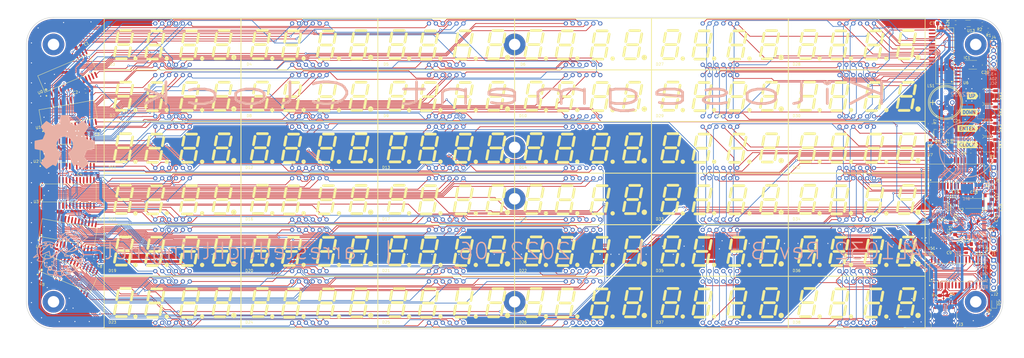
<source format=kicad_pcb>
(kicad_pcb (version 20171130) (host pcbnew 5.1.12-84ad8e8a86~92~ubuntu20.04.1)
  (layers (0 F.Cu signal) (31 B.Cu signal) (34 B.Paste user) (35 F.Paste user) (36 B.SilkS user) (37 F.SilkS user) (38 B.Mask user) (39 F.Mask user) (44 Edge.Cuts user))
  (net 0 "")
  (net 1 /Sheet65B35949/C)
  (net 2 /Sheet65B35949/D)
  (net 3 /Sheet65B35949/DP)
  (net 4 /Sheet65B35949/E)
  (net 5 /Sheet65B35949/G)
  (net 6 /Sheet65B35949/B)
  (net 7 /Sheet65B35949/A)
  (net 8 /Sheet65B35949/F)
  (net 9 /sheet65C5A503/C)
  (net 10 /sheet65C5A503/D)
  (net 11 /sheet65C5A503/DP)
  (net 12 /sheet65C5A503/E)
  (net 13 /sheet65C5A503/G)
  (net 14 /sheet65C5A503/B)
  (net 15 /sheet65C5A503/A)
  (net 16 /sheet65C5A503/F)
  (net 17 "Net-(U0-Pad9)")
  (net 18 "Net-(U1-Pad9)")
  (net 19 GND)
  (net 20 +5V)
  (net 21 /sheet65E77961/C)
  (net 22 /sheet65E77961/D)
  (net 23 /sheet65E77961/DP)
  (net 24 /sheet65E77961/E)
  (net 25 /sheet65E77961/G)
  (net 26 /sheet65E77961/B)
  (net 27 /sheet65E77961/A)
  (net 28 /sheet65E77961/F)
  (net 29 /sheet65E77CCE/C)
  (net 30 /sheet65E77CCE/D)
  (net 31 /sheet65E77CCE/DP)
  (net 32 /sheet65E77CCE/E)
  (net 33 /sheet65E77CCE/G)
  (net 34 /sheet65E77CCE/B)
  (net 35 /sheet65E77CCE/A)
  (net 36 /sheet65E77CCE/F)
  (net 37 /sheet65E79B9E/C)
  (net 38 /sheet65E79B9E/D)
  (net 39 /sheet65E79B9E/DP)
  (net 40 /sheet65E79B9E/E)
  (net 41 /sheet65E79B9E/G)
  (net 42 /sheet65E79B9E/B)
  (net 43 /sheet65E79B9E/A)
  (net 44 /sheet65E79B9E/F)
  (net 45 /sheet65E79BA3/C)
  (net 46 /sheet65E79BA3/D)
  (net 47 /sheet65E79BA3/DP)
  (net 48 /sheet65E79BA3/E)
  (net 49 /sheet65E79BA3/G)
  (net 50 /sheet65E79BA3/B)
  (net 51 /sheet65E79BA3/A)
  (net 52 /sheet65E79BA3/F)
  (net 53 /sheet65E79BB2/C)
  (net 54 /sheet65E79BB2/D)
  (net 55 /sheet65E79BB2/DP)
  (net 56 /sheet65E79BB2/E)
  (net 57 /sheet65E79BB2/G)
  (net 58 /sheet65E79BB2/B)
  (net 59 /sheet65E79BB2/A)
  (net 60 /sheet65E79BB2/F)
  (net 61 /sheet65E79BBC/C)
  (net 62 /sheet65E79BBC/D)
  (net 63 /sheet65E79BBC/DP)
  (net 64 /sheet65E79BBC/E)
  (net 65 /sheet65E79BBC/G)
  (net 66 /sheet65E79BBC/B)
  (net 67 /sheet65E79BBC/A)
  (net 68 /sheet65E79BBC/F)
  (net 69 /sheet65E7B3E1/C)
  (net 70 /sheet65E7B3E1/D)
  (net 71 /sheet65E7B3E1/DP)
  (net 72 /sheet65E7B3E1/E)
  (net 73 /sheet65E7B3E1/G)
  (net 74 /sheet65E7B3E1/B)
  (net 75 /sheet65E7B3E1/A)
  (net 76 /sheet65E7B3E1/F)
  (net 77 /CLK)
  (net 78 /DIN)
  (net 79 "Net-(U2-Pad9)")
  (net 80 "Net-(U3-Pad9)")
  (net 81 "Net-(U4-Pad9)")
  (net 82 "Net-(U5-Pad9)")
  (net 83 "Net-(U6-Pad9)")
  (net 84 "Net-(U7-Pad9)")
  (net 85 "Net-(U8-Pad9)")
  (net 86 +3V3)
  (net 87 "Net-(C16-Pad2)")
  (net 88 "Net-(C17-Pad2)")
  (net 89 "Net-(C18-Pad2)")
  (net 90 "Net-(C19-Pad2)")
  (net 91 "Net-(C22-Pad1)")
  (net 92 "Net-(D1-Pad1)")
  (net 93 "Net-(IC1-Pad3)")
  (net 94 /SCL)
  (net 95 /SDA)
  (net 96 /TXD)
  (net 97 /RXD)
  (net 98 /~RESET)
  (net 99 /SWDIO)
  (net 100 /SWCLK)
  (net 101 "Net-(J3-PadB8)")
  (net 102 "Net-(J3-PadA5)")
  (net 103 /USB-)
  (net 104 /USB+)
  (net 105 "Net-(J3-PadA8)")
  (net 106 "Net-(J3-PadB5)")
  (net 107 "Net-(BT1-Pad1)")
  (net 108 "Net-(R3-Pad1)")
  (net 109 /HB)
  (net 110 /SW_UP)
  (net 111 /SW_DOWN)
  (net 112 /SW_ENTER)
  (net 113 /SW_CLOCK)
  (net 114 /CS0)
  (net 115 /CS1)
  (net 116 /CS2)
  (net 117 /CS3)
  (net 118 /CS4)
  (net 119 /CS5)
  (net 120 /CS6)
  (net 121 /CS7)
  (net 122 /CS8)
  (net 123 "Net-(U10-Pad45)")
  (net 124 /BOOT)
  (net 125 "Net-(U10-Pad41)")
  (net 126 "Net-(U10-Pad40)")
  (net 127 /CS8_3V)
  (net 128 /DIN_3V)
  (net 129 "Net-(U10-Pad27)")
  (net 130 /CLK_3V)
  (net 131 "Net-(U10-Pad25)")
  (net 132 "Net-(U10-Pad22)")
  (net 133 /CS7_3V)
  (net 134 /CS6_3V)
  (net 135 /CS5_3V)
  (net 136 /CS4_3V)
  (net 137 /CS3_3V)
  (net 138 /CS2_3V)
  (net 139 /CS1_3V)
  (net 140 /CS0_3V)
  (net 141 "Net-(U10-Pad2)")
  (net 142 "Net-(U11-Pad9)")
  (net 143 "Net-(U11-Pad7)")
  (net 144 "Net-(U11-Pad5)")
  (net 145 "Net-(U11-Pad3)")
  (net 146 /BUZZER)
  (net 147 "Net-(U11-Pad12)")
  (net 148 "Net-(D2-Pad2)")
  (net 149 "Net-(U13-Pad5)")
  (net 150 "Net-(U13-Pad2)")
  (net 151 /Sheet65B35949/DIG4)
  (net 152 /Sheet65B35949/DIG1)
  (net 153 /Sheet65B35949/DIG3)
  (net 154 /Sheet65B35949/DIG2)
  (net 155 /Sheet65B35949/DIG8)
  (net 156 /Sheet65B35949/DIG5)
  (net 157 /Sheet65B35949/DIG7)
  (net 158 /Sheet65B35949/DIG6)
  (net 159 /Sheet65B35949/DIG12)
  (net 160 /Sheet65B35949/DIG9)
  (net 161 /Sheet65B35949/DIG11)
  (net 162 /Sheet65B35949/DIG10)
  (net 163 /Sheet65B35949/DIG16)
  (net 164 /Sheet65B35949/DIG13)
  (net 165 /Sheet65B35949/DIG15)
  (net 166 /Sheet65B35949/DIG14)
  (net 167 /sheet65C5A503/DIG4)
  (net 168 /sheet65C5A503/DIG1)
  (net 169 /sheet65C5A503/DIG3)
  (net 170 /sheet65C5A503/DIG2)
  (net 171 /sheet65C5A503/DIG8)
  (net 172 /sheet65C5A503/DIG5)
  (net 173 /sheet65C5A503/DIG7)
  (net 174 /sheet65C5A503/DIG6)
  (net 175 /sheet65C5A503/DIG12)
  (net 176 /sheet65C5A503/DIG9)
  (net 177 /sheet65C5A503/DIG11)
  (net 178 /sheet65C5A503/DIG10)
  (net 179 /sheet65C5A503/DIG16)
  (net 180 /sheet65C5A503/DIG13)
  (net 181 /sheet65C5A503/DIG15)
  (net 182 /sheet65C5A503/DIG14)
  (net 183 /sheet65E77961/DIG4)
  (net 184 /sheet65E77961/DIG1)
  (net 185 /sheet65E77961/DIG3)
  (net 186 /sheet65E77961/DIG2)
  (net 187 /sheet65E77961/DIG8)
  (net 188 /sheet65E77961/DIG5)
  (net 189 /sheet65E77961/DIG7)
  (net 190 /sheet65E77961/DIG6)
  (net 191 /sheet65E77961/DIG12)
  (net 192 /sheet65E77961/DIG9)
  (net 193 /sheet65E77961/DIG11)
  (net 194 /sheet65E77961/DIG10)
  (net 195 /sheet65E77961/DIG16)
  (net 196 /sheet65E77961/DIG13)
  (net 197 /sheet65E77961/DIG15)
  (net 198 /sheet65E77961/DIG14)
  (net 199 /sheet65E77CCE/DIG4)
  (net 200 /sheet65E77CCE/DIG1)
  (net 201 /sheet65E77CCE/DIG3)
  (net 202 /sheet65E77CCE/DIG2)
  (net 203 /sheet65E77CCE/DIG8)
  (net 204 /sheet65E77CCE/DIG5)
  (net 205 /sheet65E77CCE/DIG7)
  (net 206 /sheet65E77CCE/DIG6)
  (net 207 /sheet65E77CCE/DIG12)
  (net 208 /sheet65E77CCE/DIG9)
  (net 209 /sheet65E77CCE/DIG11)
  (net 210 /sheet65E77CCE/DIG10)
  (net 211 /sheet65E77CCE/DIG16)
  (net 212 /sheet65E77CCE/DIG13)
  (net 213 /sheet65E77CCE/DIG15)
  (net 214 /sheet65E77CCE/DIG14)
  (net 215 /sheet65E79B9E/DIG4)
  (net 216 /sheet65E79B9E/DIG1)
  (net 217 /sheet65E79B9E/DIG3)
  (net 218 /sheet65E79B9E/DIG2)
  (net 219 /sheet65E79B9E/DIG8)
  (net 220 /sheet65E79B9E/DIG5)
  (net 221 /sheet65E79B9E/DIG7)
  (net 222 /sheet65E79B9E/DIG6)
  (net 223 /sheet65E79B9E/DIG12)
  (net 224 /sheet65E79B9E/DIG9)
  (net 225 /sheet65E79B9E/DIG11)
  (net 226 /sheet65E79B9E/DIG10)
  (net 227 /sheet65E79B9E/DIG16)
  (net 228 /sheet65E79B9E/DIG13)
  (net 229 /sheet65E79B9E/DIG15)
  (net 230 /sheet65E79B9E/DIG14)
  (net 231 /sheet65E79BA3/DIG4)
  (net 232 /sheet65E79BA3/DIG1)
  (net 233 /sheet65E79BA3/DIG3)
  (net 234 /sheet65E79BA3/DIG2)
  (net 235 /sheet65E79BA3/DIG8)
  (net 236 /sheet65E79BA3/DIG5)
  (net 237 /sheet65E79BA3/DIG7)
  (net 238 /sheet65E79BA3/DIG6)
  (net 239 /sheet65E79BA3/DIG12)
  (net 240 /sheet65E79BA3/DIG9)
  (net 241 /sheet65E79BA3/DIG11)
  (net 242 /sheet65E79BA3/DIG10)
  (net 243 /sheet65E79BA3/DIG16)
  (net 244 /sheet65E79BA3/DIG13)
  (net 245 /sheet65E79BA3/DIG15)
  (net 246 /sheet65E79BA3/DIG14)
  (net 247 /sheet65E79BB2/DIG4)
  (net 248 /sheet65E79BB2/DIG1)
  (net 249 /sheet65E79BB2/DIG3)
  (net 250 /sheet65E79BB2/DIG2)
  (net 251 /sheet65E79BB2/DIG8)
  (net 252 /sheet65E79BB2/DIG5)
  (net 253 /sheet65E79BB2/DIG7)
  (net 254 /sheet65E79BB2/DIG6)
  (net 255 /sheet65E79BB2/DIG12)
  (net 256 /sheet65E79BB2/DIG9)
  (net 257 /sheet65E79BB2/DIG11)
  (net 258 /sheet65E79BB2/DIG10)
  (net 259 /sheet65E79BB2/DIG16)
  (net 260 /sheet65E79BB2/DIG13)
  (net 261 /sheet65E79BB2/DIG15)
  (net 262 /sheet65E79BB2/DIG14)
  (net 263 /sheet65E79BBC/DIG4)
  (net 264 /sheet65E79BBC/DIG1)
  (net 265 /sheet65E79BBC/DIG3)
  (net 266 /sheet65E79BBC/DIG2)
  (net 267 /sheet65E79BBC/DIG8)
  (net 268 /sheet65E79BBC/DIG5)
  (net 269 /sheet65E79BBC/DIG7)
  (net 270 /sheet65E79BBC/DIG6)
  (net 271 /sheet65E79BBC/DIG12)
  (net 272 /sheet65E79BBC/DIG9)
  (net 273 /sheet65E79BBC/DIG11)
  (net 274 /sheet65E79BBC/DIG10)
  (net 275 /sheet65E79BBC/DIG16)
  (net 276 /sheet65E79BBC/DIG13)
  (net 277 /sheet65E79BBC/DIG15)
  (net 278 /sheet65E79BBC/DIG14)
  (net 279 /sheet65E7B3E1/DIG4)
  (net 280 /sheet65E7B3E1/DIG1)
  (net 281 /sheet65E7B3E1/DIG3)
  (net 282 /sheet65E7B3E1/DIG2)
  (net 283 /sheet65E7B3E1/DIG8)
  (net 284 /sheet65E7B3E1/DIG5)
  (net 285 /sheet65E7B3E1/DIG7)
  (net 286 /sheet65E7B3E1/DIG6)
  (net 287 /sheet65E7B3E1/DIG12)
  (net 288 /sheet65E7B3E1/DIG9)
  (net 289 /sheet65E7B3E1/DIG11)
  (net 290 /sheet65E7B3E1/DIG10)
  (net 291 /sheet65E7B3E1/DIG16)
  (net 292 /sheet65E7B3E1/DIG13)
  (net 293 /sheet65E7B3E1/DIG15)
  (net 294 /sheet65E7B3E1/DIG14)
  (module AL_Footprints:LED-SEG-TH_FJ5461AH (layer F.Cu) (at 323.33 134.12)
    (fp_text reference D38 (at -22.17 7.43) (layer F.SilkS))
    (fp_text value FJ5461AHred)
    (pad 4 thru_hole circle (at 1.27 7.62 270) (size 1.55 1.55) (drill 0.900024) (layers *.Cu *.Paste *.Mask) (net 69 /sheet65E7B3E1/C))
    (pad 3 thru_hole circle (at -1.27 7.62 270) (size 1.55 1.55) (drill 0.900024) (layers *.Cu *.Paste *.Mask) (net 71 /sheet65E7B3E1/DP))
    (pad 2 thru_hole circle (at -3.81 7.62 270) (size 1.55 1.55) (drill 0.900024) (layers *.Cu *.Paste *.Mask) (net 70 /sheet65E7B3E1/D))
    (pad 5 thru_hole circle (at 3.81 7.62 270) (size 1.55 1.55) (drill 0.900024) (layers *.Cu *.Paste *.Mask) (net 73 /sheet65E7B3E1/G))
    (pad 1 thru_hole circle (at -6.35 7.62 270) (size 1.55 1.55) (drill 0.900024) (layers *.Cu *.Paste *.Mask) (net 72 /sheet65E7B3E1/E))
    (pad 6 thru_hole circle (at 6.35 7.62 270) (size 1.55 1.55) (drill 0.900024) (layers *.Cu *.Paste *.Mask) (net 291 /sheet65E7B3E1/DIG16))
    (pad 12 thru_hole circle (at -6.35 -7.62 270) (size 1.55 1.55) (drill 0.900024) (layers *.Cu *.Paste *.Mask) (net 292 /sheet65E7B3E1/DIG13))
    (pad 7 thru_hole circle (at 6.35 -7.62 270) (size 1.55 1.55) (drill 0.900024) (layers *.Cu *.Paste *.Mask) (net 74 /sheet65E7B3E1/B))
    (pad 8 thru_hole circle (at 3.81 -7.62 270) (size 1.55 1.55) (drill 0.900024) (layers *.Cu *.Paste *.Mask) (net 293 /sheet65E7B3E1/DIG15))
    (pad 9 thru_hole circle (at 1.27 -7.62 270) (size 1.55 1.55) (drill 0.900024) (layers *.Cu *.Paste *.Mask) (net 294 /sheet65E7B3E1/DIG14))
    (pad 11 thru_hole circle (at -3.81 -7.62 270) (size 1.55 1.55) (drill 0.900024) (layers *.Cu *.Paste *.Mask) (net 75 /sheet65E7B3E1/A))
    (pad 10 thru_hole circle (at -1.27 -7.62 270) (size 1.55 1.55) (drill 0.900024) (layers *.Cu *.Paste *.Mask) (net 76 /sheet65E7B3E1/F))
  )
  (module AL_Footprints:LED-SEG-TH_FJ5461AH (layer F.Cu) (at 272.88 134.12)
    (fp_text reference D37 (at -22.17 7.43) (layer F.SilkS))
    (fp_text value FJ5461AHred)
    (pad 4 thru_hole circle (at 1.27 7.62 270) (size 1.55 1.55) (drill 0.900024) (layers *.Cu *.Paste *.Mask) (net 69 /sheet65E7B3E1/C))
    (pad 3 thru_hole circle (at -1.27 7.62 270) (size 1.55 1.55) (drill 0.900024) (layers *.Cu *.Paste *.Mask) (net 71 /sheet65E7B3E1/DP))
    (pad 2 thru_hole circle (at -3.81 7.62 270) (size 1.55 1.55) (drill 0.900024) (layers *.Cu *.Paste *.Mask) (net 70 /sheet65E7B3E1/D))
    (pad 5 thru_hole circle (at 3.81 7.62 270) (size 1.55 1.55) (drill 0.900024) (layers *.Cu *.Paste *.Mask) (net 73 /sheet65E7B3E1/G))
    (pad 1 thru_hole circle (at -6.35 7.62 270) (size 1.55 1.55) (drill 0.900024) (layers *.Cu *.Paste *.Mask) (net 72 /sheet65E7B3E1/E))
    (pad 6 thru_hole circle (at 6.35 7.62 270) (size 1.55 1.55) (drill 0.900024) (layers *.Cu *.Paste *.Mask) (net 287 /sheet65E7B3E1/DIG12))
    (pad 12 thru_hole circle (at -6.35 -7.62 270) (size 1.55 1.55) (drill 0.900024) (layers *.Cu *.Paste *.Mask) (net 288 /sheet65E7B3E1/DIG9))
    (pad 7 thru_hole circle (at 6.35 -7.62 270) (size 1.55 1.55) (drill 0.900024) (layers *.Cu *.Paste *.Mask) (net 74 /sheet65E7B3E1/B))
    (pad 8 thru_hole circle (at 3.81 -7.62 270) (size 1.55 1.55) (drill 0.900024) (layers *.Cu *.Paste *.Mask) (net 289 /sheet65E7B3E1/DIG11))
    (pad 9 thru_hole circle (at 1.27 -7.62 270) (size 1.55 1.55) (drill 0.900024) (layers *.Cu *.Paste *.Mask) (net 290 /sheet65E7B3E1/DIG10))
    (pad 11 thru_hole circle (at -3.81 -7.62 270) (size 1.55 1.55) (drill 0.900024) (layers *.Cu *.Paste *.Mask) (net 75 /sheet65E7B3E1/A))
    (pad 10 thru_hole circle (at -1.27 -7.62 270) (size 1.55 1.55) (drill 0.900024) (layers *.Cu *.Paste *.Mask) (net 76 /sheet65E7B3E1/F))
  )
  (module AL_Footprints:LED-SEG-TH_FJ5461AH (layer F.Cu) (at 323.33 115.07)
    (fp_text reference D36 (at -22.17 7.43) (layer F.SilkS))
    (fp_text value FJ5461AHred)
    (pad 4 thru_hole circle (at 1.27 7.62 270) (size 1.55 1.55) (drill 0.900024) (layers *.Cu *.Paste *.Mask) (net 69 /sheet65E7B3E1/C))
    (pad 3 thru_hole circle (at -1.27 7.62 270) (size 1.55 1.55) (drill 0.900024) (layers *.Cu *.Paste *.Mask) (net 71 /sheet65E7B3E1/DP))
    (pad 2 thru_hole circle (at -3.81 7.62 270) (size 1.55 1.55) (drill 0.900024) (layers *.Cu *.Paste *.Mask) (net 70 /sheet65E7B3E1/D))
    (pad 5 thru_hole circle (at 3.81 7.62 270) (size 1.55 1.55) (drill 0.900024) (layers *.Cu *.Paste *.Mask) (net 73 /sheet65E7B3E1/G))
    (pad 1 thru_hole circle (at -6.35 7.62 270) (size 1.55 1.55) (drill 0.900024) (layers *.Cu *.Paste *.Mask) (net 72 /sheet65E7B3E1/E))
    (pad 6 thru_hole circle (at 6.35 7.62 270) (size 1.55 1.55) (drill 0.900024) (layers *.Cu *.Paste *.Mask) (net 283 /sheet65E7B3E1/DIG8))
    (pad 12 thru_hole circle (at -6.35 -7.62 270) (size 1.55 1.55) (drill 0.900024) (layers *.Cu *.Paste *.Mask) (net 284 /sheet65E7B3E1/DIG5))
    (pad 7 thru_hole circle (at 6.35 -7.62 270) (size 1.55 1.55) (drill 0.900024) (layers *.Cu *.Paste *.Mask) (net 74 /sheet65E7B3E1/B))
    (pad 8 thru_hole circle (at 3.81 -7.62 270) (size 1.55 1.55) (drill 0.900024) (layers *.Cu *.Paste *.Mask) (net 285 /sheet65E7B3E1/DIG7))
    (pad 9 thru_hole circle (at 1.27 -7.62 270) (size 1.55 1.55) (drill 0.900024) (layers *.Cu *.Paste *.Mask) (net 286 /sheet65E7B3E1/DIG6))
    (pad 11 thru_hole circle (at -3.81 -7.62 270) (size 1.55 1.55) (drill 0.900024) (layers *.Cu *.Paste *.Mask) (net 75 /sheet65E7B3E1/A))
    (pad 10 thru_hole circle (at -1.27 -7.62 270) (size 1.55 1.55) (drill 0.900024) (layers *.Cu *.Paste *.Mask) (net 76 /sheet65E7B3E1/F))
  )
  (module AL_Footprints:LED-SEG-TH_FJ5461AH (layer F.Cu) (at 272.88 115.07)
    (fp_text reference D35 (at -22.17 7.43) (layer F.SilkS))
    (fp_text value FJ5461AHred)
    (pad 4 thru_hole circle (at 1.27 7.62 270) (size 1.55 1.55) (drill 0.900024) (layers *.Cu *.Paste *.Mask) (net 69 /sheet65E7B3E1/C))
    (pad 3 thru_hole circle (at -1.27 7.62 270) (size 1.55 1.55) (drill 0.900024) (layers *.Cu *.Paste *.Mask) (net 71 /sheet65E7B3E1/DP))
    (pad 2 thru_hole circle (at -3.81 7.62 270) (size 1.55 1.55) (drill 0.900024) (layers *.Cu *.Paste *.Mask) (net 70 /sheet65E7B3E1/D))
    (pad 5 thru_hole circle (at 3.81 7.62 270) (size 1.55 1.55) (drill 0.900024) (layers *.Cu *.Paste *.Mask) (net 73 /sheet65E7B3E1/G))
    (pad 1 thru_hole circle (at -6.35 7.62 270) (size 1.55 1.55) (drill 0.900024) (layers *.Cu *.Paste *.Mask) (net 72 /sheet65E7B3E1/E))
    (pad 6 thru_hole circle (at 6.35 7.62 270) (size 1.55 1.55) (drill 0.900024) (layers *.Cu *.Paste *.Mask) (net 279 /sheet65E7B3E1/DIG4))
    (pad 12 thru_hole circle (at -6.35 -7.62 270) (size 1.55 1.55) (drill 0.900024) (layers *.Cu *.Paste *.Mask) (net 280 /sheet65E7B3E1/DIG1))
    (pad 7 thru_hole circle (at 6.35 -7.62 270) (size 1.55 1.55) (drill 0.900024) (layers *.Cu *.Paste *.Mask) (net 74 /sheet65E7B3E1/B))
    (pad 8 thru_hole circle (at 3.81 -7.62 270) (size 1.55 1.55) (drill 0.900024) (layers *.Cu *.Paste *.Mask) (net 281 /sheet65E7B3E1/DIG3))
    (pad 9 thru_hole circle (at 1.27 -7.62 270) (size 1.55 1.55) (drill 0.900024) (layers *.Cu *.Paste *.Mask) (net 282 /sheet65E7B3E1/DIG2))
    (pad 11 thru_hole circle (at -3.81 -7.62 270) (size 1.55 1.55) (drill 0.900024) (layers *.Cu *.Paste *.Mask) (net 75 /sheet65E7B3E1/A))
    (pad 10 thru_hole circle (at -1.27 -7.62 270) (size 1.55 1.55) (drill 0.900024) (layers *.Cu *.Paste *.Mask) (net 76 /sheet65E7B3E1/F))
  )
  (module AL_Footprints:LED-SEG-TH_FJ5461AH (layer F.Cu) (at 323.33 96.02)
    (fp_text reference D34 (at -22.17 7.43) (layer F.SilkS))
    (fp_text value FJ5461AHred)
    (pad 4 thru_hole circle (at 1.27 7.62 270) (size 1.55 1.55) (drill 0.900024) (layers *.Cu *.Paste *.Mask) (net 61 /sheet65E79BBC/C))
    (pad 3 thru_hole circle (at -1.27 7.62 270) (size 1.55 1.55) (drill 0.900024) (layers *.Cu *.Paste *.Mask) (net 63 /sheet65E79BBC/DP))
    (pad 2 thru_hole circle (at -3.81 7.62 270) (size 1.55 1.55) (drill 0.900024) (layers *.Cu *.Paste *.Mask) (net 62 /sheet65E79BBC/D))
    (pad 5 thru_hole circle (at 3.81 7.62 270) (size 1.55 1.55) (drill 0.900024) (layers *.Cu *.Paste *.Mask) (net 65 /sheet65E79BBC/G))
    (pad 1 thru_hole circle (at -6.35 7.62 270) (size 1.55 1.55) (drill 0.900024) (layers *.Cu *.Paste *.Mask) (net 64 /sheet65E79BBC/E))
    (pad 6 thru_hole circle (at 6.35 7.62 270) (size 1.55 1.55) (drill 0.900024) (layers *.Cu *.Paste *.Mask) (net 275 /sheet65E79BBC/DIG16))
    (pad 12 thru_hole circle (at -6.35 -7.62 270) (size 1.55 1.55) (drill 0.900024) (layers *.Cu *.Paste *.Mask) (net 276 /sheet65E79BBC/DIG13))
    (pad 7 thru_hole circle (at 6.35 -7.62 270) (size 1.55 1.55) (drill 0.900024) (layers *.Cu *.Paste *.Mask) (net 66 /sheet65E79BBC/B))
    (pad 8 thru_hole circle (at 3.81 -7.62 270) (size 1.55 1.55) (drill 0.900024) (layers *.Cu *.Paste *.Mask) (net 277 /sheet65E79BBC/DIG15))
    (pad 9 thru_hole circle (at 1.27 -7.62 270) (size 1.55 1.55) (drill 0.900024) (layers *.Cu *.Paste *.Mask) (net 278 /sheet65E79BBC/DIG14))
    (pad 11 thru_hole circle (at -3.81 -7.62 270) (size 1.55 1.55) (drill 0.900024) (layers *.Cu *.Paste *.Mask) (net 67 /sheet65E79BBC/A))
    (pad 10 thru_hole circle (at -1.27 -7.62 270) (size 1.55 1.55) (drill 0.900024) (layers *.Cu *.Paste *.Mask) (net 68 /sheet65E79BBC/F))
  )
  (module AL_Footprints:LED-SEG-TH_FJ5461AH (layer F.Cu) (at 272.88 96.02)
    (fp_text reference D33 (at -22.17 7.43) (layer F.SilkS))
    (fp_text value FJ5461AHred)
    (pad 4 thru_hole circle (at 1.27 7.62 270) (size 1.55 1.55) (drill 0.900024) (layers *.Cu *.Paste *.Mask) (net 61 /sheet65E79BBC/C))
    (pad 3 thru_hole circle (at -1.27 7.62 270) (size 1.55 1.55) (drill 0.900024) (layers *.Cu *.Paste *.Mask) (net 63 /sheet65E79BBC/DP))
    (pad 2 thru_hole circle (at -3.81 7.62 270) (size 1.55 1.55) (drill 0.900024) (layers *.Cu *.Paste *.Mask) (net 62 /sheet65E79BBC/D))
    (pad 5 thru_hole circle (at 3.81 7.62 270) (size 1.55 1.55) (drill 0.900024) (layers *.Cu *.Paste *.Mask) (net 65 /sheet65E79BBC/G))
    (pad 1 thru_hole circle (at -6.35 7.62 270) (size 1.55 1.55) (drill 0.900024) (layers *.Cu *.Paste *.Mask) (net 64 /sheet65E79BBC/E))
    (pad 6 thru_hole circle (at 6.35 7.62 270) (size 1.55 1.55) (drill 0.900024) (layers *.Cu *.Paste *.Mask) (net 271 /sheet65E79BBC/DIG12))
    (pad 12 thru_hole circle (at -6.35 -7.62 270) (size 1.55 1.55) (drill 0.900024) (layers *.Cu *.Paste *.Mask) (net 272 /sheet65E79BBC/DIG9))
    (pad 7 thru_hole circle (at 6.35 -7.62 270) (size 1.55 1.55) (drill 0.900024) (layers *.Cu *.Paste *.Mask) (net 66 /sheet65E79BBC/B))
    (pad 8 thru_hole circle (at 3.81 -7.62 270) (size 1.55 1.55) (drill 0.900024) (layers *.Cu *.Paste *.Mask) (net 273 /sheet65E79BBC/DIG11))
    (pad 9 thru_hole circle (at 1.27 -7.62 270) (size 1.55 1.55) (drill 0.900024) (layers *.Cu *.Paste *.Mask) (net 274 /sheet65E79BBC/DIG10))
    (pad 11 thru_hole circle (at -3.81 -7.62 270) (size 1.55 1.55) (drill 0.900024) (layers *.Cu *.Paste *.Mask) (net 67 /sheet65E79BBC/A))
    (pad 10 thru_hole circle (at -1.27 -7.62 270) (size 1.55 1.55) (drill 0.900024) (layers *.Cu *.Paste *.Mask) (net 68 /sheet65E79BBC/F))
  )
  (module AL_Footprints:LED-SEG-TH_FJ5461AH (layer F.Cu) (at 323.33 76.97)
    (fp_text reference D32 (at -22.17 7.43) (layer F.SilkS))
    (fp_text value FJ5461AHred)
    (pad 4 thru_hole circle (at 1.27 7.62 270) (size 1.55 1.55) (drill 0.900024) (layers *.Cu *.Paste *.Mask) (net 61 /sheet65E79BBC/C))
    (pad 3 thru_hole circle (at -1.27 7.62 270) (size 1.55 1.55) (drill 0.900024) (layers *.Cu *.Paste *.Mask) (net 63 /sheet65E79BBC/DP))
    (pad 2 thru_hole circle (at -3.81 7.62 270) (size 1.55 1.55) (drill 0.900024) (layers *.Cu *.Paste *.Mask) (net 62 /sheet65E79BBC/D))
    (pad 5 thru_hole circle (at 3.81 7.62 270) (size 1.55 1.55) (drill 0.900024) (layers *.Cu *.Paste *.Mask) (net 65 /sheet65E79BBC/G))
    (pad 1 thru_hole circle (at -6.35 7.62 270) (size 1.55 1.55) (drill 0.900024) (layers *.Cu *.Paste *.Mask) (net 64 /sheet65E79BBC/E))
    (pad 6 thru_hole circle (at 6.35 7.62 270) (size 1.55 1.55) (drill 0.900024) (layers *.Cu *.Paste *.Mask) (net 267 /sheet65E79BBC/DIG8))
    (pad 12 thru_hole circle (at -6.35 -7.62 270) (size 1.55 1.55) (drill 0.900024) (layers *.Cu *.Paste *.Mask) (net 268 /sheet65E79BBC/DIG5))
    (pad 7 thru_hole circle (at 6.35 -7.62 270) (size 1.55 1.55) (drill 0.900024) (layers *.Cu *.Paste *.Mask) (net 66 /sheet65E79BBC/B))
    (pad 8 thru_hole circle (at 3.81 -7.62 270) (size 1.55 1.55) (drill 0.900024) (layers *.Cu *.Paste *.Mask) (net 269 /sheet65E79BBC/DIG7))
    (pad 9 thru_hole circle (at 1.27 -7.62 270) (size 1.55 1.55) (drill 0.900024) (layers *.Cu *.Paste *.Mask) (net 270 /sheet65E79BBC/DIG6))
    (pad 11 thru_hole circle (at -3.81 -7.62 270) (size 1.55 1.55) (drill 0.900024) (layers *.Cu *.Paste *.Mask) (net 67 /sheet65E79BBC/A))
    (pad 10 thru_hole circle (at -1.27 -7.62 270) (size 1.55 1.55) (drill 0.900024) (layers *.Cu *.Paste *.Mask) (net 68 /sheet65E79BBC/F))
  )
  (module AL_Footprints:LED-SEG-TH_FJ5461AH (layer F.Cu) (at 272.88 76.97)
    (fp_text reference D31 (at 0 -11.62) (layer F.SilkS))
    (fp_text value FJ5461AHred)
    (pad 4 thru_hole circle (at 1.27 7.62 270) (size 1.55 1.55) (drill 0.900024) (layers *.Cu *.Paste *.Mask) (net 61 /sheet65E79BBC/C))
    (pad 3 thru_hole circle (at -1.27 7.62 270) (size 1.55 1.55) (drill 0.900024) (layers *.Cu *.Paste *.Mask) (net 63 /sheet65E79BBC/DP))
    (pad 2 thru_hole circle (at -3.81 7.62 270) (size 1.55 1.55) (drill 0.900024) (layers *.Cu *.Paste *.Mask) (net 62 /sheet65E79BBC/D))
    (pad 5 thru_hole circle (at 3.81 7.62 270) (size 1.55 1.55) (drill 0.900024) (layers *.Cu *.Paste *.Mask) (net 65 /sheet65E79BBC/G))
    (pad 1 thru_hole circle (at -6.35 7.62 270) (size 1.55 1.55) (drill 0.900024) (layers *.Cu *.Paste *.Mask) (net 64 /sheet65E79BBC/E))
    (pad 6 thru_hole circle (at 6.35 7.62 270) (size 1.55 1.55) (drill 0.900024) (layers *.Cu *.Paste *.Mask) (net 263 /sheet65E79BBC/DIG4))
    (pad 12 thru_hole circle (at -6.35 -7.62 270) (size 1.55 1.55) (drill 0.900024) (layers *.Cu *.Paste *.Mask) (net 264 /sheet65E79BBC/DIG1))
    (pad 7 thru_hole circle (at 6.35 -7.62 270) (size 1.55 1.55) (drill 0.900024) (layers *.Cu *.Paste *.Mask) (net 66 /sheet65E79BBC/B))
    (pad 8 thru_hole circle (at 3.81 -7.62 270) (size 1.55 1.55) (drill 0.900024) (layers *.Cu *.Paste *.Mask) (net 265 /sheet65E79BBC/DIG3))
    (pad 9 thru_hole circle (at 1.27 -7.62 270) (size 1.55 1.55) (drill 0.900024) (layers *.Cu *.Paste *.Mask) (net 266 /sheet65E79BBC/DIG2))
    (pad 11 thru_hole circle (at -3.81 -7.62 270) (size 1.55 1.55) (drill 0.900024) (layers *.Cu *.Paste *.Mask) (net 67 /sheet65E79BBC/A))
    (pad 10 thru_hole circle (at -1.27 -7.62 270) (size 1.55 1.55) (drill 0.900024) (layers *.Cu *.Paste *.Mask) (net 68 /sheet65E79BBC/F))
  )
  (module AL_Footprints:LED-SEG-TH_FJ5461AH (layer F.Cu) (at 323.33 57.92)
    (fp_text reference D30 (at -22.17 7.43) (layer F.SilkS))
    (fp_text value FJ5461AHred)
    (pad 4 thru_hole circle (at 1.27 7.62 270) (size 1.55 1.55) (drill 0.900024) (layers *.Cu *.Paste *.Mask) (net 53 /sheet65E79BB2/C))
    (pad 3 thru_hole circle (at -1.27 7.62 270) (size 1.55 1.55) (drill 0.900024) (layers *.Cu *.Paste *.Mask) (net 55 /sheet65E79BB2/DP))
    (pad 2 thru_hole circle (at -3.81 7.62 270) (size 1.55 1.55) (drill 0.900024) (layers *.Cu *.Paste *.Mask) (net 54 /sheet65E79BB2/D))
    (pad 5 thru_hole circle (at 3.81 7.62 270) (size 1.55 1.55) (drill 0.900024) (layers *.Cu *.Paste *.Mask) (net 57 /sheet65E79BB2/G))
    (pad 1 thru_hole circle (at -6.35 7.62 270) (size 1.55 1.55) (drill 0.900024) (layers *.Cu *.Paste *.Mask) (net 56 /sheet65E79BB2/E))
    (pad 6 thru_hole circle (at 6.35 7.62 270) (size 1.55 1.55) (drill 0.900024) (layers *.Cu *.Paste *.Mask) (net 259 /sheet65E79BB2/DIG16))
    (pad 12 thru_hole circle (at -6.35 -7.62 270) (size 1.55 1.55) (drill 0.900024) (layers *.Cu *.Paste *.Mask) (net 260 /sheet65E79BB2/DIG13))
    (pad 7 thru_hole circle (at 6.35 -7.62 270) (size 1.55 1.55) (drill 0.900024) (layers *.Cu *.Paste *.Mask) (net 58 /sheet65E79BB2/B))
    (pad 8 thru_hole circle (at 3.81 -7.62 270) (size 1.55 1.55) (drill 0.900024) (layers *.Cu *.Paste *.Mask) (net 261 /sheet65E79BB2/DIG15))
    (pad 9 thru_hole circle (at 1.27 -7.62 270) (size 1.55 1.55) (drill 0.900024) (layers *.Cu *.Paste *.Mask) (net 262 /sheet65E79BB2/DIG14))
    (pad 11 thru_hole circle (at -3.81 -7.62 270) (size 1.55 1.55) (drill 0.900024) (layers *.Cu *.Paste *.Mask) (net 59 /sheet65E79BB2/A))
    (pad 10 thru_hole circle (at -1.27 -7.62 270) (size 1.55 1.55) (drill 0.900024) (layers *.Cu *.Paste *.Mask) (net 60 /sheet65E79BB2/F))
  )
  (module AL_Footprints:LED-SEG-TH_FJ5461AH (layer F.Cu) (at 272.88 57.92)
    (fp_text reference D29 (at -22.17 7.43) (layer F.SilkS))
    (fp_text value FJ5461AHred)
    (pad 4 thru_hole circle (at 1.27 7.62 270) (size 1.55 1.55) (drill 0.900024) (layers *.Cu *.Paste *.Mask) (net 53 /sheet65E79BB2/C))
    (pad 3 thru_hole circle (at -1.27 7.62 270) (size 1.55 1.55) (drill 0.900024) (layers *.Cu *.Paste *.Mask) (net 55 /sheet65E79BB2/DP))
    (pad 2 thru_hole circle (at -3.81 7.62 270) (size 1.55 1.55) (drill 0.900024) (layers *.Cu *.Paste *.Mask) (net 54 /sheet65E79BB2/D))
    (pad 5 thru_hole circle (at 3.81 7.62 270) (size 1.55 1.55) (drill 0.900024) (layers *.Cu *.Paste *.Mask) (net 57 /sheet65E79BB2/G))
    (pad 1 thru_hole circle (at -6.35 7.62 270) (size 1.55 1.55) (drill 0.900024) (layers *.Cu *.Paste *.Mask) (net 56 /sheet65E79BB2/E))
    (pad 6 thru_hole circle (at 6.35 7.62 270) (size 1.55 1.55) (drill 0.900024) (layers *.Cu *.Paste *.Mask) (net 255 /sheet65E79BB2/DIG12))
    (pad 12 thru_hole circle (at -6.35 -7.62 270) (size 1.55 1.55) (drill 0.900024) (layers *.Cu *.Paste *.Mask) (net 256 /sheet65E79BB2/DIG9))
    (pad 7 thru_hole circle (at 6.35 -7.62 270) (size 1.55 1.55) (drill 0.900024) (layers *.Cu *.Paste *.Mask) (net 58 /sheet65E79BB2/B))
    (pad 8 thru_hole circle (at 3.81 -7.62 270) (size 1.55 1.55) (drill 0.900024) (layers *.Cu *.Paste *.Mask) (net 257 /sheet65E79BB2/DIG11))
    (pad 9 thru_hole circle (at 1.27 -7.62 270) (size 1.55 1.55) (drill 0.900024) (layers *.Cu *.Paste *.Mask) (net 258 /sheet65E79BB2/DIG10))
    (pad 11 thru_hole circle (at -3.81 -7.62 270) (size 1.55 1.55) (drill 0.900024) (layers *.Cu *.Paste *.Mask) (net 59 /sheet65E79BB2/A))
    (pad 10 thru_hole circle (at -1.27 -7.62 270) (size 1.55 1.55) (drill 0.900024) (layers *.Cu *.Paste *.Mask) (net 60 /sheet65E79BB2/F))
  )
  (module AL_Footprints:LED-SEG-TH_FJ5461AH (layer F.Cu) (at 323.33 38.87)
    (fp_text reference D28 (at -22.17 7.43) (layer F.SilkS))
    (fp_text value FJ5461AHred)
    (pad 4 thru_hole circle (at 1.27 7.62 270) (size 1.55 1.55) (drill 0.900024) (layers *.Cu *.Paste *.Mask) (net 53 /sheet65E79BB2/C))
    (pad 3 thru_hole circle (at -1.27 7.62 270) (size 1.55 1.55) (drill 0.900024) (layers *.Cu *.Paste *.Mask) (net 55 /sheet65E79BB2/DP))
    (pad 2 thru_hole circle (at -3.81 7.62 270) (size 1.55 1.55) (drill 0.900024) (layers *.Cu *.Paste *.Mask) (net 54 /sheet65E79BB2/D))
    (pad 5 thru_hole circle (at 3.81 7.62 270) (size 1.55 1.55) (drill 0.900024) (layers *.Cu *.Paste *.Mask) (net 57 /sheet65E79BB2/G))
    (pad 1 thru_hole circle (at -6.35 7.62 270) (size 1.55 1.55) (drill 0.900024) (layers *.Cu *.Paste *.Mask) (net 56 /sheet65E79BB2/E))
    (pad 6 thru_hole circle (at 6.35 7.62 270) (size 1.55 1.55) (drill 0.900024) (layers *.Cu *.Paste *.Mask) (net 251 /sheet65E79BB2/DIG8))
    (pad 12 thru_hole circle (at -6.35 -7.62 270) (size 1.55 1.55) (drill 0.900024) (layers *.Cu *.Paste *.Mask) (net 252 /sheet65E79BB2/DIG5))
    (pad 7 thru_hole circle (at 6.35 -7.62 270) (size 1.55 1.55) (drill 0.900024) (layers *.Cu *.Paste *.Mask) (net 58 /sheet65E79BB2/B))
    (pad 8 thru_hole circle (at 3.81 -7.62 270) (size 1.55 1.55) (drill 0.900024) (layers *.Cu *.Paste *.Mask) (net 253 /sheet65E79BB2/DIG7))
    (pad 9 thru_hole circle (at 1.27 -7.62 270) (size 1.55 1.55) (drill 0.900024) (layers *.Cu *.Paste *.Mask) (net 254 /sheet65E79BB2/DIG6))
    (pad 11 thru_hole circle (at -3.81 -7.62 270) (size 1.55 1.55) (drill 0.900024) (layers *.Cu *.Paste *.Mask) (net 59 /sheet65E79BB2/A))
    (pad 10 thru_hole circle (at -1.27 -7.62 270) (size 1.55 1.55) (drill 0.900024) (layers *.Cu *.Paste *.Mask) (net 60 /sheet65E79BB2/F))
  )
  (module AL_Footprints:LED-SEG-TH_FJ5461AH (layer F.Cu) (at 272.88 38.87)
    (fp_text reference D27 (at -22.17 7.43) (layer F.SilkS))
    (fp_text value FJ5461AHred)
    (pad 4 thru_hole circle (at 1.27 7.62 270) (size 1.55 1.55) (drill 0.900024) (layers *.Cu *.Paste *.Mask) (net 53 /sheet65E79BB2/C))
    (pad 3 thru_hole circle (at -1.27 7.62 270) (size 1.55 1.55) (drill 0.900024) (layers *.Cu *.Paste *.Mask) (net 55 /sheet65E79BB2/DP))
    (pad 2 thru_hole circle (at -3.81 7.62 270) (size 1.55 1.55) (drill 0.900024) (layers *.Cu *.Paste *.Mask) (net 54 /sheet65E79BB2/D))
    (pad 5 thru_hole circle (at 3.81 7.62 270) (size 1.55 1.55) (drill 0.900024) (layers *.Cu *.Paste *.Mask) (net 57 /sheet65E79BB2/G))
    (pad 1 thru_hole circle (at -6.35 7.62 270) (size 1.55 1.55) (drill 0.900024) (layers *.Cu *.Paste *.Mask) (net 56 /sheet65E79BB2/E))
    (pad 6 thru_hole circle (at 6.35 7.62 270) (size 1.55 1.55) (drill 0.900024) (layers *.Cu *.Paste *.Mask) (net 247 /sheet65E79BB2/DIG4))
    (pad 12 thru_hole circle (at -6.35 -7.62 270) (size 1.55 1.55) (drill 0.900024) (layers *.Cu *.Paste *.Mask) (net 248 /sheet65E79BB2/DIG1))
    (pad 7 thru_hole circle (at 6.35 -7.62 270) (size 1.55 1.55) (drill 0.900024) (layers *.Cu *.Paste *.Mask) (net 58 /sheet65E79BB2/B))
    (pad 8 thru_hole circle (at 3.81 -7.62 270) (size 1.55 1.55) (drill 0.900024) (layers *.Cu *.Paste *.Mask) (net 249 /sheet65E79BB2/DIG3))
    (pad 9 thru_hole circle (at 1.27 -7.62 270) (size 1.55 1.55) (drill 0.900024) (layers *.Cu *.Paste *.Mask) (net 250 /sheet65E79BB2/DIG2))
    (pad 11 thru_hole circle (at -3.81 -7.62 270) (size 1.55 1.55) (drill 0.900024) (layers *.Cu *.Paste *.Mask) (net 59 /sheet65E79BB2/A))
    (pad 10 thru_hole circle (at -1.27 -7.62 270) (size 1.55 1.55) (drill 0.900024) (layers *.Cu *.Paste *.Mask) (net 60 /sheet65E79BB2/F))
  )
  (module AL_Footprints:LED-SEG-TH_FJ5461AH (layer F.Cu) (at 222.43 134.12)
    (fp_text reference D26 (at -22.17 7.43) (layer F.SilkS))
    (fp_text value FJ5461AHred)
    (pad 4 thru_hole circle (at 1.27 7.62 270) (size 1.55 1.55) (drill 0.900024) (layers *.Cu *.Paste *.Mask) (net 45 /sheet65E79BA3/C))
    (pad 3 thru_hole circle (at -1.27 7.62 270) (size 1.55 1.55) (drill 0.900024) (layers *.Cu *.Paste *.Mask) (net 47 /sheet65E79BA3/DP))
    (pad 2 thru_hole circle (at -3.81 7.62 270) (size 1.55 1.55) (drill 0.900024) (layers *.Cu *.Paste *.Mask) (net 46 /sheet65E79BA3/D))
    (pad 5 thru_hole circle (at 3.81 7.62 270) (size 1.55 1.55) (drill 0.900024) (layers *.Cu *.Paste *.Mask) (net 49 /sheet65E79BA3/G))
    (pad 1 thru_hole circle (at -6.35 7.62 270) (size 1.55 1.55) (drill 0.900024) (layers *.Cu *.Paste *.Mask) (net 48 /sheet65E79BA3/E))
    (pad 6 thru_hole circle (at 6.35 7.62 270) (size 1.55 1.55) (drill 0.900024) (layers *.Cu *.Paste *.Mask) (net 243 /sheet65E79BA3/DIG16))
    (pad 12 thru_hole circle (at -6.35 -7.62 270) (size 1.55 1.55) (drill 0.900024) (layers *.Cu *.Paste *.Mask) (net 244 /sheet65E79BA3/DIG13))
    (pad 7 thru_hole circle (at 6.35 -7.62 270) (size 1.55 1.55) (drill 0.900024) (layers *.Cu *.Paste *.Mask) (net 50 /sheet65E79BA3/B))
    (pad 8 thru_hole circle (at 3.81 -7.62 270) (size 1.55 1.55) (drill 0.900024) (layers *.Cu *.Paste *.Mask) (net 245 /sheet65E79BA3/DIG15))
    (pad 9 thru_hole circle (at 1.27 -7.62 270) (size 1.55 1.55) (drill 0.900024) (layers *.Cu *.Paste *.Mask) (net 246 /sheet65E79BA3/DIG14))
    (pad 11 thru_hole circle (at -3.81 -7.62 270) (size 1.55 1.55) (drill 0.900024) (layers *.Cu *.Paste *.Mask) (net 51 /sheet65E79BA3/A))
    (pad 10 thru_hole circle (at -1.27 -7.62 270) (size 1.55 1.55) (drill 0.900024) (layers *.Cu *.Paste *.Mask) (net 52 /sheet65E79BA3/F))
  )
  (module AL_Footprints:LED-SEG-TH_FJ5461AH (layer F.Cu) (at 171.98 134.12)
    (fp_text reference D25 (at -22.17 7.43) (layer F.SilkS))
    (fp_text value FJ5461AHred)
    (pad 4 thru_hole circle (at 1.27 7.62 270) (size 1.55 1.55) (drill 0.900024) (layers *.Cu *.Paste *.Mask) (net 45 /sheet65E79BA3/C))
    (pad 3 thru_hole circle (at -1.27 7.62 270) (size 1.55 1.55) (drill 0.900024) (layers *.Cu *.Paste *.Mask) (net 47 /sheet65E79BA3/DP))
    (pad 2 thru_hole circle (at -3.81 7.62 270) (size 1.55 1.55) (drill 0.900024) (layers *.Cu *.Paste *.Mask) (net 46 /sheet65E79BA3/D))
    (pad 5 thru_hole circle (at 3.81 7.62 270) (size 1.55 1.55) (drill 0.900024) (layers *.Cu *.Paste *.Mask) (net 49 /sheet65E79BA3/G))
    (pad 1 thru_hole circle (at -6.35 7.62 270) (size 1.55 1.55) (drill 0.900024) (layers *.Cu *.Paste *.Mask) (net 48 /sheet65E79BA3/E))
    (pad 6 thru_hole circle (at 6.35 7.62 270) (size 1.55 1.55) (drill 0.900024) (layers *.Cu *.Paste *.Mask) (net 239 /sheet65E79BA3/DIG12))
    (pad 12 thru_hole circle (at -6.35 -7.62 270) (size 1.55 1.55) (drill 0.900024) (layers *.Cu *.Paste *.Mask) (net 240 /sheet65E79BA3/DIG9))
    (pad 7 thru_hole circle (at 6.35 -7.62 270) (size 1.55 1.55) (drill 0.900024) (layers *.Cu *.Paste *.Mask) (net 50 /sheet65E79BA3/B))
    (pad 8 thru_hole circle (at 3.81 -7.62 270) (size 1.55 1.55) (drill 0.900024) (layers *.Cu *.Paste *.Mask) (net 241 /sheet65E79BA3/DIG11))
    (pad 9 thru_hole circle (at 1.27 -7.62 270) (size 1.55 1.55) (drill 0.900024) (layers *.Cu *.Paste *.Mask) (net 242 /sheet65E79BA3/DIG10))
    (pad 11 thru_hole circle (at -3.81 -7.62 270) (size 1.55 1.55) (drill 0.900024) (layers *.Cu *.Paste *.Mask) (net 51 /sheet65E79BA3/A))
    (pad 10 thru_hole circle (at -1.27 -7.62 270) (size 1.55 1.55) (drill 0.900024) (layers *.Cu *.Paste *.Mask) (net 52 /sheet65E79BA3/F))
  )
  (module AL_Footprints:LED-SEG-TH_FJ5461AH (layer F.Cu) (at 121.53 134.12)
    (fp_text reference D24 (at -22.17 7.43) (layer F.SilkS))
    (fp_text value FJ5461AHred)
    (pad 4 thru_hole circle (at 1.27 7.62 270) (size 1.55 1.55) (drill 0.900024) (layers *.Cu *.Paste *.Mask) (net 45 /sheet65E79BA3/C))
    (pad 3 thru_hole circle (at -1.27 7.62 270) (size 1.55 1.55) (drill 0.900024) (layers *.Cu *.Paste *.Mask) (net 47 /sheet65E79BA3/DP))
    (pad 2 thru_hole circle (at -3.81 7.62 270) (size 1.55 1.55) (drill 0.900024) (layers *.Cu *.Paste *.Mask) (net 46 /sheet65E79BA3/D))
    (pad 5 thru_hole circle (at 3.81 7.62 270) (size 1.55 1.55) (drill 0.900024) (layers *.Cu *.Paste *.Mask) (net 49 /sheet65E79BA3/G))
    (pad 1 thru_hole circle (at -6.35 7.62 270) (size 1.55 1.55) (drill 0.900024) (layers *.Cu *.Paste *.Mask) (net 48 /sheet65E79BA3/E))
    (pad 6 thru_hole circle (at 6.35 7.62 270) (size 1.55 1.55) (drill 0.900024) (layers *.Cu *.Paste *.Mask) (net 235 /sheet65E79BA3/DIG8))
    (pad 12 thru_hole circle (at -6.35 -7.62 270) (size 1.55 1.55) (drill 0.900024) (layers *.Cu *.Paste *.Mask) (net 236 /sheet65E79BA3/DIG5))
    (pad 7 thru_hole circle (at 6.35 -7.62 270) (size 1.55 1.55) (drill 0.900024) (layers *.Cu *.Paste *.Mask) (net 50 /sheet65E79BA3/B))
    (pad 8 thru_hole circle (at 3.81 -7.62 270) (size 1.55 1.55) (drill 0.900024) (layers *.Cu *.Paste *.Mask) (net 237 /sheet65E79BA3/DIG7))
    (pad 9 thru_hole circle (at 1.27 -7.62 270) (size 1.55 1.55) (drill 0.900024) (layers *.Cu *.Paste *.Mask) (net 238 /sheet65E79BA3/DIG6))
    (pad 11 thru_hole circle (at -3.81 -7.62 270) (size 1.55 1.55) (drill 0.900024) (layers *.Cu *.Paste *.Mask) (net 51 /sheet65E79BA3/A))
    (pad 10 thru_hole circle (at -1.27 -7.62 270) (size 1.55 1.55) (drill 0.900024) (layers *.Cu *.Paste *.Mask) (net 52 /sheet65E79BA3/F))
  )
  (module AL_Footprints:LED-SEG-TH_FJ5461AH (layer F.Cu) (at 71.08 134.12)
    (fp_text reference D23 (at -22.17 7.43) (layer F.SilkS))
    (fp_text value FJ5461AHred)
    (pad 4 thru_hole circle (at 1.27 7.62 270) (size 1.55 1.55) (drill 0.900024) (layers *.Cu *.Paste *.Mask) (net 45 /sheet65E79BA3/C))
    (pad 3 thru_hole circle (at -1.27 7.62 270) (size 1.55 1.55) (drill 0.900024) (layers *.Cu *.Paste *.Mask) (net 47 /sheet65E79BA3/DP))
    (pad 2 thru_hole circle (at -3.81 7.62 270) (size 1.55 1.55) (drill 0.900024) (layers *.Cu *.Paste *.Mask) (net 46 /sheet65E79BA3/D))
    (pad 5 thru_hole circle (at 3.81 7.62 270) (size 1.55 1.55) (drill 0.900024) (layers *.Cu *.Paste *.Mask) (net 49 /sheet65E79BA3/G))
    (pad 1 thru_hole circle (at -6.35 7.62 270) (size 1.55 1.55) (drill 0.900024) (layers *.Cu *.Paste *.Mask) (net 48 /sheet65E79BA3/E))
    (pad 6 thru_hole circle (at 6.35 7.62 270) (size 1.55 1.55) (drill 0.900024) (layers *.Cu *.Paste *.Mask) (net 231 /sheet65E79BA3/DIG4))
    (pad 12 thru_hole circle (at -6.35 -7.62 270) (size 1.55 1.55) (drill 0.900024) (layers *.Cu *.Paste *.Mask) (net 232 /sheet65E79BA3/DIG1))
    (pad 7 thru_hole circle (at 6.35 -7.62 270) (size 1.55 1.55) (drill 0.900024) (layers *.Cu *.Paste *.Mask) (net 50 /sheet65E79BA3/B))
    (pad 8 thru_hole circle (at 3.81 -7.62 270) (size 1.55 1.55) (drill 0.900024) (layers *.Cu *.Paste *.Mask) (net 233 /sheet65E79BA3/DIG3))
    (pad 9 thru_hole circle (at 1.27 -7.62 270) (size 1.55 1.55) (drill 0.900024) (layers *.Cu *.Paste *.Mask) (net 234 /sheet65E79BA3/DIG2))
    (pad 11 thru_hole circle (at -3.81 -7.62 270) (size 1.55 1.55) (drill 0.900024) (layers *.Cu *.Paste *.Mask) (net 51 /sheet65E79BA3/A))
    (pad 10 thru_hole circle (at -1.27 -7.62 270) (size 1.55 1.55) (drill 0.900024) (layers *.Cu *.Paste *.Mask) (net 52 /sheet65E79BA3/F))
  )
  (module AL_Footprints:LED-SEG-TH_FJ5461AH (layer F.Cu) (at 222.43 115.07)
    (fp_text reference D22 (at -22.17 7.43) (layer F.SilkS))
    (fp_text value FJ5461AHred)
    (pad 4 thru_hole circle (at 1.27 7.62 270) (size 1.55 1.55) (drill 0.900024) (layers *.Cu *.Paste *.Mask) (net 37 /sheet65E79B9E/C))
    (pad 3 thru_hole circle (at -1.27 7.62 270) (size 1.55 1.55) (drill 0.900024) (layers *.Cu *.Paste *.Mask) (net 39 /sheet65E79B9E/DP))
    (pad 2 thru_hole circle (at -3.81 7.62 270) (size 1.55 1.55) (drill 0.900024) (layers *.Cu *.Paste *.Mask) (net 38 /sheet65E79B9E/D))
    (pad 5 thru_hole circle (at 3.81 7.62 270) (size 1.55 1.55) (drill 0.900024) (layers *.Cu *.Paste *.Mask) (net 41 /sheet65E79B9E/G))
    (pad 1 thru_hole circle (at -6.35 7.62 270) (size 1.55 1.55) (drill 0.900024) (layers *.Cu *.Paste *.Mask) (net 40 /sheet65E79B9E/E))
    (pad 6 thru_hole circle (at 6.35 7.62 270) (size 1.55 1.55) (drill 0.900024) (layers *.Cu *.Paste *.Mask) (net 227 /sheet65E79B9E/DIG16))
    (pad 12 thru_hole circle (at -6.35 -7.62 270) (size 1.55 1.55) (drill 0.900024) (layers *.Cu *.Paste *.Mask) (net 228 /sheet65E79B9E/DIG13))
    (pad 7 thru_hole circle (at 6.35 -7.62 270) (size 1.55 1.55) (drill 0.900024) (layers *.Cu *.Paste *.Mask) (net 42 /sheet65E79B9E/B))
    (pad 8 thru_hole circle (at 3.81 -7.62 270) (size 1.55 1.55) (drill 0.900024) (layers *.Cu *.Paste *.Mask) (net 229 /sheet65E79B9E/DIG15))
    (pad 9 thru_hole circle (at 1.27 -7.62 270) (size 1.55 1.55) (drill 0.900024) (layers *.Cu *.Paste *.Mask) (net 230 /sheet65E79B9E/DIG14))
    (pad 11 thru_hole circle (at -3.81 -7.62 270) (size 1.55 1.55) (drill 0.900024) (layers *.Cu *.Paste *.Mask) (net 43 /sheet65E79B9E/A))
    (pad 10 thru_hole circle (at -1.27 -7.62 270) (size 1.55 1.55) (drill 0.900024) (layers *.Cu *.Paste *.Mask) (net 44 /sheet65E79B9E/F))
  )
  (module AL_Footprints:LED-SEG-TH_FJ5461AH (layer F.Cu) (at 171.98 115.07)
    (fp_text reference D21 (at -22.17 7.43) (layer F.SilkS))
    (fp_text value FJ5461AHred)
    (pad 4 thru_hole circle (at 1.27 7.62 270) (size 1.55 1.55) (drill 0.900024) (layers *.Cu *.Paste *.Mask) (net 37 /sheet65E79B9E/C))
    (pad 3 thru_hole circle (at -1.27 7.62 270) (size 1.55 1.55) (drill 0.900024) (layers *.Cu *.Paste *.Mask) (net 39 /sheet65E79B9E/DP))
    (pad 2 thru_hole circle (at -3.81 7.62 270) (size 1.55 1.55) (drill 0.900024) (layers *.Cu *.Paste *.Mask) (net 38 /sheet65E79B9E/D))
    (pad 5 thru_hole circle (at 3.81 7.62 270) (size 1.55 1.55) (drill 0.900024) (layers *.Cu *.Paste *.Mask) (net 41 /sheet65E79B9E/G))
    (pad 1 thru_hole circle (at -6.35 7.62 270) (size 1.55 1.55) (drill 0.900024) (layers *.Cu *.Paste *.Mask) (net 40 /sheet65E79B9E/E))
    (pad 6 thru_hole circle (at 6.35 7.62 270) (size 1.55 1.55) (drill 0.900024) (layers *.Cu *.Paste *.Mask) (net 223 /sheet65E79B9E/DIG12))
    (pad 12 thru_hole circle (at -6.35 -7.62 270) (size 1.55 1.55) (drill 0.900024) (layers *.Cu *.Paste *.Mask) (net 224 /sheet65E79B9E/DIG9))
    (pad 7 thru_hole circle (at 6.35 -7.62 270) (size 1.55 1.55) (drill 0.900024) (layers *.Cu *.Paste *.Mask) (net 42 /sheet65E79B9E/B))
    (pad 8 thru_hole circle (at 3.81 -7.62 270) (size 1.55 1.55) (drill 0.900024) (layers *.Cu *.Paste *.Mask) (net 225 /sheet65E79B9E/DIG11))
    (pad 9 thru_hole circle (at 1.27 -7.62 270) (size 1.55 1.55) (drill 0.900024) (layers *.Cu *.Paste *.Mask) (net 226 /sheet65E79B9E/DIG10))
    (pad 11 thru_hole circle (at -3.81 -7.62 270) (size 1.55 1.55) (drill 0.900024) (layers *.Cu *.Paste *.Mask) (net 43 /sheet65E79B9E/A))
    (pad 10 thru_hole circle (at -1.27 -7.62 270) (size 1.55 1.55) (drill 0.900024) (layers *.Cu *.Paste *.Mask) (net 44 /sheet65E79B9E/F))
  )
  (module AL_Footprints:LED-SEG-TH_FJ5461AH (layer F.Cu) (at 121.53 115.07)
    (fp_text reference D20 (at -22.17 7.43) (layer F.SilkS))
    (fp_text value FJ5461AHred)
    (pad 4 thru_hole circle (at 1.27 7.62 270) (size 1.55 1.55) (drill 0.900024) (layers *.Cu *.Paste *.Mask) (net 37 /sheet65E79B9E/C))
    (pad 3 thru_hole circle (at -1.27 7.62 270) (size 1.55 1.55) (drill 0.900024) (layers *.Cu *.Paste *.Mask) (net 39 /sheet65E79B9E/DP))
    (pad 2 thru_hole circle (at -3.81 7.62 270) (size 1.55 1.55) (drill 0.900024) (layers *.Cu *.Paste *.Mask) (net 38 /sheet65E79B9E/D))
    (pad 5 thru_hole circle (at 3.81 7.62 270) (size 1.55 1.55) (drill 0.900024) (layers *.Cu *.Paste *.Mask) (net 41 /sheet65E79B9E/G))
    (pad 1 thru_hole circle (at -6.35 7.62 270) (size 1.55 1.55) (drill 0.900024) (layers *.Cu *.Paste *.Mask) (net 40 /sheet65E79B9E/E))
    (pad 6 thru_hole circle (at 6.35 7.62 270) (size 1.55 1.55) (drill 0.900024) (layers *.Cu *.Paste *.Mask) (net 219 /sheet65E79B9E/DIG8))
    (pad 12 thru_hole circle (at -6.35 -7.62 270) (size 1.55 1.55) (drill 0.900024) (layers *.Cu *.Paste *.Mask) (net 220 /sheet65E79B9E/DIG5))
    (pad 7 thru_hole circle (at 6.35 -7.62 270) (size 1.55 1.55) (drill 0.900024) (layers *.Cu *.Paste *.Mask) (net 42 /sheet65E79B9E/B))
    (pad 8 thru_hole circle (at 3.81 -7.62 270) (size 1.55 1.55) (drill 0.900024) (layers *.Cu *.Paste *.Mask) (net 221 /sheet65E79B9E/DIG7))
    (pad 9 thru_hole circle (at 1.27 -7.62 270) (size 1.55 1.55) (drill 0.900024) (layers *.Cu *.Paste *.Mask) (net 222 /sheet65E79B9E/DIG6))
    (pad 11 thru_hole circle (at -3.81 -7.62 270) (size 1.55 1.55) (drill 0.900024) (layers *.Cu *.Paste *.Mask) (net 43 /sheet65E79B9E/A))
    (pad 10 thru_hole circle (at -1.27 -7.62 270) (size 1.55 1.55) (drill 0.900024) (layers *.Cu *.Paste *.Mask) (net 44 /sheet65E79B9E/F))
  )
  (module AL_Footprints:LED-SEG-TH_FJ5461AH (layer F.Cu) (at 71.08 115.07)
    (fp_text reference D19 (at -22.17 7.43) (layer F.SilkS))
    (fp_text value FJ5461AHred)
    (pad 4 thru_hole circle (at 1.27 7.62 270) (size 1.55 1.55) (drill 0.900024) (layers *.Cu *.Paste *.Mask) (net 37 /sheet65E79B9E/C))
    (pad 3 thru_hole circle (at -1.27 7.62 270) (size 1.55 1.55) (drill 0.900024) (layers *.Cu *.Paste *.Mask) (net 39 /sheet65E79B9E/DP))
    (pad 2 thru_hole circle (at -3.81 7.62 270) (size 1.55 1.55) (drill 0.900024) (layers *.Cu *.Paste *.Mask) (net 38 /sheet65E79B9E/D))
    (pad 5 thru_hole circle (at 3.81 7.62 270) (size 1.55 1.55) (drill 0.900024) (layers *.Cu *.Paste *.Mask) (net 41 /sheet65E79B9E/G))
    (pad 1 thru_hole circle (at -6.35 7.62 270) (size 1.55 1.55) (drill 0.900024) (layers *.Cu *.Paste *.Mask) (net 40 /sheet65E79B9E/E))
    (pad 6 thru_hole circle (at 6.35 7.62 270) (size 1.55 1.55) (drill 0.900024) (layers *.Cu *.Paste *.Mask) (net 215 /sheet65E79B9E/DIG4))
    (pad 12 thru_hole circle (at -6.35 -7.62 270) (size 1.55 1.55) (drill 0.900024) (layers *.Cu *.Paste *.Mask) (net 216 /sheet65E79B9E/DIG1))
    (pad 7 thru_hole circle (at 6.35 -7.62 270) (size 1.55 1.55) (drill 0.900024) (layers *.Cu *.Paste *.Mask) (net 42 /sheet65E79B9E/B))
    (pad 8 thru_hole circle (at 3.81 -7.62 270) (size 1.55 1.55) (drill 0.900024) (layers *.Cu *.Paste *.Mask) (net 217 /sheet65E79B9E/DIG3))
    (pad 9 thru_hole circle (at 1.27 -7.62 270) (size 1.55 1.55) (drill 0.900024) (layers *.Cu *.Paste *.Mask) (net 218 /sheet65E79B9E/DIG2))
    (pad 11 thru_hole circle (at -3.81 -7.62 270) (size 1.55 1.55) (drill 0.900024) (layers *.Cu *.Paste *.Mask) (net 43 /sheet65E79B9E/A))
    (pad 10 thru_hole circle (at -1.27 -7.62 270) (size 1.55 1.55) (drill 0.900024) (layers *.Cu *.Paste *.Mask) (net 44 /sheet65E79B9E/F))
  )
  (module AL_Footprints:LED-SEG-TH_FJ5461AH (layer F.Cu) (at 222.43 96.02)
    (fp_text reference D18 (at -22.17 7.43) (layer F.SilkS))
    (fp_text value FJ5461AHred)
    (pad 4 thru_hole circle (at 1.27 7.62 270) (size 1.55 1.55) (drill 0.900024) (layers *.Cu *.Paste *.Mask) (net 29 /sheet65E77CCE/C))
    (pad 3 thru_hole circle (at -1.27 7.62 270) (size 1.55 1.55) (drill 0.900024) (layers *.Cu *.Paste *.Mask) (net 31 /sheet65E77CCE/DP))
    (pad 2 thru_hole circle (at -3.81 7.62 270) (size 1.55 1.55) (drill 0.900024) (layers *.Cu *.Paste *.Mask) (net 30 /sheet65E77CCE/D))
    (pad 5 thru_hole circle (at 3.81 7.62 270) (size 1.55 1.55) (drill 0.900024) (layers *.Cu *.Paste *.Mask) (net 33 /sheet65E77CCE/G))
    (pad 1 thru_hole circle (at -6.35 7.62 270) (size 1.55 1.55) (drill 0.900024) (layers *.Cu *.Paste *.Mask) (net 32 /sheet65E77CCE/E))
    (pad 6 thru_hole circle (at 6.35 7.62 270) (size 1.55 1.55) (drill 0.900024) (layers *.Cu *.Paste *.Mask) (net 211 /sheet65E77CCE/DIG16))
    (pad 12 thru_hole circle (at -6.35 -7.62 270) (size 1.55 1.55) (drill 0.900024) (layers *.Cu *.Paste *.Mask) (net 212 /sheet65E77CCE/DIG13))
    (pad 7 thru_hole circle (at 6.35 -7.62 270) (size 1.55 1.55) (drill 0.900024) (layers *.Cu *.Paste *.Mask) (net 34 /sheet65E77CCE/B))
    (pad 8 thru_hole circle (at 3.81 -7.62 270) (size 1.55 1.55) (drill 0.900024) (layers *.Cu *.Paste *.Mask) (net 213 /sheet65E77CCE/DIG15))
    (pad 9 thru_hole circle (at 1.27 -7.62 270) (size 1.55 1.55) (drill 0.900024) (layers *.Cu *.Paste *.Mask) (net 214 /sheet65E77CCE/DIG14))
    (pad 11 thru_hole circle (at -3.81 -7.62 270) (size 1.55 1.55) (drill 0.900024) (layers *.Cu *.Paste *.Mask) (net 35 /sheet65E77CCE/A))
    (pad 10 thru_hole circle (at -1.27 -7.62 270) (size 1.55 1.55) (drill 0.900024) (layers *.Cu *.Paste *.Mask) (net 36 /sheet65E77CCE/F))
  )
  (module AL_Footprints:LED-SEG-TH_FJ5461AH (layer F.Cu) (at 171.98 96.02)
    (fp_text reference D17 (at -22.17 7.43) (layer F.SilkS))
    (fp_text value FJ5461AHred)
    (pad 4 thru_hole circle (at 1.27 7.62 270) (size 1.55 1.55) (drill 0.900024) (layers *.Cu *.Paste *.Mask) (net 29 /sheet65E77CCE/C))
    (pad 3 thru_hole circle (at -1.27 7.62 270) (size 1.55 1.55) (drill 0.900024) (layers *.Cu *.Paste *.Mask) (net 31 /sheet65E77CCE/DP))
    (pad 2 thru_hole circle (at -3.81 7.62 270) (size 1.55 1.55) (drill 0.900024) (layers *.Cu *.Paste *.Mask) (net 30 /sheet65E77CCE/D))
    (pad 5 thru_hole circle (at 3.81 7.62 270) (size 1.55 1.55) (drill 0.900024) (layers *.Cu *.Paste *.Mask) (net 33 /sheet65E77CCE/G))
    (pad 1 thru_hole circle (at -6.35 7.62 270) (size 1.55 1.55) (drill 0.900024) (layers *.Cu *.Paste *.Mask) (net 32 /sheet65E77CCE/E))
    (pad 6 thru_hole circle (at 6.35 7.62 270) (size 1.55 1.55) (drill 0.900024) (layers *.Cu *.Paste *.Mask) (net 207 /sheet65E77CCE/DIG12))
    (pad 12 thru_hole circle (at -6.35 -7.62 270) (size 1.55 1.55) (drill 0.900024) (layers *.Cu *.Paste *.Mask) (net 208 /sheet65E77CCE/DIG9))
    (pad 7 thru_hole circle (at 6.35 -7.62 270) (size 1.55 1.55) (drill 0.900024) (layers *.Cu *.Paste *.Mask) (net 34 /sheet65E77CCE/B))
    (pad 8 thru_hole circle (at 3.81 -7.62 270) (size 1.55 1.55) (drill 0.900024) (layers *.Cu *.Paste *.Mask) (net 209 /sheet65E77CCE/DIG11))
    (pad 9 thru_hole circle (at 1.27 -7.62 270) (size 1.55 1.55) (drill 0.900024) (layers *.Cu *.Paste *.Mask) (net 210 /sheet65E77CCE/DIG10))
    (pad 11 thru_hole circle (at -3.81 -7.62 270) (size 1.55 1.55) (drill 0.900024) (layers *.Cu *.Paste *.Mask) (net 35 /sheet65E77CCE/A))
    (pad 10 thru_hole circle (at -1.27 -7.62 270) (size 1.55 1.55) (drill 0.900024) (layers *.Cu *.Paste *.Mask) (net 36 /sheet65E77CCE/F))
  )
  (module AL_Footprints:LED-SEG-TH_FJ5461AH (layer F.Cu) (at 121.53 96.02)
    (fp_text reference D16 (at -22.17 7.43) (layer F.SilkS))
    (fp_text value FJ5461AHred)
    (pad 4 thru_hole circle (at 1.27 7.62 270) (size 1.55 1.55) (drill 0.900024) (layers *.Cu *.Paste *.Mask) (net 29 /sheet65E77CCE/C))
    (pad 3 thru_hole circle (at -1.27 7.62 270) (size 1.55 1.55) (drill 0.900024) (layers *.Cu *.Paste *.Mask) (net 31 /sheet65E77CCE/DP))
    (pad 2 thru_hole circle (at -3.81 7.62 270) (size 1.55 1.55) (drill 0.900024) (layers *.Cu *.Paste *.Mask) (net 30 /sheet65E77CCE/D))
    (pad 5 thru_hole circle (at 3.81 7.62 270) (size 1.55 1.55) (drill 0.900024) (layers *.Cu *.Paste *.Mask) (net 33 /sheet65E77CCE/G))
    (pad 1 thru_hole circle (at -6.35 7.62 270) (size 1.55 1.55) (drill 0.900024) (layers *.Cu *.Paste *.Mask) (net 32 /sheet65E77CCE/E))
    (pad 6 thru_hole circle (at 6.35 7.62 270) (size 1.55 1.55) (drill 0.900024) (layers *.Cu *.Paste *.Mask) (net 203 /sheet65E77CCE/DIG8))
    (pad 12 thru_hole circle (at -6.35 -7.62 270) (size 1.55 1.55) (drill 0.900024) (layers *.Cu *.Paste *.Mask) (net 204 /sheet65E77CCE/DIG5))
    (pad 7 thru_hole circle (at 6.35 -7.62 270) (size 1.55 1.55) (drill 0.900024) (layers *.Cu *.Paste *.Mask) (net 34 /sheet65E77CCE/B))
    (pad 8 thru_hole circle (at 3.81 -7.62 270) (size 1.55 1.55) (drill 0.900024) (layers *.Cu *.Paste *.Mask) (net 205 /sheet65E77CCE/DIG7))
    (pad 9 thru_hole circle (at 1.27 -7.62 270) (size 1.55 1.55) (drill 0.900024) (layers *.Cu *.Paste *.Mask) (net 206 /sheet65E77CCE/DIG6))
    (pad 11 thru_hole circle (at -3.81 -7.62 270) (size 1.55 1.55) (drill 0.900024) (layers *.Cu *.Paste *.Mask) (net 35 /sheet65E77CCE/A))
    (pad 10 thru_hole circle (at -1.27 -7.62 270) (size 1.55 1.55) (drill 0.900024) (layers *.Cu *.Paste *.Mask) (net 36 /sheet65E77CCE/F))
  )
  (module AL_Footprints:LED-SEG-TH_FJ5461AH (layer F.Cu) (at 71.08 96.02)
    (fp_text reference D15 (at -22.17 7.43) (layer F.SilkS))
    (fp_text value FJ5461AHred)
    (pad 4 thru_hole circle (at 1.27 7.62 270) (size 1.55 1.55) (drill 0.900024) (layers *.Cu *.Paste *.Mask) (net 29 /sheet65E77CCE/C))
    (pad 3 thru_hole circle (at -1.27 7.62 270) (size 1.55 1.55) (drill 0.900024) (layers *.Cu *.Paste *.Mask) (net 31 /sheet65E77CCE/DP))
    (pad 2 thru_hole circle (at -3.81 7.62 270) (size 1.55 1.55) (drill 0.900024) (layers *.Cu *.Paste *.Mask) (net 30 /sheet65E77CCE/D))
    (pad 5 thru_hole circle (at 3.81 7.62 270) (size 1.55 1.55) (drill 0.900024) (layers *.Cu *.Paste *.Mask) (net 33 /sheet65E77CCE/G))
    (pad 1 thru_hole circle (at -6.35 7.62 270) (size 1.55 1.55) (drill 0.900024) (layers *.Cu *.Paste *.Mask) (net 32 /sheet65E77CCE/E))
    (pad 6 thru_hole circle (at 6.35 7.62 270) (size 1.55 1.55) (drill 0.900024) (layers *.Cu *.Paste *.Mask) (net 199 /sheet65E77CCE/DIG4))
    (pad 12 thru_hole circle (at -6.35 -7.62 270) (size 1.55 1.55) (drill 0.900024) (layers *.Cu *.Paste *.Mask) (net 200 /sheet65E77CCE/DIG1))
    (pad 7 thru_hole circle (at 6.35 -7.62 270) (size 1.55 1.55) (drill 0.900024) (layers *.Cu *.Paste *.Mask) (net 34 /sheet65E77CCE/B))
    (pad 8 thru_hole circle (at 3.81 -7.62 270) (size 1.55 1.55) (drill 0.900024) (layers *.Cu *.Paste *.Mask) (net 201 /sheet65E77CCE/DIG3))
    (pad 9 thru_hole circle (at 1.27 -7.62 270) (size 1.55 1.55) (drill 0.900024) (layers *.Cu *.Paste *.Mask) (net 202 /sheet65E77CCE/DIG2))
    (pad 11 thru_hole circle (at -3.81 -7.62 270) (size 1.55 1.55) (drill 0.900024) (layers *.Cu *.Paste *.Mask) (net 35 /sheet65E77CCE/A))
    (pad 10 thru_hole circle (at -1.27 -7.62 270) (size 1.55 1.55) (drill 0.900024) (layers *.Cu *.Paste *.Mask) (net 36 /sheet65E77CCE/F))
  )
  (module AL_Footprints:LED-SEG-TH_FJ5461AH (layer F.Cu) (at 222.43 76.97)
    (fp_text reference D14 (at -22.17 7.43) (layer F.SilkS))
    (fp_text value FJ5461AHred)
    (pad 4 thru_hole circle (at 1.27 7.62 270) (size 1.55 1.55) (drill 0.900024) (layers *.Cu *.Paste *.Mask) (net 21 /sheet65E77961/C))
    (pad 3 thru_hole circle (at -1.27 7.62 270) (size 1.55 1.55) (drill 0.900024) (layers *.Cu *.Paste *.Mask) (net 23 /sheet65E77961/DP))
    (pad 2 thru_hole circle (at -3.81 7.62 270) (size 1.55 1.55) (drill 0.900024) (layers *.Cu *.Paste *.Mask) (net 22 /sheet65E77961/D))
    (pad 5 thru_hole circle (at 3.81 7.62 270) (size 1.55 1.55) (drill 0.900024) (layers *.Cu *.Paste *.Mask) (net 25 /sheet65E77961/G))
    (pad 1 thru_hole circle (at -6.35 7.62 270) (size 1.55 1.55) (drill 0.900024) (layers *.Cu *.Paste *.Mask) (net 24 /sheet65E77961/E))
    (pad 6 thru_hole circle (at 6.35 7.62 270) (size 1.55 1.55) (drill 0.900024) (layers *.Cu *.Paste *.Mask) (net 195 /sheet65E77961/DIG16))
    (pad 12 thru_hole circle (at -6.35 -7.62 270) (size 1.55 1.55) (drill 0.900024) (layers *.Cu *.Paste *.Mask) (net 196 /sheet65E77961/DIG13))
    (pad 7 thru_hole circle (at 6.35 -7.62 270) (size 1.55 1.55) (drill 0.900024) (layers *.Cu *.Paste *.Mask) (net 26 /sheet65E77961/B))
    (pad 8 thru_hole circle (at 3.81 -7.62 270) (size 1.55 1.55) (drill 0.900024) (layers *.Cu *.Paste *.Mask) (net 197 /sheet65E77961/DIG15))
    (pad 9 thru_hole circle (at 1.27 -7.62 270) (size 1.55 1.55) (drill 0.900024) (layers *.Cu *.Paste *.Mask) (net 198 /sheet65E77961/DIG14))
    (pad 11 thru_hole circle (at -3.81 -7.62 270) (size 1.55 1.55) (drill 0.900024) (layers *.Cu *.Paste *.Mask) (net 27 /sheet65E77961/A))
    (pad 10 thru_hole circle (at -1.27 -7.62 270) (size 1.55 1.55) (drill 0.900024) (layers *.Cu *.Paste *.Mask) (net 28 /sheet65E77961/F))
  )
  (module AL_Footprints:LED-SEG-TH_FJ5461AH (layer F.Cu) (at 171.98 76.97)
    (fp_text reference D13 (at -22.17 7.43) (layer F.SilkS))
    (fp_text value FJ5461AHred)
    (pad 4 thru_hole circle (at 1.27 7.62 270) (size 1.55 1.55) (drill 0.900024) (layers *.Cu *.Paste *.Mask) (net 21 /sheet65E77961/C))
    (pad 3 thru_hole circle (at -1.27 7.62 270) (size 1.55 1.55) (drill 0.900024) (layers *.Cu *.Paste *.Mask) (net 23 /sheet65E77961/DP))
    (pad 2 thru_hole circle (at -3.81 7.62 270) (size 1.55 1.55) (drill 0.900024) (layers *.Cu *.Paste *.Mask) (net 22 /sheet65E77961/D))
    (pad 5 thru_hole circle (at 3.81 7.62 270) (size 1.55 1.55) (drill 0.900024) (layers *.Cu *.Paste *.Mask) (net 25 /sheet65E77961/G))
    (pad 1 thru_hole circle (at -6.35 7.62 270) (size 1.55 1.55) (drill 0.900024) (layers *.Cu *.Paste *.Mask) (net 24 /sheet65E77961/E))
    (pad 6 thru_hole circle (at 6.35 7.62 270) (size 1.55 1.55) (drill 0.900024) (layers *.Cu *.Paste *.Mask) (net 191 /sheet65E77961/DIG12))
    (pad 12 thru_hole circle (at -6.35 -7.62 270) (size 1.55 1.55) (drill 0.900024) (layers *.Cu *.Paste *.Mask) (net 192 /sheet65E77961/DIG9))
    (pad 7 thru_hole circle (at 6.35 -7.62 270) (size 1.55 1.55) (drill 0.900024) (layers *.Cu *.Paste *.Mask) (net 26 /sheet65E77961/B))
    (pad 8 thru_hole circle (at 3.81 -7.62 270) (size 1.55 1.55) (drill 0.900024) (layers *.Cu *.Paste *.Mask) (net 193 /sheet65E77961/DIG11))
    (pad 9 thru_hole circle (at 1.27 -7.62 270) (size 1.55 1.55) (drill 0.900024) (layers *.Cu *.Paste *.Mask) (net 194 /sheet65E77961/DIG10))
    (pad 11 thru_hole circle (at -3.81 -7.62 270) (size 1.55 1.55) (drill 0.900024) (layers *.Cu *.Paste *.Mask) (net 27 /sheet65E77961/A))
    (pad 10 thru_hole circle (at -1.27 -7.62 270) (size 1.55 1.55) (drill 0.900024) (layers *.Cu *.Paste *.Mask) (net 28 /sheet65E77961/F))
  )
  (module AL_Footprints:LED-SEG-TH_FJ5461AH (layer F.Cu) (at 121.53 76.97)
    (fp_text reference D12 (at -22.17 7.43) (layer F.SilkS))
    (fp_text value FJ5461AHred)
    (pad 4 thru_hole circle (at 1.27 7.62 270) (size 1.55 1.55) (drill 0.900024) (layers *.Cu *.Paste *.Mask) (net 21 /sheet65E77961/C))
    (pad 3 thru_hole circle (at -1.27 7.62 270) (size 1.55 1.55) (drill 0.900024) (layers *.Cu *.Paste *.Mask) (net 23 /sheet65E77961/DP))
    (pad 2 thru_hole circle (at -3.81 7.62 270) (size 1.55 1.55) (drill 0.900024) (layers *.Cu *.Paste *.Mask) (net 22 /sheet65E77961/D))
    (pad 5 thru_hole circle (at 3.81 7.62 270) (size 1.55 1.55) (drill 0.900024) (layers *.Cu *.Paste *.Mask) (net 25 /sheet65E77961/G))
    (pad 1 thru_hole circle (at -6.35 7.62 270) (size 1.55 1.55) (drill 0.900024) (layers *.Cu *.Paste *.Mask) (net 24 /sheet65E77961/E))
    (pad 6 thru_hole circle (at 6.35 7.62 270) (size 1.55 1.55) (drill 0.900024) (layers *.Cu *.Paste *.Mask) (net 187 /sheet65E77961/DIG8))
    (pad 12 thru_hole circle (at -6.35 -7.62 270) (size 1.55 1.55) (drill 0.900024) (layers *.Cu *.Paste *.Mask) (net 188 /sheet65E77961/DIG5))
    (pad 7 thru_hole circle (at 6.35 -7.62 270) (size 1.55 1.55) (drill 0.900024) (layers *.Cu *.Paste *.Mask) (net 26 /sheet65E77961/B))
    (pad 8 thru_hole circle (at 3.81 -7.62 270) (size 1.55 1.55) (drill 0.900024) (layers *.Cu *.Paste *.Mask) (net 189 /sheet65E77961/DIG7))
    (pad 9 thru_hole circle (at 1.27 -7.62 270) (size 1.55 1.55) (drill 0.900024) (layers *.Cu *.Paste *.Mask) (net 190 /sheet65E77961/DIG6))
    (pad 11 thru_hole circle (at -3.81 -7.62 270) (size 1.55 1.55) (drill 0.900024) (layers *.Cu *.Paste *.Mask) (net 27 /sheet65E77961/A))
    (pad 10 thru_hole circle (at -1.27 -7.62 270) (size 1.55 1.55) (drill 0.900024) (layers *.Cu *.Paste *.Mask) (net 28 /sheet65E77961/F))
  )
  (module AL_Footprints:LED-SEG-TH_FJ5461AH (layer F.Cu) (at 71.08 76.97)
    (fp_text reference D11 (at -22.17 7.43) (layer F.SilkS))
    (fp_text value FJ5461AHred)
    (pad 4 thru_hole circle (at 1.27 7.62 270) (size 1.55 1.55) (drill 0.900024) (layers *.Cu *.Paste *.Mask) (net 21 /sheet65E77961/C))
    (pad 3 thru_hole circle (at -1.27 7.62 270) (size 1.55 1.55) (drill 0.900024) (layers *.Cu *.Paste *.Mask) (net 23 /sheet65E77961/DP))
    (pad 2 thru_hole circle (at -3.81 7.62 270) (size 1.55 1.55) (drill 0.900024) (layers *.Cu *.Paste *.Mask) (net 22 /sheet65E77961/D))
    (pad 5 thru_hole circle (at 3.81 7.62 270) (size 1.55 1.55) (drill 0.900024) (layers *.Cu *.Paste *.Mask) (net 25 /sheet65E77961/G))
    (pad 1 thru_hole circle (at -6.35 7.62 270) (size 1.55 1.55) (drill 0.900024) (layers *.Cu *.Paste *.Mask) (net 24 /sheet65E77961/E))
    (pad 6 thru_hole circle (at 6.35 7.62 270) (size 1.55 1.55) (drill 0.900024) (layers *.Cu *.Paste *.Mask) (net 183 /sheet65E77961/DIG4))
    (pad 12 thru_hole circle (at -6.35 -7.62 270) (size 1.55 1.55) (drill 0.900024) (layers *.Cu *.Paste *.Mask) (net 184 /sheet65E77961/DIG1))
    (pad 7 thru_hole circle (at 6.35 -7.62 270) (size 1.55 1.55) (drill 0.900024) (layers *.Cu *.Paste *.Mask) (net 26 /sheet65E77961/B))
    (pad 8 thru_hole circle (at 3.81 -7.62 270) (size 1.55 1.55) (drill 0.900024) (layers *.Cu *.Paste *.Mask) (net 185 /sheet65E77961/DIG3))
    (pad 9 thru_hole circle (at 1.27 -7.62 270) (size 1.55 1.55) (drill 0.900024) (layers *.Cu *.Paste *.Mask) (net 186 /sheet65E77961/DIG2))
    (pad 11 thru_hole circle (at -3.81 -7.62 270) (size 1.55 1.55) (drill 0.900024) (layers *.Cu *.Paste *.Mask) (net 27 /sheet65E77961/A))
    (pad 10 thru_hole circle (at -1.27 -7.62 270) (size 1.55 1.55) (drill 0.900024) (layers *.Cu *.Paste *.Mask) (net 28 /sheet65E77961/F))
  )
  (module AL_Footprints:LED-SEG-TH_FJ5461AH (layer F.Cu) (at 222.43 57.92)
    (fp_text reference D10 (at -22.17 7.43) (layer F.SilkS))
    (fp_text value FJ5461AHred)
    (pad 4 thru_hole circle (at 1.27 7.62 270) (size 1.55 1.55) (drill 0.900024) (layers *.Cu *.Paste *.Mask) (net 9 /sheet65C5A503/C))
    (pad 3 thru_hole circle (at -1.27 7.62 270) (size 1.55 1.55) (drill 0.900024) (layers *.Cu *.Paste *.Mask) (net 11 /sheet65C5A503/DP))
    (pad 2 thru_hole circle (at -3.81 7.62 270) (size 1.55 1.55) (drill 0.900024) (layers *.Cu *.Paste *.Mask) (net 10 /sheet65C5A503/D))
    (pad 5 thru_hole circle (at 3.81 7.62 270) (size 1.55 1.55) (drill 0.900024) (layers *.Cu *.Paste *.Mask) (net 13 /sheet65C5A503/G))
    (pad 1 thru_hole circle (at -6.35 7.62 270) (size 1.55 1.55) (drill 0.900024) (layers *.Cu *.Paste *.Mask) (net 12 /sheet65C5A503/E))
    (pad 6 thru_hole circle (at 6.35 7.62 270) (size 1.55 1.55) (drill 0.900024) (layers *.Cu *.Paste *.Mask) (net 179 /sheet65C5A503/DIG16))
    (pad 12 thru_hole circle (at -6.35 -7.62 270) (size 1.55 1.55) (drill 0.900024) (layers *.Cu *.Paste *.Mask) (net 180 /sheet65C5A503/DIG13))
    (pad 7 thru_hole circle (at 6.35 -7.62 270) (size 1.55 1.55) (drill 0.900024) (layers *.Cu *.Paste *.Mask) (net 14 /sheet65C5A503/B))
    (pad 8 thru_hole circle (at 3.81 -7.62 270) (size 1.55 1.55) (drill 0.900024) (layers *.Cu *.Paste *.Mask) (net 181 /sheet65C5A503/DIG15))
    (pad 9 thru_hole circle (at 1.27 -7.62 270) (size 1.55 1.55) (drill 0.900024) (layers *.Cu *.Paste *.Mask) (net 182 /sheet65C5A503/DIG14))
    (pad 11 thru_hole circle (at -3.81 -7.62 270) (size 1.55 1.55) (drill 0.900024) (layers *.Cu *.Paste *.Mask) (net 15 /sheet65C5A503/A))
    (pad 10 thru_hole circle (at -1.27 -7.62 270) (size 1.55 1.55) (drill 0.900024) (layers *.Cu *.Paste *.Mask) (net 16 /sheet65C5A503/F))
  )
  (module AL_Footprints:LED-SEG-TH_FJ5461AH (layer F.Cu) (at 171.98 57.92)
    (fp_text reference D9 (at -22.17 7.43) (layer F.SilkS))
    (fp_text value FJ5461AHred)
    (pad 4 thru_hole circle (at 1.27 7.62 270) (size 1.55 1.55) (drill 0.900024) (layers *.Cu *.Paste *.Mask) (net 9 /sheet65C5A503/C))
    (pad 3 thru_hole circle (at -1.27 7.62 270) (size 1.55 1.55) (drill 0.900024) (layers *.Cu *.Paste *.Mask) (net 11 /sheet65C5A503/DP))
    (pad 2 thru_hole circle (at -3.81 7.62 270) (size 1.55 1.55) (drill 0.900024) (layers *.Cu *.Paste *.Mask) (net 10 /sheet65C5A503/D))
    (pad 5 thru_hole circle (at 3.81 7.62 270) (size 1.55 1.55) (drill 0.900024) (layers *.Cu *.Paste *.Mask) (net 13 /sheet65C5A503/G))
    (pad 1 thru_hole circle (at -6.35 7.62 270) (size 1.55 1.55) (drill 0.900024) (layers *.Cu *.Paste *.Mask) (net 12 /sheet65C5A503/E))
    (pad 6 thru_hole circle (at 6.35 7.62 270) (size 1.55 1.55) (drill 0.900024) (layers *.Cu *.Paste *.Mask) (net 175 /sheet65C5A503/DIG12))
    (pad 12 thru_hole circle (at -6.35 -7.62 270) (size 1.55 1.55) (drill 0.900024) (layers *.Cu *.Paste *.Mask) (net 176 /sheet65C5A503/DIG9))
    (pad 7 thru_hole circle (at 6.35 -7.62 270) (size 1.55 1.55) (drill 0.900024) (layers *.Cu *.Paste *.Mask) (net 14 /sheet65C5A503/B))
    (pad 8 thru_hole circle (at 3.81 -7.62 270) (size 1.55 1.55) (drill 0.900024) (layers *.Cu *.Paste *.Mask) (net 177 /sheet65C5A503/DIG11))
    (pad 9 thru_hole circle (at 1.27 -7.62 270) (size 1.55 1.55) (drill 0.900024) (layers *.Cu *.Paste *.Mask) (net 178 /sheet65C5A503/DIG10))
    (pad 11 thru_hole circle (at -3.81 -7.62 270) (size 1.55 1.55) (drill 0.900024) (layers *.Cu *.Paste *.Mask) (net 15 /sheet65C5A503/A))
    (pad 10 thru_hole circle (at -1.27 -7.62 270) (size 1.55 1.55) (drill 0.900024) (layers *.Cu *.Paste *.Mask) (net 16 /sheet65C5A503/F))
  )
  (module AL_Footprints:LED-SEG-TH_FJ5461AH (layer F.Cu) (at 121.53 57.92)
    (fp_text reference D8 (at -22.17 7.43) (layer F.SilkS))
    (fp_text value FJ5461AHred)
    (pad 4 thru_hole circle (at 1.27 7.62 270) (size 1.55 1.55) (drill 0.900024) (layers *.Cu *.Paste *.Mask) (net 9 /sheet65C5A503/C))
    (pad 3 thru_hole circle (at -1.27 7.62 270) (size 1.55 1.55) (drill 0.900024) (layers *.Cu *.Paste *.Mask) (net 11 /sheet65C5A503/DP))
    (pad 2 thru_hole circle (at -3.81 7.62 270) (size 1.55 1.55) (drill 0.900024) (layers *.Cu *.Paste *.Mask) (net 10 /sheet65C5A503/D))
    (pad 5 thru_hole circle (at 3.81 7.62 270) (size 1.55 1.55) (drill 0.900024) (layers *.Cu *.Paste *.Mask) (net 13 /sheet65C5A503/G))
    (pad 1 thru_hole circle (at -6.35 7.62 270) (size 1.55 1.55) (drill 0.900024) (layers *.Cu *.Paste *.Mask) (net 12 /sheet65C5A503/E))
    (pad 6 thru_hole circle (at 6.35 7.62 270) (size 1.55 1.55) (drill 0.900024) (layers *.Cu *.Paste *.Mask) (net 171 /sheet65C5A503/DIG8))
    (pad 12 thru_hole circle (at -6.35 -7.62 270) (size 1.55 1.55) (drill 0.900024) (layers *.Cu *.Paste *.Mask) (net 172 /sheet65C5A503/DIG5))
    (pad 7 thru_hole circle (at 6.35 -7.62 270) (size 1.55 1.55) (drill 0.900024) (layers *.Cu *.Paste *.Mask) (net 14 /sheet65C5A503/B))
    (pad 8 thru_hole circle (at 3.81 -7.62 270) (size 1.55 1.55) (drill 0.900024) (layers *.Cu *.Paste *.Mask) (net 173 /sheet65C5A503/DIG7))
    (pad 9 thru_hole circle (at 1.27 -7.62 270) (size 1.55 1.55) (drill 0.900024) (layers *.Cu *.Paste *.Mask) (net 174 /sheet65C5A503/DIG6))
    (pad 11 thru_hole circle (at -3.81 -7.62 270) (size 1.55 1.55) (drill 0.900024) (layers *.Cu *.Paste *.Mask) (net 15 /sheet65C5A503/A))
    (pad 10 thru_hole circle (at -1.27 -7.62 270) (size 1.55 1.55) (drill 0.900024) (layers *.Cu *.Paste *.Mask) (net 16 /sheet65C5A503/F))
  )
  (module AL_Footprints:LED-SEG-TH_FJ5461AH (layer F.Cu) (at 71.08 57.92)
    (fp_text reference D7 (at -22.17 7.43) (layer F.SilkS))
    (fp_text value FJ5461AHred)
    (pad 4 thru_hole circle (at 1.27 7.62 270) (size 1.55 1.55) (drill 0.900024) (layers *.Cu *.Paste *.Mask) (net 9 /sheet65C5A503/C))
    (pad 3 thru_hole circle (at -1.27 7.62 270) (size 1.55 1.55) (drill 0.900024) (layers *.Cu *.Paste *.Mask) (net 11 /sheet65C5A503/DP))
    (pad 2 thru_hole circle (at -3.81 7.62 270) (size 1.55 1.55) (drill 0.900024) (layers *.Cu *.Paste *.Mask) (net 10 /sheet65C5A503/D))
    (pad 5 thru_hole circle (at 3.81 7.62 270) (size 1.55 1.55) (drill 0.900024) (layers *.Cu *.Paste *.Mask) (net 13 /sheet65C5A503/G))
    (pad 1 thru_hole circle (at -6.35 7.62 270) (size 1.55 1.55) (drill 0.900024) (layers *.Cu *.Paste *.Mask) (net 12 /sheet65C5A503/E))
    (pad 6 thru_hole circle (at 6.35 7.62 270) (size 1.55 1.55) (drill 0.900024) (layers *.Cu *.Paste *.Mask) (net 167 /sheet65C5A503/DIG4))
    (pad 12 thru_hole circle (at -6.35 -7.62 270) (size 1.55 1.55) (drill 0.900024) (layers *.Cu *.Paste *.Mask) (net 168 /sheet65C5A503/DIG1))
    (pad 7 thru_hole circle (at 6.35 -7.62 270) (size 1.55 1.55) (drill 0.900024) (layers *.Cu *.Paste *.Mask) (net 14 /sheet65C5A503/B))
    (pad 8 thru_hole circle (at 3.81 -7.62 270) (size 1.55 1.55) (drill 0.900024) (layers *.Cu *.Paste *.Mask) (net 169 /sheet65C5A503/DIG3))
    (pad 9 thru_hole circle (at 1.27 -7.62 270) (size 1.55 1.55) (drill 0.900024) (layers *.Cu *.Paste *.Mask) (net 170 /sheet65C5A503/DIG2))
    (pad 11 thru_hole circle (at -3.81 -7.62 270) (size 1.55 1.55) (drill 0.900024) (layers *.Cu *.Paste *.Mask) (net 15 /sheet65C5A503/A))
    (pad 10 thru_hole circle (at -1.27 -7.62 270) (size 1.55 1.55) (drill 0.900024) (layers *.Cu *.Paste *.Mask) (net 16 /sheet65C5A503/F))
  )
  (module AL_Footprints:LED-SEG-TH_FJ5461AH (layer F.Cu) (at 222.43 38.87)
    (fp_text reference D6 (at -22.17 7.43) (layer F.SilkS))
    (fp_text value FJ5461AHred)
    (pad 4 thru_hole circle (at 1.27 7.62 270) (size 1.55 1.55) (drill 0.900024) (layers *.Cu *.Paste *.Mask) (net 1 /Sheet65B35949/C))
    (pad 3 thru_hole circle (at -1.27 7.62 270) (size 1.55 1.55) (drill 0.900024) (layers *.Cu *.Paste *.Mask) (net 3 /Sheet65B35949/DP))
    (pad 2 thru_hole circle (at -3.81 7.62 270) (size 1.55 1.55) (drill 0.900024) (layers *.Cu *.Paste *.Mask) (net 2 /Sheet65B35949/D))
    (pad 5 thru_hole circle (at 3.81 7.62 270) (size 1.55 1.55) (drill 0.900024) (layers *.Cu *.Paste *.Mask) (net 5 /Sheet65B35949/G))
    (pad 1 thru_hole circle (at -6.35 7.62 270) (size 1.55 1.55) (drill 0.900024) (layers *.Cu *.Paste *.Mask) (net 4 /Sheet65B35949/E))
    (pad 6 thru_hole circle (at 6.35 7.62 270) (size 1.55 1.55) (drill 0.900024) (layers *.Cu *.Paste *.Mask) (net 163 /Sheet65B35949/DIG16))
    (pad 12 thru_hole circle (at -6.35 -7.62 270) (size 1.55 1.55) (drill 0.900024) (layers *.Cu *.Paste *.Mask) (net 164 /Sheet65B35949/DIG13))
    (pad 7 thru_hole circle (at 6.35 -7.62 270) (size 1.55 1.55) (drill 0.900024) (layers *.Cu *.Paste *.Mask) (net 6 /Sheet65B35949/B))
    (pad 8 thru_hole circle (at 3.81 -7.62 270) (size 1.55 1.55) (drill 0.900024) (layers *.Cu *.Paste *.Mask) (net 165 /Sheet65B35949/DIG15))
    (pad 9 thru_hole circle (at 1.27 -7.62 270) (size 1.55 1.55) (drill 0.900024) (layers *.Cu *.Paste *.Mask) (net 166 /Sheet65B35949/DIG14))
    (pad 11 thru_hole circle (at -3.81 -7.62 270) (size 1.55 1.55) (drill 0.900024) (layers *.Cu *.Paste *.Mask) (net 7 /Sheet65B35949/A))
    (pad 10 thru_hole circle (at -1.27 -7.62 270) (size 1.55 1.55) (drill 0.900024) (layers *.Cu *.Paste *.Mask) (net 8 /Sheet65B35949/F))
  )
  (module AL_Footprints:LED-SEG-TH_FJ5461AH (layer F.Cu) (at 171.98 38.87)
    (fp_text reference D5 (at -22.17 7.43) (layer F.SilkS))
    (fp_text value FJ5461AHred)
    (pad 4 thru_hole circle (at 1.27 7.62 270) (size 1.55 1.55) (drill 0.900024) (layers *.Cu *.Paste *.Mask) (net 1 /Sheet65B35949/C))
    (pad 3 thru_hole circle (at -1.27 7.62 270) (size 1.55 1.55) (drill 0.900024) (layers *.Cu *.Paste *.Mask) (net 3 /Sheet65B35949/DP))
    (pad 2 thru_hole circle (at -3.81 7.62 270) (size 1.55 1.55) (drill 0.900024) (layers *.Cu *.Paste *.Mask) (net 2 /Sheet65B35949/D))
    (pad 5 thru_hole circle (at 3.81 7.62 270) (size 1.55 1.55) (drill 0.900024) (layers *.Cu *.Paste *.Mask) (net 5 /Sheet65B35949/G))
    (pad 1 thru_hole circle (at -6.35 7.62 270) (size 1.55 1.55) (drill 0.900024) (layers *.Cu *.Paste *.Mask) (net 4 /Sheet65B35949/E))
    (pad 6 thru_hole circle (at 6.35 7.62 270) (size 1.55 1.55) (drill 0.900024) (layers *.Cu *.Paste *.Mask) (net 159 /Sheet65B35949/DIG12))
    (pad 12 thru_hole circle (at -6.35 -7.62 270) (size 1.55 1.55) (drill 0.900024) (layers *.Cu *.Paste *.Mask) (net 160 /Sheet65B35949/DIG9))
    (pad 7 thru_hole circle (at 6.35 -7.62 270) (size 1.55 1.55) (drill 0.900024) (layers *.Cu *.Paste *.Mask) (net 6 /Sheet65B35949/B))
    (pad 8 thru_hole circle (at 3.81 -7.62 270) (size 1.55 1.55) (drill 0.900024) (layers *.Cu *.Paste *.Mask) (net 161 /Sheet65B35949/DIG11))
    (pad 9 thru_hole circle (at 1.27 -7.62 270) (size 1.55 1.55) (drill 0.900024) (layers *.Cu *.Paste *.Mask) (net 162 /Sheet65B35949/DIG10))
    (pad 11 thru_hole circle (at -3.81 -7.62 270) (size 1.55 1.55) (drill 0.900024) (layers *.Cu *.Paste *.Mask) (net 7 /Sheet65B35949/A))
    (pad 10 thru_hole circle (at -1.27 -7.62 270) (size 1.55 1.55) (drill 0.900024) (layers *.Cu *.Paste *.Mask) (net 8 /Sheet65B35949/F))
  )
  (module AL_Footprints:LED-SEG-TH_FJ5461AH (layer F.Cu) (at 121.53 38.87)
    (fp_text reference D4 (at -22.17 7.43) (layer F.SilkS))
    (fp_text value FJ5461AHred)
    (pad 4 thru_hole circle (at 1.27 7.62 270) (size 1.55 1.55) (drill 0.900024) (layers *.Cu *.Paste *.Mask) (net 1 /Sheet65B35949/C))
    (pad 3 thru_hole circle (at -1.27 7.62 270) (size 1.55 1.55) (drill 0.900024) (layers *.Cu *.Paste *.Mask) (net 3 /Sheet65B35949/DP))
    (pad 2 thru_hole circle (at -3.81 7.62 270) (size 1.55 1.55) (drill 0.900024) (layers *.Cu *.Paste *.Mask) (net 2 /Sheet65B35949/D))
    (pad 5 thru_hole circle (at 3.81 7.62 270) (size 1.55 1.55) (drill 0.900024) (layers *.Cu *.Paste *.Mask) (net 5 /Sheet65B35949/G))
    (pad 1 thru_hole circle (at -6.35 7.62 270) (size 1.55 1.55) (drill 0.900024) (layers *.Cu *.Paste *.Mask) (net 4 /Sheet65B35949/E))
    (pad 6 thru_hole circle (at 6.35 7.62 270) (size 1.55 1.55) (drill 0.900024) (layers *.Cu *.Paste *.Mask) (net 155 /Sheet65B35949/DIG8))
    (pad 12 thru_hole circle (at -6.35 -7.62 270) (size 1.55 1.55) (drill 0.900024) (layers *.Cu *.Paste *.Mask) (net 156 /Sheet65B35949/DIG5))
    (pad 7 thru_hole circle (at 6.35 -7.62 270) (size 1.55 1.55) (drill 0.900024) (layers *.Cu *.Paste *.Mask) (net 6 /Sheet65B35949/B))
    (pad 8 thru_hole circle (at 3.81 -7.62 270) (size 1.55 1.55) (drill 0.900024) (layers *.Cu *.Paste *.Mask) (net 157 /Sheet65B35949/DIG7))
    (pad 9 thru_hole circle (at 1.27 -7.62 270) (size 1.55 1.55) (drill 0.900024) (layers *.Cu *.Paste *.Mask) (net 158 /Sheet65B35949/DIG6))
    (pad 11 thru_hole circle (at -3.81 -7.62 270) (size 1.55 1.55) (drill 0.900024) (layers *.Cu *.Paste *.Mask) (net 7 /Sheet65B35949/A))
    (pad 10 thru_hole circle (at -1.27 -7.62 270) (size 1.55 1.55) (drill 0.900024) (layers *.Cu *.Paste *.Mask) (net 8 /Sheet65B35949/F))
  )
  (module AL_Footprints:LED-SEG-TH_FJ5461AH (layer F.Cu) (at 71.08 38.87)
    (fp_text reference D3 (at -22.17 7.43) (layer F.SilkS))
    (fp_text value FJ5461AHred)
    (pad 4 thru_hole circle (at 1.27 7.62 270) (size 1.55 1.55) (drill 0.900024) (layers *.Cu *.Paste *.Mask) (net 1 /Sheet65B35949/C))
    (pad 3 thru_hole circle (at -1.27 7.62 270) (size 1.55 1.55) (drill 0.900024) (layers *.Cu *.Paste *.Mask) (net 3 /Sheet65B35949/DP))
    (pad 2 thru_hole circle (at -3.81 7.62 270) (size 1.55 1.55) (drill 0.900024) (layers *.Cu *.Paste *.Mask) (net 2 /Sheet65B35949/D))
    (pad 5 thru_hole circle (at 3.81 7.62 270) (size 1.55 1.55) (drill 0.900024) (layers *.Cu *.Paste *.Mask) (net 5 /Sheet65B35949/G))
    (pad 1 thru_hole circle (at -6.35 7.62 270) (size 1.55 1.55) (drill 0.900024) (layers *.Cu *.Paste *.Mask) (net 4 /Sheet65B35949/E))
    (pad 6 thru_hole circle (at 6.35 7.62 270) (size 1.55 1.55) (drill 0.900024) (layers *.Cu *.Paste *.Mask) (net 151 /Sheet65B35949/DIG4))
    (pad 12 thru_hole circle (at -6.35 -7.62 270) (size 1.55 1.55) (drill 0.900024) (layers *.Cu *.Paste *.Mask) (net 152 /Sheet65B35949/DIG1))
    (pad 7 thru_hole circle (at 6.35 -7.62 270) (size 1.55 1.55) (drill 0.900024) (layers *.Cu *.Paste *.Mask) (net 6 /Sheet65B35949/B))
    (pad 8 thru_hole circle (at 3.81 -7.62 270) (size 1.55 1.55) (drill 0.900024) (layers *.Cu *.Paste *.Mask) (net 153 /Sheet65B35949/DIG3))
    (pad 9 thru_hole circle (at 1.27 -7.62 270) (size 1.55 1.55) (drill 0.900024) (layers *.Cu *.Paste *.Mask) (net 154 /Sheet65B35949/DIG2))
    (pad 11 thru_hole circle (at -3.81 -7.62 270) (size 1.55 1.55) (drill 0.900024) (layers *.Cu *.Paste *.Mask) (net 7 /Sheet65B35949/A))
    (pad 10 thru_hole circle (at -1.27 -7.62 270) (size 1.55 1.55) (drill 0.900024) (layers *.Cu *.Paste *.Mask) (net 8 /Sheet65B35949/F))
  )
  (module AL_Footprints:SOP-32_L21.0-W7.5-P1.27-LS10.4-BL (layer F.Cu) (at 360.5 123.2)
    (fp_text reference U8 (at -9.707 -6.868) (layer F.SilkS))
    (fp_text value GN6932)
    (pad 17 smd oval (at 9.52 -4.73) (size 0.59 2.36) (layers F.Cu F.Paste F.Mask) (net 71 /sheet65E7B3E1/DP))
    (pad 18 smd oval (at 8.25 -4.73) (size 0.59 2.36) (layers F.Cu F.Paste F.Mask) (net 20 +5V))
    (pad 19 smd oval (at 6.98 -4.73) (size 0.59 2.36) (layers F.Cu F.Paste F.Mask) (net 19 GND))
    (pad 20 smd oval (at 5.71 -4.73) (size 0.59 2.36) (layers F.Cu F.Paste F.Mask) (net 280 /sheet65E7B3E1/DIG1))
    (pad 21 smd oval (at 4.44 -4.73) (size 0.59 2.36) (layers F.Cu F.Paste F.Mask) (net 282 /sheet65E7B3E1/DIG2))
    (pad 22 smd oval (at 3.17 -4.73) (size 0.59 2.36) (layers F.Cu F.Paste F.Mask) (net 281 /sheet65E7B3E1/DIG3))
    (pad 23 smd oval (at 1.9 -4.73) (size 0.59 2.36) (layers F.Cu F.Paste F.Mask) (net 279 /sheet65E7B3E1/DIG4))
    (pad 24 smd oval (at 0.63 -4.73) (size 0.59 2.36) (layers F.Cu F.Paste F.Mask) (net 284 /sheet65E7B3E1/DIG5))
    (pad 25 smd oval (at -0.64 -4.73) (size 0.59 2.36) (layers F.Cu F.Paste F.Mask) (net 286 /sheet65E7B3E1/DIG6))
    (pad 26 smd oval (at -1.91 -4.73) (size 0.59 2.36) (layers F.Cu F.Paste F.Mask) (net 285 /sheet65E7B3E1/DIG7))
    (pad 27 smd oval (at -3.18 -4.73) (size 0.59 2.36) (layers F.Cu F.Paste F.Mask) (net 283 /sheet65E7B3E1/DIG8))
    (pad 28 smd oval (at -4.45 -4.73) (size 0.59 2.36) (layers F.Cu F.Paste F.Mask) (net 19 GND))
    (pad 29 smd oval (at -5.72 -4.73) (size 0.59 2.36) (layers F.Cu F.Paste F.Mask) (net 288 /sheet65E7B3E1/DIG9))
    (pad 30 smd oval (at -6.99 -4.73) (size 0.59 2.36) (layers F.Cu F.Paste F.Mask) (net 290 /sheet65E7B3E1/DIG10))
    (pad 31 smd oval (at -8.26 -4.73) (size 0.59 2.36) (layers F.Cu F.Paste F.Mask) (net 289 /sheet65E7B3E1/DIG11))
    (pad 32 smd oval (at -9.53 -4.73) (size 0.59 2.36) (layers F.Cu F.Paste F.Mask) (net 287 /sheet65E7B3E1/DIG12))
    (pad 16 smd oval (at 9.52 4.73) (size 0.59 2.36) (layers F.Cu F.Paste F.Mask) (net 73 /sheet65E7B3E1/G))
    (pad 15 smd oval (at 8.25 4.73) (size 0.59 2.36) (layers F.Cu F.Paste F.Mask) (net 76 /sheet65E7B3E1/F))
    (pad 14 smd oval (at 6.98 4.73) (size 0.59 2.36) (layers F.Cu F.Paste F.Mask) (net 72 /sheet65E7B3E1/E))
    (pad 13 smd oval (at 5.71 4.73) (size 0.59 2.36) (layers F.Cu F.Paste F.Mask) (net 70 /sheet65E7B3E1/D))
    (pad 12 smd oval (at 4.44 4.73) (size 0.59 2.36) (layers F.Cu F.Paste F.Mask) (net 69 /sheet65E7B3E1/C))
    (pad 11 smd oval (at 3.17 4.73) (size 0.59 2.36) (layers F.Cu F.Paste F.Mask) (net 74 /sheet65E7B3E1/B))
    (pad 10 smd oval (at 1.9 4.73) (size 0.59 2.36) (layers F.Cu F.Paste F.Mask) (net 75 /sheet65E7B3E1/A))
    (pad 9 smd oval (at 0.63 4.73) (size 0.59 2.36) (layers F.Cu F.Paste F.Mask) (net 85 "Net-(U8-Pad9)"))
    (pad 8 smd oval (at -0.64 4.73) (size 0.59 2.36) (layers F.Cu F.Paste F.Mask) (net 122 /CS8))
    (pad 7 smd oval (at -1.91 4.73) (size 0.59 2.36) (layers F.Cu F.Paste F.Mask) (net 77 /CLK))
    (pad 6 smd oval (at -3.18 4.73) (size 0.59 2.36) (layers F.Cu F.Paste F.Mask) (net 78 /DIN))
    (pad 5 smd oval (at -4.45 4.73) (size 0.59 2.36) (layers F.Cu F.Paste F.Mask) (net 19 GND))
    (pad 4 smd oval (at -5.72 4.73) (size 0.59 2.36) (layers F.Cu F.Paste F.Mask) (net 291 /sheet65E7B3E1/DIG16))
    (pad 3 smd oval (at -6.99 4.73) (size 0.59 2.36) (layers F.Cu F.Paste F.Mask) (net 293 /sheet65E7B3E1/DIG15))
    (pad 2 smd oval (at -8.26 4.73) (size 0.59 2.36) (layers F.Cu F.Paste F.Mask) (net 294 /sheet65E7B3E1/DIG14))
    (pad 1 smd oval (at -9.53 4.73) (size 0.59 2.36) (layers F.Cu F.Paste F.Mask) (net 292 /sheet65E7B3E1/DIG13))
  )
  (module AL_Footprints:SOP-32_L21.0-W7.5-P1.27-LS10.4-BL (layer F.Cu) (at 360.1 86.5)
    (fp_text reference U7 (at -9.71 -6.73) (layer F.SilkS))
    (fp_text value GN6932)
    (pad 17 smd oval (at 9.52 -4.73) (size 0.59 2.36) (layers F.Cu F.Paste F.Mask) (net 63 /sheet65E79BBC/DP))
    (pad 18 smd oval (at 8.25 -4.73) (size 0.59 2.36) (layers F.Cu F.Paste F.Mask) (net 20 +5V))
    (pad 19 smd oval (at 6.98 -4.73) (size 0.59 2.36) (layers F.Cu F.Paste F.Mask) (net 19 GND))
    (pad 20 smd oval (at 5.71 -4.73) (size 0.59 2.36) (layers F.Cu F.Paste F.Mask) (net 264 /sheet65E79BBC/DIG1))
    (pad 21 smd oval (at 4.44 -4.73) (size 0.59 2.36) (layers F.Cu F.Paste F.Mask) (net 266 /sheet65E79BBC/DIG2))
    (pad 22 smd oval (at 3.17 -4.73) (size 0.59 2.36) (layers F.Cu F.Paste F.Mask) (net 265 /sheet65E79BBC/DIG3))
    (pad 23 smd oval (at 1.9 -4.73) (size 0.59 2.36) (layers F.Cu F.Paste F.Mask) (net 263 /sheet65E79BBC/DIG4))
    (pad 24 smd oval (at 0.63 -4.73) (size 0.59 2.36) (layers F.Cu F.Paste F.Mask) (net 268 /sheet65E79BBC/DIG5))
    (pad 25 smd oval (at -0.64 -4.73) (size 0.59 2.36) (layers F.Cu F.Paste F.Mask) (net 270 /sheet65E79BBC/DIG6))
    (pad 26 smd oval (at -1.91 -4.73) (size 0.59 2.36) (layers F.Cu F.Paste F.Mask) (net 269 /sheet65E79BBC/DIG7))
    (pad 27 smd oval (at -3.18 -4.73) (size 0.59 2.36) (layers F.Cu F.Paste F.Mask) (net 267 /sheet65E79BBC/DIG8))
    (pad 28 smd oval (at -4.45 -4.73) (size 0.59 2.36) (layers F.Cu F.Paste F.Mask) (net 19 GND))
    (pad 29 smd oval (at -5.72 -4.73) (size 0.59 2.36) (layers F.Cu F.Paste F.Mask) (net 272 /sheet65E79BBC/DIG9))
    (pad 30 smd oval (at -6.99 -4.73) (size 0.59 2.36) (layers F.Cu F.Paste F.Mask) (net 274 /sheet65E79BBC/DIG10))
    (pad 31 smd oval (at -8.26 -4.73) (size 0.59 2.36) (layers F.Cu F.Paste F.Mask) (net 273 /sheet65E79BBC/DIG11))
    (pad 32 smd oval (at -9.53 -4.73) (size 0.59 2.36) (layers F.Cu F.Paste F.Mask) (net 271 /sheet65E79BBC/DIG12))
    (pad 16 smd oval (at 9.52 4.73) (size 0.59 2.36) (layers F.Cu F.Paste F.Mask) (net 65 /sheet65E79BBC/G))
    (pad 15 smd oval (at 8.25 4.73) (size 0.59 2.36) (layers F.Cu F.Paste F.Mask) (net 68 /sheet65E79BBC/F))
    (pad 14 smd oval (at 6.98 4.73) (size 0.59 2.36) (layers F.Cu F.Paste F.Mask) (net 64 /sheet65E79BBC/E))
    (pad 13 smd oval (at 5.71 4.73) (size 0.59 2.36) (layers F.Cu F.Paste F.Mask) (net 62 /sheet65E79BBC/D))
    (pad 12 smd oval (at 4.44 4.73) (size 0.59 2.36) (layers F.Cu F.Paste F.Mask) (net 61 /sheet65E79BBC/C))
    (pad 11 smd oval (at 3.17 4.73) (size 0.59 2.36) (layers F.Cu F.Paste F.Mask) (net 66 /sheet65E79BBC/B))
    (pad 10 smd oval (at 1.9 4.73) (size 0.59 2.36) (layers F.Cu F.Paste F.Mask) (net 67 /sheet65E79BBC/A))
    (pad 9 smd oval (at 0.63 4.73) (size 0.59 2.36) (layers F.Cu F.Paste F.Mask) (net 84 "Net-(U7-Pad9)"))
    (pad 8 smd oval (at -0.64 4.73) (size 0.59 2.36) (layers F.Cu F.Paste F.Mask) (net 121 /CS7))
    (pad 7 smd oval (at -1.91 4.73) (size 0.59 2.36) (layers F.Cu F.Paste F.Mask) (net 77 /CLK))
    (pad 6 smd oval (at -3.18 4.73) (size 0.59 2.36) (layers F.Cu F.Paste F.Mask) (net 78 /DIN))
    (pad 5 smd oval (at -4.45 4.73) (size 0.59 2.36) (layers F.Cu F.Paste F.Mask) (net 19 GND))
    (pad 4 smd oval (at -5.72 4.73) (size 0.59 2.36) (layers F.Cu F.Paste F.Mask) (net 275 /sheet65E79BBC/DIG16))
    (pad 3 smd oval (at -6.99 4.73) (size 0.59 2.36) (layers F.Cu F.Paste F.Mask) (net 277 /sheet65E79BBC/DIG15))
    (pad 2 smd oval (at -8.26 4.73) (size 0.59 2.36) (layers F.Cu F.Paste F.Mask) (net 278 /sheet65E79BBC/DIG14))
    (pad 1 smd oval (at -9.53 4.73) (size 0.59 2.36) (layers F.Cu F.Paste F.Mask) (net 276 /sheet65E79BBC/DIG13))
  )
  (module AL_Footprints:SOP-32_L21.0-W7.5-P1.27-LS10.4-BL (layer F.Cu) (at 355.8 43.2 90)
    (fp_text reference U6 (at -9.94 7.77 180) (layer F.SilkS))
    (fp_text value GN6932)
    (pad 17 smd oval (at 9.52 -4.73 90) (size 0.59 2.36) (layers F.Cu F.Paste F.Mask) (net 55 /sheet65E79BB2/DP))
    (pad 18 smd oval (at 8.25 -4.73 90) (size 0.59 2.36) (layers F.Cu F.Paste F.Mask) (net 20 +5V))
    (pad 19 smd oval (at 6.98 -4.73 90) (size 0.59 2.36) (layers F.Cu F.Paste F.Mask) (net 19 GND))
    (pad 20 smd oval (at 5.71 -4.73 90) (size 0.59 2.36) (layers F.Cu F.Paste F.Mask) (net 248 /sheet65E79BB2/DIG1))
    (pad 21 smd oval (at 4.44 -4.73 90) (size 0.59 2.36) (layers F.Cu F.Paste F.Mask) (net 250 /sheet65E79BB2/DIG2))
    (pad 22 smd oval (at 3.17 -4.73 90) (size 0.59 2.36) (layers F.Cu F.Paste F.Mask) (net 249 /sheet65E79BB2/DIG3))
    (pad 23 smd oval (at 1.9 -4.73 90) (size 0.59 2.36) (layers F.Cu F.Paste F.Mask) (net 247 /sheet65E79BB2/DIG4))
    (pad 24 smd oval (at 0.63 -4.73 90) (size 0.59 2.36) (layers F.Cu F.Paste F.Mask) (net 252 /sheet65E79BB2/DIG5))
    (pad 25 smd oval (at -0.64 -4.73 90) (size 0.59 2.36) (layers F.Cu F.Paste F.Mask) (net 254 /sheet65E79BB2/DIG6))
    (pad 26 smd oval (at -1.91 -4.73 90) (size 0.59 2.36) (layers F.Cu F.Paste F.Mask) (net 253 /sheet65E79BB2/DIG7))
    (pad 27 smd oval (at -3.18 -4.73 90) (size 0.59 2.36) (layers F.Cu F.Paste F.Mask) (net 251 /sheet65E79BB2/DIG8))
    (pad 28 smd oval (at -4.45 -4.73 90) (size 0.59 2.36) (layers F.Cu F.Paste F.Mask) (net 19 GND))
    (pad 29 smd oval (at -5.72 -4.73 90) (size 0.59 2.36) (layers F.Cu F.Paste F.Mask) (net 256 /sheet65E79BB2/DIG9))
    (pad 30 smd oval (at -6.99 -4.73 90) (size 0.59 2.36) (layers F.Cu F.Paste F.Mask) (net 258 /sheet65E79BB2/DIG10))
    (pad 31 smd oval (at -8.26 -4.73 90) (size 0.59 2.36) (layers F.Cu F.Paste F.Mask) (net 257 /sheet65E79BB2/DIG11))
    (pad 32 smd oval (at -9.53 -4.73 90) (size 0.59 2.36) (layers F.Cu F.Paste F.Mask) (net 255 /sheet65E79BB2/DIG12))
    (pad 16 smd oval (at 9.52 4.73 90) (size 0.59 2.36) (layers F.Cu F.Paste F.Mask) (net 57 /sheet65E79BB2/G))
    (pad 15 smd oval (at 8.25 4.73 90) (size 0.59 2.36) (layers F.Cu F.Paste F.Mask) (net 60 /sheet65E79BB2/F))
    (pad 14 smd oval (at 6.98 4.73 90) (size 0.59 2.36) (layers F.Cu F.Paste F.Mask) (net 56 /sheet65E79BB2/E))
    (pad 13 smd oval (at 5.71 4.73 90) (size 0.59 2.36) (layers F.Cu F.Paste F.Mask) (net 54 /sheet65E79BB2/D))
    (pad 12 smd oval (at 4.44 4.73 90) (size 0.59 2.36) (layers F.Cu F.Paste F.Mask) (net 53 /sheet65E79BB2/C))
    (pad 11 smd oval (at 3.17 4.73 90) (size 0.59 2.36) (layers F.Cu F.Paste F.Mask) (net 58 /sheet65E79BB2/B))
    (pad 10 smd oval (at 1.9 4.73 90) (size 0.59 2.36) (layers F.Cu F.Paste F.Mask) (net 59 /sheet65E79BB2/A))
    (pad 9 smd oval (at 0.63 4.73 90) (size 0.59 2.36) (layers F.Cu F.Paste F.Mask) (net 83 "Net-(U6-Pad9)"))
    (pad 8 smd oval (at -0.64 4.73 90) (size 0.59 2.36) (layers F.Cu F.Paste F.Mask) (net 120 /CS6))
    (pad 7 smd oval (at -1.91 4.73 90) (size 0.59 2.36) (layers F.Cu F.Paste F.Mask) (net 77 /CLK))
    (pad 6 smd oval (at -3.18 4.73 90) (size 0.59 2.36) (layers F.Cu F.Paste F.Mask) (net 78 /DIN))
    (pad 5 smd oval (at -4.45 4.73 90) (size 0.59 2.36) (layers F.Cu F.Paste F.Mask) (net 19 GND))
    (pad 4 smd oval (at -5.72 4.73 90) (size 0.59 2.36) (layers F.Cu F.Paste F.Mask) (net 259 /sheet65E79BB2/DIG16))
    (pad 3 smd oval (at -6.99 4.73 90) (size 0.59 2.36) (layers F.Cu F.Paste F.Mask) (net 261 /sheet65E79BB2/DIG15))
    (pad 2 smd oval (at -8.26 4.73 90) (size 0.59 2.36) (layers F.Cu F.Paste F.Mask) (net 262 /sheet65E79BB2/DIG14))
    (pad 1 smd oval (at -9.53 4.73 90) (size 0.59 2.36) (layers F.Cu F.Paste F.Mask) (net 260 /sheet65E79BB2/DIG13))
  )
  (module AL_Footprints:SOP-32_L21.0-W7.5-P1.27-LS10.4-BL (layer F.Cu) (at 32.6 123.6 337)
    (fp_text reference U5 (at -7.328624 7.304168 157) (layer F.SilkS))
    (fp_text value GN6932)
    (pad 17 smd oval (at 9.52 -4.73 337) (size 0.59 2.36) (layers F.Cu F.Paste F.Mask) (net 47 /sheet65E79BA3/DP))
    (pad 18 smd oval (at 8.25 -4.73 337) (size 0.59 2.36) (layers F.Cu F.Paste F.Mask) (net 20 +5V))
    (pad 19 smd oval (at 6.98 -4.73 337) (size 0.59 2.36) (layers F.Cu F.Paste F.Mask) (net 19 GND))
    (pad 20 smd oval (at 5.71 -4.73 337) (size 0.59 2.36) (layers F.Cu F.Paste F.Mask) (net 232 /sheet65E79BA3/DIG1))
    (pad 21 smd oval (at 4.44 -4.73 337) (size 0.59 2.36) (layers F.Cu F.Paste F.Mask) (net 234 /sheet65E79BA3/DIG2))
    (pad 22 smd oval (at 3.17 -4.73 337) (size 0.59 2.36) (layers F.Cu F.Paste F.Mask) (net 233 /sheet65E79BA3/DIG3))
    (pad 23 smd oval (at 1.9 -4.73 337) (size 0.59 2.36) (layers F.Cu F.Paste F.Mask) (net 231 /sheet65E79BA3/DIG4))
    (pad 24 smd oval (at 0.63 -4.73 337) (size 0.59 2.36) (layers F.Cu F.Paste F.Mask) (net 236 /sheet65E79BA3/DIG5))
    (pad 25 smd oval (at -0.64 -4.73 337) (size 0.59 2.36) (layers F.Cu F.Paste F.Mask) (net 238 /sheet65E79BA3/DIG6))
    (pad 26 smd oval (at -1.91 -4.73 337) (size 0.59 2.36) (layers F.Cu F.Paste F.Mask) (net 237 /sheet65E79BA3/DIG7))
    (pad 27 smd oval (at -3.18 -4.73 337) (size 0.59 2.36) (layers F.Cu F.Paste F.Mask) (net 235 /sheet65E79BA3/DIG8))
    (pad 28 smd oval (at -4.45 -4.73 337) (size 0.59 2.36) (layers F.Cu F.Paste F.Mask) (net 19 GND))
    (pad 29 smd oval (at -5.72 -4.73 337) (size 0.59 2.36) (layers F.Cu F.Paste F.Mask) (net 240 /sheet65E79BA3/DIG9))
    (pad 30 smd oval (at -6.99 -4.73 337) (size 0.59 2.36) (layers F.Cu F.Paste F.Mask) (net 242 /sheet65E79BA3/DIG10))
    (pad 31 smd oval (at -8.26 -4.73 337) (size 0.59 2.36) (layers F.Cu F.Paste F.Mask) (net 241 /sheet65E79BA3/DIG11))
    (pad 32 smd oval (at -9.53 -4.73 337) (size 0.59 2.36) (layers F.Cu F.Paste F.Mask) (net 239 /sheet65E79BA3/DIG12))
    (pad 16 smd oval (at 9.52 4.73 337) (size 0.59 2.36) (layers F.Cu F.Paste F.Mask) (net 49 /sheet65E79BA3/G))
    (pad 15 smd oval (at 8.25 4.73 337) (size 0.59 2.36) (layers F.Cu F.Paste F.Mask) (net 52 /sheet65E79BA3/F))
    (pad 14 smd oval (at 6.98 4.73 337) (size 0.59 2.36) (layers F.Cu F.Paste F.Mask) (net 48 /sheet65E79BA3/E))
    (pad 13 smd oval (at 5.71 4.73 337) (size 0.59 2.36) (layers F.Cu F.Paste F.Mask) (net 46 /sheet65E79BA3/D))
    (pad 12 smd oval (at 4.44 4.73 337) (size 0.59 2.36) (layers F.Cu F.Paste F.Mask) (net 45 /sheet65E79BA3/C))
    (pad 11 smd oval (at 3.17 4.73 337) (size 0.59 2.36) (layers F.Cu F.Paste F.Mask) (net 50 /sheet65E79BA3/B))
    (pad 10 smd oval (at 1.9 4.73 337) (size 0.59 2.36) (layers F.Cu F.Paste F.Mask) (net 51 /sheet65E79BA3/A))
    (pad 9 smd oval (at 0.63 4.73 337) (size 0.59 2.36) (layers F.Cu F.Paste F.Mask) (net 82 "Net-(U5-Pad9)"))
    (pad 8 smd oval (at -0.64 4.73 337) (size 0.59 2.36) (layers F.Cu F.Paste F.Mask) (net 119 /CS5))
    (pad 7 smd oval (at -1.91 4.73 337) (size 0.59 2.36) (layers F.Cu F.Paste F.Mask) (net 77 /CLK))
    (pad 6 smd oval (at -3.18 4.73 337) (size 0.59 2.36) (layers F.Cu F.Paste F.Mask) (net 78 /DIN))
    (pad 5 smd oval (at -4.45 4.73 337) (size 0.59 2.36) (layers F.Cu F.Paste F.Mask) (net 19 GND))
    (pad 4 smd oval (at -5.72 4.73 337) (size 0.59 2.36) (layers F.Cu F.Paste F.Mask) (net 243 /sheet65E79BA3/DIG16))
    (pad 3 smd oval (at -6.99 4.73 337) (size 0.59 2.36) (layers F.Cu F.Paste F.Mask) (net 245 /sheet65E79BA3/DIG15))
    (pad 2 smd oval (at -8.26 4.73 337) (size 0.59 2.36) (layers F.Cu F.Paste F.Mask) (net 246 /sheet65E79BA3/DIG14))
    (pad 1 smd oval (at -9.53 4.73 337) (size 0.59 2.36) (layers F.Cu F.Paste F.Mask) (net 244 /sheet65E79BA3/DIG13))
  )
  (module AL_Footprints:SOP-32_L21.0-W7.5-P1.27-LS10.4-BL (layer F.Cu) (at 32.6 108.4 350)
    (fp_text reference U4 (at -9.832029 7.125567 170) (layer F.SilkS))
    (fp_text value GN6932)
    (pad 17 smd oval (at 9.52 -4.73 350) (size 0.59 2.36) (layers F.Cu F.Paste F.Mask) (net 39 /sheet65E79B9E/DP))
    (pad 18 smd oval (at 8.25 -4.73 350) (size 0.59 2.36) (layers F.Cu F.Paste F.Mask) (net 20 +5V))
    (pad 19 smd oval (at 6.98 -4.73 350) (size 0.59 2.36) (layers F.Cu F.Paste F.Mask) (net 19 GND))
    (pad 20 smd oval (at 5.71 -4.73 350) (size 0.59 2.36) (layers F.Cu F.Paste F.Mask) (net 216 /sheet65E79B9E/DIG1))
    (pad 21 smd oval (at 4.44 -4.73 350) (size 0.59 2.36) (layers F.Cu F.Paste F.Mask) (net 218 /sheet65E79B9E/DIG2))
    (pad 22 smd oval (at 3.17 -4.73 350) (size 0.59 2.36) (layers F.Cu F.Paste F.Mask) (net 217 /sheet65E79B9E/DIG3))
    (pad 23 smd oval (at 1.9 -4.73 350) (size 0.59 2.36) (layers F.Cu F.Paste F.Mask) (net 215 /sheet65E79B9E/DIG4))
    (pad 24 smd oval (at 0.63 -4.73 350) (size 0.59 2.36) (layers F.Cu F.Paste F.Mask) (net 220 /sheet65E79B9E/DIG5))
    (pad 25 smd oval (at -0.64 -4.73 350) (size 0.59 2.36) (layers F.Cu F.Paste F.Mask) (net 222 /sheet65E79B9E/DIG6))
    (pad 26 smd oval (at -1.91 -4.73 350) (size 0.59 2.36) (layers F.Cu F.Paste F.Mask) (net 221 /sheet65E79B9E/DIG7))
    (pad 27 smd oval (at -3.18 -4.73 350) (size 0.59 2.36) (layers F.Cu F.Paste F.Mask) (net 219 /sheet65E79B9E/DIG8))
    (pad 28 smd oval (at -4.45 -4.73 350) (size 0.59 2.36) (layers F.Cu F.Paste F.Mask) (net 19 GND))
    (pad 29 smd oval (at -5.72 -4.73 350) (size 0.59 2.36) (layers F.Cu F.Paste F.Mask) (net 224 /sheet65E79B9E/DIG9))
    (pad 30 smd oval (at -6.99 -4.73 350) (size 0.59 2.36) (layers F.Cu F.Paste F.Mask) (net 226 /sheet65E79B9E/DIG10))
    (pad 31 smd oval (at -8.26 -4.73 350) (size 0.59 2.36) (layers F.Cu F.Paste F.Mask) (net 225 /sheet65E79B9E/DIG11))
    (pad 32 smd oval (at -9.53 -4.73 350) (size 0.59 2.36) (layers F.Cu F.Paste F.Mask) (net 223 /sheet65E79B9E/DIG12))
    (pad 16 smd oval (at 9.52 4.73 350) (size 0.59 2.36) (layers F.Cu F.Paste F.Mask) (net 41 /sheet65E79B9E/G))
    (pad 15 smd oval (at 8.25 4.73 350) (size 0.59 2.36) (layers F.Cu F.Paste F.Mask) (net 44 /sheet65E79B9E/F))
    (pad 14 smd oval (at 6.98 4.73 350) (size 0.59 2.36) (layers F.Cu F.Paste F.Mask) (net 40 /sheet65E79B9E/E))
    (pad 13 smd oval (at 5.71 4.73 350) (size 0.59 2.36) (layers F.Cu F.Paste F.Mask) (net 38 /sheet65E79B9E/D))
    (pad 12 smd oval (at 4.44 4.73 350) (size 0.59 2.36) (layers F.Cu F.Paste F.Mask) (net 37 /sheet65E79B9E/C))
    (pad 11 smd oval (at 3.17 4.73 350) (size 0.59 2.36) (layers F.Cu F.Paste F.Mask) (net 42 /sheet65E79B9E/B))
    (pad 10 smd oval (at 1.9 4.73 350) (size 0.59 2.36) (layers F.Cu F.Paste F.Mask) (net 43 /sheet65E79B9E/A))
    (pad 9 smd oval (at 0.63 4.73 350) (size 0.59 2.36) (layers F.Cu F.Paste F.Mask) (net 81 "Net-(U4-Pad9)"))
    (pad 8 smd oval (at -0.64 4.73 350) (size 0.59 2.36) (layers F.Cu F.Paste F.Mask) (net 118 /CS4))
    (pad 7 smd oval (at -1.91 4.73 350) (size 0.59 2.36) (layers F.Cu F.Paste F.Mask) (net 77 /CLK))
    (pad 6 smd oval (at -3.18 4.73 350) (size 0.59 2.36) (layers F.Cu F.Paste F.Mask) (net 78 /DIN))
    (pad 5 smd oval (at -4.45 4.73 350) (size 0.59 2.36) (layers F.Cu F.Paste F.Mask) (net 19 GND))
    (pad 4 smd oval (at -5.72 4.73 350) (size 0.59 2.36) (layers F.Cu F.Paste F.Mask) (net 227 /sheet65E79B9E/DIG16))
    (pad 3 smd oval (at -6.99 4.73 350) (size 0.59 2.36) (layers F.Cu F.Paste F.Mask) (net 229 /sheet65E79B9E/DIG15))
    (pad 2 smd oval (at -8.26 4.73 350) (size 0.59 2.36) (layers F.Cu F.Paste F.Mask) (net 230 /sheet65E79B9E/DIG14))
    (pad 1 smd oval (at -9.53 4.73 350) (size 0.59 2.36) (layers F.Cu F.Paste F.Mask) (net 228 /sheet65E79B9E/DIG13))
  )
  (module AL_Footprints:SOP-32_L21.0-W7.5-P1.27-LS10.4-BL (layer F.Cu) (at 32.6 93.8)
    (fp_text reference U3 (at -11.772 3.228) (layer F.SilkS))
    (fp_text value GN6932)
    (pad 17 smd oval (at 9.52 -4.73) (size 0.59 2.36) (layers F.Cu F.Paste F.Mask) (net 31 /sheet65E77CCE/DP))
    (pad 18 smd oval (at 8.25 -4.73) (size 0.59 2.36) (layers F.Cu F.Paste F.Mask) (net 20 +5V))
    (pad 19 smd oval (at 6.98 -4.73) (size 0.59 2.36) (layers F.Cu F.Paste F.Mask) (net 19 GND))
    (pad 20 smd oval (at 5.71 -4.73) (size 0.59 2.36) (layers F.Cu F.Paste F.Mask) (net 200 /sheet65E77CCE/DIG1))
    (pad 21 smd oval (at 4.44 -4.73) (size 0.59 2.36) (layers F.Cu F.Paste F.Mask) (net 202 /sheet65E77CCE/DIG2))
    (pad 22 smd oval (at 3.17 -4.73) (size 0.59 2.36) (layers F.Cu F.Paste F.Mask) (net 201 /sheet65E77CCE/DIG3))
    (pad 23 smd oval (at 1.9 -4.73) (size 0.59 2.36) (layers F.Cu F.Paste F.Mask) (net 199 /sheet65E77CCE/DIG4))
    (pad 24 smd oval (at 0.63 -4.73) (size 0.59 2.36) (layers F.Cu F.Paste F.Mask) (net 204 /sheet65E77CCE/DIG5))
    (pad 25 smd oval (at -0.64 -4.73) (size 0.59 2.36) (layers F.Cu F.Paste F.Mask) (net 206 /sheet65E77CCE/DIG6))
    (pad 26 smd oval (at -1.91 -4.73) (size 0.59 2.36) (layers F.Cu F.Paste F.Mask) (net 205 /sheet65E77CCE/DIG7))
    (pad 27 smd oval (at -3.18 -4.73) (size 0.59 2.36) (layers F.Cu F.Paste F.Mask) (net 203 /sheet65E77CCE/DIG8))
    (pad 28 smd oval (at -4.45 -4.73) (size 0.59 2.36) (layers F.Cu F.Paste F.Mask) (net 19 GND))
    (pad 29 smd oval (at -5.72 -4.73) (size 0.59 2.36) (layers F.Cu F.Paste F.Mask) (net 208 /sheet65E77CCE/DIG9))
    (pad 30 smd oval (at -6.99 -4.73) (size 0.59 2.36) (layers F.Cu F.Paste F.Mask) (net 210 /sheet65E77CCE/DIG10))
    (pad 31 smd oval (at -8.26 -4.73) (size 0.59 2.36) (layers F.Cu F.Paste F.Mask) (net 209 /sheet65E77CCE/DIG11))
    (pad 32 smd oval (at -9.53 -4.73) (size 0.59 2.36) (layers F.Cu F.Paste F.Mask) (net 207 /sheet65E77CCE/DIG12))
    (pad 16 smd oval (at 9.52 4.73) (size 0.59 2.36) (layers F.Cu F.Paste F.Mask) (net 33 /sheet65E77CCE/G))
    (pad 15 smd oval (at 8.25 4.73) (size 0.59 2.36) (layers F.Cu F.Paste F.Mask) (net 36 /sheet65E77CCE/F))
    (pad 14 smd oval (at 6.98 4.73) (size 0.59 2.36) (layers F.Cu F.Paste F.Mask) (net 32 /sheet65E77CCE/E))
    (pad 13 smd oval (at 5.71 4.73) (size 0.59 2.36) (layers F.Cu F.Paste F.Mask) (net 30 /sheet65E77CCE/D))
    (pad 12 smd oval (at 4.44 4.73) (size 0.59 2.36) (layers F.Cu F.Paste F.Mask) (net 29 /sheet65E77CCE/C))
    (pad 11 smd oval (at 3.17 4.73) (size 0.59 2.36) (layers F.Cu F.Paste F.Mask) (net 34 /sheet65E77CCE/B))
    (pad 10 smd oval (at 1.9 4.73) (size 0.59 2.36) (layers F.Cu F.Paste F.Mask) (net 35 /sheet65E77CCE/A))
    (pad 9 smd oval (at 0.63 4.73) (size 0.59 2.36) (layers F.Cu F.Paste F.Mask) (net 80 "Net-(U3-Pad9)"))
    (pad 8 smd oval (at -0.64 4.73) (size 0.59 2.36) (layers F.Cu F.Paste F.Mask) (net 117 /CS3))
    (pad 7 smd oval (at -1.91 4.73) (size 0.59 2.36) (layers F.Cu F.Paste F.Mask) (net 77 /CLK))
    (pad 6 smd oval (at -3.18 4.73) (size 0.59 2.36) (layers F.Cu F.Paste F.Mask) (net 78 /DIN))
    (pad 5 smd oval (at -4.45 4.73) (size 0.59 2.36) (layers F.Cu F.Paste F.Mask) (net 19 GND))
    (pad 4 smd oval (at -5.72 4.73) (size 0.59 2.36) (layers F.Cu F.Paste F.Mask) (net 211 /sheet65E77CCE/DIG16))
    (pad 3 smd oval (at -6.99 4.73) (size 0.59 2.36) (layers F.Cu F.Paste F.Mask) (net 213 /sheet65E77CCE/DIG15))
    (pad 2 smd oval (at -8.26 4.73) (size 0.59 2.36) (layers F.Cu F.Paste F.Mask) (net 214 /sheet65E77CCE/DIG14))
    (pad 1 smd oval (at -9.53 4.73) (size 0.59 2.36) (layers F.Cu F.Paste F.Mask) (net 212 /sheet65E77CCE/DIG13))
  )
  (module AL_Footprints:SOP-32_L21.0-W7.5-P1.27-LS10.4-BL (layer F.Cu) (at 32.6 79.2)
    (fp_text reference U2 (at -11.8355 2.969) (layer F.SilkS))
    (fp_text value GN6932)
    (pad 17 smd oval (at 9.52 -4.73) (size 0.59 2.36) (layers F.Cu F.Paste F.Mask) (net 23 /sheet65E77961/DP))
    (pad 18 smd oval (at 8.25 -4.73) (size 0.59 2.36) (layers F.Cu F.Paste F.Mask) (net 20 +5V))
    (pad 19 smd oval (at 6.98 -4.73) (size 0.59 2.36) (layers F.Cu F.Paste F.Mask) (net 19 GND))
    (pad 20 smd oval (at 5.71 -4.73) (size 0.59 2.36) (layers F.Cu F.Paste F.Mask) (net 184 /sheet65E77961/DIG1))
    (pad 21 smd oval (at 4.44 -4.73) (size 0.59 2.36) (layers F.Cu F.Paste F.Mask) (net 186 /sheet65E77961/DIG2))
    (pad 22 smd oval (at 3.17 -4.73) (size 0.59 2.36) (layers F.Cu F.Paste F.Mask) (net 185 /sheet65E77961/DIG3))
    (pad 23 smd oval (at 1.9 -4.73) (size 0.59 2.36) (layers F.Cu F.Paste F.Mask) (net 183 /sheet65E77961/DIG4))
    (pad 24 smd oval (at 0.63 -4.73) (size 0.59 2.36) (layers F.Cu F.Paste F.Mask) (net 188 /sheet65E77961/DIG5))
    (pad 25 smd oval (at -0.64 -4.73) (size 0.59 2.36) (layers F.Cu F.Paste F.Mask) (net 190 /sheet65E77961/DIG6))
    (pad 26 smd oval (at -1.91 -4.73) (size 0.59 2.36) (layers F.Cu F.Paste F.Mask) (net 189 /sheet65E77961/DIG7))
    (pad 27 smd oval (at -3.18 -4.73) (size 0.59 2.36) (layers F.Cu F.Paste F.Mask) (net 187 /sheet65E77961/DIG8))
    (pad 28 smd oval (at -4.45 -4.73) (size 0.59 2.36) (layers F.Cu F.Paste F.Mask) (net 19 GND))
    (pad 29 smd oval (at -5.72 -4.73) (size 0.59 2.36) (layers F.Cu F.Paste F.Mask) (net 192 /sheet65E77961/DIG9))
    (pad 30 smd oval (at -6.99 -4.73) (size 0.59 2.36) (layers F.Cu F.Paste F.Mask) (net 194 /sheet65E77961/DIG10))
    (pad 31 smd oval (at -8.26 -4.73) (size 0.59 2.36) (layers F.Cu F.Paste F.Mask) (net 193 /sheet65E77961/DIG11))
    (pad 32 smd oval (at -9.53 -4.73) (size 0.59 2.36) (layers F.Cu F.Paste F.Mask) (net 191 /sheet65E77961/DIG12))
    (pad 16 smd oval (at 9.52 4.73) (size 0.59 2.36) (layers F.Cu F.Paste F.Mask) (net 25 /sheet65E77961/G))
    (pad 15 smd oval (at 8.25 4.73) (size 0.59 2.36) (layers F.Cu F.Paste F.Mask) (net 28 /sheet65E77961/F))
    (pad 14 smd oval (at 6.98 4.73) (size 0.59 2.36) (layers F.Cu F.Paste F.Mask) (net 24 /sheet65E77961/E))
    (pad 13 smd oval (at 5.71 4.73) (size 0.59 2.36) (layers F.Cu F.Paste F.Mask) (net 22 /sheet65E77961/D))
    (pad 12 smd oval (at 4.44 4.73) (size 0.59 2.36) (layers F.Cu F.Paste F.Mask) (net 21 /sheet65E77961/C))
    (pad 11 smd oval (at 3.17 4.73) (size 0.59 2.36) (layers F.Cu F.Paste F.Mask) (net 26 /sheet65E77961/B))
    (pad 10 smd oval (at 1.9 4.73) (size 0.59 2.36) (layers F.Cu F.Paste F.Mask) (net 27 /sheet65E77961/A))
    (pad 9 smd oval (at 0.63 4.73) (size 0.59 2.36) (layers F.Cu F.Paste F.Mask) (net 79 "Net-(U2-Pad9)"))
    (pad 8 smd oval (at -0.64 4.73) (size 0.59 2.36) (layers F.Cu F.Paste F.Mask) (net 116 /CS2))
    (pad 7 smd oval (at -1.91 4.73) (size 0.59 2.36) (layers F.Cu F.Paste F.Mask) (net 77 /CLK))
    (pad 6 smd oval (at -3.18 4.73) (size 0.59 2.36) (layers F.Cu F.Paste F.Mask) (net 78 /DIN))
    (pad 5 smd oval (at -4.45 4.73) (size 0.59 2.36) (layers F.Cu F.Paste F.Mask) (net 19 GND))
    (pad 4 smd oval (at -5.72 4.73) (size 0.59 2.36) (layers F.Cu F.Paste F.Mask) (net 195 /sheet65E77961/DIG16))
    (pad 3 smd oval (at -6.99 4.73) (size 0.59 2.36) (layers F.Cu F.Paste F.Mask) (net 197 /sheet65E77961/DIG15))
    (pad 2 smd oval (at -8.26 4.73) (size 0.59 2.36) (layers F.Cu F.Paste F.Mask) (net 198 /sheet65E77961/DIG14))
    (pad 1 smd oval (at -9.53 4.73) (size 0.59 2.36) (layers F.Cu F.Paste F.Mask) (net 196 /sheet65E77961/DIG13))
  )
  (module AL_Footprints:SOP-32_L21.0-W7.5-P1.27-LS10.4-BL (layer F.Cu) (at 32.6 64.6 10)
    (fp_text reference U1 (at -11.721306 3.070768 10) (layer F.SilkS))
    (fp_text value GN6932)
    (pad 17 smd oval (at 9.52 -4.73 10) (size 0.59 2.36) (layers F.Cu F.Paste F.Mask) (net 11 /sheet65C5A503/DP))
    (pad 18 smd oval (at 8.25 -4.73 10) (size 0.59 2.36) (layers F.Cu F.Paste F.Mask) (net 20 +5V))
    (pad 19 smd oval (at 6.98 -4.73 10) (size 0.59 2.36) (layers F.Cu F.Paste F.Mask) (net 19 GND))
    (pad 20 smd oval (at 5.71 -4.73 10) (size 0.59 2.36) (layers F.Cu F.Paste F.Mask) (net 168 /sheet65C5A503/DIG1))
    (pad 21 smd oval (at 4.44 -4.73 10) (size 0.59 2.36) (layers F.Cu F.Paste F.Mask) (net 170 /sheet65C5A503/DIG2))
    (pad 22 smd oval (at 3.17 -4.73 10) (size 0.59 2.36) (layers F.Cu F.Paste F.Mask) (net 169 /sheet65C5A503/DIG3))
    (pad 23 smd oval (at 1.9 -4.73 10) (size 0.59 2.36) (layers F.Cu F.Paste F.Mask) (net 167 /sheet65C5A503/DIG4))
    (pad 24 smd oval (at 0.63 -4.73 10) (size 0.59 2.36) (layers F.Cu F.Paste F.Mask) (net 172 /sheet65C5A503/DIG5))
    (pad 25 smd oval (at -0.64 -4.73 10) (size 0.59 2.36) (layers F.Cu F.Paste F.Mask) (net 174 /sheet65C5A503/DIG6))
    (pad 26 smd oval (at -1.91 -4.73 10) (size 0.59 2.36) (layers F.Cu F.Paste F.Mask) (net 173 /sheet65C5A503/DIG7))
    (pad 27 smd oval (at -3.18 -4.73 10) (size 0.59 2.36) (layers F.Cu F.Paste F.Mask) (net 171 /sheet65C5A503/DIG8))
    (pad 28 smd oval (at -4.45 -4.73 10) (size 0.59 2.36) (layers F.Cu F.Paste F.Mask) (net 19 GND))
    (pad 29 smd oval (at -5.72 -4.73 10) (size 0.59 2.36) (layers F.Cu F.Paste F.Mask) (net 176 /sheet65C5A503/DIG9))
    (pad 30 smd oval (at -6.99 -4.73 10) (size 0.59 2.36) (layers F.Cu F.Paste F.Mask) (net 178 /sheet65C5A503/DIG10))
    (pad 31 smd oval (at -8.26 -4.73 10) (size 0.59 2.36) (layers F.Cu F.Paste F.Mask) (net 177 /sheet65C5A503/DIG11))
    (pad 32 smd oval (at -9.53 -4.73 10) (size 0.59 2.36) (layers F.Cu F.Paste F.Mask) (net 175 /sheet65C5A503/DIG12))
    (pad 16 smd oval (at 9.52 4.73 10) (size 0.59 2.36) (layers F.Cu F.Paste F.Mask) (net 13 /sheet65C5A503/G))
    (pad 15 smd oval (at 8.25 4.73 10) (size 0.59 2.36) (layers F.Cu F.Paste F.Mask) (net 16 /sheet65C5A503/F))
    (pad 14 smd oval (at 6.98 4.73 10) (size 0.59 2.36) (layers F.Cu F.Paste F.Mask) (net 12 /sheet65C5A503/E))
    (pad 13 smd oval (at 5.71 4.73 10) (size 0.59 2.36) (layers F.Cu F.Paste F.Mask) (net 10 /sheet65C5A503/D))
    (pad 12 smd oval (at 4.44 4.73 10) (size 0.59 2.36) (layers F.Cu F.Paste F.Mask) (net 9 /sheet65C5A503/C))
    (pad 11 smd oval (at 3.17 4.73 10) (size 0.59 2.36) (layers F.Cu F.Paste F.Mask) (net 14 /sheet65C5A503/B))
    (pad 10 smd oval (at 1.9 4.73 10) (size 0.59 2.36) (layers F.Cu F.Paste F.Mask) (net 15 /sheet65C5A503/A))
    (pad 9 smd oval (at 0.63 4.73 10) (size 0.59 2.36) (layers F.Cu F.Paste F.Mask) (net 18 "Net-(U1-Pad9)"))
    (pad 8 smd oval (at -0.64 4.73 10) (size 0.59 2.36) (layers F.Cu F.Paste F.Mask) (net 115 /CS1))
    (pad 7 smd oval (at -1.91 4.73 10) (size 0.59 2.36) (layers F.Cu F.Paste F.Mask) (net 77 /CLK))
    (pad 6 smd oval (at -3.18 4.73 10) (size 0.59 2.36) (layers F.Cu F.Paste F.Mask) (net 78 /DIN))
    (pad 5 smd oval (at -4.45 4.73 10) (size 0.59 2.36) (layers F.Cu F.Paste F.Mask) (net 19 GND))
    (pad 4 smd oval (at -5.72 4.73 10) (size 0.59 2.36) (layers F.Cu F.Paste F.Mask) (net 179 /sheet65C5A503/DIG16))
    (pad 3 smd oval (at -6.99 4.73 10) (size 0.59 2.36) (layers F.Cu F.Paste F.Mask) (net 181 /sheet65C5A503/DIG15))
    (pad 2 smd oval (at -8.26 4.73 10) (size 0.59 2.36) (layers F.Cu F.Paste F.Mask) (net 182 /sheet65C5A503/DIG14))
    (pad 1 smd oval (at -9.53 4.73 10) (size 0.59 2.36) (layers F.Cu F.Paste F.Mask) (net 180 /sheet65C5A503/DIG13))
  )
  (module AL_Footprints:SOP-32_L21.0-W7.5-P1.27-LS10.4-BL (layer F.Cu) (at 32.2 49.6 23)
    (fp_text reference U0 (at -11.81666 2.634275 23) (layer F.SilkS))
    (fp_text value GN6932)
    (pad 17 smd oval (at 9.52 -4.73 23) (size 0.59 2.36) (layers F.Cu F.Paste F.Mask) (net 3 /Sheet65B35949/DP))
    (pad 18 smd oval (at 8.25 -4.73 23) (size 0.59 2.36) (layers F.Cu F.Paste F.Mask) (net 20 +5V))
    (pad 19 smd oval (at 6.98 -4.73 23) (size 0.59 2.36) (layers F.Cu F.Paste F.Mask) (net 19 GND))
    (pad 20 smd oval (at 5.71 -4.73 23) (size 0.59 2.36) (layers F.Cu F.Paste F.Mask) (net 152 /Sheet65B35949/DIG1))
    (pad 21 smd oval (at 4.44 -4.73 23) (size 0.59 2.36) (layers F.Cu F.Paste F.Mask) (net 154 /Sheet65B35949/DIG2))
    (pad 22 smd oval (at 3.17 -4.73 23) (size 0.59 2.36) (layers F.Cu F.Paste F.Mask) (net 153 /Sheet65B35949/DIG3))
    (pad 23 smd oval (at 1.9 -4.73 23) (size 0.59 2.36) (layers F.Cu F.Paste F.Mask) (net 151 /Sheet65B35949/DIG4))
    (pad 24 smd oval (at 0.63 -4.73 23) (size 0.59 2.36) (layers F.Cu F.Paste F.Mask) (net 156 /Sheet65B35949/DIG5))
    (pad 25 smd oval (at -0.64 -4.73 23) (size 0.59 2.36) (layers F.Cu F.Paste F.Mask) (net 158 /Sheet65B35949/DIG6))
    (pad 26 smd oval (at -1.91 -4.73 23) (size 0.59 2.36) (layers F.Cu F.Paste F.Mask) (net 157 /Sheet65B35949/DIG7))
    (pad 27 smd oval (at -3.18 -4.73 23) (size 0.59 2.36) (layers F.Cu F.Paste F.Mask) (net 155 /Sheet65B35949/DIG8))
    (pad 28 smd oval (at -4.45 -4.73 23) (size 0.59 2.36) (layers F.Cu F.Paste F.Mask) (net 19 GND))
    (pad 29 smd oval (at -5.72 -4.73 23) (size 0.59 2.36) (layers F.Cu F.Paste F.Mask) (net 160 /Sheet65B35949/DIG9))
    (pad 30 smd oval (at -6.99 -4.73 23) (size 0.59 2.36) (layers F.Cu F.Paste F.Mask) (net 162 /Sheet65B35949/DIG10))
    (pad 31 smd oval (at -8.26 -4.73 23) (size 0.59 2.36) (layers F.Cu F.Paste F.Mask) (net 161 /Sheet65B35949/DIG11))
    (pad 32 smd oval (at -9.53 -4.73 23) (size 0.59 2.36) (layers F.Cu F.Paste F.Mask) (net 159 /Sheet65B35949/DIG12))
    (pad 16 smd oval (at 9.52 4.73 23) (size 0.59 2.36) (layers F.Cu F.Paste F.Mask) (net 5 /Sheet65B35949/G))
    (pad 15 smd oval (at 8.25 4.73 23) (size 0.59 2.36) (layers F.Cu F.Paste F.Mask) (net 8 /Sheet65B35949/F))
    (pad 14 smd oval (at 6.98 4.73 23) (size 0.59 2.36) (layers F.Cu F.Paste F.Mask) (net 4 /Sheet65B35949/E))
    (pad 13 smd oval (at 5.71 4.73 23) (size 0.59 2.36) (layers F.Cu F.Paste F.Mask) (net 2 /Sheet65B35949/D))
    (pad 12 smd oval (at 4.44 4.73 23) (size 0.59 2.36) (layers F.Cu F.Paste F.Mask) (net 1 /Sheet65B35949/C))
    (pad 11 smd oval (at 3.17 4.73 23) (size 0.59 2.36) (layers F.Cu F.Paste F.Mask) (net 6 /Sheet65B35949/B))
    (pad 10 smd oval (at 1.9 4.73 23) (size 0.59 2.36) (layers F.Cu F.Paste F.Mask) (net 7 /Sheet65B35949/A))
    (pad 9 smd oval (at 0.63 4.73 23) (size 0.59 2.36) (layers F.Cu F.Paste F.Mask) (net 17 "Net-(U0-Pad9)"))
    (pad 8 smd oval (at -0.64 4.73 23) (size 0.59 2.36) (layers F.Cu F.Paste F.Mask) (net 114 /CS0))
    (pad 7 smd oval (at -1.91 4.73 23) (size 0.59 2.36) (layers F.Cu F.Paste F.Mask) (net 77 /CLK))
    (pad 6 smd oval (at -3.18 4.73 23) (size 0.59 2.36) (layers F.Cu F.Paste F.Mask) (net 78 /DIN))
    (pad 5 smd oval (at -4.45 4.73 23) (size 0.59 2.36) (layers F.Cu F.Paste F.Mask) (net 19 GND))
    (pad 4 smd oval (at -5.72 4.73 23) (size 0.59 2.36) (layers F.Cu F.Paste F.Mask) (net 163 /Sheet65B35949/DIG16))
    (pad 3 smd oval (at -6.99 4.73 23) (size 0.59 2.36) (layers F.Cu F.Paste F.Mask) (net 165 /Sheet65B35949/DIG15))
    (pad 2 smd oval (at -8.26 4.73 23) (size 0.59 2.36) (layers F.Cu F.Paste F.Mask) (net 166 /Sheet65B35949/DIG14))
    (pad 1 smd oval (at -9.53 4.73 23) (size 0.59 2.36) (layers F.Cu F.Paste F.Mask) (net 164 /Sheet65B35949/DIG13))
  )
  (module Connector_USB:USB_C_Receptacle_HRO_TYPE-C-31-M-12 (layer F.Cu) (at 355.5 140)
    (fp_text reference J3 (at 6.196 2.367) (layer F.SilkS))
    (fp_text value USB_C_Receptacle_USB2.0)
    (pad B1 smd rect (at 3.25 -4.045) (size 0.6 1.45) (layers F.Cu F.Paste F.Mask) (net 19 GND))
    (pad A9 smd rect (at 2.45 -4.045) (size 0.6 1.45) (layers F.Cu F.Paste F.Mask) (net 20 +5V))
    (pad B9 smd rect (at -2.45 -4.045) (size 0.6 1.45) (layers F.Cu F.Paste F.Mask) (net 20 +5V))
    (pad B12 smd rect (at -3.25 -4.045) (size 0.6 1.45) (layers F.Cu F.Paste F.Mask) (net 19 GND))
    (pad A1 smd rect (at -3.25 -4.045) (size 0.6 1.45) (layers F.Cu F.Paste F.Mask) (net 19 GND))
    (pad A4 smd rect (at -2.45 -4.045) (size 0.6 1.45) (layers F.Cu F.Paste F.Mask) (net 20 +5V))
    (pad B4 smd rect (at 2.45 -4.045) (size 0.6 1.45) (layers F.Cu F.Paste F.Mask) (net 20 +5V))
    (pad A12 smd rect (at 3.25 -4.045) (size 0.6 1.45) (layers F.Cu F.Paste F.Mask) (net 19 GND))
    (pad B8 smd rect (at -1.75 -4.045) (size 0.3 1.45) (layers F.Cu F.Paste F.Mask) (net 101 "Net-(J3-PadB8)"))
    (pad A5 smd rect (at -1.25 -4.045) (size 0.3 1.45) (layers F.Cu F.Paste F.Mask) (net 102 "Net-(J3-PadA5)"))
    (pad B7 smd rect (at -0.75 -4.045) (size 0.3 1.45) (layers F.Cu F.Paste F.Mask) (net 103 /USB-))
    (pad A7 smd rect (at 0.25 -4.045) (size 0.3 1.45) (layers F.Cu F.Paste F.Mask) (net 103 /USB-))
    (pad B6 smd rect (at 0.75 -4.045) (size 0.3 1.45) (layers F.Cu F.Paste F.Mask) (net 104 /USB+))
    (pad A8 smd rect (at 1.25 -4.045) (size 0.3 1.45) (layers F.Cu F.Paste F.Mask) (net 105 "Net-(J3-PadA8)"))
    (pad B5 smd rect (at 1.75 -4.045) (size 0.3 1.45) (layers F.Cu F.Paste F.Mask) (net 106 "Net-(J3-PadB5)"))
    (pad A6 smd rect (at -0.25 -4.045) (size 0.3 1.45) (layers F.Cu F.Paste F.Mask) (net 104 /USB+))
    (pad S1 thru_hole oval (at 4.32 -3.13) (size 1 2.1) (drill oval 0.6 1.7) (layers *.Cu *.Mask) (net 19 GND))
    (pad S1 thru_hole oval (at -4.32 -3.13) (size 1 2.1) (drill oval 0.6 1.7) (layers *.Cu *.Mask) (net 19 GND))
    (pad "" np_thru_hole circle (at -2.89 -2.6) (size 0.65 0.65) (drill 0.65) (layers *.Cu *.Mask))
    (pad S1 thru_hole oval (at -4.32 1.05) (size 1 1.6) (drill oval 0.6 1.2) (layers *.Cu *.Mask) (net 19 GND))
    (pad "" np_thru_hole circle (at 2.89 -2.6) (size 0.65 0.65) (drill 0.65) (layers *.Cu *.Mask))
    (pad S1 thru_hole oval (at 4.32 1.05) (size 1 1.6) (drill oval 0.6 1.2) (layers *.Cu *.Mask) (net 19 GND))
  )
  (module AL_Footprints:pcb_nut_m3 (layer F.Cu) (at 27.2 134)
    (fp_text reference H4 hide)
    (fp_text value MountingHole)
    (pad 1 thru_hole circle (at 0 0) (size 8 8) (drill 4.22) (layers *.Cu *.Mask))
  )
  (module Resistor_SMD:R_0805_2012Metric_Pad1.20x1.40mm_HandSolder (layer F.Cu) (at 373.35 82)
    (fp_text reference R9 (at 0 -1.65) (layer F.SilkS))
    (fp_text value 5.1K)
    (pad 2 smd roundrect (at 1 0) (size 1.2 1.4) (layers F.Cu F.Paste F.Mask) (roundrect_rratio 0.2083325) (net 124 /BOOT))
    (pad 1 smd roundrect (at -1 0) (size 1.2 1.4) (layers F.Cu F.Paste F.Mask) (roundrect_rratio 0.2083325) (net 19 GND))
  )
  (module Connector_PinHeader_2.54mm:PinHeader_1x02_P2.54mm_Vertical (layer F.Cu) (at 373.8 84.45)
    (fp_text reference J5 (at 1.26 4.83) (layer F.SilkS))
    (fp_text value Conn_01x02)
    (pad 2 thru_hole oval (at 0 2.54) (size 1.7 1.7) (drill 1) (layers *.Cu *.Mask) (net 124 /BOOT))
    (pad 1 thru_hole rect (at 0 0) (size 1.7 1.7) (drill 1) (layers *.Cu *.Mask) (net 86 +3V3))
  )
  (module AL_Footprints:BatteryHolder_CR2032-BS-6-1_1x2032 (layer B.Cu) (at 364 77.8 270)
    (fp_text reference BT1 (at 18.18 0.23) (layer B.SilkS) (effects (justify mirror)))
    (fp_text value Battery_Cell)
    (pad 2 smd rect (at -14.5 0 270) (size 3.6 4.5) (layers B.Cu B.Paste B.Mask) (net 19 GND))
    (pad 1 smd rect (at 14.5 0 270) (size 3.6 4.5) (layers B.Cu B.Paste B.Mask) (net 107 "Net-(BT1-Pad1)"))
  )
  (module Resistor_SMD:R_0805_2012Metric_Pad1.20x1.40mm_HandSolder (layer F.Cu) (at 358.25 71.75 270)
    (fp_text reference R8 (at 3.04 -0.24 90) (layer F.SilkS))
    (fp_text value 0)
    (pad 2 smd roundrect (at 1 0 270) (size 1.2 1.4) (layers F.Cu F.Paste F.Mask) (roundrect_rratio 0.2083325) (net 146 /BUZZER))
    (pad 1 smd roundrect (at -1 0 270) (size 1.2 1.4) (layers F.Cu F.Paste F.Mask) (roundrect_rratio 0.2083325) (net 91 "Net-(C22-Pad1)"))
  )
  (module Diode_SMD:D_SOD-123 (layer F.Cu) (at 350.5 72.65 90)
    (fp_text reference D2 (at -3.8 -0.21 180) (layer F.SilkS))
    (fp_text value DNP_D)
    (pad 2 smd rect (at 1.65 0 90) (size 0.9 1.2) (layers F.Cu F.Paste F.Mask) (net 148 "Net-(D2-Pad2)"))
    (pad 1 smd rect (at -1.65 0 90) (size 0.9 1.2) (layers F.Cu F.Paste F.Mask) (net 20 +5V))
  )
  (module Capacitor_SMD:C_0805_2012Metric_Pad1.18x1.45mm_HandSolder (layer F.Cu) (at 356.85 68.7)
    (fp_text reference C25 (at 3.35 -1.44) (layer F.SilkS))
    (fp_text value 1uF)
    (pad 2 smd roundrect (at 1.0375 0) (size 1.175 1.45) (layers F.Cu F.Paste F.Mask) (roundrect_rratio 0.2127659574468085) (net 19 GND))
    (pad 1 smd roundrect (at -1.0375 0) (size 1.175 1.45) (layers F.Cu F.Paste F.Mask) (roundrect_rratio 0.2127659574468085) (net 20 +5V))
  )
  (module Symbol:OSHW-Symbol_22.3x20mm_SilkScreen (layer B.Cu) (at 31.369 75.057 180)
    (fp_text reference REF** hide)
    (fp_text value OSHW-Symbol_22.3x20mm_SilkScreen hide)
  )
  (module AL_Logo:al_logo (layer B.Cu) (at 29.972 116.586 180)
    (fp_text reference G*** hide)
    (fp_text value LOGO hide)
  )
  (module AL_Footprints:pcb_nut_m3 (layer F.Cu) (at 197.2 96)
    (fp_text reference H10 hide)
    (fp_text value MountingHole)
    (pad 1 thru_hole circle (at 0 0) (size 8 8) (drill 4.22) (layers *.Cu *.Mask))
  )
  (module AL_Footprints:pcb_nut_m3 (layer F.Cu) (at 197.2 77)
    (fp_text reference H9 hide)
    (fp_text value MountingHole)
    (pad 1 thru_hole circle (at 0 0) (size 8 8) (drill 4.22) (layers *.Cu *.Mask))
  )
  (module AL_Footprints:pcb_nut_m3 (layer F.Cu) (at 197.2 134)
    (fp_text reference H6 hide)
    (fp_text value MountingHole)
    (pad 1 thru_hole circle (at 0 0) (size 8 8) (drill 4.22) (layers *.Cu *.Mask))
  )
  (module AL_Footprints:pcb_nut_m3 (layer F.Cu) (at 367.2 134)
    (fp_text reference H5 hide)
    (fp_text value MountingHole)
    (pad 1 thru_hole circle (at 0 0) (size 8 8) (drill 4.22) (layers *.Cu *.Mask))
  )
  (module AL_Footprints:pcb_nut_m3 (layer F.Cu) (at 197.2 39)
    (fp_text reference H3 hide)
    (fp_text value MountingHole)
    (pad 1 thru_hole circle (at 0 0) (size 8 8) (drill 4.22) (layers *.Cu *.Mask))
  )
  (module AL_Footprints:pcb_nut_m3 (layer F.Cu) (at 27.2 39)
    (fp_text reference H2 hide)
    (fp_text value MountingHole)
    (pad 1 thru_hole circle (at 0 0) (size 8 8) (drill 4.22) (layers *.Cu *.Mask))
  )
  (module AL_Footprints:pcb_nut_m3 (layer F.Cu) (at 367.2 39)
    (fp_text reference H1 hide)
    (fp_text value MountingHole)
    (pad 1 thru_hole circle (at 0 0) (size 8 8) (drill 4.22) (layers *.Cu *.Mask))
  )
  (module label (layer F.Cu) (at 366.073244 58)
    (fp_text reference kibuzzard-6249F15D hide)
    (fp_text value G*** hide)
  )
  (module label (layer F.Cu) (at 364.25 76)
    (fp_text reference kibuzzard-6249F13F hide)
    (fp_text value G*** hide)
  )
  (module label (layer F.Cu) (at 364.3008 70)
    (fp_text reference kibuzzard-6249F0CC hide)
    (fp_text value G*** hide)
  )
  (module label (layer F.Cu) (at 364.919131 64)
    (fp_text reference kibuzzard-6249F086 hide)
    (fp_text value G*** hide)
  )
  (module Connector_PinHeader_2.54mm:PinHeader_1x03_P2.54mm_Vertical (layer F.Cu) (at 373.8 109)
    (fp_text reference J1 (at 0.0245 7.2685) (layer F.SilkS))
    (fp_text value Conn_01x03)
    (pad 3 thru_hole oval (at 0 5.08) (size 1.7 1.7) (drill 1) (layers *.Cu *.Mask) (net 96 /TXD))
    (pad 2 thru_hole oval (at 0 2.54) (size 1.7 1.7) (drill 1) (layers *.Cu *.Mask) (net 97 /RXD))
    (pad 1 thru_hole rect (at 0 0) (size 1.7 1.7) (drill 1) (layers *.Cu *.Mask) (net 19 GND))
  )
  (module Capacitor_SMD:C_0805_2012Metric_Pad1.18x1.45mm_HandSolder (layer F.Cu) (at 351.6 104)
    (fp_text reference C24 (at 3.26 -0.3) (layer F.SilkS))
    (fp_text value 0.1uF)
    (pad 2 smd roundrect (at 1.0375 0) (size 1.175 1.45) (layers F.Cu F.Paste F.Mask) (roundrect_rratio 0.2127659574468085) (net 19 GND))
    (pad 1 smd roundrect (at -1.0375 0) (size 1.175 1.45) (layers F.Cu F.Paste F.Mask) (roundrect_rratio 0.2127659574468085) (net 20 +5V))
  )
  (module Capacitor_SMD:C_0805_2012Metric_Pad1.18x1.45mm_HandSolder (layer F.Cu) (at 357.99 103.78 270)
    (fp_text reference C23 (at -0.91 -1.84 90) (layer F.SilkS))
    (fp_text value 0.1uF)
    (pad 2 smd roundrect (at 1.0375 0 270) (size 1.175 1.45) (layers F.Cu F.Paste F.Mask) (roundrect_rratio 0.2127659574468085) (net 19 GND))
    (pad 1 smd roundrect (at -1.0375 0 270) (size 1.175 1.45) (layers F.Cu F.Paste F.Mask) (roundrect_rratio 0.2127659574468085) (net 20 +5V))
  )
  (module Crystal:Crystal_SMD_5032-2Pin_5.0x3.2mm_HandSoldering (layer F.Cu) (at 366.1 97.7 180)
    (fp_text reference Y2 (at 4.2135 -2.3125) (layer F.SilkS))
    (fp_text value 8MHz)
    (pad 2 smd rect (at 2.6 0 180) (size 3.5 2.4) (layers F.Cu F.Paste F.Mask) (net 90 "Net-(C19-Pad2)"))
    (pad 1 smd rect (at -2.6 0 180) (size 3.5 2.4) (layers F.Cu F.Paste F.Mask) (net 89 "Net-(C18-Pad2)"))
  )
  (module Crystal:Crystal_SMD_3215-2Pin_3.2x1.5mm (layer F.Cu) (at 372.4 99.2 270)
    (fp_text reference Y1 (at 1.21 2.04 180) (layer F.SilkS))
    (fp_text value 32.768KHz)
    (pad 2 smd rect (at -1.25 0 270) (size 1 1.8) (layers F.Cu F.Paste F.Mask) (net 88 "Net-(C17-Pad2)"))
    (pad 1 smd rect (at 1.25 0 270) (size 1 1.8) (layers F.Cu F.Paste F.Mask) (net 87 "Net-(C16-Pad2)"))
  )
  (module Package_TO_SOT_SMD:SOT-363_SC-70-6_Handsoldering (layer F.Cu) (at 364.6 31.25)
    (fp_text reference U13 (at 0.83 2.66) (layer F.SilkS))
    (fp_text value LTR-303ALS-01)
    (pad 6 smd rect (at 1.33 -0.65) (size 1.5 0.4) (layers F.Cu F.Paste F.Mask) (net 95 /SDA))
    (pad 5 smd rect (at 1.33 0) (size 1.5 0.4) (layers F.Cu F.Paste F.Mask) (net 149 "Net-(U13-Pad5)"))
    (pad 4 smd rect (at 1.33 0.65) (size 1.5 0.4) (layers F.Cu F.Paste F.Mask) (net 94 /SCL))
    (pad 3 smd rect (at -1.33 0.65) (size 1.5 0.4) (layers F.Cu F.Paste F.Mask) (net 19 GND))
    (pad 2 smd rect (at -1.33 0) (size 1.5 0.4) (layers F.Cu F.Paste F.Mask) (net 150 "Net-(U13-Pad2)"))
    (pad 1 smd rect (at -1.33 -0.65) (size 1.5 0.4) (layers F.Cu F.Paste F.Mask) (net 86 +3V3))
  )
  (module Package_SO:TSSOP-20_4.4x6.5mm_P0.65mm (layer F.Cu) (at 353.4 99 270)
    (fp_text reference U12 (at 0 -4.2 90) (layer F.SilkS))
    (fp_text value SN74ACT244PWRG4)
    (pad 20 smd roundrect (at 2.8625 -2.925 270) (size 1.475 0.4) (layers F.Cu F.Paste F.Mask) (net 20 +5V))
    (pad 19 smd roundrect (at 2.8625 -2.275 270) (size 1.475 0.4) (layers F.Cu F.Paste F.Mask) (net 19 GND))
    (pad 18 smd roundrect (at 2.8625 -1.625 270) (size 1.475 0.4) (layers F.Cu F.Paste F.Mask) (net 114 /CS0))
    (pad 17 smd roundrect (at 2.8625 -0.975 270) (size 1.475 0.4) (layers F.Cu F.Paste F.Mask) (net 133 /CS7_3V))
    (pad 16 smd roundrect (at 2.8625 -0.325 270) (size 1.475 0.4) (layers F.Cu F.Paste F.Mask) (net 115 /CS1))
    (pad 15 smd roundrect (at 2.8625 0.325 270) (size 1.475 0.4) (layers F.Cu F.Paste F.Mask) (net 134 /CS6_3V))
    (pad 14 smd roundrect (at 2.8625 0.975 270) (size 1.475 0.4) (layers F.Cu F.Paste F.Mask) (net 116 /CS2))
    (pad 13 smd roundrect (at 2.8625 1.625 270) (size 1.475 0.4) (layers F.Cu F.Paste F.Mask) (net 135 /CS5_3V))
    (pad 12 smd roundrect (at 2.8625 2.275 270) (size 1.475 0.4) (layers F.Cu F.Paste F.Mask) (net 117 /CS3))
    (pad 11 smd roundrect (at 2.8625 2.925 270) (size 1.475 0.4) (layers F.Cu F.Paste F.Mask) (net 136 /CS4_3V))
    (pad 10 smd roundrect (at -2.8625 2.925 270) (size 1.475 0.4) (layers F.Cu F.Paste F.Mask) (net 19 GND))
    (pad 9 smd roundrect (at -2.8625 2.275 270) (size 1.475 0.4) (layers F.Cu F.Paste F.Mask) (net 118 /CS4))
    (pad 8 smd roundrect (at -2.8625 1.625 270) (size 1.475 0.4) (layers F.Cu F.Paste F.Mask) (net 137 /CS3_3V))
    (pad 7 smd roundrect (at -2.8625 0.975 270) (size 1.475 0.4) (layers F.Cu F.Paste F.Mask) (net 119 /CS5))
    (pad 6 smd roundrect (at -2.8625 0.325 270) (size 1.475 0.4) (layers F.Cu F.Paste F.Mask) (net 138 /CS2_3V))
    (pad 5 smd roundrect (at -2.8625 -0.325 270) (size 1.475 0.4) (layers F.Cu F.Paste F.Mask) (net 120 /CS6))
    (pad 4 smd roundrect (at -2.8625 -0.975 270) (size 1.475 0.4) (layers F.Cu F.Paste F.Mask) (net 139 /CS1_3V))
    (pad 3 smd roundrect (at -2.8625 -1.625 270) (size 1.475 0.4) (layers F.Cu F.Paste F.Mask) (net 121 /CS7))
    (pad 2 smd roundrect (at -2.8625 -2.275 270) (size 1.475 0.4) (layers F.Cu F.Paste F.Mask) (net 140 /CS0_3V))
    (pad 1 smd roundrect (at -2.8625 -2.925 270) (size 1.475 0.4) (layers F.Cu F.Paste F.Mask) (net 19 GND))
  )
  (module Package_SO:TSSOP-20_4.4x6.5mm_P0.65mm (layer F.Cu) (at 353.4 109.2 90)
    (fp_text reference U11 (at -5.03 -2.54 180) (layer F.SilkS))
    (fp_text value SN74ACT244PWRG4)
    (pad 20 smd roundrect (at 2.8625 -2.925 90) (size 1.475 0.4) (layers F.Cu F.Paste F.Mask) (net 20 +5V))
    (pad 19 smd roundrect (at 2.8625 -2.275 90) (size 1.475 0.4) (layers F.Cu F.Paste F.Mask) (net 19 GND))
    (pad 18 smd roundrect (at 2.8625 -1.625 90) (size 1.475 0.4) (layers F.Cu F.Paste F.Mask) (net 122 /CS8))
    (pad 17 smd roundrect (at 2.8625 -0.975 90) (size 1.475 0.4) (layers F.Cu F.Paste F.Mask) (net 19 GND))
    (pad 16 smd roundrect (at 2.8625 -0.325 90) (size 1.475 0.4) (layers F.Cu F.Paste F.Mask) (net 78 /DIN))
    (pad 15 smd roundrect (at 2.8625 0.325 90) (size 1.475 0.4) (layers F.Cu F.Paste F.Mask) (net 19 GND))
    (pad 14 smd roundrect (at 2.8625 0.975 90) (size 1.475 0.4) (layers F.Cu F.Paste F.Mask) (net 77 /CLK))
    (pad 13 smd roundrect (at 2.8625 1.625 90) (size 1.475 0.4) (layers F.Cu F.Paste F.Mask) (net 19 GND))
    (pad 12 smd roundrect (at 2.8625 2.275 90) (size 1.475 0.4) (layers F.Cu F.Paste F.Mask) (net 147 "Net-(U11-Pad12)"))
    (pad 11 smd roundrect (at 2.8625 2.925 90) (size 1.475 0.4) (layers F.Cu F.Paste F.Mask) (net 19 GND))
    (pad 10 smd roundrect (at -2.8625 2.925 90) (size 1.475 0.4) (layers F.Cu F.Paste F.Mask) (net 19 GND))
    (pad 9 smd roundrect (at -2.8625 2.275 90) (size 1.475 0.4) (layers F.Cu F.Paste F.Mask) (net 142 "Net-(U11-Pad9)"))
    (pad 8 smd roundrect (at -2.8625 1.625 90) (size 1.475 0.4) (layers F.Cu F.Paste F.Mask) (net 19 GND))
    (pad 7 smd roundrect (at -2.8625 0.975 90) (size 1.475 0.4) (layers F.Cu F.Paste F.Mask) (net 143 "Net-(U11-Pad7)"))
    (pad 6 smd roundrect (at -2.8625 0.325 90) (size 1.475 0.4) (layers F.Cu F.Paste F.Mask) (net 130 /CLK_3V))
    (pad 5 smd roundrect (at -2.8625 -0.325 90) (size 1.475 0.4) (layers F.Cu F.Paste F.Mask) (net 144 "Net-(U11-Pad5)"))
    (pad 4 smd roundrect (at -2.8625 -0.975 90) (size 1.475 0.4) (layers F.Cu F.Paste F.Mask) (net 128 /DIN_3V))
    (pad 3 smd roundrect (at -2.8625 -1.625 90) (size 1.475 0.4) (layers F.Cu F.Paste F.Mask) (net 145 "Net-(U11-Pad3)"))
    (pad 2 smd roundrect (at -2.8625 -2.275 90) (size 1.475 0.4) (layers F.Cu F.Paste F.Mask) (net 127 /CS8_3V))
    (pad 1 smd roundrect (at -2.8625 -2.925 90) (size 1.475 0.4) (layers F.Cu F.Paste F.Mask) (net 19 GND))
  )
  (module Package_QFP:LQFP-48_7x7mm_P0.5mm (layer F.Cu) (at 366.1 105.7 270)
    (fp_text reference U10 (at 1.25 -6.73 180) (layer F.SilkS))
    (fp_text value STM32F103C8T6)
    (pad 48 smd roundrect (at -2.75 -4.1625 270) (size 0.3 1.475) (layers F.Cu F.Paste F.Mask) (net 86 +3V3))
    (pad 47 smd roundrect (at -2.25 -4.1625 270) (size 0.3 1.475) (layers F.Cu F.Paste F.Mask) (net 19 GND))
    (pad 46 smd roundrect (at -1.75 -4.1625 270) (size 0.3 1.475) (layers F.Cu F.Paste F.Mask) (net 146 /BUZZER))
    (pad 45 smd roundrect (at -1.25 -4.1625 270) (size 0.3 1.475) (layers F.Cu F.Paste F.Mask) (net 123 "Net-(U10-Pad45)"))
    (pad 44 smd roundrect (at -0.75 -4.1625 270) (size 0.3 1.475) (layers F.Cu F.Paste F.Mask) (net 124 /BOOT))
    (pad 43 smd roundrect (at -0.25 -4.1625 270) (size 0.3 1.475) (layers F.Cu F.Paste F.Mask) (net 95 /SDA))
    (pad 42 smd roundrect (at 0.25 -4.1625 270) (size 0.3 1.475) (layers F.Cu F.Paste F.Mask) (net 94 /SCL))
    (pad 41 smd roundrect (at 0.75 -4.1625 270) (size 0.3 1.475) (layers F.Cu F.Paste F.Mask) (net 125 "Net-(U10-Pad41)"))
    (pad 40 smd roundrect (at 1.25 -4.1625 270) (size 0.3 1.475) (layers F.Cu F.Paste F.Mask) (net 126 "Net-(U10-Pad40)"))
    (pad 39 smd roundrect (at 1.75 -4.1625 270) (size 0.3 1.475) (layers F.Cu F.Paste F.Mask) (net 113 /SW_CLOCK))
    (pad 38 smd roundrect (at 2.25 -4.1625 270) (size 0.3 1.475) (layers F.Cu F.Paste F.Mask) (net 109 /HB))
    (pad 37 smd roundrect (at 2.75 -4.1625 270) (size 0.3 1.475) (layers F.Cu F.Paste F.Mask) (net 100 /SWCLK))
    (pad 36 smd roundrect (at 4.1625 -2.75 270) (size 1.475 0.3) (layers F.Cu F.Paste F.Mask) (net 86 +3V3))
    (pad 35 smd roundrect (at 4.1625 -2.25 270) (size 1.475 0.3) (layers F.Cu F.Paste F.Mask) (net 19 GND))
    (pad 34 smd roundrect (at 4.1625 -1.75 270) (size 1.475 0.3) (layers F.Cu F.Paste F.Mask) (net 99 /SWDIO))
    (pad 33 smd roundrect (at 4.1625 -1.25 270) (size 1.475 0.3) (layers F.Cu F.Paste F.Mask) (net 104 /USB+))
    (pad 32 smd roundrect (at 4.1625 -0.75 270) (size 1.475 0.3) (layers F.Cu F.Paste F.Mask) (net 103 /USB-))
    (pad 31 smd roundrect (at 4.1625 -0.25 270) (size 1.475 0.3) (layers F.Cu F.Paste F.Mask) (net 97 /RXD))
    (pad 30 smd roundrect (at 4.1625 0.25 270) (size 1.475 0.3) (layers F.Cu F.Paste F.Mask) (net 96 /TXD))
    (pad 29 smd roundrect (at 4.1625 0.75 270) (size 1.475 0.3) (layers F.Cu F.Paste F.Mask) (net 127 /CS8_3V))
    (pad 28 smd roundrect (at 4.1625 1.25 270) (size 1.475 0.3) (layers F.Cu F.Paste F.Mask) (net 128 /DIN_3V))
    (pad 27 smd roundrect (at 4.1625 1.75 270) (size 1.475 0.3) (layers F.Cu F.Paste F.Mask) (net 129 "Net-(U10-Pad27)"))
    (pad 26 smd roundrect (at 4.1625 2.25 270) (size 1.475 0.3) (layers F.Cu F.Paste F.Mask) (net 130 /CLK_3V))
    (pad 25 smd roundrect (at 4.1625 2.75 270) (size 1.475 0.3) (layers F.Cu F.Paste F.Mask) (net 131 "Net-(U10-Pad25)"))
    (pad 24 smd roundrect (at 2.75 4.1625 270) (size 0.3 1.475) (layers F.Cu F.Paste F.Mask) (net 86 +3V3))
    (pad 23 smd roundrect (at 2.25 4.1625 270) (size 0.3 1.475) (layers F.Cu F.Paste F.Mask) (net 19 GND))
    (pad 22 smd roundrect (at 1.75 4.1625 270) (size 0.3 1.475) (layers F.Cu F.Paste F.Mask) (net 132 "Net-(U10-Pad22)"))
    (pad 21 smd roundrect (at 1.25 4.1625 270) (size 0.3 1.475) (layers F.Cu F.Paste F.Mask) (net 112 /SW_ENTER))
    (pad 20 smd roundrect (at 0.75 4.1625 270) (size 0.3 1.475) (layers F.Cu F.Paste F.Mask) (net 19 GND))
    (pad 19 smd roundrect (at 0.25 4.1625 270) (size 0.3 1.475) (layers F.Cu F.Paste F.Mask) (net 111 /SW_DOWN))
    (pad 18 smd roundrect (at -0.25 4.1625 270) (size 0.3 1.475) (layers F.Cu F.Paste F.Mask) (net 110 /SW_UP))
    (pad 17 smd roundrect (at -0.75 4.1625 270) (size 0.3 1.475) (layers F.Cu F.Paste F.Mask) (net 133 /CS7_3V))
    (pad 16 smd roundrect (at -1.25 4.1625 270) (size 0.3 1.475) (layers F.Cu F.Paste F.Mask) (net 134 /CS6_3V))
    (pad 15 smd roundrect (at -1.75 4.1625 270) (size 0.3 1.475) (layers F.Cu F.Paste F.Mask) (net 135 /CS5_3V))
    (pad 14 smd roundrect (at -2.25 4.1625 270) (size 0.3 1.475) (layers F.Cu F.Paste F.Mask) (net 136 /CS4_3V))
    (pad 13 smd roundrect (at -2.75 4.1625 270) (size 0.3 1.475) (layers F.Cu F.Paste F.Mask) (net 137 /CS3_3V))
    (pad 12 smd roundrect (at -4.1625 2.75 270) (size 1.475 0.3) (layers F.Cu F.Paste F.Mask) (net 138 /CS2_3V))
    (pad 11 smd roundrect (at -4.1625 2.25 270) (size 1.475 0.3) (layers F.Cu F.Paste F.Mask) (net 139 /CS1_3V))
    (pad 10 smd roundrect (at -4.1625 1.75 270) (size 1.475 0.3) (layers F.Cu F.Paste F.Mask) (net 140 /CS0_3V))
    (pad 9 smd roundrect (at -4.1625 1.25 270) (size 1.475 0.3) (layers F.Cu F.Paste F.Mask) (net 86 +3V3))
    (pad 8 smd roundrect (at -4.1625 0.75 270) (size 1.475 0.3) (layers F.Cu F.Paste F.Mask) (net 19 GND))
    (pad 7 smd roundrect (at -4.1625 0.25 270) (size 1.475 0.3) (layers F.Cu F.Paste F.Mask) (net 98 /~RESET))
    (pad 6 smd roundrect (at -4.1625 -0.25 270) (size 1.475 0.3) (layers F.Cu F.Paste F.Mask) (net 90 "Net-(C19-Pad2)"))
    (pad 5 smd roundrect (at -4.1625 -0.75 270) (size 1.475 0.3) (layers F.Cu F.Paste F.Mask) (net 89 "Net-(C18-Pad2)"))
    (pad 4 smd roundrect (at -4.1625 -1.25 270) (size 1.475 0.3) (layers F.Cu F.Paste F.Mask) (net 88 "Net-(C17-Pad2)"))
    (pad 3 smd roundrect (at -4.1625 -1.75 270) (size 1.475 0.3) (layers F.Cu F.Paste F.Mask) (net 87 "Net-(C16-Pad2)"))
    (pad 2 smd roundrect (at -4.1625 -2.25 270) (size 1.475 0.3) (layers F.Cu F.Paste F.Mask) (net 141 "Net-(U10-Pad2)"))
    (pad 1 smd roundrect (at -4.1625 -2.75 270) (size 1.475 0.3) (layers F.Cu F.Paste F.Mask) (net 108 "Net-(R3-Pad1)"))
  )
  (module Package_TO_SOT_SMD:SOT-89-3 (layer F.Cu) (at 362 114.4 180)
    (fp_text reference U9 (at 0.431 3.402) (layer F.SilkS))
    (fp_text value HT7533-1-SOT89)
    (pad 2 smd custom (at -1.5625 0 180) (size 1.475 0.9) (layers F.Cu F.Paste F.Mask) (net 20 +5V) (options (clearance outline) (anchor rect)) (primitives (gr_poly (pts (xy 0.7375 -0.8665) (xy 3.8625 -0.8665) (xy 3.8625 0.8665) (xy 0.7375 0.8665)) (width 0))))
    (pad 3 smd rect (at -1.65 1.5 180) (size 1.3 0.9) (layers F.Cu F.Paste F.Mask) (net 86 +3V3))
    (pad 1 smd rect (at -1.65 -1.5 180) (size 1.3 0.9) (layers F.Cu F.Paste F.Mask) (net 19 GND))
  )
  (module Button_Switch_SMD:SW_SPST_TL3342 (layer F.Cu) (at 371.4 76 180)
    (fp_text reference SW4 (at -4.775 -0.05 90) (layer F.SilkS))
    (fp_text value SW_Push)
    (pad 2 smd rect (at 3.15 1.9 180) (size 1.7 1) (layers F.Cu F.Paste F.Mask) (net 113 /SW_CLOCK))
    (pad 2 smd rect (at -3.15 1.9 180) (size 1.7 1) (layers F.Cu F.Paste F.Mask) (net 113 /SW_CLOCK))
    (pad 1 smd rect (at 3.15 -1.9 180) (size 1.7 1) (layers F.Cu F.Paste F.Mask) (net 19 GND))
    (pad 1 smd rect (at -3.15 -1.9 180) (size 1.7 1) (layers F.Cu F.Paste F.Mask) (net 19 GND))
  )
  (module Button_Switch_SMD:SW_SPST_TL3342 (layer F.Cu) (at 371.4 70 180)
    (fp_text reference SW3 (at -4.774 0.023 90) (layer F.SilkS))
    (fp_text value SW_Push)
    (pad 2 smd rect (at 3.15 1.9 180) (size 1.7 1) (layers F.Cu F.Paste F.Mask) (net 112 /SW_ENTER))
    (pad 2 smd rect (at -3.15 1.9 180) (size 1.7 1) (layers F.Cu F.Paste F.Mask) (net 112 /SW_ENTER))
    (pad 1 smd rect (at 3.15 -1.9 180) (size 1.7 1) (layers F.Cu F.Paste F.Mask) (net 19 GND))
    (pad 1 smd rect (at -3.15 -1.9 180) (size 1.7 1) (layers F.Cu F.Paste F.Mask) (net 19 GND))
  )
  (module Button_Switch_SMD:SW_SPST_TL3342 (layer F.Cu) (at 371.4 64 180)
    (fp_text reference SW2 (at -4.774 -0.008 90) (layer F.SilkS))
    (fp_text value SW_Push)
    (pad 2 smd rect (at 3.15 1.9 180) (size 1.7 1) (layers F.Cu F.Paste F.Mask) (net 111 /SW_DOWN))
    (pad 2 smd rect (at -3.15 1.9 180) (size 1.7 1) (layers F.Cu F.Paste F.Mask) (net 111 /SW_DOWN))
    (pad 1 smd rect (at 3.15 -1.9 180) (size 1.7 1) (layers F.Cu F.Paste F.Mask) (net 19 GND))
    (pad 1 smd rect (at -3.15 -1.9 180) (size 1.7 1) (layers F.Cu F.Paste F.Mask) (net 19 GND))
  )
  (module Button_Switch_SMD:SW_SPST_TL3342 (layer F.Cu) (at 371.4 58 180)
    (fp_text reference SW1 (at -4.774 -0.039 90) (layer F.SilkS))
    (fp_text value SW_Push)
    (pad 2 smd rect (at 3.15 1.9 180) (size 1.7 1) (layers F.Cu F.Paste F.Mask) (net 110 /SW_UP))
    (pad 2 smd rect (at -3.15 1.9 180) (size 1.7 1) (layers F.Cu F.Paste F.Mask) (net 110 /SW_UP))
    (pad 1 smd rect (at 3.15 -1.9 180) (size 1.7 1) (layers F.Cu F.Paste F.Mask) (net 19 GND))
    (pad 1 smd rect (at -3.15 -1.9 180) (size 1.7 1) (layers F.Cu F.Paste F.Mask) (net 19 GND))
  )
  (module Resistor_SMD:R_0805_2012Metric_Pad1.20x1.40mm_HandSolder (layer F.Cu) (at 350.45 68.25 90)
    (fp_text reference R7 (at 0.709 1.771 270) (layer F.SilkS))
    (fp_text value 1K)
    (pad 2 smd roundrect (at 1 0 90) (size 1.2 1.4) (layers F.Cu F.Paste F.Mask) (roundrect_rratio 0.2083325) (net 20 +5V))
    (pad 1 smd roundrect (at -1 0 90) (size 1.2 1.4) (layers F.Cu F.Paste F.Mask) (roundrect_rratio 0.2083325) (net 148 "Net-(D2-Pad2)"))
  )
  (module Resistor_SMD:R_0805_2012Metric_Pad1.20x1.40mm_HandSolder (layer F.Cu) (at 372.9 138.9 45)
    (fp_text reference R6 (at 0.579828 -1.682914 45) (layer F.SilkS))
    (fp_text value 1K)
    (pad 2 smd roundrect (at 1 0 45) (size 1.2 1.4) (layers F.Cu F.Paste F.Mask) (roundrect_rratio 0.2083325) (net 92 "Net-(D1-Pad1)"))
    (pad 1 smd roundrect (at -1 0 45) (size 1.2 1.4) (layers F.Cu F.Paste F.Mask) (roundrect_rratio 0.2083325) (net 109 /HB))
  )
  (module Resistor_SMD:R_0805_2012Metric_Pad1.20x1.40mm_HandSolder (layer F.Cu) (at 356.68 132.7 270)
    (fp_text reference R5 (at -1.49 -1.86 180) (layer F.SilkS))
    (fp_text value 5.1K)
    (pad 2 smd roundrect (at 1 0 270) (size 1.2 1.4) (layers F.Cu F.Paste F.Mask) (roundrect_rratio 0.2083325) (net 106 "Net-(J3-PadB5)"))
    (pad 1 smd roundrect (at -1 0 270) (size 1.2 1.4) (layers F.Cu F.Paste F.Mask) (roundrect_rratio 0.2083325) (net 19 GND))
  )
  (module Resistor_SMD:R_0805_2012Metric_Pad1.20x1.40mm_HandSolder (layer F.Cu) (at 354 132.7 270)
    (fp_text reference R4 (at -1.05 2.02 180) (layer F.SilkS))
    (fp_text value 5.1K)
    (pad 2 smd roundrect (at 1 0 270) (size 1.2 1.4) (layers F.Cu F.Paste F.Mask) (roundrect_rratio 0.2083325) (net 102 "Net-(J3-PadA5)"))
    (pad 1 smd roundrect (at -1 0 270) (size 1.2 1.4) (layers F.Cu F.Paste F.Mask) (roundrect_rratio 0.2083325) (net 19 GND))
  )
  (module Resistor_SMD:R_0805_2012Metric_Pad1.20x1.40mm_HandSolder (layer F.Cu) (at 373.1 90.7 90)
    (fp_text reference R3 (at -0.22 -1.58 90) (layer F.SilkS))
    (fp_text value 0)
    (pad 2 smd roundrect (at 1 0 90) (size 1.2 1.4) (layers F.Cu F.Paste F.Mask) (roundrect_rratio 0.2083325) (net 107 "Net-(BT1-Pad1)"))
    (pad 1 smd roundrect (at -1 0 90) (size 1.2 1.4) (layers F.Cu F.Paste F.Mask) (roundrect_rratio 0.2083325) (net 108 "Net-(R3-Pad1)"))
  )
  (module Resistor_SMD:R_0805_2012Metric_Pad1.20x1.40mm_HandSolder (layer F.Cu) (at 369.6 31.6 180)
    (fp_text reference R2 (at 0.98 -1.85) (layer F.SilkS))
    (fp_text value 2.7K)
    (pad 2 smd roundrect (at 1 0 180) (size 1.2 1.4) (layers F.Cu F.Paste F.Mask) (roundrect_rratio 0.2083325) (net 95 /SDA))
    (pad 1 smd roundrect (at -1 0 180) (size 1.2 1.4) (layers F.Cu F.Paste F.Mask) (roundrect_rratio 0.2083325) (net 86 +3V3))
  )
  (module Resistor_SMD:R_0805_2012Metric_Pad1.20x1.40mm_HandSolder (layer F.Cu) (at 371.8 33.8 180)
    (fp_text reference R1 (at -0.13 -1.85) (layer F.SilkS))
    (fp_text value 2.7K)
    (pad 1 smd roundrect (at -1 0 180) (size 1.2 1.4) (layers F.Cu F.Paste F.Mask) (roundrect_rratio 0.2083325) (net 86 +3V3))
    (pad 2 smd roundrect (at 1 0 180) (size 1.2 1.4) (layers F.Cu F.Paste F.Mask) (roundrect_rratio 0.2083325) (net 94 /SCL))
  )
  (module Package_TO_SOT_SMD:SOT-23_Handsoldering (layer F.Cu) (at 353.4 71.1 90)
    (fp_text reference Q1 (at -3.81 -0.33 180) (layer F.SilkS))
    (fp_text value AO3400A)
    (pad 3 smd rect (at 1.5 0 90) (size 1.9 0.8) (layers F.Cu F.Paste F.Mask) (net 148 "Net-(D2-Pad2)"))
    (pad 2 smd rect (at -1.5 0.95 90) (size 1.9 0.8) (layers F.Cu F.Paste F.Mask) (net 19 GND))
    (pad 1 smd rect (at -1.5 -0.95 90) (size 1.9 0.8) (layers F.Cu F.Paste F.Mask) (net 91 "Net-(C22-Pad1)"))
  )
  (module AL_Footprints:BUZ-TH_PKM13EPYH4002-B0 (layer F.Cu) (at 356.05 60.43)
    (fp_text reference LS1 (at -5.35 -6.18) (layer F.SilkS))
    (fp_text value Speaker)
    (pad 1 thru_hole circle (at -2.5 0) (size 1.6 1.6) (drill 0.999998) (layers *.Cu *.Paste *.Mask) (net 20 +5V))
    (pad 2 thru_hole circle (at 2.5 0) (size 1.6 1.6) (drill 0.999998) (layers *.Cu *.Paste *.Mask) (net 148 "Net-(D2-Pad2)"))
    (pad "" thru_hole circle (at 0 -3.75) (size 1.2 1.2) (drill 1.2) (layers *.Cu *.Mask))
    (pad "" thru_hole circle (at 0 3.75) (size 1.2 1.2) (drill 1.2) (layers *.Cu *.Mask))
  )
  (module Connector_PinHeader_2.54mm:PinHeader_1x04_P2.54mm_Vertical (layer F.Cu) (at 373.8 38.7)
    (fp_text reference J4 (at 0 -2.33) (layer F.SilkS))
    (fp_text value Conn_01x04)
    (pad 4 thru_hole oval (at 0 7.62) (size 1.7 1.7) (drill 1) (layers *.Cu *.Mask) (net 94 /SCL))
    (pad 3 thru_hole oval (at 0 5.08) (size 1.7 1.7) (drill 1) (layers *.Cu *.Mask) (net 95 /SDA))
    (pad 2 thru_hole oval (at 0 2.54) (size 1.7 1.7) (drill 1) (layers *.Cu *.Mask) (net 86 +3V3))
    (pad 1 thru_hole rect (at 0 0) (size 1.7 1.7) (drill 1) (layers *.Cu *.Mask) (net 19 GND))
  )
  (module Connector_PinHeader_2.54mm:PinHeader_1x05_P2.54mm_Vertical (layer F.Cu) (at 373.8 118.7)
    (fp_text reference J2 (at 0.81 12.53) (layer F.SilkS))
    (fp_text value Conn_01x05)
    (pad 5 thru_hole oval (at 0 10.16) (size 1.7 1.7) (drill 1) (layers *.Cu *.Mask) (net 98 /~RESET))
    (pad 4 thru_hole oval (at 0 7.62) (size 1.7 1.7) (drill 1) (layers *.Cu *.Mask) (net 99 /SWDIO))
    (pad 3 thru_hole oval (at 0 5.08) (size 1.7 1.7) (drill 1) (layers *.Cu *.Mask) (net 19 GND))
    (pad 2 thru_hole oval (at 0 2.54) (size 1.7 1.7) (drill 1) (layers *.Cu *.Mask) (net 100 /SWCLK))
    (pad 1 thru_hole rect (at 0 0) (size 1.7 1.7) (drill 1) (layers *.Cu *.Mask) (net 86 +3V3))
  )
  (module Package_SO:MSOP-8_3x3mm_P0.65mm (layer F.Cu) (at 366.1 46.5)
    (fp_text reference IC1 (at -2.125 -2.575) (layer F.SilkS))
    (fp_text value LM75BDP)
    (pad 8 smd roundrect (at 2.1125 -0.975) (size 1.625 0.4) (layers F.Cu F.Paste F.Mask) (net 86 +3V3))
    (pad 7 smd roundrect (at 2.1125 -0.325) (size 1.625 0.4) (layers F.Cu F.Paste F.Mask) (net 19 GND))
    (pad 6 smd roundrect (at 2.1125 0.325) (size 1.625 0.4) (layers F.Cu F.Paste F.Mask) (net 19 GND))
    (pad 5 smd roundrect (at 2.1125 0.975) (size 1.625 0.4) (layers F.Cu F.Paste F.Mask) (net 19 GND))
    (pad 4 smd roundrect (at -2.1125 0.975) (size 1.625 0.4) (layers F.Cu F.Paste F.Mask) (net 19 GND))
    (pad 3 smd roundrect (at -2.1125 0.325) (size 1.625 0.4) (layers F.Cu F.Paste F.Mask) (net 93 "Net-(IC1-Pad3)"))
    (pad 2 smd roundrect (at -2.1125 -0.325) (size 1.625 0.4) (layers F.Cu F.Paste F.Mask) (net 94 /SCL))
    (pad 1 smd roundrect (at -2.1125 -0.975) (size 1.625 0.4) (layers F.Cu F.Paste F.Mask) (net 95 /SDA))
  )
  (module LED_SMD:LED_0805_2012Metric_Pad1.15x1.40mm_HandSolder (layer F.Cu) (at 374.015 134.493 90)
    (fp_text reference D1 (at 0.0115 1.8265 90) (layer F.SilkS))
    (fp_text value LED)
    (pad 2 smd roundrect (at 1.025 0 90) (size 1.15 1.4) (layers F.Cu F.Paste F.Mask) (roundrect_rratio 0.2173904347826087) (net 86 +3V3))
    (pad 1 smd roundrect (at -1.025 0 90) (size 1.15 1.4) (layers F.Cu F.Paste F.Mask) (roundrect_rratio 0.2173904347826087) (net 92 "Net-(D1-Pad1)"))
  )
  (module Capacitor_SMD:C_0805_2012Metric_Pad1.18x1.45mm_HandSolder (layer F.Cu) (at 356.2 71.8 270)
    (fp_text reference C22 (at 3.46 -0.6 90) (layer F.SilkS))
    (fp_text value 0.1uF)
    (pad 2 smd roundrect (at 1.0375 0 270) (size 1.175 1.45) (layers F.Cu F.Paste F.Mask) (roundrect_rratio 0.2127659574468085) (net 146 /BUZZER))
    (pad 1 smd roundrect (at -1.0375 0 270) (size 1.175 1.45) (layers F.Cu F.Paste F.Mask) (roundrect_rratio 0.2127659574468085) (net 91 "Net-(C22-Pad1)"))
  )
  (module Capacitor_SMD:C_0805_2012Metric_Pad1.18x1.45mm_HandSolder (layer F.Cu) (at 359.8 31 180)
    (fp_text reference C21 (at 2.86 0.01 90) (layer F.SilkS))
    (fp_text value 0.1uF)
    (pad 2 smd roundrect (at 1.0375 0 180) (size 1.175 1.45) (layers F.Cu F.Paste F.Mask) (roundrect_rratio 0.2127659574468085) (net 19 GND))
    (pad 1 smd roundrect (at -1.0375 0 180) (size 1.175 1.45) (layers F.Cu F.Paste F.Mask) (roundrect_rratio 0.2127659574468085) (net 86 +3V3))
  )
  (module Capacitor_SMD:C_0805_2012Metric_Pad1.18x1.45mm_HandSolder (layer F.Cu) (at 370.4 46.6 270)
    (fp_text reference C20 (at 2.725 -0.3 180) (layer F.SilkS))
    (fp_text value 0.1uF)
    (pad 2 smd roundrect (at 1.0375 0 270) (size 1.175 1.45) (layers F.Cu F.Paste F.Mask) (roundrect_rratio 0.2127659574468085) (net 19 GND))
    (pad 1 smd roundrect (at -1.0375 0 270) (size 1.175 1.45) (layers F.Cu F.Paste F.Mask) (roundrect_rratio 0.2127659574468085) (net 86 +3V3))
  )
  (module Capacitor_SMD:C_0805_2012Metric_Pad1.18x1.45mm_HandSolder (layer F.Cu) (at 362.562 94.7)
    (fp_text reference C19 (at -2.902 -1.29) (layer F.SilkS))
    (fp_text value 20pF)
    (pad 2 smd roundrect (at 1.0375 0) (size 1.175 1.45) (layers F.Cu F.Paste F.Mask) (roundrect_rratio 0.2127659574468085) (net 90 "Net-(C19-Pad2)"))
    (pad 1 smd roundrect (at -1.0375 0) (size 1.175 1.45) (layers F.Cu F.Paste F.Mask) (roundrect_rratio 0.2127659574468085) (net 19 GND))
  )
  (module Capacitor_SMD:C_0805_2012Metric_Pad1.18x1.45mm_HandSolder (layer F.Cu) (at 369.6 94.7 180)
    (fp_text reference C18 (at 3.06 1.14) (layer F.SilkS))
    (fp_text value 20pF)
    (pad 2 smd roundrect (at 1.0375 0 180) (size 1.175 1.45) (layers F.Cu F.Paste F.Mask) (roundrect_rratio 0.2127659574468085) (net 89 "Net-(C18-Pad2)"))
    (pad 1 smd roundrect (at -1.0375 0 180) (size 1.175 1.45) (layers F.Cu F.Paste F.Mask) (roundrect_rratio 0.2127659574468085) (net 19 GND))
  )
  (module Capacitor_SMD:C_0805_2012Metric_Pad1.18x1.45mm_HandSolder (layer F.Cu) (at 373.1 95.2 270)
    (fp_text reference C17 (at 0.02 -1.84 90) (layer F.SilkS))
    (fp_text value 12pF)
    (pad 2 smd roundrect (at 1.0375 0 270) (size 1.175 1.45) (layers F.Cu F.Paste F.Mask) (roundrect_rratio 0.2127659574468085) (net 88 "Net-(C17-Pad2)"))
    (pad 1 smd roundrect (at -1.0375 0 270) (size 1.175 1.45) (layers F.Cu F.Paste F.Mask) (roundrect_rratio 0.2127659574468085) (net 19 GND))
  )
  (module Capacitor_SMD:C_0805_2012Metric_Pad1.18x1.45mm_HandSolder (layer F.Cu) (at 374.6 99.2 270)
    (fp_text reference C16 (at 0 -1.68 90) (layer F.SilkS))
    (fp_text value 12pF)
    (pad 2 smd roundrect (at 1.0375 0 270) (size 1.175 1.45) (layers F.Cu F.Paste F.Mask) (roundrect_rratio 0.2127659574468085) (net 87 "Net-(C16-Pad2)"))
    (pad 1 smd roundrect (at -1.0375 0 270) (size 1.175 1.45) (layers F.Cu F.Paste F.Mask) (roundrect_rratio 0.2127659574468085) (net 19 GND))
  )
  (module Capacitor_SMD:C_0805_2012Metric_Pad1.18x1.45mm_HandSolder (layer F.Cu) (at 366.6 112.7)
    (fp_text reference C15 (at -1.9 -1.31) (layer F.SilkS))
    (fp_text value 1uF)
    (pad 2 smd roundrect (at 1.0375 0) (size 1.175 1.45) (layers F.Cu F.Paste F.Mask) (roundrect_rratio 0.2127659574468085) (net 19 GND))
    (pad 1 smd roundrect (at -1.0375 0) (size 1.175 1.45) (layers F.Cu F.Paste F.Mask) (roundrect_rratio 0.2127659574468085) (net 86 +3V3))
  )
  (module Capacitor_SMD:C_0805_2012Metric_Pad1.18x1.45mm_HandSolder (layer F.Cu) (at 366.6 114.7)
    (fp_text reference C14 (at 2.25 1.67) (layer F.SilkS))
    (fp_text value 1uF)
    (pad 2 smd roundrect (at 1.0375 0) (size 1.175 1.45) (layers F.Cu F.Paste F.Mask) (roundrect_rratio 0.2127659574468085) (net 19 GND))
    (pad 1 smd roundrect (at -1.0375 0) (size 1.175 1.45) (layers F.Cu F.Paste F.Mask) (roundrect_rratio 0.2127659574468085) (net 20 +5V))
  )
  (module Capacitor_SMD:C_0805_2012Metric_Pad1.18x1.45mm_HandSolder (layer F.Cu) (at 359.6 108.162 90)
    (fp_text reference C13 (at 0.8216 -1.7648 90) (layer F.SilkS))
    (fp_text value 0.1uF)
    (pad 2 smd roundrect (at 1.0375 0 90) (size 1.175 1.45) (layers F.Cu F.Paste F.Mask) (roundrect_rratio 0.2127659574468085) (net 19 GND))
    (pad 1 smd roundrect (at -1.0375 0 90) (size 1.175 1.45) (layers F.Cu F.Paste F.Mask) (roundrect_rratio 0.2127659574468085) (net 86 +3V3))
  )
  (module Capacitor_SMD:C_0805_2012Metric_Pad1.18x1.45mm_HandSolder (layer F.Cu) (at 370.6 111.7 270)
    (fp_text reference C12 (at 3.47 -0.75 90) (layer F.SilkS))
    (fp_text value 0.1uF)
    (pad 2 smd roundrect (at 1.0375 0 270) (size 1.175 1.45) (layers F.Cu F.Paste F.Mask) (roundrect_rratio 0.2127659574468085) (net 19 GND))
    (pad 1 smd roundrect (at -1.0375 0 270) (size 1.175 1.45) (layers F.Cu F.Paste F.Mask) (roundrect_rratio 0.2127659574468085) (net 86 +3V3))
  )
  (module Capacitor_SMD:C_0805_2012Metric_Pad1.18x1.45mm_HandSolder (layer F.Cu) (at 360.083 98.425 90)
    (fp_text reference C11 (at 3.205 -1.333 180) (layer F.SilkS))
    (fp_text value 0.1uF)
    (pad 2 smd roundrect (at 1.0375 0 90) (size 1.175 1.45) (layers F.Cu F.Paste F.Mask) (roundrect_rratio 0.2127659574468085) (net 19 GND))
    (pad 1 smd roundrect (at -1.0375 0 90) (size 1.175 1.45) (layers F.Cu F.Paste F.Mask) (roundrect_rratio 0.2127659574468085) (net 86 +3V3))
  )
  (module Capacitor_SMD:C_0805_2012Metric_Pad1.18x1.45mm_HandSolder (layer F.Cu) (at 373.1 103.2 270)
    (fp_text reference C10 (at 0 -1.68 90) (layer F.SilkS))
    (fp_text value 0.1uF)
    (pad 2 smd roundrect (at 1.0375 0 270) (size 1.175 1.45) (layers F.Cu F.Paste F.Mask) (roundrect_rratio 0.2127659574468085) (net 19 GND))
    (pad 1 smd roundrect (at -1.0375 0 270) (size 1.175 1.45) (layers F.Cu F.Paste F.Mask) (roundrect_rratio 0.2127659574468085) (net 86 +3V3))
  )
  (module Capacitor_SMD:C_0805_2012Metric_Pad1.18x1.45mm_HandSolder (layer F.Cu) (at 357.4 114.25 180)
    (fp_text reference C9 (at 0 -1.68) (layer F.SilkS))
    (fp_text value 1uF)
    (pad 2 smd roundrect (at 1.0375 0 180) (size 1.175 1.45) (layers F.Cu F.Paste F.Mask) (roundrect_rratio 0.2127659574468085) (net 19 GND))
    (pad 1 smd roundrect (at -1.0375 0 180) (size 1.175 1.45) (layers F.Cu F.Paste F.Mask) (roundrect_rratio 0.2127659574468085) (net 20 +5V))
  )
  (module Capacitor_SMD:C_0805_2012Metric_Pad1.18x1.45mm_HandSolder (layer F.Cu) (at 365.379 78.4 180)
    (fp_text reference C8 (at 2.699 -0.8) (layer F.SilkS))
    (fp_text value 1uF)
    (pad 2 smd roundrect (at 1.0375 0 180) (size 1.175 1.45) (layers F.Cu F.Paste F.Mask) (roundrect_rratio 0.2127659574468085) (net 19 GND))
    (pad 1 smd roundrect (at -1.0375 0 180) (size 1.175 1.45) (layers F.Cu F.Paste F.Mask) (roundrect_rratio 0.2127659574468085) (net 20 +5V))
  )
  (module Capacitor_SMD:C_0805_2012Metric_Pad1.18x1.45mm_HandSolder (layer F.Cu) (at 354.2 31.2)
    (fp_text reference C7 (at -3.075 0) (layer F.SilkS))
    (fp_text value 1uF)
    (pad 2 smd roundrect (at 1.0375 0) (size 1.175 1.45) (layers F.Cu F.Paste F.Mask) (roundrect_rratio 0.2127659574468085) (net 19 GND))
    (pad 1 smd roundrect (at -1.0375 0) (size 1.175 1.45) (layers F.Cu F.Paste F.Mask) (roundrect_rratio 0.2127659574468085) (net 20 +5V))
  )
  (module Capacitor_SMD:C_0805_2012Metric_Pad1.18x1.45mm_HandSolder (layer F.Cu) (at 41.8 119 157)
    (fp_text reference C6 (at -3.013783 -0.676174 157) (layer F.SilkS))
    (fp_text value 1uF)
    (pad 2 smd roundrect (at 1.0375 0 157) (size 1.175 1.45) (layers F.Cu F.Paste F.Mask) (roundrect_rratio 0.2127659574468085) (net 19 GND))
    (pad 1 smd roundrect (at -1.0375 0 157) (size 1.175 1.45) (layers F.Cu F.Paste F.Mask) (roundrect_rratio 0.2127659574468085) (net 20 +5V))
  )
  (module Capacitor_SMD:C_0805_2012Metric_Pad1.18x1.45mm_HandSolder (layer F.Cu) (at 41.4 102.4 170)
    (fp_text reference C5 (at -2.867954 -0.601117 170) (layer F.SilkS))
    (fp_text value 1uF)
    (pad 2 smd roundrect (at 1.0375 0 170) (size 1.175 1.45) (layers F.Cu F.Paste F.Mask) (roundrect_rratio 0.2127659574468085) (net 19 GND))
    (pad 1 smd roundrect (at -1.0375 0 170) (size 1.175 1.45) (layers F.Cu F.Paste F.Mask) (roundrect_rratio 0.2127659574468085) (net 20 +5V))
  )
  (module Capacitor_SMD:C_0805_2012Metric_Pad1.18x1.45mm_HandSolder (layer F.Cu) (at 40.1 86.6 180)
    (fp_text reference C4 (at 3.29 -0.27) (layer F.SilkS))
    (fp_text value 1uF)
    (pad 2 smd roundrect (at 1.0375 0 180) (size 1.175 1.45) (layers F.Cu F.Paste F.Mask) (roundrect_rratio 0.2127659574468085) (net 19 GND))
    (pad 1 smd roundrect (at -1.0375 0 180) (size 1.175 1.45) (layers F.Cu F.Paste F.Mask) (roundrect_rratio 0.2127659574468085) (net 20 +5V))
  )
  (module Capacitor_SMD:C_0805_2012Metric_Pad1.18x1.45mm_HandSolder (layer F.Cu) (at 40.2 72 180)
    (fp_text reference C3 (at -3.01 -0.21) (layer F.SilkS))
    (fp_text value 1uF)
    (pad 2 smd roundrect (at 1.0375 0 180) (size 1.175 1.45) (layers F.Cu F.Paste F.Mask) (roundrect_rratio 0.2127659574468085) (net 19 GND))
    (pad 1 smd roundrect (at -1.0375 0 180) (size 1.175 1.45) (layers F.Cu F.Paste F.Mask) (roundrect_rratio 0.2127659574468085) (net 20 +5V))
  )
  (module Capacitor_SMD:C_0805_2012Metric_Pad1.18x1.45mm_HandSolder (layer F.Cu) (at 39 56.2 190)
    (fp_text reference C2 (at 3.757255 0.114175 10) (layer F.SilkS))
    (fp_text value 1uF)
    (pad 2 smd roundrect (at 1.0375 0 190) (size 1.175 1.45) (layers F.Cu F.Paste F.Mask) (roundrect_rratio 0.2127659574468085) (net 19 GND))
    (pad 1 smd roundrect (at -1.0375 0 190) (size 1.175 1.45) (layers F.Cu F.Paste F.Mask) (roundrect_rratio 0.2127659574468085) (net 20 +5V))
  )
  (module Capacitor_SMD:C_0805_2012Metric_Pad1.18x1.45mm_HandSolder (layer F.Cu) (at 36.4 39.8 203)
    (fp_text reference C1 (at -3.107347 -0.178312 23) (layer F.SilkS))
    (fp_text value 1uF)
    (pad 2 smd roundrect (at 1.0375 0 203) (size 1.175 1.45) (layers F.Cu F.Paste F.Mask) (roundrect_rratio 0.2127659574468085) (net 19 GND))
    (pad 1 smd roundrect (at -1.0375 0 203) (size 1.175 1.45) (layers F.Cu F.Paste F.Mask) (roundrect_rratio 0.2127659574468085) (net 20 +5V))
  )
  (gr_text GND (at 371.3 108.97) (layer B.SilkS) (effects (font (size 1 1)) (justify left mirror)))
  (gr_text RXD (at 371.3 111.47) (layer B.SilkS) (effects (font (size 1 1)) (justify left mirror)))
  (gr_line (start 17.2 39) (end 17.2 134) (layer Edge.Cuts) (width 0.2))
  (gr_arc (start 27.2 134) (end 17.2 134) (angle -90) (layer Edge.Cuts) (width 0.2))
  (gr_line (start 27.2 144) (end 367.2 144) (layer Edge.Cuts) (width 0.2))
  (gr_text "Kilosegment Clock" (at 197.231 57.15) (layer B.SilkS) (effects (font (size 8 20) (thickness 1)) (justify mirror)))
  (gr_line (start 367.2 29) (end 27.2 29) (layer Edge.Cuts) (width 0.2))
  (gr_text arrestedlightning.net (at 45.72 115.316) (layer B.SilkS) (effects (font (size 6 6) (thickness 0.5)) (justify right mirror)))
  (gr_text CR2032 (at 362.204 57.404) (layer B.SilkS) (effects (font (size 1.5 1.5) (thickness 0.18)) (justify mirror)))
  (gr_text "|     2022-06     |" (at 197.231 115.316) (layer B.SilkS) (effects (font (size 6 6) (thickness 0.5)) (justify mirror)))
  (gr_text "AL1032 Rev B" (at 347.98 115.316) (layer B.SilkS) (effects (font (size 6 6) (thickness 0.5)) (justify left mirror)))
  (gr_text SCL (at 375.158 53.34) (layer B.SilkS) (effects (font (size 1 1)) (justify left mirror)))
  (gr_text SDA (at 375.158 51.689) (layer B.SilkS) (effects (font (size 1 1)) (justify left mirror)))
  (gr_text +3.3V (at 375.158 49.911) (layer B.SilkS) (effects (font (size 1 1)) (justify left mirror)))
  (gr_text GND (at 375.158 48.26) (layer B.SilkS) (effects (font (size 1 1)) (justify left mirror)))
  (gr_text ~RESET (at 371.856 128.778) (layer B.SilkS) (effects (font (size 1 1)) (justify left mirror)))
  (gr_text SWDIO (at 371.856 126.238) (layer B.SilkS) (effects (font (size 1 1)) (justify left mirror)))
  (gr_text GND (at 371.856 123.698) (layer B.SilkS) (effects (font (size 1 1)) (justify left mirror)))
  (gr_text SWCLK (at 371.856 121.158) (layer B.SilkS) (effects (font (size 1 1)) (justify left mirror)))
  (gr_text +3.3V (at 372.11 118.618) (layer B.SilkS) (effects (font (size 1 1)) (justify left mirror)))
  (gr_text TXD (at 371.3 113.52) (layer B.SilkS) (effects (font (size 1 1)) (justify left mirror)))
  (gr_text BOOT0 (at 375.158 92) (layer B.SilkS) (effects (font (size 1 1)) (justify left mirror)))
  (gr_text +3.3V (at 375.158 90.25) (layer B.SilkS) (effects (font (size 1 1)) (justify left mirror)))
  (gr_arc (start 27.2 39) (end 27.2 29) (angle -90) (layer Edge.Cuts) (width 0.2))
  (gr_line (start 377.2 134) (end 377.2 39) (layer Edge.Cuts) (width 0.2))
  (gr_arc (start 367.2 134) (end 367.2 144) (angle -90) (layer Edge.Cuts) (width 0.2))
  (gr_arc (start 367.2 39) (end 377.2 39.000001) (angle -90) (layer Edge.Cuts) (width 0.2))
  (segment (start 122.8 46.49) (end 123.9217 47.6117) (width 0.25) (layer F.Cu) (net 1))
  (segment (start 123.9217 47.6117) (end 160.6687 47.6117) (width 0.25) (layer F.Cu) (net 1))
  (segment (start 160.6687 47.6117) (end 162.9456 45.3348) (width 0.25) (layer F.Cu) (net 1))
  (segment (start 162.9456 45.3348) (end 172.0948 45.3348) (width 0.25) (layer F.Cu) (net 1))
  (segment (start 172.0948 45.3348) (end 173.25 46.49) (width 0.25) (layer F.Cu) (net 1))
  (segment (start 72.35 46.49) (end 73.9787 44.8613) (width 0.25) (layer B.Cu) (net 1))
  (segment (start 73.9787 44.8613) (end 121.1713 44.8613) (width 0.25) (layer B.Cu) (net 1))
  (segment (start 121.1713 44.8613) (end 122.8 46.49) (width 0.25) (layer B.Cu) (net 1))
  (segment (start 173.25 46.49) (end 174.3532 47.5932) (width 0.25) (layer B.Cu) (net 1))
  (segment (start 174.3532 47.5932) (end 222.5968 47.5932) (width 0.25) (layer B.Cu) (net 1))
  (segment (start 222.5968 47.5932) (end 223.7 46.49) (width 0.25) (layer B.Cu) (net 1))
  (segment (start 70.7947 44.9347) (end 72.35 46.49) (width 0.25) (layer F.Cu) (net 1))
  (segment (start 62.7873 45.7606) (end 63.6132 44.9347) (width 0.25) (layer F.Cu) (net 1))
  (segment (start 57.9494 45.7606) (end 62.7873 45.7606) (width 0.25) (layer F.Cu) (net 1))
  (segment (start 40.2172 48.3428) (end 55.3672 48.3428) (width 0.25) (layer F.Cu) (net 1))
  (segment (start 38.15 50.41) (end 40.2172 48.3428) (width 0.25) (layer F.Cu) (net 1))
  (segment (start 37.8344 50.41) (end 38.15 50.41) (width 0.25) (layer F.Cu) (net 1))
  (segment (start 38.1352 52.2191) (end 37.5065 50.7379) (width 0.25) (layer F.Cu) (net 1))
  (segment (start 63.6132 44.9347) (end 70.7947 44.9347) (width 0.25) (layer F.Cu) (net 1))
  (segment (start 37.5065 50.7379) (end 37.8344 50.41) (width 0.25) (layer F.Cu) (net 1))
  (segment (start 55.3672 48.3428) (end 57.9494 45.7606) (width 0.25) (layer F.Cu) (net 1))
  (segment (start 168.17 46.49) (end 169.725 48.045) (width 0.25) (layer F.Cu) (net 2))
  (segment (start 169.725 48.045) (end 212.5374 48.045) (width 0.25) (layer F.Cu) (net 2))
  (segment (start 212.5374 48.045) (end 215.2046 45.3778) (width 0.25) (layer F.Cu) (net 2))
  (segment (start 215.2046 45.3778) (end 216.7301 45.3778) (width 0.25) (layer F.Cu) (net 2))
  (segment (start 216.7301 45.3778) (end 217.8423 46.49) (width 0.25) (layer F.Cu) (net 2))
  (segment (start 217.8423 46.49) (end 218.62 46.49) (width 0.25) (layer F.Cu) (net 2))
  (segment (start 67.27 46.49) (end 68.8483 48.0683) (width 0.25) (layer F.Cu) (net 2))
  (segment (start 68.8483 48.0683) (end 109.3425 48.0683) (width 0.25) (layer F.Cu) (net 2))
  (segment (start 109.3425 48.0683) (end 112.0234 45.3874) (width 0.25) (layer F.Cu) (net 2))
  (segment (start 112.0234 45.3874) (end 116.6174 45.3874) (width 0.25) (layer F.Cu) (net 2))
  (segment (start 116.6174 45.3874) (end 117.72 46.49) (width 0.25) (layer F.Cu) (net 2))
  (segment (start 117.72 46.49) (end 119.3001 48.0701) (width 0.25) (layer B.Cu) (net 2))
  (segment (start 119.3001 48.0701) (end 166.5899 48.0701) (width 0.25) (layer B.Cu) (net 2))
  (segment (start 166.5899 48.0701) (end 168.17 46.49) (width 0.25) (layer B.Cu) (net 2))
  (segment (start 39.3042 52.2242) (end 39.3042 51.7229) (width 0.25) (layer F.Cu) (net 2))
  (segment (start 40.370011 53.290011) (end 39.3042 52.2242) (width 0.25) (layer F.Cu) (net 2))
  (segment (start 53.0046 53.290011) (end 40.370011 53.290011) (width 0.25) (layer F.Cu) (net 2))
  (segment (start 57.609611 48.685) (end 53.0046 53.290011) (width 0.25) (layer F.Cu) (net 2))
  (segment (start 65.075 48.685) (end 57.609611 48.685) (width 0.25) (layer F.Cu) (net 2))
  (segment (start 67.27 46.49) (end 65.075 48.685) (width 0.25) (layer F.Cu) (net 2))
  (segment (start 221.16 46.49) (end 220.0477 45.3777) (width 0.25) (layer F.Cu) (net 3))
  (segment (start 220.0477 45.3777) (end 218.0732 45.3777) (width 0.25) (layer F.Cu) (net 3))
  (segment (start 218.0732 45.3777) (end 217.6229 44.9274) (width 0.25) (layer F.Cu) (net 3))
  (segment (start 217.6229 44.9274) (end 215.0181 44.9274) (width 0.25) (layer F.Cu) (net 3))
  (segment (start 215.0181 44.9274) (end 212.3509 47.5946) (width 0.25) (layer F.Cu) (net 3))
  (segment (start 212.3509 47.5946) (end 171.8146 47.5946) (width 0.25) (layer F.Cu) (net 3))
  (segment (start 171.8146 47.5946) (end 170.71 46.49) (width 0.25) (layer F.Cu) (net 3))
  (segment (start 66.3078 41.8697) (end 69.81 45.3719) (width 0.25) (layer B.Cu) (net 3))
  (segment (start 69.81 45.3719) (end 69.81 46.49) (width 0.25) (layer B.Cu) (net 3))
  (segment (start 39.115 41.5263) (end 39.4629 41.1784) (width 0.25) (layer F.Cu) (net 3))
  (segment (start 39.4629 41.1784) (end 65.6165 41.1784) (width 0.25) (layer F.Cu) (net 3))
  (segment (start 65.6165 41.1784) (end 66.3078 41.8697) (width 0.25) (layer F.Cu) (net 3))
  (segment (start 69.81 46.49) (end 71.3606 48.0406) (width 0.25) (layer B.Cu) (net 3))
  (segment (start 71.3606 48.0406) (end 109.7898 48.0406) (width 0.25) (layer B.Cu) (net 3))
  (segment (start 109.7898 48.0406) (end 112.5094 45.321) (width 0.25) (layer B.Cu) (net 3))
  (segment (start 112.5094 45.321) (end 119.091 45.321) (width 0.25) (layer B.Cu) (net 3))
  (segment (start 119.091 45.321) (end 120.26 46.49) (width 0.25) (layer B.Cu) (net 3))
  (segment (start 120.26 46.49) (end 121.3604 47.5904) (width 0.25) (layer B.Cu) (net 3))
  (segment (start 121.3604 47.5904) (end 152.0843 47.5904) (width 0.25) (layer B.Cu) (net 3))
  (segment (start 152.0843 47.5904) (end 154.3105 45.3642) (width 0.25) (layer B.Cu) (net 3))
  (segment (start 154.3105 45.3642) (end 169.5842 45.3642) (width 0.25) (layer B.Cu) (net 3))
  (segment (start 169.5842 45.3642) (end 170.71 46.49) (width 0.25) (layer B.Cu) (net 3))
  (via (at 66.3078 41.8697) (size 0.8) (layers F.Cu B.Cu) (net 3))
  (segment (start 165.63 46.49) (end 167.6469 48.5069) (width 0.25) (layer F.Cu) (net 4))
  (segment (start 167.6469 48.5069) (end 214.0631 48.5069) (width 0.25) (layer F.Cu) (net 4))
  (segment (start 214.0631 48.5069) (end 216.08 46.49) (width 0.25) (layer F.Cu) (net 4))
  (segment (start 115.18 46.49) (end 116.7521 48.0621) (width 0.25) (layer F.Cu) (net 4))
  (segment (start 116.7521 48.0621) (end 164.0579 48.0621) (width 0.25) (layer F.Cu) (net 4))
  (segment (start 164.0579 48.0621) (end 165.63 46.49) (width 0.25) (layer F.Cu) (net 4))
  (segment (start 64.73 46.49) (end 66.7309 48.4909) (width 0.25) (layer B.Cu) (net 4))
  (segment (start 66.7309 48.4909) (end 113.1791 48.4909) (width 0.25) (layer B.Cu) (net 4))
  (segment (start 113.1791 48.4909) (end 115.18 46.49) (width 0.25) (layer B.Cu) (net 4))
  (segment (start 58.0509 47.6073) (end 63.6127 47.6073) (width 0.25) (layer F.Cu) (net 4))
  (segment (start 52.8182 52.84) (end 58.0509 47.6073) (width 0.25) (layer F.Cu) (net 4))
  (segment (start 41.2342 52.84) (end 52.8182 52.84) (width 0.25) (layer F.Cu) (net 4))
  (segment (start 41.102 52.7078) (end 41.2342 52.84) (width 0.25) (layer F.Cu) (net 4))
  (segment (start 40.4733 51.2267) (end 41.102 52.7078) (width 0.25) (layer F.Cu) (net 4))
  (segment (start 63.6127 47.6073) (end 64.73 46.49) (width 0.25) (layer F.Cu) (net 4))
  (segment (start 42.8114 50.2342) (end 44.0739 48.9717) (width 0.25) (layer F.Cu) (net 5))
  (segment (start 44.0739 48.9717) (end 55.7314 48.9717) (width 0.25) (layer F.Cu) (net 5))
  (segment (start 55.7314 48.9717) (end 57.5462 47.1569) (width 0.25) (layer F.Cu) (net 5))
  (segment (start 57.5462 47.1569) (end 62.0421 47.1569) (width 0.25) (layer F.Cu) (net 5))
  (segment (start 62.0421 47.1569) (end 63.8139 45.3851) (width 0.25) (layer F.Cu) (net 5))
  (segment (start 63.8139 45.3851) (end 67.7708 45.3851) (width 0.25) (layer F.Cu) (net 5))
  (segment (start 67.7708 45.3851) (end 68.54 46.1543) (width 0.25) (layer F.Cu) (net 5))
  (segment (start 68.54 46.1543) (end 68.54 46.7901) (width 0.25) (layer F.Cu) (net 5))
  (segment (start 68.54 46.7901) (end 69.3678 47.6179) (width 0.25) (layer F.Cu) (net 5))
  (segment (start 69.3678 47.6179) (end 73.7621 47.6179) (width 0.25) (layer F.Cu) (net 5))
  (segment (start 73.7621 47.6179) (end 74.89 46.49) (width 0.25) (layer F.Cu) (net 5))
  (segment (start 226.24 46.49) (end 224.645 44.895) (width 0.25) (layer F.Cu) (net 5))
  (segment (start 224.645 44.895) (end 218.2274 44.895) (width 0.25) (layer F.Cu) (net 5))
  (segment (start 218.2274 44.895) (end 217.8095 44.4771) (width 0.25) (layer F.Cu) (net 5))
  (segment (start 217.8095 44.4771) (end 214.8315 44.4771) (width 0.25) (layer F.Cu) (net 5))
  (segment (start 214.8315 44.4771) (end 214.4136 44.895) (width 0.25) (layer F.Cu) (net 5))
  (segment (start 214.4136 44.895) (end 177.385 44.895) (width 0.25) (layer F.Cu) (net 5))
  (segment (start 177.385 44.895) (end 175.79 46.49) (width 0.25) (layer F.Cu) (net 5))
  (segment (start 74.89 46.49) (end 76.4453 44.9347) (width 0.25) (layer F.Cu) (net 5))
  (segment (start 76.4453 44.9347) (end 123.7847 44.9347) (width 0.25) (layer F.Cu) (net 5))
  (segment (start 123.7847 44.9347) (end 125.34 46.49) (width 0.25) (layer F.Cu) (net 5))
  (segment (start 175.79 46.49) (end 174.1844 44.8844) (width 0.25) (layer F.Cu) (net 5))
  (segment (start 174.1844 44.8844) (end 126.9456 44.8844) (width 0.25) (layer F.Cu) (net 5))
  (segment (start 126.9456 44.8844) (end 125.34 46.49) (width 0.25) (layer F.Cu) (net 5))
  (segment (start 77.43 31.25) (end 76.5887 31.25) (width 0.25) (layer B.Cu) (net 6))
  (segment (start 76.5887 31.25) (end 66.6943 41.1444) (width 0.25) (layer B.Cu) (net 6))
  (segment (start 66.6943 41.1444) (end 66.0074 41.1444) (width 0.25) (layer B.Cu) (net 6))
  (segment (start 66.0074 41.1444) (end 60.2697 46.8821) (width 0.25) (layer B.Cu) (net 6))
  (segment (start 60.2697 46.8821) (end 54.8636 46.8821) (width 0.25) (layer B.Cu) (net 6))
  (segment (start 77.43 31.25) (end 78.5331 32.3531) (width 0.25) (layer F.Cu) (net 6))
  (segment (start 78.5331 32.3531) (end 126.7769 32.3531) (width 0.25) (layer F.Cu) (net 6))
  (segment (start 126.7769 32.3531) (end 127.88 31.25) (width 0.25) (layer F.Cu) (net 6))
  (segment (start 228.78 31.25) (end 227.6709 30.1409) (width 0.25) (layer B.Cu) (net 6))
  (segment (start 227.6709 30.1409) (end 179.4391 30.1409) (width 0.25) (layer B.Cu) (net 6))
  (segment (start 179.4391 30.1409) (end 178.33 31.25) (width 0.25) (layer B.Cu) (net 6))
  (via (at 54.8636 46.8821) (size 0.8) (layers F.Cu B.Cu) (net 6))
  (segment (start 175.11 34.47) (end 178.33 31.25) (width 0.25) (layer B.Cu) (net 6))
  (segment (start 127.88 31.25) (end 131.1 34.47) (width 0.25) (layer B.Cu) (net 6))
  (segment (start 131.1 34.47) (end 175.11 34.47) (width 0.25) (layer B.Cu) (net 6))
  (segment (start 53.852911 47.892789) (end 54.8636 46.8821) (width 0.25) (layer F.Cu) (net 6))
  (segment (start 40.0308 47.892789) (end 53.852911 47.892789) (width 0.25) (layer F.Cu) (net 6))
  (segment (start 37.99439 49.9292) (end 40.0308 47.892789) (width 0.25) (layer F.Cu) (net 6))
  (segment (start 37.6423 49.9292) (end 37.99439 49.9292) (width 0.25) (layer F.Cu) (net 6))
  (segment (start 36.66 50.93) (end 37.6423 49.9292) (width 0.25) (layer F.Cu) (net 6))
  (segment (start 36.9662 52.7154) (end 36.66 50.93) (width 0.25) (layer F.Cu) (net 6))
  (segment (start 168.17 31.25) (end 166.5927 29.6727) (width 0.25) (layer B.Cu) (net 7))
  (segment (start 166.5927 29.6727) (end 119.2973 29.6727) (width 0.25) (layer B.Cu) (net 7))
  (segment (start 119.2973 29.6727) (end 117.72 31.25) (width 0.25) (layer B.Cu) (net 7))
  (segment (start 168.17 31.25) (end 169.277 32.357) (width 0.25) (layer F.Cu) (net 7))
  (segment (start 169.277 32.357) (end 171.1698 32.357) (width 0.25) (layer F.Cu) (net 7))
  (segment (start 171.1698 32.357) (end 171.98 31.5468) (width 0.25) (layer F.Cu) (net 7))
  (segment (start 171.98 31.5468) (end 171.98 30.956) (width 0.25) (layer F.Cu) (net 7))
  (segment (start 171.98 30.956) (end 172.8015 30.1345) (width 0.25) (layer F.Cu) (net 7))
  (segment (start 172.8015 30.1345) (end 217.5045 30.1345) (width 0.25) (layer F.Cu) (net 7))
  (segment (start 217.5045 30.1345) (end 218.62 31.25) (width 0.25) (layer F.Cu) (net 7))
  (segment (start 37.6861 49.2039) (end 43.3754 43.5146) (width 0.25) (layer B.Cu) (net 7))
  (segment (start 43.3754 43.5146) (end 55.0054 43.5146) (width 0.25) (layer B.Cu) (net 7))
  (segment (start 55.0054 43.5146) (end 67.27 31.25) (width 0.25) (layer B.Cu) (net 7))
  (segment (start 67.27 31.25) (end 68.3886 32.3686) (width 0.25) (layer F.Cu) (net 7))
  (segment (start 68.3886 32.3686) (end 70.304 32.3686) (width 0.25) (layer F.Cu) (net 7))
  (segment (start 70.304 32.3686) (end 71.08 31.5926) (width 0.25) (layer F.Cu) (net 7))
  (segment (start 71.08 31.5926) (end 71.08 30.9523) (width 0.25) (layer F.Cu) (net 7))
  (segment (start 71.08 30.9523) (end 71.899 30.1333) (width 0.25) (layer F.Cu) (net 7))
  (segment (start 71.899 30.1333) (end 116.6033 30.1333) (width 0.25) (layer F.Cu) (net 7))
  (segment (start 116.6033 30.1333) (end 117.72 31.25) (width 0.25) (layer F.Cu) (net 7))
  (via (at 37.6861 49.2039) (size 0.8) (layers F.Cu B.Cu) (net 7))
  (segment (start 35.7971 51.0929) (end 37.6861 49.2039) (width 0.25) (layer F.Cu) (net 7))
  (segment (start 35.7971 51.1018) (end 35.7971 51.0929) (width 0.25) (layer F.Cu) (net 7))
  (segment (start 35.5 51.81) (end 35.7971 51.1018) (width 0.25) (layer F.Cu) (net 7))
  (segment (start 35.7971 53.2116) (end 35.5 51.81) (width 0.25) (layer F.Cu) (net 7))
  (segment (start 69.81 31.25) (end 71.3798 29.6802) (width 0.25) (layer F.Cu) (net 8))
  (segment (start 71.3798 29.6802) (end 118.6902 29.6802) (width 0.25) (layer F.Cu) (net 8))
  (segment (start 118.6902 29.6802) (end 120.26 31.25) (width 0.25) (layer F.Cu) (net 8))
  (segment (start 170.71 31.25) (end 169.6082 30.1482) (width 0.25) (layer F.Cu) (net 8))
  (segment (start 169.6082 30.1482) (end 121.3618 30.1482) (width 0.25) (layer F.Cu) (net 8))
  (segment (start 121.3618 30.1482) (end 120.26 31.25) (width 0.25) (layer F.Cu) (net 8))
  (segment (start 221.16 31.25) (end 219.5942 29.6842) (width 0.25) (layer F.Cu) (net 8))
  (segment (start 219.5942 29.6842) (end 172.2758 29.6842) (width 0.25) (layer F.Cu) (net 8))
  (segment (start 172.2758 29.6842) (end 170.71 31.25) (width 0.25) (layer F.Cu) (net 8))
  (segment (start 46.01132 43.965) (end 40.87036 49.10596) (width 0.25) (layer B.Cu) (net 8))
  (via (at 40.87036 49.10596) (size 0.8) (drill 0.4) (layers F.Cu B.Cu) (net 8))
  (segment (start 69.81 31.25) (end 57.095 43.965) (width 0.25) (layer B.Cu) (net 8))
  (segment (start 57.095 43.965) (end 46.01132 43.965) (width 0.25) (layer B.Cu) (net 8))
  (segment (start 40.87036 49.48036) (end 40.87036 49.10596) (width 0.25) (layer F.Cu) (net 8))
  (segment (start 41.6423 50.2523) (end 40.87036 49.48036) (width 0.25) (layer F.Cu) (net 8))
  (segment (start 41.642323 50.730456) (end 41.6423 50.2523) (width 0.25) (layer F.Cu) (net 8))
  (segment (start 173.25 65.54) (end 174.3554 64.4346) (width 0.25) (layer B.Cu) (net 9))
  (segment (start 174.3554 64.4346) (end 176.2514 64.4346) (width 0.25) (layer B.Cu) (net 9))
  (segment (start 176.2514 64.4346) (end 177.06 65.2432) (width 0.25) (layer B.Cu) (net 9))
  (segment (start 177.06 65.2432) (end 177.06 65.8534) (width 0.25) (layer B.Cu) (net 9))
  (segment (start 177.06 65.8534) (end 177.8494 66.6428) (width 0.25) (layer B.Cu) (net 9))
  (segment (start 177.8494 66.6428) (end 222.5972 66.6428) (width 0.25) (layer B.Cu) (net 9))
  (segment (start 222.5972 66.6428) (end 223.7 65.54) (width 0.25) (layer B.Cu) (net 9))
  (segment (start 122.8 65.54) (end 123.4654 65.54) (width 0.25) (layer B.Cu) (net 9))
  (segment (start 123.4654 65.54) (end 124.6018 64.4036) (width 0.25) (layer B.Cu) (net 9))
  (segment (start 124.6018 64.4036) (end 161.9536 64.4036) (width 0.25) (layer B.Cu) (net 9))
  (segment (start 161.9536 64.4036) (end 164.1914 66.6414) (width 0.25) (layer B.Cu) (net 9))
  (segment (start 164.1914 66.6414) (end 172.1486 66.6414) (width 0.25) (layer B.Cu) (net 9))
  (segment (start 172.1486 66.6414) (end 173.25 65.54) (width 0.25) (layer B.Cu) (net 9))
  (segment (start 37.7939 69.0939) (end 37.7939 68.4871) (width 0.25) (layer F.Cu) (net 9))
  (segment (start 43.100021 69.999979) (end 38.699979 69.999979) (width 0.25) (layer F.Cu) (net 9))
  (segment (start 61.1635 69.6634) (end 43.4366 69.6634) (width 0.25) (layer F.Cu) (net 9))
  (segment (start 43.4366 69.6634) (end 43.100021 69.999979) (width 0.25) (layer F.Cu) (net 9))
  (segment (start 63.2361 67.5908) (end 61.1635 69.6634) (width 0.25) (layer F.Cu) (net 9))
  (segment (start 70.2992 67.5908) (end 63.2361 67.5908) (width 0.25) (layer F.Cu) (net 9))
  (segment (start 38.699979 69.999979) (end 37.7939 69.0939) (width 0.25) (layer F.Cu) (net 9))
  (segment (start 72.35 65.54) (end 70.2992 67.5908) (width 0.25) (layer F.Cu) (net 9))
  (segment (start 114.366012 63.989988) (end 111.702 66.654) (width 0.25) (layer F.Cu) (net 9))
  (segment (start 73.464 66.654) (end 72.35 65.54) (width 0.25) (layer F.Cu) (net 9))
  (segment (start 75.8195 66.4974) (end 75.6629 66.654) (width 0.25) (layer F.Cu) (net 9))
  (segment (start 75.6629 66.654) (end 73.464 66.654) (width 0.25) (layer F.Cu) (net 9))
  (segment (start 121.249988 63.989988) (end 114.366012 63.989988) (width 0.25) (layer F.Cu) (net 9))
  (segment (start 122.8 65.54) (end 121.249988 63.989988) (width 0.25) (layer F.Cu) (net 9))
  (segment (start 76.577 66.654) (end 76.4204 66.4974) (width 0.25) (layer F.Cu) (net 9))
  (segment (start 111.702 66.654) (end 76.577 66.654) (width 0.25) (layer F.Cu) (net 9))
  (segment (start 76.4204 66.4974) (end 75.8195 66.4974) (width 0.25) (layer F.Cu) (net 9))
  (segment (start 76.1199 67.2227) (end 116.0373 67.2227) (width 0.25) (layer F.Cu) (net 10))
  (segment (start 116.0373 67.2227) (end 117.72 65.54) (width 0.25) (layer F.Cu) (net 10))
  (segment (start 67.27 65.54) (end 68.3704 66.6404) (width 0.25) (layer B.Cu) (net 10))
  (segment (start 68.3704 66.6404) (end 70.2928 66.6404) (width 0.25) (layer B.Cu) (net 10))
  (segment (start 70.2928 66.6404) (end 70.9104 66.0228) (width 0.25) (layer B.Cu) (net 10))
  (segment (start 70.9104 66.0228) (end 70.9104 65.4163) (width 0.25) (layer B.Cu) (net 10))
  (segment (start 70.9104 65.4163) (end 71.888 64.4387) (width 0.25) (layer B.Cu) (net 10))
  (segment (start 71.888 64.4387) (end 72.861 64.4387) (width 0.25) (layer B.Cu) (net 10))
  (segment (start 72.861 64.4387) (end 73.4504 65.0281) (width 0.25) (layer B.Cu) (net 10))
  (segment (start 73.4504 65.0281) (end 73.4504 65.7335) (width 0.25) (layer B.Cu) (net 10))
  (segment (start 73.4504 65.7335) (end 74.9396 67.2227) (width 0.25) (layer B.Cu) (net 10))
  (segment (start 74.9396 67.2227) (end 76.1199 67.2227) (width 0.25) (layer B.Cu) (net 10))
  (segment (start 168.17 65.54) (end 169.333 64.377) (width 0.25) (layer F.Cu) (net 10))
  (segment (start 169.333 64.377) (end 179.328 64.377) (width 0.25) (layer F.Cu) (net 10))
  (segment (start 179.328 64.377) (end 181.6051 66.6541) (width 0.25) (layer F.Cu) (net 10))
  (segment (start 181.6051 66.6541) (end 217.5059 66.6541) (width 0.25) (layer F.Cu) (net 10))
  (segment (start 217.5059 66.6541) (end 218.62 65.54) (width 0.25) (layer F.Cu) (net 10))
  (segment (start 168.17 65.54) (end 166.5741 63.9441) (width 0.25) (layer B.Cu) (net 10))
  (segment (start 166.5741 63.9441) (end 119.3159 63.9441) (width 0.25) (layer B.Cu) (net 10))
  (segment (start 119.3159 63.9441) (end 117.72 65.54) (width 0.25) (layer B.Cu) (net 10))
  (via (at 76.1199 67.2227) (size 0.8) (layers F.Cu B.Cu) (net 10))
  (segment (start 65.6696 67.1404) (end 67.27 65.54) (width 0.25) (layer F.Cu) (net 10))
  (segment (start 59.8854 69.1901) (end 61.9351 67.1404) (width 0.25) (layer F.Cu) (net 10))
  (segment (start 43.1099 69.1901) (end 59.8854 69.1901) (width 0.25) (layer F.Cu) (net 10))
  (segment (start 39.649968 69.549968) (end 42.750032 69.549968) (width 0.25) (layer F.Cu) (net 10))
  (segment (start 42.750032 69.549968) (end 43.1099 69.1901) (width 0.25) (layer F.Cu) (net 10))
  (segment (start 39.0446 68.9446) (end 39.649968 69.549968) (width 0.25) (layer F.Cu) (net 10))
  (segment (start 61.9351 67.1404) (end 65.6696 67.1404) (width 0.25) (layer F.Cu) (net 10))
  (segment (start 39.0446 68.2666) (end 39.0446 68.9446) (width 0.25) (layer F.Cu) (net 10))
  (segment (start 41.154 58.2887) (end 42.6524 56.7903) (width 0.25) (layer F.Cu) (net 11))
  (segment (start 42.6524 56.7903) (end 64.9913 56.7903) (width 0.25) (layer F.Cu) (net 11))
  (segment (start 69.81 63.9884) (end 69.81 61.609) (width 0.25) (layer B.Cu) (net 11))
  (segment (start 69.81 61.609) (end 64.9913 56.7903) (width 0.25) (layer B.Cu) (net 11))
  (segment (start 69.81 63.9884) (end 111.0791 63.9884) (width 0.25) (layer B.Cu) (net 11))
  (segment (start 111.0791 63.9884) (end 113.7415 66.6508) (width 0.25) (layer B.Cu) (net 11))
  (segment (start 113.7415 66.6508) (end 119.1492 66.6508) (width 0.25) (layer B.Cu) (net 11))
  (segment (start 119.1492 66.6508) (end 120.26 65.54) (width 0.25) (layer B.Cu) (net 11))
  (segment (start 69.81 65.54) (end 69.81 63.9884) (width 0.25) (layer B.Cu) (net 11))
  (segment (start 120.26 65.54) (end 121.8191 67.0991) (width 0.25) (layer F.Cu) (net 11))
  (segment (start 121.8191 67.0991) (end 169.1509 67.0991) (width 0.25) (layer F.Cu) (net 11))
  (segment (start 169.1509 67.0991) (end 170.71 65.54) (width 0.25) (layer F.Cu) (net 11))
  (segment (start 170.71 65.54) (end 172.2744 67.1044) (width 0.25) (layer F.Cu) (net 11))
  (segment (start 172.2744 67.1044) (end 219.5956 67.1044) (width 0.25) (layer F.Cu) (net 11))
  (segment (start 219.5956 67.1044) (end 221.16 65.54) (width 0.25) (layer F.Cu) (net 11))
  (via (at 64.9913 56.7903) (size 0.8) (layers F.Cu B.Cu) (net 11))
  (segment (start 115.18 65.54) (end 105.705 56.065) (width 0.25) (layer B.Cu) (net 12))
  (segment (start 105.705 56.065) (end 64.6657 56.065) (width 0.25) (layer B.Cu) (net 12))
  (segment (start 64.6657 56.065) (end 64.266 56.4647) (width 0.25) (layer B.Cu) (net 12))
  (segment (start 64.266 56.4647) (end 64.266 65.076) (width 0.25) (layer B.Cu) (net 12))
  (segment (start 64.266 65.076) (end 64.73 65.54) (width 0.25) (layer B.Cu) (net 12))
  (segment (start 165.63 65.54) (end 167.2453 63.9247) (width 0.25) (layer F.Cu) (net 12))
  (segment (start 167.2453 63.9247) (end 214.4647 63.9247) (width 0.25) (layer F.Cu) (net 12))
  (segment (start 214.4647 63.9247) (end 216.08 65.54) (width 0.25) (layer F.Cu) (net 12))
  (segment (start 40.3546 66.0954) (end 40.0261 66.4239) (width 0.25) (layer F.Cu) (net 12))
  (segment (start 41.2817 66.0954) (end 40.3546 66.0954) (width 0.25) (layer F.Cu) (net 12))
  (segment (start 41.732 65.6451) (end 41.2817 66.0954) (width 0.25) (layer F.Cu) (net 12))
  (segment (start 40.0261 66.519) (end 40.2953 68.0461) (width 0.25) (layer F.Cu) (net 12))
  (segment (start 59.9456 65.6451) (end 41.732 65.6451) (width 0.25) (layer F.Cu) (net 12))
  (segment (start 40.0261 66.4239) (end 40.0261 66.519) (width 0.25) (layer F.Cu) (net 12))
  (segment (start 59.9827 65.608) (end 59.9456 65.6451) (width 0.25) (layer F.Cu) (net 12))
  (segment (start 64.662 65.608) (end 59.9827 65.608) (width 0.25) (layer F.Cu) (net 12))
  (segment (start 64.73 65.54) (end 64.662 65.608) (width 0.25) (layer F.Cu) (net 12))
  (segment (start 164.5273 66.6427) (end 165.63 65.54) (width 0.25) (layer F.Cu) (net 12))
  (segment (start 122.3193 66.6427) (end 164.5273 66.6427) (width 0.25) (layer F.Cu) (net 12))
  (segment (start 121.53 65.2432) (end 121.53 65.8534) (width 0.25) (layer F.Cu) (net 12))
  (segment (start 121.360001 65.073201) (end 121.53 65.2432) (width 0.25) (layer F.Cu) (net 12))
  (segment (start 120.788001 64.439999) (end 121.360001 65.011999) (width 0.25) (layer F.Cu) (net 12))
  (segment (start 116.280001 64.439999) (end 120.788001 64.439999) (width 0.25) (layer F.Cu) (net 12))
  (segment (start 121.53 65.8534) (end 122.3193 66.6427) (width 0.25) (layer F.Cu) (net 12))
  (segment (start 121.360001 65.011999) (end 121.360001 65.073201) (width 0.25) (layer F.Cu) (net 12))
  (segment (start 115.18 65.54) (end 116.280001 64.439999) (width 0.25) (layer F.Cu) (net 12))
  (segment (start 42.7967 67.605) (end 59.7191 67.605) (width 0.25) (layer F.Cu) (net 13))
  (segment (start 59.7191 67.605) (end 60.634 66.6901) (width 0.25) (layer F.Cu) (net 13))
  (segment (start 60.634 66.6901) (end 65.1467 66.6901) (width 0.25) (layer F.Cu) (net 13))
  (segment (start 65.1467 66.6901) (end 66.0401 65.7967) (width 0.25) (layer F.Cu) (net 13))
  (segment (start 66.0401 65.7967) (end 66.0401 65.2029) (width 0.25) (layer F.Cu) (net 13))
  (segment (start 66.0401 65.2029) (end 66.8159 64.4271) (width 0.25) (layer F.Cu) (net 13))
  (segment (start 66.8159 64.4271) (end 73.735 64.4271) (width 0.25) (layer F.Cu) (net 13))
  (segment (start 73.735 64.4271) (end 74.8479 65.54) (width 0.25) (layer F.Cu) (net 13))
  (segment (start 74.8479 65.54) (end 74.89 65.54) (width 0.25) (layer F.Cu) (net 13))
  (segment (start 125.34 65.54) (end 123.7789 67.1011) (width 0.25) (layer B.Cu) (net 13))
  (segment (start 123.7789 67.1011) (end 77.0241 67.1011) (width 0.25) (layer B.Cu) (net 13))
  (segment (start 77.0241 67.1011) (end 75.463 65.54) (width 0.25) (layer B.Cu) (net 13))
  (segment (start 75.463 65.54) (end 74.89 65.54) (width 0.25) (layer B.Cu) (net 13))
  (segment (start 175.79 65.54) (end 177.3432 67.0932) (width 0.25) (layer B.Cu) (net 13))
  (segment (start 177.3432 67.0932) (end 224.6868 67.0932) (width 0.25) (layer B.Cu) (net 13))
  (segment (start 224.6868 67.0932) (end 226.24 65.54) (width 0.25) (layer B.Cu) (net 13))
  (segment (start 125.34 65.54) (end 126.8918 67.0918) (width 0.25) (layer B.Cu) (net 13))
  (segment (start 126.8918 67.0918) (end 174.2382 67.0918) (width 0.25) (layer B.Cu) (net 13))
  (segment (start 174.2382 67.0918) (end 175.79 65.54) (width 0.25) (layer B.Cu) (net 13))
  (segment (start 77.43 50.3) (end 73.1371 54.5929) (width 0.25) (layer B.Cu) (net 14))
  (segment (start 73.1371 54.5929) (end 73.1371 54.593) (width 0.25) (layer B.Cu) (net 14))
  (segment (start 73.1371 54.593) (end 65.019 54.593) (width 0.25) (layer B.Cu) (net 14))
  (segment (start 65.019 54.593) (end 49.3513 70.2607) (width 0.25) (layer B.Cu) (net 14))
  (segment (start 49.3513 70.2607) (end 49.3513 70.3397) (width 0.25) (layer B.Cu) (net 14))
  (segment (start 77.43 50.3) (end 78.5463 51.4163) (width 0.25) (layer B.Cu) (net 14))
  (segment (start 78.5463 51.4163) (end 126.7637 51.4163) (width 0.25) (layer B.Cu) (net 14))
  (segment (start 126.7637 51.4163) (end 127.88 50.3) (width 0.25) (layer B.Cu) (net 14))
  (segment (start 178.33 50.3) (end 179.4411 49.1889) (width 0.25) (layer F.Cu) (net 14))
  (segment (start 179.4411 49.1889) (end 227.6689 49.1889) (width 0.25) (layer F.Cu) (net 14))
  (segment (start 227.6689 49.1889) (end 228.78 50.3) (width 0.25) (layer F.Cu) (net 14))
  (segment (start 127.88 50.3) (end 128.9804 49.1996) (width 0.25) (layer B.Cu) (net 14))
  (segment (start 128.9804 49.1996) (end 177.2296 49.1996) (width 0.25) (layer B.Cu) (net 14))
  (segment (start 177.2296 49.1996) (end 178.33 50.3) (width 0.25) (layer B.Cu) (net 14))
  (via (at 38.032955 66.586903) (size 0.8) (drill 0.4) (layers F.Cu B.Cu) (net 14))
  (segment (start 49.3513 70.3397) (end 46.9603 70.3397) (width 0.25) (layer B.Cu) (net 14))
  (segment (start 46.9603 70.3397) (end 45.1 72.2) (width 0.25) (layer B.Cu) (net 14))
  (segment (start 45.1 72.2) (end 42.3 72.2) (width 0.25) (layer B.Cu) (net 14))
  (segment (start 38.032955 67.932955) (end 38.032955 66.586903) (width 0.25) (layer B.Cu) (net 14))
  (segment (start 42.3 72.2) (end 38.032955 67.932955) (width 0.25) (layer B.Cu) (net 14))
  (segment (start 37.463097 66.586903) (end 38.032955 66.586903) (width 0.25) (layer F.Cu) (net 14))
  (segment (start 36.543196 67.506804) (end 37.463097 66.586903) (width 0.25) (layer F.Cu) (net 14))
  (segment (start 36.543196 68.707676) (end 36.543196 67.506804) (width 0.25) (layer F.Cu) (net 14))
  (segment (start 117.72 50.3) (end 119.2867 48.7333) (width 0.25) (layer F.Cu) (net 15))
  (segment (start 119.2867 48.7333) (end 158.1934 48.7333) (width 0.25) (layer F.Cu) (net 15))
  (segment (start 158.1934 48.7333) (end 160.8965 51.4364) (width 0.25) (layer F.Cu) (net 15))
  (segment (start 160.8965 51.4364) (end 167.0336 51.4364) (width 0.25) (layer F.Cu) (net 15))
  (segment (start 167.0336 51.4364) (end 168.17 50.3) (width 0.25) (layer F.Cu) (net 15))
  (segment (start 67.27 50.3) (end 68.3764 49.1936) (width 0.25) (layer F.Cu) (net 15))
  (segment (start 68.3764 49.1936) (end 116.6136 49.1936) (width 0.25) (layer F.Cu) (net 15))
  (segment (start 116.6136 49.1936) (end 117.72 50.3) (width 0.25) (layer F.Cu) (net 15))
  (segment (start 218.62 50.3) (end 217.0629 51.8571) (width 0.25) (layer B.Cu) (net 15))
  (segment (start 217.0629 51.8571) (end 169.7271 51.8571) (width 0.25) (layer B.Cu) (net 15))
  (segment (start 169.7271 51.8571) (end 168.17 50.3) (width 0.25) (layer B.Cu) (net 15))
  (via (at 39.01029 66.375148) (size 0.8) (drill 0.4) (layers F.Cu B.Cu) (net 15))
  (segment (start 35.2925 68.034496) (end 37.357126 65.96987) (width 0.25) (layer F.Cu) (net 15))
  (segment (start 37.357126 65.96987) (end 38.450152 65.777147) (width 0.25) (layer F.Cu) (net 15))
  (segment (start 38.450152 65.777147) (end 39.01029 66.337285) (width 0.25) (layer F.Cu) (net 15))
  (segment (start 35.2925 68.9282) (end 35.2925 68.034496) (width 0.25) (layer F.Cu) (net 15))
  (segment (start 39.01029 66.337285) (end 39.01029 66.375148) (width 0.25) (layer F.Cu) (net 15))
  (segment (start 44.538578 71.725011) (end 42.51147 71.725011) (width 0.25) (layer B.Cu) (net 15))
  (segment (start 39.01029 68.223831) (end 39.01029 66.375148) (width 0.25) (layer B.Cu) (net 15))
  (segment (start 67.27 50.4785) (end 52.7256 65.0229) (width 0.25) (layer B.Cu) (net 15))
  (segment (start 42.51147 71.725011) (end 39.01029 68.223831) (width 0.25) (layer B.Cu) (net 15))
  (segment (start 51.240689 65.0229) (end 44.538578 71.725011) (width 0.25) (layer B.Cu) (net 15))
  (segment (start 67.27 50.3) (end 67.27 50.4785) (width 0.25) (layer B.Cu) (net 15))
  (segment (start 52.7256 65.0229) (end 51.240689 65.0229) (width 0.25) (layer B.Cu) (net 15))
  (segment (start 69.81 50.3) (end 67.3866 52.7234) (width 0.25) (layer B.Cu) (net 16))
  (segment (start 67.3866 52.7234) (end 65.662 52.7234) (width 0.25) (layer B.Cu) (net 16))
  (segment (start 65.662 52.7234) (end 52.0075 66.3779) (width 0.25) (layer B.Cu) (net 16))
  (segment (start 170.71 50.3) (end 171.8167 51.4067) (width 0.25) (layer B.Cu) (net 16))
  (segment (start 171.8167 51.4067) (end 206.8308 51.4067) (width 0.25) (layer B.Cu) (net 16))
  (segment (start 206.8308 51.4067) (end 209.0554 49.1821) (width 0.25) (layer B.Cu) (net 16))
  (segment (start 209.0554 49.1821) (end 220.0421 49.1821) (width 0.25) (layer B.Cu) (net 16))
  (segment (start 220.0421 49.1821) (end 221.16 50.3) (width 0.25) (layer B.Cu) (net 16))
  (segment (start 120.26 50.3) (end 119.1489 49.1889) (width 0.25) (layer B.Cu) (net 16))
  (segment (start 119.1489 49.1889) (end 70.9211 49.1889) (width 0.25) (layer B.Cu) (net 16))
  (segment (start 70.9211 49.1889) (end 69.81 50.3) (width 0.25) (layer B.Cu) (net 16))
  (segment (start 120.26 50.3) (end 121.3666 49.1934) (width 0.25) (layer F.Cu) (net 16))
  (segment (start 121.3666 49.1934) (end 129.0633 49.1934) (width 0.25) (layer F.Cu) (net 16))
  (segment (start 129.0633 49.1934) (end 131.7567 51.8868) (width 0.25) (layer F.Cu) (net 16))
  (segment (start 131.7567 51.8868) (end 169.1232 51.8868) (width 0.25) (layer F.Cu) (net 16))
  (segment (start 169.1232 51.8868) (end 170.71 50.3) (width 0.25) (layer F.Cu) (net 16))
  (via (at 52.0075 66.3779) (size 0.8) (layers F.Cu B.Cu) (net 16))
  (segment (start 51.7251 66.0955) (end 52.0075 66.3779) (width 0.25) (layer F.Cu) (net 16))
  (segment (start 41.9345 66.0955) (end 51.7251 66.0955) (width 0.25) (layer F.Cu) (net 16))
  (segment (start 41.546 66.484) (end 41.9345 66.0955) (width 0.25) (layer F.Cu) (net 16))
  (segment (start 41.546 67.8255) (end 41.546 66.484) (width 0.25) (layer F.Cu) (net 16))
  (segment (start 360.8889 94.0644) (end 361.5245 94.7) (width 0.25) (layer F.Cu) (net 19))
  (segment (start 359.6 107.1245) (end 360.4255 107.95) (width 0.25) (layer F.Cu) (net 19))
  (segment (start 360.4255 107.95) (end 361.9375 107.95) (width 0.25) (layer F.Cu) (net 19))
  (segment (start 373.1 94.1625) (end 371.175 94.1625) (width 0.25) (layer F.Cu) (net 19))
  (segment (start 371.175 94.1625) (end 370.6375 94.7) (width 0.25) (layer F.Cu) (net 19))
  (segment (start 350.475 112.0625) (end 350.475 112.7517) (width 0.25) (layer F.Cu) (net 19))
  (segment (start 351.0031 110.419) (end 355.7867 115.2026) (width 0.25) (layer B.Cu) (net 19))
  (segment (start 355.7867 115.2026) (end 355.7867 120.2627) (width 0.25) (layer B.Cu) (net 19))
  (segment (start 356.05 118.47) (end 356.05 119.9994) (width 0.25) (layer F.Cu) (net 19))
  (segment (start 356.05 119.9994) (end 355.7867 120.2627) (width 0.25) (layer F.Cu) (net 19))
  (segment (start 364.0747 69.3596) (end 366.6151 71.9) (width 0.25) (layer F.Cu) (net 19))
  (segment (start 366.6151 71.9) (end 367.0747 71.9) (width 0.25) (layer F.Cu) (net 19))
  (segment (start 367.0747 65.9) (end 364.0747 68.9) (width 0.25) (layer F.Cu) (net 19))
  (segment (start 364.0747 68.9) (end 364.0747 69.3596) (width 0.25) (layer F.Cu) (net 19))
  (segment (start 364.0747 69.3596) (end 361.3271 69.3596) (width 0.25) (layer F.Cu) (net 19))
  (segment (start 361.3271 69.3596) (end 359.9371 70.7496) (width 0.25) (layer F.Cu) (net 19))
  (segment (start 367.1873 65.9) (end 367.0747 65.9) (width 0.25) (layer F.Cu) (net 19))
  (segment (start 368.25 65.9) (end 367.1873 65.9) (width 0.25) (layer F.Cu) (net 19))
  (segment (start 351.0031 110.419) (end 350.475 110.9471) (width 0.25) (layer F.Cu) (net 19))
  (segment (start 350.475 110.9471) (end 350.475 112.0625) (width 0.25) (layer F.Cu) (net 19))
  (segment (start 349.651 95.8549) (end 350.1924 95.8549) (width 0.25) (layer F.Cu) (net 19))
  (segment (start 350.1924 95.8549) (end 350.475 96.1375) (width 0.25) (layer F.Cu) (net 19))
  (segment (start 30.424 57.3307) (end 30.5806 57.1741) (width 0.25) (layer F.Cu) (net 19))
  (segment (start 30.424 57.3307) (end 30.5283 57.4351) (width 0.25) (layer F.Cu) (net 19))
  (segment (start 367.6624 71.9) (end 367.0747 71.9) (width 0.25) (layer F.Cu) (net 19))
  (segment (start 368.25 71.9) (end 367.6624 71.9) (width 0.25) (layer F.Cu) (net 19))
  (segment (start 28.15 86.7236) (end 28.15 87.5647) (width 0.25) (layer F.Cu) (net 19))
  (segment (start 28.15 85.4353) (end 28.15 86.7236) (width 0.25) (layer F.Cu) (net 19))
  (segment (start 39.0625 86.7236) (end 39.0625 87.0472) (width 0.25) (layer F.Cu) (net 19))
  (segment (start 39.0625 86.6) (end 39.0625 86.7236) (width 0.25) (layer F.Cu) (net 19))
  (segment (start 40.845 118.5946) (end 40.8733 118.6229) (width 0.25) (layer F.Cu) (net 19))
  (segment (start 29.9519 55.6927) (end 30.5806 57.1741) (width 0.25) (layer F.Cu) (net 19))
  (segment (start 373.1 94.1625) (end 374.6 95.6625) (width 0.25) (layer F.Cu) (net 19))
  (segment (start 374.6 95.6625) (end 374.6 98.1625) (width 0.25) (layer F.Cu) (net 19))
  (segment (start 373.8 107.8247) (end 373.1 107.1247) (width 0.25) (layer F.Cu) (net 19))
  (segment (start 373.1 107.1247) (end 373.1 104.2375) (width 0.25) (layer F.Cu) (net 19))
  (segment (start 355.675 101.8625) (end 355.675 100.6841) (width 0.25) (layer F.Cu) (net 19))
  (segment (start 355.675 100.6841) (end 355.2156 100.2247) (width 0.25) (layer F.Cu) (net 19))
  (segment (start 363.27 31.9) (end 363.1062 31.9) (width 0.25) (layer F.Cu) (net 19))
  (segment (start 363.2433 33.1488) (end 363.1062 33.0117) (width 0.25) (layer F.Cu) (net 19))
  (segment (start 363.1062 33.0117) (end 363.1062 31.9) (width 0.25) (layer F.Cu) (net 19))
  (segment (start 373.8 38.7) (end 373.2493 38.7) (width 0.25) (layer B.Cu) (net 19))
  (segment (start 370.4 47.6375) (end 368.375 47.6375) (width 0.25) (layer F.Cu) (net 19))
  (segment (start 368.375 47.6375) (end 368.2125 47.475) (width 0.25) (layer F.Cu) (net 19))
  (segment (start 367.0747 47.6376) (end 367.0746 47.6375) (width 0.25) (layer F.Cu) (net 19))
  (segment (start 367.0746 47.6375) (end 364.15 47.6375) (width 0.25) (layer F.Cu) (net 19))
  (segment (start 364.15 47.6375) (end 363.9875 47.475) (width 0.25) (layer F.Cu) (net 19))
  (segment (start 367.0747 47.6376) (end 367.2373 47.475) (width 0.25) (layer F.Cu) (net 19))
  (segment (start 367.2373 47.475) (end 368.2125 47.475) (width 0.25) (layer F.Cu) (net 19))
  (segment (start 368.25 59.9) (end 367.0747 59.9) (width 0.25) (layer F.Cu) (net 19))
  (segment (start 360.53 47.65) (end 359.0247 47.65) (width 0.25) (layer F.Cu) (net 19))
  (segment (start 363.9875 47.475) (end 363.8125 47.65) (width 0.25) (layer F.Cu) (net 19))
  (segment (start 363.8125 47.65) (end 360.53 47.65) (width 0.25) (layer F.Cu) (net 19))
  (segment (start 367.08 83.2753) (end 368.6263 83.2753) (width 0.25) (layer F.Cu) (net 19))
  (segment (start 368.6263 83.2753) (end 368.985 82.9166) (width 0.25) (layer F.Cu) (net 19))
  (segment (start 368.985 82.9166) (end 368.985 79.1656) (width 0.25) (layer F.Cu) (net 19))
  (segment (start 368.985 79.1656) (end 369.4253 78.7253) (width 0.25) (layer F.Cu) (net 19))
  (segment (start 369.4253 78.7253) (end 369.4253 77.9) (width 0.25) (layer F.Cu) (net 19))
  (segment (start 29.3082 71.8664) (end 28.2099 72.9647) (width 0.25) (layer F.Cu) (net 19))
  (segment (start 28.2099 72.9647) (end 28.15 72.9647) (width 0.25) (layer F.Cu) (net 19))
  (segment (start 29.3082 71.558) (end 29.3082 71.8664) (width 0.25) (layer F.Cu) (net 19))
  (segment (start 369.4253 77.9) (end 373.3747 77.9) (width 0.25) (layer F.Cu) (net 19))
  (segment (start 368.25 77.9) (end 369.4253 77.9) (width 0.25) (layer F.Cu) (net 19))
  (segment (start 372.35 82) (end 373.4268 80.9232) (width 0.25) (layer F.Cu) (net 19))
  (segment (start 374.55 77.9) (end 373.3747 77.9) (width 0.25) (layer F.Cu) (net 19))
  (segment (start 367.48 118.47) (end 367.48 116.9647) (width 0.25) (layer F.Cu) (net 19))
  (segment (start 373.8 109) (end 373.8 107.8247) (width 0.25) (layer F.Cu) (net 19))
  (segment (start 29.3062 101.4533) (end 29.3062 101.442) (width 0.25) (layer F.Cu) (net 19))
  (segment (start 29.3062 101.442) (end 29.4315 101.3167) (width 0.25) (layer F.Cu) (net 19))
  (segment (start 28.15 100.0353) (end 29.4315 101.3167) (width 0.25) (layer F.Cu) (net 19))
  (segment (start 29.039 102.9691) (end 29.3062 101.4533) (width 0.25) (layer F.Cu) (net 19))
  (segment (start 355.025 105.2742) (end 356.325 105.2742) (width 0.25) (layer F.Cu) (net 19))
  (segment (start 356.325 105.2742) (end 356.325 106.3375) (width 0.25) (layer F.Cu) (net 19))
  (segment (start 374.55 59.9) (end 368.25 59.9) (width 0.25) (layer F.Cu) (net 19))
  (segment (start 352.425 105.592) (end 353.0538 104.9632) (width 0.25) (layer F.Cu) (net 19))
  (segment (start 352.425 106.3375) (end 352.425 105.592) (width 0.25) (layer F.Cu) (net 19))
  (segment (start 351.125 106.3375) (end 351.125 105.6275) (width 0.25) (layer F.Cu) (net 19))
  (segment (start 351.125 105.6275) (end 351.5193 105.2332) (width 0.25) (layer F.Cu) (net 19))
  (segment (start 351.5193 105.2332) (end 352.0662 105.2332) (width 0.25) (layer F.Cu) (net 19))
  (segment (start 352.0662 105.2332) (end 352.425 105.592) (width 0.25) (layer F.Cu) (net 19))
  (segment (start 353.0538 104.9632) (end 353.725 105.6344) (width 0.25) (layer F.Cu) (net 19))
  (segment (start 353.0538 104.9632) (end 352.6375 104.5469) (width 0.25) (layer F.Cu) (net 19))
  (segment (start 352.6375 104.5469) (end 352.6375 104) (width 0.25) (layer F.Cu) (net 19))
  (segment (start 373.1 104.2375) (end 372.3125 103.45) (width 0.25) (layer F.Cu) (net 19))
  (segment (start 372.3125 103.45) (end 370.2625 103.45) (width 0.25) (layer F.Cu) (net 19))
  (segment (start 367.6375 114.7) (end 367.6375 112.7) (width 0.25) (layer F.Cu) (net 19))
  (segment (start 359.82 141.05) (end 351.18 141.05) (width 0.25) (layer F.Cu) (net 19))
  (segment (start 37.7697 56.5888) (end 37.9783 56.3802) (width 0.25) (layer F.Cu) (net 19))
  (segment (start 26.7371 114.1125) (end 27.0126 114.1125) (width 0.25) (layer F.Cu) (net 19))
  (segment (start 27.0126 114.1125) (end 27.127 113.9981) (width 0.25) (layer F.Cu) (net 19))
  (segment (start 27.127 113.8125) (end 27.127 113.9981) (width 0.25) (layer F.Cu) (net 19))
  (segment (start 22.4167 93.0215) (end 25.3486 93.0215) (width 0.25) (layer F.Cu) (net 19))
  (segment (start 25.3486 93.0215) (end 25.3486 112.724) (width 0.25) (layer B.Cu) (net 19))
  (segment (start 25.3486 112.724) (end 26.7371 114.1125) (width 0.25) (layer B.Cu) (net 19))
  (segment (start 353.725 105.6344) (end 354.0852 105.2742) (width 0.25) (layer F.Cu) (net 19))
  (segment (start 354.0852 105.2742) (end 355.025 105.2742) (width 0.25) (layer F.Cu) (net 19))
  (segment (start 355.025 106.3375) (end 355.025 105.2742) (width 0.25) (layer F.Cu) (net 19))
  (segment (start 353.725 105.6344) (end 353.725 106.3375) (width 0.25) (layer F.Cu) (net 19))
  (segment (start 27.3962 112.2854) (end 27.127 113.8125) (width 0.25) (layer F.Cu) (net 19))
  (segment (start 374.55 71.9) (end 368.25 71.9) (width 0.25) (layer F.Cu) (net 19))
  (segment (start 28.15 83.93) (end 28.15 85.4353) (width 0.25) (layer F.Cu) (net 19))
  (segment (start 28.15 89.07) (end 28.15 87.5647) (width 0.25) (layer F.Cu) (net 19))
  (segment (start 373.8 123.78) (end 373.8 123.1923) (width 0.25) (layer F.Cu) (net 19))
  (segment (start 355.2375 31.2) (end 358.5625 31.2) (width 0.25) (layer F.Cu) (net 19))
  (segment (start 358.5625 31.2) (end 358.7625 31) (width 0.25) (layer F.Cu) (net 19))
  (segment (start 355.2375 32.7946) (end 355.2375 31.2) (width 0.25) (layer F.Cu) (net 19))
  (segment (start 29.039 70.0309) (end 29.3082 71.558) (width 0.25) (layer F.Cu) (net 19))
  (segment (start 28.15 74.47) (end 28.15 72.9647) (width 0.25) (layer F.Cu) (net 19))
  (segment (start 28.15 98.53) (end 28.15 100.0353) (width 0.25) (layer F.Cu) (net 19))
  (segment (start 359.82 141.05) (end 359.82 136.87) (width 0.25) (layer B.Cu) (net 19))
  (segment (start 351.18 136.87) (end 351.18 141.05) (width 0.25) (layer B.Cu) (net 19))
  (segment (start 368.2125 46.825) (end 368.2125 47.475) (width 0.25) (layer F.Cu) (net 19))
  (segment (start 368.2125 46.175) (end 368.2125 46.825) (width 0.25) (layer F.Cu) (net 19))
  (segment (start 39.1625 72) (end 39.58 72.4175) (width 0.25) (layer F.Cu) (net 19))
  (segment (start 351.18 136.87) (end 352.095 135.955) (width 0.25) (layer F.Cu) (net 19))
  (segment (start 352.095 135.955) (end 352.25 135.955) (width 0.25) (layer F.Cu) (net 19))
  (segment (start 367.08 81.77) (end 367.08 83.2753) (width 0.25) (layer F.Cu) (net 19))
  (segment (start 374.55 65.9) (end 368.25 65.9) (width 0.25) (layer F.Cu) (net 19))
  (segment (start 359.82 136.87) (end 358.905 135.955) (width 0.25) (layer F.Cu) (net 19))
  (segment (start 358.905 135.955) (end 358.75 135.955) (width 0.25) (layer F.Cu) (net 19))
  (segment (start 27.3962 60.7146) (end 27.127 59.1875) (width 0.25) (layer F.Cu) (net 19))
  (via (at 355.7867 120.2627) (size 0.8) (layers F.Cu B.Cu) (net 19))
  (via (at 349.651 95.8549) (size 0.8) (layers F.Cu B.Cu) (net 19))
  (via (at 30.5283 57.4351) (size 0.8) (layers F.Cu B.Cu) (net 19))
  (via (at 363.2433 33.1488) (size 0.8) (layers F.Cu B.Cu) (net 19))
  (via (at 350.73 110.17) (size 0.8) (layers F.Cu B.Cu) (net 19))
  (via (at 25.3486 93.0215) (size 0.8) (layers F.Cu B.Cu) (net 19))
  (via (at 26.7371 114.1125) (size 0.8) (layers F.Cu B.Cu) (net 19))
  (via (at 355.2156 100.2247) (size 0.8) (layers F.Cu B.Cu) (net 19))
  (segment (start 360.2745 106.45) (end 359.6 107.1245) (width 0.3) (layer F.Cu) (net 19))
  (segment (start 361.9375 106.45) (end 360.2745 106.45) (width 0.3) (layer F.Cu) (net 19))
  (segment (start 356.3625 115.3625) (end 356.3625 114.25) (width 0.25) (layer F.Cu) (net 19))
  (segment (start 356.6138 115.6138) (end 356.3625 115.3625) (width 0.25) (layer F.Cu) (net 19))
  (segment (start 362.3885 115.6138) (end 356.6138 115.6138) (width 0.25) (layer F.Cu) (net 19))
  (segment (start 362.6747 115.9) (end 362.3885 115.6138) (width 0.25) (layer F.Cu) (net 19))
  (segment (start 363.65 115.9) (end 362.6747 115.9) (width 0.25) (layer F.Cu) (net 19))
  (segment (start 354.75 113.75) (end 355 113.5) (width 0.25) (layer F.Cu) (net 19))
  (segment (start 350.5 113.75) (end 354.75 113.75) (width 0.25) (layer F.Cu) (net 19))
  (segment (start 350.475 113.725) (end 350.5 113.75) (width 0.25) (layer F.Cu) (net 19))
  (segment (start 350.475 112.7517) (end 350.475 113.725) (width 0.25) (layer F.Cu) (net 19))
  (segment (start 355.025 114.225) (end 355.025 112.0625) (width 0.25) (layer F.Cu) (net 19))
  (segment (start 355 114.25) (end 355.025 114.225) (width 0.25) (layer F.Cu) (net 19))
  (segment (start 355.15625 114.09375) (end 356.325 114.09375) (width 0.25) (layer F.Cu) (net 19))
  (segment (start 355 114.25) (end 355.15625 114.09375) (width 0.25) (layer F.Cu) (net 19))
  (segment (start 356.325 114.09375) (end 356.325 112.0625) (width 0.25) (layer F.Cu) (net 19))
  (segment (start 355.8125 114.25) (end 355 114.25) (width 0.25) (layer F.Cu) (net 19))
  (segment (start 356.3625 114.8) (end 355.8125 114.25) (width 0.25) (layer F.Cu) (net 19))
  (segment (start 351.897 109.5251) (end 351.0031 110.419) (width 0.25) (layer F.Cu) (net 19))
  (segment (start 355.3987 108.12335) (end 353.99695 109.5251) (width 0.25) (layer F.Cu) (net 19))
  (segment (start 353.99695 109.5251) (end 351.897 109.5251) (width 0.25) (layer F.Cu) (net 19))
  (segment (start 355.3987 107.4597) (end 355.3987 108.12335) (width 0.25) (layer F.Cu) (net 19))
  (segment (start 355.025 107.086) (end 355.3987 107.4597) (width 0.25) (layer F.Cu) (net 19))
  (segment (start 355.025 106.3375) (end 355.025 107.086) (width 0.25) (layer F.Cu) (net 19))
  (segment (start 24.1965 58.4465) (end 24.1965 57.9791) (width 0.25) (layer F.Cu) (net 19))
  (segment (start 24.9375 59.1875) (end 24.1965 58.4465) (width 0.25) (layer F.Cu) (net 19))
  (segment (start 27.127 59.1875) (end 24.9375 59.1875) (width 0.25) (layer F.Cu) (net 19))
  (segment (start 30.234 57.5207) (end 30.424 57.3307) (width 0.25) (layer F.Cu) (net 19))
  (segment (start 29.4793 57.5207) (end 30.234 57.5207) (width 0.25) (layer F.Cu) (net 19))
  (segment (start 27.8125 59.1875) (end 29.4793 57.5207) (width 0.25) (layer F.Cu) (net 19))
  (segment (start 27.127 59.1875) (end 27.8125 59.1875) (width 0.25) (layer F.Cu) (net 19))
  (segment (start 22 85.5) (end 22 73.6583) (width 0.25) (layer F.Cu) (net 19))
  (segment (start 22.9997 86.4997) (end 22 85.5) (width 0.25) (layer F.Cu) (net 19))
  (segment (start 23.8626 86.4997) (end 22.9997 86.4997) (width 0.25) (layer F.Cu) (net 19))
  (segment (start 21.75 92.3548) (end 22.4167 93.0215) (width 0.25) (layer F.Cu) (net 19))
  (segment (start 21.75 88) (end 21.75 92.3548) (width 0.25) (layer F.Cu) (net 19))
  (segment (start 23.2503 86.4997) (end 21.75 88) (width 0.25) (layer F.Cu) (net 19))
  (segment (start 23.8626 86.4997) (end 23.2503 86.4997) (width 0.25) (layer F.Cu) (net 19))
  (segment (start 22.0353 100.0353) (end 22.8064 100.0353) (width 0.25) (layer F.Cu) (net 19))
  (segment (start 21.5 99.5) (end 22.0353 100.0353) (width 0.25) (layer F.Cu) (net 19))
  (segment (start 21.5 93.9382) (end 21.5 99.5) (width 0.25) (layer F.Cu) (net 19))
  (segment (start 22.4167 93.0215) (end 21.5 93.9382) (width 0.25) (layer F.Cu) (net 19))
  (segment (start 27.9353 100.25) (end 28.15 100.0353) (width 0.25) (layer F.Cu) (net 19))
  (segment (start 23.0211 100.25) (end 27.9353 100.25) (width 0.25) (layer F.Cu) (net 19))
  (segment (start 22.8064 100.0353) (end 23.0211 100.25) (width 0.25) (layer F.Cu) (net 19))
  (segment (start 26.0269 127.6966) (end 26.6556 126.2152) (width 0.25) (layer F.Cu) (net 19))
  (segment (start 22.5 128) (end 25.7235 128) (width 0.25) (layer F.Cu) (net 19))
  (segment (start 20.5 126) (end 22.5 128) (width 0.25) (layer F.Cu) (net 19))
  (segment (start 20.5 102.3417) (end 20.5 126) (width 0.25) (layer F.Cu) (net 19))
  (segment (start 25.7235 128) (end 26.0269 127.6966) (width 0.25) (layer F.Cu) (net 19))
  (segment (start 22.8064 100.0353) (end 20.5 102.3417) (width 0.25) (layer F.Cu) (net 19))
  (segment (start 364.3725 78.4) (end 364.3415 78.4) (width 0.25) (layer F.Cu) (net 19))
  (segment (start 367.08 81.77) (end 367.08 81.1075) (width 0.25) (layer F.Cu) (net 19))
  (via (at 37.65416 43.904301) (size 0.8) (drill 0.4) (layers F.Cu B.Cu) (net 19))
  (segment (start 28.304076 86.569524) (end 32.25419 86.569524) (width 0.25) (layer F.Cu) (net 19))
  (segment (start 34.800793 85.977791) (end 35.546602 86.7236) (width 0.25) (layer F.Cu) (net 19))
  (segment (start 32.25419 86.569524) (end 32.845923 85.977791) (width 0.25) (layer F.Cu) (net 19))
  (segment (start 35.546602 86.7236) (end 39.0625 86.7236) (width 0.25) (layer F.Cu) (net 19))
  (segment (start 28.15 86.7236) (end 28.304076 86.569524) (width 0.25) (layer F.Cu) (net 19))
  (segment (start 32.845923 85.977791) (end 34.800793 85.977791) (width 0.25) (layer F.Cu) (net 19))
  (segment (start 39.087509 71.925009) (end 39.1625 72) (width 0.25) (layer F.Cu) (net 19))
  (segment (start 29.366809 71.925009) (end 39.087509 71.925009) (width 0.25) (layer F.Cu) (net 19))
  (segment (start 29.3082 71.8664) (end 29.366809 71.925009) (width 0.25) (layer F.Cu) (net 19))
  (segment (start 41.597869 117.841731) (end 40.845 118.5946) (width 0.25) (layer F.Cu) (net 19))
  (segment (start 40.2953 104.062041) (end 40.2953 104.9539) (width 0.25) (layer F.Cu) (net 19))
  (segment (start 40.378262 104.870976) (end 40.295314 104.953924) (width 0.25) (layer F.Cu) (net 19))
  (segment (start 37.404301 43.904301) (end 37.65416 43.904301) (width 0.25) (layer F.Cu) (net 19))
  (segment (start 35.445 40.2054) (end 35.445 40.445) (width 0.25) (layer F.Cu) (net 19))
  (segment (start 37.65416 43.904301) (end 37.504301 43.904301) (width 0.5) (layer F.Cu) (net 19))
  (segment (start 35.444976 40.644976) (end 35.444976 40.205384) (width 0.25) (layer F.Cu) (net 19))
  (segment (start 26.8843 48.466) (end 26.2556 46.9848) (width 0.25) (layer F.Cu) (net 19))
  (segment (start 26.8843 52.288) (end 26.8843 48.466) (width 0.25) (layer F.Cu) (net 19))
  (segment (start 23.75 55.4223) (end 26.8843 52.288) (width 0.25) (layer F.Cu) (net 19))
  (segment (start 23.75 57.5326) (end 23.75 55.4223) (width 0.25) (layer F.Cu) (net 19))
  (segment (start 24.1965 57.9791) (end 23.75 57.5326) (width 0.25) (layer F.Cu) (net 19))
  (segment (start 23.5847 72.9647) (end 28.15 72.9647) (width 0.25) (layer F.Cu) (net 19))
  (segment (start 23.2322 72.6122) (end 23.5847 72.9647) (width 0.25) (layer F.Cu) (net 19))
  (segment (start 21.1046 71.2546) (end 22.34 72.49) (width 0.25) (layer F.Cu) (net 19))
  (segment (start 22.34 72.49) (end 23.1683 72.49) (width 0.25) (layer F.Cu) (net 19))
  (segment (start 21.1046 60.2298) (end 21.1046 71.2546) (width 0.25) (layer F.Cu) (net 19))
  (segment (start 23.3553 57.9791) (end 21.1046 60.2298) (width 0.25) (layer F.Cu) (net 19))
  (segment (start 24.1965 57.9791) (end 23.3553 57.9791) (width 0.25) (layer F.Cu) (net 19))
  (segment (start 355.65 83.42) (end 355.65 81.77) (width 0.25) (layer F.Cu) (net 19))
  (segment (start 364.5279 84.6262) (end 356.8562 84.6262) (width 0.25) (layer F.Cu) (net 19))
  (segment (start 365.8977 84.4576) (end 364.6965 84.4576) (width 0.25) (layer F.Cu) (net 19))
  (segment (start 356.8562 84.6262) (end 355.65 83.42) (width 0.25) (layer F.Cu) (net 19))
  (segment (start 364.6965 84.4576) (end 364.5279 84.6262) (width 0.25) (layer F.Cu) (net 19))
  (segment (start 367.08 83.2753) (end 365.8977 84.4576) (width 0.25) (layer F.Cu) (net 19))
  (via (at 354.22 114.32) (size 0.8) (layers F.Cu B.Cu) (net 19))
  (via (at 351.36 114.31) (size 0.8) (layers F.Cu B.Cu) (net 19))
  (segment (start 271.61 117.41) (end 42.029592 117.41) (width 1) (layer F.Cu) (net 19))
  (segment (start 344.159911 113.899991) (end 344.08486 113.975042) (width 1) (layer F.Cu) (net 19))
  (segment (start 42.029592 117.41) (end 40.844976 118.594616) (width 1) (layer F.Cu) (net 19))
  (segment (start 275.044958 113.975042) (end 271.61 117.41) (width 1) (layer F.Cu) (net 19))
  (segment (start 351.36 114.31) (end 350.949991 113.899991) (width 1) (layer F.Cu) (net 19))
  (segment (start 344.08486 113.975042) (end 275.044958 113.975042) (width 1) (layer F.Cu) (net 19))
  (segment (start 350.949991 113.899991) (end 344.159911 113.899991) (width 1) (layer F.Cu) (net 19))
  (via (at 348.85 110.37) (size 0.8) (layers F.Cu B.Cu) (net 19))
  (via (at 347.36 110.46) (size 0.8) (layers F.Cu B.Cu) (net 19))
  (via (at 349.16 112.4) (size 0.8) (layers F.Cu B.Cu) (net 19))
  (via (at 352.79 114.3) (size 0.8) (layers F.Cu B.Cu) (net 19))
  (via (at 348.53 111.44) (size 0.8) (layers F.Cu B.Cu) (net 19))
  (segment (start 40.7246 118.5946) (end 40.845 118.5946) (width 0.25) (layer F.Cu) (net 19))
  (segment (start 39.8002 117.6702) (end 40.7246 118.5946) (width 0.25) (layer F.Cu) (net 19))
  (segment (start 26.7371 114.1125) (end 26.7371 123.7229) (width 1) (layer B.Cu) (net 19))
  (segment (start 26.7371 114.1125) (end 26.7371 123.5329) (width 1) (layer B.Cu) (net 19))
  (segment (start 26.7371 123.5329) (end 25.73 124.54) (width 1) (layer B.Cu) (net 19))
  (segment (start 25.73 124.54) (end 25.73 125.67) (width 1) (layer B.Cu) (net 19))
  (segment (start 25.73 125.67) (end 28.23 128.17) (width 1) (layer B.Cu) (net 19))
  (segment (start 28.23 128.17) (end 31.31 128.17) (width 1) (layer B.Cu) (net 19))
  (segment (start 31.31 128.17) (end 32.14 127.34) (width 1) (layer B.Cu) (net 19))
  (segment (start 32.14 127.34) (end 32.14 125.92) (width 1) (layer B.Cu) (net 19))
  (segment (start 32.14 125.92) (end 28.97 122.75) (width 1) (layer B.Cu) (net 19))
  (segment (start 28.97 122.75) (end 28.97 117.74) (width 1) (layer B.Cu) (net 19))
  (segment (start 28.97 117.74) (end 30.1 116.61) (width 1) (layer B.Cu) (net 19))
  (segment (start 30.1 116.61) (end 32.7 116.61) (width 1) (layer B.Cu) (net 19))
  (segment (start 32.7 116.61) (end 33.59 115.72) (width 1) (layer B.Cu) (net 19))
  (segment (start 33.59 115.72) (end 36.21 115.72) (width 1) (layer B.Cu) (net 19))
  (via (at 42.029592 117.41) (size 0.8) (drill 0.4) (layers F.Cu B.Cu) (net 19))
  (segment (start 37.9 117.41) (end 42.029592 117.41) (width 1) (layer B.Cu) (net 19))
  (segment (start 36.21 115.72) (end 37.9 117.41) (width 1) (layer B.Cu) (net 19))
  (via (at 43.3 117.41) (size 0.8) (drill 0.4) (layers F.Cu B.Cu) (net 19))
  (segment (start 42.029592 117.41) (end 43.3 117.41) (width 1) (layer B.Cu) (net 19))
  (via (at 46.62 117.27) (size 0.8) (drill 0.4) (layers F.Cu B.Cu) (net 19))
  (via (at 48.49 117.27) (size 0.8) (drill 0.4) (layers F.Cu B.Cu) (net 19))
  (via (at 50.21 117.28) (size 0.8) (drill 0.4) (layers F.Cu B.Cu) (net 19))
  (via (at 34.42 136.34) (size 0.8) (drill 0.4) (layers F.Cu B.Cu) (net 19))
  (via (at 24.9 128.76) (size 0.8) (drill 0.4) (layers F.Cu B.Cu) (net 19))
  (via (at 330.57 111.65) (size 0.8) (layers F.Cu B.Cu) (net 19))
  (via (at 334.11 111.65) (size 0.8) (layers F.Cu B.Cu) (net 19))
  (via (at 336.81 112.97) (size 0.8) (layers F.Cu B.Cu) (net 19))
  (via (at 332.43 113.56) (size 0.8) (layers F.Cu B.Cu) (net 19))
  (via (at 335.45 140.49) (size 0.8) (layers F.Cu B.Cu) (net 19))
  (via (at 339.63 137.19) (size 0.8) (layers F.Cu B.Cu) (net 19))
  (via (at 343.65 132.85) (size 0.8) (layers F.Cu B.Cu) (net 19))
  (via (at 347.77 132.85) (size 0.8) (layers F.Cu B.Cu) (net 19))
  (segment (start 364.172113 99.42) (end 361.26 99.42) (width 0.25) (layer F.Cu) (net 19))
  (segment (start 365.35 100.597887) (end 364.172113 99.42) (width 0.25) (layer F.Cu) (net 19))
  (segment (start 365.35 101.5375) (end 365.35 100.597887) (width 0.25) (layer F.Cu) (net 19))
  (segment (start 361.26 98.5645) (end 360.083 97.3875) (width 0.25) (layer F.Cu) (net 19))
  (segment (start 361.26 99.42) (end 361.26 98.5645) (width 0.25) (layer F.Cu) (net 19))
  (segment (start 365.399989 102.582712) (end 365.399989 102.430889) (width 0.25) (layer F.Cu) (net 19))
  (segment (start 363.36 107.95) (end 365.5754 105.7346) (width 0.25) (layer F.Cu) (net 19))
  (segment (start 361.9375 107.95) (end 363.36 107.95) (width 0.25) (layer F.Cu) (net 19))
  (segment (start 365.399989 102.430889) (end 365.35 102.3809) (width 0.25) (layer F.Cu) (net 19))
  (segment (start 365.5754 102.758123) (end 365.399989 102.582712) (width 0.25) (layer F.Cu) (net 19))
  (segment (start 365.35 102.3809) (end 365.35 101.5375) (width 0.25) (layer F.Cu) (net 19))
  (segment (start 365.5754 105.7346) (end 365.5754 102.758123) (width 0.25) (layer F.Cu) (net 19))
  (segment (start 356.325 105.2742) (end 358.1753 107.1245) (width 0.25) (layer F.Cu) (net 19))
  (segment (start 358.875 107.1245) (end 359.6 107.1245) (width 0.25) (layer F.Cu) (net 19))
  (segment (start 358.1753 107.1245) (end 358.875 107.1245) (width 0.25) (layer F.Cu) (net 19))
  (via (at 370.02 115.12) (size 0.8) (layers F.Cu B.Cu) (net 19))
  (via (at 370 122.42) (size 0.8) (layers F.Cu B.Cu) (net 19))
  (via (at 370.85 124.87) (size 0.8) (layers F.Cu B.Cu) (net 19))
  (via (at 375.86 133.42) (size 0.8) (layers F.Cu B.Cu) (net 19))
  (via (at 366.31 140.98) (size 0.8) (layers F.Cu B.Cu) (net 19))
  (via (at 373.2 131.52) (size 0.8) (layers F.Cu B.Cu) (net 19))
  (via (at 344.24 141.45) (size 0.8) (layers F.Cu B.Cu) (net 19))
  (via (at 347.06 141.42) (size 0.8) (layers F.Cu B.Cu) (net 19))
  (via (at 373.35 106.1) (size 0.8) (layers F.Cu B.Cu) (net 19))
  (via (at 374.92 105.74) (size 0.8) (layers F.Cu B.Cu) (net 19))
  (via (at 370.86 86.48) (size 0.8) (layers F.Cu B.Cu) (net 19))
  (via (at 370.9 83.85) (size 0.8) (layers F.Cu B.Cu) (net 19))
  (via (at 363.15 70.97) (size 0.8) (layers F.Cu B.Cu) (net 19))
  (via (at 370.17 64.45) (size 0.8) (layers F.Cu B.Cu) (net 19))
  (via (at 363.3 66.66) (size 0.8) (layers F.Cu B.Cu) (net 19))
  (via (at 363.67 59.87) (size 0.8) (layers F.Cu B.Cu) (net 19))
  (via (at 363.65 55.34) (size 0.8) (layers F.Cu B.Cu) (net 19))
  (via (at 365.77 55.34) (size 0.8) (layers F.Cu B.Cu) (net 19))
  (via (at 365.77 59.87) (size 0.8) (layers F.Cu B.Cu) (net 19))
  (segment (start 366.41 60.5647) (end 366.41 65.2353) (width 0.25) (layer F.Cu) (net 19))
  (segment (start 366.41 65.2353) (end 367.0747 65.9) (width 0.25) (layer F.Cu) (net 19))
  (segment (start 367.0747 59.9) (end 366.41 60.5647) (width 0.25) (layer F.Cu) (net 19))
  (segment (start 366.57 59.3953) (end 367.0747 59.9) (width 0.25) (layer F.Cu) (net 19))
  (segment (start 366.57 48.1423) (end 366.57 59.3953) (width 0.25) (layer F.Cu) (net 19))
  (segment (start 367.0747 47.6376) (end 366.57 48.1423) (width 0.25) (layer F.Cu) (net 19))
  (via (at 370.82 70.85) (size 0.8) (layers F.Cu B.Cu) (net 19))
  (via (at 370.83 76.07) (size 0.8) (layers F.Cu B.Cu) (net 19))
  (via (at 371.17 79.47) (size 0.8) (layers F.Cu B.Cu) (net 19))
  (segment (start 374.5 48.35) (end 371.1125 48.35) (width 0.25) (layer F.Cu) (net 19))
  (segment (start 371.1125 48.35) (end 370.4 47.6375) (width 0.25) (layer F.Cu) (net 19))
  (segment (start 375.89 46.96) (end 374.5 48.35) (width 0.25) (layer F.Cu) (net 19))
  (segment (start 375.89 40.79) (end 375.89 46.96) (width 0.25) (layer F.Cu) (net 19))
  (segment (start 373.8 38.7) (end 375.89 40.79) (width 0.25) (layer F.Cu) (net 19))
  (via (at 364.54 51.65) (size 0.8) (layers F.Cu B.Cu) (net 19))
  (via (at 369.4 51.7) (size 0.8) (layers F.Cu B.Cu) (net 19))
  (via (at 366.27 47.04) (size 0.8) (layers F.Cu B.Cu) (net 19))
  (via (at 356.55 46.32) (size 0.8) (layers F.Cu B.Cu) (net 19))
  (segment (start 360.3325 32.57) (end 358.7625 31) (width 0.25) (layer F.Cu) (net 19))
  (segment (start 361.5247 32.57) (end 360.3325 32.57) (width 0.25) (layer F.Cu) (net 19))
  (segment (start 362.1947 31.9) (end 361.5247 32.57) (width 0.25) (layer F.Cu) (net 19))
  (segment (start 363.1062 31.9) (end 362.1947 31.9) (width 0.25) (layer F.Cu) (net 19))
  (via (at 356.98 30.33) (size 0.8) (layers F.Cu B.Cu) (net 19))
  (via (at 356.96 31.87) (size 0.8) (layers F.Cu B.Cu) (net 19))
  (segment (start 371.99 38.7) (end 373.2493 38.7) (width 0.25) (layer B.Cu) (net 19))
  (segment (start 371.99 41.3877) (end 371.99 38.7) (width 0.25) (layer B.Cu) (net 19))
  (segment (start 364 49.3777) (end 371.99 41.3877) (width 0.25) (layer B.Cu) (net 19))
  (segment (start 364 63.3) (end 364 49.3777) (width 0.25) (layer B.Cu) (net 19))
  (via (at 355.79 83.91) (size 0.8) (layers F.Cu B.Cu) (net 19))
  (via (at 364.06 76.05) (size 0.8) (layers F.Cu B.Cu) (net 19))
  (segment (start 368.25 77.9) (end 367.9 77.9) (width 0.25) (layer F.Cu) (net 19))
  (segment (start 367.9 77.9) (end 367.0747 77.0747) (width 0.25) (layer F.Cu) (net 19))
  (segment (start 367.0747 77.0747) (end 367.0747 71.9) (width 0.25) (layer F.Cu) (net 19))
  (via (at 366.83 84.15) (size 0.8) (layers F.Cu B.Cu) (net 19))
  (via (at 366.13 95.4) (size 0.8) (layers F.Cu B.Cu) (net 19))
  (segment (start 362.8445 93.38) (end 361.5245 94.7) (width 0.25) (layer F.Cu) (net 19))
  (segment (start 369.3175 93.38) (end 362.8445 93.38) (width 0.25) (layer F.Cu) (net 19))
  (segment (start 370.6375 94.7) (end 369.3175 93.38) (width 0.25) (layer F.Cu) (net 19))
  (via (at 369.84 88.24) (size 0.8) (layers F.Cu B.Cu) (net 19))
  (via (at 367.13 94.24) (size 0.8) (layers F.Cu B.Cu) (net 19))
  (segment (start 356.7 131.4) (end 356.7 130.71) (width 0.25) (layer F.Cu) (net 19))
  (segment (start 357 131.7) (end 356.7 131.4) (width 0.25) (layer F.Cu) (net 19))
  (segment (start 355.49 130.21) (end 354 131.7) (width 0.25) (layer F.Cu) (net 19))
  (segment (start 356.05 130.21) (end 355.49 130.21) (width 0.25) (layer F.Cu) (net 19))
  (segment (start 356.05 127.93) (end 356.05 130.21) (width 0.25) (layer F.Cu) (net 19))
  (segment (start 357.01 131.7) (end 357.83 130.88) (width 0.5) (layer F.Cu) (net 19))
  (segment (start 357.83 130.88) (end 359.51 130.88) (width 0.5) (layer F.Cu) (net 19))
  (segment (start 359.82 131.19) (end 359.82 136.87) (width 0.5) (layer F.Cu) (net 19))
  (segment (start 356.68 131.7) (end 357.01 131.7) (width 0.5) (layer F.Cu) (net 19))
  (segment (start 359.51 130.88) (end 359.82 131.19) (width 0.5) (layer F.Cu) (net 19))
  (via (at 33.02 132.69) (size 0.8) (drill 0.4) (layers F.Cu B.Cu) (net 19))
  (via (at 32.03 136.93) (size 0.8) (drill 0.4) (layers F.Cu B.Cu) (net 19))
  (via (at 40.4 141.29) (size 0.8) (drill 0.4) (layers F.Cu B.Cu) (net 19))
  (via (at 35.09 141.29) (size 0.8) (drill 0.4) (layers F.Cu B.Cu) (net 19))
  (via (at 29.33 141.32) (size 0.8) (drill 0.4) (layers F.Cu B.Cu) (net 19))
  (via (at 22.8 139.89) (size 0.8) (drill 0.4) (layers F.Cu B.Cu) (net 19))
  (via (at 19.07 134.29) (size 0.8) (drill 0.4) (layers F.Cu B.Cu) (net 19))
  (via (at 19.07 126.916152) (size 0.8) (drill 0.4) (layers F.Cu B.Cu) (net 19))
  (via (at 25.78 121.01) (size 0.8) (drill 0.4) (layers F.Cu B.Cu) (net 19))
  (via (at 24.06 119.64) (size 0.8) (drill 0.4) (layers F.Cu B.Cu) (net 19))
  (via (at 19.07 119.542306) (size 0.8) (drill 0.4) (layers F.Cu B.Cu) (net 19))
  (via (at 25.93 107.71) (size 0.8) (drill 0.4) (layers F.Cu B.Cu) (net 19))
  (via (at 23.77 106.27) (size 0.8) (drill 0.4) (layers F.Cu B.Cu) (net 19))
  (via (at 19.07 104.794614) (size 0.8) (drill 0.4) (layers F.Cu B.Cu) (net 19))
  (via (at 19.07 112.16846) (size 0.8) (drill 0.4) (layers F.Cu B.Cu) (net 19))
  (via (at 19.07 97.420768) (size 0.8) (drill 0.4) (layers F.Cu B.Cu) (net 19))
  (via (at 23.77 94.72) (size 0.8) (drill 0.4) (layers F.Cu B.Cu) (net 19))
  (via (at 19.07 90.046922) (size 0.8) (drill 0.4) (layers F.Cu B.Cu) (net 19))
  (via (at 25.43 86.48) (size 0.8) (drill 0.4) (layers F.Cu B.Cu) (net 19))
  (via (at 19.07 82.673076) (size 0.8) (drill 0.4) (layers F.Cu B.Cu) (net 19))
  (via (at 19.07 75.29923) (size 0.8) (drill 0.4) (layers F.Cu B.Cu) (net 19))
  (via (at 23.77 79.38) (size 0.8) (drill 0.4) (layers F.Cu B.Cu) (net 19))
  (via (at 19.07 67.925384) (size 0.8) (drill 0.4) (layers F.Cu B.Cu) (net 19))
  (via (at 19.07 60.551538) (size 0.8) (drill 0.4) (layers F.Cu B.Cu) (net 19))
  (via (at 23.71 65.86) (size 0.8) (drill 0.4) (layers F.Cu B.Cu) (net 19))
  (via (at 19.07 53.177692) (size 0.8) (drill 0.4) (layers F.Cu B.Cu) (net 19))
  (via (at 22.47 58.09) (size 0.8) (drill 0.4) (layers F.Cu B.Cu) (net 19))
  (via (at 24.06 53.38) (size 0.8) (drill 0.4) (layers F.Cu B.Cu) (net 19))
  (via (at 27.53 50.04) (size 0.8) (drill 0.4) (layers F.Cu B.Cu) (net 19))
  (via (at 19.07 45.803846) (size 0.8) (drill 0.4) (layers F.Cu B.Cu) (net 19))
  (via (at 19.07 38.43) (size 0.8) (drill 0.4) (layers F.Cu B.Cu) (net 19))
  (via (at 21.54 32.92) (size 0.8) (drill 0.4) (layers F.Cu B.Cu) (net 19))
  (via (at 30.92 30.9) (size 0.8) (drill 0.4) (layers F.Cu B.Cu) (net 19))
  (via (at 41.02 30.66) (size 0.8) (drill 0.4) (layers F.Cu B.Cu) (net 19))
  (segment (start 34.89 46.668461) (end 37.65416 43.904301) (width 0.25) (layer B.Cu) (net 19))
  (segment (start 34.89 53.6259) (end 34.89 46.668461) (width 0.25) (layer B.Cu) (net 19))
  (segment (start 36.444 55.1799) (end 34.89 53.6259) (width 0.25) (layer B.Cu) (net 19))
  (segment (start 30.5283 56.3417) (end 30.5283 57.4351) (width 0.25) (layer B.Cu) (net 19))
  (segment (start 32.2 54.67) (end 30.5283 56.3417) (width 0.25) (layer B.Cu) (net 19))
  (segment (start 35.9341 54.67) (end 32.2 54.67) (width 0.25) (layer B.Cu) (net 19))
  (segment (start 36.444 55.1799) (end 35.9341 54.67) (width 0.25) (layer B.Cu) (net 19))
  (via (at 28.47 76.37) (size 0.8) (drill 0.4) (layers F.Cu B.Cu) (net 19))
  (via (at 30.64 77.99539) (size 0.8) (drill 0.4) (layers F.Cu B.Cu) (net 19))
  (segment (start 28.15 74.47) (end 28.15 76.15) (width 0.5) (layer F.Cu) (net 19))
  (segment (start 28.15 76.15) (end 29.99539 77.99539) (width 0.5) (layer F.Cu) (net 19))
  (segment (start 29.99539 77.99539) (end 30.64 77.99539) (width 0.5) (layer F.Cu) (net 19))
  (segment (start 28.15 82.7294) (end 28.15 83.93) (width 0.25) (layer F.Cu) (net 19))
  (segment (start 27.6706 82.25) (end 28.15 82.7294) (width 0.25) (layer F.Cu) (net 19))
  (segment (start 26.69 82.25) (end 27.6706 82.25) (width 0.25) (layer F.Cu) (net 19))
  (segment (start 26.245 82.695) (end 26.69 82.25) (width 0.25) (layer F.Cu) (net 19))
  (segment (start 26.245 85.605) (end 26.245 82.695) (width 0.25) (layer F.Cu) (net 19))
  (segment (start 25.998 85.852) (end 26.245 85.605) (width 0.25) (layer F.Cu) (net 19))
  (segment (start 24.5103 85.852) (end 25.998 85.852) (width 0.25) (layer F.Cu) (net 19))
  (segment (start 23.8626 86.4997) (end 24.5103 85.852) (width 0.25) (layer F.Cu) (net 19))
  (via (at 28.54 86.72) (size 0.8) (drill 0.4) (layers F.Cu B.Cu) (net 19))
  (segment (start 40.118422 101.96) (end 40.378262 102.21984) (width 0.25) (layer F.Cu) (net 19))
  (segment (start 38.62216 101.96) (end 40.118422 101.96) (width 0.25) (layer F.Cu) (net 19))
  (segment (start 38.187161 101.525001) (end 38.62216 101.96) (width 0.25) (layer F.Cu) (net 19))
  (segment (start 29.639801 101.525001) (end 38.187161 101.525001) (width 0.25) (layer F.Cu) (net 19))
  (segment (start 29.4315 101.3167) (end 29.639801 101.525001) (width 0.25) (layer F.Cu) (net 19))
  (via (at 27.98 100.6) (size 0.8) (drill 0.4) (layers F.Cu B.Cu) (net 19))
  (via (at 39.45 117.98) (size 0.8) (drill 0.4) (layers F.Cu B.Cu) (net 19))
  (via (at 23.6 114.17) (size 0.8) (drill 0.4) (layers F.Cu B.Cu) (net 19))
  (via (at 73.7 116.47) (size 0.8) (drill 0.4) (layers F.Cu B.Cu) (net 19))
  (via (at 79.7 116.47) (size 0.8) (drill 0.4) (layers F.Cu B.Cu) (net 19))
  (via (at 85.7 116.47) (size 0.8) (drill 0.4) (layers F.Cu B.Cu) (net 19))
  (via (at 93.7 116.47) (size 0.8) (drill 0.4) (layers F.Cu B.Cu) (net 19))
  (via (at 102.7 116.47) (size 0.8) (drill 0.4) (layers F.Cu B.Cu) (net 19))
  (via (at 109.7 116.47) (size 0.8) (drill 0.4) (layers F.Cu B.Cu) (net 19))
  (via (at 121.7 116.47) (size 0.8) (drill 0.4) (layers F.Cu B.Cu) (net 19))
  (via (at 130.7 116.47) (size 0.8) (drill 0.4) (layers F.Cu B.Cu) (net 19))
  (via (at 140.7 116.47) (size 0.8) (drill 0.4) (layers F.Cu B.Cu) (net 19))
  (via (at 146.7 116.47) (size 0.8) (drill 0.4) (layers F.Cu B.Cu) (net 19))
  (via (at 157.7 116.47) (size 0.8) (drill 0.4) (layers F.Cu B.Cu) (net 19))
  (via (at 166.7 116.47) (size 0.8) (drill 0.4) (layers F.Cu B.Cu) (net 19))
  (via (at 176.7 116.47) (size 0.8) (drill 0.4) (layers F.Cu B.Cu) (net 19))
  (via (at 189.7 116.47) (size 0.8) (drill 0.4) (layers F.Cu B.Cu) (net 19))
  (via (at 199.7 116.47) (size 0.8) (drill 0.4) (layers F.Cu B.Cu) (net 19))
  (via (at 206.7 116.47) (size 0.8) (drill 0.4) (layers F.Cu B.Cu) (net 19))
  (via (at 218.7 116.47) (size 0.8) (drill 0.4) (layers F.Cu B.Cu) (net 19))
  (via (at 228.7 116.47) (size 0.8) (drill 0.4) (layers F.Cu B.Cu) (net 19))
  (via (at 232.7 116.47) (size 0.8) (drill 0.4) (layers F.Cu B.Cu) (net 19))
  (via (at 235.7 116.47) (size 0.8) (drill 0.4) (layers F.Cu B.Cu) (net 19))
  (via (at 239.7 115.47) (size 0.8) (drill 0.4) (layers F.Cu B.Cu) (net 19))
  (via (at 245.7 116.47) (size 0.8) (drill 0.4) (layers F.Cu B.Cu) (net 19))
  (via (at 251.7 113.47) (size 0.8) (drill 0.4) (layers F.Cu B.Cu) (net 19))
  (via (at 255.7 116.47) (size 0.8) (drill 0.4) (layers F.Cu B.Cu) (net 19))
  (via (at 259.7 113.47) (size 0.8) (drill 0.4) (layers F.Cu B.Cu) (net 19))
  (via (at 263.7 116.47) (size 0.8) (drill 0.4) (layers F.Cu B.Cu) (net 19))
  (via (at 266.7 113.47) (size 0.8) (drill 0.4) (layers F.Cu B.Cu) (net 19))
  (via (at 273.7 111.47) (size 0.8) (drill 0.4) (layers F.Cu B.Cu) (net 19))
  (via (at 272.7 114.47) (size 0.8) (drill 0.4) (layers F.Cu B.Cu) (net 19))
  (via (at 283.7 112.47) (size 0.8) (drill 0.4) (layers F.Cu B.Cu) (net 19))
  (via (at 290.7 112.47) (size 0.8) (drill 0.4) (layers F.Cu B.Cu) (net 19))
  (via (at 296.7 112.47) (size 0.8) (drill 0.4) (layers F.Cu B.Cu) (net 19))
  (via (at 301.7 112.47) (size 0.8) (drill 0.4) (layers F.Cu B.Cu) (net 19))
  (via (at 312.7 112.47) (size 0.8) (drill 0.4) (layers F.Cu B.Cu) (net 19))
  (segment (start 352.1349 95.8549) (end 349.651 95.8549) (width 0.25) (layer B.Cu) (net 19))
  (segment (start 355.2156 98.9356) (end 352.1349 95.8549) (width 0.25) (layer B.Cu) (net 19))
  (segment (start 355.2156 100.2247) (end 355.2156 98.9356) (width 0.25) (layer B.Cu) (net 19))
  (via (at 357.5 96.12) (size 0.8) (layers F.Cu B.Cu) (net 19))
  (via (at 357.7 106.895) (size 0.8) (layers F.Cu B.Cu) (net 19))
  (via (at 356.1 108.42) (size 0.8) (layers F.Cu B.Cu) (net 19))
  (via (at 364.75 105.295) (size 0.8) (layers F.Cu B.Cu) (net 19))
  (via (at 364.725 106.945) (size 0.8) (layers F.Cu B.Cu) (net 19))
  (segment (start 355.2156 100.2247) (end 355.2156 100.8044) (width 0.5) (layer B.Cu) (net 19))
  (segment (start 350.73 105.29) (end 350.73 110.17) (width 0.5) (layer B.Cu) (net 19))
  (segment (start 355.2156 100.8044) (end 350.73 105.29) (width 0.5) (layer B.Cu) (net 19))
  (via (at 359.225 84.145) (size 0.8) (layers F.Cu B.Cu) (net 19))
  (segment (start 373.1 93.9347) (end 373.1 94.1625) (width 0.25) (layer F.Cu) (net 19))
  (segment (start 373.3278 93.9347) (end 373.1 93.9347) (width 0.25) (layer F.Cu) (net 19))
  (segment (start 375.4 81.02) (end 375.4 91.8625) (width 0.25) (layer F.Cu) (net 19))
  (segment (start 375.4 91.8625) (end 373.3278 93.9347) (width 0.25) (layer F.Cu) (net 19))
  (segment (start 373.705 80.645) (end 375.025 80.645) (width 0.25) (layer F.Cu) (net 19))
  (segment (start 375.025 80.645) (end 375.4 81.02) (width 0.25) (layer F.Cu) (net 19))
  (segment (start 373.4268 80.9232) (end 373.705 80.645) (width 0.25) (layer F.Cu) (net 19))
  (segment (start 375.65001 99.21251) (end 374.6 98.1625) (width 0.25) (layer F.Cu) (net 19))
  (segment (start 375.575 100.88819) (end 375.65001 100.81318) (width 0.25) (layer F.Cu) (net 19))
  (segment (start 375.575 101.7625) (end 375.575 100.88819) (width 0.25) (layer F.Cu) (net 19))
  (segment (start 375.65001 100.81318) (end 375.65001 99.21251) (width 0.25) (layer F.Cu) (net 19))
  (segment (start 373.1 104.2375) (end 375.575 101.7625) (width 0.25) (layer F.Cu) (net 19))
  (segment (start 37.7495 56.609) (end 36.70131 56.609) (width 0.25) (layer F.Cu) (net 19))
  (via (at 36.70131 56.609) (size 0.8) (drill 0.4) (layers F.Cu B.Cu) (net 19))
  (segment (start 36.444 55.1799) (end 36.444 56.35169) (width 0.25) (layer B.Cu) (net 19))
  (segment (start 36.444 56.35169) (end 36.70131 56.609) (width 0.25) (layer B.Cu) (net 19))
  (segment (start 37.7697 56.5888) (end 37.7495 56.609) (width 0.25) (layer F.Cu) (net 19))
  (segment (start 372.7 80.1964) (end 372.7 78.5747) (width 0.25) (layer F.Cu) (net 19))
  (segment (start 372.7 78.5747) (end 373.3747 77.9) (width 0.25) (layer F.Cu) (net 19))
  (segment (start 373.4268 80.9232) (end 372.7 80.1964) (width 0.25) (layer F.Cu) (net 19))
  (segment (start 367.06 141.05) (end 359.82 141.05) (width 0.25) (layer F.Cu) (net 19))
  (segment (start 372.4163 135.6937) (end 367.06 141.05) (width 0.25) (layer F.Cu) (net 19))
  (segment (start 372.4163 124.576) (end 372.4163 135.6937) (width 0.25) (layer F.Cu) (net 19))
  (segment (start 373.8 123.1923) (end 372.4163 124.576) (width 0.25) (layer F.Cu) (net 19))
  (segment (start 373.8 109.57) (end 373.8 109) (width 0.25) (layer B.Cu) (net 19))
  (segment (start 375.05 110.82) (end 373.8 109.57) (width 0.25) (layer B.Cu) (net 19))
  (segment (start 375.05 122.32) (end 375.05 110.82) (width 0.25) (layer B.Cu) (net 19))
  (segment (start 373.8 123.57) (end 375.05 122.32) (width 0.25) (layer B.Cu) (net 19))
  (segment (start 373.8 123.78) (end 373.8 123.57) (width 0.25) (layer B.Cu) (net 19))
  (segment (start 366.6288 33.1488) (end 363.2433 33.1488) (width 0.25) (layer B.Cu) (net 19))
  (segment (start 367.45 33.97) (end 366.6288 33.1488) (width 0.25) (layer B.Cu) (net 19))
  (segment (start 368.95 33.97) (end 367.45 33.97) (width 0.25) (layer B.Cu) (net 19))
  (segment (start 372 37.02) (end 368.95 33.97) (width 0.25) (layer B.Cu) (net 19))
  (segment (start 372 38.52) (end 372 37.02) (width 0.25) (layer B.Cu) (net 19))
  (segment (start 372.18 38.7) (end 372 38.52) (width 0.25) (layer B.Cu) (net 19))
  (segment (start 373.2493 38.7) (end 372.18 38.7) (width 0.25) (layer B.Cu) (net 19))
  (via (at 352.65 65.52) (size 0.8) (layers F.Cu B.Cu) (net 19))
  (via (at 358.5 66.62) (size 0.8) (layers F.Cu B.Cu) (net 19))
  (segment (start 359.38 68.7) (end 357.8875 68.7) (width 0.25) (layer F.Cu) (net 19))
  (segment (start 359.9371 69.2571) (end 359.38 68.7) (width 0.25) (layer F.Cu) (net 19))
  (segment (start 359.9371 70.7496) (end 359.9371 69.2571) (width 0.25) (layer F.Cu) (net 19))
  (segment (start 359.47 71.75) (end 359.9371 71.2829) (width 0.25) (layer F.Cu) (net 19))
  (segment (start 355.22 71.75) (end 359.47 71.75) (width 0.25) (layer F.Cu) (net 19))
  (segment (start 359.9371 71.2829) (end 359.9371 70.7496) (width 0.25) (layer F.Cu) (net 19))
  (segment (start 354.37 72.6) (end 355.22 71.75) (width 0.25) (layer F.Cu) (net 19))
  (segment (start 354.35 72.6) (end 354.37 72.6) (width 0.25) (layer F.Cu) (net 19))
  (via (at 358.5 64.97) (size 0.8) (layers F.Cu B.Cu) (net 19))
  (via (at 356.65 61.82) (size 0.8) (layers F.Cu B.Cu) (net 19))
  (via (at 364.5 69.57) (size 0.8) (layers F.Cu B.Cu) (net 19))
  (via (at 351.3 97.97) (size 0.8) (layers F.Cu B.Cu) (net 19))
  (segment (start 351.3 97.97) (end 350.65 97.97) (width 0.3) (layer F.Cu) (net 19))
  (segment (start 350.475 97.795) (end 350.475 96.1375) (width 0.3) (layer F.Cu) (net 19))
  (segment (start 350.65 97.97) (end 350.475 97.795) (width 0.3) (layer F.Cu) (net 19))
  (segment (start 370.6 112.7375) (end 369.1 112.7375) (width 0.25) (layer F.Cu) (net 19))
  (segment (start 368.35 111.27) (end 368.7 111.27) (width 0.25) (layer F.Cu) (net 19))
  (segment (start 368.35 111.27) (end 368.35 109.8625) (width 0.25) (layer F.Cu) (net 19))
  (segment (start 368.7 111.27) (end 369.15 111.72) (width 0.25) (layer F.Cu) (net 19))
  (segment (start 369.15 112.6875) (end 369.1 112.7375) (width 0.25) (layer F.Cu) (net 19))
  (segment (start 369.15 111.72) (end 369.15 112.6875) (width 0.25) (layer F.Cu) (net 19))
  (segment (start 368.35 111.9875) (end 367.6375 112.7) (width 0.25) (layer F.Cu) (net 19))
  (segment (start 368.35 111.9875) (end 368.35 111.27) (width 0.25) (layer F.Cu) (net 19))
  (segment (start 349.186722 114.31) (end 349.051711 114.174989) (width 0.25) (layer F.Cu) (net 19))
  (segment (start 351.36 114.31) (end 349.186722 114.31) (width 0.25) (layer F.Cu) (net 19))
  (via (at 357.55 97.07) (size 0.8) (layers F.Cu B.Cu) (net 19))
  (via (at 370.05 114.22) (size 0.8) (layers F.Cu B.Cu) (net 19))
  (via (at 339.35 111.12) (size 0.8) (layers F.Cu B.Cu) (net 19))
  (via (at 307.75 112.77) (size 0.8) (drill 0.4) (layers F.Cu B.Cu) (net 19))
  (via (at 317.35 112.87) (size 0.8) (drill 0.4) (layers F.Cu B.Cu) (net 19))
  (segment (start 367.3938 117.0509) (end 367.48 116.9647) (width 0.25) (layer F.Cu) (net 19))
  (segment (start 366.225002 116.655902) (end 366.62 117.0509) (width 0.25) (layer F.Cu) (net 19))
  (segment (start 366.225002 115.921998) (end 366.225002 116.655902) (width 0.25) (layer F.Cu) (net 19))
  (segment (start 367.6375 114.7) (end 367.447 114.7) (width 0.25) (layer F.Cu) (net 19))
  (segment (start 366.62 117.0509) (end 367.3938 117.0509) (width 0.25) (layer F.Cu) (net 19))
  (segment (start 367.447 114.7) (end 366.225002 115.921998) (width 0.25) (layer F.Cu) (net 19))
  (segment (start 370.6947 116.9647) (end 367.48 116.9647) (width 0.25) (layer F.Cu) (net 19))
  (segment (start 371.2267 117.4967) (end 370.6947 116.9647) (width 0.25) (layer F.Cu) (net 19))
  (segment (start 371.2267 120.619) (end 371.2267 117.4967) (width 0.25) (layer F.Cu) (net 19))
  (segment (start 373.8 123.1923) (end 371.2267 120.619) (width 0.25) (layer F.Cu) (net 19))
  (segment (start 364.3415 78.4) (end 364.3415 78.6115) (width 0.35) (layer F.Cu) (net 19))
  (segment (start 364.3415 78.6115) (end 365.6 79.87) (width 0.35) (layer F.Cu) (net 19))
  (segment (start 365.6 79.87) (end 366.65 79.87) (width 0.35) (layer F.Cu) (net 19))
  (segment (start 367.08 80.3) (end 367.08 81.77) (width 0.35) (layer F.Cu) (net 19))
  (segment (start 366.65 79.87) (end 367.08 80.3) (width 0.35) (layer F.Cu) (net 19))
  (segment (start 360.083 97.3875) (end 360.083 96.603) (width 0.35) (layer F.Cu) (net 19))
  (segment (start 359.6 96.12) (end 357.5 96.12) (width 0.35) (layer F.Cu) (net 19))
  (segment (start 360.083 96.603) (end 359.6 96.12) (width 0.35) (layer F.Cu) (net 19))
  (segment (start 360.083 97.087) (end 360.083 97.3875) (width 0.35) (layer F.Cu) (net 19))
  (segment (start 361.5245 95.6455) (end 360.083 97.087) (width 0.35) (layer F.Cu) (net 19))
  (segment (start 361.5245 94.7) (end 361.5245 95.6455) (width 0.35) (layer F.Cu) (net 19))
  (segment (start 356.3425 96.12) (end 356.325 96.1375) (width 0.35) (layer F.Cu) (net 19))
  (segment (start 357.5 96.12) (end 356.3425 96.12) (width 0.35) (layer F.Cu) (net 19))
  (segment (start 355.65 91.23) (end 355.65 92.72) (width 0.35) (layer F.Cu) (net 19))
  (segment (start 356.9944 94.0644) (end 357.1556 94.0644) (width 0.35) (layer F.Cu) (net 19))
  (segment (start 355.65 92.72) (end 356.9944 94.0644) (width 0.35) (layer F.Cu) (net 19))
  (segment (start 357.1556 94.0644) (end 360.8889 94.0644) (width 0.25) (layer F.Cu) (net 19))
  (segment (start 356.9791 94.0644) (end 357.1556 94.0644) (width 0.25) (layer F.Cu) (net 19))
  (segment (start 356.11 32.72) (end 356.96 31.87) (width 0.35) (layer F.Cu) (net 19))
  (segment (start 354.7 32.72) (end 356.11 32.72) (width 0.35) (layer F.Cu) (net 19))
  (segment (start 353.95 33.47) (end 354.7 32.72) (width 0.35) (layer F.Cu) (net 19))
  (segment (start 353.95 34.47) (end 353.95 33.47) (width 0.35) (layer F.Cu) (net 19))
  (segment (start 352.2 36.22) (end 353.95 34.47) (width 0.35) (layer F.Cu) (net 19))
  (segment (start 351.07 36.22) (end 352.2 36.22) (width 0.35) (layer F.Cu) (net 19))
  (via (at 356.55 48.17) (size 0.8) (layers F.Cu B.Cu) (net 19))
  (segment (start 356.03 47.65) (end 356.55 48.17) (width 0.35) (layer F.Cu) (net 19))
  (segment (start 351.07 47.65) (end 356.03 47.65) (width 0.35) (layer F.Cu) (net 19))
  (segment (start 35.444976 40.614976) (end 35.444976 40.205384) (width 0.35) (layer F.Cu) (net 19))
  (segment (start 36.2 41.36) (end 35.444976 40.614976) (width 0.35) (layer F.Cu) (net 19))
  (segment (start 36.776966 42.518709) (end 36.2 41.36) (width 0.35) (layer F.Cu) (net 19))
  (segment (start 37.65416 43.904301) (end 36.776966 42.518709) (width 0.35) (layer F.Cu) (net 19))
  (segment (start 37.978262 56.928262) (end 37.978262 56.38016) (width 0.35) (layer F.Cu) (net 19))
  (segment (start 38.415 57.365) (end 37.978262 56.928262) (width 0.35) (layer F.Cu) (net 19))
  (segment (start 38.652602 58.729795) (end 38.415 57.365) (width 0.35) (layer F.Cu) (net 19))
  (segment (start 39.58 74.47) (end 39.58 72.4175) (width 0.35) (layer F.Cu) (net 19))
  (segment (start 39.58 87.1175) (end 39.0625 86.6) (width 0.35) (layer F.Cu) (net 19))
  (segment (start 39.58 89.07) (end 39.58 87.1175) (width 0.35) (layer F.Cu) (net 19))
  (segment (start 40.378262 103.141738) (end 40.378262 102.21984) (width 0.35) (layer F.Cu) (net 19))
  (segment (start 40.53 103.43) (end 40.378262 103.141738) (width 0.35) (layer F.Cu) (net 19))
  (segment (start 40.295314 104.953924) (end 40.53 103.43) (width 0.35) (layer F.Cu) (net 19))
  (segment (start 28.32 114.47) (end 26.7371 114.1125) (width 0.35) (layer F.Cu) (net 19))
  (segment (start 30.7159 116.0259) (end 30.11 115.42) (width 0.35) (layer F.Cu) (net 19))
  (segment (start 30.11 115.42) (end 29.66 115.42) (width 0.35) (layer F.Cu) (net 19))
  (segment (start 34.2959 116.0259) (end 30.7159 116.0259) (width 0.35) (layer F.Cu) (net 19))
  (segment (start 34.77 116.5) (end 34.2959 116.0259) (width 0.35) (layer F.Cu) (net 19))
  (segment (start 29.66 115.42) (end 28.32 114.47) (width 0.35) (layer F.Cu) (net 19))
  (segment (start 35.57 117.46) (end 34.77 116.66) (width 0.35) (layer F.Cu) (net 19))
  (segment (start 38.01 117.46) (end 35.57 117.46) (width 0.35) (layer F.Cu) (net 19))
  (segment (start 38.53 117.98) (end 38.01 117.46) (width 0.35) (layer F.Cu) (net 19))
  (segment (start 34.77 116.66) (end 34.77 116.5) (width 0.35) (layer F.Cu) (net 19))
  (segment (start 39.45 117.98) (end 38.53 117.98) (width 0.35) (layer F.Cu) (net 19))
  (segment (start 31.0641 116.0259) (end 30.351912 117.507259) (width 0.35) (layer F.Cu) (net 19))
  (segment (start 41.41 120.49) (end 40.873282 121.973315) (width 0.35) (layer F.Cu) (net 19))
  (segment (start 40.844976 119.414976) (end 41.41 120.49) (width 0.35) (layer F.Cu) (net 19))
  (segment (start 40.844976 118.594616) (end 40.844976 119.414976) (width 0.35) (layer F.Cu) (net 19))
  (segment (start 366.4165 78.4) (end 366.5747 78.4) (width 0.25) (layer F.Cu) (net 20))
  (segment (start 43.7194 102.2721) (end 42.7298 102.2721) (width 0.25) (layer F.Cu) (net 20))
  (segment (start 42.7298 102.2721) (end 42.4217 102.5802) (width 0.25) (layer F.Cu) (net 20))
  (segment (start 43.7194 102.0437) (end 43.7194 102.2721) (width 0.25) (layer B.Cu) (net 20))
  (segment (start 42.2579 86.6379) (end 42.3443 86.5515) (width 0.25) (layer B.Cu) (net 20))
  (segment (start 354.5527 75.0772) (end 354.5856 75.0443) (width 0.25) (layer F.Cu) (net 20))
  (segment (start 354.5856 75.0443) (end 354.5856 75.0115) (width 0.25) (layer F.Cu) (net 20))
  (segment (start 350.8444 75.0772) (end 350.8425 75.0753) (width 0.25) (layer F.Cu) (net 20))
  (segment (start 350.8425 75.0753) (end 350.5 75.0753) (width 0.25) (layer F.Cu) (net 20))
  (segment (start 350.8444 75.3542) (end 350.8444 75.0772) (width 0.25) (layer F.Cu) (net 20))
  (segment (start 42.6896 70.9416) (end 42.7922 70.839) (width 0.25) (layer F.Cu) (net 20))
  (segment (start 41.2375 72) (end 41.2375 70.9416) (width 0.35) (layer F.Cu) (net 20))
  (segment (start 40.85 72.3875) (end 41.2375 72) (width 0.25) (layer F.Cu) (net 20))
  (segment (start 40.0217 56.079) (end 41.3065 56.079) (width 0.5) (layer F.Cu) (net 20))
  (segment (start 39.9033 56.1974) (end 40.0217 56.079) (width 0.25) (layer F.Cu) (net 20))
  (segment (start 40.0217 56.0198) (end 40.0217 56.079) (width 0.25) (layer F.Cu) (net 20))
  (segment (start 350.5 74.3) (end 350.5 75.0753) (width 0.25) (layer F.Cu) (net 20))
  (segment (start 44.1098 119.1405) (end 43.0199 119.1405) (width 0.35) (layer F.Cu) (net 20))
  (segment (start 43.0199 119.1405) (end 42.755 119.4054) (width 0.25) (layer F.Cu) (net 20))
  (segment (start 41.1375 87.2772) (end 40.85 87.5647) (width 0.35) (layer F.Cu) (net 20))
  (segment (start 41.1375 86.6) (end 41.1375 87.2772) (width 0.35) (layer F.Cu) (net 20))
  (segment (start 350.475 104.0875) (end 350.5625 104) (width 0.25) (layer F.Cu) (net 20))
  (segment (start 41.1375 86.6) (end 41.186 86.5515) (width 0.25) (layer F.Cu) (net 20))
  (segment (start 41.546 105.1745) (end 41.8152 103.6474) (width 0.35) (layer F.Cu) (net 20))
  (segment (start 42.4217 102.5802) (end 41.8151 103.1868) (width 0.35) (layer F.Cu) (net 20))
  (segment (start 41.8151 103.6474) (end 41.8152 103.6474) (width 0.25) (layer F.Cu) (net 20))
  (segment (start 354.5856 68.7) (end 353.1356 67.25) (width 0.25) (layer F.Cu) (net 20))
  (segment (start 353.1356 67.25) (end 350.45 67.25) (width 0.25) (layer F.Cu) (net 20))
  (segment (start 355.8125 68.7) (end 354.5856 68.7) (width 0.25) (layer F.Cu) (net 20))
  (segment (start 40.85 89.07) (end 40.85 87.5647) (width 0.35) (layer F.Cu) (net 20))
  (segment (start 351.07 34.95) (end 352.0563 34.95) (width 0.25) (layer F.Cu) (net 20))
  (segment (start 353.1625 31.2) (end 352.8853 31.4772) (width 0.25) (layer F.Cu) (net 20))
  (via (at 366.77 120.53) (size 0.8) (layers F.Cu B.Cu) (net 20))
  (via (at 43.7194 102.2721) (size 0.8) (layers F.Cu B.Cu) (net 20))
  (via (at 354.5856 75.0115) (size 0.8) (layers F.Cu B.Cu) (net 20))
  (via (at 350.8444 75.3542) (size 0.8) (layers F.Cu B.Cu) (net 20))
  (via (at 42.9 70.9) (size 0.8) (layers F.Cu B.Cu) (net 20))
  (via (at 39.0164 43.4272) (size 0.8) (layers F.Cu B.Cu) (net 20))
  (via (at 41.3065 56.079) (size 0.8) (layers F.Cu B.Cu) (net 20))
  (via (at 38.7695 100.9406) (size 0.8) (layers F.Cu B.Cu) (net 20))
  (via (at 44.1098 119.1405) (size 0.8) (layers F.Cu B.Cu) (net 20))
  (via (at 349.0812 103.6888) (size 0.8) (layers F.Cu B.Cu) (net 20))
  (via (at 36.4391 70.9416) (size 0.8) (layers F.Cu B.Cu) (net 20))
  (via (at 354.5856 68.7) (size 0.8) (layers F.Cu B.Cu) (net 20))
  (via (at 42.3443 86.5515) (size 0.8) (layers F.Cu B.Cu) (net 20))
  (via (at 353.8915 99.4993) (size 0.8) (layers F.Cu B.Cu) (net 20))
  (via (at 352.5 134) (size 0.8) (drill 0.4) (layers F.Cu B.Cu) (net 20))
  (segment (start 353.05 134.55) (end 352.5 134) (width 0.5) (layer F.Cu) (net 20))
  (segment (start 353.05 135.955) (end 353.05 134.55) (width 0.5) (layer F.Cu) (net 20))
  (via (at 352.5 133) (size 0.8) (drill 0.4) (layers F.Cu B.Cu) (net 20))
  (segment (start 352.5 134) (end 352.5 133) (width 0.5) (layer F.Cu) (net 20))
  (segment (start 352.5 134) (end 352.5 133) (width 1) (layer B.Cu) (net 20))
  (via (at 361.75 112.25) (size 0.8) (drill 0.4) (layers F.Cu B.Cu) (net 20))
  (via (at 360.5 112.249998) (size 0.8) (drill 0.4) (layers F.Cu B.Cu) (net 20))
  (segment (start 361.75 112.25) (end 360.500002 112.25) (width 1) (layer B.Cu) (net 20))
  (segment (start 360.500002 112.25) (end 360.5 112.249998) (width 1) (layer B.Cu) (net 20))
  (segment (start 350.475 106.3375) (end 350.475 104.0875) (width 0.25) (layer F.Cu) (net 20))
  (segment (start 347.9388 103.6888) (end 347.75 103.5) (width 1) (layer B.Cu) (net 20))
  (segment (start 349.0812 103.6888) (end 347.9388 103.6888) (width 1) (layer B.Cu) (net 20))
  (via (at 347.75 103.5) (size 0.8) (drill 0.4) (layers F.Cu B.Cu) (net 20))
  (segment (start 347.9388 103.6888) (end 349.0812 103.6888) (width 1) (layer F.Cu) (net 20))
  (segment (start 347.75 103.5) (end 347.9388 103.6888) (width 1) (layer F.Cu) (net 20))
  (segment (start 349.0812 103.6888) (end 350.5 102.27) (width 1) (layer B.Cu) (net 20))
  (segment (start 350.5 102.27) (end 350.5 99.5) (width 1) (layer B.Cu) (net 20))
  (segment (start 350.5007 99.4993) (end 350.5 99.5) (width 0.25) (layer B.Cu) (net 20))
  (segment (start 353.8915 99.4993) (end 350.5007 99.4993) (width 0.25) (layer B.Cu) (net 20))
  (segment (start 349 75.75) (end 349.3958 75.3542) (width 1) (layer B.Cu) (net 20))
  (segment (start 349 94.376888) (end 349 75.75) (width 1) (layer B.Cu) (net 20))
  (segment (start 348.049989 95.326899) (end 349 94.376888) (width 1) (layer B.Cu) (net 20))
  (segment (start 348.049989 97.049989) (end 348.049989 95.326899) (width 1) (layer B.Cu) (net 20))
  (segment (start 349.3958 75.3542) (end 349.6458 75.3542) (width 1) (layer B.Cu) (net 20))
  (segment (start 350.5 99.5) (end 348.049989 97.049989) (width 1) (layer B.Cu) (net 20))
  (segment (start 349.6458 75.3542) (end 350.8444 75.3542) (width 1) (layer B.Cu) (net 20))
  (via (at 349.6458 75.3542) (size 0.8) (drill 0.4) (layers F.Cu B.Cu) (net 20))
  (segment (start 349.6458 75.3542) (end 350.8444 75.3542) (width 1) (layer F.Cu) (net 20))
  (segment (start 354.2429 75.3542) (end 354.5856 75.0115) (width 1) (layer F.Cu) (net 20))
  (segment (start 350.8444 75.3542) (end 354.2429 75.3542) (width 1) (layer F.Cu) (net 20))
  (via (at 355.7057 75.0443) (size 0.8) (drill 0.4) (layers F.Cu B.Cu) (net 20))
  (segment (start 354.5856 75.0115) (end 355.6729 75.0115) (width 1) (layer F.Cu) (net 20))
  (segment (start 355.6729 75.0115) (end 355.7057 75.0443) (width 1) (layer F.Cu) (net 20))
  (segment (start 354.5856 75.0443) (end 355.7057 75.0443) (width 0.25) (layer F.Cu) (net 20))
  (segment (start 355.7057 75.0443) (end 354.6184 75.0443) (width 1) (layer B.Cu) (net 20))
  (segment (start 354.6184 75.0443) (end 354.5856 75.0115) (width 1) (layer B.Cu) (net 20))
  (segment (start 354.5856 75.0115) (end 354.5856 68.7) (width 1) (layer B.Cu) (net 20))
  (segment (start 354.5856 68.7) (end 354.5856 61.4656) (width 1) (layer B.Cu) (net 20))
  (segment (start 354.5856 61.4656) (end 353.55 60.43) (width 1) (layer B.Cu) (net 20))
  (segment (start 41.3065 54.8065) (end 41.3065 56.079) (width 1) (layer B.Cu) (net 20))
  (segment (start 37.5 51) (end 41.3065 54.8065) (width 1) (layer B.Cu) (net 20))
  (segment (start 37.25 51) (end 37.5 51) (width 1) (layer B.Cu) (net 20))
  (segment (start 36.25 50) (end 37.25 51) (width 1) (layer B.Cu) (net 20))
  (segment (start 36.25 47.75) (end 36.25 50) (width 1) (layer B.Cu) (net 20))
  (segment (start 39.0164 44.9836) (end 36.25 47.75) (width 1) (layer B.Cu) (net 20))
  (segment (start 39.0164 43.4272) (end 39.0164 44.9836) (width 1) (layer B.Cu) (net 20))
  (via (at 44.25 70.75) (size 0.8) (drill 0.4) (layers F.Cu B.Cu) (net 20))
  (segment (start 44.25 70.75) (end 44.06129 70.93871) (width 1) (layer F.Cu) (net 20))
  (segment (start 44.06129 70.93871) (end 42.83353 70.93871) (width 1) (layer F.Cu) (net 20))
  (segment (start 35.739876 86.61788) (end 42.27792 86.61788) (width 1) (layer B.Cu) (net 20))
  (segment (start 42.27792 86.61788) (end 42.3443 86.5515) (width 1) (layer B.Cu) (net 20))
  (segment (start 36.4391 70.9416) (end 35.0584 70.9416) (width 1) (layer B.Cu) (net 20))
  (segment (start 34.25 85.128004) (end 35.739876 86.61788) (width 1) (layer B.Cu) (net 20))
  (segment (start 34.25 71.75) (end 34.25 85.128004) (width 1) (layer B.Cu) (net 20))
  (segment (start 35.0584 70.9416) (end 34.25 71.75) (width 1) (layer B.Cu) (net 20))
  (segment (start 42.8532 70.9) (end 44.1 70.9) (width 1) (layer B.Cu) (net 20))
  (segment (start 41.3065 69.3533) (end 42.8532 70.9) (width 1) (layer B.Cu) (net 20))
  (segment (start 44.1 70.9) (end 44.25 70.75) (width 1) (layer B.Cu) (net 20))
  (segment (start 41.3065 56.079) (end 41.3065 69.3533) (width 1) (layer B.Cu) (net 20))
  (via (at 35.4 70.9416) (size 0.8) (layers F.Cu B.Cu) (net 20))
  (segment (start 35.4 70.9416) (end 36.4391 70.9416) (width 1) (layer F.Cu) (net 20))
  (segment (start 43.5485 86.5515) (end 43.6 86.5) (width 1) (layer F.Cu) (net 20))
  (segment (start 42.3443 86.5515) (end 43.5485 86.5515) (width 1) (layer F.Cu) (net 20))
  (via (at 43.6 86.5) (size 0.8) (drill 0.4) (layers F.Cu B.Cu) (net 20))
  (segment (start 43.6 86.5) (end 42.3958 86.5) (width 1) (layer B.Cu) (net 20))
  (segment (start 42.3958 86.5) (end 42.3443 86.5515) (width 1) (layer B.Cu) (net 20))
  (segment (start 43.6 86.5) (end 43.6 88.799982) (width 1) (layer F.Cu) (net 20))
  (segment (start 44 88.6189) (end 43.818908 88.799992) (width 0.25) (layer F.Cu) (net 20))
  (via (at 43.60001 88.799992) (size 0.8) (drill 0.4) (layers F.Cu B.Cu) (net 20))
  (segment (start 43.818908 88.799992) (end 43.60001 88.799992) (width 0.25) (layer F.Cu) (net 20))
  (segment (start 43.6 88.799982) (end 43.60001 88.799992) (width 1) (layer F.Cu) (net 20))
  (via (at 44.6 88.8) (size 0.8) (drill 0.4) (layers F.Cu B.Cu) (net 20))
  (segment (start 43.60001 88.799992) (end 44.599992 88.799992) (width 1) (layer F.Cu) (net 20))
  (segment (start 44.599992 88.799992) (end 44.6 88.8) (width 1) (layer F.Cu) (net 20))
  (segment (start 44.6 88.8) (end 43.600018 88.8) (width 1) (layer B.Cu) (net 20))
  (segment (start 43.600018 88.8) (end 43.60001 88.799992) (width 1) (layer B.Cu) (net 20))
  (segment (start 44.6 88.8) (end 44.6 95.9) (width 1) (layer B.Cu) (net 20))
  (segment (start 44.6 95.9) (end 46.6 97.9) (width 1) (layer B.Cu) (net 20))
  (segment (start 46.6 99.3915) (end 43.7194 102.2721) (width 1) (layer B.Cu) (net 20))
  (segment (start 46.6 97.9) (end 46.6 99.3915) (width 1) (layer B.Cu) (net 20))
  (segment (start 43.7194 102.2721) (end 40.101 102.2721) (width 1) (layer B.Cu) (net 20))
  (segment (start 40.101 102.2721) (end 38.7695 100.9406) (width 1) (layer B.Cu) (net 20))
  (segment (start 352.5 133) (end 352.5 122.1) (width 1) (layer B.Cu) (net 20))
  (via (at 345.55 115.15) (size 0.8) (drill 0.4) (layers F.Cu B.Cu) (net 20))
  (via (at 346.9 115.1) (size 0.8) (drill 0.4) (layers F.Cu B.Cu) (net 20))
  (segment (start 346.85 115.15) (end 346.9 115.1) (width 1) (layer F.Cu) (net 20))
  (segment (start 345.55 115.15) (end 346.85 115.15) (width 1) (layer F.Cu) (net 20))
  (segment (start 345.6 115.1) (end 345.55 115.15) (width 1) (layer B.Cu) (net 20))
  (segment (start 346.9 115.1) (end 345.6 115.1) (width 1) (layer B.Cu) (net 20))
  (segment (start 346.9 115.9) (end 346.6 116.2) (width 1) (layer B.Cu) (net 20))
  (segment (start 346.9 115.1) (end 346.9 115.9) (width 1) (layer B.Cu) (net 20))
  (segment (start 346.6 116.2) (end 345.55 115.15) (width 1) (layer B.Cu) (net 20))
  (segment (start 352.5 122.1) (end 346.6 116.2) (width 1) (layer B.Cu) (net 20))
  (via (at 38 100.6) (size 0.8) (drill 0.4) (layers F.Cu B.Cu) (net 20))
  (segment (start 38.4289 100.6) (end 38.7695 100.9406) (width 1) (layer B.Cu) (net 20))
  (segment (start 38 100.6) (end 38.4289 100.6) (width 1) (layer B.Cu) (net 20))
  (via (at 32 100.600002) (size 0.8) (drill 0.4) (layers F.Cu B.Cu) (net 20))
  (segment (start 31.958898 100.600002) (end 32 100.600002) (width 0.25) (layer B.Cu) (net 20))
  (segment (start 31.7552 100.8037) (end 31.958898 100.600002) (width 0.25) (layer B.Cu) (net 20))
  (segment (start 32 100.5589) (end 32 100.600002) (width 0.25) (layer F.Cu) (net 20))
  (via (at 33.1 100.6) (size 0.8) (drill 0.4) (layers F.Cu B.Cu) (net 20))
  (segment (start 32 100.600002) (end 33.120018 100.600002) (width 1) (layer B.Cu) (net 20))
  (segment (start 33.099998 100.600002) (end 33.1 100.6) (width 1) (layer F.Cu) (net 20))
  (segment (start 32 100.600002) (end 33.099998 100.600002) (width 1) (layer F.Cu) (net 20))
  (segment (start 33.1 100.6) (end 38 100.6) (width 1) (layer F.Cu) (net 20))
  (segment (start 38.4289 100.6) (end 38 100.6) (width 1) (layer F.Cu) (net 20))
  (segment (start 38.7695 100.9406) (end 38.4289 100.6) (width 1) (layer F.Cu) (net 20))
  (segment (start 36.68071 70.69999) (end 42.69999 70.69999) (width 0.75) (layer F.Cu) (net 20))
  (segment (start 36.4391 70.9416) (end 36.68071 70.69999) (width 0.75) (layer F.Cu) (net 20))
  (segment (start 42.69999 70.69999) (end 42.9 70.9) (width 0.75) (layer F.Cu) (net 20))
  (via (at 342 111.87501) (size 0.8) (drill 0.4) (layers F.Cu B.Cu) (net 20))
  (segment (start 276.324947 115.175053) (end 345.524947 115.175053) (width 1) (layer F.Cu) (net 20))
  (segment (start 343.215 111.87501) (end 342 111.87501) (width 1) (layer F.Cu) (net 20))
  (segment (start 272.3595 119.1405) (end 276.324947 115.175053) (width 1) (layer F.Cu) (net 20))
  (segment (start 343.215 111.87501) (end 342 111.87501) (width 1) (layer B.Cu) (net 20))
  (segment (start 345.55 115.15) (end 343.215 112.815) (width 1) (layer B.Cu) (net 20))
  (segment (start 44.1098 119.1405) (end 272.3595 119.1405) (width 1) (layer F.Cu) (net 20))
  (segment (start 343.215 112.815) (end 343.215 111.87501) (width 1) (layer B.Cu) (net 20))
  (via (at 343.215 111.87501) (size 0.8) (drill 0.4) (layers F.Cu B.Cu) (net 20))
  (segment (start 343.215 111.515004) (end 343.215 111.87501) (width 0.25) (layer F.Cu) (net 20))
  (segment (start 345.524947 115.175053) (end 345.55 115.15) (width 1) (layer F.Cu) (net 20))
  (via (at 45.2095 119.1405) (size 0.8) (drill 0.4) (layers F.Cu B.Cu) (net 20))
  (segment (start 44.1098 119.1405) (end 45.2095 119.1405) (width 1) (layer B.Cu) (net 20))
  (segment (start 44.1098 119.1405) (end 44.509799 118.740501) (width 1) (layer B.Cu) (net 20))
  (via (at 358.09 132.08) (size 0.8) (drill 0.4) (layers F.Cu B.Cu) (net 20))
  (segment (start 358.12 132.11) (end 358.09 132.08) (width 0.5) (layer B.Cu) (net 20))
  (segment (start 356.765426 133.07499) (end 355.840416 134) (width 1) (layer B.Cu) (net 20))
  (segment (start 358.72501 133.07499) (end 356.765426 133.07499) (width 1) (layer B.Cu) (net 20))
  (segment (start 355.840416 134) (end 352.5 134) (width 1) (layer B.Cu) (net 20))
  (segment (start 361.75 112.25) (end 362.149999 112.649999) (width 1) (layer B.Cu) (net 20))
  (via (at 358.09 133.02) (size 0.8) (drill 0.4) (layers F.Cu B.Cu) (net 20))
  (segment (start 358.09 134.06) (end 358.09 132.08) (width 0.5) (layer F.Cu) (net 20))
  (segment (start 357.95 134.2) (end 358.09 134.06) (width 0.5) (layer F.Cu) (net 20))
  (segment (start 357.95 135.955) (end 357.95 134.2) (width 0.5) (layer F.Cu) (net 20))
  (segment (start 358.09 132.08) (end 358.09 133.02) (width 1) (layer B.Cu) (net 20))
  (segment (start 358.74 132.08) (end 359.23 132.57) (width 1) (layer B.Cu) (net 20))
  (segment (start 358.09 132.08) (end 358.74 132.08) (width 1) (layer B.Cu) (net 20))
  (segment (start 359.23 132.57) (end 358.72501 133.07499) (width 1) (layer B.Cu) (net 20))
  (segment (start 362.149999 129.650001) (end 359.23 132.57) (width 1) (layer B.Cu) (net 20))
  (segment (start 343.215 108.035) (end 347.75 103.5) (width 1) (layer F.Cu) (net 20))
  (segment (start 343.215 111.87501) (end 343.215 108.035) (width 1) (layer F.Cu) (net 20))
  (segment (start 353.8915 99.4993) (end 355.6017 99.4993) (width 0.25) (layer F.Cu) (net 20))
  (segment (start 355.6017 99.4993) (end 356.325 100.2226) (width 0.25) (layer F.Cu) (net 20))
  (segment (start 366.86 120.62) (end 366.77 120.53) (width 0.25) (layer F.Cu) (net 20))
  (segment (start 366.77 120.53) (end 368.44 120.53) (width 0.5) (layer F.Cu) (net 20))
  (segment (start 368.75 120.22) (end 368.75 118.47) (width 0.5) (layer F.Cu) (net 20))
  (segment (start 368.44 120.53) (end 368.75 120.22) (width 0.5) (layer F.Cu) (net 20))
  (segment (start 362.149999 120.900001) (end 362.149999 129.650001) (width 1) (layer B.Cu) (net 20))
  (segment (start 357.11 101.8625) (end 357.99 102.7425) (width 0.35) (layer F.Cu) (net 20))
  (segment (start 356.325 101.8625) (end 357.11 101.8625) (width 0.35) (layer F.Cu) (net 20))
  (segment (start 356.325 100.2226) (end 356.5526 100.2226) (width 0.25) (layer F.Cu) (net 20))
  (segment (start 357.99 101.66) (end 357.99 102.7425) (width 0.25) (layer F.Cu) (net 20))
  (segment (start 356.5526 100.2226) (end 357.99 101.66) (width 0.25) (layer F.Cu) (net 20))
  (segment (start 361.870001 113.619999) (end 362.149999 113.619999) (width 1) (layer B.Cu) (net 20))
  (segment (start 360.5 112.249998) (end 361.870001 113.619999) (width 1) (layer B.Cu) (net 20))
  (segment (start 362.149999 113.619999) (end 362.149999 120.900001) (width 1) (layer B.Cu) (net 20))
  (segment (start 362.149999 112.649999) (end 362.149999 113.619999) (width 1) (layer B.Cu) (net 20))
  (via (at 361.1 112.97) (size 0.8) (drill 0.4) (layers F.Cu B.Cu) (net 20))
  (segment (start 350.2513 103.6888) (end 350.5625 104) (width 0.5) (layer F.Cu) (net 20))
  (segment (start 349.0812 103.6888) (end 350.2513 103.6888) (width 0.5) (layer F.Cu) (net 20))
  (segment (start 44.809501 118.740501) (end 44.509799 118.740501) (width 1) (layer B.Cu) (net 20))
  (segment (start 45.2095 119.1405) (end 44.809501 118.740501) (width 1) (layer B.Cu) (net 20))
  (segment (start 30.817989 108.317989) (end 30.817989 101.782013) (width 1) (layer B.Cu) (net 20))
  (segment (start 30.817989 101.782013) (end 32 100.600002) (width 1) (layer B.Cu) (net 20))
  (segment (start 38.32 115.82) (end 30.817989 108.317989) (width 1) (layer B.Cu) (net 20))
  (segment (start 43.85 115.82) (end 38.32 115.82) (width 1) (layer B.Cu) (net 20))
  (segment (start 44.509799 116.479799) (end 43.85 115.82) (width 1) (layer B.Cu) (net 20))
  (segment (start 44.509799 118.740501) (end 44.509799 116.479799) (width 1) (layer B.Cu) (net 20))
  (via (at 365.5 116.27) (size 0.8) (drill 0.4) (layers F.Cu B.Cu) (net 20))
  (segment (start 365.5625 114.7) (end 365.5625 116.2075) (width 0.5) (layer F.Cu) (net 20))
  (segment (start 365.5625 116.2075) (end 365.5 116.27) (width 0.5) (layer F.Cu) (net 20))
  (segment (start 365.5 116.27) (end 365.5 117.92) (width 0.5) (layer B.Cu) (net 20))
  (segment (start 366.77 119.19) (end 366.77 120.53) (width 0.5) (layer B.Cu) (net 20))
  (segment (start 365.5 117.92) (end 366.77 119.19) (width 0.5) (layer B.Cu) (net 20))
  (segment (start 355.7057 75.0443) (end 364.4743 75.0443) (width 0.35) (layer F.Cu) (net 20))
  (segment (start 366.4165 76.9865) (end 366.4165 78.4) (width 0.35) (layer F.Cu) (net 20))
  (segment (start 364.4743 75.0443) (end 366.4165 76.9865) (width 0.35) (layer F.Cu) (net 20))
  (segment (start 366.4165 78.4) (end 366.4165 78.4365) (width 0.35) (layer F.Cu) (net 20))
  (segment (start 368.35 80.37) (end 368.35 81.77) (width 0.35) (layer F.Cu) (net 20))
  (segment (start 366.4165 78.4365) (end 368.35 80.37) (width 0.35) (layer F.Cu) (net 20))
  (segment (start 353.1625 31.2) (end 353.1625 33.611474) (width 0.35) (layer F.Cu) (net 20))
  (segment (start 354.5856 43.9144) (end 357.5 41) (width 1) (layer B.Cu) (net 20))
  (segment (start 354.5856 75.0115) (end 354.5856 43.9144) (width 1) (layer B.Cu) (net 20))
  (segment (start 352.0563 34.95) (end 352.800526 34.205774) (width 0.35) (layer F.Cu) (net 20))
  (segment (start 352.800526 34.205774) (end 352.800526 33.973448) (width 0.35) (layer F.Cu) (net 20))
  (segment (start 357.5 41) (end 357.5 36) (width 1) (layer B.Cu) (net 20))
  (segment (start 355.473448 33.973448) (end 352.800526 33.973448) (width 1) (layer B.Cu) (net 20))
  (segment (start 353.1625 33.611474) (end 352.800526 33.973448) (width 0.35) (layer F.Cu) (net 20))
  (segment (start 357.5 36) (end 355.473448 33.973448) (width 1) (layer B.Cu) (net 20))
  (via (at 352.800526 33.973448) (size 0.8) (drill 0.4) (layers F.Cu B.Cu) (net 20))
  (segment (start 37.946007 42.356807) (end 39.0164 43.4272) (width 0.35) (layer F.Cu) (net 20))
  (segment (start 37.946007 42.02248) (end 37.946007 42.356807) (width 0.35) (layer F.Cu) (net 20))
  (segment (start 37.355024 40.314976) (end 37.946007 42.02248) (width 0.35) (layer F.Cu) (net 20))
  (segment (start 37.355024 39.394616) (end 37.355024 40.314976) (width 0.35) (layer F.Cu) (net 20))
  (segment (start 39.74 57.28) (end 39.903308 58.509262) (width 0.35) (layer F.Cu) (net 20))
  (segment (start 40.021738 56.818262) (end 39.74 57.28) (width 0.35) (layer F.Cu) (net 20))
  (segment (start 40.021738 56.01984) (end 40.021738 56.818262) (width 0.35) (layer F.Cu) (net 20))
  (segment (start 40.85 74.47) (end 40.85 72.3875) (width 0.35) (layer F.Cu) (net 20))
  (segment (start 42.3443 86.5515) (end 41.186 86.5515) (width 0.35) (layer F.Cu) (net 20))
  (segment (start 41.8151 103.1868) (end 41.8151 103.6474) (width 0.35) (layer F.Cu) (net 20))
  (segment (start 42.755024 120.634976) (end 42.51 121.37) (width 0.35) (layer F.Cu) (net 20))
  (segment (start 42.51 121.37) (end 42.042323 122.469544) (width 0.35) (layer F.Cu) (net 20))
  (segment (start 42.755024 119.405384) (end 42.755024 120.634976) (width 0.35) (layer F.Cu) (net 20))
  (segment (start 122.8 84.59) (end 121.236 86.154) (width 0.25) (layer F.Cu) (net 21))
  (segment (start 121.236 86.154) (end 72.35 86.154) (width 0.25) (layer F.Cu) (net 21))
  (segment (start 72.35 84.59) (end 72.35 86.154) (width 0.25) (layer F.Cu) (net 21))
  (segment (start 122.8 84.59) (end 123.9115 83.4785) (width 0.25) (layer F.Cu) (net 21))
  (segment (start 123.9115 83.4785) (end 128.5299 83.4785) (width 0.25) (layer F.Cu) (net 21))
  (segment (start 128.5299 83.4785) (end 130.7509 85.6995) (width 0.25) (layer F.Cu) (net 21))
  (segment (start 130.7509 85.6995) (end 172.1405 85.6995) (width 0.25) (layer F.Cu) (net 21))
  (segment (start 172.1405 85.6995) (end 173.25 84.59) (width 0.25) (layer F.Cu) (net 21))
  (segment (start 173.25 84.59) (end 174.3611 85.7011) (width 0.25) (layer B.Cu) (net 21))
  (segment (start 174.3611 85.7011) (end 178.98 85.7011) (width 0.25) (layer B.Cu) (net 21))
  (segment (start 178.98 85.7011) (end 181.1916 83.4895) (width 0.25) (layer B.Cu) (net 21))
  (segment (start 181.1916 83.4895) (end 222.5995 83.4895) (width 0.25) (layer B.Cu) (net 21))
  (segment (start 222.5995 83.4895) (end 223.7 84.59) (width 0.25) (layer B.Cu) (net 21))
  (segment (start 61.2547 86.154) (end 72.35 86.154) (width 0.25) (layer F.Cu) (net 21))
  (segment (start 60.536 85.4353) (end 61.2547 86.154) (width 0.25) (layer F.Cu) (net 21))
  (segment (start 39.3041 85.4353) (end 60.536 85.4353) (width 0.25) (layer F.Cu) (net 21))
  (segment (start 38.9597 85.0909) (end 39.3041 85.4353) (width 0.25) (layer F.Cu) (net 21))
  (segment (start 38.9597 82.7918) (end 38.9597 85.0909) (width 0.25) (layer F.Cu) (net 21))
  (segment (start 38.5926 82.4247) (end 38.9597 82.7918) (width 0.25) (layer F.Cu) (net 21))
  (segment (start 37.4247 82.4247) (end 38.5926 82.4247) (width 0.25) (layer F.Cu) (net 21))
  (segment (start 37.04 82.8094) (end 37.4247 82.4247) (width 0.25) (layer F.Cu) (net 21))
  (segment (start 37.04 83.93) (end 37.04 82.8094) (width 0.25) (layer F.Cu) (net 21))
  (segment (start 117.72 84.59) (end 119.2894 86.1594) (width 0.25) (layer B.Cu) (net 22))
  (segment (start 119.2894 86.1594) (end 161.5351 86.1594) (width 0.25) (layer B.Cu) (net 22))
  (segment (start 161.5351 86.1594) (end 164.218 83.4765) (width 0.25) (layer B.Cu) (net 22))
  (segment (start 164.218 83.4765) (end 167.0565 83.4765) (width 0.25) (layer B.Cu) (net 22))
  (segment (start 167.0565 83.4765) (end 168.17 84.59) (width 0.25) (layer B.Cu) (net 22))
  (segment (start 67.27 84.59) (end 68.8314 86.1514) (width 0.25) (layer B.Cu) (net 22))
  (segment (start 68.8314 86.1514) (end 116.1586 86.1514) (width 0.25) (layer B.Cu) (net 22))
  (segment (start 116.1586 86.1514) (end 117.72 84.59) (width 0.25) (layer B.Cu) (net 22))
  (segment (start 168.17 84.59) (end 169.7371 83.0229) (width 0.25) (layer F.Cu) (net 22))
  (segment (start 169.7371 83.0229) (end 217.0529 83.0229) (width 0.25) (layer F.Cu) (net 22))
  (segment (start 217.0529 83.0229) (end 218.62 84.59) (width 0.25) (layer F.Cu) (net 22))
  (via (at 37.690293 85.429951) (size 0.8) (drill 0.4) (layers F.Cu B.Cu) (net 22))
  (segment (start 37.820049 85.429951) (end 37.690293 85.429951) (width 0.25) (layer F.Cu) (net 22))
  (segment (start 38.31 84.94) (end 37.820049 85.429951) (width 0.25) (layer F.Cu) (net 22))
  (segment (start 38.31 83.93) (end 38.31 84.94) (width 0.25) (layer F.Cu) (net 22))
  (segment (start 67.27 84.59) (end 66.0788 85.7812) (width 0.25) (layer B.Cu) (net 22))
  (segment (start 44.047941 85.7812) (end 43.696692 85.429951) (width 0.25) (layer B.Cu) (net 22))
  (segment (start 43.696692 85.429951) (end 37.690293 85.429951) (width 0.25) (layer B.Cu) (net 22))
  (segment (start 66.0788 85.7812) (end 44.047941 85.7812) (width 0.25) (layer B.Cu) (net 22))
  (segment (start 42.12 74.47) (end 62.0283 74.47) (width 0.25) (layer F.Cu) (net 23))
  (segment (start 62.0283 74.47) (end 62.8516 75.2933) (width 0.25) (layer F.Cu) (net 23))
  (segment (start 62.8516 75.2933) (end 69.81 82.2517) (width 0.25) (layer B.Cu) (net 23))
  (segment (start 69.81 82.2517) (end 69.81 84.59) (width 0.25) (layer B.Cu) (net 23))
  (segment (start 170.71 84.59) (end 169.1462 83.0262) (width 0.25) (layer B.Cu) (net 23))
  (segment (start 169.1462 83.0262) (end 163.993 83.0262) (width 0.25) (layer B.Cu) (net 23))
  (segment (start 163.993 83.0262) (end 161.319 85.7002) (width 0.25) (layer B.Cu) (net 23))
  (segment (start 161.319 85.7002) (end 121.3702 85.7002) (width 0.25) (layer B.Cu) (net 23))
  (segment (start 121.3702 85.7002) (end 120.26 84.59) (width 0.25) (layer B.Cu) (net 23))
  (segment (start 170.71 84.59) (end 171.8209 83.4791) (width 0.25) (layer F.Cu) (net 23))
  (segment (start 171.8209 83.4791) (end 180.7762 83.4791) (width 0.25) (layer F.Cu) (net 23))
  (segment (start 180.7762 83.4791) (end 183.0182 85.7211) (width 0.25) (layer F.Cu) (net 23))
  (segment (start 183.0182 85.7211) (end 220.0289 85.7211) (width 0.25) (layer F.Cu) (net 23))
  (segment (start 220.0289 85.7211) (end 221.16 84.59) (width 0.25) (layer F.Cu) (net 23))
  (segment (start 120.26 84.59) (end 119.1463 85.7037) (width 0.25) (layer F.Cu) (net 23))
  (segment (start 119.1463 85.7037) (end 113.7415 85.7037) (width 0.25) (layer F.Cu) (net 23))
  (segment (start 113.7415 85.7037) (end 111.0621 83.0243) (width 0.25) (layer F.Cu) (net 23))
  (segment (start 111.0621 83.0243) (end 71.3757 83.0243) (width 0.25) (layer F.Cu) (net 23))
  (segment (start 71.3757 83.0243) (end 69.81 84.59) (width 0.25) (layer F.Cu) (net 23))
  (via (at 62.8516 75.2933) (size 0.8) (layers F.Cu B.Cu) (net 23))
  (segment (start 115.18 83.0062) (end 114.693 82.5192) (width 0.25) (layer F.Cu) (net 24))
  (segment (start 114.693 82.5192) (end 66.8008 82.5192) (width 0.25) (layer F.Cu) (net 24))
  (segment (start 66.8008 82.5192) (end 64.73 84.59) (width 0.25) (layer F.Cu) (net 24))
  (segment (start 115.18 84.59) (end 115.18 83.0062) (width 0.25) (layer F.Cu) (net 24))
  (segment (start 115.18 83.0062) (end 164.0462 83.0062) (width 0.25) (layer F.Cu) (net 24))
  (segment (start 164.0462 83.0062) (end 165.63 84.59) (width 0.25) (layer F.Cu) (net 24))
  (segment (start 165.63 84.59) (end 167.1914 86.1514) (width 0.25) (layer B.Cu) (net 24))
  (segment (start 167.1914 86.1514) (end 214.5186 86.1514) (width 0.25) (layer B.Cu) (net 24))
  (segment (start 214.5186 86.1514) (end 216.08 84.59) (width 0.25) (layer B.Cu) (net 24))
  (segment (start 39.58 82.43) (end 39.58 83.93) (width 0.25) (layer F.Cu) (net 24))
  (segment (start 40.0356 81.9744) (end 39.58 82.43) (width 0.25) (layer F.Cu) (net 24))
  (segment (start 62.1144 81.9744) (end 40.0356 81.9744) (width 0.25) (layer F.Cu) (net 24))
  (segment (start 64.73 84.59) (end 62.1144 81.9744) (width 0.25) (layer F.Cu) (net 24))
  (segment (start 74.89 84.59) (end 73.7747 83.4747) (width 0.25) (layer F.Cu) (net 25))
  (segment (start 73.7747 83.4747) (end 71.9091 83.4747) (width 0.25) (layer F.Cu) (net 25))
  (segment (start 71.9091 83.4747) (end 71.08 84.3038) (width 0.25) (layer F.Cu) (net 25))
  (segment (start 71.08 84.3038) (end 71.08 84.8842) (width 0.25) (layer F.Cu) (net 25))
  (segment (start 71.08 84.8842) (end 70.2738 85.6904) (width 0.25) (layer F.Cu) (net 25))
  (segment (start 70.2738 85.6904) (end 62.72 85.6904) (width 0.25) (layer F.Cu) (net 25))
  (segment (start 62.72 85.6904) (end 60.9596 83.93) (width 0.25) (layer F.Cu) (net 25))
  (segment (start 60.9596 83.93) (end 42.12 83.93) (width 0.25) (layer F.Cu) (net 25))
  (segment (start 175.79 84.59) (end 177.3724 86.1724) (width 0.25) (layer F.Cu) (net 25))
  (segment (start 177.3724 86.1724) (end 224.6576 86.1724) (width 0.25) (layer F.Cu) (net 25))
  (segment (start 224.6576 86.1724) (end 226.24 84.59) (width 0.25) (layer F.Cu) (net 25))
  (segment (start 125.34 84.59) (end 126.9246 86.1746) (width 0.25) (layer F.Cu) (net 25))
  (segment (start 126.9246 86.1746) (end 174.2054 86.1746) (width 0.25) (layer F.Cu) (net 25))
  (segment (start 174.2054 86.1746) (end 175.79 84.59) (width 0.25) (layer F.Cu) (net 25))
  (segment (start 125.34 84.59) (end 124.2325 83.4825) (width 0.25) (layer B.Cu) (net 25))
  (segment (start 124.2325 83.4825) (end 81.0872 83.4825) (width 0.25) (layer B.Cu) (net 25))
  (segment (start 81.0872 83.4825) (end 78.8686 85.7011) (width 0.25) (layer B.Cu) (net 25))
  (segment (start 78.8686 85.7011) (end 76.0011 85.7011) (width 0.25) (layer B.Cu) (net 25))
  (segment (start 76.0011 85.7011) (end 74.89 84.59) (width 0.25) (layer B.Cu) (net 25))
  (segment (start 127.88 69.35) (end 128.9804 68.2496) (width 0.25) (layer F.Cu) (net 26))
  (segment (start 128.9804 68.2496) (end 177.2296 68.2496) (width 0.25) (layer F.Cu) (net 26))
  (segment (start 177.2296 68.2496) (end 178.33 69.35) (width 0.25) (layer F.Cu) (net 26))
  (segment (start 228.78 69.35) (end 227.6582 68.2282) (width 0.25) (layer F.Cu) (net 26))
  (segment (start 227.6582 68.2282) (end 179.4518 68.2282) (width 0.25) (layer F.Cu) (net 26))
  (segment (start 179.4518 68.2282) (end 178.33 69.35) (width 0.25) (layer F.Cu) (net 26))
  (segment (start 77.43 69.35) (end 78.5737 68.2063) (width 0.25) (layer B.Cu) (net 26))
  (segment (start 78.5737 68.2063) (end 126.7363 68.2063) (width 0.25) (layer B.Cu) (net 26))
  (segment (start 126.7363 68.2063) (end 127.88 69.35) (width 0.25) (layer B.Cu) (net 26))
  (via (at 36.25 85.5) (size 0.8) (drill 0.4) (layers F.Cu B.Cu) (net 26))
  (segment (start 35.77 85.02) (end 36.25 85.5) (width 0.25) (layer F.Cu) (net 26))
  (segment (start 35.77 83.93) (end 35.77 85.02) (width 0.25) (layer F.Cu) (net 26))
  (segment (start 37.451471 84.298529) (end 36.25 85.5) (width 0.25) (layer B.Cu) (net 26))
  (segment (start 52.820571 84.298529) (end 37.451471 84.298529) (width 0.25) (layer B.Cu) (net 26))
  (segment (start 64.3751 72.744) (end 52.820571 84.298529) (width 0.25) (layer B.Cu) (net 26))
  (segment (start 74.036 72.744) (end 64.3751 72.744) (width 0.25) (layer B.Cu) (net 26))
  (segment (start 77.43 69.35) (end 74.036 72.744) (width 0.25) (layer B.Cu) (net 26))
  (segment (start 67.27 69.35) (end 68.3848 70.4648) (width 0.25) (layer F.Cu) (net 27))
  (segment (start 68.3848 70.4648) (end 111.5221 70.4648) (width 0.25) (layer F.Cu) (net 27))
  (segment (start 111.5221 70.4648) (end 113.7415 68.2454) (width 0.25) (layer F.Cu) (net 27))
  (segment (start 113.7415 68.2454) (end 116.6154 68.2454) (width 0.25) (layer F.Cu) (net 27))
  (segment (start 116.6154 68.2454) (end 117.72 69.35) (width 0.25) (layer F.Cu) (net 27))
  (segment (start 218.62 69.35) (end 217.5174 70.4526) (width 0.25) (layer B.Cu) (net 27))
  (segment (start 217.5174 70.4526) (end 169.2726 70.4526) (width 0.25) (layer B.Cu) (net 27))
  (segment (start 169.2726 70.4526) (end 168.17 69.35) (width 0.25) (layer B.Cu) (net 27))
  (segment (start 117.72 69.35) (end 119.2778 70.9078) (width 0.25) (layer B.Cu) (net 27))
  (segment (start 119.2778 70.9078) (end 166.6122 70.9078) (width 0.25) (layer B.Cu) (net 27))
  (segment (start 166.6122 70.9078) (end 168.17 69.35) (width 0.25) (layer B.Cu) (net 27))
  (via (at 36.2957 82.2305) (size 0.8) (layers F.Cu B.Cu) (net 27))
  (segment (start 36.2862 82.24) (end 36.2957 82.2305) (width 0.25) (layer F.Cu) (net 27))
  (segment (start 34.8 82.24) (end 36.2862 82.24) (width 0.25) (layer F.Cu) (net 27))
  (segment (start 34.5 82.54) (end 34.8 82.24) (width 0.25) (layer F.Cu) (net 27))
  (segment (start 34.5 83.93) (end 34.5 82.54) (width 0.25) (layer F.Cu) (net 27))
  (segment (start 64.776022 71.843978) (end 61.808322 71.843978) (width 0.25) (layer B.Cu) (net 27))
  (segment (start 61.808322 71.843978) (end 51.4218 82.2305) (width 0.25) (layer B.Cu) (net 27))
  (segment (start 67.27 69.35) (end 64.776022 71.843978) (width 0.25) (layer B.Cu) (net 27))
  (segment (start 51.4218 82.2305) (end 36.2957 82.2305) (width 0.25) (layer B.Cu) (net 27))
  (segment (start 120.26 69.35) (end 118.7051 67.7951) (width 0.25) (layer F.Cu) (net 28))
  (segment (start 118.7051 67.7951) (end 113.33 67.7951) (width 0.25) (layer F.Cu) (net 28))
  (segment (start 113.33 67.7951) (end 112.8797 68.2454) (width 0.25) (layer F.Cu) (net 28))
  (segment (start 112.8797 68.2454) (end 70.9146 68.2454) (width 0.25) (layer F.Cu) (net 28))
  (segment (start 70.9146 68.2454) (end 69.81 69.35) (width 0.25) (layer F.Cu) (net 28))
  (segment (start 120.26 69.35) (end 121.3628 70.4528) (width 0.25) (layer B.Cu) (net 28))
  (segment (start 121.3628 70.4528) (end 129.8829 70.4528) (width 0.25) (layer B.Cu) (net 28))
  (segment (start 129.8829 70.4528) (end 132.1294 68.2063) (width 0.25) (layer B.Cu) (net 28))
  (segment (start 132.1294 68.2063) (end 169.5663 68.2063) (width 0.25) (layer B.Cu) (net 28))
  (segment (start 169.5663 68.2063) (end 170.71 69.35) (width 0.25) (layer B.Cu) (net 28))
  (segment (start 170.71 69.35) (end 171.8165 68.2435) (width 0.25) (layer B.Cu) (net 28))
  (segment (start 171.8165 68.2435) (end 220.0535 68.2435) (width 0.25) (layer B.Cu) (net 28))
  (segment (start 220.0535 68.2435) (end 221.16 69.35) (width 0.25) (layer B.Cu) (net 28))
  (via (at 53.0893 82.7) (size 0.8) (layers F.Cu B.Cu) (net 28))
  (segment (start 52.814 82.4247) (end 53.0893 82.7) (width 0.25) (layer F.Cu) (net 28))
  (segment (start 41.1253 82.4247) (end 52.814 82.4247) (width 0.25) (layer F.Cu) (net 28))
  (segment (start 40.85 82.7) (end 41.1253 82.4247) (width 0.25) (layer F.Cu) (net 28))
  (segment (start 40.85 83.93) (end 40.85 82.7) (width 0.25) (layer F.Cu) (net 28))
  (segment (start 66.866011 72.293989) (end 63.495311 72.293989) (width 0.25) (layer B.Cu) (net 28))
  (segment (start 63.495311 72.293989) (end 53.0893 82.7) (width 0.25) (layer B.Cu) (net 28))
  (segment (start 69.81 69.35) (end 66.866011 72.293989) (width 0.25) (layer B.Cu) (net 28))
  (segment (start 173.25 102.5285) (end 172.7607 102.0392) (width 0.25) (layer F.Cu) (net 29))
  (segment (start 172.7607 102.0392) (end 161.9051 102.0392) (width 0.25) (layer F.Cu) (net 29))
  (segment (start 161.9051 102.0392) (end 159.2026 104.7417) (width 0.25) (layer F.Cu) (net 29))
  (segment (start 159.2026 104.7417) (end 123.9017 104.7417) (width 0.25) (layer F.Cu) (net 29))
  (segment (start 123.9017 104.7417) (end 122.8 103.64) (width 0.25) (layer F.Cu) (net 29))
  (segment (start 223.7 103.64) (end 222.5885 102.5285) (width 0.25) (layer F.Cu) (net 29))
  (segment (start 222.5885 102.5285) (end 179.8422 102.5285) (width 0.25) (layer F.Cu) (net 29))
  (segment (start 179.8422 102.5285) (end 179.3919 102.0782) (width 0.25) (layer F.Cu) (net 29))
  (segment (start 179.3919 102.0782) (end 173.7003 102.0782) (width 0.25) (layer F.Cu) (net 29))
  (segment (start 173.7003 102.0782) (end 173.25 102.5285) (width 0.25) (layer F.Cu) (net 29))
  (segment (start 173.25 103.64) (end 173.25 102.5285) (width 0.25) (layer F.Cu) (net 29))
  (segment (start 72.35 103.64) (end 73.4537 102.5363) (width 0.25) (layer B.Cu) (net 29))
  (segment (start 73.4537 102.5363) (end 121.6963 102.5363) (width 0.25) (layer B.Cu) (net 29))
  (segment (start 121.6963 102.5363) (end 122.8 103.64) (width 0.25) (layer B.Cu) (net 29))
  (segment (start 68.7453 100.0353) (end 72.35 103.64) (width 0.25) (layer F.Cu) (net 29))
  (segment (start 37.4 97) (end 39.8401 97) (width 0.25) (layer F.Cu) (net 29))
  (segment (start 37.04 98.53) (end 37.04 97.36) (width 0.25) (layer F.Cu) (net 29))
  (segment (start 40.217 97.3769) (end 40.217 99.6763) (width 0.25) (layer F.Cu) (net 29))
  (segment (start 37.04 97.36) (end 37.4 97) (width 0.25) (layer F.Cu) (net 29))
  (segment (start 39.8401 97) (end 40.217 97.3769) (width 0.25) (layer F.Cu) (net 29))
  (segment (start 40.217 99.6763) (end 40.576 100.0353) (width 0.25) (layer F.Cu) (net 29))
  (segment (start 40.576 100.0353) (end 68.7453 100.0353) (width 0.25) (layer F.Cu) (net 29))
  (segment (start 117.72 103.64) (end 119.296 105.216) (width 0.25) (layer F.Cu) (net 30))
  (segment (start 119.296 105.216) (end 160.9656 105.216) (width 0.25) (layer F.Cu) (net 30))
  (segment (start 160.9656 105.216) (end 163.6921 102.4895) (width 0.25) (layer F.Cu) (net 30))
  (segment (start 163.6921 102.4895) (end 167.0195 102.4895) (width 0.25) (layer F.Cu) (net 30))
  (segment (start 167.0195 102.4895) (end 168.17 103.64) (width 0.25) (layer F.Cu) (net 30))
  (segment (start 117.72 103.64) (end 115.6827 105.6773) (width 0.25) (layer F.Cu) (net 30))
  (segment (start 115.6827 105.6773) (end 69.3073 105.6773) (width 0.25) (layer F.Cu) (net 30))
  (segment (start 69.3073 105.6773) (end 67.27 103.64) (width 0.25) (layer F.Cu) (net 30))
  (segment (start 168.17 103.64) (end 169.7478 105.2178) (width 0.25) (layer B.Cu) (net 30))
  (segment (start 169.7478 105.2178) (end 217.0422 105.2178) (width 0.25) (layer B.Cu) (net 30))
  (segment (start 217.0422 105.2178) (end 218.62 103.64) (width 0.25) (layer B.Cu) (net 30))
  (segment (start 59.8469 101.0106) (end 63.5874 104.7511) (width 0.25) (layer F.Cu) (net 30))
  (segment (start 38.31 98.53) (end 38.31 99.314359) (width 0.25) (layer F.Cu) (net 30))
  (segment (start 63.5874 104.7511) (end 66.1589 104.7511) (width 0.25) (layer F.Cu) (net 30))
  (segment (start 66.1589 104.7511) (end 67.27 103.64) (width 0.25) (layer F.Cu) (net 30))
  (segment (start 40.006241 101.0106) (end 59.8469 101.0106) (width 0.25) (layer F.Cu) (net 30))
  (segment (start 38.31 99.314359) (end 40.006241 101.0106) (width 0.25) (layer F.Cu) (net 30))
  (segment (start 170.71 103.64) (end 169.5931 102.5231) (width 0.25) (layer B.Cu) (net 31))
  (segment (start 169.5931 102.5231) (end 132.7878 102.5231) (width 0.25) (layer B.Cu) (net 31))
  (segment (start 132.7878 102.5231) (end 130.5481 104.7628) (width 0.25) (layer B.Cu) (net 31))
  (segment (start 130.5481 104.7628) (end 122.0586 104.7628) (width 0.25) (layer B.Cu) (net 31))
  (segment (start 122.0586 104.7628) (end 120.9358 103.64) (width 0.25) (layer B.Cu) (net 31))
  (segment (start 120.9358 103.64) (end 120.26 103.64) (width 0.25) (layer B.Cu) (net 31))
  (segment (start 221.16 103.64) (end 220.0508 102.5308) (width 0.25) (layer B.Cu) (net 31))
  (segment (start 220.0508 102.5308) (end 201.5342 102.5308) (width 0.25) (layer B.Cu) (net 31))
  (segment (start 201.5342 102.5308) (end 199.305 104.76) (width 0.25) (layer B.Cu) (net 31))
  (segment (start 199.305 104.76) (end 171.83 104.76) (width 0.25) (layer B.Cu) (net 31))
  (segment (start 171.83 104.76) (end 170.71 103.64) (width 0.25) (layer B.Cu) (net 31))
  (segment (start 120.26 103.64) (end 119.1271 102.5071) (width 0.25) (layer F.Cu) (net 31))
  (segment (start 119.1271 102.5071) (end 80.3169 102.5071) (width 0.25) (layer F.Cu) (net 31))
  (segment (start 80.3169 102.5071) (end 78.08 104.744) (width 0.25) (layer F.Cu) (net 31))
  (segment (start 78.08 104.744) (end 70.914 104.744) (width 0.25) (layer F.Cu) (net 31))
  (segment (start 70.914 104.744) (end 69.81 103.64) (width 0.25) (layer F.Cu) (net 31))
  (segment (start 42.12 89.07) (end 43.02581 89.97581) (width 0.25) (layer F.Cu) (net 31))
  (via (at 45.70001 89.575811) (size 0.8) (drill 0.4) (layers F.Cu B.Cu) (net 31))
  (segment (start 69.81 103.64) (end 65.8439 99.6739) (width 0.25) (layer B.Cu) (net 31))
  (segment (start 65.8439 99.6739) (end 55.798099 99.6739) (width 0.25) (layer B.Cu) (net 31))
  (segment (start 55.798099 99.6739) (end 45.70001 89.575811) (width 0.25) (layer B.Cu) (net 31))
  (segment (start 43.02581 89.97581) (end 45.300011 89.97581) (width 0.25) (layer F.Cu) (net 31))
  (segment (start 45.300011 89.97581) (end 45.70001 89.575811) (width 0.25) (layer F.Cu) (net 31))
  (segment (start 115.18 103.64) (end 113.5931 105.2269) (width 0.25) (layer F.Cu) (net 32))
  (segment (start 113.5931 105.2269) (end 69.8301 105.2269) (width 0.25) (layer F.Cu) (net 32))
  (segment (start 69.8301 105.2269) (end 68.54 103.9368) (width 0.25) (layer F.Cu) (net 32))
  (segment (start 68.54 103.9368) (end 68.54 103.3538) (width 0.25) (layer F.Cu) (net 32))
  (segment (start 68.54 103.3538) (end 67.7215 102.5353) (width 0.25) (layer F.Cu) (net 32))
  (segment (start 67.7215 102.5353) (end 65.8347 102.5353) (width 0.25) (layer F.Cu) (net 32))
  (segment (start 65.8347 102.5353) (end 64.73 103.64) (width 0.25) (layer F.Cu) (net 32))
  (segment (start 115.18 103.64) (end 116.3029 104.7629) (width 0.25) (layer B.Cu) (net 32))
  (segment (start 116.3029 104.7629) (end 121.0646 104.7629) (width 0.25) (layer B.Cu) (net 32))
  (segment (start 121.0646 104.7629) (end 121.5149 105.2132) (width 0.25) (layer B.Cu) (net 32))
  (segment (start 121.5149 105.2132) (end 164.0568 105.2132) (width 0.25) (layer B.Cu) (net 32))
  (segment (start 164.0568 105.2132) (end 165.63 103.64) (width 0.25) (layer B.Cu) (net 32))
  (segment (start 165.63 103.64) (end 166.7397 104.7497) (width 0.25) (layer F.Cu) (net 32))
  (segment (start 166.7397 104.7497) (end 173.7066 104.7497) (width 0.25) (layer F.Cu) (net 32))
  (segment (start 173.7066 104.7497) (end 174.5201 103.9362) (width 0.25) (layer F.Cu) (net 32))
  (segment (start 174.5201 103.9362) (end 174.5201 103.3203) (width 0.25) (layer F.Cu) (net 32))
  (segment (start 174.5201 103.3203) (end 175.3119 102.5285) (width 0.25) (layer F.Cu) (net 32))
  (segment (start 175.3119 102.5285) (end 178.98 102.5285) (width 0.25) (layer F.Cu) (net 32))
  (segment (start 178.98 102.5285) (end 180.0915 103.64) (width 0.25) (layer F.Cu) (net 32))
  (segment (start 180.0915 103.64) (end 216.08 103.64) (width 0.25) (layer F.Cu) (net 32))
  (segment (start 40.192251 100.5602) (end 61.6502 100.5602) (width 0.25) (layer F.Cu) (net 32))
  (segment (start 39.58 98.53) (end 39.58 99.947949) (width 0.25) (layer F.Cu) (net 32))
  (segment (start 39.58 99.947949) (end 40.192251 100.5602) (width 0.25) (layer F.Cu) (net 32))
  (segment (start 61.6502 100.5602) (end 64.73 103.64) (width 0.25) (layer F.Cu) (net 32))
  (segment (start 42.12 98.53) (end 42.6927 99.1027) (width 0.25) (layer F.Cu) (net 33))
  (segment (start 42.6927 99.1027) (end 70.3527 99.1027) (width 0.25) (layer F.Cu) (net 33))
  (segment (start 70.3527 99.1027) (end 74.89 103.64) (width 0.25) (layer F.Cu) (net 33))
  (segment (start 175.79 103.64) (end 176.8947 104.7447) (width 0.25) (layer F.Cu) (net 33))
  (segment (start 176.8947 104.7447) (end 225.1353 104.7447) (width 0.25) (layer F.Cu) (net 33))
  (segment (start 225.1353 104.7447) (end 226.24 103.64) (width 0.25) (layer F.Cu) (net 33))
  (segment (start 125.34 103.64) (end 126.9074 102.0726) (width 0.25) (layer B.Cu) (net 33))
  (segment (start 126.9074 102.0726) (end 174.2226 102.0726) (width 0.25) (layer B.Cu) (net 33))
  (segment (start 174.2226 102.0726) (end 175.79 103.64) (width 0.25) (layer B.Cu) (net 33))
  (segment (start 125.34 103.64) (end 123.752 102.052) (width 0.25) (layer F.Cu) (net 33))
  (segment (start 123.752 102.052) (end 76.478 102.052) (width 0.25) (layer F.Cu) (net 33))
  (segment (start 76.478 102.052) (end 74.89 103.64) (width 0.25) (layer F.Cu) (net 33))
  (segment (start 77.43 88.4) (end 78.5448 87.2852) (width 0.25) (layer B.Cu) (net 34))
  (segment (start 78.5448 87.2852) (end 126.7652 87.2852) (width 0.25) (layer B.Cu) (net 34))
  (segment (start 126.7652 87.2852) (end 127.88 88.4) (width 0.25) (layer B.Cu) (net 34))
  (segment (start 69.3077 96.6649) (end 69.3077 96.5223) (width 0.25) (layer B.Cu) (net 34))
  (segment (start 69.3077 96.5223) (end 77.43 88.4) (width 0.25) (layer B.Cu) (net 34))
  (segment (start 127.88 88.4) (end 128.9986 89.5186) (width 0.25) (layer B.Cu) (net 34))
  (segment (start 128.9986 89.5186) (end 177.2114 89.5186) (width 0.25) (layer B.Cu) (net 34))
  (segment (start 177.2114 89.5186) (end 178.33 88.4) (width 0.25) (layer B.Cu) (net 34))
  (segment (start 178.33 88.4) (end 179.4351 89.5051) (width 0.25) (layer B.Cu) (net 34))
  (segment (start 179.4351 89.5051) (end 227.6749 89.5051) (width 0.25) (layer B.Cu) (net 34))
  (segment (start 227.6749 89.5051) (end 228.78 88.4) (width 0.25) (layer B.Cu) (net 34))
  (via (at 69.3077 96.6649) (size 0.8) (layers F.Cu B.Cu) (net 34))
  (segment (start 69.0326 96.3898) (end 69.3077 96.6649) (width 0.25) (layer F.Cu) (net 34))
  (segment (start 59.540911 96.549989) (end 59.7011 96.3898) (width 0.25) (layer F.Cu) (net 34))
  (segment (start 35.77 97.1) (end 36.320011 96.549989) (width 0.25) (layer F.Cu) (net 34))
  (segment (start 35.77 98.53) (end 35.77 97.1) (width 0.25) (layer F.Cu) (net 34))
  (segment (start 36.320011 96.549989) (end 59.540911 96.549989) (width 0.25) (layer F.Cu) (net 34))
  (segment (start 59.7011 96.3898) (end 69.0326 96.3898) (width 0.25) (layer F.Cu) (net 34))
  (segment (start 117.72 88.4) (end 118.8697 89.5497) (width 0.25) (layer F.Cu) (net 35))
  (segment (start 118.8697 89.5497) (end 120.6771 89.5497) (width 0.25) (layer F.Cu) (net 35))
  (segment (start 120.6771 89.5497) (end 121.53 88.6968) (width 0.25) (layer F.Cu) (net 35))
  (segment (start 121.53 88.6968) (end 121.53 88.035) (width 0.25) (layer F.Cu) (net 35))
  (segment (start 121.53 88.035) (end 122.2653 87.2997) (width 0.25) (layer F.Cu) (net 35))
  (segment (start 122.2653 87.2997) (end 167.0697 87.2997) (width 0.25) (layer F.Cu) (net 35))
  (segment (start 167.0697 87.2997) (end 168.17 88.4) (width 0.25) (layer F.Cu) (net 35))
  (segment (start 67.27 88.4) (end 68.3862 89.5162) (width 0.25) (layer F.Cu) (net 35))
  (segment (start 68.3862 89.5162) (end 70.2606 89.5162) (width 0.25) (layer F.Cu) (net 35))
  (segment (start 70.2606 89.5162) (end 71.08 88.6968) (width 0.25) (layer F.Cu) (net 35))
  (segment (start 71.08 88.6968) (end 71.08 88.1121) (width 0.25) (layer F.Cu) (net 35))
  (segment (start 71.08 88.1121) (end 71.8995 87.2926) (width 0.25) (layer F.Cu) (net 35))
  (segment (start 71.8995 87.2926) (end 116.6126 87.2926) (width 0.25) (layer F.Cu) (net 35))
  (segment (start 116.6126 87.2926) (end 117.72 88.4) (width 0.25) (layer F.Cu) (net 35))
  (segment (start 218.62 88.4) (end 217.506 87.286) (width 0.25) (layer B.Cu) (net 35))
  (segment (start 217.506 87.286) (end 169.284 87.286) (width 0.25) (layer B.Cu) (net 35))
  (segment (start 169.284 87.286) (end 168.17 88.4) (width 0.25) (layer B.Cu) (net 35))
  (via (at 35.2548 96.4374) (size 0.8) (layers F.Cu B.Cu) (net 35))
  (segment (start 45.459083 87.974983) (end 43.258279 87.974983) (width 0.25) (layer B.Cu) (net 35))
  (segment (start 43.258279 87.974983) (end 42.775001 88.458261) (width 0.25) (layer B.Cu) (net 35))
  (segment (start 66.1485 89.5215) (end 47.0056 89.5215) (width 0.25) (layer B.Cu) (net 35))
  (segment (start 42.775001 88.917199) (end 35.2548 96.4374) (width 0.25) (layer B.Cu) (net 35))
  (segment (start 67.27 88.4) (end 66.1485 89.5215) (width 0.25) (layer B.Cu) (net 35))
  (segment (start 47.0056 89.5215) (end 45.459083 87.974983) (width 0.25) (layer B.Cu) (net 35))
  (segment (start 42.775001 88.458261) (end 42.775001 88.917199) (width 0.25) (layer B.Cu) (net 35))
  (segment (start 34.5 97.0247) (end 34.68 96.83) (width 0.25) (layer F.Cu) (net 35))
  (segment (start 34.68 96.83) (end 35.2548 96.4374) (width 0.25) (layer F.Cu) (net 35))
  (segment (start 34.5 98.53) (end 34.5 97.0247) (width 0.25) (layer F.Cu) (net 35))
  (segment (start 69.81 88.4) (end 61.0667 97.1433) (width 0.25) (layer B.Cu) (net 36))
  (segment (start 170.71 88.4) (end 169.1593 86.8493) (width 0.25) (layer F.Cu) (net 36))
  (segment (start 169.1593 86.8493) (end 121.8107 86.8493) (width 0.25) (layer F.Cu) (net 36))
  (segment (start 121.8107 86.8493) (end 120.26 88.4) (width 0.25) (layer F.Cu) (net 36))
  (segment (start 221.16 88.4) (end 220.0199 87.2599) (width 0.25) (layer F.Cu) (net 36))
  (segment (start 220.0199 87.2599) (end 171.8501 87.2599) (width 0.25) (layer F.Cu) (net 36))
  (segment (start 171.8501 87.2599) (end 170.71 88.4) (width 0.25) (layer F.Cu) (net 36))
  (segment (start 120.26 88.4) (end 118.7023 86.8423) (width 0.25) (layer F.Cu) (net 36))
  (segment (start 118.7023 86.8423) (end 71.3677 86.8423) (width 0.25) (layer F.Cu) (net 36))
  (segment (start 71.3677 86.8423) (end 69.81 88.4) (width 0.25) (layer F.Cu) (net 36))
  (via (at 61.0667 97.1433) (size 0.8) (layers F.Cu B.Cu) (net 36))
  (segment (start 60.9481 97.0247) (end 61.0667 97.1433) (width 0.25) (layer F.Cu) (net 36))
  (segment (start 41.1447 97.0247) (end 60.9481 97.0247) (width 0.25) (layer F.Cu) (net 36))
  (segment (start 40.85 97.3194) (end 41.1447 97.0247) (width 0.25) (layer F.Cu) (net 36))
  (segment (start 40.85 98.53) (end 40.85 97.3194) (width 0.25) (layer F.Cu) (net 36))
  (segment (start 173.25 122.69) (end 174.3537 123.7937) (width 0.25) (layer B.Cu) (net 37))
  (segment (start 174.3537 123.7937) (end 222.5963 123.7937) (width 0.25) (layer B.Cu) (net 37))
  (segment (start 222.5963 123.7937) (end 223.7 122.69) (width 0.25) (layer B.Cu) (net 37))
  (segment (start 122.8 122.69) (end 123.902 123.792) (width 0.25) (layer B.Cu) (net 37))
  (segment (start 123.902 123.792) (end 160.6884 123.792) (width 0.25) (layer B.Cu) (net 37))
  (segment (start 160.6884 123.792) (end 162.9295 121.5509) (width 0.25) (layer B.Cu) (net 37))
  (segment (start 162.9295 121.5509) (end 172.1109 121.5509) (width 0.25) (layer B.Cu) (net 37))
  (segment (start 172.1109 121.5509) (end 173.25 122.69) (width 0.25) (layer B.Cu) (net 37))
  (segment (start 73.4652 123.8052) (end 72.35 122.69) (width 0.25) (layer F.Cu) (net 37))
  (segment (start 110.1235 121.1187) (end 107.437 123.8052) (width 0.25) (layer F.Cu) (net 37))
  (segment (start 122.8 122.69) (end 121.605044 121.495044) (width 0.25) (layer F.Cu) (net 37))
  (segment (start 119.422067 121.1187) (end 110.1235 121.1187) (width 0.25) (layer F.Cu) (net 37))
  (segment (start 107.437 123.8052) (end 73.4652 123.8052) (width 0.25) (layer F.Cu) (net 37))
  (segment (start 119.79841 121.495044) (end 119.422067 121.1187) (width 0.25) (layer F.Cu) (net 37))
  (segment (start 121.605044 121.495044) (end 119.79841 121.495044) (width 0.25) (layer F.Cu) (net 37))
  (via (at 66.145417 115.274992) (size 0.8) (drill 0.4) (layers F.Cu B.Cu) (net 37))
  (segment (start 57.053586 115.199989) (end 58.175422 115.199989) (width 0.25) (layer F.Cu) (net 37))
  (segment (start 62.73764 115.400147) (end 64.552044 115.400147) (width 0.25) (layer F.Cu) (net 37))
  (segment (start 72.35 122.69) (end 66.145417 116.485417) (width 0.25) (layer B.Cu) (net 37))
  (segment (start 62.537482 115.199989) (end 62.73764 115.400147) (width 0.25) (layer F.Cu) (net 37))
  (segment (start 66.145417 116.485417) (end 66.145417 115.274992) (width 0.25) (layer B.Cu) (net 37))
  (segment (start 50.197114 115.199989) (end 50.3425 115.345375) (width 0.25) (layer F.Cu) (net 37))
  (segment (start 50.3425 115.345375) (end 56.9082 115.345375) (width 0.25) (layer F.Cu) (net 37))
  (segment (start 64.552044 115.400147) (end 64.752202 115.199989) (width 0.25) (layer F.Cu) (net 37))
  (segment (start 66.070414 115.199989) (end 66.145417 115.274992) (width 0.25) (layer F.Cu) (net 37))
  (segment (start 56.9082 115.345375) (end 57.053586 115.199989) (width 0.25) (layer F.Cu) (net 37))
  (segment (start 58.175598 115.200165) (end 59.990002 115.200165) (width 0.25) (layer F.Cu) (net 37))
  (segment (start 59.990002 115.200165) (end 59.990178 115.199989) (width 0.25) (layer F.Cu) (net 37))
  (segment (start 64.752202 115.199989) (end 66.070414 115.199989) (width 0.25) (layer F.Cu) (net 37))
  (segment (start 41.162092 116.474349) (end 42.200919 115.435522) (width 0.25) (layer F.Cu) (net 37))
  (segment (start 35.882 115.3562) (end 37.000149 116.474349) (width 0.25) (layer F.Cu) (net 37))
  (segment (start 43.030262 115.435522) (end 43.265795 115.199989) (width 0.25) (layer F.Cu) (net 37))
  (segment (start 37.000149 116.474349) (end 41.162092 116.474349) (width 0.25) (layer F.Cu) (net 37))
  (segment (start 58.175422 115.199989) (end 58.175598 115.200165) (width 0.25) (layer F.Cu) (net 37))
  (segment (start 43.265795 115.199989) (end 50.197114 115.199989) (width 0.25) (layer F.Cu) (net 37))
  (segment (start 59.990178 115.199989) (end 62.537482 115.199989) (width 0.25) (layer F.Cu) (net 37))
  (segment (start 42.200919 115.435522) (end 43.030262 115.435522) (width 0.25) (layer F.Cu) (net 37))
  (segment (start 36.1512 113.8291) (end 35.882 115.3562) (width 0.25) (layer F.Cu) (net 37))
  (segment (start 168.17 122.69) (end 169.7237 121.1363) (width 0.25) (layer F.Cu) (net 38))
  (segment (start 169.7237 121.1363) (end 210.3484 121.1363) (width 0.25) (layer F.Cu) (net 38))
  (segment (start 210.3484 121.1363) (end 213.0309 123.8188) (width 0.25) (layer F.Cu) (net 38))
  (segment (start 213.0309 123.8188) (end 217.4912 123.8188) (width 0.25) (layer F.Cu) (net 38))
  (segment (start 217.4912 123.8188) (end 218.62 122.69) (width 0.25) (layer F.Cu) (net 38))
  (segment (start 168.17 122.69) (end 166.1322 124.7278) (width 0.25) (layer B.Cu) (net 38))
  (segment (start 166.1322 124.7278) (end 119.7578 124.7278) (width 0.25) (layer B.Cu) (net 38))
  (segment (start 119.7578 124.7278) (end 117.72 122.69) (width 0.25) (layer B.Cu) (net 38))
  (segment (start 71.703023 124.690023) (end 71.0585 124.0455) (width 0.25) (layer B.Cu) (net 38))
  (segment (start 115.719977 124.690023) (end 71.703023 124.690023) (width 0.25) (layer B.Cu) (net 38))
  (segment (start 117.72 122.69) (end 115.719977 124.690023) (width 0.25) (layer B.Cu) (net 38))
  (segment (start 68.6255 124.0455) (end 67.27 122.69) (width 0.25) (layer B.Cu) (net 38))
  (segment (start 71.0585 124.0455) (end 68.6255 124.0455) (width 0.25) (layer B.Cu) (net 38))
  (via (at 59.0828 113.12513) (size 0.8) (drill 0.4) (layers F.Cu B.Cu) (net 38))
  (segment (start 37.4019 113.4421) (end 38.720967 112.123033) (width 0.25) (layer F.Cu) (net 38))
  (segment (start 67.27 122.69) (end 59.0828 114.5028) (width 0.25) (layer B.Cu) (net 38))
  (segment (start 59.0828 114.5028) (end 59.0828 113.12513) (width 0.25) (layer B.Cu) (net 38))
  (segment (start 38.720967 112.123033) (end 43.496004 112.123033) (width 0.25) (layer F.Cu) (net 38))
  (segment (start 56.1626 113.545331) (end 56.582801 113.12513) (width 0.25) (layer F.Cu) (net 38))
  (segment (start 56.582801 113.12513) (end 59.0828 113.12513) (width 0.25) (layer F.Cu) (net 38))
  (segment (start 43.496004 112.123033) (end 44.772916 113.399945) (width 0.25) (layer F.Cu) (net 38))
  (segment (start 37.4019 114.0497) (end 37.4019 113.4421) (width 0.25) (layer F.Cu) (net 38))
  (segment (start 50.942714 113.399945) (end 51.0881 113.545331) (width 0.25) (layer F.Cu) (net 38))
  (segment (start 44.772916 113.399945) (end 50.942714 113.399945) (width 0.25) (layer F.Cu) (net 38))
  (segment (start 51.0881 113.545331) (end 56.1626 113.545331) (width 0.25) (layer F.Cu) (net 38))
  (segment (start 69.81 122.69) (end 71.3756 124.2556) (width 0.25) (layer F.Cu) (net 39))
  (segment (start 71.3756 124.2556) (end 107.785 124.2556) (width 0.25) (layer F.Cu) (net 39))
  (segment (start 107.785 124.2556) (end 110.4715 121.5691) (width 0.25) (layer F.Cu) (net 39))
  (segment (start 110.4715 121.5691) (end 119.1391 121.5691) (width 0.25) (layer F.Cu) (net 39))
  (segment (start 119.1391 121.5691) (end 120.26 122.69) (width 0.25) (layer F.Cu) (net 39))
  (segment (start 120.26 122.69) (end 121.3772 123.8072) (width 0.25) (layer F.Cu) (net 39))
  (segment (start 121.3772 123.8072) (end 169.5928 123.8072) (width 0.25) (layer F.Cu) (net 39))
  (segment (start 169.5928 123.8072) (end 170.71 122.69) (width 0.25) (layer F.Cu) (net 39))
  (segment (start 221.16 122.69) (end 219.5808 124.2692) (width 0.25) (layer F.Cu) (net 39))
  (segment (start 219.5808 124.2692) (end 207.6044 124.2692) (width 0.25) (layer F.Cu) (net 39))
  (segment (start 207.6044 124.2692) (end 204.9219 121.5867) (width 0.25) (layer F.Cu) (net 39))
  (segment (start 204.9219 121.5867) (end 171.8133 121.5867) (width 0.25) (layer F.Cu) (net 39))
  (segment (start 171.8133 121.5867) (end 170.71 122.69) (width 0.25) (layer F.Cu) (net 39))
  (via (at 53.6253 107.4199) (size 0.8) (layers F.Cu B.Cu) (net 39))
  (segment (start 69.391086 122.69) (end 69.81 122.69) (width 0.25) (layer B.Cu) (net 39))
  (segment (start 61.119797 114.418711) (end 69.391086 122.69) (width 0.25) (layer B.Cu) (net 39))
  (segment (start 61.119797 114.089123) (end 61.119797 114.418711) (width 0.25) (layer B.Cu) (net 39))
  (segment (start 59.430802 112.400128) (end 61.119797 114.089123) (width 0.25) (layer B.Cu) (net 39))
  (segment (start 53.6253 107.4199) (end 58.605528 112.400128) (width 0.25) (layer B.Cu) (net 39))
  (segment (start 58.605528 112.400128) (end 59.430802 112.400128) (width 0.25) (layer B.Cu) (net 39))
  (segment (start 51.6004 105.395) (end 53.6253 107.4199) (width 0.25) (layer F.Cu) (net 39))
  (segment (start 43.825 105.395) (end 51.6004 105.395) (width 0.25) (layer F.Cu) (net 39))
  (segment (start 43.82 105.39) (end 43.825 105.395) (width 0.25) (layer F.Cu) (net 39))
  (segment (start 43.815 105.395) (end 43.82 105.39) (width 0.25) (layer F.Cu) (net 39))
  (segment (start 42.7967 105.395) (end 43.815 105.395) (width 0.25) (layer F.Cu) (net 39))
  (segment (start 64.73 122.69) (end 66.746 124.706) (width 0.25) (layer F.Cu) (net 40))
  (segment (start 66.746 124.706) (end 108.5835 124.706) (width 0.25) (layer F.Cu) (net 40))
  (segment (start 108.5835 124.706) (end 110.5995 122.69) (width 0.25) (layer F.Cu) (net 40))
  (segment (start 110.5995 122.69) (end 115.18 122.69) (width 0.25) (layer F.Cu) (net 40))
  (segment (start 115.18 122.69) (end 116.3223 121.5477) (width 0.25) (layer B.Cu) (net 40))
  (segment (start 116.3223 121.5477) (end 118.1445 121.5477) (width 0.25) (layer B.Cu) (net 40))
  (segment (start 118.1445 121.5477) (end 119.0462 122.4494) (width 0.25) (layer B.Cu) (net 40))
  (segment (start 119.0462 122.4494) (end 119.0462 123.1114) (width 0.25) (layer B.Cu) (net 40))
  (segment (start 119.0462 123.1114) (end 120.1772 124.2424) (width 0.25) (layer B.Cu) (net 40))
  (segment (start 120.1772 124.2424) (end 164.0776 124.2424) (width 0.25) (layer B.Cu) (net 40))
  (segment (start 164.0776 124.2424) (end 165.63 122.69) (width 0.25) (layer B.Cu) (net 40))
  (segment (start 165.63 122.69) (end 167.6341 120.6859) (width 0.25) (layer F.Cu) (net 40))
  (segment (start 167.6341 120.6859) (end 214.0759 120.6859) (width 0.25) (layer F.Cu) (net 40))
  (segment (start 214.0759 120.6859) (end 216.08 122.69) (width 0.25) (layer F.Cu) (net 40))
  (via (at 43.25972 112.941619) (size 0.8) (drill 0.4) (layers F.Cu B.Cu) (net 40))
  (segment (start 58.31 122.69) (end 48.561619 112.941619) (width 0.25) (layer B.Cu) (net 40))
  (segment (start 48.561619 112.941619) (end 43.25972 112.941619) (width 0.25) (layer B.Cu) (net 40))
  (segment (start 64.73 122.69) (end 58.31 122.69) (width 0.25) (layer B.Cu) (net 40))
  (segment (start 43.061201 112.7431) (end 43.25972 112.941619) (width 0.25) (layer F.Cu) (net 40))
  (segment (start 39.12 112.71) (end 43.061201 112.7431) (width 0.25) (layer F.Cu) (net 40))
  (segment (start 38.6526 114.2702) (end 39.12 112.71) (width 0.25) (layer F.Cu) (net 40))
  (segment (start 175.79 122.69) (end 177.8729 124.7729) (width 0.25) (layer F.Cu) (net 41))
  (segment (start 177.8729 124.7729) (end 223.1734 124.7729) (width 0.25) (layer F.Cu) (net 41))
  (segment (start 223.1734 124.7729) (end 225.2563 122.69) (width 0.25) (layer F.Cu) (net 41))
  (segment (start 225.2563 122.69) (end 226.24 122.69) (width 0.25) (layer F.Cu) (net 41))
  (segment (start 125.34 122.69) (end 126.9352 121.0948) (width 0.25) (layer B.Cu) (net 41))
  (segment (start 126.9352 121.0948) (end 174.1948 121.0948) (width 0.25) (layer B.Cu) (net 41))
  (segment (start 174.1948 121.0948) (end 175.79 122.69) (width 0.25) (layer B.Cu) (net 41))
  (segment (start 119.98481 121.045033) (end 119.608178 120.6684) (width 0.25) (layer F.Cu) (net 41))
  (segment (start 119.608178 120.6684) (end 76.9116 120.6684) (width 0.25) (layer F.Cu) (net 41))
  (segment (start 123.695033 121.045033) (end 119.98481 121.045033) (width 0.25) (layer F.Cu) (net 41))
  (segment (start 76.9116 120.6684) (end 74.89 122.69) (width 0.25) (layer F.Cu) (net 41))
  (segment (start 125.34 122.69) (end 123.695033 121.045033) (width 0.25) (layer F.Cu) (net 41))
  (via (at 68.350734 114.92499) (size 0.8) (drill 0.4) (layers F.Cu B.Cu) (net 41))
  (segment (start 58.361822 114.749978) (end 58.361998 114.750154) (width 0.25) (layer F.Cu) (net 41))
  (segment (start 56.7218 114.895364) (end 56.867186 114.749978) (width 0.25) (layer F.Cu) (net 41))
  (segment (start 56.867186 114.749978) (end 58.361822 114.749978) (width 0.25) (layer F.Cu) (net 41))
  (segment (start 58.361998 114.750154) (end 59.803602 114.750154) (width 0.25) (layer F.Cu) (net 41))
  (segment (start 64.565802 114.749978) (end 65.247426 114.749978) (width 0.25) (layer F.Cu) (net 41))
  (segment (start 41.428211 114.985511) (end 42.843862 114.985511) (width 0.25) (layer F.Cu) (net 41))
  (segment (start 42.843862 114.985511) (end 43.079395 114.749978) (width 0.25) (layer F.Cu) (net 41))
  (segment (start 43.079395 114.749978) (end 50.383514 114.749978) (width 0.25) (layer F.Cu) (net 41))
  (segment (start 59.803602 114.750154) (end 59.803778 114.749978) (width 0.25) (layer F.Cu) (net 41))
  (segment (start 62.723882 114.749978) (end 62.92404 114.950136) (width 0.25) (layer F.Cu) (net 41))
  (segment (start 62.92404 114.950136) (end 64.365644 114.950136) (width 0.25) (layer F.Cu) (net 41))
  (segment (start 65.247426 114.749978) (end 65.472413 114.524991) (width 0.25) (layer F.Cu) (net 41))
  (segment (start 50.383514 114.749978) (end 50.5289 114.895364) (width 0.25) (layer F.Cu) (net 41))
  (segment (start 59.803778 114.749978) (end 62.723882 114.749978) (width 0.25) (layer F.Cu) (net 41))
  (segment (start 50.5289 114.895364) (end 56.7218 114.895364) (width 0.25) (layer F.Cu) (net 41))
  (segment (start 65.472413 114.524991) (end 67.950735 114.524991) (width 0.25) (layer F.Cu) (net 41))
  (segment (start 64.365644 114.950136) (end 64.565802 114.749978) (width 0.25) (layer F.Cu) (net 41))
  (segment (start 67.950735 114.524991) (end 68.350734 114.92499) (width 0.25) (layer F.Cu) (net 41))
  (segment (start 41.154 114.7113) (end 41.428211 114.985511) (width 0.25) (layer F.Cu) (net 41))
  (segment (start 74.89 122.69) (end 68.350734 116.150734) (width 0.25) (layer B.Cu) (net 41))
  (segment (start 68.350734 116.150734) (end 68.350734 114.92499) (width 0.25) (layer B.Cu) (net 41))
  (segment (start 77.43 107.45) (end 78.5304 106.3496) (width 0.25) (layer F.Cu) (net 42))
  (segment (start 78.5304 106.3496) (end 126.7796 106.3496) (width 0.25) (layer F.Cu) (net 42))
  (segment (start 126.7796 106.3496) (end 127.88 107.45) (width 0.25) (layer F.Cu) (net 42))
  (segment (start 127.88 107.45) (end 129.4489 109.0189) (width 0.25) (layer B.Cu) (net 42))
  (segment (start 129.4489 109.0189) (end 176.7611 109.0189) (width 0.25) (layer B.Cu) (net 42))
  (segment (start 176.7611 109.0189) (end 178.33 107.45) (width 0.25) (layer B.Cu) (net 42))
  (segment (start 178.33 107.45) (end 179.4502 108.5702) (width 0.25) (layer F.Cu) (net 42))
  (segment (start 179.4502 108.5702) (end 221.6066 108.5702) (width 0.25) (layer F.Cu) (net 42))
  (segment (start 221.6066 108.5702) (end 222.43 107.7468) (width 0.25) (layer F.Cu) (net 42))
  (segment (start 222.43 107.7468) (end 222.43 107.1355) (width 0.25) (layer F.Cu) (net 42))
  (segment (start 222.43 107.1355) (end 223.2463 106.3192) (width 0.25) (layer F.Cu) (net 42))
  (segment (start 223.2463 106.3192) (end 227.6492 106.3192) (width 0.25) (layer F.Cu) (net 42))
  (segment (start 227.6492 106.3192) (end 228.78 107.45) (width 0.25) (layer F.Cu) (net 42))
  (via (at 63.644842 113.325112) (size 0.8) (drill 0.4) (layers F.Cu B.Cu) (net 42))
  (segment (start 68.54 108.429954) (end 63.644842 113.325112) (width 0.25) (layer B.Cu) (net 42))
  (segment (start 76.3156 106.3356) (end 69.364 106.3356) (width 0.25) (layer B.Cu) (net 42))
  (segment (start 69.364 106.3356) (end 68.54 107.1596) (width 0.25) (layer B.Cu) (net 42))
  (segment (start 77.43 107.45) (end 76.3156 106.3356) (width 0.25) (layer B.Cu) (net 42))
  (segment (start 68.54 107.1596) (end 68.54 108.429954) (width 0.25) (layer B.Cu) (net 42))
  (segment (start 60.35597 113.325112) (end 63.644842 113.325112) (width 0.25) (layer F.Cu) (net 42))
  (segment (start 55.9762 113.09532) (end 56.6714 112.40012) (width 0.25) (layer F.Cu) (net 42))
  (segment (start 51.2745 113.09532) (end 55.9762 113.09532) (width 0.25) (layer F.Cu) (net 42))
  (segment (start 44.959316 112.949934) (end 51.129114 112.949934) (width 0.25) (layer F.Cu) (net 42))
  (segment (start 59.430978 112.40012) (end 60.35597 113.325112) (width 0.25) (layer F.Cu) (net 42))
  (segment (start 51.129114 112.949934) (end 51.2745 113.09532) (width 0.25) (layer F.Cu) (net 42))
  (segment (start 43.682404 111.673022) (end 44.959316 112.949934) (width 0.25) (layer F.Cu) (net 42))
  (segment (start 35.43 112.31) (end 36.5172 112.3073) (width 0.25) (layer F.Cu) (net 42))
  (segment (start 37.151478 111.673022) (end 43.682404 111.673022) (width 0.25) (layer F.Cu) (net 42))
  (segment (start 36.5172 112.3073) (end 37.151478 111.673022) (width 0.25) (layer F.Cu) (net 42))
  (segment (start 34.9005 113.3231) (end 35.43 112.31) (width 0.25) (layer F.Cu) (net 42))
  (segment (start 56.6714 112.40012) (end 59.430978 112.40012) (width 0.25) (layer F.Cu) (net 42))
  (segment (start 34.9005 113.6086) (end 34.9005 113.3231) (width 0.25) (layer F.Cu) (net 42))
  (segment (start 117.72 107.45) (end 116.1497 105.8797) (width 0.25) (layer B.Cu) (net 43))
  (segment (start 116.1497 105.8797) (end 68.8403 105.8797) (width 0.25) (layer B.Cu) (net 43))
  (segment (start 68.8403 105.8797) (end 67.27 107.45) (width 0.25) (layer B.Cu) (net 43))
  (segment (start 117.72 107.45) (end 119.2744 109.0044) (width 0.25) (layer F.Cu) (net 43))
  (segment (start 119.2744 109.0044) (end 129.6185 109.0044) (width 0.25) (layer F.Cu) (net 43))
  (segment (start 129.6185 109.0044) (end 132.2759 106.347) (width 0.25) (layer F.Cu) (net 43))
  (segment (start 132.2759 106.347) (end 167.067 106.347) (width 0.25) (layer F.Cu) (net 43))
  (segment (start 167.067 106.347) (end 168.17 107.45) (width 0.25) (layer F.Cu) (net 43))
  (segment (start 168.17 107.45) (end 169.2922 106.3278) (width 0.25) (layer B.Cu) (net 43))
  (segment (start 169.2922 106.3278) (end 217.4978 106.3278) (width 0.25) (layer B.Cu) (net 43))
  (segment (start 217.4978 106.3278) (end 218.62 107.45) (width 0.25) (layer B.Cu) (net 43))
  (via (at 31.5899 114.7479) (size 0.8) (layers F.Cu B.Cu) (net 43))
  (segment (start 31.2149 93.1925) (end 31.2149 100.01836) (width 0.25) (layer B.Cu) (net 43))
  (segment (start 31.2149 100.01836) (end 29.992978 101.240282) (width 0.25) (layer B.Cu) (net 43))
  (segment (start 31.4631 91.3421) (end 31.0372 91.768) (width 0.25) (layer B.Cu) (net 43))
  (segment (start 32.0487 91.3421) (end 31.4631 91.3421) (width 0.25) (layer B.Cu) (net 43))
  (segment (start 54.7882 104.7291) (end 38.864036 104.7291) (width 0.25) (layer B.Cu) (net 43))
  (segment (start 29.992978 101.240282) (end 29.992978 108.659718) (width 0.25) (layer B.Cu) (net 43))
  (segment (start 67.27 107.45) (end 65.5082 105.6882) (width 0.25) (layer B.Cu) (net 43))
  (segment (start 31.5899 110.25664) (end 31.5899 114.7479) (width 0.25) (layer B.Cu) (net 43))
  (segment (start 31.0372 91.768) (end 31.0372 93.0148) (width 0.25) (layer B.Cu) (net 43))
  (segment (start 29.992978 108.659718) (end 31.5899 110.25664) (width 0.25) (layer B.Cu) (net 43))
  (segment (start 65.5082 105.6882) (end 55.7473 105.6882) (width 0.25) (layer B.Cu) (net 43))
  (segment (start 38.864036 104.7291) (end 36.5246 102.389664) (width 0.25) (layer B.Cu) (net 43))
  (segment (start 33.1159 92.4093) (end 32.0487 91.3421) (width 0.25) (layer B.Cu) (net 43))
  (segment (start 55.7473 105.6882) (end 54.7882 104.7291) (width 0.25) (layer B.Cu) (net 43))
  (segment (start 33.1159 97.5967) (end 33.1159 92.4093) (width 0.25) (layer B.Cu) (net 43))
  (segment (start 31.0372 93.0148) (end 31.2149 93.1925) (width 0.25) (layer B.Cu) (net 43))
  (segment (start 36.5246 102.389664) (end 36.5246 101.0054) (width 0.25) (layer B.Cu) (net 43))
  (segment (start 36.5246 101.0054) (end 33.1159 97.5967) (width 0.25) (layer B.Cu) (net 43))
  (segment (start 33.1557 114.8462) (end 31.6882 114.8462) (width 0.25) (layer F.Cu) (net 43))
  (segment (start 31.6882 114.8462) (end 31.5899 114.7479) (width 0.25) (layer F.Cu) (net 43))
  (segment (start 33.44 114.69) (end 33.1557 114.8462) (width 0.25) (layer F.Cu) (net 43))
  (segment (start 33.6498 113.3881) (end 33.44 114.69) (width 0.25) (layer F.Cu) (net 43))
  (segment (start 221.16 107.45) (end 219.5882 105.8782) (width 0.25) (layer F.Cu) (net 44))
  (segment (start 219.5882 105.8782) (end 172.2818 105.8782) (width 0.25) (layer F.Cu) (net 44))
  (segment (start 172.2818 105.8782) (end 170.71 107.45) (width 0.25) (layer F.Cu) (net 44))
  (segment (start 69.81 108.5738) (end 69.81 107.45) (width 0.25) (layer B.Cu) (net 44))
  (segment (start 120.26 107.45) (end 119.1362 108.5738) (width 0.25) (layer B.Cu) (net 44))
  (segment (start 119.1362 108.5738) (end 69.81 108.5738) (width 0.25) (layer B.Cu) (net 44))
  (segment (start 120.26 107.45) (end 121.364 108.554) (width 0.25) (layer F.Cu) (net 44))
  (segment (start 121.364 108.554) (end 128.9804 108.554) (width 0.25) (layer F.Cu) (net 44))
  (segment (start 128.9804 108.554) (end 131.6378 105.8966) (width 0.25) (layer F.Cu) (net 44))
  (segment (start 131.6378 105.8966) (end 169.1566 105.8966) (width 0.25) (layer F.Cu) (net 44))
  (segment (start 169.1566 105.8966) (end 170.71 107.45) (width 0.25) (layer F.Cu) (net 44))
  (segment (start 65.094001 112.955264) (end 64.694002 113.355263) (width 0.25) (layer B.Cu) (net 44))
  (segment (start 69.475465 108.5738) (end 65.094001 112.955264) (width 0.25) (layer B.Cu) (net 44))
  (segment (start 69.81 108.5738) (end 69.475465 108.5738) (width 0.25) (layer B.Cu) (net 44))
  (via (at 64.694002 113.355263) (size 0.8) (drill 0.4) (layers F.Cu B.Cu) (net 44))
  (segment (start 64.687695 113.355263) (end 64.694002 113.355263) (width 0.25) (layer F.Cu) (net 44))
  (segment (start 63.992844 114.050114) (end 64.687695 113.355263) (width 0.25) (layer F.Cu) (net 44))
  (segment (start 59.430978 113.849956) (end 63.096682 113.849956) (width 0.25) (layer F.Cu) (net 44))
  (segment (start 59.430802 113.850132) (end 59.430978 113.849956) (width 0.25) (layer F.Cu) (net 44))
  (segment (start 58.734622 113.849956) (end 58.734798 113.850132) (width 0.25) (layer F.Cu) (net 44))
  (segment (start 43.385795 113.849956) (end 50.756314 113.849956) (width 0.25) (layer F.Cu) (net 44))
  (segment (start 40.29 113.19) (end 42.438297 113.1932) (width 0.25) (layer F.Cu) (net 44))
  (segment (start 42.438297 113.1932) (end 42.911718 113.666621) (width 0.25) (layer F.Cu) (net 44))
  (segment (start 63.096682 113.849956) (end 63.29684 114.050114) (width 0.25) (layer F.Cu) (net 44))
  (segment (start 50.756314 113.849956) (end 50.9017 113.995342) (width 0.25) (layer F.Cu) (net 44))
  (segment (start 63.29684 114.050114) (end 63.992844 114.050114) (width 0.25) (layer F.Cu) (net 44))
  (segment (start 42.911718 113.666621) (end 43.20246 113.666621) (width 0.25) (layer F.Cu) (net 44))
  (segment (start 43.20246 113.666621) (end 43.385795 113.849956) (width 0.25) (layer F.Cu) (net 44))
  (segment (start 50.9017 113.995342) (end 56.349 113.995342) (width 0.25) (layer F.Cu) (net 44))
  (segment (start 56.349 113.995342) (end 56.494386 113.849956) (width 0.25) (layer F.Cu) (net 44))
  (segment (start 39.9033 114.4907) (end 39.9033 114.2279) (width 0.25) (layer F.Cu) (net 44))
  (segment (start 39.9033 114.2279) (end 40.29 113.19) (width 0.25) (layer F.Cu) (net 44))
  (segment (start 56.494386 113.849956) (end 58.734622 113.849956) (width 0.25) (layer F.Cu) (net 44))
  (segment (start 58.734798 113.850132) (end 59.430802 113.850132) (width 0.25) (layer F.Cu) (net 44))
  (segment (start 173.25 141.74) (end 174.3723 142.8623) (width 0.25) (layer F.Cu) (net 45))
  (segment (start 174.3723 142.8623) (end 211.1181 142.8623) (width 0.25) (layer F.Cu) (net 45))
  (segment (start 211.1181 142.8623) (end 213.3446 140.6358) (width 0.25) (layer F.Cu) (net 45))
  (segment (start 213.3446 140.6358) (end 222.5958 140.6358) (width 0.25) (layer F.Cu) (net 45))
  (segment (start 222.5958 140.6358) (end 223.7 141.74) (width 0.25) (layer F.Cu) (net 45))
  (segment (start 122.8 141.74) (end 123.9004 142.8404) (width 0.25) (layer F.Cu) (net 45))
  (segment (start 123.9004 142.8404) (end 161.5336 142.8404) (width 0.25) (layer F.Cu) (net 45))
  (segment (start 161.5336 142.8404) (end 163.7383 140.6357) (width 0.25) (layer F.Cu) (net 45))
  (segment (start 163.7383 140.6357) (end 172.1457 140.6357) (width 0.25) (layer F.Cu) (net 45))
  (segment (start 172.1457 140.6357) (end 173.25 141.74) (width 0.25) (layer F.Cu) (net 45))
  (segment (start 72.35 141.74) (end 73.4594 140.6306) (width 0.25) (layer B.Cu) (net 45))
  (segment (start 73.4594 140.6306) (end 121.6906 140.6306) (width 0.25) (layer B.Cu) (net 45))
  (segment (start 121.6906 140.6306) (end 122.8 141.74) (width 0.25) (layer B.Cu) (net 45))
  (segment (start 34.8389 129.6888) (end 34.2102 131.1702) (width 0.25) (layer F.Cu) (net 45))
  (segment (start 34.2102 131.1702) (end 46.3618 143.3218) (width 0.25) (layer F.Cu) (net 45))
  (segment (start 46.3618 143.3218) (end 70.7682 143.3218) (width 0.25) (layer F.Cu) (net 45))
  (segment (start 70.7682 143.3218) (end 72.35 141.74) (width 0.25) (layer F.Cu) (net 45))
  (segment (start 218.62 141.74) (end 217.0508 143.3092) (width 0.25) (layer B.Cu) (net 46))
  (segment (start 217.0508 143.3092) (end 169.7392 143.3092) (width 0.25) (layer B.Cu) (net 46))
  (segment (start 169.7392 143.3092) (end 168.17 141.74) (width 0.25) (layer B.Cu) (net 46))
  (segment (start 117.72 141.74) (end 119.2828 143.3028) (width 0.25) (layer B.Cu) (net 46))
  (segment (start 119.2828 143.3028) (end 166.6072 143.3028) (width 0.25) (layer B.Cu) (net 46))
  (segment (start 166.6072 143.3028) (end 168.17 141.74) (width 0.25) (layer B.Cu) (net 46))
  (segment (start 67.27 141.74) (end 68.8522 143.3222) (width 0.25) (layer B.Cu) (net 46))
  (segment (start 68.8522 143.3222) (end 116.1378 143.3222) (width 0.25) (layer B.Cu) (net 46))
  (segment (start 116.1378 143.3222) (end 117.72 141.74) (width 0.25) (layer B.Cu) (net 46))
  (segment (start 36.0079 130.1851) (end 35.3792 131.6663) (width 0.25) (layer F.Cu) (net 46))
  (segment (start 67.27 141.74) (end 66.1407 142.8693) (width 0.25) (layer F.Cu) (net 46))
  (segment (start 66.1407 142.8693) (end 46.5977 142.8693) (width 0.25) (layer F.Cu) (net 46))
  (segment (start 46.5977 142.8693) (end 35.3995 131.6711) (width 0.25) (layer F.Cu) (net 46))
  (segment (start 35.3995 131.6711) (end 35.384 131.6711) (width 0.25) (layer F.Cu) (net 46))
  (segment (start 35.384 131.6711) (end 35.3792 131.6663) (width 0.25) (layer F.Cu) (net 46))
  (segment (start 120.26 141.74) (end 121.3724 142.8524) (width 0.25) (layer B.Cu) (net 47))
  (segment (start 121.3724 142.8524) (end 156.3751 142.8524) (width 0.25) (layer B.Cu) (net 47))
  (segment (start 156.3751 142.8524) (end 158.5954 140.6321) (width 0.25) (layer B.Cu) (net 47))
  (segment (start 158.5954 140.6321) (end 169.6021 140.6321) (width 0.25) (layer B.Cu) (net 47))
  (segment (start 169.6021 140.6321) (end 170.71 141.74) (width 0.25) (layer B.Cu) (net 47))
  (segment (start 170.71 141.74) (end 171.8286 142.8586) (width 0.25) (layer B.Cu) (net 47))
  (segment (start 171.8286 142.8586) (end 206.8189 142.8586) (width 0.25) (layer B.Cu) (net 47))
  (segment (start 206.8189 142.8586) (end 209.0446 140.6329) (width 0.25) (layer B.Cu) (net 47))
  (segment (start 209.0446 140.6329) (end 220.0529 140.6329) (width 0.25) (layer B.Cu) (net 47))
  (segment (start 220.0529 140.6329) (end 221.16 141.74) (width 0.25) (layer B.Cu) (net 47))
  (via (at 41.3136 124.37488) (size 0.8) (drill 0.4) (layers F.Cu B.Cu) (net 47))
  (segment (start 43.2114 123.042765) (end 41.879285 124.37488) (width 0.25) (layer F.Cu) (net 47))
  (segment (start 41.879285 124.37488) (end 41.3136 124.37488) (width 0.25) (layer F.Cu) (net 47))
  (segment (start 43.2114 122.9658) (end 43.2114 123.042765) (width 0.25) (layer F.Cu) (net 47))
  (segment (start 119.0923 140.5723) (end 120.26 141.74) (width 0.25) (layer F.Cu) (net 47))
  (segment (start 79.0751 143.2907) (end 81.7935 140.5723) (width 0.25) (layer F.Cu) (net 47))
  (segment (start 70.9433 140.6067) (end 72.8367 140.6067) (width 0.25) (layer F.Cu) (net 47))
  (segment (start 72.8367 140.6067) (end 73.62 141.39) (width 0.25) (layer F.Cu) (net 47))
  (segment (start 69.81 141.74) (end 70.9433 140.6067) (width 0.25) (layer F.Cu) (net 47))
  (segment (start 73.62 141.39) (end 73.62 142.0444) (width 0.25) (layer F.Cu) (net 47))
  (segment (start 73.62 142.0444) (end 74.8663 143.2907) (width 0.25) (layer F.Cu) (net 47))
  (segment (start 74.8663 143.2907) (end 79.0751 143.2907) (width 0.25) (layer F.Cu) (net 47))
  (segment (start 81.7935 140.5723) (end 119.0923 140.5723) (width 0.25) (layer F.Cu) (net 47))
  (segment (start 35.69372 118.755) (end 41.3136 124.37488) (width 0.25) (layer B.Cu) (net 47))
  (segment (start 68.089989 140.019989) (end 48.007689 140.019989) (width 0.25) (layer B.Cu) (net 47))
  (segment (start 29.795011 121.807311) (end 29.795011 119.183689) (width 0.25) (layer B.Cu) (net 47))
  (segment (start 48.007689 140.019989) (end 29.795011 121.807311) (width 0.25) (layer B.Cu) (net 47))
  (segment (start 29.795011 119.183689) (end 30.2237 118.755) (width 0.25) (layer B.Cu) (net 47))
  (segment (start 69.81 141.74) (end 68.089989 140.019989) (width 0.25) (layer B.Cu) (net 47))
  (segment (start 30.2237 118.755) (end 35.69372 118.755) (width 0.25) (layer B.Cu) (net 47))
  (segment (start 165.63 141.74) (end 167.2027 143.3127) (width 0.25) (layer F.Cu) (net 48))
  (segment (start 167.2027 143.3127) (end 214.5073 143.3127) (width 0.25) (layer F.Cu) (net 48))
  (segment (start 214.5073 143.3127) (end 216.08 141.74) (width 0.25) (layer F.Cu) (net 48))
  (segment (start 115.18 141.74) (end 116.7577 143.3177) (width 0.25) (layer F.Cu) (net 48))
  (segment (start 116.7577 143.3177) (end 164.0523 143.3177) (width 0.25) (layer F.Cu) (net 48))
  (segment (start 164.0523 143.3177) (end 165.63 141.74) (width 0.25) (layer F.Cu) (net 48))
  (segment (start 46.6737 141.74) (end 64.73 141.74) (width 0.25) (layer F.Cu) (net 48))
  (segment (start 46.1257 141.74) (end 46.6737 141.74) (width 0.25) (layer F.Cu) (net 48))
  (segment (start 36.5483 132.1626) (end 46.1257 141.74) (width 0.25) (layer F.Cu) (net 48))
  (segment (start 37.177 130.6813) (end 36.5483 132.1626) (width 0.25) (layer F.Cu) (net 48))
  (segment (start 64.73 141.74) (end 66 140.47) (width 0.25) (layer B.Cu) (net 48))
  (segment (start 68.54 141.4013) (end 68.54 142.0391) (width 0.25) (layer B.Cu) (net 48))
  (segment (start 68.54 142.0391) (end 69.3727 142.8718) (width 0.25) (layer B.Cu) (net 48))
  (segment (start 66 140.47) (end 67.6087 140.47) (width 0.25) (layer B.Cu) (net 48))
  (segment (start 114.0482 142.8718) (end 115.18 141.74) (width 0.25) (layer B.Cu) (net 48))
  (segment (start 67.6087 140.47) (end 68.54 141.4013) (width 0.25) (layer B.Cu) (net 48))
  (segment (start 69.3727 142.8718) (end 114.0482 142.8718) (width 0.25) (layer B.Cu) (net 48))
  (segment (start 74.89 141.74) (end 75.9903 142.8403) (width 0.25) (layer F.Cu) (net 49))
  (segment (start 75.9903 142.8403) (end 77.8923 142.8403) (width 0.25) (layer F.Cu) (net 49))
  (segment (start 77.8923 142.8403) (end 80.6117 140.1209) (width 0.25) (layer F.Cu) (net 49))
  (segment (start 80.6117 140.1209) (end 123.7209 140.1209) (width 0.25) (layer F.Cu) (net 49))
  (segment (start 123.7209 140.1209) (end 125.34 141.74) (width 0.25) (layer F.Cu) (net 49))
  (segment (start 226.24 141.74) (end 224.6854 140.1854) (width 0.25) (layer F.Cu) (net 49))
  (segment (start 224.6854 140.1854) (end 177.3446 140.1854) (width 0.25) (layer F.Cu) (net 49))
  (segment (start 177.3446 140.1854) (end 175.79 141.74) (width 0.25) (layer F.Cu) (net 49))
  (segment (start 175.79 141.74) (end 174.2092 140.1592) (width 0.25) (layer F.Cu) (net 49))
  (segment (start 174.2092 140.1592) (end 126.9208 140.1592) (width 0.25) (layer F.Cu) (net 49))
  (segment (start 126.9208 140.1592) (end 125.34 141.74) (width 0.25) (layer F.Cu) (net 49))
  (segment (start 40.9963 133.155) (end 39.515 131.6737) (width 0.25) (layer F.Cu) (net 49))
  (segment (start 70.621589 140.156689) (end 63.6199 133.155) (width 0.25) (layer F.Cu) (net 49))
  (segment (start 63.6199 133.155) (end 40.9963 133.155) (width 0.25) (layer F.Cu) (net 49))
  (segment (start 74.89 141.74) (end 73.306689 140.156689) (width 0.25) (layer F.Cu) (net 49))
  (segment (start 73.306689 140.156689) (end 70.621589 140.156689) (width 0.25) (layer F.Cu) (net 49))
  (segment (start 57.2474 130.3817) (end 62.683 124.9461) (width 0.25) (layer B.Cu) (net 50))
  (segment (start 62.683 124.9461) (end 69.8231 124.9461) (width 0.25) (layer B.Cu) (net 50))
  (segment (start 69.8231 124.9461) (end 70.9104 126.0334) (width 0.25) (layer B.Cu) (net 50))
  (segment (start 70.9104 126.0334) (end 70.9104 126.6211) (width 0.25) (layer B.Cu) (net 50))
  (segment (start 70.9104 126.6211) (end 71.8897 127.6004) (width 0.25) (layer B.Cu) (net 50))
  (segment (start 71.8897 127.6004) (end 76.3296 127.6004) (width 0.25) (layer B.Cu) (net 50))
  (segment (start 76.3296 127.6004) (end 77.43 126.5) (width 0.25) (layer B.Cu) (net 50))
  (segment (start 228.78 126.5) (end 227.6484 125.3684) (width 0.25) (layer B.Cu) (net 50))
  (segment (start 227.6484 125.3684) (end 179.4616 125.3684) (width 0.25) (layer B.Cu) (net 50))
  (segment (start 179.4616 125.3684) (end 178.33 126.5) (width 0.25) (layer B.Cu) (net 50))
  (segment (start 127.88 126.5) (end 128.9804 125.3996) (width 0.25) (layer B.Cu) (net 50))
  (segment (start 128.9804 125.3996) (end 177.2296 125.3996) (width 0.25) (layer B.Cu) (net 50))
  (segment (start 177.2296 125.3996) (end 178.33 126.5) (width 0.25) (layer B.Cu) (net 50))
  (segment (start 77.43 126.5) (end 108.0137 126.5) (width 0.25) (layer F.Cu) (net 50))
  (segment (start 108.0137 126.5) (end 109.5933 124.9204) (width 0.25) (layer F.Cu) (net 50))
  (segment (start 109.5933 124.9204) (end 126.3004 124.9204) (width 0.25) (layer F.Cu) (net 50))
  (segment (start 126.3004 124.9204) (end 127.88 126.5) (width 0.25) (layer F.Cu) (net 50))
  (via (at 57.2474 130.3817) (size 0.8) (layers F.Cu B.Cu) (net 50))
  (segment (start 33.6698 129.1926) (end 33.6698 128.7602) (width 0.25) (layer F.Cu) (net 50))
  (segment (start 56.015689 129.149989) (end 57.2474 130.3817) (width 0.25) (layer F.Cu) (net 50))
  (segment (start 37.979989 129.149989) (end 56.015689 129.149989) (width 0.25) (layer F.Cu) (net 50))
  (segment (start 36.01 128.2) (end 37.03 128.2) (width 0.25) (layer F.Cu) (net 50))
  (segment (start 37.03 128.2) (end 37.979989 129.149989) (width 0.25) (layer F.Cu) (net 50))
  (segment (start 35.76 127.95) (end 36.01 128.2) (width 0.25) (layer F.Cu) (net 50))
  (segment (start 34.31 127.95) (end 35.76 127.95) (width 0.25) (layer F.Cu) (net 50))
  (segment (start 33.669842 129.192606) (end 34.31 127.95) (width 0.25) (layer F.Cu) (net 50))
  (segment (start 60.9392 129.7872) (end 63.9828 129.7872) (width 0.25) (layer B.Cu) (net 51))
  (segment (start 63.9828 129.7872) (end 67.27 126.5) (width 0.25) (layer B.Cu) (net 51))
  (segment (start 67.27 126.5) (end 69.271 128.501) (width 0.25) (layer B.Cu) (net 51))
  (segment (start 69.271 128.501) (end 115.719 128.501) (width 0.25) (layer B.Cu) (net 51))
  (segment (start 115.719 128.501) (end 117.72 126.5) (width 0.25) (layer B.Cu) (net 51))
  (segment (start 117.72 126.5) (end 119.737 128.517) (width 0.25) (layer F.Cu) (net 51))
  (segment (start 119.737 128.517) (end 128.9239 128.517) (width 0.25) (layer F.Cu) (net 51))
  (segment (start 128.9239 128.517) (end 129.356 128.0849) (width 0.25) (layer F.Cu) (net 51))
  (segment (start 129.356 128.0849) (end 166.5851 128.0849) (width 0.25) (layer F.Cu) (net 51))
  (segment (start 166.5851 128.0849) (end 168.17 126.5) (width 0.25) (layer F.Cu) (net 51))
  (segment (start 218.62 126.5) (end 217.4472 127.6728) (width 0.25) (layer F.Cu) (net 51))
  (segment (start 217.4472 127.6728) (end 182.7002 127.6728) (width 0.25) (layer F.Cu) (net 51))
  (segment (start 182.7002 127.6728) (end 182.3062 128.0668) (width 0.25) (layer F.Cu) (net 51))
  (segment (start 182.3062 128.0668) (end 169.7368 128.0668) (width 0.25) (layer F.Cu) (net 51))
  (segment (start 169.7368 128.0668) (end 168.17 126.5) (width 0.25) (layer F.Cu) (net 51))
  (via (at 60.9392 129.7872) (size 0.8) (layers F.Cu B.Cu) (net 51))
  (segment (start 36.016401 127.429991) (end 33.03 127.42) (width 0.25) (layer F.Cu) (net 51))
  (segment (start 37.693422 127.6953) (end 36.28171 127.6953) (width 0.25) (layer F.Cu) (net 51))
  (segment (start 38.6981 128.699978) (end 37.693422 127.6953) (width 0.25) (layer F.Cu) (net 51))
  (segment (start 59.851978 128.699978) (end 38.6981 128.699978) (width 0.25) (layer F.Cu) (net 51))
  (segment (start 33.03 127.42) (end 32.5008 128.6964) (width 0.25) (layer F.Cu) (net 51))
  (segment (start 36.28171 127.6953) (end 36.016401 127.429991) (width 0.25) (layer F.Cu) (net 51))
  (segment (start 60.9392 129.7872) (end 59.851978 128.699978) (width 0.25) (layer F.Cu) (net 51))
  (segment (start 69.81 126.5) (end 68.7096 125.3996) (width 0.25) (layer B.Cu) (net 52))
  (segment (start 68.7096 125.3996) (end 64.0982 125.3996) (width 0.25) (layer B.Cu) (net 52))
  (segment (start 64.0982 125.3996) (end 58.4262 131.0716) (width 0.25) (layer B.Cu) (net 52))
  (segment (start 69.81 126.5) (end 71.3607 128.0507) (width 0.25) (layer B.Cu) (net 52))
  (segment (start 71.3607 128.0507) (end 103.3354 128.0507) (width 0.25) (layer B.Cu) (net 52))
  (segment (start 103.3354 128.0507) (end 106.0427 125.3434) (width 0.25) (layer B.Cu) (net 52))
  (segment (start 106.0427 125.3434) (end 119.1034 125.3434) (width 0.25) (layer B.Cu) (net 52))
  (segment (start 119.1034 125.3434) (end 120.26 126.5) (width 0.25) (layer B.Cu) (net 52))
  (segment (start 120.26 126.5) (end 121.8267 128.0667) (width 0.25) (layer F.Cu) (net 52))
  (segment (start 121.8267 128.0667) (end 128.7372 128.0667) (width 0.25) (layer F.Cu) (net 52))
  (segment (start 128.7372 128.0667) (end 131.4042 125.3997) (width 0.25) (layer F.Cu) (net 52))
  (segment (start 131.4042 125.3997) (end 169.6097 125.3997) (width 0.25) (layer F.Cu) (net 52))
  (segment (start 169.6097 125.3997) (end 170.71 126.5) (width 0.25) (layer F.Cu) (net 52))
  (segment (start 221.16 126.5) (end 220.0582 125.3982) (width 0.25) (layer F.Cu) (net 52))
  (segment (start 220.0582 125.3982) (end 184.113 125.3982) (width 0.25) (layer F.Cu) (net 52))
  (segment (start 184.113 125.3982) (end 181.8947 127.6165) (width 0.25) (layer F.Cu) (net 52))
  (segment (start 181.8947 127.6165) (end 171.8265 127.6165) (width 0.25) (layer F.Cu) (net 52))
  (segment (start 171.8265 127.6165) (end 170.71 126.5) (width 0.25) (layer F.Cu) (net 52))
  (via (at 58.4262 131.0716) (size 0.8) (layers F.Cu B.Cu) (net 52))
  (segment (start 58.3907 131.1071) (end 58.4262 131.0716) (width 0.25) (layer F.Cu) (net 52))
  (segment (start 50.4632 129.6) (end 51.9703 131.1071) (width 0.25) (layer F.Cu) (net 52))
  (segment (start 38.9747 129.6962) (end 39.0709 129.6) (width 0.25) (layer F.Cu) (net 52))
  (segment (start 51.9703 131.1071) (end 58.3907 131.1071) (width 0.25) (layer F.Cu) (net 52))
  (segment (start 39.0709 129.6) (end 50.4632 129.6) (width 0.25) (layer F.Cu) (net 52))
  (segment (start 38.346 131.1775) (end 38.9747 129.6962) (width 0.25) (layer F.Cu) (net 52))
  (segment (start 324.6 46.49) (end 325.8041 47.6941) (width 0.25) (layer B.Cu) (net 53))
  (segment (start 325.8041 47.6941) (end 325.8041 50.5737) (width 0.25) (layer B.Cu) (net 53))
  (segment (start 325.8041 50.5737) (end 329.0923 53.8619) (width 0.25) (layer B.Cu) (net 53))
  (segment (start 329.0923 53.8619) (end 329.0923 61.0477) (width 0.25) (layer B.Cu) (net 53))
  (segment (start 329.0923 61.0477) (end 324.6 65.54) (width 0.25) (layer B.Cu) (net 53))
  (segment (start 324.6 65.54) (end 323.0381 67.1019) (width 0.25) (layer F.Cu) (net 53))
  (segment (start 323.0381 67.1019) (end 275.7119 67.1019) (width 0.25) (layer F.Cu) (net 53))
  (segment (start 275.7119 67.1019) (end 274.15 65.54) (width 0.25) (layer F.Cu) (net 53))
  (segment (start 274.15 46.49) (end 275.2612 47.6012) (width 0.25) (layer B.Cu) (net 53))
  (segment (start 275.2612 47.6012) (end 275.2612 64.4288) (width 0.25) (layer B.Cu) (net 53))
  (segment (start 275.2612 64.4288) (end 274.15 65.54) (width 0.25) (layer B.Cu) (net 53))
  (segment (start 331.2024 47.6365) (end 325.7465 47.6365) (width 0.25) (layer F.Cu) (net 53))
  (segment (start 331.8386 47.0003) (end 331.2024 47.6365) (width 0.25) (layer F.Cu) (net 53))
  (segment (start 354.097097 47.0003) (end 331.8386 47.0003) (width 0.25) (layer F.Cu) (net 53))
  (segment (start 359.161497 41.9359) (end 354.097097 47.0003) (width 0.25) (layer F.Cu) (net 53))
  (segment (start 361.7082 41.9359) (end 359.161497 41.9359) (width 0.25) (layer F.Cu) (net 53))
  (segment (start 362.0353 41.6088) (end 361.7082 41.9359) (width 0.25) (layer F.Cu) (net 53))
  (segment (start 325.7465 47.6365) (end 324.6 46.49) (width 0.25) (layer F.Cu) (net 53))
  (segment (start 362.0353 38.8353) (end 362.0353 41.6088) (width 0.25) (layer F.Cu) (net 53))
  (segment (start 361.96 38.76) (end 362.0353 38.8353) (width 0.25) (layer F.Cu) (net 53))
  (segment (start 360.53 38.76) (end 361.96 38.76) (width 0.25) (layer F.Cu) (net 53))
  (segment (start 319.52 46.49) (end 319.52 48.3969) (width 0.25) (layer B.Cu) (net 54))
  (segment (start 319.52 48.3969) (end 320.6312 49.5081) (width 0.25) (layer B.Cu) (net 54))
  (segment (start 320.6312 49.5081) (end 320.6312 64.4288) (width 0.25) (layer B.Cu) (net 54))
  (segment (start 320.6312 64.4288) (end 320.0119 65.0481) (width 0.25) (layer B.Cu) (net 54))
  (segment (start 320.0119 65.0481) (end 319.52 65.54) (width 0.25) (layer B.Cu) (net 54))
  (segment (start 319.52 65.54) (end 317.9337 63.9537) (width 0.25) (layer F.Cu) (net 54))
  (segment (start 317.9337 63.9537) (end 270.6563 63.9537) (width 0.25) (layer F.Cu) (net 54))
  (segment (start 270.6563 63.9537) (end 269.07 65.54) (width 0.25) (layer F.Cu) (net 54))
  (segment (start 269.07 46.49) (end 270.1812 47.6012) (width 0.25) (layer B.Cu) (net 54))
  (segment (start 270.1812 47.6012) (end 270.1812 64.4288) (width 0.25) (layer B.Cu) (net 54))
  (segment (start 270.1812 64.4288) (end 269.07 65.54) (width 0.25) (layer B.Cu) (net 54))
  (segment (start 355.6171 37.8022) (end 356.39999 37.8022) (width 0.25) (layer B.Cu) (net 54))
  (segment (start 328.41 65.8655) (end 328.41 65.0093) (width 0.25) (layer B.Cu) (net 54))
  (segment (start 320.0119 65.0481) (end 321.6171 66.6533) (width 0.25) (layer B.Cu) (net 54))
  (segment (start 321.6171 66.6533) (end 327.6222 66.6533) (width 0.25) (layer B.Cu) (net 54))
  (segment (start 327.6222 66.6533) (end 328.41 65.8655) (width 0.25) (layer B.Cu) (net 54))
  (segment (start 360.53 37.49) (end 356.71219 37.49) (width 0.25) (layer F.Cu) (net 54))
  (via (at 356.39999 37.8022) (size 0.8) (drill 0.4) (layers F.Cu B.Cu) (net 54))
  (segment (start 356.71219 37.49) (end 356.39999 37.8022) (width 0.25) (layer F.Cu) (net 54))
  (segment (start 328.41 65.0093) (end 355.6171 37.8022) (width 0.25) (layer B.Cu) (net 54))
  (segment (start 322.06 65.54) (end 323.1965 64.4035) (width 0.25) (layer B.Cu) (net 55))
  (segment (start 323.1965 64.4035) (end 323.1965 47.5749) (width 0.25) (layer B.Cu) (net 55))
  (segment (start 323.1965 47.5749) (end 322.542 46.9204) (width 0.25) (layer B.Cu) (net 55))
  (segment (start 322.06 46.49) (end 322.4904 46.9204) (width 0.25) (layer B.Cu) (net 55))
  (segment (start 322.4904 46.9204) (end 322.542 46.9204) (width 0.25) (layer B.Cu) (net 55))
  (segment (start 322.06 65.54) (end 320.9489 66.6511) (width 0.25) (layer F.Cu) (net 55))
  (segment (start 320.9489 66.6511) (end 283.6641 66.6511) (width 0.25) (layer F.Cu) (net 55))
  (segment (start 283.6641 66.6511) (end 281.417 64.404) (width 0.25) (layer F.Cu) (net 55))
  (segment (start 281.417 64.404) (end 272.746 64.404) (width 0.25) (layer F.Cu) (net 55))
  (segment (start 272.746 64.404) (end 271.61 65.54) (width 0.25) (layer F.Cu) (net 55))
  (segment (start 271.61 46.49) (end 272.7212 47.6012) (width 0.25) (layer B.Cu) (net 55))
  (segment (start 272.7212 47.6012) (end 272.7212 64.4288) (width 0.25) (layer B.Cu) (net 55))
  (segment (start 272.7212 64.4288) (end 271.61 65.54) (width 0.25) (layer B.Cu) (net 55))
  (via (at 335.7824 33.69501) (size 0.8) (drill 0.4) (layers F.Cu B.Cu) (net 55))
  (segment (start 322.542 46.9204) (end 335.76739 33.69501) (width 0.25) (layer B.Cu) (net 55))
  (segment (start 335.76739 33.69501) (end 335.7824 33.69501) (width 0.25) (layer B.Cu) (net 55))
  (segment (start 351.07 33.68) (end 335.79741 33.68) (width 0.25) (layer F.Cu) (net 55))
  (segment (start 335.79741 33.68) (end 335.7824 33.69501) (width 0.25) (layer F.Cu) (net 55))
  (segment (start 318.1242 65.54) (end 318.1242 65.7545) (width 0.25) (layer B.Cu) (net 56))
  (segment (start 318.1242 65.7545) (end 319.4756 67.1059) (width 0.25) (layer B.Cu) (net 56))
  (segment (start 319.4756 67.1059) (end 329.7205 67.1059) (width 0.25) (layer B.Cu) (net 56))
  (segment (start 329.7205 67.1059) (end 355.8055 41.0209) (width 0.25) (layer B.Cu) (net 56))
  (segment (start 355.8055 41.0209) (end 355.8055 38.6916) (width 0.25) (layer B.Cu) (net 56))
  (segment (start 316.98 65.54) (end 318.1242 65.54) (width 0.25) (layer B.Cu) (net 56))
  (segment (start 318.1242 65.54) (end 318.1242 49.5476) (width 0.25) (layer B.Cu) (net 56))
  (segment (start 318.1242 49.5476) (end 316.98 48.4034) (width 0.25) (layer B.Cu) (net 56))
  (segment (start 316.98 48.4034) (end 316.98 46.49) (width 0.25) (layer B.Cu) (net 56))
  (segment (start 266.53 46.49) (end 267.6412 47.6012) (width 0.25) (layer B.Cu) (net 56))
  (segment (start 267.6412 47.6012) (end 267.6412 64.4288) (width 0.25) (layer B.Cu) (net 56))
  (segment (start 267.6412 64.4288) (end 266.53 65.54) (width 0.25) (layer B.Cu) (net 56))
  (segment (start 316.98 46.49) (end 315.8704 47.5996) (width 0.25) (layer F.Cu) (net 56))
  (segment (start 315.8704 47.5996) (end 267.6396 47.5996) (width 0.25) (layer F.Cu) (net 56))
  (segment (start 267.6396 47.5996) (end 266.53 46.49) (width 0.25) (layer F.Cu) (net 56))
  (via (at 355.8055 38.6916) (size 0.8) (layers F.Cu B.Cu) (net 56))
  (segment (start 355.8055 38.6916) (end 355.405501 38.291601) (width 0.25) (layer F.Cu) (net 56))
  (segment (start 356.909186 36.22) (end 360.53 36.22) (width 0.25) (layer F.Cu) (net 56))
  (segment (start 355.405501 38.291601) (end 355.405501 37.723685) (width 0.25) (layer F.Cu) (net 56))
  (segment (start 355.405501 37.723685) (end 356.909186 36.22) (width 0.25) (layer F.Cu) (net 56))
  (segment (start 333.431 55.627) (end 328.2546 50.4507) (width 0.25) (layer B.Cu) (net 57))
  (segment (start 328.2546 50.4507) (end 328.2546 49.5145) (width 0.25) (layer B.Cu) (net 57))
  (segment (start 328.2546 49.5145) (end 327.14 48.3999) (width 0.25) (layer B.Cu) (net 57))
  (segment (start 327.14 48.3999) (end 327.14 46.49) (width 0.25) (layer B.Cu) (net 57))
  (segment (start 327.14 65.54) (end 333.431 59.249) (width 0.25) (layer B.Cu) (net 57))
  (segment (start 333.431 59.249) (end 333.431 55.6271) (width 0.25) (layer B.Cu) (net 57))
  (segment (start 333.431 55.6271) (end 333.431 55.627) (width 0.25) (layer B.Cu) (net 57))
  (segment (start 327.14 46.49) (end 326.0081 45.3581) (width 0.25) (layer F.Cu) (net 57))
  (segment (start 326.0081 45.3581) (end 277.8219 45.3581) (width 0.25) (layer F.Cu) (net 57))
  (segment (start 277.8219 45.3581) (end 276.69 46.49) (width 0.25) (layer F.Cu) (net 57))
  (segment (start 276.69 46.49) (end 276.69 48.3969) (width 0.25) (layer B.Cu) (net 57))
  (segment (start 276.69 48.3969) (end 277.8012 49.5081) (width 0.25) (layer B.Cu) (net 57))
  (segment (start 277.8012 49.5081) (end 277.8012 64.4288) (width 0.25) (layer B.Cu) (net 57))
  (segment (start 277.8012 64.4288) (end 276.69 65.54) (width 0.25) (layer B.Cu) (net 57))
  (segment (start 333.431 55.627) (end 353.86811 35.18989) (width 0.25) (layer B.Cu) (net 57))
  (segment (start 355.83603 33.68) (end 354.32614 35.18989) (width 0.25) (layer F.Cu) (net 57))
  (segment (start 360.53 33.68) (end 355.83603 33.68) (width 0.25) (layer F.Cu) (net 57))
  (via (at 354.32614 35.18989) (size 0.8) (drill 0.4) (layers F.Cu B.Cu) (net 57))
  (segment (start 353.86811 35.18989) (end 354.32614 35.18989) (width 0.25) (layer B.Cu) (net 57))
  (segment (start 321.6522 35.9756) (end 326.659 35.9756) (width 0.25) (layer B.Cu) (net 58))
  (segment (start 326.659 35.9756) (end 329.68 32.9546) (width 0.25) (layer B.Cu) (net 58))
  (segment (start 329.68 32.9546) (end 329.68 31.25) (width 0.25) (layer B.Cu) (net 58))
  (segment (start 279.23 31.25) (end 283.9556 35.9756) (width 0.25) (layer F.Cu) (net 58))
  (segment (start 283.9556 35.9756) (end 321.6522 35.9756) (width 0.25) (layer F.Cu) (net 58))
  (segment (start 329.68 31.25) (end 337.8104 39.3804) (width 0.25) (layer F.Cu) (net 58))
  (segment (start 337.8104 39.3804) (end 355.4686 39.3804) (width 0.25) (layer F.Cu) (net 58))
  (segment (start 355.4686 39.3804) (end 356.1182 40.03) (width 0.25) (layer F.Cu) (net 58))
  (segment (start 356.1182 40.03) (end 359.0247 40.03) (width 0.25) (layer F.Cu) (net 58))
  (segment (start 360.53 40.03) (end 359.0247 40.03) (width 0.25) (layer F.Cu) (net 58))
  (segment (start 279.23 31.25) (end 278.1187 32.3613) (width 0.25) (layer B.Cu) (net 58))
  (segment (start 278.1187 32.3613) (end 278.1187 49.1887) (width 0.25) (layer B.Cu) (net 58))
  (segment (start 278.1187 49.1887) (end 279.23 50.3) (width 0.25) (layer B.Cu) (net 58))
  (via (at 321.6522 35.9756) (size 0.8) (layers F.Cu B.Cu) (net 58))
  (segment (start 333.4329 32.9546) (end 329.68 32.9546) (width 0.25) (layer B.Cu) (net 58))
  (segment (start 333.9175 32.47) (end 333.4329 32.9546) (width 0.25) (layer B.Cu) (net 58))
  (segment (start 335.7 32.47) (end 333.9175 32.47) (width 0.25) (layer B.Cu) (net 58))
  (segment (start 336.7 33.47) (end 335.7 32.47) (width 0.25) (layer B.Cu) (net 58))
  (segment (start 336.7 34.97) (end 336.7 33.47) (width 0.25) (layer B.Cu) (net 58))
  (segment (start 335.3361 36.3339) (end 336.7 34.97) (width 0.25) (layer B.Cu) (net 58))
  (segment (start 335.3361 44.6439) (end 335.3361 36.3339) (width 0.25) (layer B.Cu) (net 58))
  (segment (start 329.68 50.3) (end 335.3361 44.6439) (width 0.25) (layer B.Cu) (net 58))
  (segment (start 318.4123 32.3577) (end 319.52 31.25) (width 0.25) (layer B.Cu) (net 59))
  (segment (start 319.52 50.3) (end 318.4123 49.1923) (width 0.25) (layer B.Cu) (net 59))
  (segment (start 318.4123 49.1923) (end 318.4123 32.3577) (width 0.25) (layer B.Cu) (net 59))
  (segment (start 318.4123 32.3577) (end 314.6156 32.3577) (width 0.25) (layer B.Cu) (net 59))
  (segment (start 314.6156 32.3577) (end 312.3914 30.1335) (width 0.25) (layer B.Cu) (net 59))
  (segment (start 312.3914 30.1335) (end 270.1865 30.1335) (width 0.25) (layer B.Cu) (net 59))
  (segment (start 270.1865 30.1335) (end 269.07 31.25) (width 0.25) (layer B.Cu) (net 59))
  (segment (start 269.07 50.3) (end 269.07 48.3931) (width 0.25) (layer B.Cu) (net 59))
  (segment (start 269.07 48.3931) (end 267.9587 47.2818) (width 0.25) (layer B.Cu) (net 59))
  (segment (start 267.9587 47.2818) (end 267.9587 32.3613) (width 0.25) (layer B.Cu) (net 59))
  (segment (start 267.9587 32.3613) (end 269.07 31.25) (width 0.25) (layer B.Cu) (net 59))
  (segment (start 352.9232 29.6732) (end 358.66733 35.41733) (width 0.25) (layer B.Cu) (net 59))
  (segment (start 358.724395 41.3) (end 358.66733 41.357065) (width 0.25) (layer F.Cu) (net 59))
  (segment (start 358.66733 35.41733) (end 358.66733 41.357065) (width 0.25) (layer B.Cu) (net 59))
  (segment (start 319.52 31.25) (end 321.0968 29.6732) (width 0.25) (layer B.Cu) (net 59))
  (segment (start 321.0968 29.6732) (end 352.9232 29.6732) (width 0.25) (layer B.Cu) (net 59))
  (segment (start 360.53 41.3) (end 358.724395 41.3) (width 0.25) (layer F.Cu) (net 59))
  (via (at 358.66733 41.357065) (size 0.8) (drill 0.4) (layers F.Cu B.Cu) (net 59))
  (segment (start 360.53 34.95) (end 355.7131 34.95) (width 0.25) (layer F.Cu) (net 60))
  (segment (start 355.7131 34.95) (end 353.8081 36.855) (width 0.25) (layer F.Cu) (net 60))
  (segment (start 353.8081 36.855) (end 341.8439 36.855) (width 0.25) (layer F.Cu) (net 60))
  (segment (start 341.8439 36.855) (end 341.7471 36.7582) (width 0.25) (layer F.Cu) (net 60))
  (segment (start 322.06 31.25) (end 323.1864 30.1236) (width 0.25) (layer B.Cu) (net 60))
  (segment (start 323.1864 30.1236) (end 335.1125 30.1236) (width 0.25) (layer B.Cu) (net 60))
  (segment (start 335.1125 30.1236) (end 341.7471 36.7582) (width 0.25) (layer B.Cu) (net 60))
  (segment (start 322.06 31.25) (end 320.9176 32.3924) (width 0.25) (layer B.Cu) (net 60))
  (segment (start 320.9176 32.3924) (end 320.9176 49.1576) (width 0.25) (layer B.Cu) (net 60))
  (segment (start 320.9176 49.1576) (end 322.06 50.3) (width 0.25) (layer B.Cu) (net 60))
  (segment (start 322.06 50.3) (end 320.5054 48.7454) (width 0.25) (layer F.Cu) (net 60))
  (segment (start 320.5054 48.7454) (end 273.1646 48.7454) (width 0.25) (layer F.Cu) (net 60))
  (segment (start 273.1646 48.7454) (end 271.61 50.3) (width 0.25) (layer F.Cu) (net 60))
  (segment (start 271.61 50.3) (end 271.61 48.3931) (width 0.25) (layer B.Cu) (net 60))
  (segment (start 271.61 48.3931) (end 270.4987 47.2818) (width 0.25) (layer B.Cu) (net 60))
  (segment (start 270.4987 47.2818) (end 270.4987 32.3613) (width 0.25) (layer B.Cu) (net 60))
  (segment (start 270.4987 32.3613) (end 271.61 31.25) (width 0.25) (layer B.Cu) (net 60))
  (via (at 341.7471 36.7582) (size 0.8) (layers F.Cu B.Cu) (net 60))
  (segment (start 324.6 103.64) (end 323.0083 102.0483) (width 0.25) (layer F.Cu) (net 61))
  (segment (start 323.0083 102.0483) (end 313.7561 102.0483) (width 0.25) (layer F.Cu) (net 61))
  (segment (start 313.7561 102.0483) (end 311.0526 104.7518) (width 0.25) (layer F.Cu) (net 61))
  (segment (start 311.0526 104.7518) (end 275.2618 104.7518) (width 0.25) (layer F.Cu) (net 61))
  (segment (start 275.2618 104.7518) (end 274.15 103.64) (width 0.25) (layer F.Cu) (net 61))
  (segment (start 325.7112 90.0099) (end 325.7112 85.7012) (width 0.25) (layer B.Cu) (net 61))
  (segment (start 325.7112 85.7012) (end 324.6 84.59) (width 0.25) (layer B.Cu) (net 61))
  (segment (start 324.6 103.64) (end 325.7112 102.5288) (width 0.25) (layer B.Cu) (net 61))
  (segment (start 325.7112 102.5288) (end 325.7112 90.0099) (width 0.25) (layer B.Cu) (net 61))
  (segment (start 331.6411 89.1817) (end 330.8129 90.0099) (width 0.25) (layer B.Cu) (net 61))
  (segment (start 330.8129 90.0099) (end 325.7112 90.0099) (width 0.25) (layer B.Cu) (net 61))
  (segment (start 274.15 103.64) (end 275.2612 102.5288) (width 0.25) (layer B.Cu) (net 61))
  (segment (start 275.2612 102.5288) (end 275.2612 85.7012) (width 0.25) (layer B.Cu) (net 61))
  (segment (start 275.2612 85.7012) (end 274.15 84.59) (width 0.25) (layer B.Cu) (net 61))
  (via (at 331.6411 89.1817) (size 0.8) (layers F.Cu B.Cu) (net 61))
  (segment (start 332.5964 88.2264) (end 331.6411 89.1817) (width 0.25) (layer F.Cu) (net 61))
  (segment (start 355.0752 88.2264) (end 332.5964 88.2264) (width 0.25) (layer F.Cu) (net 61))
  (segment (start 360.4877 87.9309) (end 355.3707 87.9309) (width 0.25) (layer F.Cu) (net 61))
  (segment (start 362.633 90.0762) (end 360.4877 87.9309) (width 0.25) (layer F.Cu) (net 61))
  (segment (start 362.633 92.3847) (end 362.633 90.0762) (width 0.25) (layer F.Cu) (net 61))
  (segment (start 363.008 92.7597) (end 362.633 92.3847) (width 0.25) (layer F.Cu) (net 61))
  (segment (start 355.3707 87.9309) (end 355.0752 88.2264) (width 0.25) (layer F.Cu) (net 61))
  (segment (start 364.1103 92.7597) (end 363.008 92.7597) (width 0.25) (layer F.Cu) (net 61))
  (segment (start 364.54 92.33) (end 364.1103 92.7597) (width 0.25) (layer F.Cu) (net 61))
  (segment (start 364.54 91.23) (end 364.54 92.33) (width 0.25) (layer F.Cu) (net 61))
  (segment (start 365.81 89.7247) (end 362.6019 86.5166) (width 0.25) (layer F.Cu) (net 62))
  (segment (start 362.6019 86.5166) (end 354.8743 86.5166) (width 0.25) (layer F.Cu) (net 62))
  (segment (start 354.8743 86.5166) (end 354.6002 86.7907) (width 0.25) (layer F.Cu) (net 62))
  (segment (start 354.6002 86.7907) (end 327.7006 86.7907) (width 0.25) (layer F.Cu) (net 62))
  (segment (start 327.7006 86.7907) (end 326.6003 85.6904) (width 0.25) (layer F.Cu) (net 62))
  (segment (start 326.6003 85.6904) (end 320.6204 85.6904) (width 0.25) (layer F.Cu) (net 62))
  (segment (start 320.6204 85.6904) (end 319.52 84.59) (width 0.25) (layer F.Cu) (net 62))
  (segment (start 365.81 91.23) (end 365.81 89.7247) (width 0.25) (layer F.Cu) (net 62))
  (segment (start 269.5519 103.1581) (end 269.07 103.64) (width 0.25) (layer B.Cu) (net 62))
  (segment (start 269.07 84.59) (end 269.07 86.4969) (width 0.25) (layer B.Cu) (net 62))
  (segment (start 269.07 86.4969) (end 270.1812 87.6081) (width 0.25) (layer B.Cu) (net 62))
  (segment (start 270.1812 87.6081) (end 270.1812 102.5288) (width 0.25) (layer B.Cu) (net 62))
  (segment (start 270.1812 102.5288) (end 269.5519 103.1581) (width 0.25) (layer B.Cu) (net 62))
  (segment (start 319.52 103.64) (end 318.397 104.763) (width 0.25) (layer B.Cu) (net 62))
  (segment (start 318.397 104.763) (end 271.1567 104.763) (width 0.25) (layer B.Cu) (net 62))
  (segment (start 271.1567 104.763) (end 269.5519 103.1581) (width 0.25) (layer B.Cu) (net 62))
  (segment (start 319.52 84.59) (end 319.52 86.4969) (width 0.25) (layer B.Cu) (net 62))
  (segment (start 319.52 86.4969) (end 320.6312 87.6081) (width 0.25) (layer B.Cu) (net 62))
  (segment (start 320.6312 87.6081) (end 320.6312 102.5288) (width 0.25) (layer B.Cu) (net 62))
  (segment (start 320.6312 102.5288) (end 319.52 103.64) (width 0.25) (layer B.Cu) (net 62))
  (segment (start 322.06 103.64) (end 320.9291 102.5091) (width 0.25) (layer F.Cu) (net 63))
  (segment (start 320.9291 102.5091) (end 313.9322 102.5091) (width 0.25) (layer F.Cu) (net 63))
  (segment (start 313.9322 102.5091) (end 311.2265 105.2148) (width 0.25) (layer F.Cu) (net 63))
  (segment (start 311.2265 105.2148) (end 273.1848 105.2148) (width 0.25) (layer F.Cu) (net 63))
  (segment (start 273.1848 105.2148) (end 271.61 103.64) (width 0.25) (layer F.Cu) (net 63))
  (segment (start 369.62 83.2753) (end 366.9543 85.941) (width 0.25) (layer F.Cu) (net 63))
  (segment (start 366.9543 85.941) (end 364.7293 85.941) (width 0.25) (layer F.Cu) (net 63))
  (segment (start 364.7293 85.941) (end 364.4043 85.616) (width 0.25) (layer F.Cu) (net 63))
  (segment (start 364.4043 85.616) (end 354.5011 85.616) (width 0.25) (layer F.Cu) (net 63))
  (segment (start 354.5011 85.616) (end 354.227 85.8901) (width 0.25) (layer F.Cu) (net 63))
  (segment (start 354.227 85.8901) (end 329.4133 85.8901) (width 0.25) (layer F.Cu) (net 63))
  (segment (start 329.4133 85.8901) (end 328.272 84.7488) (width 0.25) (layer F.Cu) (net 63))
  (segment (start 328.272 84.7488) (end 328.272 84.0962) (width 0.25) (layer F.Cu) (net 63))
  (segment (start 328.272 84.0962) (end 327.5939 83.4181) (width 0.25) (layer F.Cu) (net 63))
  (segment (start 327.5939 83.4181) (end 323.2319 83.4181) (width 0.25) (layer F.Cu) (net 63))
  (segment (start 323.2319 83.4181) (end 322.06 84.59) (width 0.25) (layer F.Cu) (net 63))
  (segment (start 369.62 81.77) (end 369.62 83.2753) (width 0.25) (layer F.Cu) (net 63))
  (segment (start 322.06 84.59) (end 323.1712 85.7012) (width 0.25) (layer B.Cu) (net 63))
  (segment (start 323.1712 85.7012) (end 323.1712 102.5288) (width 0.25) (layer B.Cu) (net 63))
  (segment (start 323.1712 102.5288) (end 322.06 103.64) (width 0.25) (layer B.Cu) (net 63))
  (segment (start 271.61 84.59) (end 272.7212 85.7012) (width 0.25) (layer B.Cu) (net 63))
  (segment (start 272.7212 85.7012) (end 272.7212 102.5288) (width 0.25) (layer B.Cu) (net 63))
  (segment (start 272.7212 102.5288) (end 271.61 103.64) (width 0.25) (layer B.Cu) (net 63))
  (segment (start 316.98 103.64) (end 314.0751 103.64) (width 0.25) (layer F.Cu) (net 64))
  (segment (start 314.0751 103.64) (end 312.0499 105.6652) (width 0.25) (layer F.Cu) (net 64))
  (segment (start 312.0499 105.6652) (end 268.5552 105.6652) (width 0.25) (layer F.Cu) (net 64))
  (segment (start 268.5552 105.6652) (end 266.53 103.64) (width 0.25) (layer F.Cu) (net 64))
  (segment (start 316.98 84.59) (end 315.8752 85.6948) (width 0.25) (layer B.Cu) (net 64))
  (segment (start 315.8752 85.6948) (end 315.8752 102.5352) (width 0.25) (layer B.Cu) (net 64))
  (segment (start 315.8752 102.5352) (end 316.98 103.64) (width 0.25) (layer B.Cu) (net 64))
  (segment (start 266.53 84.59) (end 266.53 86.4969) (width 0.25) (layer B.Cu) (net 64))
  (segment (start 266.53 86.4969) (end 267.6412 87.6081) (width 0.25) (layer B.Cu) (net 64))
  (segment (start 267.6412 87.6081) (end 267.6412 102.5288) (width 0.25) (layer B.Cu) (net 64))
  (segment (start 267.6412 102.5288) (end 266.53 103.64) (width 0.25) (layer B.Cu) (net 64))
  (segment (start 326.4541 86.1811) (end 318.5711 86.1811) (width 0.25) (layer F.Cu) (net 64))
  (segment (start 354.7493 87.2785) (end 327.5515 87.2785) (width 0.25) (layer F.Cu) (net 64))
  (segment (start 355.0138 87.014) (end 354.7493 87.2785) (width 0.25) (layer F.Cu) (net 64))
  (segment (start 362.1028 87.014) (end 355.0138 87.014) (width 0.25) (layer F.Cu) (net 64))
  (segment (start 365.173 90.0842) (end 362.1028 87.014) (width 0.25) (layer F.Cu) (net 64))
  (segment (start 365.5687 92.78) (end 365.173 92.3843) (width 0.25) (layer F.Cu) (net 64))
  (segment (start 327.5515 87.2785) (end 326.4541 86.1811) (width 0.25) (layer F.Cu) (net 64))
  (segment (start 365.173 92.3843) (end 365.173 90.0842) (width 0.25) (layer F.Cu) (net 64))
  (segment (start 367.08 92.5) (end 366.8 92.78) (width 0.25) (layer F.Cu) (net 64))
  (segment (start 318.5711 86.1811) (end 316.98 84.59) (width 0.25) (layer F.Cu) (net 64))
  (segment (start 366.8 92.78) (end 365.5687 92.78) (width 0.25) (layer F.Cu) (net 64))
  (segment (start 367.08 91.23) (end 367.08 92.5) (width 0.25) (layer F.Cu) (net 64))
  (segment (start 369.62 89.7247) (end 366.395 86.4997) (width 0.25) (layer F.Cu) (net 65))
  (segment (start 366.395 86.4997) (end 364.6511 86.4997) (width 0.25) (layer F.Cu) (net 65))
  (segment (start 364.6511 86.4997) (end 364.2177 86.0663) (width 0.25) (layer F.Cu) (net 65))
  (segment (start 364.2177 86.0663) (end 354.6877 86.0663) (width 0.25) (layer F.Cu) (net 65))
  (segment (start 354.6877 86.0663) (end 354.4136 86.3404) (width 0.25) (layer F.Cu) (net 65))
  (segment (start 354.4136 86.3404) (end 328.8904 86.3404) (width 0.25) (layer F.Cu) (net 65))
  (segment (start 328.8904 86.3404) (end 327.14 84.59) (width 0.25) (layer F.Cu) (net 65))
  (segment (start 369.62 91.23) (end 369.62 89.7247) (width 0.25) (layer F.Cu) (net 65))
  (segment (start 327.14 103.64) (end 332.4249 98.3551) (width 0.25) (layer B.Cu) (net 65))
  (segment (start 332.4249 98.3551) (end 332.4249 88.9375) (width 0.25) (layer B.Cu) (net 65))
  (segment (start 332.4249 88.9375) (end 331.9329 88.4455) (width 0.25) (layer B.Cu) (net 65))
  (segment (start 331.9329 88.4455) (end 331.2298 88.4455) (width 0.25) (layer B.Cu) (net 65))
  (segment (start 331.2298 88.4455) (end 330.1448 89.5305) (width 0.25) (layer B.Cu) (net 65))
  (segment (start 330.1448 89.5305) (end 329.1883 89.5305) (width 0.25) (layer B.Cu) (net 65))
  (segment (start 329.1883 89.5305) (end 328.41 88.7522) (width 0.25) (layer B.Cu) (net 65))
  (segment (start 328.41 88.7522) (end 328.41 87.9793) (width 0.25) (layer B.Cu) (net 65))
  (segment (start 328.41 87.9793) (end 327.1401 86.7094) (width 0.25) (layer B.Cu) (net 65))
  (segment (start 327.1401 86.7094) (end 327.1401 84.59) (width 0.25) (layer B.Cu) (net 65))
  (segment (start 327.1401 84.59) (end 327.14 84.59) (width 0.25) (layer B.Cu) (net 65))
  (segment (start 327.14 103.64) (end 325.0569 101.5569) (width 0.25) (layer F.Cu) (net 65))
  (segment (start 325.0569 101.5569) (end 278.7731 101.5569) (width 0.25) (layer F.Cu) (net 65))
  (segment (start 278.7731 101.5569) (end 276.69 103.64) (width 0.25) (layer F.Cu) (net 65))
  (segment (start 276.69 84.59) (end 276.69 86.4969) (width 0.25) (layer B.Cu) (net 65))
  (segment (start 276.69 86.4969) (end 277.8012 87.6081) (width 0.25) (layer B.Cu) (net 65))
  (segment (start 277.8012 87.6081) (end 277.8012 102.5288) (width 0.25) (layer B.Cu) (net 65))
  (segment (start 277.8012 102.5288) (end 276.69 103.64) (width 0.25) (layer B.Cu) (net 65))
  (segment (start 363.27 89.7247) (end 361.0259 87.4806) (width 0.25) (layer F.Cu) (net 66))
  (segment (start 361.0259 87.4806) (end 355.1841 87.4806) (width 0.25) (layer F.Cu) (net 66))
  (segment (start 355.1841 87.4806) (end 354.8886 87.7761) (width 0.25) (layer F.Cu) (net 66))
  (segment (start 354.8886 87.7761) (end 330.3039 87.7761) (width 0.25) (layer F.Cu) (net 66))
  (segment (start 330.3039 87.7761) (end 329.68 88.4) (width 0.25) (layer F.Cu) (net 66))
  (segment (start 329.68 69.35) (end 328.5748 68.2448) (width 0.25) (layer F.Cu) (net 66))
  (segment (start 328.5748 68.2448) (end 280.3352 68.2448) (width 0.25) (layer F.Cu) (net 66))
  (segment (start 280.3352 68.2448) (end 279.23 69.35) (width 0.25) (layer F.Cu) (net 66))
  (segment (start 329.68 88.4) (end 328.5687 87.2887) (width 0.25) (layer B.Cu) (net 66))
  (segment (start 328.5687 87.2887) (end 328.5687 70.4613) (width 0.25) (layer B.Cu) (net 66))
  (segment (start 328.5687 70.4613) (end 329.68 69.35) (width 0.25) (layer B.Cu) (net 66))
  (segment (start 363.27 91.23) (end 363.27 89.7247) (width 0.25) (layer F.Cu) (net 66))
  (segment (start 279.23 69.35) (end 278.1187 70.4613) (width 0.25) (layer B.Cu) (net 66))
  (segment (start 278.1187 70.4613) (end 278.1187 87.2887) (width 0.25) (layer B.Cu) (net 66))
  (segment (start 278.1187 87.2887) (end 279.23 88.4) (width 0.25) (layer B.Cu) (net 66))
  (segment (start 318.4087 70.4613) (end 319.52 69.35) (width 0.25) (layer B.Cu) (net 67))
  (segment (start 319.52 88.4) (end 318.4087 87.2887) (width 0.25) (layer B.Cu) (net 67))
  (segment (start 318.4087 87.2887) (end 318.4087 70.4613) (width 0.25) (layer B.Cu) (net 67))
  (segment (start 269.07 69.35) (end 270.18 68.24) (width 0.25) (layer B.Cu) (net 67))
  (segment (start 270.18 68.24) (end 314.148 68.24) (width 0.25) (layer B.Cu) (net 67))
  (segment (start 314.148 68.24) (end 316.3693 70.4613) (width 0.25) (layer B.Cu) (net 67))
  (segment (start 316.3693 70.4613) (end 318.4087 70.4613) (width 0.25) (layer B.Cu) (net 67))
  (segment (start 269.07 88.4) (end 267.9587 87.2887) (width 0.25) (layer B.Cu) (net 67))
  (segment (start 267.9587 87.2887) (end 267.9587 70.4613) (width 0.25) (layer B.Cu) (net 67))
  (segment (start 267.9587 70.4613) (end 269.07 69.35) (width 0.25) (layer B.Cu) (net 67))
  (segment (start 320.6343 87.2857) (end 319.52 88.4) (width 0.25) (layer F.Cu) (net 67))
  (segment (start 362 91.23) (end 362 90.17) (width 0.25) (layer F.Cu) (net 67))
  (segment (start 362 90.17) (end 360.2112 88.3812) (width 0.25) (layer F.Cu) (net 67))
  (segment (start 355.2618 88.6767) (end 355.1013 88.6767) (width 0.25) (layer F.Cu) (net 67))
  (segment (start 355.1013 88.6767) (end 353.745 90.033) (width 0.25) (layer F.Cu) (net 67))
  (segment (start 353.745 90.033) (end 353.745 92.4223) (width 0.25) (layer F.Cu) (net 67))
  (segment (start 360.2112 88.3812) (end 355.5573 88.3812) (width 0.25) (layer F.Cu) (net 67))
  (segment (start 353.745 92.4223) (end 352.9816 93.1857) (width 0.25) (layer F.Cu) (net 67))
  (segment (start 323.3301 88.7447) (end 323.3301 88.1063) (width 0.25) (layer F.Cu) (net 67))
  (segment (start 323.3301 88.1063) (end 322.5095 87.2857) (width 0.25) (layer F.Cu) (net 67))
  (segment (start 352.9816 93.1857) (end 327.7711 93.1857) (width 0.25) (layer F.Cu) (net 67))
  (segment (start 327.7711 93.1857) (end 323.3301 88.7447) (width 0.25) (layer F.Cu) (net 67))
  (segment (start 355.5573 88.3812) (end 355.2618 88.6767) (width 0.25) (layer F.Cu) (net 67))
  (segment (start 322.5095 87.2857) (end 320.6343 87.2857) (width 0.25) (layer F.Cu) (net 67))
  (segment (start 365.6295 74.6355) (end 368.2337 77.2397) (width 0.25) (layer B.Cu) (net 68))
  (segment (start 368.2337 77.2397) (end 368.2337 89.4156) (width 0.25) (layer B.Cu) (net 68))
  (segment (start 322.06 69.35) (end 320.9358 70.4742) (width 0.25) (layer B.Cu) (net 68))
  (segment (start 320.9358 70.4742) (end 320.9358 87.2758) (width 0.25) (layer B.Cu) (net 68))
  (segment (start 320.9358 87.2758) (end 322.06 88.4) (width 0.25) (layer B.Cu) (net 68))
  (segment (start 368.35 91.23) (end 368.35 89.7247) (width 0.25) (layer F.Cu) (net 68))
  (segment (start 368.35 89.7247) (end 368.2337 89.6084) (width 0.25) (layer F.Cu) (net 68))
  (segment (start 368.2337 89.6084) (end 368.2337 89.4156) (width 0.25) (layer F.Cu) (net 68))
  (segment (start 271.61 88.4) (end 272.7108 89.5008) (width 0.25) (layer F.Cu) (net 68))
  (segment (start 272.7108 89.5008) (end 320.9592 89.5008) (width 0.25) (layer F.Cu) (net 68))
  (segment (start 320.9592 89.5008) (end 322.06 88.4) (width 0.25) (layer F.Cu) (net 68))
  (segment (start 271.61 88.4) (end 270.4987 87.2887) (width 0.25) (layer B.Cu) (net 68))
  (segment (start 270.4987 87.2887) (end 270.4987 70.4613) (width 0.25) (layer B.Cu) (net 68))
  (segment (start 270.4987 70.4613) (end 271.61 69.35) (width 0.25) (layer B.Cu) (net 68))
  (via (at 365.6295 74.6355) (size 0.8) (layers F.Cu B.Cu) (net 68))
  (via (at 368.2337 89.4156) (size 0.8) (layers F.Cu B.Cu) (net 68))
  (segment (start 322.06 69.35) (end 324.4763 71.7663) (width 0.25) (layer F.Cu) (net 68))
  (segment (start 365.180491 74.186491) (end 365.6295 74.6355) (width 0.25) (layer F.Cu) (net 68))
  (segment (start 324.4763 71.7663) (end 349.7353 71.7663) (width 0.25) (layer F.Cu) (net 68))
  (segment (start 352.155491 74.186491) (end 365.180491 74.186491) (width 0.25) (layer F.Cu) (net 68))
  (segment (start 349.7353 71.7663) (end 352.155491 74.186491) (width 0.25) (layer F.Cu) (net 68))
  (segment (start 274.15 141.74) (end 275.2684 142.8584) (width 0.25) (layer F.Cu) (net 69))
  (segment (start 275.2684 142.8584) (end 312.8015 142.8584) (width 0.25) (layer F.Cu) (net 69))
  (segment (start 312.8015 142.8584) (end 315.0351 140.6248) (width 0.25) (layer F.Cu) (net 69))
  (segment (start 315.0351 140.6248) (end 323.4848 140.6248) (width 0.25) (layer F.Cu) (net 69))
  (segment (start 323.4848 140.6248) (end 324.6 141.74) (width 0.25) (layer F.Cu) (net 69))
  (segment (start 324.6 141.74) (end 325.7112 140.6288) (width 0.25) (layer B.Cu) (net 69))
  (segment (start 325.7112 140.6288) (end 325.7112 123.8012) (width 0.25) (layer B.Cu) (net 69))
  (segment (start 325.7112 123.8012) (end 324.6 122.69) (width 0.25) (layer B.Cu) (net 69))
  (segment (start 274.15 122.69) (end 275.2612 123.8012) (width 0.25) (layer B.Cu) (net 69))
  (segment (start 275.2612 123.8012) (end 275.2612 140.6288) (width 0.25) (layer B.Cu) (net 69))
  (segment (start 275.2612 140.6288) (end 274.15 141.74) (width 0.25) (layer B.Cu) (net 69))
  (segment (start 364.94 129.4353) (end 360.8752 133.5001) (width 0.25) (layer F.Cu) (net 69))
  (segment (start 325.7319 142.8719) (end 324.6 141.74) (width 0.25) (layer F.Cu) (net 69))
  (segment (start 339.6575 142.8719) (end 325.7319 142.8719) (width 0.25) (layer F.Cu) (net 69))
  (segment (start 359.330799 139.125001) (end 343.404399 139.125001) (width 0.25) (layer F.Cu) (net 69))
  (segment (start 343.404399 139.125001) (end 339.6575 142.8719) (width 0.25) (layer F.Cu) (net 69))
  (segment (start 360.8752 133.5001) (end 360.8752 137.5806) (width 0.25) (layer F.Cu) (net 69))
  (segment (start 364.94 127.93) (end 364.94 129.4353) (width 0.25) (layer F.Cu) (net 69))
  (segment (start 360.8752 137.5806) (end 359.330799 139.125001) (width 0.25) (layer F.Cu) (net 69))
  (segment (start 315.8263 126.9145) (end 315.8263 126.0182) (width 0.25) (layer F.Cu) (net 70))
  (segment (start 315.8263 126.0182) (end 319.1545 122.69) (width 0.25) (layer F.Cu) (net 70))
  (segment (start 319.1545 122.69) (end 319.52 122.69) (width 0.25) (layer F.Cu) (net 70))
  (segment (start 315.8263 126.9145) (end 283.8955 126.9145) (width 0.25) (layer F.Cu) (net 70))
  (segment (start 283.8955 126.9145) (end 269.07 141.74) (width 0.25) (layer F.Cu) (net 70))
  (segment (start 319.52 122.69) (end 319.52 123.6315) (width 0.25) (layer B.Cu) (net 70))
  (segment (start 319.52 123.6315) (end 320.6312 124.7427) (width 0.25) (layer B.Cu) (net 70))
  (segment (start 320.6312 124.7427) (end 320.6312 140.6288) (width 0.25) (layer B.Cu) (net 70))
  (segment (start 320.6312 140.6288) (end 319.52 141.74) (width 0.25) (layer B.Cu) (net 70))
  (segment (start 269.07 122.69) (end 269.07 124.5969) (width 0.25) (layer B.Cu) (net 70))
  (segment (start 269.07 124.5969) (end 270.1812 125.7081) (width 0.25) (layer B.Cu) (net 70))
  (segment (start 270.1812 125.7081) (end 270.1812 140.6288) (width 0.25) (layer B.Cu) (net 70))
  (segment (start 270.1812 140.6288) (end 269.07 141.74) (width 0.25) (layer B.Cu) (net 70))
  (segment (start 318.3471 129.4353) (end 315.8263 126.9145) (width 0.25) (layer F.Cu) (net 70))
  (segment (start 354.145 129.1037) (end 353.8134 129.4353) (width 0.25) (layer F.Cu) (net 70))
  (segment (start 366.21 126.7347) (end 365.9 126.4247) (width 0.25) (layer F.Cu) (net 70))
  (segment (start 365.9 126.4247) (end 364.6594 126.4247) (width 0.25) (layer F.Cu) (net 70))
  (segment (start 364.6594 126.4247) (end 364.303 126.7811) (width 0.25) (layer F.Cu) (net 70))
  (segment (start 364.303 129.0862) (end 363.4776 129.9116) (width 0.25) (layer F.Cu) (net 70))
  (segment (start 363.4776 129.9116) (end 357.4844 129.9116) (width 0.25) (layer F.Cu) (net 70))
  (segment (start 353.8134 129.4353) (end 318.3471 129.4353) (width 0.25) (layer F.Cu) (net 70))
  (segment (start 357.4844 129.9116) (end 356.685 129.1122) (width 0.25) (layer F.Cu) (net 70))
  (segment (start 356.685 126.73) (end 356.3661 126.4111) (width 0.25) (layer F.Cu) (net 70))
  (segment (start 366.21 127.93) (end 366.21 126.7347) (width 0.25) (layer F.Cu) (net 70))
  (segment (start 356.3661 126.4111) (end 354.4881 126.4111) (width 0.25) (layer F.Cu) (net 70))
  (segment (start 354.4881 126.4111) (end 354.145 126.7542) (width 0.25) (layer F.Cu) (net 70))
  (segment (start 364.303 126.7811) (end 364.303 129.0862) (width 0.25) (layer F.Cu) (net 70))
  (segment (start 356.685 129.1122) (end 356.685 126.73) (width 0.25) (layer F.Cu) (net 70))
  (segment (start 354.145 126.7542) (end 354.145 129.1037) (width 0.25) (layer F.Cu) (net 70))
  (segment (start 370.02 119.9753) (end 367.2611 122.7342) (width 0.25) (layer F.Cu) (net 71))
  (segment (start 367.2611 122.7342) (end 349.1507 122.7342) (width 0.25) (layer F.Cu) (net 71))
  (segment (start 349.1507 122.7342) (end 348.0933 123.7916) (width 0.25) (layer F.Cu) (net 71))
  (segment (start 348.0933 123.7916) (end 329.2164 123.7916) (width 0.25) (layer F.Cu) (net 71))
  (segment (start 329.2164 123.7916) (end 328.41 122.9852) (width 0.25) (layer F.Cu) (net 71))
  (segment (start 328.41 122.9852) (end 328.41 122.3745) (width 0.25) (layer F.Cu) (net 71))
  (segment (start 328.41 122.3745) (end 327.6149 121.5794) (width 0.25) (layer F.Cu) (net 71))
  (segment (start 327.6149 121.5794) (end 323.1706 121.5794) (width 0.25) (layer F.Cu) (net 71))
  (segment (start 323.1706 121.5794) (end 322.06 122.69) (width 0.25) (layer F.Cu) (net 71))
  (segment (start 370.02 118.47) (end 370.02 119.9753) (width 0.25) (layer F.Cu) (net 71))
  (segment (start 322.06 122.69) (end 323.1688 123.7988) (width 0.25) (layer B.Cu) (net 71))
  (segment (start 323.1688 123.7988) (end 323.1688 140.6312) (width 0.25) (layer B.Cu) (net 71))
  (segment (start 323.1688 140.6312) (end 322.06 141.74) (width 0.25) (layer B.Cu) (net 71))
  (segment (start 322.06 141.74) (end 321.0765 141.74) (width 0.25) (layer B.Cu) (net 71))
  (segment (start 321.0765 141.74) (end 319.9622 142.8543) (width 0.25) (layer B.Cu) (net 71))
  (segment (start 319.9622 142.8543) (end 273.6908 142.8543) (width 0.25) (layer B.Cu) (net 71))
  (segment (start 273.6908 142.8543) (end 272.0933 141.2567) (width 0.25) (layer B.Cu) (net 71))
  (segment (start 272.0933 141.2567) (end 271.61 141.74) (width 0.25) (layer B.Cu) (net 71))
  (segment (start 271.61 122.69) (end 272.7212 123.8012) (width 0.25) (layer B.Cu) (net 71))
  (segment (start 272.7212 123.8012) (end 272.7212 140.6288) (width 0.25) (layer B.Cu) (net 71))
  (segment (start 272.7212 140.6288) (end 272.0933 141.2567) (width 0.25) (layer B.Cu) (net 71))
  (segment (start 316.98 141.74) (end 315.4105 143.3095) (width 0.25) (layer F.Cu) (net 72))
  (segment (start 315.4105 143.3095) (end 268.0995 143.3095) (width 0.25) (layer F.Cu) (net 72))
  (segment (start 268.0995 143.3095) (end 266.53 141.74) (width 0.25) (layer F.Cu) (net 72))
  (segment (start 266.53 122.69) (end 266.53 124.5969) (width 0.25) (layer B.Cu) (net 72))
  (segment (start 266.53 124.5969) (end 267.6412 125.7081) (width 0.25) (layer B.Cu) (net 72))
  (segment (start 267.6412 125.7081) (end 267.6412 140.6288) (width 0.25) (layer B.Cu) (net 72))
  (segment (start 267.6412 140.6288) (end 266.53 141.74) (width 0.25) (layer B.Cu) (net 72))
  (segment (start 316.98 122.69) (end 318.098 123.808) (width 0.25) (layer B.Cu) (net 72))
  (segment (start 318.098 123.808) (end 318.098 140.622) (width 0.25) (layer B.Cu) (net 72))
  (segment (start 318.098 140.622) (end 316.98 141.74) (width 0.25) (layer B.Cu) (net 72))
  (segment (start 318.5742 143.3342) (end 316.98 141.74) (width 0.25) (layer F.Cu) (net 72))
  (segment (start 340.4858 143.3342) (end 318.5742 143.3342) (width 0.25) (layer F.Cu) (net 72))
  (segment (start 362.2594 132.7528) (end 362.2594 136.8333) (width 0.25) (layer F.Cu) (net 72))
  (segment (start 344.244988 139.575012) (end 340.4858 143.3342) (width 0.25) (layer F.Cu) (net 72))
  (segment (start 359.517688 139.575012) (end 344.244988 139.575012) (width 0.25) (layer F.Cu) (net 72))
  (segment (start 367.1953 129.4353) (end 365.5769 129.4353) (width 0.25) (layer F.Cu) (net 72))
  (segment (start 362.2594 136.8333) (end 359.517688 139.575012) (width 0.25) (layer F.Cu) (net 72))
  (segment (start 365.5769 129.4353) (end 362.2594 132.7528) (width 0.25) (layer F.Cu) (net 72))
  (segment (start 367.48 129.1506) (end 367.1953 129.4353) (width 0.25) (layer F.Cu) (net 72))
  (segment (start 367.48 127.93) (end 367.48 129.1506) (width 0.25) (layer F.Cu) (net 72))
  (segment (start 370.02 126.4247) (end 367.1763 123.581) (width 0.25) (layer F.Cu) (net 73))
  (segment (start 367.1763 123.581) (end 348.9408 123.581) (width 0.25) (layer F.Cu) (net 73))
  (segment (start 348.9408 123.581) (end 348.2799 124.2419) (width 0.25) (layer F.Cu) (net 73))
  (segment (start 348.2799 124.2419) (end 328.6919 124.2419) (width 0.25) (layer F.Cu) (net 73))
  (segment (start 328.6919 124.2419) (end 327.14 122.69) (width 0.25) (layer F.Cu) (net 73))
  (segment (start 370.02 127.93) (end 370.02 126.4247) (width 0.25) (layer F.Cu) (net 73))
  (segment (start 327.14 141.74) (end 325.5744 140.1744) (width 0.25) (layer F.Cu) (net 73))
  (segment (start 325.5744 140.1744) (end 278.2556 140.1744) (width 0.25) (layer F.Cu) (net 73))
  (segment (start 278.2556 140.1744) (end 276.69 141.74) (width 0.25) (layer F.Cu) (net 73))
  (segment (start 327.14 122.69) (end 327.14 124.5969) (width 0.25) (layer B.Cu) (net 73))
  (segment (start 327.14 124.5969) (end 328.2512 125.7081) (width 0.25) (layer B.Cu) (net 73))
  (segment (start 328.2512 125.7081) (end 328.2512 140.6288) (width 0.25) (layer B.Cu) (net 73))
  (segment (start 328.2512 140.6288) (end 327.14 141.74) (width 0.25) (layer B.Cu) (net 73))
  (segment (start 276.69 122.69) (end 276.69 124.5969) (width 0.25) (layer B.Cu) (net 73))
  (segment (start 276.69 124.5969) (end 277.8012 125.7081) (width 0.25) (layer B.Cu) (net 73))
  (segment (start 277.8012 125.7081) (end 277.8012 140.6288) (width 0.25) (layer B.Cu) (net 73))
  (segment (start 277.8012 140.6288) (end 276.69 141.74) (width 0.25) (layer B.Cu) (net 73))
  (segment (start 329.68 107.45) (end 328.5707 106.3407) (width 0.25) (layer F.Cu) (net 74))
  (segment (start 328.5707 106.3407) (end 314.306 106.3407) (width 0.25) (layer F.Cu) (net 74))
  (segment (start 314.306 106.3407) (end 313.1967 107.45) (width 0.25) (layer F.Cu) (net 74))
  (segment (start 313.1967 107.45) (end 279.23 107.45) (width 0.25) (layer F.Cu) (net 74))
  (segment (start 329.68 126.5) (end 328.5694 125.3894) (width 0.25) (layer B.Cu) (net 74))
  (segment (start 328.5694 125.3894) (end 328.5694 108.5606) (width 0.25) (layer B.Cu) (net 74))
  (segment (start 328.5694 108.5606) (end 329.68 107.45) (width 0.25) (layer B.Cu) (net 74))
  (segment (start 279.23 115.954727) (end 278.1187 117.066027) (width 0.25) (layer B.Cu) (net 74))
  (segment (start 278.1187 117.066027) (end 278.1187 125.3887) (width 0.25) (layer B.Cu) (net 74))
  (segment (start 278.1187 125.3887) (end 279.23 126.5) (width 0.25) (layer B.Cu) (net 74))
  (segment (start 279.23 107.45) (end 279.23 115.954727) (width 0.25) (layer B.Cu) (net 74))
  (segment (start 363.207 129.453) (end 363.67 128.99) (width 0.25) (layer F.Cu) (net 74))
  (segment (start 361.7676 129.085) (end 362.1356 129.453) (width 0.25) (layer F.Cu) (net 74))
  (segment (start 363.67 128.99) (end 363.67 127.93) (width 0.25) (layer F.Cu) (net 74))
  (segment (start 350.6976 125.028) (end 360.0453 125.028) (width 0.25) (layer F.Cu) (net 74))
  (segment (start 362.1356 129.453) (end 363.207 129.453) (width 0.25) (layer F.Cu) (net 74))
  (segment (start 349.2256 126.5) (end 350.6976 125.028) (width 0.25) (layer F.Cu) (net 74))
  (segment (start 361.7676 126.7503) (end 361.7676 129.085) (width 0.25) (layer F.Cu) (net 74))
  (segment (start 360.0453 125.028) (end 361.7676 126.7503) (width 0.25) (layer F.Cu) (net 74))
  (segment (start 329.68 126.5) (end 349.2256 126.5) (width 0.25) (layer F.Cu) (net 74))
  (segment (start 362.4 127.93) (end 362.4 126.4247) (width 0.25) (layer F.Cu) (net 75))
  (segment (start 319.52 126.5) (end 320.6361 127.6161) (width 0.25) (layer F.Cu) (net 75))
  (segment (start 320.6361 127.6161) (end 322.5002 127.6161) (width 0.25) (layer F.Cu) (net 75))
  (segment (start 322.5002 127.6161) (end 323.1707 126.9456) (width 0.25) (layer F.Cu) (net 75))
  (segment (start 323.1707 126.9456) (end 323.1707 126.2929) (width 0.25) (layer F.Cu) (net 75))
  (segment (start 323.1707 126.2929) (end 324.263 125.2006) (width 0.25) (layer F.Cu) (net 75))
  (segment (start 324.263 125.2006) (end 349.5502 125.2006) (width 0.25) (layer F.Cu) (net 75))
  (segment (start 349.5502 125.2006) (end 350.2154 124.5354) (width 0.25) (layer F.Cu) (net 75))
  (segment (start 350.2154 124.5354) (end 360.5107 124.5354) (width 0.25) (layer F.Cu) (net 75))
  (segment (start 360.5107 124.5354) (end 362.4 126.4247) (width 0.25) (layer F.Cu) (net 75))
  (segment (start 319.52 107.45) (end 318.4091 108.5609) (width 0.25) (layer F.Cu) (net 75))
  (segment (start 318.4091 108.5609) (end 270.1809 108.5609) (width 0.25) (layer F.Cu) (net 75))
  (segment (start 270.1809 108.5609) (end 269.07 107.45) (width 0.25) (layer F.Cu) (net 75))
  (segment (start 269.07 107.45) (end 267.9587 108.5613) (width 0.25) (layer B.Cu) (net 75))
  (segment (start 267.9587 108.5613) (end 267.9587 125.3887) (width 0.25) (layer B.Cu) (net 75))
  (segment (start 267.9587 125.3887) (end 269.07 126.5) (width 0.25) (layer B.Cu) (net 75))
  (segment (start 318.4159 119.9956) (end 320.294999 118.116501) (width 0.25) (layer B.Cu) (net 75))
  (segment (start 320.294999 118.116501) (end 320.294999 108.224999) (width 0.25) (layer B.Cu) (net 75))
  (segment (start 320.294999 108.224999) (end 319.52 107.45) (width 0.25) (layer B.Cu) (net 75))
  (segment (start 318.4159 123.489) (end 318.4159 119.9956) (width 0.25) (layer B.Cu) (net 75))
  (segment (start 319.52 126.5) (end 319.52 124.5931) (width 0.25) (layer B.Cu) (net 75))
  (segment (start 319.52 124.5931) (end 318.4159 123.489) (width 0.25) (layer B.Cu) (net 75))
  (segment (start 368.75 127.93) (end 368.75 126.4247) (width 0.25) (layer F.Cu) (net 76))
  (segment (start 368.75 126.4247) (end 366.3964 124.0711) (width 0.25) (layer F.Cu) (net 76))
  (segment (start 366.3964 124.0711) (end 349.0876 124.0711) (width 0.25) (layer F.Cu) (net 76))
  (segment (start 349.0876 124.0711) (end 348.4084 124.7503) (width 0.25) (layer F.Cu) (net 76))
  (segment (start 348.4084 124.7503) (end 323.8097 124.7503) (width 0.25) (layer F.Cu) (net 76))
  (segment (start 323.8097 124.7503) (end 322.06 126.5) (width 0.25) (layer F.Cu) (net 76))
  (segment (start 321.5871 107.9229) (end 322.06 107.45) (width 0.25) (layer B.Cu) (net 76))
  (segment (start 322.06 126.5) (end 322.06 124.7307) (width 0.25) (layer B.Cu) (net 76))
  (segment (start 322.06 124.7307) (end 320.9487 123.6194) (width 0.25) (layer B.Cu) (net 76))
  (segment (start 320.9487 123.6194) (end 320.9487 108.5613) (width 0.25) (layer B.Cu) (net 76))
  (segment (start 320.9487 108.5613) (end 321.5871 107.9229) (width 0.25) (layer B.Cu) (net 76))
  (segment (start 321.5871 107.9229) (end 319.9615 106.2973) (width 0.25) (layer B.Cu) (net 76))
  (segment (start 319.9615 106.2973) (end 272.7627 106.2973) (width 0.25) (layer B.Cu) (net 76))
  (segment (start 272.7627 106.2973) (end 271.61 107.45) (width 0.25) (layer B.Cu) (net 76))
  (segment (start 271.61 126.5) (end 270.4987 125.3887) (width 0.25) (layer B.Cu) (net 76))
  (segment (start 270.4987 125.3887) (end 270.4987 108.5613) (width 0.25) (layer B.Cu) (net 76))
  (segment (start 270.4987 108.5613) (end 271.61 107.45) (width 0.25) (layer B.Cu) (net 76))
  (segment (start 360.53 45.11) (end 361.0478 45.11) (width 0.25) (layer F.Cu) (net 77))
  (segment (start 361.0478 45.11) (end 362.3115 46.3737) (width 0.25) (layer F.Cu) (net 77))
  (segment (start 357.8493 93.076) (end 357.8493 88.7699) (width 0.25) (layer B.Cu) (net 77))
  (segment (start 357.8493 88.7699) (end 361.4247 85.1945) (width 0.25) (layer B.Cu) (net 77))
  (segment (start 361.4247 85.1945) (end 361.4247 47.2605) (width 0.25) (layer B.Cu) (net 77))
  (segment (start 361.4247 47.2605) (end 362.3115 46.3737) (width 0.25) (layer B.Cu) (net 77))
  (segment (start 357.8493 93.076) (end 358.19 92.7353) (width 0.25) (layer F.Cu) (net 77))
  (segment (start 358.19 91.23) (end 358.19 92.7353) (width 0.25) (layer F.Cu) (net 77))
  (segment (start 359.1004 126.2216) (end 361.0234 124.2986) (width 0.25) (layer B.Cu) (net 77))
  (segment (start 361.0234 124.2986) (end 361.0234 114.5359) (width 0.25) (layer B.Cu) (net 77))
  (segment (start 361.0234 114.5359) (end 354.5869 108.0994) (width 0.25) (layer B.Cu) (net 77))
  (segment (start 354.5869 108.0994) (end 354.5869 107.6811) (width 0.25) (layer B.Cu) (net 77))
  (segment (start 32.3291 71.1169) (end 32.3291 56.5299) (width 0.25) (layer B.Cu) (net 77))
  (segment (start 32.3291 56.5299) (end 32.29 56.4908) (width 0.25) (layer B.Cu) (net 77))
  (segment (start 29.6224 125.4572) (end 29.6224 125.7264) (width 0.25) (layer F.Cu) (net 77))
  (segment (start 28.9937 127.2077) (end 29.6224 125.7264) (width 0.25) (layer F.Cu) (net 77))
  (segment (start 30.5868 85.7254) (end 32.3291 83.9831) (width 0.25) (layer B.Cu) (net 77))
  (segment (start 32.3291 83.9831) (end 32.3291 71.1169) (width 0.25) (layer B.Cu) (net 77))
  (segment (start 31.8096 71.1169) (end 32.3291 71.1169) (width 0.25) (layer F.Cu) (net 77))
  (segment (start 31.5404 69.5898) (end 31.8096 71.1169) (width 0.25) (layer F.Cu) (net 77))
  (segment (start 30.5868 85.7254) (end 30.5868 96.7482) (width 0.25) (layer B.Cu) (net 77))
  (segment (start 30.5868 96.7482) (end 30.487 96.7482) (width 0.25) (layer B.Cu) (net 77))
  (segment (start 30.69 98.53) (end 30.69 96.9512) (width 0.25) (layer F.Cu) (net 77))
  (segment (start 30.69 96.9512) (end 30.487 96.7482) (width 0.25) (layer F.Cu) (net 77))
  (segment (start 30.69 85.4353) (end 30.69 85.6222) (width 0.25) (layer F.Cu) (net 77))
  (segment (start 30.69 85.6222) (end 30.5868 85.7254) (width 0.25) (layer F.Cu) (net 77))
  (segment (start 30.69 83.93) (end 30.69 85.4353) (width 0.25) (layer F.Cu) (net 77))
  (segment (start 29.6285 114.2536) (end 29.6286 114.2536) (width 0.25) (layer F.Cu) (net 77))
  (segment (start 29.6286 114.2536) (end 29.896 114.521) (width 0.25) (layer F.Cu) (net 77))
  (segment (start 29.896 114.521) (end 29.9298 114.521) (width 0.25) (layer F.Cu) (net 77))
  (segment (start 29.8977 112.7265) (end 29.6285 114.2536) (width 0.25) (layer F.Cu) (net 77))
  (segment (start 354.375 106.3375) (end 354.375 107.4692) (width 0.25) (layer F.Cu) (net 77))
  (segment (start 354.375 107.4692) (end 354.5869 107.6811) (width 0.25) (layer F.Cu) (net 77))
  (via (at 362.3115 46.3737) (size 0.8) (layers F.Cu B.Cu) (net 77))
  (via (at 357.8493 93.076) (size 0.8) (layers F.Cu B.Cu) (net 77))
  (via (at 359.1004 126.2216) (size 0.8) (layers F.Cu B.Cu) (net 77))
  (via (at 32.29 56.4908) (size 0.8) (layers F.Cu B.Cu) (net 77))
  (via (at 29.6224 125.4572) (size 0.8) (layers F.Cu B.Cu) (net 77))
  (via (at 32.3291 71.1169) (size 0.8) (layers F.Cu B.Cu) (net 77))
  (via (at 30.487 96.7482) (size 0.8) (layers F.Cu B.Cu) (net 77))
  (via (at 30.5868 85.7254) (size 0.8) (layers F.Cu B.Cu) (net 77))
  (via (at 354.5869 107.6811) (size 0.8) (layers F.Cu B.Cu) (net 77))
  (via (at 29.9298 114.521) (size 0.8) (layers F.Cu B.Cu) (net 77))
  (segment (start 30.5868 96.7482) (end 29.542967 97.792033) (width 0.25) (layer B.Cu) (net 77))
  (segment (start 29.542967 97.792033) (end 29.542967 108.846119) (width 0.25) (layer B.Cu) (net 77))
  (segment (start 30.5868 109.889952) (end 30.5868 113.864) (width 0.25) (layer B.Cu) (net 77))
  (segment (start 30.5868 113.864) (end 29.9298 114.521) (width 0.25) (layer B.Cu) (net 77))
  (segment (start 29.542967 108.846119) (end 30.5868 109.889952) (width 0.25) (layer B.Cu) (net 77))
  (segment (start 30.8921 115.4833) (end 29.9298 114.521) (width 0.25) (layer F.Cu) (net 77))
  (segment (start 36.026889 116.924989) (end 34.5852 115.4833) (width 0.25) (layer F.Cu) (net 77))
  (segment (start 41.347862 116.924989) (end 36.026889 116.924989) (width 0.25) (layer F.Cu) (net 77))
  (segment (start 42.387318 115.885533) (end 41.347862 116.924989) (width 0.25) (layer F.Cu) (net 77))
  (segment (start 43.216662 115.885533) (end 42.387318 115.885533) (width 0.25) (layer F.Cu) (net 77))
  (segment (start 43.452195 115.65) (end 43.216662 115.885533) (width 0.25) (layer F.Cu) (net 77))
  (segment (start 72.56 113.61) (end 70.52 115.65) (width 0.25) (layer F.Cu) (net 77))
  (segment (start 245.43 113.61) (end 72.56 113.61) (width 0.25) (layer F.Cu) (net 77))
  (segment (start 249.29 109.75) (end 245.43 113.61) (width 0.25) (layer F.Cu) (net 77))
  (segment (start 340.18 109.75) (end 249.29 109.75) (width 0.25) (layer F.Cu) (net 77))
  (segment (start 340.724979 110.294979) (end 340.18 109.75) (width 0.25) (layer F.Cu) (net 77))
  (segment (start 344.490021 110.629979) (end 344.490021 112.40314) (width 0.25) (layer F.Cu) (net 77))
  (segment (start 344.490021 112.40314) (end 343.74313 113.150031) (width 0.25) (layer F.Cu) (net 77))
  (segment (start 343.74313 113.150031) (end 341.47187 113.150031) (width 0.25) (layer F.Cu) (net 77))
  (segment (start 346.0452 109.0748) (end 344.490021 110.629979) (width 0.25) (layer F.Cu) (net 77))
  (segment (start 353.1932 109.0748) (end 346.0452 109.0748) (width 0.25) (layer F.Cu) (net 77))
  (segment (start 340.724979 112.40314) (end 340.724979 110.294979) (width 0.25) (layer F.Cu) (net 77))
  (segment (start 341.47187 113.150031) (end 340.724979 112.40314) (width 0.25) (layer F.Cu) (net 77))
  (segment (start 354.5869 107.6811) (end 353.1932 109.0748) (width 0.25) (layer F.Cu) (net 77))
  (segment (start 50.1561 115.795386) (end 50.010714 115.65) (width 0.25) (layer F.Cu) (net 77))
  (segment (start 34.5852 115.4833) (end 30.8921 115.4833) (width 0.25) (layer F.Cu) (net 77))
  (segment (start 70.52 115.65) (end 66.843413 115.65) (width 0.25) (layer F.Cu) (net 77))
  (segment (start 66.843413 115.65) (end 66.493419 115.999994) (width 0.25) (layer F.Cu) (net 77))
  (segment (start 60.176402 115.650176) (end 57.989198 115.650176) (width 0.25) (layer F.Cu) (net 77))
  (segment (start 57.989198 115.650176) (end 57.989022 115.65) (width 0.25) (layer F.Cu) (net 77))
  (segment (start 57.239986 115.65) (end 57.0946 115.795386) (width 0.25) (layer F.Cu) (net 77))
  (segment (start 57.0946 115.795386) (end 50.1561 115.795386) (width 0.25) (layer F.Cu) (net 77))
  (segment (start 50.010714 115.65) (end 43.452195 115.65) (width 0.25) (layer F.Cu) (net 77))
  (segment (start 65.797415 115.999994) (end 65.447421 115.65) (width 0.25) (layer F.Cu) (net 77))
  (segment (start 65.447421 115.65) (end 64.938602 115.65) (width 0.25) (layer F.Cu) (net 77))
  (segment (start 64.938602 115.65) (end 64.738444 115.850158) (width 0.25) (layer F.Cu) (net 77))
  (segment (start 64.738444 115.850158) (end 62.55124 115.850158) (width 0.25) (layer F.Cu) (net 77))
  (segment (start 62.351082 115.65) (end 60.176578 115.65) (width 0.25) (layer F.Cu) (net 77))
  (segment (start 62.55124 115.850158) (end 62.351082 115.65) (width 0.25) (layer F.Cu) (net 77))
  (segment (start 60.176578 115.65) (end 60.176402 115.650176) (width 0.25) (layer F.Cu) (net 77))
  (segment (start 66.493419 115.999994) (end 65.797415 115.999994) (width 0.25) (layer F.Cu) (net 77))
  (segment (start 57.989022 115.65) (end 57.239986 115.65) (width 0.25) (layer F.Cu) (net 77))
  (segment (start 29.9298 114.521) (end 28.02 116.4308) (width 0.25) (layer B.Cu) (net 77))
  (segment (start 28.02 116.4308) (end 28.02 123.8548) (width 0.25) (layer B.Cu) (net 77))
  (segment (start 28.02 123.8548) (end 29.6224 125.4572) (width 0.25) (layer B.Cu) (net 77))
  (segment (start 358.59 126.732) (end 358.59 127.93) (width 0.25) (layer F.Cu) (net 77))
  (segment (start 359.1004 126.2216) (end 358.59 126.732) (width 0.25) (layer F.Cu) (net 77))
  (segment (start 356.575 94.3503) (end 357.8493 93.076) (width 0.25) (layer B.Cu) (net 77))
  (segment (start 356.575 101.095) (end 356.575 94.3503) (width 0.25) (layer B.Cu) (net 77))
  (segment (start 354.025 103.645) (end 356.575 101.095) (width 0.25) (layer B.Cu) (net 77))
  (segment (start 354.025 105.9875) (end 354.025 103.645) (width 0.25) (layer B.Cu) (net 77))
  (segment (start 354.375 106.3375) (end 354.025 105.9875) (width 0.25) (layer B.Cu) (net 77))
  (segment (start 354.375 107.4692) (end 354.375 106.3375) (width 0.25) (layer B.Cu) (net 77))
  (segment (start 354.5869 107.6811) (end 354.375 107.4692) (width 0.25) (layer B.Cu) (net 77))
  (segment (start 32.29 54.7003) (end 32.75 55.92) (width 0.25) (layer F.Cu) (net 77))
  (segment (start 32.75 56.0308) (end 32.29 56.4908) (width 0.25) (layer F.Cu) (net 77))
  (segment (start 32.75 55.92) (end 32.75 56.0308) (width 0.25) (layer F.Cu) (net 77))
  (segment (start 358.7384 46.1375) (end 360.1995 47.5986) (width 0.25) (layer B.Cu) (net 78))
  (segment (start 360.1995 47.5986) (end 360.1995 85.7828) (width 0.25) (layer B.Cu) (net 78))
  (segment (start 360.1995 85.7828) (end 356.399 89.5833) (width 0.25) (layer B.Cu) (net 78))
  (segment (start 353.5362 107.6856) (end 360.5607 114.7101) (width 0.25) (layer B.Cu) (net 78))
  (segment (start 360.5607 114.7101) (end 360.5607 123.4508) (width 0.25) (layer B.Cu) (net 78))
  (segment (start 360.5607 123.4508) (end 357.7866 126.2249) (width 0.25) (layer B.Cu) (net 78))
  (segment (start 30.0205 68.2832) (end 29.5495 68.2832) (width 0.25) (layer F.Cu) (net 78))
  (segment (start 29.5495 68.2832) (end 29.513 68.2467) (width 0.25) (layer F.Cu) (net 78))
  (segment (start 29.5513 68.2467) (end 29.513 68.2467) (width 0.25) (layer B.Cu) (net 78))
  (segment (start 29.5513 68.2467) (end 29.5513 85.7423) (width 0.25) (layer B.Cu) (net 78))
  (segment (start 31.0445 53.4603) (end 29.5513 54.9535) (width 0.25) (layer B.Cu) (net 78))
  (segment (start 29.5513 54.9535) (end 29.5513 68.2467) (width 0.25) (layer B.Cu) (net 78))
  (segment (start 30.2897 69.8103) (end 30.0205 68.2832) (width 0.25) (layer F.Cu) (net 78))
  (segment (start 29.5513 96.7277) (end 29.4841 96.7277) (width 0.25) (layer B.Cu) (net 78))
  (segment (start 29.5513 85.7423) (end 29.5513 96.7277) (width 0.25) (layer B.Cu) (net 78))
  (segment (start 29.42 97.0247) (end 29.42 96.7918) (width 0.25) (layer F.Cu) (net 78))
  (segment (start 29.42 96.7918) (end 29.4841 96.7277) (width 0.25) (layer F.Cu) (net 78))
  (segment (start 29.42 98.53) (end 29.42 97.0247) (width 0.25) (layer F.Cu) (net 78))
  (segment (start 29.42 85.4353) (end 29.5513 85.5666) (width 0.25) (layer F.Cu) (net 78))
  (segment (start 29.5513 85.5666) (end 29.5513 85.7423) (width 0.25) (layer F.Cu) (net 78))
  (segment (start 29.42 83.93) (end 29.42 85.4353) (width 0.25) (layer F.Cu) (net 78))
  (segment (start 28.9162 110.9788) (end 28.9161 110.9788) (width 0.25) (layer F.Cu) (net 78))
  (segment (start 28.9161 110.9788) (end 28.9657 110.9292) (width 0.25) (layer F.Cu) (net 78))
  (segment (start 28.9657 110.9292) (end 29.8474 110.9292) (width 0.25) (layer F.Cu) (net 78))
  (segment (start 356.92 89.7247) (end 356.5404 89.7247) (width 0.25) (layer F.Cu) (net 78))
  (segment (start 356.5404 89.7247) (end 356.399 89.5833) (width 0.25) (layer F.Cu) (net 78))
  (segment (start 28.647 112.5059) (end 28.9162 110.9788) (width 0.25) (layer F.Cu) (net 78))
  (segment (start 353.5362 107.6856) (end 353.075 107.2244) (width 0.25) (layer F.Cu) (net 78))
  (segment (start 353.075 107.2244) (end 353.075 106.3375) (width 0.25) (layer F.Cu) (net 78))
  (segment (start 358.7384 46.1375) (end 358.7822 46.1375) (width 0.25) (layer F.Cu) (net 78))
  (segment (start 358.7822 46.1375) (end 359.0247 46.38) (width 0.25) (layer F.Cu) (net 78))
  (segment (start 360.53 46.38) (end 359.0247 46.38) (width 0.25) (layer F.Cu) (net 78))
  (segment (start 356.92 91.23) (end 356.92 89.7247) (width 0.25) (layer F.Cu) (net 78))
  (via (at 29.513 68.2467) (size 0.8) (layers F.Cu B.Cu) (net 78))
  (via (at 31.0445 53.4603) (size 0.8) (layers F.Cu B.Cu) (net 78))
  (via (at 29.4841 96.7277) (size 0.8) (layers F.Cu B.Cu) (net 78))
  (via (at 29.5513 85.7423) (size 0.8) (layers F.Cu B.Cu) (net 78))
  (via (at 29.8474 110.9292) (size 0.8) (layers F.Cu B.Cu) (net 78))
  (via (at 357.7866 126.2249) (size 0.8) (layers F.Cu B.Cu) (net 78))
  (via (at 353.5362 107.6856) (size 0.8) (layers F.Cu B.Cu) (net 78))
  (via (at 358.7384 46.1375) (size 0.8) (layers F.Cu B.Cu) (net 78))
  (via (at 356.399 89.5833) (size 0.8) (layers F.Cu B.Cu) (net 78))
  (segment (start 29.8474 110.9292) (end 29.092956 110.174756) (width 0.25) (layer B.Cu) (net 78))
  (segment (start 29.092956 110.174756) (end 29.092956 97.186044) (width 0.25) (layer B.Cu) (net 78))
  (segment (start 29.092956 97.186044) (end 29.5513 96.7277) (width 0.25) (layer B.Cu) (net 78))
  (segment (start 31.0445 55.12) (end 31.0445 53.4603) (width 0.25) (layer F.Cu) (net 78))
  (segment (start 31.121 55.1965) (end 31.0445 55.12) (width 0.25) (layer F.Cu) (net 78))
  (segment (start 352.5973 108.6245) (end 353.5362 107.6856) (width 0.25) (layer F.Cu) (net 78))
  (segment (start 345.31224 108.6245) (end 352.5973 108.6245) (width 0.25) (layer F.Cu) (net 78))
  (segment (start 344.04 109.89674) (end 345.31224 108.6245) (width 0.25) (layer F.Cu) (net 78))
  (segment (start 344.04001 111.53328) (end 344.04 111.53327) (width 0.25) (layer F.Cu) (net 78))
  (segment (start 344.04001 112.21674) (end 344.04001 111.53328) (width 0.25) (layer F.Cu) (net 78))
  (segment (start 341.17499 112.21674) (end 341.65827 112.70002) (width 0.25) (layer F.Cu) (net 78))
  (segment (start 340.569989 109.299989) (end 341.17499 109.90499) (width 0.25) (layer F.Cu) (net 78))
  (segment (start 341.65827 112.70002) (end 343.55673 112.70002) (width 0.25) (layer F.Cu) (net 78))
  (segment (start 247.608199 109.299989) (end 340.569989 109.299989) (width 0.25) (layer F.Cu) (net 78))
  (segment (start 341.17499 109.90499) (end 341.17499 112.21674) (width 0.25) (layer F.Cu) (net 78))
  (segment (start 29.8474 110.9292) (end 29.933 110.8436) (width 0.25) (layer F.Cu) (net 78))
  (segment (start 29.933 110.8436) (end 36.5369 110.8436) (width 0.25) (layer F.Cu) (net 78))
  (segment (start 36.5369 110.8436) (end 36.916311 111.223011) (width 0.25) (layer F.Cu) (net 78))
  (segment (start 66.040212 112.709978) (end 244.19821 112.709978) (width 0.25) (layer F.Cu) (net 78))
  (segment (start 45.145716 112.499923) (end 51.315514 112.499923) (width 0.25) (layer F.Cu) (net 78))
  (segment (start 43.868804 111.223011) (end 45.145716 112.499923) (width 0.25) (layer F.Cu) (net 78))
  (segment (start 343.55673 112.70002) (end 344.04001 112.21674) (width 0.25) (layer F.Cu) (net 78))
  (segment (start 51.315514 112.499923) (end 51.4609 112.645309) (width 0.25) (layer F.Cu) (net 78))
  (segment (start 56.485 111.950109) (end 59.617378 111.950109) (width 0.25) (layer F.Cu) (net 78))
  (segment (start 36.916311 111.223011) (end 43.868804 111.223011) (width 0.25) (layer F.Cu) (net 78))
  (segment (start 51.4609 112.645309) (end 55.7898 112.645309) (width 0.25) (layer F.Cu) (net 78))
  (segment (start 244.19821 112.709978) (end 247.608199 109.299989) (width 0.25) (layer F.Cu) (net 78))
  (segment (start 65.930334 112.6001) (end 66.040212 112.709978) (width 0.25) (layer F.Cu) (net 78))
  (segment (start 60.267369 112.6001) (end 65.930334 112.6001) (width 0.25) (layer F.Cu) (net 78))
  (segment (start 55.7898 112.645309) (end 56.485 111.950109) (width 0.25) (layer F.Cu) (net 78))
  (segment (start 344.04 111.53327) (end 344.04 109.89674) (width 0.25) (layer F.Cu) (net 78))
  (segment (start 59.617378 111.950109) (end 60.267369 112.6001) (width 0.25) (layer F.Cu) (net 78))
  (segment (start 29.8474 110.9292) (end 27.569989 113.206611) (width 0.25) (layer B.Cu) (net 78))
  (segment (start 27.569989 113.206611) (end 27.569989 124.505589) (width 0.25) (layer B.Cu) (net 78))
  (segment (start 27.569989 124.505589) (end 28.0284 124.964) (width 0.25) (layer B.Cu) (net 78))
  (via (at 28.0284 124.964) (size 0.8) (layers F.Cu B.Cu) (net 78))
  (segment (start 28.0284 126.5077) (end 27.8246 126.7115) (width 0.25) (layer F.Cu) (net 78))
  (segment (start 28.0284 124.964) (end 28.0284 126.5077) (width 0.25) (layer F.Cu) (net 78))
  (segment (start 357.32 126.6915) (end 357.7866 126.2249) (width 0.25) (layer F.Cu) (net 78))
  (segment (start 357.32 127.93) (end 357.32 126.6915) (width 0.25) (layer F.Cu) (net 78))
  (segment (start 355.999001 89.983299) (end 355.999001 100.834187) (width 0.25) (layer B.Cu) (net 78))
  (segment (start 356.399 89.5833) (end 355.999001 89.983299) (width 0.25) (layer B.Cu) (net 78))
  (segment (start 355.999001 100.834187) (end 353.5362 103.296988) (width 0.25) (layer B.Cu) (net 78))
  (segment (start 353.5362 103.296988) (end 353.5362 107.6856) (width 0.25) (layer B.Cu) (net 78))
  (segment (start 363.27 30.6) (end 361.2375 30.6) (width 0.25) (layer F.Cu) (net 86))
  (segment (start 361.2375 30.6) (end 360.8375 31) (width 0.25) (layer F.Cu) (net 86))
  (segment (start 371.2143 102.1625) (end 373.1 102.1625) (width 0.25) (layer F.Cu) (net 86))
  (segment (start 370.2625 102.95) (end 371.05 102.1625) (width 0.25) (layer F.Cu) (net 86))
  (segment (start 371.05 102.1625) (end 371.2143 102.1625) (width 0.25) (layer F.Cu) (net 86))
  (segment (start 368.85 109.8625) (end 369.65 110.6625) (width 0.25) (layer F.Cu) (net 86))
  (segment (start 369.65 110.6625) (end 370.6 110.6625) (width 0.25) (layer F.Cu) (net 86))
  (segment (start 368.2125 45.525) (end 370.3625 45.525) (width 0.25) (layer F.Cu) (net 86))
  (segment (start 370.3625 45.525) (end 370.4 45.5625) (width 0.25) (layer F.Cu) (net 86))
  (segment (start 361.867 109.1995) (end 361.9375 109.129) (width 0.25) (layer F.Cu) (net 86))
  (segment (start 361.9375 109.129) (end 361.9375 108.45) (width 0.25) (layer F.Cu) (net 86))
  (segment (start 372.8 33.8) (end 372.6247 33.9753) (width 0.25) (layer F.Cu) (net 86))
  (segment (start 372.6247 33.9753) (end 372.6247 39.6975) (width 0.25) (layer F.Cu) (net 86))
  (segment (start 372.6247 39.6975) (end 372.9919 40.0647) (width 0.25) (layer F.Cu) (net 86))
  (segment (start 372.9919 40.0647) (end 373.8 40.0647) (width 0.25) (layer F.Cu) (net 86))
  (segment (start 372.8 33.8) (end 372.8 33.5043) (width 0.25) (layer F.Cu) (net 86))
  (segment (start 372.8 33.5043) (end 370.8957 31.6) (width 0.25) (layer F.Cu) (net 86))
  (segment (start 370.8957 31.6) (end 370.6 31.6) (width 0.25) (layer F.Cu) (net 86))
  (segment (start 373.8 41.24) (end 373.8 40.0647) (width 0.25) (layer F.Cu) (net 86))
  (via (at 363.25 111.82) (size 0.8) (layers F.Cu B.Cu) (net 86))
  (via (at 371.2143 102.1625) (size 0.8) (layers F.Cu B.Cu) (net 86))
  (segment (start 363.65 112.9) (end 364.43 112.9) (width 0.35) (layer F.Cu) (net 86))
  (segment (start 364.63 112.7) (end 365.5625 112.7) (width 0.35) (layer F.Cu) (net 86))
  (segment (start 364.43 112.9) (end 364.63 112.7) (width 0.35) (layer F.Cu) (net 86))
  (segment (start 365.5625 112.7) (end 365.5625 112.4025) (width 0.35) (layer F.Cu) (net 86))
  (segment (start 364.893984 102.950784) (end 364.775358 102.950784) (width 0.25) (layer B.Cu) (net 86))
  (segment (start 364.85 102.876142) (end 364.775358 102.950784) (width 0.25) (layer F.Cu) (net 86))
  (via (at 364.775358 102.950784) (size 0.8) (drill 0.4) (layers F.Cu B.Cu) (net 86))
  (segment (start 365.0856 103.1424) (end 364.893984 102.950784) (width 0.25) (layer B.Cu) (net 86))
  (segment (start 364.85 101.5375) (end 364.85 102.876142) (width 0.25) (layer F.Cu) (net 86))
  (segment (start 364.85 100.734298) (end 364.85 101.5375) (width 0.25) (layer F.Cu) (net 86))
  (segment (start 360.083 99.4625) (end 360.645479 100.024979) (width 0.25) (layer F.Cu) (net 86))
  (segment (start 364.140681 100.024979) (end 364.85 100.734298) (width 0.25) (layer F.Cu) (net 86))
  (segment (start 360.645479 100.024979) (end 364.140681 100.024979) (width 0.25) (layer F.Cu) (net 86))
  (segment (start 370.3268 103.05) (end 371.2143 102.1625) (width 0.5) (layer B.Cu) (net 86))
  (segment (start 369.35 103.05) (end 370.3268 103.05) (width 0.5) (layer B.Cu) (net 86))
  (segment (start 368.34 102.02) (end 368.72 102.4) (width 0.5) (layer B.Cu) (net 86))
  (segment (start 368.72 102.42) (end 369.35 103.05) (width 0.5) (layer B.Cu) (net 86))
  (segment (start 365.706142 102.02) (end 368.34 102.02) (width 0.5) (layer B.Cu) (net 86))
  (segment (start 368.72 102.4) (end 368.72 102.42) (width 0.5) (layer B.Cu) (net 86))
  (segment (start 364.775358 102.950784) (end 365.706142 102.02) (width 0.5) (layer B.Cu) (net 86))
  (segment (start 363.7554 109.6354) (end 363.7554 111.8249) (width 0.5) (layer B.Cu) (net 86))
  (segment (start 363.65 109.53) (end 363.7554 109.6354) (width 0.5) (layer B.Cu) (net 86))
  (segment (start 361.77 109.53) (end 363.65 109.53) (width 0.5) (layer B.Cu) (net 86))
  (via (at 361.08 110.09) (size 0.8) (drill 0.4) (layers F.Cu B.Cu) (net 86))
  (segment (start 361.21 110.09) (end 361.08 110.09) (width 0.5) (layer B.Cu) (net 86))
  (segment (start 361.77 109.53) (end 361.21 110.09) (width 0.5) (layer B.Cu) (net 86))
  (segment (start 359.6 109.1995) (end 361.867 109.1995) (width 0.25) (layer F.Cu) (net 86))
  (segment (start 360.4905 110.09) (end 359.6 109.1995) (width 0.5) (layer F.Cu) (net 86))
  (segment (start 361.08 110.09) (end 360.4905 110.09) (width 0.5) (layer F.Cu) (net 86))
  (segment (start 375.16 132.323) (end 374.015 133.468) (width 0.25) (layer F.Cu) (net 86))
  (segment (start 375.16 120.06) (end 375.16 132.323) (width 0.25) (layer F.Cu) (net 86))
  (segment (start 373.8 118.7) (end 375.16 120.06) (width 0.25) (layer F.Cu) (net 86))
  (segment (start 371.44 116.34) (end 373.8 118.7) (width 0.5) (layer F.Cu) (net 86))
  (segment (start 371.44 115.85) (end 371.44 116.34) (width 0.5) (layer F.Cu) (net 86))
  (segment (start 372.5675 47.73) (end 370.4 45.5625) (width 0.25) (layer F.Cu) (net 86))
  (segment (start 374.36 47.73) (end 372.5675 47.73) (width 0.25) (layer F.Cu) (net 86))
  (segment (start 375.1 46.99) (end 374.36 47.73) (width 0.25) (layer F.Cu) (net 86))
  (segment (start 375.1 42.86) (end 375.1 46.99) (width 0.25) (layer F.Cu) (net 86))
  (segment (start 373.8 41.56) (end 375.1 42.86) (width 0.25) (layer F.Cu) (net 86))
  (segment (start 373.8 41.24) (end 373.8 41.56) (width 0.25) (layer F.Cu) (net 86))
  (segment (start 363.9 30.6) (end 363.27 30.6) (width 0.25) (layer F.Cu) (net 86))
  (segment (start 364.59 29.91) (end 363.9 30.6) (width 0.25) (layer F.Cu) (net 86))
  (segment (start 368.91 29.91) (end 364.59 29.91) (width 0.25) (layer F.Cu) (net 86))
  (segment (start 370.6 31.6) (end 368.91 29.91) (width 0.25) (layer F.Cu) (net 86))
  (segment (start 372.039989 43.000011) (end 373.8 41.24) (width 0.25) (layer B.Cu) (net 86))
  (segment (start 372.039989 82.689989) (end 372.039989 43.000011) (width 0.25) (layer B.Cu) (net 86))
  (segment (start 373.8 84.45) (end 372.039989 82.689989) (width 0.25) (layer B.Cu) (net 86))
  (segment (start 371.924989 115.365011) (end 371.924989 111.987489) (width 0.5) (layer F.Cu) (net 86))
  (segment (start 371.44 115.85) (end 371.924989 115.365011) (width 0.5) (layer F.Cu) (net 86))
  (segment (start 371.924989 111.987489) (end 370.6 110.6625) (width 0.5) (layer F.Cu) (net 86))
  (segment (start 372.1723 101.2045) (end 371.2143 102.1625) (width 0.25) (layer B.Cu) (net 86))
  (segment (start 373 98.0719) (end 372.1723 98.8996) (width 0.25) (layer B.Cu) (net 86))
  (segment (start 373 87.929002) (end 373 98.0719) (width 0.25) (layer B.Cu) (net 86))
  (segment (start 372.624999 87.554001) (end 373 87.929002) (width 0.25) (layer B.Cu) (net 86))
  (segment (start 372.624999 86.425999) (end 372.624999 87.554001) (width 0.25) (layer B.Cu) (net 86))
  (segment (start 373.235999 85.814999) (end 372.624999 86.425999) (width 0.25) (layer B.Cu) (net 86))
  (segment (start 373.235999 85.014001) (end 373.235999 85.814999) (width 0.25) (layer B.Cu) (net 86))
  (segment (start 372.1723 98.8996) (end 372.1723 101.2045) (width 0.25) (layer B.Cu) (net 86))
  (segment (start 373.8 84.45) (end 373.235999 85.014001) (width 0.25) (layer B.Cu) (net 86))
  (via (at 364.25 111.8249) (size 0.8) (layers F.Cu B.Cu) (net 86))
  (segment (start 363.358002 111.8249) (end 363.306451 111.876451) (width 0.5) (layer F.Cu) (net 86))
  (segment (start 364.9849 111.8249) (end 363.358002 111.8249) (width 0.5) (layer F.Cu) (net 86))
  (segment (start 364.9849 111.8249) (end 365.5625 112.4025) (width 0.5) (layer F.Cu) (net 86))
  (segment (start 364.2451 111.82) (end 364.25 111.8249) (width 1) (layer B.Cu) (net 86))
  (segment (start 363.25 111.82) (end 364.2451 111.82) (width 1) (layer B.Cu) (net 86))
  (segment (start 365.575 103.750426) (end 364.775358 102.950784) (width 0.5) (layer B.Cu) (net 86))
  (segment (start 365.575 104.845) (end 365.575 103.750426) (width 0.5) (layer B.Cu) (net 86))
  (segment (start 366.15 105.42) (end 365.575 104.845) (width 0.5) (layer B.Cu) (net 86))
  (segment (start 366.15 106.87) (end 366.15 105.42) (width 0.5) (layer B.Cu) (net 86))
  (segment (start 365.575 107.445) (end 366.15 106.87) (width 0.5) (layer B.Cu) (net 86))
  (segment (start 365.575 111.2348) (end 365.575 107.445) (width 0.5) (layer B.Cu) (net 86))
  (segment (start 364.9849 111.8249) (end 365.575 111.2348) (width 0.5) (layer B.Cu) (net 86))
  (segment (start 363.7554 111.8249) (end 364.9849 111.8249) (width 0.5) (layer B.Cu) (net 86))
  (segment (start 366.550013 115.841001) (end 366.950012 116.241) (width 0.5) (layer B.Cu) (net 86))
  (segment (start 363.7554 111.8249) (end 363.7554 113.046388) (width 0.5) (layer B.Cu) (net 86))
  (segment (start 363.7554 113.046388) (end 366.550013 115.841001) (width 0.5) (layer B.Cu) (net 86))
  (segment (start 371.44 115.85) (end 371.049 116.241) (width 0.5) (layer F.Cu) (net 86))
  (segment (start 371.049 116.241) (end 366.950012 116.241) (width 0.5) (layer F.Cu) (net 86))
  (via (at 366.950012 116.241) (size 0.8) (drill 0.4) (layers F.Cu B.Cu) (net 86))
  (segment (start 372.4 100.45) (end 371.1747 100.45) (width 0.25) (layer F.Cu) (net 87))
  (segment (start 371.1747 100.45) (end 371.0012 100.2765) (width 0.25) (layer F.Cu) (net 87))
  (segment (start 371.0012 100.2765) (end 368.2974 100.2765) (width 0.25) (layer F.Cu) (net 87))
  (segment (start 368.2974 100.2765) (end 367.85 100.7239) (width 0.25) (layer F.Cu) (net 87))
  (segment (start 367.85 100.7239) (end 367.85 101.5375) (width 0.25) (layer F.Cu) (net 87))
  (segment (start 372.4 100.45) (end 374.3875 100.45) (width 0.25) (layer F.Cu) (net 87))
  (segment (start 374.3875 100.45) (end 374.6 100.2375) (width 0.25) (layer F.Cu) (net 87))
  (segment (start 367.35 101.5375) (end 367.35 102.8921) (width 0.25) (layer F.Cu) (net 88))
  (segment (start 372.4 97.95) (end 372.4 98.7753) (width 0.25) (layer F.Cu) (net 88))
  (segment (start 372.8976 99.2) (end 372.4729 98.7753) (width 0.25) (layer F.Cu) (net 88))
  (segment (start 372.4729 98.7753) (end 372.4 98.7753) (width 0.25) (layer F.Cu) (net 88))
  (segment (start 372.4 97.95) (end 372.4 96.9375) (width 0.25) (layer F.Cu) (net 88))
  (segment (start 372.4 96.9375) (end 373.1 96.2375) (width 0.25) (layer F.Cu) (net 88))
  (via (at 372.8976 99.2) (size 0.8) (layers F.Cu B.Cu) (net 88))
  (via (at 367.35 102.8921) (size 0.8) (layers F.Cu B.Cu) (net 88))
  (segment (start 368.3679 103.91) (end 367.35 102.8921) (width 0.25) (layer B.Cu) (net 88))
  (segment (start 370.86 103.91) (end 368.3679 103.91) (width 0.25) (layer B.Cu) (net 88))
  (segment (start 372.8976 101.8724) (end 370.86 103.91) (width 0.25) (layer B.Cu) (net 88))
  (segment (start 372.8976 99.2) (end 372.8976 101.8724) (width 0.25) (layer B.Cu) (net 88))
  (segment (start 368.5625 94.7) (end 368.7 94.8375) (width 0.25) (layer F.Cu) (net 89))
  (segment (start 368.7 94.8375) (end 368.7 97.7) (width 0.25) (layer F.Cu) (net 89))
  (segment (start 366.85 99.55) (end 368.7 97.7) (width 0.25) (layer F.Cu) (net 89))
  (segment (start 366.85 101.5375) (end 366.85 99.55) (width 0.25) (layer F.Cu) (net 89))
  (segment (start 363.5 97.7) (end 363.5 96.1747) (width 0.25) (layer F.Cu) (net 90))
  (segment (start 363.5995 94.7) (end 363.5995 96.0752) (width 0.25) (layer F.Cu) (net 90))
  (segment (start 363.5995 96.0752) (end 363.5 96.1747) (width 0.25) (layer F.Cu) (net 90))
  (segment (start 363.6 97.7) (end 363.5 97.7) (width 0.25) (layer F.Cu) (net 90))
  (segment (start 366.35 100.45) (end 363.6 97.7) (width 0.25) (layer F.Cu) (net 90))
  (segment (start 366.35 101.5375) (end 366.35 100.45) (width 0.25) (layer F.Cu) (net 90))
  (segment (start 356.2 70.7625) (end 358.2375 70.7625) (width 0.25) (layer F.Cu) (net 91))
  (segment (start 358.2375 70.7625) (end 358.25 70.75) (width 0.25) (layer F.Cu) (net 91))
  (segment (start 354.2275 70.7625) (end 356.2 70.7625) (width 0.25) (layer F.Cu) (net 91))
  (segment (start 352.45 72.54) (end 354.2275 70.7625) (width 0.25) (layer F.Cu) (net 91))
  (segment (start 352.45 72.6) (end 352.45 72.54) (width 0.25) (layer F.Cu) (net 91))
  (segment (start 374.015 135.518) (end 373.6071 135.9259) (width 0.25) (layer F.Cu) (net 92))
  (segment (start 373.6071 135.9259) (end 373.6071 138.1929) (width 0.25) (layer F.Cu) (net 92))
  (segment (start 367.0911 32.9252) (end 367.9659 33.8) (width 0.25) (layer F.Cu) (net 94))
  (segment (start 367.9659 33.8) (end 370.8 33.8) (width 0.25) (layer F.Cu) (net 94))
  (segment (start 367.0911 32.9252) (end 367.0911 31.9858) (width 0.25) (layer F.Cu) (net 94))
  (segment (start 367.0911 31.9858) (end 367.0053 31.9) (width 0.25) (layer F.Cu) (net 94))
  (segment (start 365.93 31.9) (end 367.0053 31.9) (width 0.25) (layer F.Cu) (net 94))
  (segment (start 370.2625 105.95) (end 371.7632 105.95) (width 0.25) (layer F.Cu) (net 94))
  (segment (start 373.8 47.4953) (end 375.4498 49.1451) (width 0.25) (layer B.Cu) (net 94))
  (segment (start 375.4498 49.1451) (end 375.4498 102.2634) (width 0.25) (layer B.Cu) (net 94))
  (segment (start 375.4498 102.2634) (end 371.7632 105.95) (width 0.25) (layer B.Cu) (net 94))
  (segment (start 373.8 46.32) (end 373.8 47.4953) (width 0.25) (layer B.Cu) (net 94))
  (via (at 371.7632 105.95) (size 0.8) (layers F.Cu B.Cu) (net 94))
  (segment (start 365.1136 46.175) (end 363.9875 46.175) (width 0.25) (layer F.Cu) (net 94))
  (segment (start 366.9886 44.3) (end 365.1136 46.175) (width 0.25) (layer F.Cu) (net 94))
  (segment (start 370.8251 44.3) (end 366.9886 44.3) (width 0.25) (layer F.Cu) (net 94))
  (segment (start 372.8451 46.32) (end 370.8251 44.3) (width 0.25) (layer F.Cu) (net 94))
  (segment (start 373.8 46.32) (end 372.8451 46.32) (width 0.25) (layer F.Cu) (net 94))
  (segment (start 362.58 36.94) (end 366.5948 32.9252) (width 0.25) (layer F.Cu) (net 94))
  (segment (start 362.58 45.598) (end 362.58 36.94) (width 0.25) (layer F.Cu) (net 94))
  (segment (start 363.157 46.175) (end 362.58 45.598) (width 0.25) (layer F.Cu) (net 94))
  (segment (start 366.5948 32.9252) (end 367.0911 32.9252) (width 0.25) (layer F.Cu) (net 94))
  (segment (start 363.9875 46.175) (end 363.157 46.175) (width 0.25) (layer F.Cu) (net 94))
  (segment (start 371.7449 43.78) (end 373.8 43.78) (width 0.25) (layer F.Cu) (net 95))
  (segment (start 363.9875 45.525) (end 365.7325 43.78) (width 0.25) (layer F.Cu) (net 95))
  (segment (start 365.7325 43.78) (end 371.7449 43.78) (width 0.25) (layer F.Cu) (net 95))
  (segment (start 371.7449 43.78) (end 371.7449 33.0861) (width 0.25) (layer F.Cu) (net 95))
  (segment (start 371.7449 33.0861) (end 371.3589 32.7001) (width 0.25) (layer F.Cu) (net 95))
  (segment (start 371.3589 32.7001) (end 369.7001 32.7001) (width 0.25) (layer F.Cu) (net 95))
  (segment (start 369.7001 32.7001) (end 368.6 31.6) (width 0.25) (layer F.Cu) (net 95))
  (segment (start 368.9029 105.4112) (end 368.9417 105.45) (width 0.25) (layer F.Cu) (net 95))
  (segment (start 368.9417 105.45) (end 370.2625 105.45) (width 0.25) (layer F.Cu) (net 95))
  (segment (start 368.6 31.6) (end 367.6 30.6) (width 0.25) (layer F.Cu) (net 95))
  (segment (start 367.6 30.6) (end 365.93 30.6) (width 0.25) (layer F.Cu) (net 95))
  (via (at 368.9029 105.4112) (size 0.8) (layers F.Cu B.Cu) (net 95))
  (segment (start 371.9126 105.1393) (end 369.1748 105.1393) (width 0.25) (layer B.Cu) (net 95))
  (segment (start 374.9994 65.1146) (end 374.9994 102.0525) (width 0.25) (layer B.Cu) (net 95))
  (segment (start 372.49 45.55) (end 372.49 62.6052) (width 0.25) (layer B.Cu) (net 95))
  (segment (start 374.9994 102.0525) (end 371.9126 105.1393) (width 0.25) (layer B.Cu) (net 95))
  (segment (start 373.8 44.24) (end 372.49 45.55) (width 0.25) (layer B.Cu) (net 95))
  (segment (start 373.8 43.78) (end 373.8 44.24) (width 0.25) (layer B.Cu) (net 95))
  (segment (start 369.1748 105.1393) (end 368.9029 105.4112) (width 0.25) (layer B.Cu) (net 95))
  (segment (start 372.49 62.6052) (end 374.9994 65.1146) (width 0.25) (layer B.Cu) (net 95))
  (segment (start 365.85 108.5362) (end 365.85 109.8625) (width 0.25) (layer F.Cu) (net 96))
  (segment (start 366.6216 107.7646) (end 365.85 108.5362) (width 0.25) (layer F.Cu) (net 96))
  (segment (start 373.8 114.08) (end 373.8 113.77) (width 0.25) (layer F.Cu) (net 96))
  (segment (start 373.8 113.77) (end 372.5 112.47) (width 0.25) (layer F.Cu) (net 96))
  (segment (start 368.8557 108.2927) (end 368.3276 107.7646) (width 0.25) (layer F.Cu) (net 96))
  (segment (start 372.5 112.47) (end 372.5 110.9359) (width 0.25) (layer F.Cu) (net 96))
  (segment (start 371.2896 109.7255) (end 370.2016 109.7255) (width 0.25) (layer F.Cu) (net 96))
  (segment (start 370.2016 109.7255) (end 368.8557 108.3796) (width 0.25) (layer F.Cu) (net 96))
  (segment (start 368.8557 108.3796) (end 368.8557 108.2927) (width 0.25) (layer F.Cu) (net 96))
  (segment (start 372.5 110.9359) (end 371.2896 109.7255) (width 0.25) (layer F.Cu) (net 96))
  (segment (start 368.3276 107.7646) (end 366.6216 107.7646) (width 0.25) (layer F.Cu) (net 96))
  (segment (start 373.8 111.54) (end 372.5638 110.3038) (width 0.25) (layer B.Cu) (net 97))
  (segment (start 372.5638 110.3038) (end 372.5638 109.0315) (width 0.25) (layer B.Cu) (net 97))
  (segment (start 372.5638 109.0315) (end 371.2784 107.7461) (width 0.25) (layer B.Cu) (net 97))
  (segment (start 371.2784 107.7461) (end 367.7 107.7461) (width 0.25) (layer B.Cu) (net 97))
  (segment (start 367.7 107.7461) (end 366.9255 108.5206) (width 0.25) (layer B.Cu) (net 97))
  (segment (start 366.35 109.8625) (end 366.35 108.9773) (width 0.25) (layer F.Cu) (net 97))
  (segment (start 366.35 108.9773) (end 366.8067 108.5206) (width 0.25) (layer F.Cu) (net 97))
  (segment (start 366.8067 108.5206) (end 366.9255 108.5206) (width 0.25) (layer F.Cu) (net 97))
  (via (at 366.9255 108.5206) (size 0.8) (layers F.Cu B.Cu) (net 97))
  (via (at 366.663 104.197) (size 0.8) (drill 0.4) (layers F.Cu B.Cu) (net 98))
  (segment (start 365.85 102.396312) (end 366.663 103.209312) (width 0.25) (layer F.Cu) (net 98))
  (segment (start 365.85 101.5375) (end 365.85 102.396312) (width 0.25) (layer F.Cu) (net 98))
  (segment (start 366.663 103.209312) (end 366.663 104.197) (width 0.25) (layer F.Cu) (net 98))
  (segment (start 369.7617 107.2957) (end 366.663 104.197) (width 0.25) (layer B.Cu) (net 98))
  (segment (start 375.500011 108.270011) (end 374.5257 107.2957) (width 0.25) (layer B.Cu) (net 98))
  (segment (start 375.500011 127.159989) (end 375.500011 108.270011) (width 0.25) (layer B.Cu) (net 98))
  (segment (start 374.5257 107.2957) (end 369.7617 107.2957) (width 0.25) (layer B.Cu) (net 98))
  (segment (start 373.8 128.86) (end 375.500011 127.159989) (width 0.25) (layer B.Cu) (net 98))
  (segment (start 368.0281 108.4965) (end 367.85 108.6746) (width 0.25) (layer F.Cu) (net 99))
  (segment (start 367.85 108.6746) (end 367.85 109.8625) (width 0.25) (layer F.Cu) (net 99))
  (via (at 368.0281 108.4965) (size 0.8) (layers F.Cu B.Cu) (net 99))
  (segment (start 370.9877 111.4561) (end 368.0281 108.4965) (width 0.25) (layer B.Cu) (net 99))
  (segment (start 372.45 124.162) (end 370.9877 122.6997) (width 0.25) (layer B.Cu) (net 99))
  (segment (start 372.45 124.52) (end 372.45 124.162) (width 0.25) (layer B.Cu) (net 99))
  (segment (start 370.9877 122.6997) (end 370.9877 111.4561) (width 0.25) (layer B.Cu) (net 99))
  (segment (start 373.8 125.87) (end 372.45 124.52) (width 0.25) (layer B.Cu) (net 99))
  (segment (start 373.8 126.32) (end 373.8 125.87) (width 0.25) (layer B.Cu) (net 99))
  (segment (start 370.2625 108.45) (end 370.8126 109.0001) (width 0.25) (layer F.Cu) (net 100))
  (segment (start 370.8126 109.0001) (end 371.4381 109.0001) (width 0.25) (layer F.Cu) (net 100))
  (via (at 371.4381 109.0001) (size 0.8) (layers F.Cu B.Cu) (net 100))
  (segment (start 371.4381 118.9581) (end 371.4381 109.0001) (width 0.25) (layer B.Cu) (net 100))
  (segment (start 373.72 121.24) (end 371.4381 118.9581) (width 0.25) (layer B.Cu) (net 100))
  (segment (start 373.8 121.24) (end 373.72 121.24) (width 0.25) (layer B.Cu) (net 100))
  (segment (start 354.25 135.955) (end 354.25 133.95) (width 0.25) (layer F.Cu) (net 102))
  (segment (start 354.25 133.95) (end 354 133.7) (width 0.25) (layer F.Cu) (net 102))
  (segment (start 366.85 110.8614) (end 366.85 109.8625) (width 0.25) (layer F.Cu) (net 103))
  (segment (start 366.5039 111.2075) (end 366.85 110.8614) (width 0.25) (layer F.Cu) (net 103))
  (via (at 366.5039 111.2075) (size 0.8) (layers F.Cu B.Cu) (net 103))
  (segment (start 355.775 138) (end 355.475 138.3) (width 0.2) (layer F.Cu) (net 103))
  (segment (start 355.75 137.042501) (end 355.775 137.067501) (width 0.2) (layer F.Cu) (net 103))
  (segment (start 355.75 135.955) (end 355.75 137.042501) (width 0.2) (layer F.Cu) (net 103))
  (segment (start 355.775 137.067501) (end 355.775 138) (width 0.2) (layer F.Cu) (net 103))
  (via (at 355.475 138.3) (size 0.8) (drill 0.4) (layers F.Cu B.Cu) (net 103))
  (segment (start 366.80495 111.50855) (end 366.5039 111.2075) (width 0.2) (layer B.Cu) (net 103))
  (segment (start 367.855 113.6432) (end 366.80495 112.59315) (width 0.2) (layer B.Cu) (net 103))
  (segment (start 359.5868 133.875) (end 367.855 125.6068) (width 0.2) (layer B.Cu) (net 103))
  (segment (start 355.775 138) (end 355.775 135.1968) (width 0.2) (layer B.Cu) (net 103))
  (segment (start 357.0968 133.875) (end 359.5868 133.875) (width 0.2) (layer B.Cu) (net 103))
  (segment (start 355.475 138.3) (end 355.775 138) (width 0.2) (layer B.Cu) (net 103))
  (segment (start 366.80495 112.59315) (end 366.80495 111.50855) (width 0.2) (layer B.Cu) (net 103))
  (segment (start 367.855 125.6068) (end 367.855 113.6432) (width 0.2) (layer B.Cu) (net 103))
  (segment (start 355.775 135.1968) (end 357.0968 133.875) (width 0.2) (layer B.Cu) (net 103))
  (segment (start 354.897501 137.067501) (end 355.775 137.067501) (width 0.25) (layer F.Cu) (net 103))
  (segment (start 354.75 136.92) (end 354.897501 137.067501) (width 0.25) (layer F.Cu) (net 103))
  (segment (start 354.75 135.955) (end 354.75 136.92) (width 0.25) (layer F.Cu) (net 103))
  (segment (start 367.35 109.8625) (end 367.35 110.9893) (width 0.25) (layer F.Cu) (net 104))
  (segment (start 367.35 110.9893) (end 367.5621 111.2014) (width 0.25) (layer F.Cu) (net 104))
  (via (at 367.5621 111.2014) (size 0.8) (layers F.Cu B.Cu) (net 104))
  (segment (start 356.225 138) (end 356.525 138.3) (width 0.2) (layer F.Cu) (net 104))
  (segment (start 356.225 137.067501) (end 356.225 138) (width 0.2) (layer F.Cu) (net 104))
  (segment (start 356.25 137.042501) (end 356.225 137.067501) (width 0.2) (layer F.Cu) (net 104))
  (segment (start 356.25 135.955) (end 356.25 137.042501) (width 0.2) (layer F.Cu) (net 104))
  (via (at 356.525 138.3) (size 0.8) (drill 0.4) (layers F.Cu B.Cu) (net 104))
  (segment (start 356.525 138.3) (end 356.225 138) (width 0.2) (layer B.Cu) (net 104))
  (segment (start 368.305 113.4568) (end 367.25495 112.40675) (width 0.2) (layer B.Cu) (net 104))
  (segment (start 359.7732 134.325) (end 368.305 125.7932) (width 0.2) (layer B.Cu) (net 104))
  (segment (start 356.225 138) (end 356.225 135.3832) (width 0.2) (layer B.Cu) (net 104))
  (segment (start 356.225 135.3832) (end 357.2832 134.325) (width 0.2) (layer B.Cu) (net 104))
  (segment (start 357.2832 134.325) (end 359.7732 134.325) (width 0.2) (layer B.Cu) (net 104))
  (segment (start 367.25495 112.40675) (end 367.25495 111.50855) (width 0.2) (layer B.Cu) (net 104))
  (segment (start 367.25495 111.50855) (end 367.5621 111.2014) (width 0.2) (layer B.Cu) (net 104))
  (segment (start 368.305 125.7932) (end 368.305 113.4568) (width 0.2) (layer B.Cu) (net 104))
  (segment (start 356.25 134.99) (end 356.25 135.955) (width 0.25) (layer F.Cu) (net 104))
  (segment (start 356.225001 134.99) (end 356.25 134.99) (width 0.25) (layer F.Cu) (net 104))
  (segment (start 356.225001 134.969999) (end 356.225001 134.99) (width 0.25) (layer F.Cu) (net 104))
  (segment (start 355.459998 134.82) (end 356.075002 134.82) (width 0.25) (layer F.Cu) (net 104))
  (segment (start 355.25 135.029998) (end 355.459998 134.82) (width 0.25) (layer F.Cu) (net 104))
  (segment (start 356.075002 134.82) (end 356.225001 134.969999) (width 0.25) (layer F.Cu) (net 104))
  (segment (start 355.25 135.955) (end 355.25 135.029998) (width 0.25) (layer F.Cu) (net 104))
  (segment (start 357.25 135.955) (end 357.25 133.95) (width 0.25) (layer F.Cu) (net 106))
  (segment (start 357.25 133.95) (end 357 133.7) (width 0.25) (layer F.Cu) (net 106))
  (via (at 370.57 90.96) (size 0.8) (drill 0.4) (layers F.Cu B.Cu) (net 107))
  (segment (start 373.1 89.7) (end 371.83 89.7) (width 0.25) (layer F.Cu) (net 107))
  (segment (start 371.83 89.7) (end 370.57 90.96) (width 0.25) (layer F.Cu) (net 107))
  (segment (start 364 92.3) (end 369.23 92.3) (width 0.25) (layer B.Cu) (net 107))
  (segment (start 369.23 92.3) (end 370.57 90.96) (width 0.25) (layer B.Cu) (net 107))
  (segment (start 370.8936 93.2093) (end 371.5907 93.2093) (width 0.25) (layer F.Cu) (net 108))
  (segment (start 371.5907 93.2093) (end 373.1 91.7) (width 0.25) (layer F.Cu) (net 108))
  (segment (start 370.2038 101.0018) (end 370.2038 93.8991) (width 0.25) (layer B.Cu) (net 108))
  (segment (start 370.2038 93.8991) (end 370.8936 93.2093) (width 0.25) (layer B.Cu) (net 108))
  (segment (start 368.85 101.5375) (end 369.3857 101.0018) (width 0.25) (layer F.Cu) (net 108))
  (segment (start 369.3857 101.0018) (end 370.2038 101.0018) (width 0.25) (layer F.Cu) (net 108))
  (via (at 370.8936 93.2093) (size 0.8) (layers F.Cu B.Cu) (net 108))
  (via (at 370.2038 101.0018) (size 0.8) (layers F.Cu B.Cu) (net 108))
  (segment (start 372.1929 139.6071) (end 371.343 138.7572) (width 0.25) (layer F.Cu) (net 109))
  (segment (start 371.343 138.7572) (end 371.343 138.6122) (width 0.25) (layer F.Cu) (net 109))
  (segment (start 367.204 106.3386) (end 367.719 106.3386) (width 0.25) (layer F.Cu) (net 109))
  (segment (start 367.719 106.3386) (end 369.3304 107.95) (width 0.25) (layer F.Cu) (net 109))
  (segment (start 369.3304 107.95) (end 370.2625 107.95) (width 0.25) (layer F.Cu) (net 109))
  (via (at 367.204 106.3386) (size 0.8) (layers F.Cu B.Cu) (net 109))
  (via (at 371.343 138.6122) (size 0.8) (layers F.Cu B.Cu) (net 109))
  (segment (start 371.742999 138.212201) (end 371.343 138.6122) (width 0.25) (layer B.Cu) (net 109))
  (segment (start 367.2771 109.9532) (end 367.349 109.9532) (width 0.25) (layer B.Cu) (net 109))
  (segment (start 371.742999 131.608) (end 371.742999 138.212201) (width 0.25) (layer B.Cu) (net 109))
  (segment (start 367.349 109.9532) (end 368.9884 111.5926) (width 0.25) (layer B.Cu) (net 109))
  (segment (start 368.9884 128.853401) (end 371.742999 131.608) (width 0.25) (layer B.Cu) (net 109))
  (segment (start 368.9884 111.5926) (end 368.9884 128.853401) (width 0.25) (layer B.Cu) (net 109))
  (segment (start 366.2001 108.8762) (end 367.2771 109.9532) (width 0.25) (layer B.Cu) (net 109))
  (segment (start 366.2001 107.908185) (end 366.2001 108.8762) (width 0.25) (layer B.Cu) (net 109))
  (segment (start 367.204 106.904285) (end 366.2001 107.908185) (width 0.25) (layer B.Cu) (net 109))
  (segment (start 367.204 106.3386) (end 367.204 106.904285) (width 0.25) (layer B.Cu) (net 109))
  (segment (start 361.9375 105.45) (end 363.1886 105.45) (width 0.25) (layer F.Cu) (net 110))
  (segment (start 363.1886 105.45) (end 363.2777 105.3609) (width 0.25) (layer F.Cu) (net 110))
  (via (at 363.2777 105.3609) (size 0.8) (layers F.Cu B.Cu) (net 110))
  (segment (start 368.25 56.1) (end 371.314979 56.1) (width 0.25) (layer F.Cu) (net 110))
  (segment (start 374.55 56.1) (end 371.314979 56.1) (width 0.25) (layer F.Cu) (net 110))
  (via (at 371.314979 56.1) (size 0.8) (drill 0.4) (layers F.Cu B.Cu) (net 110))
  (segment (start 371.314979 66.317321) (end 371.314979 56.1) (width 0.25) (layer B.Cu) (net 110))
  (segment (start 363.13 87.4104) (end 363.13 74.5023) (width 0.25) (layer B.Cu) (net 110))
  (segment (start 363.2777 104.724) (end 359.257222 100.703522) (width 0.25) (layer B.Cu) (net 110))
  (segment (start 359.9662 90.5742) (end 363.13 87.4104) (width 0.25) (layer B.Cu) (net 110))
  (segment (start 359.257222 95.107333) (end 359.9662 94.398355) (width 0.25) (layer B.Cu) (net 110))
  (segment (start 359.9662 94.398355) (end 359.9662 90.5742) (width 0.25) (layer B.Cu) (net 110))
  (segment (start 359.257222 100.703522) (end 359.257222 95.107333) (width 0.25) (layer B.Cu) (net 110))
  (segment (start 363.2777 105.3609) (end 363.2777 104.724) (width 0.25) (layer B.Cu) (net 110))
  (segment (start 363.13 74.5023) (end 371.314979 66.317321) (width 0.25) (layer B.Cu) (net 110))
  (segment (start 368.2942 62.1) (end 368.25 62.1) (width 0.25) (layer F.Cu) (net 111))
  (segment (start 374.55 62.1) (end 368.2942 62.1) (width 0.25) (layer F.Cu) (net 111))
  (segment (start 368.2942 62.1) (end 368.2942 63.2147) (width 0.25) (layer F.Cu) (net 111))
  (segment (start 361.9375 105.95) (end 359.5094 105.95) (width 0.25) (layer F.Cu) (net 111))
  (segment (start 359.5094 105.95) (end 359.4813 105.9219) (width 0.25) (layer F.Cu) (net 111))
  (via (at 359.4813 105.9219) (size 0.8) (layers F.Cu B.Cu) (net 111))
  (via (at 368.2942 63.2147) (size 0.8) (layers F.Cu B.Cu) (net 111))
  (segment (start 368.2942 63.780385) (end 368.2942 63.2147) (width 0.25) (layer B.Cu) (net 111))
  (segment (start 358.6152 89.6366) (end 361.94 86.3118) (width 0.25) (layer B.Cu) (net 111))
  (segment (start 358.3572 94.4942) (end 358.6152 94.2362) (width 0.25) (layer B.Cu) (net 111))
  (segment (start 360.046985 105.9219) (end 360.9909 104.977985) (width 0.25) (layer B.Cu) (net 111))
  (segment (start 360.9909 104.977985) (end 360.9909 104.346) (width 0.25) (layer B.Cu) (net 111))
  (segment (start 358.3572 101.7123) (end 358.3572 94.4942) (width 0.25) (layer B.Cu) (net 111))
  (segment (start 359.4813 105.9219) (end 360.046985 105.9219) (width 0.25) (layer B.Cu) (net 111))
  (segment (start 361.94 70.134585) (end 368.2942 63.780385) (width 0.25) (layer B.Cu) (net 111))
  (segment (start 358.6152 94.2362) (end 358.6152 89.6366) (width 0.25) (layer B.Cu) (net 111))
  (segment (start 361.94 86.3118) (end 361.94 70.134585) (width 0.25) (layer B.Cu) (net 111))
  (segment (start 360.9909 104.346) (end 358.3572 101.7123) (width 0.25) (layer B.Cu) (net 111))
  (segment (start 367.0747 68.1) (end 367.0747 69.0268) (width 0.25) (layer F.Cu) (net 112))
  (segment (start 367.0747 69.0268) (end 366.9962 69.1053) (width 0.25) (layer F.Cu) (net 112))
  (segment (start 368.25 68.1) (end 367.0747 68.1) (width 0.25) (layer F.Cu) (net 112))
  (segment (start 374.55 68.1) (end 368.25 68.1) (width 0.25) (layer F.Cu) (net 112))
  (via (at 363.2816 106.45) (size 0.8) (layers F.Cu B.Cu) (net 112))
  (via (at 366.9962 69.1053) (size 0.8) (layers F.Cu B.Cu) (net 112))
  (segment (start 362.7816 106.95) (end 361.9375 106.95) (width 0.25) (layer F.Cu) (net 112))
  (segment (start 363.2816 106.45) (end 362.7816 106.95) (width 0.25) (layer F.Cu) (net 112))
  (segment (start 362.679989 87.204311) (end 362.679989 73.421511) (width 0.25) (layer B.Cu) (net 112))
  (segment (start 359.5159 94.212244) (end 359.5159 90.3684) (width 0.25) (layer B.Cu) (net 112))
  (segment (start 358.807211 94.920933) (end 359.5159 94.212244) (width 0.25) (layer B.Cu) (net 112))
  (segment (start 362.679989 73.421511) (end 366.9962 69.1053) (width 0.25) (layer B.Cu) (net 112))
  (segment (start 359.5159 90.3684) (end 362.679989 87.204311) (width 0.25) (layer B.Cu) (net 112))
  (segment (start 361.6424 104.8108) (end 361.6424 104.0992) (width 0.25) (layer B.Cu) (net 112))
  (segment (start 363.2816 106.45) (end 361.6424 104.8108) (width 0.25) (layer B.Cu) (net 112))
  (segment (start 361.6424 104.0992) (end 358.807211 101.264011) (width 0.25) (layer B.Cu) (net 112))
  (segment (start 358.807211 101.264011) (end 358.807211 94.920933) (width 0.25) (layer B.Cu) (net 112))
  (segment (start 374.55 74.1) (end 375.7253 74.1) (width 0.25) (layer F.Cu) (net 113))
  (segment (start 375.7253 74.1) (end 376.1369 74.5116) (width 0.25) (layer F.Cu) (net 113))
  (segment (start 376.1369 74.5116) (end 376.1369 108.8232) (width 0.25) (layer F.Cu) (net 113))
  (segment (start 376.1369 108.8232) (end 374.7847 110.1754) (width 0.25) (layer F.Cu) (net 113))
  (segment (start 374.7847 110.1754) (end 372.755 110.1754) (width 0.25) (layer F.Cu) (net 113))
  (segment (start 372.755 110.1754) (end 372.3236 109.744) (width 0.25) (layer F.Cu) (net 113))
  (segment (start 372.3236 109.744) (end 372.3236 108.6669) (width 0.25) (layer F.Cu) (net 113))
  (segment (start 372.3236 108.6669) (end 371.1067 107.45) (width 0.25) (layer F.Cu) (net 113))
  (segment (start 371.1067 107.45) (end 370.2625 107.45) (width 0.25) (layer F.Cu) (net 113))
  (segment (start 374.55 74.1) (end 368.25 74.1) (width 0.25) (layer F.Cu) (net 113))
  (segment (start 354.1896 100.5112) (end 354.3981 100.5112) (width 0.25) (layer F.Cu) (net 114))
  (segment (start 354.3981 100.5112) (end 355.025 101.1381) (width 0.25) (layer F.Cu) (net 114))
  (segment (start 355.025 101.1381) (end 355.025 101.8625) (width 0.25) (layer F.Cu) (net 114))
  (via (at 33.529 55.9386) (size 0.8) (layers F.Cu B.Cu) (net 114))
  (via (at 354.1896 100.5112) (size 0.8) (layers F.Cu B.Cu) (net 114))
  (segment (start 33.946734 55.353266) (end 33.459 54.2041) (width 0.25) (layer F.Cu) (net 114))
  (segment (start 34.006326 55.493674) (end 33.946734 55.353266) (width 0.25) (layer F.Cu) (net 114))
  (segment (start 33.7775 55.6901) (end 34.006326 55.493674) (width 0.25) (layer F.Cu) (net 114))
  (segment (start 33.529 55.9386) (end 33.7775 55.6901) (width 0.25) (layer F.Cu) (net 114))
  (segment (start 266.1298 105.2134) (end 328.2439 105.2134) (width 0.25) (layer B.Cu) (net 114))
  (segment (start 264.9024 103.986) (end 266.1298 105.2134) (width 0.25) (layer B.Cu) (net 114))
  (segment (start 33.529 55.9386) (end 33.129001 56.338599) (width 0.25) (layer B.Cu) (net 114))
  (segment (start 72.0946 67.6797) (end 75.5512 67.6797) (width 0.25) (layer B.Cu) (net 114))
  (segment (start 33.129001 56.338599) (end 33.129001 64.938234) (width 0.25) (layer B.Cu) (net 114))
  (segment (start 75.5512 67.6797) (end 75.8195 67.948) (width 0.25) (layer B.Cu) (net 114))
  (segment (start 41.8408 73.650033) (end 49.137067 73.650033) (width 0.25) (layer B.Cu) (net 114))
  (segment (start 328.493478 104.963822) (end 349.736978 104.963822) (width 0.25) (layer B.Cu) (net 114))
  (segment (start 33.129001 64.938234) (end 41.8408 73.650033) (width 0.25) (layer B.Cu) (net 114))
  (segment (start 76.4204 67.948) (end 76.6216 67.7468) (width 0.25) (layer B.Cu) (net 114))
  (segment (start 49.137067 73.650033) (end 55.5014 67.2857) (width 0.25) (layer B.Cu) (net 114))
  (segment (start 71.7006 67.2857) (end 72.0946 67.6797) (width 0.25) (layer B.Cu) (net 114))
  (segment (start 349.736978 104.963822) (end 354.1896 100.5112) (width 0.25) (layer B.Cu) (net 114))
  (segment (start 328.2439 105.2134) (end 328.493478 104.963822) (width 0.25) (layer B.Cu) (net 114))
  (segment (start 264.9024 78.5352) (end 264.9024 103.986) (width 0.25) (layer B.Cu) (net 114))
  (segment (start 75.8195 67.948) (end 76.4204 67.948) (width 0.25) (layer B.Cu) (net 114))
  (segment (start 76.6216 67.7468) (end 254.114 67.7468) (width 0.25) (layer B.Cu) (net 114))
  (segment (start 55.5014 67.2857) (end 71.7006 67.2857) (width 0.25) (layer B.Cu) (net 114))
  (segment (start 254.114 67.7468) (end 264.9024 78.5352) (width 0.25) (layer B.Cu) (net 114))
  (segment (start 353.725 101.8625) (end 353.725 101.123) (width 0.25) (layer F.Cu) (net 115))
  (segment (start 353.725 101.123) (end 353.115 100.513) (width 0.25) (layer F.Cu) (net 115))
  (via (at 353.115 100.513) (size 0.8) (layers F.Cu B.Cu) (net 115))
  (via (at 338.0922 68.9994) (size 0.8) (layers F.Cu B.Cu) (net 115))
  (segment (start 338.0922 68.9994) (end 338.0922 95.008941) (width 0.25) (layer B.Cu) (net 115))
  (segment (start 349.42293 104.513811) (end 353.115 100.821741) (width 0.25) (layer B.Cu) (net 115))
  (segment (start 353.115 100.821741) (end 353.115 100.513) (width 0.25) (layer B.Cu) (net 115))
  (segment (start 338.0922 95.008941) (end 347.59707 104.513811) (width 0.25) (layer B.Cu) (net 115))
  (segment (start 347.59707 104.513811) (end 349.42293 104.513811) (width 0.25) (layer B.Cu) (net 115))
  (segment (start 35.816886 66.8737) (end 33.4904 66.8737) (width 0.25) (layer F.Cu) (net 115))
  (segment (start 41.5453 65.1948) (end 41.446805 65.293295) (width 0.25) (layer F.Cu) (net 115))
  (segment (start 61.6756 63.5723) (end 52.1247 63.5723) (width 0.25) (layer F.Cu) (net 115))
  (segment (start 227.51 65.9069) (end 227.51 65.1733) (width 0.25) (layer F.Cu) (net 115))
  (segment (start 52.1247 63.5723) (end 50.5022 65.1948) (width 0.25) (layer F.Cu) (net 115))
  (segment (start 50.5022 65.1948) (end 41.5453 65.1948) (width 0.25) (layer F.Cu) (net 115))
  (segment (start 33.4904 66.8737) (end 32.5219 67.8422) (width 0.25) (layer F.Cu) (net 115))
  (segment (start 336.6451 67.5523) (end 229.1554 67.5523) (width 0.25) (layer F.Cu) (net 115))
  (segment (start 62.2628 62.9851) (end 61.6756 63.5723) (width 0.25) (layer F.Cu) (net 115))
  (segment (start 227.51 65.1733) (end 225.3218 62.9851) (width 0.25) (layer F.Cu) (net 115))
  (segment (start 229.1554 67.5523) (end 227.51 65.9069) (width 0.25) (layer F.Cu) (net 115))
  (segment (start 225.3218 62.9851) (end 62.2628 62.9851) (width 0.25) (layer F.Cu) (net 115))
  (segment (start 32.5219 67.8422) (end 32.7911 69.3693) (width 0.25) (layer F.Cu) (net 115))
  (segment (start 38.602716 65.293295) (end 37.13925 65.551335) (width 0.25) (layer F.Cu) (net 115))
  (segment (start 338.0922 68.9994) (end 336.6451 67.5523) (width 0.25) (layer F.Cu) (net 115))
  (segment (start 37.13925 65.551335) (end 35.816886 66.8737) (width 0.25) (layer F.Cu) (net 115))
  (segment (start 41.446805 65.293295) (end 38.602716 65.293295) (width 0.25) (layer F.Cu) (net 115))
  (segment (start 31.96 83.93) (end 31.96 85.4353) (width 0.25) (layer F.Cu) (net 116))
  (segment (start 31.96 85.4353) (end 32.0179 85.4932) (width 0.25) (layer F.Cu) (net 116))
  (segment (start 32.0179 85.4932) (end 32.0179 85.7715) (width 0.25) (layer F.Cu) (net 116))
  (via (at 43.0239 97.7552) (size 0.8) (layers F.Cu B.Cu) (net 116))
  (via (at 32.0179 85.7715) (size 0.8) (layers F.Cu B.Cu) (net 116))
  (segment (start 348.553691 102.863791) (end 349.422931 102.863791) (width 0.25) (layer F.Cu) (net 116))
  (segment (start 43.0239 97.7552) (end 43.1855 97.5936) (width 0.25) (layer F.Cu) (net 116))
  (segment (start 352.425 102.6) (end 352.425 101.8625) (width 0.25) (layer F.Cu) (net 116))
  (segment (start 45.1579 97.9271) (end 157.9997 97.9271) (width 0.25) (layer F.Cu) (net 116))
  (segment (start 349.49624 102.9371) (end 352.0879 102.9371) (width 0.25) (layer F.Cu) (net 116))
  (segment (start 188.6481 101.7615) (end 261.0816 101.7615) (width 0.25) (layer F.Cu) (net 116))
  (segment (start 349.422931 102.863791) (end 349.49624 102.9371) (width 0.25) (layer F.Cu) (net 116))
  (segment (start 188.4755 101.5889) (end 188.6481 101.7615) (width 0.25) (layer F.Cu) (net 116))
  (segment (start 346.7964 101.1065) (end 348.553691 102.863791) (width 0.25) (layer F.Cu) (net 116))
  (segment (start 261.7366 101.1065) (end 346.7964 101.1065) (width 0.25) (layer F.Cu) (net 116))
  (segment (start 261.0816 101.7615) (end 261.7366 101.1065) (width 0.25) (layer F.Cu) (net 116))
  (segment (start 43.1855 97.5936) (end 44.8244 97.5936) (width 0.25) (layer F.Cu) (net 116))
  (segment (start 352.0879 102.9371) (end 352.425 102.6) (width 0.25) (layer F.Cu) (net 116))
  (segment (start 161.6615 101.5889) (end 188.4755 101.5889) (width 0.25) (layer F.Cu) (net 116))
  (segment (start 44.8244 97.5936) (end 45.1579 97.9271) (width 0.25) (layer F.Cu) (net 116))
  (segment (start 157.9997 97.9271) (end 161.6615 101.5889) (width 0.25) (layer F.Cu) (net 116))
  (segment (start 32.0179 85.7715) (end 32.77499 86.52859) (width 0.25) (layer B.Cu) (net 116))
  (segment (start 34.4701 96.7309) (end 35.4944 97.7552) (width 0.25) (layer B.Cu) (net 116))
  (segment (start 32.77499 87.348002) (end 33.15199 87.725002) (width 0.25) (layer B.Cu) (net 116))
  (segment (start 33.58859 87.725002) (end 35.9896 90.126012) (width 0.25) (layer B.Cu) (net 116))
  (segment (start 35.9896 90.126012) (end 35.9896 94.6237) (width 0.25) (layer B.Cu) (net 116))
  (segment (start 32.77499 86.52859) (end 32.77499 87.348002) (width 0.25) (layer B.Cu) (net 116))
  (segment (start 35.9896 94.6237) (end 34.4701 96.1432) (width 0.25) (layer B.Cu) (net 116))
  (segment (start 34.4701 96.1432) (end 34.4701 96.7309) (width 0.25) (layer B.Cu) (net 116))
  (segment (start 35.4944 97.7552) (end 43.0239 97.7552) (width 0.25) (layer B.Cu) (net 116))
  (segment (start 33.15199 87.725002) (end 33.58859 87.725002) (width 0.25) (layer B.Cu) (net 116))
  (segment (start 261.5926 100.6136) (end 350.656 100.6136) (width 0.25) (layer F.Cu) (net 117))
  (segment (start 35.943 96.0998) (end 50.6783 96.0998) (width 0.25) (layer F.Cu) (net 117))
  (segment (start 188.8347 101.3112) (end 260.895 101.3112) (width 0.25) (layer F.Cu) (net 117))
  (segment (start 260.895 101.3112) (end 261.5926 100.6136) (width 0.25) (layer F.Cu) (net 117))
  (segment (start 188.6621 101.1386) (end 188.8347 101.3112) (width 0.25) (layer F.Cu) (net 117))
  (segment (start 167.7727 95.9395) (end 172.9718 101.1386) (width 0.25) (layer F.Cu) (net 117))
  (segment (start 50.6783 96.0998) (end 50.8386 95.9395) (width 0.25) (layer F.Cu) (net 117))
  (segment (start 172.9718 101.1386) (end 188.6621 101.1386) (width 0.25) (layer F.Cu) (net 117))
  (segment (start 50.8386 95.9395) (end 167.7727 95.9395) (width 0.25) (layer F.Cu) (net 117))
  (segment (start 33.6379 95.7121) (end 35.5553 95.7121) (width 0.25) (layer F.Cu) (net 117))
  (segment (start 35.5553 95.7121) (end 35.943 96.0998) (width 0.25) (layer F.Cu) (net 117))
  (segment (start 351.125 101.0826) (end 351.125 101.8625) (width 0.25) (layer F.Cu) (net 117))
  (segment (start 31.96 98.53) (end 31.96 97.39) (width 0.25) (layer F.Cu) (net 117))
  (segment (start 350.656 100.6136) (end 351.125 101.0826) (width 0.25) (layer F.Cu) (net 117))
  (segment (start 31.96 98.53) (end 31.96 96.6) (width 0.25) (layer F.Cu) (net 117))
  (segment (start 31.96 96.6) (end 32.14 96.42) (width 0.25) (layer F.Cu) (net 117))
  (segment (start 32.93 96.42) (end 33.6379 95.7121) (width 0.25) (layer F.Cu) (net 117))
  (segment (start 32.14 96.42) (end 32.93 96.42) (width 0.25) (layer F.Cu) (net 117))
  (segment (start 351.125 96.1375) (end 351.125 95.3568) (width 0.25) (layer F.Cu) (net 118))
  (segment (start 351.125 95.3568) (end 350.832 95.0638) (width 0.25) (layer F.Cu) (net 118))
  (segment (start 350.832 95.0638) (end 349.0916 95.0638) (width 0.25) (layer F.Cu) (net 118))
  (segment (start 349.0916 95.0638) (end 344.1732 99.9822) (width 0.25) (layer F.Cu) (net 118))
  (segment (start 344.1732 99.9822) (end 260.4886 99.9822) (width 0.25) (layer F.Cu) (net 118))
  (via (at 260.4886 99.9822) (size 0.8) (layers F.Cu B.Cu) (net 118))
  (via (at 36.2167 111.582) (size 0.8) (layers F.Cu B.Cu) (net 118))
  (segment (start 31.7354 111.582) (end 36.2167 111.582) (width 0.25) (layer F.Cu) (net 118))
  (segment (start 31.1484 112.169) (end 31.7354 111.582) (width 0.25) (layer F.Cu) (net 118))
  (segment (start 31.1484 112.947) (end 31.1484 112.169) (width 0.25) (layer F.Cu) (net 118))
  (segment (start 38.895209 114.260509) (end 42.49586 114.260509) (width 0.25) (layer B.Cu) (net 118))
  (via (at 42.49586 114.260509) (size 0.8) (drill 0.4) (layers F.Cu B.Cu) (net 118))
  (segment (start 36.2167 111.582) (end 38.895209 114.260509) (width 0.25) (layer B.Cu) (net 118))
  (via (at 245.0962 112.88499) (size 0.8) (drill 0.4) (layers F.Cu B.Cu) (net 118))
  (segment (start 58.548398 114.300143) (end 59.617202 114.300143) (width 0.25) (layer F.Cu) (net 118))
  (segment (start 59.617202 114.300143) (end 59.617378 114.299967) (width 0.25) (layer F.Cu) (net 118))
  (segment (start 56.5354 114.445353) (end 56.680786 114.299967) (width 0.25) (layer F.Cu) (net 118))
  (segment (start 65.061026 114.299967) (end 66.201004 113.159989) (width 0.25) (layer F.Cu) (net 118))
  (segment (start 244.821201 113.159989) (end 245.0962 112.88499) (width 0.25) (layer F.Cu) (net 118))
  (segment (start 260.4886 99.9822) (end 247.58581 112.88499) (width 0.25) (layer B.Cu) (net 118))
  (segment (start 59.617378 114.299967) (end 62.910282 114.299967) (width 0.25) (layer F.Cu) (net 118))
  (segment (start 42.49586 114.260509) (end 42.535318 114.299967) (width 0.25) (layer F.Cu) (net 118))
  (segment (start 58.548222 114.299967) (end 58.548398 114.300143) (width 0.25) (layer F.Cu) (net 118))
  (segment (start 50.569914 114.299967) (end 50.7153 114.445353) (width 0.25) (layer F.Cu) (net 118))
  (segment (start 63.11044 114.500125) (end 64.179244 114.500125) (width 0.25) (layer F.Cu) (net 118))
  (segment (start 64.179244 114.500125) (end 64.379402 114.299967) (width 0.25) (layer F.Cu) (net 118))
  (segment (start 247.58581 112.88499) (end 245.0962 112.88499) (width 0.25) (layer B.Cu) (net 118))
  (segment (start 64.379402 114.299967) (end 65.061026 114.299967) (width 0.25) (layer F.Cu) (net 118))
  (segment (start 56.680786 114.299967) (end 58.548222 114.299967) (width 0.25) (layer F.Cu) (net 118))
  (segment (start 50.7153 114.445353) (end 56.5354 114.445353) (width 0.25) (layer F.Cu) (net 118))
  (segment (start 66.201004 113.159989) (end 244.821201 113.159989) (width 0.25) (layer F.Cu) (net 118))
  (segment (start 42.535318 114.299967) (end 50.569914 114.299967) (width 0.25) (layer F.Cu) (net 118))
  (segment (start 62.910282 114.299967) (end 63.11044 114.500125) (width 0.25) (layer F.Cu) (net 118))
  (segment (start 352.425 96.1375) (end 352.425 95.3913) (width 0.25) (layer F.Cu) (net 119))
  (segment (start 352.425 95.3913) (end 351.643 94.6093) (width 0.25) (layer F.Cu) (net 119))
  (segment (start 351.643 94.6093) (end 348.7231 94.6093) (width 0.25) (layer F.Cu) (net 119))
  (segment (start 348.7231 94.6093) (end 344.2583 99.0741) (width 0.25) (layer F.Cu) (net 119))
  (segment (start 344.2583 99.0741) (end 259.5204 99.0741) (width 0.25) (layer F.Cu) (net 119))
  (via (at 259.5204 99.0741) (size 0.8) (layers F.Cu B.Cu) (net 119))
  (via (at 37.3121 126.9699) (size 0.8) (layers F.Cu B.Cu) (net 119))
  (segment (start 30.1627 127.7039) (end 30.162719 127.70392) (width 0.25) (layer F.Cu) (net 119))
  (segment (start 34.9361 126.7642) (end 34.9996 126.8277) (width 0.25) (layer F.Cu) (net 119))
  (segment (start 36.0436 126.9699) (end 37.3121 126.9699) (width 0.25) (layer F.Cu) (net 119))
  (segment (start 34.0644 126.7642) (end 34.9361 126.7642) (width 0.25) (layer F.Cu) (net 119))
  (segment (start 35.9014 126.8277) (end 36.0436 126.9699) (width 0.25) (layer F.Cu) (net 119))
  (segment (start 33.0636 126.4648) (end 33.0637 126.4649) (width 0.25) (layer F.Cu) (net 119))
  (segment (start 32.6428 126.4648) (end 33.0636 126.4648) (width 0.25) (layer F.Cu) (net 119))
  (segment (start 32.5061 126.3281) (end 32.6428 126.4648) (width 0.25) (layer F.Cu) (net 119))
  (segment (start 31.0619 126.3281) (end 32.5061 126.3281) (width 0.25) (layer F.Cu) (net 119))
  (segment (start 33.0637 126.4649) (end 33.7651 126.4649) (width 0.25) (layer F.Cu) (net 119))
  (segment (start 30.162719 127.227281) (end 31.0619 126.3281) (width 0.25) (layer F.Cu) (net 119))
  (segment (start 34.9996 126.8277) (end 35.9014 126.8277) (width 0.25) (layer F.Cu) (net 119))
  (segment (start 33.7651 126.4649) (end 34.0644 126.7642) (width 0.25) (layer F.Cu) (net 119))
  (segment (start 30.162719 127.70392) (end 30.162719 127.227281) (width 0.25) (layer F.Cu) (net 119))
  (segment (start 244.371198 113.17699) (end 218.698088 138.8501) (width 0.25) (layer B.Cu) (net 119))
  (segment (start 69.1798 138.5923) (end 48.9345 138.5923) (width 0.25) (layer B.Cu) (net 119))
  (segment (start 69.4376 138.8501) (end 69.1798 138.5923) (width 0.25) (layer B.Cu) (net 119))
  (segment (start 259.5204 99.0741) (end 257.834086 99.0741) (width 0.25) (layer B.Cu) (net 119))
  (segment (start 48.9345 138.5923) (end 37.3121 126.9699) (width 0.25) (layer B.Cu) (net 119))
  (segment (start 218.698088 138.8501) (end 69.4376 138.8501) (width 0.25) (layer B.Cu) (net 119))
  (segment (start 257.834086 99.0741) (end 244.371198 112.536988) (width 0.25) (layer B.Cu) (net 119))
  (segment (start 244.371198 112.536988) (end 244.371198 113.17699) (width 0.25) (layer B.Cu) (net 119))
  (segment (start 359.0247 43.84) (end 358.7402 43.84) (width 0.25) (layer F.Cu) (net 120))
  (segment (start 360.53 43.84) (end 359.0247 43.84) (width 0.25) (layer F.Cu) (net 120))
  (segment (start 353.9764 94.7774) (end 353.725 95.0288) (width 0.25) (layer F.Cu) (net 120))
  (segment (start 353.725 95.0288) (end 353.725 96.1375) (width 0.25) (layer F.Cu) (net 120))
  (via (at 353.9764 94.7774) (size 0.8) (layers F.Cu B.Cu) (net 120))
  (via (at 358.7402 43.84) (size 0.8) (layers F.Cu B.Cu) (net 120))
  (segment (start 358.013 44.5672) (end 358.7402 43.84) (width 0.25) (layer B.Cu) (net 120))
  (segment (start 358.013 46.9423) (end 358.013 44.5672) (width 0.25) (layer B.Cu) (net 120))
  (segment (start 359.6852 48.6145) (end 358.013 46.9423) (width 0.25) (layer B.Cu) (net 120))
  (segment (start 359.6852 82.4598) (end 359.6852 48.6145) (width 0.25) (layer B.Cu) (net 120))
  (segment (start 353.9764 88.1686) (end 359.6852 82.4598) (width 0.25) (layer B.Cu) (net 120))
  (segment (start 353.9764 94.7774) (end 353.9764 88.1686) (width 0.25) (layer B.Cu) (net 120))
  (segment (start 355.025 96.1375) (end 355.025 89.9237) (width 0.25) (layer F.Cu) (net 121))
  (segment (start 355.025 89.9237) (end 356.1145 88.8342) (width 0.25) (layer F.Cu) (net 121))
  (segment (start 356.1145 88.8342) (end 358.5695 88.8342) (width 0.25) (layer F.Cu) (net 121))
  (segment (start 358.5695 88.8342) (end 359.46 89.7247) (width 0.25) (layer F.Cu) (net 121))
  (segment (start 359.46 91.23) (end 359.46 89.7247) (width 0.25) (layer F.Cu) (net 121))
  (segment (start 356.7957 125.7534) (end 357.0708 125.4783) (width 0.25) (layer F.Cu) (net 122))
  (segment (start 357.0708 125.4783) (end 359.3864 125.4783) (width 0.25) (layer F.Cu) (net 122))
  (segment (start 359.3864 125.4783) (end 359.86 125.9519) (width 0.25) (layer F.Cu) (net 122))
  (segment (start 359.86 125.9519) (end 359.86 127.93) (width 0.25) (layer F.Cu) (net 122))
  (segment (start 351.8601 107.6819) (end 360.1103 115.9321) (width 0.25) (layer B.Cu) (net 122))
  (segment (start 360.1103 115.9321) (end 360.1103 122.4388) (width 0.25) (layer B.Cu) (net 122))
  (segment (start 360.1103 122.4388) (end 356.7957 125.7534) (width 0.25) (layer B.Cu) (net 122))
  (segment (start 351.775 106.3375) (end 351.775 107.5968) (width 0.25) (layer F.Cu) (net 122))
  (segment (start 351.775 107.5968) (end 351.8601 107.6819) (width 0.25) (layer F.Cu) (net 122))
  (via (at 351.8601 107.6819) (size 0.8) (layers F.Cu B.Cu) (net 122))
  (via (at 356.7957 125.7534) (size 0.8) (layers F.Cu B.Cu) (net 122))
  (segment (start 373.8 88.1653) (end 373.8 102.226) (width 0.25) (layer B.Cu) (net 124))
  (segment (start 373.8 102.226) (end 371.6121 104.4139) (width 0.25) (layer B.Cu) (net 124))
  (segment (start 370.2625 104.95) (end 371.076 104.95) (width 0.25) (layer F.Cu) (net 124))
  (segment (start 371.076 104.95) (end 371.6121 104.4139) (width 0.25) (layer F.Cu) (net 124))
  (segment (start 373.8 86.99) (end 373.8 88.1653) (width 0.25) (layer B.Cu) (net 124))
  (via (at 371.6121 104.4139) (size 0.8) (layers F.Cu B.Cu) (net 124))
  (segment (start 374.0542 82) (end 374.35 82) (width 0.25) (layer F.Cu) (net 124))
  (segment (start 372.6202 85.4429) (end 372.6202 83.434) (width 0.25) (layer F.Cu) (net 124))
  (segment (start 373.8 86.6227) (end 372.6202 85.4429) (width 0.25) (layer F.Cu) (net 124))
  (segment (start 372.6202 83.434) (end 374.0542 82) (width 0.25) (layer F.Cu) (net 124))
  (segment (start 373.8 86.99) (end 373.8 86.6227) (width 0.25) (layer F.Cu) (net 124))
  (segment (start 351.125 112.0625) (end 351.125 111.3716) (width 0.25) (layer F.Cu) (net 127))
  (segment (start 351.125 111.3716) (end 352.5212 109.9754) (width 0.25) (layer F.Cu) (net 127))
  (segment (start 352.5212 109.9754) (end 357.1461 109.9754) (width 0.25) (layer F.Cu) (net 127))
  (segment (start 357.1461 109.9754) (end 357.4214 109.7001) (width 0.25) (layer F.Cu) (net 127))
  (segment (start 364.3422 108.4951) (end 358.6264 108.4951) (width 0.25) (layer B.Cu) (net 127))
  (segment (start 358.6264 108.4951) (end 357.4214 109.7001) (width 0.25) (layer B.Cu) (net 127))
  (segment (start 365.35 109.8625) (end 365.35 108.9929) (width 0.25) (layer F.Cu) (net 127))
  (segment (start 365.35 108.9929) (end 364.8522 108.4951) (width 0.25) (layer F.Cu) (net 127))
  (segment (start 364.8522 108.4951) (end 364.3422 108.4951) (width 0.25) (layer F.Cu) (net 127))
  (via (at 357.4214 109.7001) (size 0.8) (layers F.Cu B.Cu) (net 127))
  (via (at 364.3422 108.4951) (size 0.8) (layers F.Cu B.Cu) (net 127))
  (segment (start 358.5054 110.4486) (end 353.2791 110.4486) (width 0.25) (layer F.Cu) (net 128))
  (segment (start 353.2791 110.4486) (end 352.425 111.3027) (width 0.25) (layer F.Cu) (net 128))
  (segment (start 352.425 111.3027) (end 352.425 112.0625) (width 0.25) (layer F.Cu) (net 128))
  (via (at 358.5054 110.4486) (size 0.8) (layers F.Cu B.Cu) (net 128))
  (segment (start 364.85 110.7634) (end 364.5934 111.02) (width 0.25) (layer F.Cu) (net 128))
  (segment (start 364.85 109.8625) (end 364.85 110.7634) (width 0.25) (layer F.Cu) (net 128))
  (segment (start 359.0768 111.02) (end 362.45 111.02) (width 0.25) (layer B.Cu) (net 128))
  (segment (start 364.5934 111.02) (end 362.45 111.02) (width 0.25) (layer F.Cu) (net 128))
  (segment (start 358.5054 110.4486) (end 359.0768 111.02) (width 0.25) (layer B.Cu) (net 128))
  (via (at 362.45 111.02) (size 0.8) (drill 0.4) (layers F.Cu B.Cu) (net 128))
  (segment (start 353.725 112.0625) (end 353.725 111.3064) (width 0.25) (layer F.Cu) (net 130))
  (segment (start 353.725 111.3064) (end 354.0924 110.939) (width 0.25) (layer F.Cu) (net 130))
  (segment (start 354.0924 110.939) (end 356.862 110.939) (width 0.25) (layer F.Cu) (net 130))
  (segment (start 356.862 110.939) (end 357.1211 111.1981) (width 0.25) (layer F.Cu) (net 130))
  (segment (start 357.1211 111.1981) (end 361.032 111.1981) (width 0.25) (layer F.Cu) (net 130))
  (segment (start 361.032 111.1981) (end 362.656 109.5741) (width 0.25) (layer F.Cu) (net 130))
  (segment (start 362.656 109.5741) (end 362.656 109.1881) (width 0.25) (layer F.Cu) (net 130))
  (segment (start 362.656 109.1881) (end 363.0629 108.7812) (width 0.25) (layer F.Cu) (net 130))
  (segment (start 363.0629 108.7812) (end 363.5926 108.7812) (width 0.25) (layer F.Cu) (net 130))
  (segment (start 363.5926 108.7812) (end 363.85 109.0386) (width 0.25) (layer F.Cu) (net 130))
  (segment (start 363.85 109.0386) (end 363.85 109.8625) (width 0.25) (layer F.Cu) (net 130))
  (segment (start 360.9893 104.95) (end 361.9375 104.95) (width 0.25) (layer F.Cu) (net 133))
  (segment (start 360.5654 105.3739) (end 360.9893 104.95) (width 0.25) (layer F.Cu) (net 133))
  (segment (start 359.9645 105.3739) (end 360.5654 105.3739) (width 0.25) (layer F.Cu) (net 133))
  (segment (start 359.3 104.7094) (end 359.9645 105.3739) (width 0.25) (layer F.Cu) (net 133))
  (segment (start 359.3 104.13) (end 359.3 104.7094) (width 0.25) (layer F.Cu) (net 133))
  (segment (start 358.93 103.76) (end 359.3 104.13) (width 0.25) (layer F.Cu) (net 133))
  (segment (start 356.84 103.76) (end 358.93 103.76) (width 0.25) (layer F.Cu) (net 133))
  (segment (start 356.1573 103.0773) (end 356.84 103.76) (width 0.25) (layer F.Cu) (net 133))
  (segment (start 354.8327 103.0773) (end 356.1573 103.0773) (width 0.25) (layer F.Cu) (net 133))
  (segment (start 354.375 102.6196) (end 354.8327 103.0773) (width 0.25) (layer F.Cu) (net 133))
  (segment (start 354.375 101.8625) (end 354.375 102.6196) (width 0.25) (layer F.Cu) (net 133))
  (segment (start 361.9375 104.45) (end 360.4635 104.45) (width 0.25) (layer F.Cu) (net 134))
  (segment (start 360.4635 104.45) (end 360.265 104.6485) (width 0.25) (layer F.Cu) (net 134))
  (via (at 360.265 104.6485) (size 0.8) (layers F.Cu B.Cu) (net 134))
  (via (at 356.274999 104.470001) (size 0.8) (drill 0.4) (layers F.Cu B.Cu) (net 134))
  (segment (start 360.265 104.6485) (end 356.453498 104.6485) (width 0.25) (layer B.Cu) (net 134))
  (segment (start 356.453498 104.6485) (end 356.274999 104.470001) (width 0.25) (layer B.Cu) (net 134))
  (segment (start 353.075 101.8625) (end 353.075 102.6) (width 0.25) (layer F.Cu) (net 134))
  (segment (start 353.075 102.6) (end 354.945001 104.470001) (width 0.25) (layer F.Cu) (net 134))
  (segment (start 354.945001 104.470001) (end 356.274999 104.470001) (width 0.25) (layer F.Cu) (net 134))
  (segment (start 361.03558 103.95) (end 361.9375 103.95) (width 0.25) (layer F.Cu) (net 135))
  (segment (start 354.3639 98.7416) (end 354.6713 99.049) (width 0.25) (layer F.Cu) (net 135))
  (segment (start 351.775 101.8625) (end 351.775 100.5806) (width 0.25) (layer F.Cu) (net 135))
  (segment (start 351.775 100.5806) (end 353.614 98.7416) (width 0.25) (layer F.Cu) (net 135))
  (segment (start 353.614 98.7416) (end 354.3639 98.7416) (width 0.25) (layer F.Cu) (net 135))
  (segment (start 356.13458 99.049) (end 361.03558 103.95) (width 0.25) (layer F.Cu) (net 135))
  (segment (start 354.6713 99.049) (end 356.13458 99.049) (width 0.25) (layer F.Cu) (net 135))
  (segment (start 347.2142 85.1648) (end 365.2966 85.1648) (width 0.25) (layer F.Cu) (net 136))
  (segment (start 365.2966 85.1648) (end 365.3364 85.2046) (width 0.25) (layer F.Cu) (net 136))
  (segment (start 361.9375 103.45) (end 362.751 103.45) (width 0.25) (layer F.Cu) (net 136))
  (segment (start 362.751 103.45) (end 363.1333 103.8323) (width 0.25) (layer F.Cu) (net 136))
  (segment (start 363.1333 103.8323) (end 364.1618 103.8323) (width 0.25) (layer F.Cu) (net 136))
  (segment (start 348.4916 101.7754) (end 350.3879 101.7754) (width 0.25) (layer F.Cu) (net 136))
  (segment (start 350.3879 101.7754) (end 350.475 101.8625) (width 0.25) (layer F.Cu) (net 136))
  (segment (start 347.2142 85.1648) (end 347.2142 100.498) (width 0.25) (layer B.Cu) (net 136))
  (segment (start 347.2142 100.498) (end 348.4916 101.7754) (width 0.25) (layer B.Cu) (net 136))
  (via (at 348.4916 101.7754) (size 0.8) (layers F.Cu B.Cu) (net 136))
  (via (at 347.2142 85.1648) (size 0.8) (layers F.Cu B.Cu) (net 136))
  (via (at 365.3364 85.2046) (size 0.8) (layers F.Cu B.Cu) (net 136))
  (via (at 364.1618 103.8323) (size 0.8) (layers F.Cu B.Cu) (net 136))
  (segment (start 364.1618 103.8323) (end 363.5808 103.8323) (width 0.25) (layer B.Cu) (net 136))
  (segment (start 363.5808 103.8323) (end 359.707233 99.958733) (width 0.25) (layer B.Cu) (net 136))
  (segment (start 365.3364 85.8409) (end 365.3364 85.2046) (width 0.25) (layer B.Cu) (net 136))
  (segment (start 360.6327 94.368266) (end 360.6327 90.5446) (width 0.25) (layer B.Cu) (net 136))
  (segment (start 359.707233 99.958733) (end 359.707233 95.293733) (width 0.25) (layer B.Cu) (net 136))
  (segment (start 359.707233 95.293733) (end 360.6327 94.368266) (width 0.25) (layer B.Cu) (net 136))
  (segment (start 360.6327 90.5446) (end 365.3364 85.8409) (width 0.25) (layer B.Cu) (net 136))
  (segment (start 356.32059 98.5986) (end 360.67199 102.95) (width 0.25) (layer F.Cu) (net 137))
  (segment (start 351.775 96.9126) (end 353.0108 98.1484) (width 0.25) (layer F.Cu) (net 137))
  (segment (start 353.0108 98.1484) (end 354.4076 98.1484) (width 0.25) (layer F.Cu) (net 137))
  (segment (start 354.4076 98.1484) (end 354.8578 98.5986) (width 0.25) (layer F.Cu) (net 137))
  (segment (start 354.8578 98.5986) (end 356.32059 98.5986) (width 0.25) (layer F.Cu) (net 137))
  (segment (start 360.67199 102.95) (end 361.9375 102.95) (width 0.25) (layer F.Cu) (net 137))
  (segment (start 351.775 96.1375) (end 351.775 96.9126) (width 0.25) (layer F.Cu) (net 137))
  (segment (start 353.7592 97.5592) (end 354.4658 97.5592) (width 0.25) (layer F.Cu) (net 138))
  (segment (start 353.075 96.1375) (end 353.075 96.875) (width 0.25) (layer F.Cu) (net 138))
  (segment (start 359.8959 101.5375) (end 363.35 101.5375) (width 0.25) (layer F.Cu) (net 138))
  (segment (start 354.8194 97.9128) (end 356.2712 97.9128) (width 0.25) (layer F.Cu) (net 138))
  (segment (start 356.2712 97.9128) (end 359.8959 101.5375) (width 0.25) (layer F.Cu) (net 138))
  (segment (start 353.075 96.875) (end 353.7592 97.5592) (width 0.25) (layer F.Cu) (net 138))
  (segment (start 354.4658 97.5592) (end 354.8194 97.9128) (width 0.25) (layer F.Cu) (net 138))
  (segment (start 363.85 101.5375) (end 363.85 100.7165) (width 0.25) (layer F.Cu) (net 139))
  (segment (start 355.0083 97.4624) (end 354.375 96.8291) (width 0.25) (layer F.Cu) (net 139))
  (segment (start 354.375 96.8291) (end 354.375 96.1375) (width 0.25) (layer F.Cu) (net 139))
  (segment (start 356.45721 97.4624) (end 356.3124 97.4624) (width 0.25) (layer F.Cu) (net 139))
  (segment (start 363.590692 100.47499) (end 359.4698 100.47499) (width 0.25) (layer F.Cu) (net 139))
  (segment (start 363.832202 100.7165) (end 363.590692 100.47499) (width 0.25) (layer F.Cu) (net 139))
  (segment (start 363.85 100.7165) (end 363.832202 100.7165) (width 0.25) (layer F.Cu) (net 139))
  (segment (start 356.3124 97.4624) (end 355.0083 97.4624) (width 0.25) (layer F.Cu) (net 139))
  (segment (start 359.4698 100.47499) (end 356.45721 97.4624) (width 0.25) (layer F.Cu) (net 139))
  (via (at 363.6847 102.8946) (size 0.8) (layers F.Cu B.Cu) (net 140))
  (segment (start 363.796102 102.8946) (end 363.6847 102.8946) (width 0.25) (layer F.Cu) (net 140))
  (segment (start 364.35 101.5375) (end 364.35 102.340702) (width 0.25) (layer F.Cu) (net 140))
  (segment (start 364.35 102.340702) (end 363.796102 102.8946) (width 0.25) (layer F.Cu) (net 140))
  (segment (start 355.675 96.1375) (end 355.675 95.4) (width 0.25) (layer F.Cu) (net 140))
  (segment (start 355.675 95.4) (end 356.0178 95.0572) (width 0.25) (layer F.Cu) (net 140))
  (via (at 360.432235 95.641735) (size 0.8) (drill 0.4) (layers F.Cu B.Cu) (net 140))
  (segment (start 359.8477 95.0572) (end 360.432235 95.641735) (width 0.25) (layer F.Cu) (net 140))
  (segment (start 363.6847 102.8946) (end 360.432235 99.642135) (width 0.25) (layer B.Cu) (net 140))
  (segment (start 356.0178 95.0572) (end 359.8477 95.0572) (width 0.25) (layer F.Cu) (net 140))
  (segment (start 360.432235 99.642135) (end 360.432235 95.641735) (width 0.25) (layer B.Cu) (net 140))
  (segment (start 358.25 72.75) (end 359.1351 73.6351) (width 0.25) (layer F.Cu) (net 146))
  (segment (start 359.1351 73.6351) (end 365.6852 73.6351) (width 0.25) (layer F.Cu) (net 146))
  (segment (start 370.2625 103.95) (end 369.457 103.95) (width 0.25) (layer F.Cu) (net 146))
  (segment (start 369.457 103.95) (end 369.1512 103.6442) (width 0.25) (layer F.Cu) (net 146))
  (segment (start 369.1512 103.6442) (end 369.1512 102.6776) (width 0.25) (layer F.Cu) (net 146))
  (segment (start 369.1512 102.6776) (end 369.7156 102.1132) (width 0.25) (layer F.Cu) (net 146))
  (segment (start 369.7156 102.1132) (end 370.0538 102.1132) (width 0.25) (layer F.Cu) (net 146))
  (segment (start 356.2 72.8375) (end 358.1625 72.8375) (width 0.25) (layer F.Cu) (net 146))
  (segment (start 358.1625 72.8375) (end 358.25 72.75) (width 0.25) (layer F.Cu) (net 146))
  (via (at 365.6852 73.6351) (size 0.8) (layers F.Cu B.Cu) (net 146))
  (via (at 370.0538 102.1132) (size 0.8) (layers F.Cu B.Cu) (net 146))
  (segment (start 371.722 100.5094) (end 370.1182 102.1132) (width 0.25) (layer B.Cu) (net 146))
  (segment (start 371.722 98.713) (end 371.722 100.5094) (width 0.25) (layer B.Cu) (net 146))
  (segment (start 372.45 89.59) (end 372.45 97.985) (width 0.25) (layer B.Cu) (net 146))
  (segment (start 372.45 97.985) (end 371.722 98.713) (width 0.25) (layer B.Cu) (net 146))
  (segment (start 369.1741 86.3141) (end 372.45 89.59) (width 0.25) (layer B.Cu) (net 146))
  (segment (start 369.1741 77.124) (end 369.1741 86.3141) (width 0.25) (layer B.Cu) (net 146))
  (segment (start 370.1182 102.1132) (end 370.0538 102.1132) (width 0.25) (layer B.Cu) (net 146))
  (segment (start 365.6852 73.6351) (end 369.1741 77.124) (width 0.25) (layer B.Cu) (net 146))
  (segment (start 350.45 69.25) (end 350.5 69.3) (width 0.25) (layer F.Cu) (net 148))
  (segment (start 350.5 69.3) (end 350.5 70.2247) (width 0.25) (layer F.Cu) (net 148))
  (segment (start 353.0374 69.6) (end 352.4127 70.2247) (width 0.25) (layer F.Cu) (net 148))
  (segment (start 352.4127 70.2247) (end 350.5 70.2247) (width 0.25) (layer F.Cu) (net 148))
  (segment (start 350.5 71) (end 350.5 70.2247) (width 0.25) (layer F.Cu) (net 148))
  (segment (start 353.4 69.6) (end 353.0374 69.6) (width 0.25) (layer F.Cu) (net 148))
  (segment (start 354.1253 69.6) (end 353.4 69.6) (width 0.25) (layer F.Cu) (net 148))
  (segment (start 354.2953 69.77) (end 354.1253 69.6) (width 0.25) (layer F.Cu) (net 148))
  (segment (start 356.4227 69.77) (end 354.2953 69.77) (width 0.25) (layer F.Cu) (net 148))
  (segment (start 356.8014 64.7374) (end 356.8014 69.3913) (width 0.25) (layer F.Cu) (net 148))
  (segment (start 358.55 62.9888) (end 356.8014 64.7374) (width 0.25) (layer F.Cu) (net 148))
  (segment (start 356.8014 69.3913) (end 356.4227 69.77) (width 0.25) (layer F.Cu) (net 148))
  (segment (start 358.55 60.43) (end 358.55 62.9888) (width 0.25) (layer F.Cu) (net 148))
  (segment (start 77.43 46.49) (end 76.3297 47.5903) (width 0.25) (layer B.Cu) (net 151))
  (segment (start 76.3297 47.5903) (end 71.8931 47.5903) (width 0.25) (layer B.Cu) (net 151))
  (segment (start 71.8931 47.5903) (end 71.08 46.7772) (width 0.25) (layer B.Cu) (net 151))
  (segment (start 71.08 46.7772) (end 71.08 44.1456) (width 0.25) (layer B.Cu) (net 151))
  (segment (start 71.08 44.1456) (end 67.9094 40.975) (width 0.25) (layer B.Cu) (net 151))
  (via (at 67.9094 40.975) (size 0.8) (layers F.Cu B.Cu) (net 151))
  (segment (start 65.1347 38.2003) (end 67.9094 40.975) (width 0.25) (layer F.Cu) (net 151))
  (segment (start 35.86507 38.2003) (end 65.1347 38.2003) (width 0.25) (layer F.Cu) (net 151))
  (segment (start 35.004098 39.061272) (end 35.86507 38.2003) (width 0.25) (layer F.Cu) (net 151))
  (segment (start 34.974276 39.061272) (end 35.004098 39.061272) (width 0.25) (layer F.Cu) (net 151))
  (segment (start 34.373708 39.66184) (end 34.974276 39.061272) (width 0.25) (layer F.Cu) (net 151))
  (segment (start 34.373708 39.691662) (end 34.373708 39.66184) (width 0.25) (layer F.Cu) (net 151))
  (segment (start 31.86 42.20537) (end 34.373708 39.691662) (width 0.25) (layer F.Cu) (net 151))
  (segment (start 31.86 44.2628) (end 31.86 42.20537) (width 0.25) (layer F.Cu) (net 151))
  (segment (start 32.1008 44.5036) (end 31.86 44.2628) (width 0.25) (layer F.Cu) (net 151))
  (segment (start 52.66624 31.25) (end 40.11641 43.79983) (width 0.25) (layer B.Cu) (net 152))
  (via (at 40.11641 43.79983) (size 0.8) (drill 0.4) (layers F.Cu B.Cu) (net 152))
  (segment (start 64.73 31.25) (end 52.66624 31.25) (width 0.25) (layer B.Cu) (net 152))
  (segment (start 39.716411 44.199829) (end 40.11641 43.79983) (width 0.25) (layer F.Cu) (net 152))
  (segment (start 38.557691 44.199829) (end 39.716411 44.199829) (width 0.25) (layer F.Cu) (net 152))
  (segment (start 38.127626 44.629894) (end 38.557691 44.199829) (width 0.25) (layer F.Cu) (net 152))
  (segment (start 36.54 44.64) (end 38.127626 44.629894) (width 0.25) (layer F.Cu) (net 152))
  (segment (start 35.6079 43.0149) (end 36.54 44.64) (width 0.25) (layer F.Cu) (net 152))
  (segment (start 62.6205 41.9162) (end 64.2238 41.9162) (width 0.25) (layer B.Cu) (net 153))
  (segment (start 64.2238 41.9162) (end 74.89 31.25) (width 0.25) (layer B.Cu) (net 153))
  (via (at 62.6205 41.9162) (size 0.8) (layers F.Cu B.Cu) (net 153))
  (segment (start 43.1161 41.9162) (end 62.6205 41.9162) (width 0.25) (layer F.Cu) (net 153))
  (segment (start 40.067 44.9653) (end 43.1161 41.9162) (width 0.25) (layer F.Cu) (net 153))
  (segment (start 38.428631 44.9653) (end 40.067 44.9653) (width 0.25) (layer F.Cu) (net 153))
  (segment (start 38.273931 45.12) (end 38.428631 44.9653) (width 0.25) (layer F.Cu) (net 153))
  (segment (start 34.1 45.32) (end 38.273931 45.12) (width 0.25) (layer F.Cu) (net 153))
  (segment (start 33.2698 44.0074) (end 34.1 45.32) (width 0.25) (layer F.Cu) (net 153))
  (segment (start 72.35 31.25) (end 70.749 29.649) (width 0.25) (layer B.Cu) (net 154))
  (segment (start 70.749 29.649) (end 46.4196 29.649) (width 0.25) (layer B.Cu) (net 154))
  (segment (start 46.4196 29.649) (end 34.303 41.7656) (width 0.25) (layer B.Cu) (net 154))
  (via (at 34.303 41.7656) (size 0.8) (layers F.Cu B.Cu) (net 154))
  (segment (start 34.2 41.8686) (end 34.303 41.7656) (width 0.25) (layer F.Cu) (net 154))
  (segment (start 34.2 43.2723) (end 34.2 41.8686) (width 0.25) (layer F.Cu) (net 154))
  (segment (start 34.4389 43.5112) (end 34.2 43.2723) (width 0.25) (layer F.Cu) (net 154))
  (segment (start 127.88 46.49) (end 123.7366 42.3466) (width 0.25) (layer B.Cu) (net 155))
  (segment (start 123.7366 42.3466) (end 120.2187 42.3466) (width 0.25) (layer B.Cu) (net 155))
  (via (at 120.2187 42.3466) (size 0.8) (layers F.Cu B.Cu) (net 155))
  (segment (start 66.8567 42.3466) (end 120.2187 42.3466) (width 0.25) (layer F.Cu) (net 155))
  (segment (start 66.6083 42.595) (end 66.8567 42.3466) (width 0.25) (layer F.Cu) (net 155))
  (segment (start 62.9675 42.595) (end 66.6083 42.595) (width 0.25) (layer F.Cu) (net 155))
  (segment (start 62.921 42.6415) (end 62.9675 42.595) (width 0.25) (layer F.Cu) (net 155))
  (segment (start 60.751 42.8667) (end 60.9762 42.6415) (width 0.25) (layer F.Cu) (net 155))
  (segment (start 28.0533 47.9699) (end 28.2134 48.13) (width 0.25) (layer F.Cu) (net 155))
  (segment (start 28.2134 48.13) (end 33.9793 48.13) (width 0.25) (layer F.Cu) (net 155))
  (segment (start 40.2536 45.4156) (end 40.3854 45.2838) (width 0.25) (layer F.Cu) (net 155))
  (segment (start 38.1443 45.9717) (end 38.699 45.417) (width 0.25) (layer F.Cu) (net 155))
  (segment (start 40.3854 45.2838) (end 46.524 45.2838) (width 0.25) (layer F.Cu) (net 155))
  (segment (start 33.9793 48.13) (end 36.1376 45.9717) (width 0.25) (layer F.Cu) (net 155))
  (segment (start 39.7236 45.417) (end 39.725 45.4156) (width 0.25) (layer F.Cu) (net 155))
  (segment (start 27.4246 46.4885) (end 28.0533 47.9699) (width 0.25) (layer F.Cu) (net 155))
  (segment (start 36.1376 45.9717) (end 38.1443 45.9717) (width 0.25) (layer F.Cu) (net 155))
  (segment (start 39.725 45.4156) (end 40.2536 45.4156) (width 0.25) (layer F.Cu) (net 155))
  (segment (start 48.9411 42.8667) (end 60.751 42.8667) (width 0.25) (layer F.Cu) (net 155))
  (segment (start 60.9762 42.6415) (end 62.921 42.6415) (width 0.25) (layer F.Cu) (net 155))
  (segment (start 38.699 45.417) (end 39.7236 45.417) (width 0.25) (layer F.Cu) (net 155))
  (segment (start 46.524 45.2838) (end 48.9411 42.8667) (width 0.25) (layer F.Cu) (net 155))
  (segment (start 115.18 31.25) (end 115.18 31.5665) (width 0.25) (layer B.Cu) (net 156))
  (segment (start 115.18 31.5665) (end 109.0033 37.7432) (width 0.25) (layer B.Cu) (net 156))
  (via (at 109.0033 37.7432) (size 0.8) (layers F.Cu B.Cu) (net 156))
  (segment (start 35.68576 37.7432) (end 109.0033 37.7432) (width 0.25) (layer F.Cu) (net 156))
  (segment (start 34.817699 38.611261) (end 35.68576 37.7432) (width 0.25) (layer F.Cu) (net 156))
  (segment (start 34.787876 38.611261) (end 34.817699 38.611261) (width 0.25) (layer F.Cu) (net 156))
  (segment (start 33.923697 39.47544) (end 34.787876 38.611261) (width 0.25) (layer F.Cu) (net 156))
  (segment (start 33.923697 39.505263) (end 33.923697 39.47544) (width 0.25) (layer F.Cu) (net 156))
  (segment (start 30.7 42.72896) (end 33.923697 39.505263) (width 0.25) (layer F.Cu) (net 156))
  (segment (start 30.7 44.7681) (end 30.7 42.72896) (width 0.25) (layer F.Cu) (net 156))
  (segment (start 30.9318 44.9999) (end 30.7 44.7681) (width 0.25) (layer F.Cu) (net 156))
  (segment (start 114.5609 35.9984) (end 118.99 31.5693) (width 0.25) (layer B.Cu) (net 157))
  (segment (start 118.99 31.5693) (end 118.99 30.9524) (width 0.25) (layer B.Cu) (net 157))
  (segment (start 118.99 30.9524) (end 119.8194 30.123) (width 0.25) (layer B.Cu) (net 157))
  (segment (start 119.8194 30.123) (end 124.213 30.123) (width 0.25) (layer B.Cu) (net 157))
  (segment (start 124.213 30.123) (end 125.34 31.25) (width 0.25) (layer B.Cu) (net 157))
  (via (at 114.5609 35.9984) (size 0.8) (layers F.Cu B.Cu) (net 157))
  (segment (start 25.1664 34.3) (end 36.8053 34.3) (width 0.25) (layer F.Cu) (net 157))
  (segment (start 22.5 36.9664) (end 25.1664 34.3) (width 0.25) (layer F.Cu) (net 157))
  (segment (start 22.5 41.8) (end 22.5 36.9664) (width 0.25) (layer F.Cu) (net 157))
  (segment (start 26.8077 44.2062) (end 24.9062 44.2062) (width 0.25) (layer F.Cu) (net 157))
  (segment (start 27.965 44.511) (end 27.9649 44.5111) (width 0.25) (layer F.Cu) (net 157))
  (segment (start 28.5937 45.9923) (end 27.965 44.511) (width 0.25) (layer F.Cu) (net 157))
  (segment (start 36.8053 34.3) (end 38.5037 35.9984) (width 0.25) (layer F.Cu) (net 157))
  (segment (start 24.9062 44.2062) (end 22.5 41.8) (width 0.25) (layer F.Cu) (net 157))
  (segment (start 38.5037 35.9984) (end 114.5609 35.9984) (width 0.25) (layer F.Cu) (net 157))
  (segment (start 27.1126 44.5111) (end 26.8077 44.2062) (width 0.25) (layer F.Cu) (net 157))
  (segment (start 27.9649 44.5111) (end 27.1126 44.5111) (width 0.25) (layer F.Cu) (net 157))
  (segment (start 116.6992 36.9694) (end 122.4186 31.25) (width 0.25) (layer B.Cu) (net 158))
  (segment (start 122.4186 31.25) (end 122.8 31.25) (width 0.25) (layer B.Cu) (net 158))
  (via (at 116.6992 36.9694) (size 0.8) (layers F.Cu B.Cu) (net 158))
  (segment (start 34.601476 38.16125) (end 34.6313 38.16125) (width 0.25) (layer F.Cu) (net 158))
  (segment (start 34.6313 38.16125) (end 35.82315 36.9694) (width 0.25) (layer F.Cu) (net 158))
  (segment (start 33.473686 39.28904) (end 34.601476 38.16125) (width 0.25) (layer F.Cu) (net 158))
  (segment (start 33.473686 39.318864) (end 33.473686 39.28904) (width 0.25) (layer F.Cu) (net 158))
  (segment (start 29.7627 43.02985) (end 33.473686 39.318864) (width 0.25) (layer F.Cu) (net 158))
  (segment (start 29.134 44.0148) (end 29.7627 43.3861) (width 0.25) (layer F.Cu) (net 158))
  (segment (start 29.7627 45.4961) (end 29.134 44.0148) (width 0.25) (layer F.Cu) (net 158))
  (segment (start 35.82315 36.9694) (end 116.6992 36.9694) (width 0.25) (layer F.Cu) (net 158))
  (segment (start 29.7627 43.3861) (end 29.7627 43.02985) (width 0.25) (layer F.Cu) (net 158))
  (segment (start 123.7058 34.1522) (end 125.0231 35.4695) (width 0.25) (layer B.Cu) (net 159))
  (segment (start 125.0231 35.4695) (end 167.3095 35.4695) (width 0.25) (layer B.Cu) (net 159))
  (segment (start 167.3095 35.4695) (end 178.33 46.49) (width 0.25) (layer B.Cu) (net 159))
  (via (at 123.7058 34.1522) (size 0.8) (layers F.Cu B.Cu) (net 159))
  (segment (start 21.5794 48.9697) (end 21.149967 48.540267) (width 0.25) (layer F.Cu) (net 159))
  (segment (start 44.235667 32.949967) (end 45.037901 33.752201) (width 0.25) (layer F.Cu) (net 159))
  (segment (start 24.6072 32.949967) (end 44.235667 32.949967) (width 0.25) (layer F.Cu) (net 159))
  (segment (start 45.037901 33.752201) (end 123.305801 33.752201) (width 0.25) (layer F.Cu) (net 159))
  (segment (start 123.305801 33.752201) (end 123.7058 34.1522) (width 0.25) (layer F.Cu) (net 159))
  (segment (start 21.149967 36.4072) (end 24.6072 32.949967) (width 0.25) (layer F.Cu) (net 159))
  (segment (start 21.149967 48.540267) (end 21.149967 36.4072) (width 0.25) (layer F.Cu) (net 159))
  (segment (start 25.33 49.3475) (end 25.33 47.7244) (width 0.25) (layer F.Cu) (net 160))
  (segment (start 25.33 47.7244) (end 25.0866 47.481) (width 0.25) (layer F.Cu) (net 160))
  (segment (start 23.5675 51.11) (end 25.33 49.3475) (width 0.25) (layer F.Cu) (net 160))
  (segment (start 21.63 51.11) (end 23.5675 51.11) (width 0.25) (layer F.Cu) (net 160))
  (segment (start 20.48 49.96) (end 21.63 51.11) (width 0.25) (layer F.Cu) (net 160))
  (segment (start 20.48 36.440756) (end 20.48 49.96) (width 0.25) (layer F.Cu) (net 160))
  (segment (start 24.4208 32.499956) (end 20.48 36.440756) (width 0.25) (layer F.Cu) (net 160))
  (segment (start 164.061 32.819) (end 44.9669 32.819) (width 0.25) (layer F.Cu) (net 160))
  (segment (start 44.647856 32.499956) (end 24.4208 32.499956) (width 0.25) (layer F.Cu) (net 160))
  (segment (start 44.9669 32.819) (end 44.647856 32.499956) (width 0.25) (layer F.Cu) (net 160))
  (segment (start 165.63 31.25) (end 164.061 32.819) (width 0.25) (layer F.Cu) (net 160))
  (segment (start 123.4054 34.8775) (end 168.52059 34.8775) (width 0.25) (layer F.Cu) (net 161))
  (segment (start 168.52059 34.8775) (end 169.8485 33.54959) (width 0.25) (layer F.Cu) (net 161))
  (segment (start 173.49041 33.54959) (end 169.8485 33.54959) (width 0.25) (layer B.Cu) (net 161))
  (segment (start 22.7485 48.4735) (end 21.599978 47.324978) (width 0.25) (layer F.Cu) (net 161))
  (segment (start 175.79 31.25) (end 173.49041 33.54959) (width 0.25) (layer B.Cu) (net 161))
  (segment (start 43.257678 33.399978) (end 44.215 34.3573) (width 0.25) (layer F.Cu) (net 161))
  (segment (start 21.599978 47.324978) (end 21.599978 36.5936) (width 0.25) (layer F.Cu) (net 161))
  (via (at 169.8485 33.54959) (size 0.8) (drill 0.4) (layers F.Cu B.Cu) (net 161))
  (segment (start 21.599978 36.5936) (end 24.7936 33.399978) (width 0.25) (layer F.Cu) (net 161))
  (segment (start 24.7936 33.399978) (end 43.257678 33.399978) (width 0.25) (layer F.Cu) (net 161))
  (segment (start 122.8852 34.3573) (end 123.4054 34.8775) (width 0.25) (layer F.Cu) (net 161))
  (segment (start 44.215 34.3573) (end 122.8852 34.3573) (width 0.25) (layer F.Cu) (net 161))
  (segment (start 169.1722 35.3278) (end 173.25 31.25) (width 0.25) (layer F.Cu) (net 162))
  (segment (start 40.4302 35.0293) (end 122.9203 35.0293) (width 0.25) (layer F.Cu) (net 162))
  (segment (start 123.2188 35.3278) (end 169.1722 35.3278) (width 0.25) (layer F.Cu) (net 162))
  (segment (start 39.250889 33.849989) (end 40.4302 35.0293) (width 0.25) (layer F.Cu) (net 162))
  (segment (start 24.98 33.849989) (end 39.250889 33.849989) (width 0.25) (layer F.Cu) (net 162))
  (segment (start 122.9203 35.0293) (end 123.2188 35.3278) (width 0.25) (layer F.Cu) (net 162))
  (segment (start 22.049989 36.78) (end 24.98 33.849989) (width 0.25) (layer F.Cu) (net 162))
  (segment (start 22.049989 45.609989) (end 22.049989 36.78) (width 0.25) (layer F.Cu) (net 162))
  (segment (start 23.9175 47.4775) (end 22.049989 45.609989) (width 0.25) (layer F.Cu) (net 162))
  (segment (start 23.9175 47.9772) (end 23.9175 47.4775) (width 0.25) (layer F.Cu) (net 162))
  (segment (start 28.4 54.51) (end 28.7829 56.189) (width 0.25) (layer F.Cu) (net 163))
  (segment (start 228.78 46.49) (end 226.3168 44.0268) (width 0.25) (layer F.Cu) (net 163))
  (segment (start 62.0139 45.1598) (end 49.2543 45.1598) (width 0.25) (layer F.Cu) (net 163))
  (segment (start 226.3168 44.0268) (end 121.4803 44.0268) (width 0.25) (layer F.Cu) (net 163))
  (segment (start 121.4803 44.0268) (end 121.0477 44.4594) (width 0.25) (layer F.Cu) (net 163))
  (segment (start 121.0477 44.4594) (end 62.7143 44.4594) (width 0.25) (layer F.Cu) (net 163))
  (segment (start 62.7143 44.4594) (end 62.0139 45.1598) (width 0.25) (layer F.Cu) (net 163))
  (segment (start 31.0085 52.1015) (end 28.4 54.51) (width 0.25) (layer F.Cu) (net 163))
  (segment (start 39.8444 47.442778) (end 39.514179 47.773) (width 0.25) (layer F.Cu) (net 163))
  (segment (start 46.971322 47.442778) (end 39.8444 47.442778) (width 0.25) (layer F.Cu) (net 163))
  (segment (start 39.514179 47.773) (end 36.9634 47.773) (width 0.25) (layer F.Cu) (net 163))
  (segment (start 49.2543 45.1598) (end 46.971322 47.442778) (width 0.25) (layer F.Cu) (net 163))
  (segment (start 36.9634 47.773) (end 32.6349 52.1015) (width 0.25) (layer F.Cu) (net 163))
  (segment (start 32.6349 52.1015) (end 31.0085 52.1015) (width 0.25) (layer F.Cu) (net 163))
  (segment (start 182.8558 31.25) (end 216.08 31.25) (width 0.25) (layer F.Cu) (net 164))
  (segment (start 171.795 42.3108) (end 182.8558 31.25) (width 0.25) (layer F.Cu) (net 164))
  (segment (start 36.4036 46.4221) (end 38.955845 46.4221) (width 0.25) (layer F.Cu) (net 164))
  (segment (start 62.1712 43.0918) (end 120.5045 43.0918) (width 0.25) (layer F.Cu) (net 164))
  (segment (start 24.78 55.63) (end 30.3939 50.4495) (width 0.25) (layer F.Cu) (net 164))
  (segment (start 30.3939 50.4495) (end 32.3762 50.4495) (width 0.25) (layer F.Cu) (net 164))
  (segment (start 25.2757 57.6777) (end 24.78 55.63) (width 0.25) (layer F.Cu) (net 164))
  (segment (start 48.9196 43.5838) (end 61.6792 43.5838) (width 0.25) (layer F.Cu) (net 164))
  (segment (start 38.955845 46.4221) (end 39.286745 46.0912) (width 0.25) (layer F.Cu) (net 164))
  (segment (start 39.286745 46.0912) (end 46.4122 46.0912) (width 0.25) (layer F.Cu) (net 164))
  (segment (start 46.4122 46.0912) (end 48.9196 43.5838) (width 0.25) (layer F.Cu) (net 164))
  (segment (start 32.3762 50.4495) (end 36.4036 46.4221) (width 0.25) (layer F.Cu) (net 164))
  (segment (start 61.6792 43.5838) (end 62.1712 43.0918) (width 0.25) (layer F.Cu) (net 164))
  (segment (start 120.5045 43.0918) (end 121.2855 42.3108) (width 0.25) (layer F.Cu) (net 164))
  (segment (start 121.2855 42.3108) (end 171.795 42.3108) (width 0.25) (layer F.Cu) (net 164))
  (segment (start 223.5782 33.9118) (end 226.24 31.25) (width 0.25) (layer F.Cu) (net 165))
  (segment (start 181.4678 33.9118) (end 223.5782 33.9118) (width 0.25) (layer F.Cu) (net 165))
  (segment (start 27.6138 56.6852) (end 27.23 54.94) (width 0.25) (layer F.Cu) (net 165))
  (segment (start 27.23 54.94) (end 30.7391 51.45) (width 0.25) (layer F.Cu) (net 165))
  (segment (start 30.7391 51.45) (end 32.6495 51.45) (width 0.25) (layer F.Cu) (net 165))
  (segment (start 32.6495 51.45) (end 36.7768 47.3227) (width 0.25) (layer F.Cu) (net 165))
  (segment (start 36.7768 47.3227) (end 39.328067 47.3227) (width 0.25) (layer F.Cu) (net 165))
  (segment (start 172.1324 43.2472) (end 181.4678 33.9118) (width 0.25) (layer F.Cu) (net 165))
  (segment (start 39.658967 46.9918) (end 46.7854 46.9918) (width 0.25) (layer F.Cu) (net 165))
  (segment (start 39.328067 47.3227) (end 39.658967 46.9918) (width 0.25) (layer F.Cu) (net 165))
  (segment (start 46.7854 46.9918) (end 49.2273 44.5499) (width 0.25) (layer F.Cu) (net 165))
  (segment (start 49.2273 44.5499) (end 61.9869 44.5499) (width 0.25) (layer F.Cu) (net 165))
  (segment (start 61.9869 44.5499) (end 62.5277 44.0091) (width 0.25) (layer F.Cu) (net 165))
  (segment (start 62.5277 44.0091) (end 120.8611 44.0091) (width 0.25) (layer F.Cu) (net 165))
  (segment (start 120.8611 44.0091) (end 121.623 43.2472) (width 0.25) (layer F.Cu) (net 165))
  (segment (start 121.623 43.2472) (end 172.1324 43.2472) (width 0.25) (layer F.Cu) (net 165))
  (segment (start 171.9458 42.7969) (end 182.3177 32.425) (width 0.25) (layer F.Cu) (net 166))
  (segment (start 182.3177 32.425) (end 222.525 32.425) (width 0.25) (layer F.Cu) (net 166))
  (segment (start 25.95 55.3) (end 30.6164 50.8998) (width 0.25) (layer F.Cu) (net 166))
  (segment (start 30.6164 50.8998) (end 32.5628 50.8998) (width 0.25) (layer F.Cu) (net 166))
  (segment (start 36.5902 46.8724) (end 39.141957 46.8724) (width 0.25) (layer F.Cu) (net 166))
  (segment (start 32.5628 50.8998) (end 36.5902 46.8724) (width 0.25) (layer F.Cu) (net 166))
  (segment (start 39.141957 46.8724) (end 39.472857 46.5415) (width 0.25) (layer F.Cu) (net 166))
  (segment (start 26.4448 57.1814) (end 25.95 55.3) (width 0.25) (layer F.Cu) (net 166))
  (segment (start 39.472857 46.5415) (end 46.5988 46.5415) (width 0.25) (layer F.Cu) (net 166))
  (segment (start 121.4364 42.7969) (end 171.9458 42.7969) (width 0.25) (layer F.Cu) (net 166))
  (segment (start 222.525 32.425) (end 223.7 31.25) (width 0.25) (layer F.Cu) (net 166))
  (segment (start 46.5988 46.5415) (end 49.0407 44.0996) (width 0.25) (layer F.Cu) (net 166))
  (segment (start 49.0407 44.0996) (end 61.8003 44.0996) (width 0.25) (layer F.Cu) (net 166))
  (segment (start 61.8003 44.0996) (end 62.3578 43.5421) (width 0.25) (layer F.Cu) (net 166))
  (segment (start 120.6912 43.5421) (end 121.4364 42.7969) (width 0.25) (layer F.Cu) (net 166))
  (segment (start 62.3578 43.5421) (end 120.6912 43.5421) (width 0.25) (layer F.Cu) (net 166))
  (segment (start 77.43 65.54) (end 76.2055 64.3155) (width 0.25) (layer F.Cu) (net 167))
  (segment (start 76.2055 64.3155) (end 74.2603 64.3155) (width 0.25) (layer F.Cu) (net 167))
  (segment (start 74.2603 64.3155) (end 73.8698 63.925) (width 0.25) (layer F.Cu) (net 167))
  (segment (start 73.8698 63.925) (end 62.9959 63.925) (width 0.25) (layer F.Cu) (net 167))
  (segment (start 62.9959 63.925) (end 62.7585 64.1624) (width 0.25) (layer F.Cu) (net 167))
  (segment (start 33.6498 59.6119) (end 33.6498 58.3024) (width 0.25) (layer F.Cu) (net 167))
  (segment (start 33.6498 58.3024) (end 34.0584 57.8938) (width 0.25) (layer F.Cu) (net 167))
  (via (at 62.7585 64.1624) (size 0.8) (layers F.Cu B.Cu) (net 167))
  (via (at 34.0584 57.8938) (size 0.8) (layers F.Cu B.Cu) (net 167))
  (segment (start 34.0584 57.8938) (end 34.0584 65.231222) (width 0.25) (layer B.Cu) (net 167))
  (segment (start 48.724878 73.200022) (end 57.7625 64.1624) (width 0.25) (layer B.Cu) (net 167))
  (segment (start 42.0272 73.200022) (end 48.724878 73.200022) (width 0.25) (layer B.Cu) (net 167))
  (segment (start 34.0584 65.231222) (end 42.0272 73.200022) (width 0.25) (layer B.Cu) (net 167))
  (segment (start 57.7625 64.1624) (end 62.7585 64.1624) (width 0.25) (layer B.Cu) (net 167))
  (segment (start 37.2994 54.9172) (end 60.1128 54.9172) (width 0.25) (layer F.Cu) (net 168))
  (segment (start 35.9763 56.2403) (end 37.2994 54.9172) (width 0.25) (layer F.Cu) (net 168))
  (segment (start 35.9763 57.1248) (end 35.9763 56.2403) (width 0.25) (layer F.Cu) (net 168))
  (segment (start 60.1128 54.9172) (end 64.73 50.3) (width 0.25) (layer F.Cu) (net 168))
  (segment (start 37.4019 58.5504) (end 35.9763 57.1248) (width 0.25) (layer F.Cu) (net 168))
  (segment (start 37.4019 58.9503) (end 37.4019 58.5504) (width 0.25) (layer F.Cu) (net 168))
  (segment (start 38.177862 60.798685) (end 37.304897 60.952609) (width 0.25) (layer F.Cu) (net 169))
  (segment (start 35.570011 60.830011) (end 34.9005 60.1605) (width 0.25) (layer F.Cu) (net 169))
  (segment (start 34.9005 60.1605) (end 34.9005 59.3914) (width 0.25) (layer F.Cu) (net 169))
  (segment (start 38.229545 60.724877) (end 38.177862 60.798685) (width 0.25) (layer F.Cu) (net 169))
  (segment (start 67.224 57.966) (end 45.6913 57.966) (width 0.25) (layer F.Cu) (net 169))
  (segment (start 37.304897 60.952609) (end 37.12981 60.830011) (width 0.25) (layer F.Cu) (net 169))
  (segment (start 45.6913 57.966) (end 42.9778 60.6795) (width 0.25) (layer F.Cu) (net 169))
  (segment (start 74.89 50.3) (end 67.224 57.966) (width 0.25) (layer F.Cu) (net 169))
  (segment (start 42.9778 60.6795) (end 39.4626 60.6795) (width 0.25) (layer F.Cu) (net 169))
  (segment (start 37.12981 60.830011) (end 35.570011 60.830011) (width 0.25) (layer F.Cu) (net 169))
  (segment (start 39.4626 60.6795) (end 39.417223 60.724877) (width 0.25) (layer F.Cu) (net 169))
  (segment (start 39.417223 60.724877) (end 38.229545 60.724877) (width 0.25) (layer F.Cu) (net 169))
  (segment (start 36.1512 59.7012) (end 36.1512 59.1709) (width 0.25) (layer F.Cu) (net 170))
  (segment (start 36.83 60.38) (end 36.1512 59.7012) (width 0.25) (layer F.Cu) (net 170))
  (segment (start 37.271697 60.38) (end 36.83 60.38) (width 0.25) (layer F.Cu) (net 170))
  (segment (start 72.35 50.3) (end 72.35 51.396015) (width 0.25) (layer F.Cu) (net 170))
  (segment (start 37.995284 60.274866) (end 37.916152 60.387878) (width 0.25) (layer F.Cu) (net 170))
  (segment (start 42.2084 60.1725) (end 39.1362 60.1725) (width 0.25) (layer F.Cu) (net 170))
  (segment (start 66.230315 57.5157) (end 44.8652 57.5157) (width 0.25) (layer F.Cu) (net 170))
  (segment (start 72.35 51.396015) (end 66.230315 57.5157) (width 0.25) (layer F.Cu) (net 170))
  (segment (start 37.410324 60.477068) (end 37.271697 60.38) (width 0.25) (layer F.Cu) (net 170))
  (segment (start 39.033834 60.274866) (end 37.995284 60.274866) (width 0.25) (layer F.Cu) (net 170))
  (segment (start 44.8652 57.5157) (end 42.2084 60.1725) (width 0.25) (layer F.Cu) (net 170))
  (segment (start 39.1362 60.1725) (end 39.033834 60.274866) (width 0.25) (layer F.Cu) (net 170))
  (segment (start 37.916152 60.387878) (end 37.410324 60.477068) (width 0.25) (layer F.Cu) (net 170))
  (segment (start 52.4251 64.2976) (end 52.4251 63.5441) (width 0.25) (layer B.Cu) (net 171))
  (segment (start 52.4251 63.5441) (end 43.0364 54.1554) (width 0.25) (layer B.Cu) (net 171))
  (via (at 52.4251 64.2976) (size 0.8) (layers F.Cu B.Cu) (net 171))
  (via (at 43.0364 54.1554) (size 0.8) (layers F.Cu B.Cu) (net 171))
  (segment (start 36.7876 54.4668) (end 42.725 54.4668) (width 0.25) (layer F.Cu) (net 171))
  (segment (start 34.2844 56.97) (end 36.7876 54.4668) (width 0.25) (layer F.Cu) (net 171))
  (segment (start 33.9471 56.97) (end 34.2844 56.97) (width 0.25) (layer F.Cu) (net 171))
  (segment (start 32.6593 58.2578) (end 33.9471 56.97) (width 0.25) (layer F.Cu) (net 171))
  (segment (start 29.9599 58.2578) (end 32.6593 58.2578) (width 0.25) (layer F.Cu) (net 171))
  (segment (start 28.647 59.5707) (end 29.9599 58.2578) (width 0.25) (layer F.Cu) (net 171))
  (segment (start 42.725 54.4668) (end 43.0364 54.1554) (width 0.25) (layer F.Cu) (net 171))
  (segment (start 28.647 60.4941) (end 28.647 59.5707) (width 0.25) (layer F.Cu) (net 171))
  (segment (start 52.4251 64.2976) (end 61.5872 64.2976) (width 0.25) (layer F.Cu) (net 171))
  (segment (start 62.4494 63.4354) (end 125.7754 63.4354) (width 0.25) (layer F.Cu) (net 171))
  (segment (start 61.5872 64.2976) (end 62.4494 63.4354) (width 0.25) (layer F.Cu) (net 171))
  (segment (start 125.7754 63.4354) (end 127.88 65.54) (width 0.25) (layer F.Cu) (net 171))
  (segment (start 38.439571 61.209492) (end 37.19947 61.42815) (width 0.25) (layer F.Cu) (net 172))
  (segment (start 45.8779 58.4163) (end 43.1644 61.1298) (width 0.25) (layer F.Cu) (net 172))
  (segment (start 33.010022 61.280022) (end 32.3991 60.6691) (width 0.25) (layer F.Cu) (net 172))
  (segment (start 37.19947 61.42815) (end 36.987924 61.280022) (width 0.25) (layer F.Cu) (net 172))
  (segment (start 115.18 50.3) (end 107.0637 58.4163) (width 0.25) (layer F.Cu) (net 172))
  (segment (start 32.3991 60.6691) (end 32.3991 59.8325) (width 0.25) (layer F.Cu) (net 172))
  (segment (start 39.6492 61.1298) (end 39.604112 61.174888) (width 0.25) (layer F.Cu) (net 172))
  (segment (start 39.604112 61.174888) (end 38.463803 61.174888) (width 0.25) (layer F.Cu) (net 172))
  (segment (start 43.1644 61.1298) (end 39.6492 61.1298) (width 0.25) (layer F.Cu) (net 172))
  (segment (start 107.0637 58.4163) (end 45.8779 58.4163) (width 0.25) (layer F.Cu) (net 172))
  (segment (start 36.987924 61.280022) (end 33.010022 61.280022) (width 0.25) (layer F.Cu) (net 172))
  (segment (start 38.463803 61.174888) (end 38.439571 61.209492) (width 0.25) (layer F.Cu) (net 172))
  (segment (start 40.0101 62.0427) (end 39.97789 62.07491) (width 0.25) (layer F.Cu) (net 173))
  (segment (start 38.714579 62.07491) (end 38.637612 62.088477) (width 0.25) (layer F.Cu) (net 173))
  (segment (start 36.704148 62.180044) (end 30.546344 62.180044) (width 0.25) (layer F.Cu) (net 173))
  (segment (start 30.1669 61.8006) (end 29.8977 60.2735) (width 0.25) (layer F.Cu) (net 173))
  (segment (start 125.34 50.3) (end 116.3231 59.3169) (width 0.25) (layer F.Cu) (net 173))
  (segment (start 39.97789 62.07491) (end 38.714579 62.07491) (width 0.25) (layer F.Cu) (net 173))
  (segment (start 30.546344 62.180044) (end 30.1669 61.8006) (width 0.25) (layer F.Cu) (net 173))
  (segment (start 36.988614 62.379232) (end 36.704148 62.180044) (width 0.25) (layer F.Cu) (net 173))
  (segment (start 38.637612 62.088477) (end 36.988614 62.379232) (width 0.25) (layer F.Cu) (net 173))
  (segment (start 47.9316 62.0427) (end 40.0101 62.0427) (width 0.25) (layer F.Cu) (net 173))
  (segment (start 116.3231 59.3169) (end 50.6574 59.3169) (width 0.25) (layer F.Cu) (net 173))
  (segment (start 50.6574 59.3169) (end 47.9316 62.0427) (width 0.25) (layer F.Cu) (net 173))
  (segment (start 38.672227 61.625426) (end 38.557614 61.64563) (width 0.25) (layer F.Cu) (net 174))
  (segment (start 114.2334 58.8666) (end 46.0645 58.8666) (width 0.25) (layer F.Cu) (net 174))
  (segment (start 46.0645 58.8666) (end 43.351 61.5801) (width 0.25) (layer F.Cu) (net 174))
  (segment (start 39.8358 61.5801) (end 39.791001 61.624899) (width 0.25) (layer F.Cu) (net 174))
  (segment (start 38.67522 61.624899) (end 38.672227 61.625426) (width 0.25) (layer F.Cu) (net 174))
  (segment (start 36.846036 61.730033) (end 31.567533 61.730033) (width 0.25) (layer F.Cu) (net 174))
  (segment (start 39.791001 61.624899) (end 38.67522 61.624899) (width 0.25) (layer F.Cu) (net 174))
  (segment (start 31.567533 61.730033) (end 31.4176 61.5801) (width 0.25) (layer F.Cu) (net 174))
  (segment (start 43.351 61.5801) (end 39.8358 61.5801) (width 0.25) (layer F.Cu) (net 174))
  (segment (start 122.8 50.3) (end 114.2334 58.8666) (width 0.25) (layer F.Cu) (net 174))
  (segment (start 31.4176 61.5801) (end 31.1484 60.053) (width 0.25) (layer F.Cu) (net 174))
  (segment (start 37.094042 61.903691) (end 36.846036 61.730033) (width 0.25) (layer F.Cu) (net 174))
  (segment (start 38.557614 61.64563) (end 37.094042 61.903691) (width 0.25) (layer F.Cu) (net 174))
  (segment (start 178.33 65.54) (end 172.1402 59.3502) (width 0.25) (layer B.Cu) (net 175))
  (via (at 172.1402 59.3502) (size 0.8) (layers F.Cu B.Cu) (net 175))
  (segment (start 36.566914 64.281396) (end 36.41125 64.1724) (width 0.25) (layer F.Cu) (net 175))
  (segment (start 40.7565 63.8439) (end 40.725446 63.874954) (width 0.25) (layer F.Cu) (net 175))
  (segment (start 38.872022 63.874954) (end 36.566914 64.281396) (width 0.25) (layer F.Cu) (net 175))
  (segment (start 22.6626 63.1238) (end 22.3934 61.5967) (width 0.25) (layer F.Cu) (net 175))
  (segment (start 36.41125 64.1724) (end 23.7112 64.1724) (width 0.25) (layer F.Cu) (net 175))
  (segment (start 23.7112 64.1724) (end 22.6626 63.1238) (width 0.25) (layer F.Cu) (net 175))
  (segment (start 170.3723 61.1181) (end 52.616 61.1181) (width 0.25) (layer F.Cu) (net 175))
  (segment (start 49.8902 63.8439) (end 40.7565 63.8439) (width 0.25) (layer F.Cu) (net 175))
  (segment (start 172.1402 59.3502) (end 170.3723 61.1181) (width 0.25) (layer F.Cu) (net 175))
  (segment (start 40.725446 63.874954) (end 38.872022 63.874954) (width 0.25) (layer F.Cu) (net 175))
  (segment (start 52.616 61.1181) (end 49.8902 63.8439) (width 0.25) (layer F.Cu) (net 175))
  (segment (start 171.2277 49.1756) (end 171.8791 49.827) (width 0.25) (layer F.Cu) (net 176))
  (segment (start 165.63 50.3) (end 166.7544 49.1756) (width 0.25) (layer F.Cu) (net 176))
  (segment (start 40.1967 62.493) (end 40.164779 62.524921) (width 0.25) (layer F.Cu) (net 176))
  (segment (start 26.1455 61.6155) (end 26.1455 60.9351) (width 0.25) (layer F.Cu) (net 176))
  (segment (start 52.0562 59.7672) (end 49.3304 62.493) (width 0.25) (layer F.Cu) (net 176))
  (segment (start 36.56226 62.630055) (end 27.160055 62.630055) (width 0.25) (layer F.Cu) (net 176))
  (segment (start 49.3304 62.493) (end 40.1967 62.493) (width 0.25) (layer F.Cu) (net 176))
  (segment (start 162.8755 59.7672) (end 52.0562 59.7672) (width 0.25) (layer F.Cu) (net 176))
  (segment (start 27.160055 62.630055) (end 26.1455 61.6155) (width 0.25) (layer F.Cu) (net 176))
  (segment (start 171.8791 50.7636) (end 162.8755 59.7672) (width 0.25) (layer F.Cu) (net 176))
  (segment (start 166.7544 49.1756) (end 171.2277 49.1756) (width 0.25) (layer F.Cu) (net 176))
  (segment (start 171.8791 49.827) (end 171.8791 50.7636) (width 0.25) (layer F.Cu) (net 176))
  (segment (start 38.753935 62.524921) (end 38.732579 62.528684) (width 0.25) (layer F.Cu) (net 176))
  (segment (start 36.883185 62.854772) (end 36.56226 62.630055) (width 0.25) (layer F.Cu) (net 176))
  (segment (start 40.164779 62.524921) (end 38.753935 62.524921) (width 0.25) (layer F.Cu) (net 176))
  (segment (start 38.732579 62.528684) (end 36.883185 62.854772) (width 0.25) (layer F.Cu) (net 176))
  (segment (start 175.79 50.3) (end 165.4222 60.6678) (width 0.25) (layer F.Cu) (net 177))
  (segment (start 38.832656 63.424943) (end 36.672337 63.805855) (width 0.25) (layer F.Cu) (net 177))
  (segment (start 165.4222 60.6678) (end 52.4294 60.6678) (width 0.25) (layer F.Cu) (net 177))
  (segment (start 40.5699 63.3936) (end 40.538557 63.424943) (width 0.25) (layer F.Cu) (net 177))
  (segment (start 52.4294 60.6678) (end 49.7036 63.3936) (width 0.25) (layer F.Cu) (net 177))
  (segment (start 49.7036 63.3936) (end 40.5699 63.3936) (width 0.25) (layer F.Cu) (net 177))
  (segment (start 40.538557 63.424943) (end 38.832656 63.424943) (width 0.25) (layer F.Cu) (net 177))
  (segment (start 36.672337 63.805855) (end 36.47633 63.668611) (width 0.25) (layer F.Cu) (net 177))
  (segment (start 36.47633 63.668611) (end 24.678611 63.668611) (width 0.25) (layer F.Cu) (net 177))
  (segment (start 24.678611 63.668611) (end 23.9133 62.9033) (width 0.25) (layer F.Cu) (net 177))
  (segment (start 23.9133 62.9033) (end 23.6441 61.3762) (width 0.25) (layer F.Cu) (net 177))
  (segment (start 36.777764 63.330314) (end 36.425131 63.083399) (width 0.25) (layer F.Cu) (net 178))
  (segment (start 24.8948 62.0148) (end 24.8948 61.1557) (width 0.25) (layer F.Cu) (net 178))
  (segment (start 40.3833 62.9433) (end 40.351668 62.974932) (width 0.25) (layer F.Cu) (net 178))
  (segment (start 49.517 62.9433) (end 40.3833 62.9433) (width 0.25) (layer F.Cu) (net 178))
  (segment (start 25.963399 63.083399) (end 24.8948 62.0148) (width 0.25) (layer F.Cu) (net 178))
  (segment (start 36.425131 63.083399) (end 25.963399 63.083399) (width 0.25) (layer F.Cu) (net 178))
  (segment (start 52.2428 60.2175) (end 49.517 62.9433) (width 0.25) (layer F.Cu) (net 178))
  (segment (start 163.3325 60.2175) (end 52.2428 60.2175) (width 0.25) (layer F.Cu) (net 178))
  (segment (start 38.793289 62.974932) (end 36.777764 63.330314) (width 0.25) (layer F.Cu) (net 178))
  (segment (start 40.351668 62.974932) (end 38.793289 62.974932) (width 0.25) (layer F.Cu) (net 178))
  (segment (start 173.25 50.3) (end 163.3325 60.2175) (width 0.25) (layer F.Cu) (net 178))
  (segment (start 228.78 65.54) (end 225.709 62.469) (width 0.25) (layer F.Cu) (net 179))
  (segment (start 225.709 62.469) (end 62.142 62.469) (width 0.25) (layer F.Cu) (net 179))
  (segment (start 62.142 62.469) (end 61.8466 62.7644) (width 0.25) (layer F.Cu) (net 179))
  (segment (start 61.8466 62.7644) (end 57.8733 62.7644) (width 0.25) (layer F.Cu) (net 179))
  (via (at 57.8733 62.7644) (size 0.8) (layers F.Cu B.Cu) (net 179))
  (via (at 35.0031 64.8978) (size 0.8) (layers F.Cu B.Cu) (net 179))
  (segment (start 35.0031 64.8978) (end 35.0031 65.539511) (width 0.25) (layer B.Cu) (net 179))
  (segment (start 57.8733 63.330085) (end 57.8733 62.7644) (width 0.25) (layer B.Cu) (net 179))
  (segment (start 35.0031 65.539511) (end 42.2136 72.750011) (width 0.25) (layer B.Cu) (net 179))
  (segment (start 48.453374 72.750011) (end 57.8733 63.330085) (width 0.25) (layer B.Cu) (net 179))
  (segment (start 42.2136 72.750011) (end 48.453374 72.750011) (width 0.25) (layer B.Cu) (net 179))
  (segment (start 34.9015 64.8978) (end 35.0031 64.8978) (width 0.25) (layer F.Cu) (net 179))
  (segment (start 34.7268 65.0725) (end 34.9015 64.8978) (width 0.25) (layer F.Cu) (net 179))
  (segment (start 34.272 65.2478) (end 34.4473 65.0725) (width 0.25) (layer F.Cu) (net 179))
  (segment (start 27.1926 65.2478) (end 34.272 65.2478) (width 0.25) (layer F.Cu) (net 179))
  (segment (start 22.78 69.6604) (end 27.1926 65.2478) (width 0.25) (layer F.Cu) (net 179))
  (segment (start 34.4473 65.0725) (end 34.7268 65.0725) (width 0.25) (layer F.Cu) (net 179))
  (segment (start 23.8663 72.4217) (end 22.78 71.3354) (width 0.25) (layer F.Cu) (net 179))
  (segment (start 27.24 72.23) (end 26.5988 72.4217) (width 0.25) (layer F.Cu) (net 179))
  (segment (start 22.78 71.3354) (end 22.78 69.6604) (width 0.25) (layer F.Cu) (net 179))
  (segment (start 26.5988 72.4217) (end 23.8663 72.4217) (width 0.25) (layer F.Cu) (net 179))
  (segment (start 27.976452 71.536452) (end 27.24 72.23) (width 0.25) (layer F.Cu) (net 179))
  (segment (start 27.7883 70.2514) (end 27.976452 71.536452) (width 0.25) (layer F.Cu) (net 179))
  (segment (start 41.1721 64.2942) (end 41.140708 64.325592) (width 0.25) (layer F.Cu) (net 180))
  (segment (start 35.444663 65.9731) (end 27.8262 65.9731) (width 0.25) (layer F.Cu) (net 180))
  (segment (start 204.8116 61.5684) (end 52.8548 61.5684) (width 0.25) (layer F.Cu) (net 180))
  (segment (start 24.0361 69.7632) (end 24.0361 70.913) (width 0.25) (layer F.Cu) (net 180))
  (segment (start 27.8262 65.9731) (end 24.0361 69.7632) (width 0.25) (layer F.Cu) (net 180))
  (segment (start 41.140708 64.325592) (end 38.907833 64.325592) (width 0.25) (layer F.Cu) (net 180))
  (segment (start 52.8548 61.5684) (end 50.129 64.2942) (width 0.25) (layer F.Cu) (net 180))
  (segment (start 38.907833 64.325592) (end 36.703498 64.714265) (width 0.25) (layer F.Cu) (net 180))
  (segment (start 50.129 64.2942) (end 41.1721 64.2942) (width 0.25) (layer F.Cu) (net 180))
  (segment (start 36.703498 64.714265) (end 35.444663 65.9731) (width 0.25) (layer F.Cu) (net 180))
  (segment (start 216.08 50.3) (end 204.8116 61.5684) (width 0.25) (layer F.Cu) (net 180))
  (via (at 26.8472 68.7383) (size 0.8) (layers F.Cu B.Cu) (net 181))
  (segment (start 26.5375 69.048) (end 26.8472 68.7383) (width 0.25) (layer F.Cu) (net 181))
  (segment (start 26.5375 70.4719) (end 26.5375 69.048) (width 0.25) (layer F.Cu) (net 181))
  (segment (start 26.8472 53.645638) (end 50.354238 30.1386) (width 0.25) (layer B.Cu) (net 181))
  (segment (start 100.3576 30.1232) (end 108.7148 38.4804) (width 0.25) (layer B.Cu) (net 181))
  (segment (start 71.249999 31.117399) (end 71.249999 31.778001) (width 0.25) (layer B.Cu) (net 181))
  (segment (start 108.7148 38.4804) (end 118.2971 38.4804) (width 0.25) (layer B.Cu) (net 181))
  (segment (start 71.249999 31.778001) (end 71.821999 32.350001) (width 0.25) (layer B.Cu) (net 181))
  (segment (start 73.62 30.9354) (end 74.4322 30.1232) (width 0.25) (layer B.Cu) (net 181))
  (segment (start 118.2971 38.4804) (end 123.3553 33.4222) (width 0.25) (layer B.Cu) (net 181))
  (segment (start 26.8472 68.7383) (end 26.8472 53.645638) (width 0.25) (layer B.Cu) (net 181))
  (segment (start 130.9136 34.920011) (end 176.456511 34.920011) (width 0.25) (layer B.Cu) (net 181))
  (segment (start 227.3851 49.1549) (end 226.24 50.3) (width 0.25) (layer B.Cu) (net 181))
  (segment (start 71.821999 32.350001) (end 72.816799 32.350001) (width 0.25) (layer B.Cu) (net 181))
  (segment (start 73.62 31.5468) (end 73.62 30.9354) (width 0.25) (layer B.Cu) (net 181))
  (segment (start 176.456511 34.920011) (end 186.6882 45.1517) (width 0.25) (layer B.Cu) (net 181))
  (segment (start 186.6882 45.1517) (end 226.5326 45.1517) (width 0.25) (layer B.Cu) (net 181))
  (segment (start 129.415789 33.4222) (end 130.9136 34.920011) (width 0.25) (layer B.Cu) (net 181))
  (segment (start 226.5326 45.1517) (end 227.3851 46.0042) (width 0.25) (layer B.Cu) (net 181))
  (segment (start 227.3851 46.0042) (end 227.3851 49.1549) (width 0.25) (layer B.Cu) (net 181))
  (segment (start 123.3553 33.4222) (end 129.415789 33.4222) (width 0.25) (layer B.Cu) (net 181))
  (segment (start 50.354238 30.1386) (end 70.2712 30.1386) (width 0.25) (layer B.Cu) (net 181))
  (segment (start 70.2712 30.1386) (end 71.249999 31.117399) (width 0.25) (layer B.Cu) (net 181))
  (segment (start 72.816799 32.350001) (end 73.62 31.5468) (width 0.25) (layer B.Cu) (net 181))
  (segment (start 74.4322 30.1232) (end 100.3576 30.1232) (width 0.25) (layer B.Cu) (net 181))
  (segment (start 53.0414 62.0187) (end 50.3156 64.7445) (width 0.25) (layer F.Cu) (net 182))
  (segment (start 28.1061 66.4234) (end 25.2868 69.2427) (width 0.25) (layer F.Cu) (net 182))
  (segment (start 35.630775 66.4234) (end 28.1061 66.4234) (width 0.25) (layer F.Cu) (net 182))
  (segment (start 41.293755 64.809445) (end 38.755272 64.809444) (width 0.25) (layer F.Cu) (net 182))
  (segment (start 41.3587 64.7445) (end 41.293755 64.809445) (width 0.25) (layer F.Cu) (net 182))
  (segment (start 36.921374 65.1328) (end 35.630775 66.4234) (width 0.25) (layer F.Cu) (net 182))
  (segment (start 38.755272 64.809444) (end 36.921374 65.1328) (width 0.25) (layer F.Cu) (net 182))
  (segment (start 25.2868 69.2427) (end 25.2868 70.6925) (width 0.25) (layer F.Cu) (net 182))
  (segment (start 223.7 50.3) (end 211.9813 62.0187) (width 0.25) (layer F.Cu) (net 182))
  (segment (start 50.3156 64.7445) (end 41.3587 64.7445) (width 0.25) (layer F.Cu) (net 182))
  (segment (start 211.9813 62.0187) (end 53.0414 62.0187) (width 0.25) (layer F.Cu) (net 182))
  (segment (start 34.5 75.9753) (end 34.9936 76.4689) (width 0.25) (layer F.Cu) (net 183))
  (segment (start 34.9936 76.4689) (end 68.7353 76.4689) (width 0.25) (layer F.Cu) (net 183))
  (segment (start 68.7353 76.4689) (end 69.0221 76.1821) (width 0.25) (layer F.Cu) (net 183))
  (segment (start 77.43 84.59) (end 69.0221 76.1821) (width 0.25) (layer B.Cu) (net 183))
  (segment (start 34.5 74.47) (end 34.5 75.9753) (width 0.25) (layer F.Cu) (net 183))
  (via (at 69.0221 76.1821) (size 0.8) (layers F.Cu B.Cu) (net 183))
  (segment (start 38.31 75.9753) (end 38.3533 76.0186) (width 0.25) (layer F.Cu) (net 184))
  (segment (start 38.3533 76.0186) (end 63.1521 76.0186) (width 0.25) (layer F.Cu) (net 184))
  (segment (start 63.1521 76.0186) (end 64.73 74.4407) (width 0.25) (layer F.Cu) (net 184))
  (segment (start 64.73 74.4407) (end 64.73 69.35) (width 0.25) (layer F.Cu) (net 184))
  (segment (start 38.31 74.47) (end 38.31 75.9753) (width 0.25) (layer F.Cu) (net 184))
  (segment (start 35.77 74.47) (end 35.77 72.6948) (width 0.25) (layer F.Cu) (net 185))
  (segment (start 35.77 72.6948) (end 35.8044 72.6604) (width 0.25) (layer F.Cu) (net 185))
  (via (at 35.8044 72.6604) (size 0.8) (layers F.Cu B.Cu) (net 185))
  (segment (start 41.654402 74.100044) (end 49.323956 74.100044) (width 0.25) (layer B.Cu) (net 185))
  (segment (start 71.3729 67.736) (end 71.767 68.1301) (width 0.25) (layer B.Cu) (net 185))
  (segment (start 39.723458 72.1691) (end 41.654402 74.100044) (width 0.25) (layer B.Cu) (net 185))
  (segment (start 73.6701 68.1301) (end 74.89 69.35) (width 0.25) (layer B.Cu) (net 185))
  (segment (start 55.688 67.736) (end 71.3729 67.736) (width 0.25) (layer B.Cu) (net 185))
  (segment (start 36.2957 72.1691) (end 39.723458 72.1691) (width 0.25) (layer B.Cu) (net 185))
  (segment (start 71.767 68.1301) (end 73.6701 68.1301) (width 0.25) (layer B.Cu) (net 185))
  (segment (start 49.323956 74.100044) (end 55.688 67.736) (width 0.25) (layer B.Cu) (net 185))
  (segment (start 35.8044 72.6604) (end 36.2957 72.1691) (width 0.25) (layer B.Cu) (net 185))
  (segment (start 37.04 72.9647) (end 37.6311 72.9647) (width 0.25) (layer F.Cu) (net 186))
  (segment (start 37.6311 72.9647) (end 37.6652 72.9306) (width 0.25) (layer F.Cu) (net 186))
  (segment (start 37.04 74.47) (end 37.04 72.9647) (width 0.25) (layer F.Cu) (net 186))
  (via (at 37.6652 72.9306) (size 0.8) (layers F.Cu B.Cu) (net 186))
  (segment (start 64.128601 68.249999) (end 57.828545 74.550055) (width 0.25) (layer B.Cu) (net 186))
  (segment (start 39.284655 74.550055) (end 37.6652 72.9306) (width 0.25) (layer B.Cu) (net 186))
  (segment (start 57.828545 74.550055) (end 39.284655 74.550055) (width 0.25) (layer B.Cu) (net 186))
  (segment (start 71.249999 68.249999) (end 64.128601 68.249999) (width 0.25) (layer B.Cu) (net 186))
  (segment (start 72.35 69.35) (end 71.249999 68.249999) (width 0.25) (layer B.Cu) (net 186))
  (segment (start 127.88 84.59) (end 121.2793 77.9893) (width 0.25) (layer B.Cu) (net 187))
  (via (at 121.2793 77.9893) (size 0.8) (layers F.Cu B.Cu) (net 187))
  (segment (start 120.9985 78.2701) (end 121.2793 77.9893) (width 0.25) (layer F.Cu) (net 187))
  (segment (start 32.0401 78.2701) (end 120.9985 78.2701) (width 0.25) (layer F.Cu) (net 187))
  (segment (start 29.42 75.65) (end 32.0401 78.2701) (width 0.25) (layer F.Cu) (net 187))
  (segment (start 29.42 74.47) (end 29.42 75.65) (width 0.25) (layer F.Cu) (net 187))
  (segment (start 33.23 75.9753) (end 34.1739 76.9192) (width 0.25) (layer F.Cu) (net 188))
  (segment (start 34.1739 76.9192) (end 107.6108 76.9192) (width 0.25) (layer F.Cu) (net 188))
  (segment (start 107.6108 76.9192) (end 115.18 69.35) (width 0.25) (layer F.Cu) (net 188))
  (segment (start 33.23 74.47) (end 33.23 75.9753) (width 0.25) (layer F.Cu) (net 188))
  (segment (start 125.34 69.35) (end 116.8702 77.8198) (width 0.25) (layer F.Cu) (net 189))
  (segment (start 116.8702 77.8198) (end 32.5345 77.8198) (width 0.25) (layer F.Cu) (net 189))
  (segment (start 32.5345 77.8198) (end 30.69 75.9753) (width 0.25) (layer F.Cu) (net 189))
  (segment (start 30.69 74.47) (end 30.69 75.9753) (width 0.25) (layer F.Cu) (net 189))
  (segment (start 31.96 75.9753) (end 33.3542 77.3695) (width 0.25) (layer F.Cu) (net 190))
  (segment (start 33.3542 77.3695) (end 114.7805 77.3695) (width 0.25) (layer F.Cu) (net 190))
  (segment (start 114.7805 77.3695) (end 122.8 69.35) (width 0.25) (layer F.Cu) (net 190))
  (segment (start 31.96 74.47) (end 31.96 75.9753) (width 0.25) (layer F.Cu) (net 190))
  (segment (start 23.07 75.9753) (end 27.1661 80.0714) (width 0.25) (layer F.Cu) (net 191))
  (segment (start 27.1661 80.0714) (end 172.6906 80.0714) (width 0.25) (layer F.Cu) (net 191))
  (segment (start 172.6906 80.0714) (end 172.9735 79.7885) (width 0.25) (layer F.Cu) (net 191))
  (segment (start 178.33 84.59) (end 173.5285 79.7885) (width 0.25) (layer B.Cu) (net 191))
  (segment (start 173.5285 79.7885) (end 172.9735 79.7885) (width 0.25) (layer B.Cu) (net 191))
  (segment (start 23.07 74.47) (end 23.07 75.9753) (width 0.25) (layer F.Cu) (net 191))
  (via (at 172.9735 79.7885) (size 0.8) (layers F.Cu B.Cu) (net 191))
  (segment (start 156.2596 78.7204) (end 165.63 69.35) (width 0.25) (layer F.Cu) (net 192))
  (segment (start 29.3304 78.7204) (end 156.2596 78.7204) (width 0.25) (layer F.Cu) (net 192))
  (segment (start 26.88 76.27) (end 29.3304 78.7204) (width 0.25) (layer F.Cu) (net 192))
  (segment (start 26.88 74.47) (end 26.88 76.27) (width 0.25) (layer F.Cu) (net 192))
  (segment (start 175.79 69.35) (end 165.519 79.621) (width 0.25) (layer F.Cu) (net 193))
  (segment (start 165.519 79.621) (end 27.9857 79.621) (width 0.25) (layer F.Cu) (net 193))
  (segment (start 27.9857 79.621) (end 24.34 75.9753) (width 0.25) (layer F.Cu) (net 193))
  (segment (start 24.34 74.47) (end 24.34 75.9753) (width 0.25) (layer F.Cu) (net 193))
  (segment (start 25.61 75.9753) (end 28.8054 79.1707) (width 0.25) (layer F.Cu) (net 194))
  (segment (start 28.8054 79.1707) (end 163.4293 79.1707) (width 0.25) (layer F.Cu) (net 194))
  (segment (start 163.4293 79.1707) (end 173.25 69.35) (width 0.25) (layer F.Cu) (net 194))
  (segment (start 25.61 74.47) (end 25.61 75.9753) (width 0.25) (layer F.Cu) (net 194))
  (via (at 46.3105 108.9104) (size 0.8) (layers F.Cu B.Cu) (net 195))
  (segment (start 50.908046 108.9104) (end 52.3929 110.395254) (width 0.25) (layer F.Cu) (net 195))
  (via (at 218.9091 111.084946) (size 0.8) (drill 0.4) (layers F.Cu B.Cu) (net 195))
  (segment (start 114.650865 110.184924) (end 115.550887 111.084946) (width 0.25) (layer B.Cu) (net 195))
  (via (at 115.550887 111.084946) (size 0.8) (drill 0.4) (layers F.Cu B.Cu) (net 195))
  (via (at 110.3012 110.184924) (size 0.8) (drill 0.4) (layers F.Cu B.Cu) (net 195))
  (segment (start 46.3105 108.9104) (end 50.908046 108.9104) (width 0.25) (layer F.Cu) (net 195))
  (segment (start 229.8815 97.5582) (end 229.7021 97.7376) (width 0.25) (layer B.Cu) (net 195))
  (segment (start 218.9091 111.084946) (end 218.343415 111.084946) (width 0.25) (layer F.Cu) (net 195))
  (segment (start 229.7021 97.7376) (end 229.7021 98.3384) (width 0.25) (layer B.Cu) (net 195))
  (segment (start 52.3929 110.395254) (end 54.8578 110.395254) (width 0.25) (layer F.Cu) (net 195))
  (segment (start 61.199369 110.350045) (end 110.136079 110.350045) (width 0.25) (layer F.Cu) (net 195))
  (segment (start 110.136079 110.350045) (end 110.3012 110.184924) (width 0.25) (layer F.Cu) (net 195))
  (segment (start 54.8578 110.395254) (end 55.553 109.700054) (width 0.25) (layer F.Cu) (net 195))
  (segment (start 55.553 109.700054) (end 60.549378 109.700054) (width 0.25) (layer F.Cu) (net 195))
  (segment (start 229.8815 98.5178) (end 229.8815 104.1504) (width 0.25) (layer B.Cu) (net 195))
  (segment (start 218.343415 111.084946) (end 115.550887 111.084946) (width 0.25) (layer F.Cu) (net 195))
  (segment (start 110.3012 110.184924) (end 114.650865 110.184924) (width 0.25) (layer B.Cu) (net 195))
  (segment (start 222.2707 108.289031) (end 219.474785 111.084946) (width 0.25) (layer B.Cu) (net 195))
  (segment (start 227.6823 106.3496) (end 223.2386 106.3496) (width 0.25) (layer B.Cu) (net 195))
  (segment (start 223.2386 106.3496) (end 222.2707 107.3175) (width 0.25) (layer B.Cu) (net 195))
  (segment (start 222.2707 107.3175) (end 222.2707 108.289031) (width 0.25) (layer B.Cu) (net 195))
  (segment (start 229.7021 98.3384) (end 229.8815 98.5178) (width 0.25) (layer B.Cu) (net 195))
  (segment (start 229.8815 85.6915) (end 229.8815 97.5582) (width 0.25) (layer B.Cu) (net 195))
  (segment (start 60.549378 109.700054) (end 61.199369 110.350045) (width 0.25) (layer F.Cu) (net 195))
  (segment (start 228.78 84.59) (end 229.8815 85.6915) (width 0.25) (layer B.Cu) (net 195))
  (segment (start 219.474785 111.084946) (end 218.9091 111.084946) (width 0.25) (layer B.Cu) (net 195))
  (segment (start 229.8815 104.1504) (end 227.6823 106.3496) (width 0.25) (layer B.Cu) (net 195))
  (via (at 31.775302 92.094502) (size 0.8) (drill 0.4) (layers F.Cu B.Cu) (net 195))
  (segment (start 42.408925 108.9104) (end 35.1975 101.698975) (width 0.25) (layer B.Cu) (net 195))
  (segment (start 27.515 90.2526) (end 29.356902 92.094502) (width 0.25) (layer F.Cu) (net 195))
  (segment (start 31.775302 97.708562) (end 31.775302 92.094502) (width 0.25) (layer B.Cu) (net 195))
  (segment (start 35.1975 101.698975) (end 35.1975 101.13076) (width 0.25) (layer B.Cu) (net 195))
  (segment (start 26.88 83.93) (end 27.515 84.565) (width 0.25) (layer F.Cu) (net 195))
  (segment (start 35.1975 101.13076) (end 31.775302 97.708562) (width 0.25) (layer B.Cu) (net 195))
  (segment (start 29.356902 92.094502) (end 31.775302 92.094502) (width 0.25) (layer F.Cu) (net 195))
  (segment (start 27.515 84.565) (end 27.515 90.2526) (width 0.25) (layer F.Cu) (net 195))
  (segment (start 46.3105 108.9104) (end 42.408925 108.9104) (width 0.25) (layer B.Cu) (net 195))
  (segment (start 216.08 69.35) (end 184.4575 69.35) (width 0.25) (layer F.Cu) (net 196))
  (segment (start 184.4575 69.35) (end 173.2746 80.5329) (width 0.25) (layer F.Cu) (net 196))
  (segment (start 173.2746 80.5329) (end 24.9618 80.5329) (width 0.25) (layer F.Cu) (net 196))
  (segment (start 24.9618 80.5329) (end 23.07 82.4247) (width 0.25) (layer F.Cu) (net 196))
  (segment (start 23.07 83.93) (end 23.07 82.4247) (width 0.25) (layer F.Cu) (net 196))
  (segment (start 226.24 69.35) (end 214.1446 81.4454) (width 0.25) (layer F.Cu) (net 197))
  (segment (start 214.1446 81.4454) (end 26.5893 81.4454) (width 0.25) (layer F.Cu) (net 197))
  (segment (start 26.5893 81.4454) (end 25.61 82.4247) (width 0.25) (layer F.Cu) (net 197))
  (segment (start 25.61 83.93) (end 25.61 82.4247) (width 0.25) (layer F.Cu) (net 197))
  (segment (start 223.7 69.35) (end 221.5754 71.4746) (width 0.25) (layer F.Cu) (net 198))
  (segment (start 221.5754 71.4746) (end 194.5014 71.4746) (width 0.25) (layer F.Cu) (net 198))
  (segment (start 194.5014 71.4746) (end 184.981 80.995) (width 0.25) (layer F.Cu) (net 198))
  (segment (start 184.981 80.995) (end 25.7697 80.995) (width 0.25) (layer F.Cu) (net 198))
  (segment (start 25.7697 80.995) (end 24.34 82.4247) (width 0.25) (layer F.Cu) (net 198))
  (segment (start 24.34 83.93) (end 24.34 82.4247) (width 0.25) (layer F.Cu) (net 198))
  (segment (start 34.5 90.5753) (end 34.5055 90.5753) (width 0.25) (layer F.Cu) (net 199))
  (segment (start 34.5055 90.5753) (end 34.7951 90.8649) (width 0.25) (layer F.Cu) (net 199))
  (segment (start 34.5 89.07) (end 34.5 90.5753) (width 0.25) (layer F.Cu) (net 199))
  (via (at 34.7951 90.8649) (size 0.8) (layers F.Cu B.Cu) (net 199))
  (segment (start 77.43 103.64) (end 76.3215 104.7485) (width 0.25) (layer B.Cu) (net 199))
  (segment (start 76.3215 104.7485) (end 56.0814 104.7485) (width 0.25) (layer B.Cu) (net 199))
  (segment (start 56.0814 104.7485) (end 54.430011 103.097111) (width 0.25) (layer B.Cu) (net 199))
  (segment (start 33.5662 97.332941) (end 33.5662 92.0938) (width 0.25) (layer B.Cu) (net 199))
  (segment (start 54.430011 103.097111) (end 39.33037 103.097111) (width 0.25) (layer B.Cu) (net 199))
  (segment (start 39.33037 103.097111) (end 33.5662 97.332941) (width 0.25) (layer B.Cu) (net 199))
  (segment (start 33.5662 92.0938) (end 34.7951 90.8649) (width 0.25) (layer B.Cu) (net 199))
  (segment (start 48.7861 88.4) (end 64.73 88.4) (width 0.25) (layer F.Cu) (net 200))
  (segment (start 38.644 90.614) (end 46.5721 90.614) (width 0.25) (layer F.Cu) (net 200))
  (segment (start 46.5721 90.614) (end 48.7861 88.4) (width 0.25) (layer F.Cu) (net 200))
  (segment (start 38.31 90.28) (end 38.644 90.614) (width 0.25) (layer F.Cu) (net 200))
  (segment (start 38.31 89.07) (end 38.31 90.28) (width 0.25) (layer F.Cu) (net 200))
  (segment (start 35.77 90.5753) (end 36.8698 90.5753) (width 0.25) (layer F.Cu) (net 201))
  (segment (start 36.8698 90.5753) (end 37.8093 91.5148) (width 0.25) (layer F.Cu) (net 201))
  (segment (start 37.8093 91.5148) (end 47.2634 91.5148) (width 0.25) (layer F.Cu) (net 201))
  (segment (start 47.2634 91.5148) (end 47.675 91.1032) (width 0.25) (layer F.Cu) (net 201))
  (segment (start 47.675 91.1032) (end 70.2837 91.1032) (width 0.25) (layer F.Cu) (net 201))
  (segment (start 70.2837 91.1032) (end 71.4635 89.9234) (width 0.25) (layer F.Cu) (net 201))
  (segment (start 71.4635 89.9234) (end 73.3666 89.9234) (width 0.25) (layer F.Cu) (net 201))
  (segment (start 73.3666 89.9234) (end 74.89 88.4) (width 0.25) (layer F.Cu) (net 201))
  (segment (start 35.77 89.07) (end 35.77 90.5753) (width 0.25) (layer F.Cu) (net 201))
  (segment (start 70.281 90.469) (end 72.35 88.4) (width 0.25) (layer F.Cu) (net 202))
  (segment (start 47.0768 91.0644) (end 47.6722 90.469) (width 0.25) (layer F.Cu) (net 202))
  (segment (start 47.6722 90.469) (end 70.281 90.469) (width 0.25) (layer F.Cu) (net 202))
  (segment (start 38.0344 91.0644) (end 47.0768 91.0644) (width 0.25) (layer F.Cu) (net 202))
  (segment (start 37.04 90.07) (end 38.0344 91.0644) (width 0.25) (layer F.Cu) (net 202))
  (segment (start 37.04 89.07) (end 37.04 90.07) (width 0.25) (layer F.Cu) (net 202))
  (segment (start 127.88 103.64) (end 122.6673 98.4273) (width 0.25) (layer F.Cu) (net 203))
  (segment (start 122.6673 98.4273) (end 44.6249 98.4273) (width 0.25) (layer F.Cu) (net 203))
  (segment (start 44.6249 98.4273) (end 44.5166 98.319) (width 0.25) (layer F.Cu) (net 203))
  (via (at 44.5166 98.319) (size 0.8) (layers F.Cu B.Cu) (net 203))
  (segment (start 29.765474 87.294526) (end 32.049984 87.294526) (width 0.25) (layer F.Cu) (net 203))
  (segment (start 35.5393 90.523154) (end 33.191159 88.175013) (width 0.25) (layer B.Cu) (net 203))
  (segment (start 32.930471 88.175013) (end 32.049984 87.294526) (width 0.25) (layer B.Cu) (net 203))
  (segment (start 34.0165 95.1633) (end 35.5393 93.6405) (width 0.25) (layer B.Cu) (net 203))
  (segment (start 44.5166 98.319) (end 44.116601 98.718999) (width 0.25) (layer B.Cu) (net 203))
  (segment (start 44.116601 98.718999) (end 35.750599 98.718999) (width 0.25) (layer B.Cu) (net 203))
  (segment (start 33.191159 88.175013) (end 32.930471 88.175013) (width 0.25) (layer B.Cu) (net 203))
  (segment (start 34.0165 96.9849) (end 34.0165 95.1633) (width 0.25) (layer B.Cu) (net 203))
  (segment (start 29.42 87.64) (end 29.765474 87.294526) (width 0.25) (layer F.Cu) (net 203))
  (segment (start 35.5393 93.6405) (end 35.5393 90.523154) (width 0.25) (layer B.Cu) (net 203))
  (segment (start 35.750599 98.718999) (end 34.0165 96.9849) (width 0.25) (layer B.Cu) (net 203))
  (segment (start 29.42 89.07) (end 29.42 87.64) (width 0.25) (layer F.Cu) (net 203))
  (via (at 32.049984 87.294526) (size 0.8) (drill 0.4) (layers F.Cu B.Cu) (net 203))
  (segment (start 71.6528 90.8283) (end 112.7517 90.8283) (width 0.25) (layer F.Cu) (net 204))
  (segment (start 112.7517 90.8283) (end 115.18 88.4) (width 0.25) (layer F.Cu) (net 204))
  (via (at 71.6528 90.8283) (size 0.8) (layers F.Cu B.Cu) (net 204))
  (via (at 34.25 86.75) (size 0.8) (drill 0.4) (layers F.Cu B.Cu) (net 204))
  (segment (start 33.23 89.07) (end 33.23 87.64) (width 0.25) (layer F.Cu) (net 204))
  (segment (start 33.23 87.64) (end 34.12 86.75) (width 0.25) (layer F.Cu) (net 204))
  (segment (start 34.12 86.75) (end 34.25 86.75) (width 0.25) (layer F.Cu) (net 204))
  (segment (start 43.823856 87.442885) (end 34.942885 87.442885) (width 0.25) (layer B.Cu) (net 204))
  (segment (start 70.3116 87.2996) (end 43.967141 87.2996) (width 0.25) (layer B.Cu) (net 204))
  (segment (start 70.9104 87.8984) (end 70.3116 87.2996) (width 0.25) (layer B.Cu) (net 204))
  (segment (start 71.6528 90.8283) (end 70.9104 90.0859) (width 0.25) (layer B.Cu) (net 204))
  (segment (start 70.9104 90.0859) (end 70.9104 87.8984) (width 0.25) (layer B.Cu) (net 204))
  (segment (start 43.967141 87.2996) (end 43.823856 87.442885) (width 0.25) (layer B.Cu) (net 204))
  (segment (start 34.942885 87.442885) (end 34.25 86.75) (width 0.25) (layer B.Cu) (net 204))
  (segment (start 30.69 90.5753) (end 31.6416 90.5753) (width 0.25) (layer F.Cu) (net 205))
  (segment (start 31.6416 90.5753) (end 33.176 92.1097) (width 0.25) (layer F.Cu) (net 205))
  (segment (start 33.176 92.1097) (end 37.0481 92.1097) (width 0.25) (layer F.Cu) (net 205))
  (segment (start 37.0481 92.1097) (end 37.4358 92.4974) (width 0.25) (layer F.Cu) (net 205))
  (segment (start 37.4358 92.4974) (end 49.1855 92.4974) (width 0.25) (layer F.Cu) (net 205))
  (segment (start 49.1855 92.4974) (end 49.6616 92.0213) (width 0.25) (layer F.Cu) (net 205))
  (segment (start 49.6616 92.0213) (end 121.7187 92.0213) (width 0.25) (layer F.Cu) (net 205))
  (segment (start 121.7187 92.0213) (end 125.34 88.4) (width 0.25) (layer F.Cu) (net 205))
  (segment (start 30.69 89.07) (end 30.69 90.5753) (width 0.25) (layer F.Cu) (net 205))
  (segment (start 47.8615 91.5536) (end 119.6464 91.5536) (width 0.25) (layer F.Cu) (net 206))
  (segment (start 37.2347 91.6594) (end 37.6224 92.0471) (width 0.25) (layer F.Cu) (net 206))
  (segment (start 119.6464 91.5536) (end 122.8 88.4) (width 0.25) (layer F.Cu) (net 206))
  (segment (start 47.368 92.0471) (end 47.8615 91.5536) (width 0.25) (layer F.Cu) (net 206))
  (segment (start 37.6224 92.0471) (end 47.368 92.0471) (width 0.25) (layer F.Cu) (net 206))
  (segment (start 33.6394 91.6594) (end 37.2347 91.6594) (width 0.25) (layer F.Cu) (net 206))
  (segment (start 31.96 89.98) (end 33.6394 91.6594) (width 0.25) (layer F.Cu) (net 206))
  (segment (start 31.96 89.07) (end 31.96 89.98) (width 0.25) (layer F.Cu) (net 206))
  (segment (start 44.4301 138.4624) (end 66.4497 138.4624) (width 0.25) (layer F.Cu) (net 207))
  (segment (start 66.4497 138.4624) (end 67.0534 137.8587) (width 0.25) (layer F.Cu) (net 207))
  (segment (start 73.2195 137.5968) (end 67.3153 137.5968) (width 0.25) (layer B.Cu) (net 207))
  (segment (start 67.3153 137.5968) (end 67.0534 137.8587) (width 0.25) (layer B.Cu) (net 207))
  (segment (start 191.8095 137.5968) (end 73.2195 137.5968) (width 0.25) (layer F.Cu) (net 207))
  (segment (start 230.4274 98.038) (end 227.6342 100.8312) (width 0.25) (layer F.Cu) (net 207))
  (segment (start 227.6342 100.8312) (end 188.9916 100.8312) (width 0.25) (layer F.Cu) (net 207))
  (segment (start 188.9916 100.8312) (end 188.5736 100.4132) (width 0.25) (layer F.Cu) (net 207))
  (segment (start 188.5736 100.4132) (end 180.2641 100.4132) (width 0.25) (layer F.Cu) (net 207))
  (segment (start 178.33 103.64) (end 178.33 102.3473) (width 0.25) (layer B.Cu) (net 207))
  (segment (start 178.33 102.3473) (end 180.2641 100.4132) (width 0.25) (layer B.Cu) (net 207))
  (segment (start 23.07 89.07) (end 23.07 90.8626) (width 0.25) (layer F.Cu) (net 207))
  (segment (start 191.8095 137.5968) (end 192.5685 138.3558) (width 0.25) (layer B.Cu) (net 207))
  (segment (start 192.5685 138.3558) (end 218.4994 138.3558) (width 0.25) (layer B.Cu) (net 207))
  (segment (start 218.4994 138.3558) (end 230.4274 126.4278) (width 0.25) (layer B.Cu) (net 207))
  (segment (start 230.4274 126.4278) (end 230.4274 98.038) (width 0.25) (layer B.Cu) (net 207))
  (via (at 230.4274 98.038) (size 0.8) (layers F.Cu B.Cu) (net 207))
  (via (at 191.8095 137.5968) (size 0.8) (layers F.Cu B.Cu) (net 207))
  (via (at 73.2195 137.5968) (size 0.8) (layers F.Cu B.Cu) (net 207))
  (via (at 67.0534 137.8587) (size 0.8) (layers F.Cu B.Cu) (net 207))
  (via (at 44.4301 138.4624) (size 0.8) (layers F.Cu B.Cu) (net 207))
  (via (at 23.07 90.8626) (size 0.8) (layers F.Cu B.Cu) (net 207))
  (via (at 180.2641 100.4132) (size 0.8) (layers F.Cu B.Cu) (net 207))
  (segment (start 44.1525 138.74) (end 44.4301 138.4624) (width 0.25) (layer B.Cu) (net 207))
  (segment (start 25.05 138.74) (end 44.1525 138.74) (width 0.25) (layer B.Cu) (net 207))
  (segment (start 22.38 91.5526) (end 22.38 136.07) (width 0.25) (layer B.Cu) (net 207))
  (segment (start 22.38 136.07) (end 25.05 138.74) (width 0.25) (layer B.Cu) (net 207))
  (segment (start 23.07 90.8626) (end 22.38 91.5526) (width 0.25) (layer B.Cu) (net 207))
  (segment (start 37.2492 92.9477) (end 49.3721 92.9477) (width 0.25) (layer F.Cu) (net 208))
  (segment (start 32.053724 92.8414) (end 32.335124 92.56) (width 0.25) (layer F.Cu) (net 208))
  (segment (start 32.335124 92.56) (end 36.8615 92.56) (width 0.25) (layer F.Cu) (net 208))
  (segment (start 26.88 90.5753) (end 29.1461 92.8414) (width 0.25) (layer F.Cu) (net 208))
  (segment (start 29.1461 92.8414) (end 32.053724 92.8414) (width 0.25) (layer F.Cu) (net 208))
  (segment (start 49.3721 92.9477) (end 49.8482 92.4716) (width 0.25) (layer F.Cu) (net 208))
  (segment (start 161.5584 92.4716) (end 165.63 88.4) (width 0.25) (layer F.Cu) (net 208))
  (segment (start 49.8482 92.4716) (end 161.5584 92.4716) (width 0.25) (layer F.Cu) (net 208))
  (segment (start 26.88 89.07) (end 26.88 90.5753) (width 0.25) (layer F.Cu) (net 208))
  (segment (start 36.8615 92.56) (end 37.2492 92.9477) (width 0.25) (layer F.Cu) (net 208))
  (segment (start 32.707346 93.4606) (end 36.4883 93.4606) (width 0.25) (layer F.Cu) (net 209))
  (segment (start 24.34 89.07) (end 24.34 90.5753) (width 0.25) (layer F.Cu) (net 209))
  (segment (start 175.1545 88.4) (end 175.79 88.4) (width 0.25) (layer F.Cu) (net 209))
  (segment (start 27.5067 93.742) (end 32.425946 93.742) (width 0.25) (layer F.Cu) (net 209))
  (segment (start 49.7453 93.8483) (end 49.9056 93.688) (width 0.25) (layer F.Cu) (net 209))
  (segment (start 24.34 90.5753) (end 27.5067 93.742) (width 0.25) (layer F.Cu) (net 209))
  (segment (start 32.425946 93.742) (end 32.707346 93.4606) (width 0.25) (layer F.Cu) (net 209))
  (segment (start 36.4883 93.4606) (end 36.876 93.8483) (width 0.25) (layer F.Cu) (net 209))
  (segment (start 49.9056 93.688) (end 169.8665 93.688) (width 0.25) (layer F.Cu) (net 209))
  (segment (start 36.876 93.8483) (end 49.7453 93.8483) (width 0.25) (layer F.Cu) (net 209))
  (segment (start 169.8665 93.688) (end 175.1545 88.4) (width 0.25) (layer F.Cu) (net 209))
  (segment (start 28.3264 93.2917) (end 32.239834 93.2917) (width 0.25) (layer F.Cu) (net 210))
  (segment (start 25.61 90.5753) (end 28.3264 93.2917) (width 0.25) (layer F.Cu) (net 210))
  (segment (start 32.239834 93.2917) (end 32.521234 93.0103) (width 0.25) (layer F.Cu) (net 210))
  (segment (start 168.6374 93.0126) (end 173.25 88.4) (width 0.25) (layer F.Cu) (net 210))
  (segment (start 37.0626 93.398) (end 49.5587 93.398) (width 0.25) (layer F.Cu) (net 210))
  (segment (start 25.61 89.07) (end 25.61 90.5753) (width 0.25) (layer F.Cu) (net 210))
  (segment (start 32.521234 93.0103) (end 36.6749 93.0103) (width 0.25) (layer F.Cu) (net 210))
  (segment (start 49.9441 93.0126) (end 168.6374 93.0126) (width 0.25) (layer F.Cu) (net 210))
  (segment (start 36.6749 93.0103) (end 37.0626 93.398) (width 0.25) (layer F.Cu) (net 210))
  (segment (start 49.5587 93.398) (end 49.9441 93.0126) (width 0.25) (layer F.Cu) (net 210))
  (segment (start 228.78 103.64) (end 225.2205 100.0805) (width 0.25) (layer B.Cu) (net 211))
  (via (at 225.2205 100.0805) (size 0.8) (layers F.Cu B.Cu) (net 211))
  (segment (start 26.88 97.1) (end 28.268 95.712) (width 0.25) (layer F.Cu) (net 211))
  (segment (start 33.00159 95.712) (end 33.45179 95.2618) (width 0.25) (layer F.Cu) (net 211))
  (segment (start 50.4917 95.6495) (end 50.652 95.4892) (width 0.25) (layer F.Cu) (net 211))
  (segment (start 36.1296 95.6495) (end 50.4917 95.6495) (width 0.25) (layer F.Cu) (net 211))
  (segment (start 50.652 95.4892) (end 189.9479 95.4892) (width 0.25) (layer F.Cu) (net 211))
  (segment (start 224.9688 100.3322) (end 225.2205 100.0805) (width 0.25) (layer F.Cu) (net 211))
  (segment (start 28.268 95.712) (end 33.00159 95.712) (width 0.25) (layer F.Cu) (net 211))
  (segment (start 26.88 98.53) (end 26.88 97.1) (width 0.25) (layer F.Cu) (net 211))
  (segment (start 35.7419 95.2618) (end 36.1296 95.6495) (width 0.25) (layer F.Cu) (net 211))
  (segment (start 33.45179 95.2618) (end 35.7419 95.2618) (width 0.25) (layer F.Cu) (net 211))
  (segment (start 194.7909 100.3322) (end 224.9688 100.3322) (width 0.25) (layer F.Cu) (net 211))
  (segment (start 189.9479 95.4892) (end 194.7909 100.3322) (width 0.25) (layer F.Cu) (net 211))
  (segment (start 170.4013 94.1383) (end 174.9187 89.6209) (width 0.25) (layer F.Cu) (net 212))
  (segment (start 32.893456 93.9109) (end 36.3017 93.9109) (width 0.25) (layer F.Cu) (net 212))
  (segment (start 214.8591 89.6209) (end 216.08 88.4) (width 0.25) (layer F.Cu) (net 212))
  (segment (start 36.6894 94.2986) (end 49.9319 94.2986) (width 0.25) (layer F.Cu) (net 212))
  (segment (start 36.3017 93.9109) (end 36.6894 94.2986) (width 0.25) (layer F.Cu) (net 212))
  (segment (start 49.9319 94.2986) (end 50.0922 94.1383) (width 0.25) (layer F.Cu) (net 212))
  (segment (start 174.9187 89.6209) (end 214.8591 89.6209) (width 0.25) (layer F.Cu) (net 212))
  (segment (start 25.9074 94.2626) (end 32.541756 94.2626) (width 0.25) (layer F.Cu) (net 212))
  (segment (start 23.07 97.1) (end 25.9074 94.2626) (width 0.25) (layer F.Cu) (net 212))
  (segment (start 23.07 98.53) (end 23.07 97.1) (width 0.25) (layer F.Cu) (net 212))
  (segment (start 32.541756 94.2626) (end 32.893456 93.9109) (width 0.25) (layer F.Cu) (net 212))
  (segment (start 50.0922 94.1383) (end 170.4013 94.1383) (width 0.25) (layer F.Cu) (net 212))
  (segment (start 223.2283 91.4117) (end 226.24 88.4) (width 0.25) (layer F.Cu) (net 213))
  (segment (start 32.903378 95.1738) (end 33.265678 94.8115) (width 0.25) (layer F.Cu) (net 213))
  (segment (start 50.3051 95.1992) (end 50.4654 95.0389) (width 0.25) (layer F.Cu) (net 213))
  (segment (start 33.265678 94.8115) (end 35.9285 94.8115) (width 0.25) (layer F.Cu) (net 213))
  (segment (start 36.3162 95.1992) (end 50.3051 95.1992) (width 0.25) (layer F.Cu) (net 213))
  (segment (start 50.4654 95.0389) (end 170.9628 95.0389) (width 0.25) (layer F.Cu) (net 213))
  (segment (start 35.9285 94.8115) (end 36.3162 95.1992) (width 0.25) (layer F.Cu) (net 213))
  (segment (start 27.5362 95.1738) (end 32.903378 95.1738) (width 0.25) (layer F.Cu) (net 213))
  (segment (start 25.61 97.1) (end 27.5362 95.1738) (width 0.25) (layer F.Cu) (net 213))
  (segment (start 174.59 91.4117) (end 223.2283 91.4117) (width 0.25) (layer F.Cu) (net 213))
  (segment (start 25.61 98.53) (end 25.61 97.1) (width 0.25) (layer F.Cu) (net 213))
  (segment (start 170.9628 95.0389) (end 174.59 91.4117) (width 0.25) (layer F.Cu) (net 213))
  (segment (start 33.079568 94.3612) (end 36.1151 94.3612) (width 0.25) (layer F.Cu) (net 214))
  (segment (start 24.34 98.53) (end 24.34 97.1) (width 0.25) (layer F.Cu) (net 214))
  (segment (start 50.2788 94.5886) (end 170.6682 94.5886) (width 0.25) (layer F.Cu) (net 214))
  (segment (start 50.1185 94.7489) (end 50.2788 94.5886) (width 0.25) (layer F.Cu) (net 214))
  (segment (start 174.856 90.4008) (end 221.6992 90.4008) (width 0.25) (layer F.Cu) (net 214))
  (segment (start 170.6682 94.5886) (end 174.856 90.4008) (width 0.25) (layer F.Cu) (net 214))
  (segment (start 221.6992 90.4008) (end 223.7 88.4) (width 0.25) (layer F.Cu) (net 214))
  (segment (start 36.1151 94.3612) (end 36.5028 94.7489) (width 0.25) (layer F.Cu) (net 214))
  (segment (start 24.34 97.1) (end 26.7166 94.7234) (width 0.25) (layer F.Cu) (net 214))
  (segment (start 36.5028 94.7489) (end 50.1185 94.7489) (width 0.25) (layer F.Cu) (net 214))
  (segment (start 32.717368 94.7234) (end 33.079568 94.3612) (width 0.25) (layer F.Cu) (net 214))
  (segment (start 26.7166 94.7234) (end 32.717368 94.7234) (width 0.25) (layer F.Cu) (net 214))
  (via (at 36.2851 106.0789) (size 0.8) (layers F.Cu B.Cu) (net 215))
  (segment (start 65.7687 113.989977) (end 65.228402 114.530275) (width 0.25) (layer B.Cu) (net 215))
  (segment (start 68.729977 113.989977) (end 65.7687 113.989977) (width 0.25) (layer B.Cu) (net 215))
  (segment (start 62.46983 113.859511) (end 62.46983 113.529923) (width 0.25) (layer B.Cu) (net 215))
  (segment (start 65.228402 114.530275) (end 63.140594 114.530275) (width 0.25) (layer B.Cu) (net 215))
  (segment (start 77.43 122.69) (end 68.729977 113.989977) (width 0.25) (layer B.Cu) (net 215))
  (segment (start 46.7976 110.086) (end 40.2922 110.086) (width 0.25) (layer B.Cu) (net 215))
  (segment (start 62.46983 113.529923) (end 59.990002 111.050095) (width 0.25) (layer B.Cu) (net 215))
  (segment (start 59.776204 111.050095) (end 54.495109 105.769) (width 0.25) (layer B.Cu) (net 215))
  (segment (start 54.495109 105.769) (end 51.1146 105.769) (width 0.25) (layer B.Cu) (net 215))
  (segment (start 51.1146 105.769) (end 46.7976 110.086) (width 0.25) (layer B.Cu) (net 215))
  (segment (start 40.2922 110.086) (end 36.2851 106.0789) (width 0.25) (layer B.Cu) (net 215))
  (segment (start 63.140594 114.530275) (end 62.46983 113.859511) (width 0.25) (layer B.Cu) (net 215))
  (segment (start 59.990002 111.050095) (end 59.776204 111.050095) (width 0.25) (layer B.Cu) (net 215))
  (segment (start 35.9789 106.0789) (end 36.2851 106.0789) (width 0.25) (layer F.Cu) (net 215))
  (segment (start 35.2925 105.3925) (end 35.9789 106.0789) (width 0.25) (layer F.Cu) (net 215))
  (segment (start 35.2925 104.0718) (end 35.2925 105.3925) (width 0.25) (layer F.Cu) (net 215))
  (segment (start 39.449 106.9341) (end 44.4804 106.9341) (width 0.25) (layer F.Cu) (net 216))
  (segment (start 45.0762 106.3383) (end 51.518 106.3383) (width 0.25) (layer F.Cu) (net 216))
  (segment (start 51.518 106.3383) (end 53.3249 108.1452) (width 0.25) (layer F.Cu) (net 216))
  (segment (start 54.621 107.45) (end 64.73 107.45) (width 0.25) (layer F.Cu) (net 216))
  (segment (start 38.7754 106.2605) (end 39.449 106.9341) (width 0.25) (layer F.Cu) (net 216))
  (segment (start 44.4804 106.9341) (end 45.0762 106.3383) (width 0.25) (layer F.Cu) (net 216))
  (segment (start 53.9258 108.1452) (end 54.621 107.45) (width 0.25) (layer F.Cu) (net 216))
  (segment (start 53.3249 108.1452) (end 53.9258 108.1452) (width 0.25) (layer F.Cu) (net 216))
  (segment (start 39.0446 104.7334) (end 38.7754 106.2605) (width 0.25) (layer F.Cu) (net 216))
  (segment (start 36.5432 104.2923) (end 36.5432 105.3112) (width 0.25) (layer F.Cu) (net 217))
  (segment (start 37.0424 105.8104) (end 37.0424 106.2437) (width 0.25) (layer F.Cu) (net 217))
  (segment (start 38.6861 107.8874) (end 44.8009 107.8874) (width 0.25) (layer F.Cu) (net 217))
  (segment (start 52.9521 109.045221) (end 54.2986 109.045221) (width 0.25) (layer F.Cu) (net 217))
  (segment (start 36.5432 105.3112) (end 37.0424 105.8104) (width 0.25) (layer F.Cu) (net 217))
  (segment (start 54.2986 109.045221) (end 54.9938 108.350021) (width 0.25) (layer F.Cu) (net 217))
  (segment (start 37.0424 106.2437) (end 38.6861 107.8874) (width 0.25) (layer F.Cu) (net 217))
  (segment (start 61.108578 108.350021) (end 61.758569 109.000012) (width 0.25) (layer F.Cu) (net 217))
  (segment (start 70.908888 109.000012) (end 71.3222 108.5867) (width 0.25) (layer F.Cu) (net 217))
  (segment (start 54.9938 108.350021) (end 61.108578 108.350021) (width 0.25) (layer F.Cu) (net 217))
  (segment (start 73.7533 108.5867) (end 74.89 107.45) (width 0.25) (layer F.Cu) (net 217))
  (segment (start 71.3222 108.5867) (end 73.7533 108.5867) (width 0.25) (layer F.Cu) (net 217))
  (segment (start 61.758569 109.000012) (end 70.908888 109.000012) (width 0.25) (layer F.Cu) (net 217))
  (segment (start 51.191279 107.2844) (end 52.9521 109.045221) (width 0.25) (layer F.Cu) (net 217))
  (segment (start 45.4039 107.2844) (end 51.191279 107.2844) (width 0.25) (layer F.Cu) (net 217))
  (segment (start 44.8009 107.8874) (end 45.4039 107.2844) (width 0.25) (layer F.Cu) (net 217))
  (segment (start 37.5247 106.04) (end 38.9218 107.4371) (width 0.25) (layer F.Cu) (net 218))
  (segment (start 71.5967 107.45) (end 72.35 107.45) (width 0.25) (layer F.Cu) (net 218))
  (segment (start 54.1122 108.59521) (end 54.8074 107.90001) (width 0.25) (layer F.Cu) (net 218))
  (segment (start 54.8074 107.90001) (end 61.294978 107.90001) (width 0.25) (layer F.Cu) (net 218))
  (segment (start 53.1385 108.59521) (end 54.1122 108.59521) (width 0.25) (layer F.Cu) (net 218))
  (segment (start 70.496699 108.550001) (end 71.5967 107.45) (width 0.25) (layer F.Cu) (net 218))
  (segment (start 61.294978 107.90001) (end 61.944969 108.550001) (width 0.25) (layer F.Cu) (net 218))
  (segment (start 45.2173 106.8341) (end 51.37739 106.8341) (width 0.25) (layer F.Cu) (net 218))
  (segment (start 61.944969 108.550001) (end 70.496699 108.550001) (width 0.25) (layer F.Cu) (net 218))
  (segment (start 44.6143 107.4371) (end 45.2173 106.8341) (width 0.25) (layer F.Cu) (net 218))
  (segment (start 38.9218 107.4371) (end 44.6143 107.4371) (width 0.25) (layer F.Cu) (net 218))
  (segment (start 37.7939 104.5129) (end 37.5247 106.04) (width 0.25) (layer F.Cu) (net 218))
  (segment (start 51.37739 106.8341) (end 53.1385 108.59521) (width 0.25) (layer F.Cu) (net 218))
  (via (at 33.571539 106.190351) (size 0.8) (drill 0.4) (layers F.Cu B.Cu) (net 219))
  (segment (start 52.838846 111.8304) (end 61.378456 120.37001) (width 0.25) (layer B.Cu) (net 219))
  (segment (start 38.3893 111.8304) (end 52.838846 111.8304) (width 0.25) (layer B.Cu) (net 219))
  (segment (start 33.571539 108.080039) (end 34.7664 109.2749) (width 0.25) (layer B.Cu) (net 219))
  (segment (start 33.571539 106.190351) (end 33.571539 108.080039) (width 0.25) (layer B.Cu) (net 219))
  (segment (start 35.8338 109.2749) (end 38.3893 111.8304) (width 0.25) (layer B.Cu) (net 219))
  (segment (start 34.7664 109.2749) (end 35.8338 109.2749) (width 0.25) (layer B.Cu) (net 219))
  (segment (start 125.37001 120.18001) (end 61.568456 120.18001) (width 0.25) (layer F.Cu) (net 219))
  (segment (start 61.568456 120.18001) (end 61.378456 120.37001) (width 0.25) (layer F.Cu) (net 219))
  (segment (start 127.88 122.69) (end 125.37001 120.18001) (width 0.25) (layer F.Cu) (net 219))
  (via (at 61.378456 120.37001) (size 0.8) (drill 0.4) (layers F.Cu B.Cu) (net 219))
  (segment (start 33.336888 106.425002) (end 33.571539 106.190351) (width 0.25) (layer F.Cu) (net 219))
  (segment (start 31.755002 106.425002) (end 33.336888 106.425002) (width 0.25) (layer F.Cu) (net 219))
  (segment (start 30.2897 104.9597) (end 31.755002 106.425002) (width 0.25) (layer F.Cu) (net 219))
  (segment (start 30.2897 103.1897) (end 30.2897 104.9597) (width 0.25) (layer F.Cu) (net 219))
  (segment (start 44.9875 108.3377) (end 45.5905 107.7347) (width 0.25) (layer F.Cu) (net 220))
  (segment (start 54.485 109.495232) (end 55.1802 108.800032) (width 0.25) (layer F.Cu) (net 220))
  (segment (start 55.1802 108.800032) (end 60.922178 108.800032) (width 0.25) (layer F.Cu) (net 220))
  (segment (start 51.005168 107.7347) (end 52.7657 109.495232) (width 0.25) (layer F.Cu) (net 220))
  (segment (start 60.922178 108.800032) (end 61.572169 109.450023) (width 0.25) (layer F.Cu) (net 220))
  (segment (start 34.0418 103.8513) (end 34.0418 105.2805) (width 0.25) (layer F.Cu) (net 220))
  (segment (start 35.0297 106.1971) (end 35.6943 106.8617) (width 0.25) (layer F.Cu) (net 220))
  (segment (start 35.6943 106.8617) (end 36.9282 106.8617) (width 0.25) (layer F.Cu) (net 220))
  (segment (start 61.572169 109.450023) (end 109.326688 109.450023) (width 0.25) (layer F.Cu) (net 220))
  (segment (start 109.326688 109.450023) (end 111.326711 107.45) (width 0.25) (layer F.Cu) (net 220))
  (segment (start 36.9282 106.8617) (end 38.4042 108.3377) (width 0.25) (layer F.Cu) (net 220))
  (segment (start 52.7657 109.495232) (end 54.485 109.495232) (width 0.25) (layer F.Cu) (net 220))
  (segment (start 34.9584 106.1971) (end 35.0297 106.1971) (width 0.25) (layer F.Cu) (net 220))
  (segment (start 38.4042 108.3377) (end 44.9875 108.3377) (width 0.25) (layer F.Cu) (net 220))
  (segment (start 45.5905 107.7347) (end 51.005168 107.7347) (width 0.25) (layer F.Cu) (net 220))
  (segment (start 34.0418 105.2805) (end 34.9584 106.1971) (width 0.25) (layer F.Cu) (net 220))
  (segment (start 111.326711 107.45) (end 115.18 107.45) (width 0.25) (layer F.Cu) (net 220))
  (via (at 32.7 105.7) (size 0.8) (drill 0.4) (layers F.Cu B.Cu) (net 221))
  (segment (start 31.540373 103.410191) (end 31.540373 104.540373) (width 0.25) (layer F.Cu) (net 221))
  (segment (start 31.540373 104.540373) (end 32.7 105.7) (width 0.25) (layer F.Cu) (net 221))
  (segment (start 42.3866 109.6357) (end 38.050901 105.300001) (width 0.25) (layer B.Cu) (net 221))
  (segment (start 46.611 109.6357) (end 42.3866 109.6357) (width 0.25) (layer B.Cu) (net 221))
  (segment (start 119.250034 113.539966) (end 65.5823 113.539966) (width 0.25) (layer B.Cu) (net 221))
  (segment (start 38.050901 105.300001) (end 33.099999 105.300001) (width 0.25) (layer B.Cu) (net 221))
  (segment (start 125.34 107.45) (end 119.250034 113.539966) (width 0.25) (layer B.Cu) (net 221))
  (segment (start 63.326994 114.080264) (end 62.919841 113.673111) (width 0.25) (layer B.Cu) (net 221))
  (segment (start 50.9291 105.3176) (end 46.611 109.6357) (width 0.25) (layer B.Cu) (net 221))
  (segment (start 33.099999 105.300001) (end 32.7 105.7) (width 0.25) (layer B.Cu) (net 221))
  (segment (start 59.962604 110.600084) (end 54.68012 105.3176) (width 0.25) (layer B.Cu) (net 221))
  (segment (start 65.042003 114.080264) (end 63.326994 114.080264) (width 0.25) (layer B.Cu) (net 221))
  (segment (start 60.176402 110.600084) (end 59.962604 110.600084) (width 0.25) (layer B.Cu) (net 221))
  (segment (start 54.68012 105.3176) (end 50.9291 105.3176) (width 0.25) (layer B.Cu) (net 221))
  (segment (start 62.919841 113.673111) (end 62.919841 113.343523) (width 0.25) (layer B.Cu) (net 221))
  (segment (start 65.5823 113.539966) (end 65.042003 114.080264) (width 0.25) (layer B.Cu) (net 221))
  (segment (start 62.919841 113.343523) (end 60.176402 110.600084) (width 0.25) (layer B.Cu) (net 221))
  (via (at 37.48272 102.27478) (size 0.8) (drill 0.4) (layers F.Cu B.Cu) (net 222))
  (segment (start 39.48674 104.2788) (end 37.48272 102.27478) (width 0.25) (layer B.Cu) (net 222))
  (segment (start 55.9339 105.2379) (end 54.9748 104.2788) (width 0.25) (layer B.Cu) (net 222))
  (segment (start 54.9748 104.2788) (end 39.48674 104.2788) (width 0.25) (layer B.Cu) (net 222))
  (segment (start 122.8 107.45) (end 120.5879 105.2379) (width 0.25) (layer B.Cu) (net 222))
  (segment (start 120.5879 105.2379) (end 55.9339 105.2379) (width 0.25) (layer B.Cu) (net 222))
  (segment (start 32.7911 103.6307) (end 33.0603 102.1036) (width 0.25) (layer F.Cu) (net 222))
  (segment (start 33.0603 102.1036) (end 37.31154 102.1036) (width 0.25) (layer F.Cu) (net 222))
  (segment (start 37.31154 102.1036) (end 37.48272 102.27478) (width 0.25) (layer F.Cu) (net 222))
  (via (at 35.427 108.5496) (size 0.8) (layers F.Cu B.Cu) (net 223))
  (segment (start 64.114497 115.430297) (end 62.767794 115.430297) (width 0.25) (layer B.Cu) (net 223))
  (segment (start 35.7455 108.5496) (end 35.427 108.5496) (width 0.25) (layer B.Cu) (net 223))
  (segment (start 115.6984 120.6154) (end 112.073788 124.240012) (width 0.25) (layer B.Cu) (net 223))
  (segment (start 61.569808 113.902723) (end 59.617202 111.950117) (width 0.25) (layer B.Cu) (net 223))
  (segment (start 59.341608 111.950117) (end 54.061091 106.6696) (width 0.25) (layer B.Cu) (net 223))
  (segment (start 59.617202 111.950117) (end 59.341608 111.950117) (width 0.25) (layer B.Cu) (net 223))
  (segment (start 38.1825 110.9866) (end 35.7455 108.5496) (width 0.25) (layer B.Cu) (net 223))
  (segment (start 61.569808 114.232311) (end 61.569808 113.902723) (width 0.25) (layer B.Cu) (net 223))
  (segment (start 54.061091 106.6696) (end 53.3016 106.6696) (width 0.25) (layer B.Cu) (net 223))
  (segment (start 176.2554 120.6154) (end 115.6984 120.6154) (width 0.25) (layer B.Cu) (net 223))
  (segment (start 71.08 122.3958) (end 64.114497 115.430297) (width 0.25) (layer B.Cu) (net 223))
  (segment (start 62.767794 115.430297) (end 61.569808 114.232311) (width 0.25) (layer B.Cu) (net 223))
  (segment (start 48.9846 110.9866) (end 38.1825 110.9866) (width 0.25) (layer B.Cu) (net 223))
  (segment (start 53.3016 106.6696) (end 48.9846 110.9866) (width 0.25) (layer B.Cu) (net 223))
  (segment (start 72.27201 124.240012) (end 71.08 123.048002) (width 0.25) (layer B.Cu) (net 223))
  (segment (start 178.33 122.69) (end 176.2554 120.6154) (width 0.25) (layer B.Cu) (net 223))
  (segment (start 71.08 123.048002) (end 71.08 122.3958) (width 0.25) (layer B.Cu) (net 223))
  (segment (start 112.073788 124.240012) (end 72.27201 124.240012) (width 0.25) (layer B.Cu) (net 223))
  (segment (start 35.2268 108.7498) (end 35.427 108.5496) (width 0.25) (layer F.Cu) (net 223))
  (segment (start 29.2329 108.7498) (end 35.2268 108.7498) (width 0.25) (layer F.Cu) (net 223))
  (segment (start 24.0361 103.553) (end 29.2329 108.7498) (width 0.25) (layer F.Cu) (net 223))
  (segment (start 24.0361 102.087) (end 24.0361 103.553) (width 0.25) (layer F.Cu) (net 223))
  (segment (start 163.620078 109.459922) (end 165.63 107.45) (width 0.25) (layer F.Cu) (net 224))
  (segment (start 109.513088 109.900034) (end 109.9532 109.459922) (width 0.25) (layer F.Cu) (net 224))
  (segment (start 55.3666 109.250043) (end 60.735778 109.250043) (width 0.25) (layer F.Cu) (net 224))
  (segment (start 27.7883 102.7486) (end 27.7883 104.3183) (width 0.25) (layer F.Cu) (net 224))
  (segment (start 60.735778 109.250043) (end 61.385769 109.900034) (width 0.25) (layer F.Cu) (net 224))
  (segment (start 36.8036 107.374) (end 38.2176 108.788) (width 0.25) (layer F.Cu) (net 224))
  (segment (start 27.7883 104.3183) (end 30.385353 106.915353) (width 0.25) (layer F.Cu) (net 224))
  (segment (start 61.385769 109.900034) (end 109.513088 109.900034) (width 0.25) (layer F.Cu) (net 224))
  (segment (start 30.385353 106.915353) (end 33.919541 106.915353) (width 0.25) (layer F.Cu) (net 224))
  (segment (start 33.919541 106.915353) (end 34.015954 106.81894) (width 0.25) (layer F.Cu) (net 224))
  (segment (start 109.9532 109.459922) (end 163.620078 109.459922) (width 0.25) (layer F.Cu) (net 224))
  (segment (start 34.015954 106.81894) (end 35.01464 106.81894) (width 0.25) (layer F.Cu) (net 224))
  (segment (start 38.2176 108.788) (end 45.1741 108.788) (width 0.25) (layer F.Cu) (net 224))
  (segment (start 35.01464 106.81894) (end 35.5697 107.374) (width 0.25) (layer F.Cu) (net 224))
  (segment (start 54.6714 109.945243) (end 55.3666 109.250043) (width 0.25) (layer F.Cu) (net 224))
  (segment (start 35.5697 107.374) (end 36.8036 107.374) (width 0.25) (layer F.Cu) (net 224))
  (segment (start 45.1741 108.788) (end 45.7771 108.185) (width 0.25) (layer F.Cu) (net 224))
  (segment (start 50.819057 108.185) (end 52.5793 109.945243) (width 0.25) (layer F.Cu) (net 224))
  (segment (start 52.5793 109.945243) (end 54.6714 109.945243) (width 0.25) (layer F.Cu) (net 224))
  (segment (start 45.7771 108.185) (end 50.819057 108.185) (width 0.25) (layer F.Cu) (net 224))
  (via (at 34.5402 108.0073) (size 0.8) (layers F.Cu B.Cu) (net 225))
  (segment (start 46.9842 110.5363) (end 38.4395 110.5363) (width 0.25) (layer B.Cu) (net 225))
  (segment (start 127.4109 106.3281) (end 126.61 107.129) (width 0.25) (layer B.Cu) (net 225))
  (segment (start 74.361999 123.790001) (end 73.789999 123.218001) (width 0.25) (layer B.Cu) (net 225))
  (segment (start 73.789999 123.218001) (end 73.789999 122.361257) (width 0.25) (layer B.Cu) (net 225))
  (segment (start 34.940199 107.607301) (end 34.5402 108.0073) (width 0.25) (layer B.Cu) (net 225))
  (segment (start 38.4395 110.5363) (end 35.510501 107.607301) (width 0.25) (layer B.Cu) (net 225))
  (segment (start 35.510501 107.607301) (end 34.940199 107.607301) (width 0.25) (layer B.Cu) (net 225))
  (segment (start 65.414803 114.980286) (end 62.954194 114.980286) (width 0.25) (layer B.Cu) (net 225))
  (segment (start 130.6267 108.5629) (end 128.3919 106.3281) (width 0.25) (layer B.Cu) (net 225))
  (segment (start 62.019819 113.716323) (end 59.803602 111.500106) (width 0.25) (layer B.Cu) (net 225))
  (segment (start 66.87042 115.441678) (end 66.870419 114.816988) (width 0.25) (layer B.Cu) (net 225))
  (segment (start 175.79 107.45) (end 174.6771 108.5629) (width 0.25) (layer B.Cu) (net 225))
  (segment (start 66.870419 114.816988) (end 66.493419 114.439988) (width 0.25) (layer B.Cu) (net 225))
  (segment (start 73.789999 122.361257) (end 66.87042 115.441678) (width 0.25) (layer B.Cu) (net 225))
  (segment (start 126.61 107.7588) (end 110.578799 123.790001) (width 0.25) (layer B.Cu) (net 225))
  (segment (start 59.589804 111.500106) (end 54.308998 106.2193) (width 0.25) (layer B.Cu) (net 225))
  (segment (start 51.3012 106.2193) (end 46.9842 110.5363) (width 0.25) (layer B.Cu) (net 225))
  (segment (start 54.308998 106.2193) (end 51.3012 106.2193) (width 0.25) (layer B.Cu) (net 225))
  (segment (start 59.803602 111.500106) (end 59.589804 111.500106) (width 0.25) (layer B.Cu) (net 225))
  (segment (start 128.3919 106.3281) (end 127.4109 106.3281) (width 0.25) (layer B.Cu) (net 225))
  (segment (start 126.61 107.129) (end 126.61 107.7588) (width 0.25) (layer B.Cu) (net 225))
  (segment (start 62.954194 114.980286) (end 62.019819 114.045911) (width 0.25) (layer B.Cu) (net 225))
  (segment (start 62.019819 114.045911) (end 62.019819 113.716323) (width 0.25) (layer B.Cu) (net 225))
  (segment (start 174.6771 108.5629) (end 130.6267 108.5629) (width 0.25) (layer B.Cu) (net 225))
  (segment (start 110.578799 123.790001) (end 74.361999 123.790001) (width 0.25) (layer B.Cu) (net 225))
  (segment (start 65.9551 114.439988) (end 65.414803 114.980286) (width 0.25) (layer B.Cu) (net 225))
  (segment (start 66.493419 114.439988) (end 65.9551 114.439988) (width 0.25) (layer B.Cu) (net 225))
  (segment (start 34.5272 107.9943) (end 34.5402 108.0073) (width 0.25) (layer F.Cu) (net 225))
  (segment (start 29.4827 107.9943) (end 34.5272 107.9943) (width 0.25) (layer F.Cu) (net 225))
  (segment (start 25.2868 103.7984) (end 29.4827 107.9943) (width 0.25) (layer F.Cu) (net 225))
  (segment (start 25.2868 102.3075) (end 25.2868 103.7984) (width 0.25) (layer F.Cu) (net 225))
  (segment (start 34.105941 107.365364) (end 34.202354 107.268951) (width 0.25) (layer F.Cu) (net 226))
  (segment (start 170.790067 109.909933) (end 173.25 107.45) (width 0.25) (layer F.Cu) (net 226))
  (segment (start 34.202354 107.268951) (end 34.827751 107.268951) (width 0.25) (layer F.Cu) (net 226))
  (segment (start 71.4416 110.909934) (end 114.016484 110.909934) (width 0.25) (layer F.Cu) (net 226))
  (segment (start 35.3831 107.8243) (end 36.4704 107.8243) (width 0.25) (layer F.Cu) (net 226))
  (segment (start 114.016484 110.909934) (end 115.016485 109.909933) (width 0.25) (layer F.Cu) (net 226))
  (segment (start 52.061114 110.699879) (end 52.2065 110.845265) (width 0.25) (layer F.Cu) (net 226))
  (segment (start 38.0166 109.3705) (end 45.7449 109.3705) (width 0.25) (layer F.Cu) (net 226))
  (segment (start 60.362978 110.150065) (end 61.012969 110.800056) (width 0.25) (layer F.Cu) (net 226))
  (segment (start 26.2683 104.0552) (end 29.578464 107.365364) (width 0.25) (layer F.Cu) (net 226))
  (segment (start 115.016485 109.909933) (end 170.790067 109.909933) (width 0.25) (layer F.Cu) (net 226))
  (segment (start 55.0442 110.845265) (end 55.7394 110.150065) (width 0.25) (layer F.Cu) (net 226))
  (segment (start 71.331722 110.800056) (end 71.4416 110.909934) (width 0.25) (layer F.Cu) (net 226))
  (segment (start 34.827751 107.268951) (end 35.3831 107.8243) (width 0.25) (layer F.Cu) (net 226))
  (segment (start 47.074279 110.699879) (end 52.061114 110.699879) (width 0.25) (layer F.Cu) (net 226))
  (segment (start 52.2065 110.845265) (end 55.0442 110.845265) (width 0.25) (layer F.Cu) (net 226))
  (segment (start 61.012969 110.800056) (end 71.331722 110.800056) (width 0.25) (layer F.Cu) (net 226))
  (segment (start 36.4704 107.8243) (end 38.0166 109.3705) (width 0.25) (layer F.Cu) (net 226))
  (segment (start 29.578464 107.365364) (end 34.105941 107.365364) (width 0.25) (layer F.Cu) (net 226))
  (segment (start 55.7394 110.150065) (end 60.362978 110.150065) (width 0.25) (layer F.Cu) (net 226))
  (segment (start 26.5375 102.5281) (end 26.2683 104.0552) (width 0.25) (layer F.Cu) (net 226))
  (segment (start 45.7449 109.3705) (end 47.074279 110.699879) (width 0.25) (layer F.Cu) (net 226))
  (segment (start 129.5425 128.5353) (end 129.0827 128.9951) (width 0.25) (layer F.Cu) (net 227))
  (segment (start 25.8763 113.592) (end 26.1455 112.0649) (width 0.25) (layer F.Cu) (net 227))
  (segment (start 220.6915 128.5353) (end 129.5425 128.5353) (width 0.25) (layer F.Cu) (net 227))
  (segment (start 40.218934 126.899934) (end 38.2127 124.8937) (width 0.25) (layer F.Cu) (net 227))
  (segment (start 34.0904 122.7223) (end 30.0845 122.7223) (width 0.25) (layer F.Cu) (net 227))
  (segment (start 38.2127 124.8937) (end 36.2618 124.8937) (width 0.25) (layer F.Cu) (net 227))
  (segment (start 24.68 117.3178) (end 24.68 114.7883) (width 0.25) (layer F.Cu) (net 227))
  (segment (start 61.210634 126.899934) (end 40.218934 126.899934) (width 0.25) (layer F.Cu) (net 227))
  (segment (start 30.0845 122.7223) (end 24.68 117.3178) (width 0.25) (layer F.Cu) (net 227))
  (segment (start 129.0827 128.9951) (end 63.3058 128.9951) (width 0.25) (layer F.Cu) (net 227))
  (segment (start 226.875 124.595) (end 224.0205 124.595) (width 0.25) (layer F.Cu) (net 227))
  (segment (start 228.78 122.69) (end 226.875 124.595) (width 0.25) (layer F.Cu) (net 227))
  (segment (start 222.43 126.7968) (end 220.6915 128.5353) (width 0.25) (layer F.Cu) (net 227))
  (segment (start 63.3058 128.9951) (end 61.210634 126.899934) (width 0.25) (layer F.Cu) (net 227))
  (segment (start 24.68 114.7883) (end 25.8763 113.592) (width 0.25) (layer F.Cu) (net 227))
  (segment (start 224.0205 124.595) (end 222.43 126.1855) (width 0.25) (layer F.Cu) (net 227))
  (segment (start 36.2618 124.8937) (end 34.0904 122.7223) (width 0.25) (layer F.Cu) (net 227))
  (segment (start 222.43 126.1855) (end 222.43 126.7968) (width 0.25) (layer F.Cu) (net 227))
  (segment (start 46.88739 111.14989) (end 51.874714 111.14989) (width 0.25) (layer F.Cu) (net 228))
  (segment (start 115.202885 110.359944) (end 174.444256 110.359944) (width 0.25) (layer F.Cu) (net 228))
  (segment (start 60.826569 111.250067) (end 66.489534 111.250067) (width 0.25) (layer F.Cu) (net 228))
  (segment (start 114.202884 111.359945) (end 115.202885 110.359944) (width 0.25) (layer F.Cu) (net 228))
  (segment (start 55.2306 111.295276) (end 55.9258 110.600076) (width 0.25) (layer F.Cu) (net 228))
  (segment (start 22.3934 111.4033) (end 22.3934 110.8546) (width 0.25) (layer F.Cu) (net 228))
  (segment (start 37.83 109.8208) (end 45.5583 109.8208) (width 0.25) (layer F.Cu) (net 228))
  (segment (start 214.9641 106.3341) (end 216.08 107.45) (width 0.25) (layer F.Cu) (net 228))
  (segment (start 177.0601 107.1025) (end 177.8285 106.3341) (width 0.25) (layer F.Cu) (net 228))
  (segment (start 45.5583 109.8208) (end 46.88739 111.14989) (width 0.25) (layer F.Cu) (net 228))
  (segment (start 174.444256 110.359944) (end 177.0601 107.7441) (width 0.25) (layer F.Cu) (net 228))
  (segment (start 51.874714 111.14989) (end 52.0201 111.295276) (width 0.25) (layer F.Cu) (net 228))
  (segment (start 37.2988 109.2896) (end 37.83 109.8208) (width 0.25) (layer F.Cu) (net 228))
  (segment (start 52.0201 111.295276) (end 55.2306 111.295276) (width 0.25) (layer F.Cu) (net 228))
  (segment (start 66.599412 111.359945) (end 114.202884 111.359945) (width 0.25) (layer F.Cu) (net 228))
  (segment (start 66.489534 111.250067) (end 66.599412 111.359945) (width 0.25) (layer F.Cu) (net 228))
  (segment (start 55.9258 110.600076) (end 60.176578 110.600076) (width 0.25) (layer F.Cu) (net 228))
  (segment (start 23.9584 109.2896) (end 37.2988 109.2896) (width 0.25) (layer F.Cu) (net 228))
  (segment (start 177.0601 107.7441) (end 177.0601 107.1025) (width 0.25) (layer F.Cu) (net 228))
  (segment (start 177.8285 106.3341) (end 214.9641 106.3341) (width 0.25) (layer F.Cu) (net 228))
  (segment (start 22.3934 110.8546) (end 23.9584 109.2896) (width 0.25) (layer F.Cu) (net 228))
  (segment (start 60.176578 110.600076) (end 60.826569 111.250067) (width 0.25) (layer F.Cu) (net 228))
  (segment (start 221.430033 112.259967) (end 226.24 107.45) (width 0.25) (layer F.Cu) (net 229))
  (segment (start 66.226612 112.259967) (end 221.430033 112.259967) (width 0.25) (layer F.Cu) (net 229))
  (segment (start 66.116734 112.150089) (end 66.226612 112.259967) (width 0.25) (layer F.Cu) (net 229))
  (segment (start 24.8948 111.6472) (end 25.23 110.1903) (width 0.25) (layer F.Cu) (net 229))
  (segment (start 25.23 110.1903) (end 36.9257 110.1903) (width 0.25) (layer F.Cu) (net 229))
  (segment (start 37.5084 110.773) (end 44.055204 110.773) (width 0.25) (layer F.Cu) (net 229))
  (segment (start 24.8948 111.8443) (end 24.8948 111.6472) (width 0.25) (layer F.Cu) (net 229))
  (segment (start 45.332116 112.049912) (end 51.501914 112.049912) (width 0.25) (layer F.Cu) (net 229))
  (segment (start 36.9257 110.1903) (end 37.5084 110.773) (width 0.25) (layer F.Cu) (net 229))
  (segment (start 44.055204 110.773) (end 45.332116 112.049912) (width 0.25) (layer F.Cu) (net 229))
  (segment (start 51.501914 112.049912) (end 51.6473 112.195298) (width 0.25) (layer F.Cu) (net 229))
  (segment (start 51.6473 112.195298) (end 55.6034 112.195298) (width 0.25) (layer F.Cu) (net 229))
  (segment (start 55.6034 112.195298) (end 56.2986 111.500098) (width 0.25) (layer F.Cu) (net 229))
  (segment (start 56.2986 111.500098) (end 59.803778 111.500098) (width 0.25) (layer F.Cu) (net 229))
  (segment (start 59.803778 111.500098) (end 60.453769 112.150089) (width 0.25) (layer F.Cu) (net 229))
  (segment (start 60.453769 112.150089) (end 66.116734 112.150089) (width 0.25) (layer F.Cu) (net 229))
  (segment (start 37.695289 110.322989) (end 45.423589 110.322989) (width 0.25) (layer F.Cu) (net 230))
  (segment (start 59.990178 111.050087) (end 60.640169 111.700078) (width 0.25) (layer F.Cu) (net 230))
  (segment (start 45.423589 110.322989) (end 46.700501 111.599901) (width 0.25) (layer F.Cu) (net 230))
  (segment (start 24.2701 109.7399) (end 37.1122 109.7399) (width 0.25) (layer F.Cu) (net 230))
  (segment (start 51.8337 111.745287) (end 55.417 111.745287) (width 0.25) (layer F.Cu) (net 230))
  (segment (start 46.700501 111.599901) (end 51.688314 111.599901) (width 0.25) (layer F.Cu) (net 230))
  (segment (start 23.9133 110.0967) (end 24.2701 109.7399) (width 0.25) (layer F.Cu) (net 230))
  (segment (start 55.417 111.745287) (end 56.1122 111.050087) (width 0.25) (layer F.Cu) (net 230))
  (segment (start 56.1122 111.050087) (end 59.990178 111.050087) (width 0.25) (layer F.Cu) (net 230))
  (segment (start 66.303134 111.700078) (end 66.413012 111.809956) (width 0.25) (layer F.Cu) (net 230))
  (segment (start 66.413012 111.809956) (end 219.340044 111.809956) (width 0.25) (layer F.Cu) (net 230))
  (segment (start 23.6441 111.6238) (end 23.9133 110.0967) (width 0.25) (layer F.Cu) (net 230))
  (segment (start 51.688314 111.599901) (end 51.8337 111.745287) (width 0.25) (layer F.Cu) (net 230))
  (segment (start 60.640169 111.700078) (end 66.303134 111.700078) (width 0.25) (layer F.Cu) (net 230))
  (segment (start 219.340044 111.809956) (end 223.7 107.45) (width 0.25) (layer F.Cu) (net 230))
  (segment (start 37.1122 109.7399) (end 37.695289 110.322989) (width 0.25) (layer F.Cu) (net 230))
  (segment (start 77.43 141.74) (end 75.2623 139.5723) (width 0.25) (layer F.Cu) (net 231))
  (segment (start 75.2623 139.5723) (end 72.8878 139.5723) (width 0.25) (layer F.Cu) (net 231))
  (segment (start 72.8878 139.5723) (end 70.2319 136.9164) (width 0.25) (layer F.Cu) (net 231))
  (segment (start 70.2319 136.9164) (end 68.2432 136.9164) (width 0.25) (layer F.Cu) (net 231))
  (segment (start 68.2432 136.9164) (end 63.1344 131.8076) (width 0.25) (layer F.Cu) (net 231))
  (segment (start 63.1344 131.8076) (end 50.9946 131.8076) (width 0.25) (layer F.Cu) (net 231))
  (segment (start 37.9258 118.5824) (end 37.9258 118.7388) (width 0.25) (layer B.Cu) (net 231))
  (segment (start 37.9258 118.7388) (end 50.9946 131.8076) (width 0.25) (layer B.Cu) (net 231))
  (via (at 50.9946 131.8076) (size 0.8) (layers F.Cu B.Cu) (net 231))
  (via (at 37.9258 118.5824) (size 0.8) (layers F.Cu B.Cu) (net 231))
  (segment (start 36.9011 118.5824) (end 37.9258 118.5824) (width 0.25) (layer F.Cu) (net 231))
  (segment (start 36.74 118.75) (end 36.9011 118.5824) (width 0.25) (layer F.Cu) (net 231))
  (segment (start 36.1971 119.9884) (end 36.74 118.75) (width 0.25) (layer F.Cu) (net 231))
  (segment (start 63.32989 125.09989) (end 64.73 126.5) (width 0.25) (layer F.Cu) (net 232))
  (segment (start 40.96649 125.09989) (end 63.32989 125.09989) (width 0.25) (layer F.Cu) (net 232))
  (segment (start 39.28 123.4134) (end 40.96649 125.09989) (width 0.25) (layer F.Cu) (net 232))
  (segment (start 39.28 121.9013) (end 39.28 123.4134) (width 0.25) (layer F.Cu) (net 232))
  (segment (start 39.7042 121.4771) (end 39.28 121.9013) (width 0.25) (layer F.Cu) (net 232))
  (segment (start 73.7458 127.6442) (end 74.89 126.5) (width 0.25) (layer F.Cu) (net 233))
  (segment (start 64.0906 127.6442) (end 73.7458 127.6442) (width 0.25) (layer F.Cu) (net 233))
  (segment (start 61.996301 125.549901) (end 64.0906 127.6442) (width 0.25) (layer F.Cu) (net 233))
  (segment (start 40.779601 125.549901) (end 61.996301 125.549901) (width 0.25) (layer F.Cu) (net 233))
  (segment (start 37.07 121.8403) (end 40.779601 125.549901) (width 0.25) (layer F.Cu) (net 233))
  (segment (start 37.07 120.7808) (end 37.07 121.8403) (width 0.25) (layer F.Cu) (net 233))
  (segment (start 37.3662 120.4846) (end 37.07 120.7808) (width 0.25) (layer F.Cu) (net 233))
  (segment (start 72.35 126.5) (end 70.3458 124.4958) (width 0.25) (layer B.Cu) (net 234))
  (segment (start 70.3458 124.4958) (end 44.7231 124.4958) (width 0.25) (layer B.Cu) (net 234))
  (segment (start 44.7231 124.4958) (end 39.9661 119.7388) (width 0.25) (layer B.Cu) (net 234))
  (via (at 39.9661 119.7388) (size 0.8) (layers F.Cu B.Cu) (net 234))
  (segment (start 39.34 119.74) (end 39.8212 119.7388) (width 0.25) (layer F.Cu) (net 234))
  (segment (start 39.1 119.81) (end 39.34 119.74) (width 0.25) (layer F.Cu) (net 234))
  (segment (start 39.8212 119.7388) (end 39.9661 119.7388) (width 0.25) (layer F.Cu) (net 234))
  (segment (start 38.5352 120.980858) (end 39.1 119.81) (width 0.25) (layer F.Cu) (net 234))
  (segment (start 38.5352 120.9809) (end 38.5352 120.980858) (width 0.25) (layer F.Cu) (net 234))
  (segment (start 127.88 141.74) (end 126.2285 140.0885) (width 0.25) (layer B.Cu) (net 235))
  (segment (start 126.2285 140.0885) (end 69.138 140.0885) (width 0.25) (layer B.Cu) (net 235))
  (segment (start 69.138 140.0885) (end 68.5424 139.4929) (width 0.25) (layer B.Cu) (net 235))
  (segment (start 68.5424 139.4929) (end 48.1178 139.4929) (width 0.25) (layer B.Cu) (net 235))
  (segment (start 48.1178 139.4929) (end 30.9537 122.3288) (width 0.25) (layer B.Cu) (net 235))
  (segment (start 30.9537 122.3288) (end 30.9537 120.5285) (width 0.25) (layer B.Cu) (net 235))
  (segment (start 30.9537 120.5285) (end 31.5303 119.9519) (width 0.25) (layer B.Cu) (net 235))
  (via (at 31.5303 119.9519) (size 0.8) (layers F.Cu B.Cu) (net 235))
  (segment (start 31.26 119.6816) (end 31.5303 119.9519) (width 0.25) (layer F.Cu) (net 235))
  (segment (start 31.26 118.2645) (end 31.26 119.6816) (width 0.25) (layer F.Cu) (net 235))
  (segment (start 31.521 118.0035) (end 31.26 118.2645) (width 0.25) (layer F.Cu) (net 235))
  (segment (start 61.584412 125.999912) (end 40.592712 125.999912) (width 0.25) (layer F.Cu) (net 236))
  (segment (start 37.5668 122.974) (end 36.3999 122.974) (width 0.25) (layer F.Cu) (net 236))
  (segment (start 35.0281 121.6022) (end 35.0281 119.4922) (width 0.25) (layer F.Cu) (net 236))
  (segment (start 36.3999 122.974) (end 35.0281 121.6022) (width 0.25) (layer F.Cu) (net 236))
  (segment (start 113.5855 128.0945) (end 63.679 128.0945) (width 0.25) (layer F.Cu) (net 236))
  (segment (start 115.18 126.5) (end 113.5855 128.0945) (width 0.25) (layer F.Cu) (net 236))
  (segment (start 63.679 128.0945) (end 61.584412 125.999912) (width 0.25) (layer F.Cu) (net 236))
  (segment (start 40.592712 125.999912) (end 37.5668 122.974) (width 0.25) (layer F.Cu) (net 236))
  (segment (start 125.34 126.5) (end 124.2396 125.3996) (width 0.25) (layer B.Cu) (net 237))
  (segment (start 124.2396 125.3996) (end 122.3369 125.3996) (width 0.25) (layer B.Cu) (net 237))
  (segment (start 50.6387 132.5443) (end 35.323682 117.229282) (width 0.25) (layer B.Cu) (net 237))
  (via (at 34.243251 117.229282) (size 0.8) (drill 0.4) (layers F.Cu B.Cu) (net 237))
  (segment (start 122.3369 125.3996) (end 121.3707 126.3658) (width 0.25) (layer B.Cu) (net 237))
  (segment (start 121.3707 126.3658) (end 121.3707 126.9456) (width 0.25) (layer B.Cu) (net 237))
  (segment (start 32.69 118.4997) (end 32.972833 118.4997) (width 0.25) (layer F.Cu) (net 237))
  (segment (start 121.3707 126.9456) (end 115.772 132.5443) (width 0.25) (layer B.Cu) (net 237))
  (segment (start 32.972833 118.4997) (end 34.243251 117.229282) (width 0.25) (layer F.Cu) (net 237))
  (segment (start 115.772 132.5443) (end 50.6387 132.5443) (width 0.25) (layer B.Cu) (net 237))
  (segment (start 35.323682 117.229282) (end 34.243251 117.229282) (width 0.25) (layer B.Cu) (net 237))
  (segment (start 33.2303 120.4772) (end 33.2534 120.5003) (width 0.25) (layer F.Cu) (net 238))
  (segment (start 33.2534 120.5003) (end 33.2901 120.5003) (width 0.25) (layer F.Cu) (net 238))
  (segment (start 33.2901 120.5003) (end 33.7149 120.9251) (width 0.25) (layer F.Cu) (net 238))
  (segment (start 33.7149 120.9251) (end 33.7149 120.9618) (width 0.25) (layer F.Cu) (net 238))
  (segment (start 33.7149 120.9618) (end 36.4711 123.718) (width 0.25) (layer F.Cu) (net 238))
  (segment (start 36.4711 123.718) (end 37.2146 123.718) (width 0.25) (layer F.Cu) (net 238))
  (segment (start 122.8 126.5) (end 116.2902 133.0098) (width 0.25) (layer B.Cu) (net 238))
  (segment (start 116.2902 133.0098) (end 46.5064 133.0098) (width 0.25) (layer B.Cu) (net 238))
  (segment (start 46.5064 133.0098) (end 37.2146 123.718) (width 0.25) (layer B.Cu) (net 238))
  (segment (start 33.859 118.9959) (end 33.2303 120.4772) (width 0.25) (layer F.Cu) (net 238))
  (via (at 37.2146 123.718) (size 0.8) (layers F.Cu B.Cu) (net 238))
  (segment (start 178.33 141.74) (end 175.8905 139.3005) (width 0.25) (layer B.Cu) (net 239))
  (segment (start 175.8905 139.3005) (end 68.9869 139.3005) (width 0.25) (layer B.Cu) (net 239))
  (segment (start 68.9869 139.3005) (end 68.729 139.0426) (width 0.25) (layer B.Cu) (net 239))
  (segment (start 68.729 139.0426) (end 48.359 139.0426) (width 0.25) (layer B.Cu) (net 239))
  (segment (start 48.359 139.0426) (end 31.6848 122.3684) (width 0.25) (layer B.Cu) (net 239))
  (segment (start 31.6848 122.3684) (end 31.6848 121.9725) (width 0.25) (layer B.Cu) (net 239))
  (via (at 31.6848 121.9725) (size 0.8) (layers F.Cu B.Cu) (net 239))
  (segment (start 30.0518 121.9725) (end 31.6848 121.9725) (width 0.25) (layer F.Cu) (net 239))
  (segment (start 25.29 117.2107) (end 30.0518 121.9725) (width 0.25) (layer F.Cu) (net 239))
  (segment (start 25.29 115.908) (end 25.29 117.2107) (width 0.25) (layer F.Cu) (net 239))
  (segment (start 25.6757 115.5223) (end 25.29 115.908) (width 0.25) (layer F.Cu) (net 239))
  (segment (start 165.63 126.5) (end 158.6279 133.5021) (width 0.25) (layer B.Cu) (net 240))
  (segment (start 158.6279 133.5021) (end 46.1439 133.5021) (width 0.25) (layer B.Cu) (net 240))
  (segment (start 46.1439 133.5021) (end 37.9858 125.344) (width 0.25) (layer B.Cu) (net 240))
  (segment (start 37.9858 125.344) (end 37.7358 125.344) (width 0.25) (layer B.Cu) (net 240))
  (segment (start 37.7358 125.344) (end 33.7149 121.3231) (width 0.25) (layer B.Cu) (net 240))
  (segment (start 33.7149 121.3231) (end 33.7149 120.9251) (width 0.25) (layer B.Cu) (net 240))
  (segment (start 33.7149 120.9251) (end 32.0164 119.2266) (width 0.25) (layer B.Cu) (net 240))
  (segment (start 32.0164 119.2266) (end 30.8164 119.2266) (width 0.25) (layer B.Cu) (net 240))
  (segment (start 30.8164 119.2266) (end 30.5292 119.5138) (width 0.25) (layer B.Cu) (net 240))
  (via (at 30.5292 119.5138) (size 0.8) (layers F.Cu B.Cu) (net 240))
  (segment (start 29.8838 119.5138) (end 30.5292 119.5138) (width 0.25) (layer F.Cu) (net 240))
  (segment (start 29.1829 117.011) (end 28.5542 118.4924) (width 0.25) (layer F.Cu) (net 240))
  (segment (start 29.5718 119.51) (end 29.88 119.51) (width 0.25) (layer F.Cu) (net 240))
  (segment (start 28.5542 118.4924) (end 29.5718 119.51) (width 0.25) (layer F.Cu) (net 240))
  (segment (start 29.88 119.51) (end 29.8838 119.5138) (width 0.25) (layer F.Cu) (net 240))
  (segment (start 26.51 117.7938) (end 26.51 116.3534) (width 0.25) (layer F.Cu) (net 241))
  (segment (start 31.9853 121.2472) (end 29.9634 121.2472) (width 0.25) (layer F.Cu) (net 241))
  (segment (start 32.689 121.9509) (end 31.9853 121.2472) (width 0.25) (layer F.Cu) (net 241))
  (segment (start 29.9634 121.2472) (end 26.51 117.7938) (width 0.25) (layer F.Cu) (net 241))
  (segment (start 36.4484 124.4434) (end 33.9559 121.9509) (width 0.25) (layer F.Cu) (net 241))
  (segment (start 40.405823 126.449923) (end 38.3993 124.4434) (width 0.25) (layer F.Cu) (net 241))
  (segment (start 61.397523 126.449923) (end 40.405823 126.449923) (width 0.25) (layer F.Cu) (net 241))
  (segment (start 175.79 126.5) (end 174.228 124.938) (width 0.25) (layer F.Cu) (net 241))
  (segment (start 38.3993 124.4434) (end 36.4484 124.4434) (width 0.25) (layer F.Cu) (net 241))
  (segment (start 174.228 124.938) (end 131.0233 124.938) (width 0.25) (layer F.Cu) (net 241))
  (segment (start 131.0233 124.938) (end 128.3449 127.6164) (width 0.25) (layer F.Cu) (net 241))
  (segment (start 128.3449 127.6164) (end 122.3562 127.6164) (width 0.25) (layer F.Cu) (net 241))
  (segment (start 121.53 126.184) (end 120.7167 125.3707) (width 0.25) (layer F.Cu) (net 241))
  (segment (start 122.3562 127.6164) (end 121.53 126.7902) (width 0.25) (layer F.Cu) (net 241))
  (segment (start 120.7167 125.3707) (end 117.2512 125.3707) (width 0.25) (layer F.Cu) (net 241))
  (segment (start 33.9559 121.9509) (end 32.689 121.9509) (width 0.25) (layer F.Cu) (net 241))
  (segment (start 117.2512 125.3707) (end 116.4501 126.1718) (width 0.25) (layer F.Cu) (net 241))
  (segment (start 116.4501 126.1718) (end 116.4501 126.795) (width 0.25) (layer F.Cu) (net 241))
  (segment (start 116.4501 126.795) (end 114.7003 128.5448) (width 0.25) (layer F.Cu) (net 241))
  (segment (start 26.51 116.3534) (end 26.8448 116.0186) (width 0.25) (layer F.Cu) (net 241))
  (segment (start 114.7003 128.5448) (end 63.4924 128.5448) (width 0.25) (layer F.Cu) (net 241))
  (segment (start 121.53 126.7902) (end 121.53 126.184) (width 0.25) (layer F.Cu) (net 241))
  (segment (start 63.4924 128.5448) (end 61.397523 126.449923) (width 0.25) (layer F.Cu) (net 241))
  (segment (start 173.25 126.5) (end 165.7487 134.0013) (width 0.25) (layer B.Cu) (net 242))
  (segment (start 165.7487 134.0013) (end 46.0062 134.0013) (width 0.25) (layer B.Cu) (net 242))
  (segment (start 46.0062 134.0013) (end 37.7992 125.7943) (width 0.25) (layer B.Cu) (net 242))
  (segment (start 37.7992 125.7943) (end 37.4505 125.7943) (width 0.25) (layer B.Cu) (net 242))
  (segment (start 37.4505 125.7943) (end 32.9896 121.3334) (width 0.25) (layer B.Cu) (net 242))
  (segment (start 32.9896 121.3334) (end 32.9896 121.2256) (width 0.25) (layer B.Cu) (net 242))
  (via (at 32.9896 121.2256) (size 0.8) (layers F.Cu B.Cu) (net 242))
  (segment (start 27.76 116.7686) (end 28.0138 116.5148) (width 0.25) (layer F.Cu) (net 242))
  (segment (start 27.76 118.3709) (end 27.76 116.7686) (width 0.25) (layer F.Cu) (net 242))
  (segment (start 30.186 120.7969) (end 27.76 118.3709) (width 0.25) (layer F.Cu) (net 242))
  (segment (start 32.5609 120.7969) (end 30.186 120.7969) (width 0.25) (layer F.Cu) (net 242))
  (segment (start 32.9896 121.2256) (end 32.5609 120.7969) (width 0.25) (layer F.Cu) (net 242))
  (segment (start 33.9516 126.0145) (end 32.8294 126.0145) (width 0.25) (layer F.Cu) (net 243))
  (segment (start 32.4728 125.6579) (end 31.0933 125.6579) (width 0.25) (layer F.Cu) (net 243))
  (segment (start 36.9957 126.2606) (end 34.1977 126.2606) (width 0.25) (layer F.Cu) (net 243))
  (segment (start 28.8713 124.6937) (end 28.4154 124.2378) (width 0.25) (layer F.Cu) (net 243))
  (segment (start 37.0117 126.2446) (end 36.9957 126.2606) (width 0.25) (layer F.Cu) (net 243))
  (segment (start 62.746 130.346) (end 60.649967 128.249967) (width 0.25) (layer F.Cu) (net 243))
  (segment (start 28.4154 124.2378) (end 26.1153 124.2378) (width 0.25) (layer F.Cu) (net 243))
  (segment (start 30.1291 124.6937) (end 28.8713 124.6937) (width 0.25) (layer F.Cu) (net 243))
  (segment (start 31.0933 125.6579) (end 30.1291 124.6937) (width 0.25) (layer F.Cu) (net 243))
  (segment (start 60.649967 128.249967) (end 39.617967 128.249967) (width 0.25) (layer F.Cu) (net 243))
  (segment (start 34.1977 126.2606) (end 33.9516 126.0145) (width 0.25) (layer F.Cu) (net 243))
  (segment (start 64.9054 130.346) (end 62.746 130.346) (width 0.25) (layer F.Cu) (net 243))
  (segment (start 73.5819 139.0225) (end 64.9054 130.346) (width 0.25) (layer F.Cu) (net 243))
  (segment (start 226.0625 139.0225) (end 73.5819 139.0225) (width 0.25) (layer F.Cu) (net 243))
  (segment (start 228.78 141.74) (end 226.0625 139.0225) (width 0.25) (layer F.Cu) (net 243))
  (segment (start 37.6126 126.2446) (end 37.0117 126.2446) (width 0.25) (layer F.Cu) (net 243))
  (segment (start 32.8294 126.0145) (end 32.4728 125.6579) (width 0.25) (layer F.Cu) (net 243))
  (segment (start 39.617967 128.249967) (end 37.6126 126.2446) (width 0.25) (layer F.Cu) (net 243))
  (segment (start 26.1153 124.2378) (end 25.4866 125.719) (width 0.25) (layer F.Cu) (net 243))
  (segment (start 216.08 126.5) (end 187.0419 126.5) (width 0.25) (layer B.Cu) (net 244))
  (segment (start 187.0419 126.5) (end 179.0442 134.4977) (width 0.25) (layer B.Cu) (net 244))
  (segment (start 179.0442 134.4977) (end 45.8657 134.4977) (width 0.25) (layer B.Cu) (net 244))
  (segment (start 45.8657 134.4977) (end 37.6126 126.2446) (width 0.25) (layer B.Cu) (net 244))
  (segment (start 37.6126 126.2446) (end 36.5869 126.2446) (width 0.25) (layer B.Cu) (net 244))
  (segment (start 36.5869 126.2446) (end 34.9691 124.6268) (width 0.25) (layer B.Cu) (net 244))
  (via (at 34.9691 124.6268) (size 0.8) (layers F.Cu B.Cu) (net 244))
  (segment (start 34.4746 124.6268) (end 34.9691 124.6268) (width 0.25) (layer F.Cu) (net 244))
  (segment (start 22.47 122.96) (end 22.631 122.7719) (width 0.25) (layer F.Cu) (net 244))
  (segment (start 22.631 122.7719) (end 28.8602 122.7719) (width 0.25) (layer F.Cu) (net 244))
  (segment (start 28.8602 122.7719) (end 29.2584 123.1701) (width 0.25) (layer F.Cu) (net 244))
  (segment (start 29.2584 123.1701) (end 29.4842 123.1701) (width 0.25) (layer F.Cu) (net 244))
  (segment (start 29.4842 123.1701) (end 29.5729 123.2588) (width 0.25) (layer F.Cu) (net 244))
  (segment (start 21.9794 124.2303) (end 22.47 122.96) (width 0.25) (layer F.Cu) (net 244))
  (segment (start 30.7957 123.4496) (end 31.1091 123.4496) (width 0.25) (layer F.Cu) (net 244))
  (segment (start 34.4474 124.5996) (end 34.4746 124.6268) (width 0.25) (layer F.Cu) (net 244))
  (segment (start 29.5729 123.2588) (end 30.6049 123.2588) (width 0.25) (layer F.Cu) (net 244))
  (segment (start 30.6049 123.2588) (end 30.7957 123.4496) (width 0.25) (layer F.Cu) (net 244))
  (segment (start 33.514 124.2519) (end 33.8617 124.5996) (width 0.25) (layer F.Cu) (net 244))
  (segment (start 31.1091 123.4496) (end 31.9114 124.2519) (width 0.25) (layer F.Cu) (net 244))
  (segment (start 31.9114 124.2519) (end 33.514 124.2519) (width 0.25) (layer F.Cu) (net 244))
  (segment (start 33.8617 124.5996) (end 34.4474 124.5996) (width 0.25) (layer F.Cu) (net 244))
  (segment (start 34.3843 125.8103) (end 34.0742 125.5002) (width 0.25) (layer F.Cu) (net 245))
  (segment (start 30.2317 124.1594) (end 28.9739 124.1594) (width 0.25) (layer F.Cu) (net 245))
  (segment (start 32.952 125.5002) (end 32.6043 125.1525) (width 0.25) (layer F.Cu) (net 245))
  (segment (start 24.9462 123.7414) (end 24.3175 125.2228) (width 0.25) (layer F.Cu) (net 245))
  (segment (start 28.5559 123.7414) (end 24.9462 123.7414) (width 0.25) (layer F.Cu) (net 245))
  (segment (start 28.9739 124.1594) (end 28.5559 123.7414) (width 0.25) (layer F.Cu) (net 245))
  (segment (start 223.257 129.483) (end 168.2558 129.483) (width 0.25) (layer F.Cu) (net 245))
  (segment (start 31.2248 125.1525) (end 30.2317 124.1594) (width 0.25) (layer F.Cu) (net 245))
  (segment (start 36.8091 125.8103) (end 34.3843 125.8103) (width 0.25) (layer F.Cu) (net 245))
  (segment (start 226.24 126.5) (end 223.257 129.483) (width 0.25) (layer F.Cu) (net 245))
  (segment (start 36.8251 125.7943) (end 36.8091 125.8103) (width 0.25) (layer F.Cu) (net 245))
  (segment (start 37.8395 125.7943) (end 36.8251 125.7943) (width 0.25) (layer F.Cu) (net 245))
  (segment (start 39.845156 127.799956) (end 37.8395 125.7943) (width 0.25) (layer F.Cu) (net 245))
  (segment (start 62.9326 129.8957) (end 60.836856 127.799956) (width 0.25) (layer F.Cu) (net 245))
  (segment (start 167.8431 129.8957) (end 62.9326 129.8957) (width 0.25) (layer F.Cu) (net 245))
  (segment (start 168.2558 129.483) (end 167.8431 129.8957) (width 0.25) (layer F.Cu) (net 245))
  (segment (start 60.836856 127.799956) (end 39.845156 127.799956) (width 0.25) (layer F.Cu) (net 245))
  (segment (start 34.0742 125.5002) (end 32.952 125.5002) (width 0.25) (layer F.Cu) (net 245))
  (segment (start 32.6043 125.1525) (end 31.2248 125.1525) (width 0.25) (layer F.Cu) (net 245))
  (segment (start 167.6565 129.4454) (end 63.1192 129.4454) (width 0.25) (layer F.Cu) (net 246))
  (segment (start 168.1163 128.9856) (end 167.6565 129.4454) (width 0.25) (layer F.Cu) (net 246))
  (segment (start 40.032045 127.349945) (end 38.0261 125.344) (width 0.25) (layer F.Cu) (net 246))
  (segment (start 36.6385 125.344) (end 36.6225 125.36) (width 0.25) (layer F.Cu) (net 246))
  (segment (start 33.1386 125.0499) (end 32.7909 124.7022) (width 0.25) (layer F.Cu) (net 246))
  (segment (start 34.2608 125.0499) (end 33.1386 125.0499) (width 0.25) (layer F.Cu) (net 246))
  (segment (start 29.1605 123.7091) (end 28.6967 123.2453) (width 0.25) (layer F.Cu) (net 246))
  (segment (start 63.1192 129.4454) (end 61.023745 127.349945) (width 0.25) (layer F.Cu) (net 246))
  (segment (start 36.6225 125.36) (end 34.5709 125.36) (width 0.25) (layer F.Cu) (net 246))
  (segment (start 221.2144 128.9856) (end 168.1163 128.9856) (width 0.25) (layer F.Cu) (net 246))
  (segment (start 223.7 126.5) (end 221.2144 128.9856) (width 0.25) (layer F.Cu) (net 246))
  (segment (start 32.7909 124.7022) (end 31.4114 124.7022) (width 0.25) (layer F.Cu) (net 246))
  (segment (start 23.7772 123.2453) (end 23.1485 124.7265) (width 0.25) (layer F.Cu) (net 246))
  (segment (start 61.023745 127.349945) (end 40.032045 127.349945) (width 0.25) (layer F.Cu) (net 246))
  (segment (start 28.6967 123.2453) (end 23.7772 123.2453) (width 0.25) (layer F.Cu) (net 246))
  (segment (start 30.4183 123.7091) (end 29.1605 123.7091) (width 0.25) (layer F.Cu) (net 246))
  (segment (start 31.4114 124.7022) (end 30.4183 123.7091) (width 0.25) (layer F.Cu) (net 246))
  (segment (start 34.5709 125.36) (end 34.2608 125.0499) (width 0.25) (layer F.Cu) (net 246))
  (segment (start 38.0261 125.344) (end 36.6385 125.344) (width 0.25) (layer F.Cu) (net 246))
  (segment (start 293.3243 43.2346) (end 344.4928 43.2346) (width 0.25) (layer F.Cu) (net 247))
  (segment (start 344.4928 43.2346) (end 345.7312 44.473) (width 0.25) (layer F.Cu) (net 247))
  (segment (start 345.7312 44.473) (end 352.2531 44.473) (width 0.25) (layer F.Cu) (net 247))
  (segment (start 352.2531 44.473) (end 353.059 43.6671) (width 0.25) (layer F.Cu) (net 247))
  (segment (start 353.059 43.6671) (end 353.059 42.1544) (width 0.25) (layer F.Cu) (net 247))
  (segment (start 353.059 42.1544) (end 352.2046 41.3) (width 0.25) (layer F.Cu) (net 247))
  (segment (start 352.2046 41.3) (end 351.07 41.3) (width 0.25) (layer F.Cu) (net 247))
  (segment (start 279.23 46.49) (end 290.0689 46.49) (width 0.25) (layer B.Cu) (net 247))
  (segment (start 290.0689 46.49) (end 293.3243 43.2346) (width 0.25) (layer B.Cu) (net 247))
  (via (at 293.3243 43.2346) (size 0.8) (layers F.Cu B.Cu) (net 247))
  (segment (start 349.5647 37.49) (end 338.4282 37.49) (width 0.25) (layer F.Cu) (net 248))
  (segment (start 338.4282 37.49) (end 330.6114 29.6732) (width 0.25) (layer F.Cu) (net 248))
  (segment (start 330.6114 29.6732) (end 268.1068 29.6732) (width 0.25) (layer F.Cu) (net 248))
  (segment (start 268.1068 29.6732) (end 266.53 31.25) (width 0.25) (layer F.Cu) (net 248))
  (segment (start 351.07 37.49) (end 349.5647 37.49) (width 0.25) (layer F.Cu) (net 248))
  (segment (start 276.69 31.25) (end 289.4248 43.9848) (width 0.25) (layer F.Cu) (net 249))
  (segment (start 289.4248 43.9848) (end 338.8087 43.9848) (width 0.25) (layer F.Cu) (net 249))
  (segment (start 338.8087 43.9848) (end 340.5543 45.7304) (width 0.25) (layer F.Cu) (net 249))
  (segment (start 340.5543 45.7304) (end 352.5952 45.7304) (width 0.25) (layer F.Cu) (net 249))
  (segment (start 352.5952 45.7304) (end 353.9841 44.3415) (width 0.25) (layer F.Cu) (net 249))
  (segment (start 353.9841 44.3415) (end 353.9841 41.4388) (width 0.25) (layer F.Cu) (net 249))
  (segment (start 353.9841 41.4388) (end 352.5753 40.03) (width 0.25) (layer F.Cu) (net 249))
  (segment (start 351.07 40.03) (end 352.5753 40.03) (width 0.25) (layer F.Cu) (net 249))
  (segment (start 351.07 38.76) (end 339.0613 38.76) (width 0.25) (layer F.Cu) (net 250))
  (segment (start 339.0613 38.76) (end 330.4249 30.1236) (width 0.25) (layer F.Cu) (net 250))
  (segment (start 330.4249 30.1236) (end 275.2764 30.1236) (width 0.25) (layer F.Cu) (net 250))
  (segment (start 275.2764 30.1236) (end 274.15 31.25) (width 0.25) (layer F.Cu) (net 250))
  (segment (start 329.68 46.49) (end 329.79 46.38) (width 0.25) (layer F.Cu) (net 251))
  (segment (start 329.79 46.38) (end 351.07 46.38) (width 0.25) (layer F.Cu) (net 251))
  (segment (start 351.07 42.57) (end 329.2838 42.57) (width 0.25) (layer F.Cu) (net 252))
  (segment (start 329.2838 42.57) (end 317.9638 31.25) (width 0.25) (layer F.Cu) (net 252))
  (segment (start 317.9638 31.25) (end 316.98 31.25) (width 0.25) (layer F.Cu) (net 252))
  (segment (start 351.07 45.11) (end 352.5753 45.11) (width 0.25) (layer F.Cu) (net 253))
  (segment (start 352.5753 45.11) (end 353.5182 44.1671) (width 0.25) (layer F.Cu) (net 253))
  (segment (start 353.5182 44.1671) (end 353.5182 41.9632) (width 0.25) (layer F.Cu) (net 253))
  (segment (start 353.5182 41.9632) (end 352.2128 40.6578) (width 0.25) (layer F.Cu) (net 253))
  (segment (start 352.2128 40.6578) (end 336.5478 40.6578) (width 0.25) (layer F.Cu) (net 253))
  (segment (start 336.5478 40.6578) (end 327.14 31.25) (width 0.25) (layer F.Cu) (net 253))
  (segment (start 324.6 31.25) (end 335.285 41.935) (width 0.25) (layer F.Cu) (net 254))
  (segment (start 335.285 41.935) (end 352.1985 41.935) (width 0.25) (layer F.Cu) (net 254))
  (segment (start 352.1985 41.935) (end 352.5789 42.3154) (width 0.25) (layer F.Cu) (net 254))
  (segment (start 352.5789 42.3154) (end 352.5789 42.8286) (width 0.25) (layer F.Cu) (net 254))
  (segment (start 352.5789 42.8286) (end 351.5675 43.84) (width 0.25) (layer F.Cu) (net 254))
  (segment (start 351.5675 43.84) (end 351.07 43.84) (width 0.25) (layer F.Cu) (net 254))
  (segment (start 292.2019 52.8564) (end 349.4383 52.8564) (width 0.25) (layer F.Cu) (net 255))
  (segment (start 349.4383 52.8564) (end 349.5647 52.73) (width 0.25) (layer F.Cu) (net 255))
  (segment (start 351.07 52.73) (end 349.5647 52.73) (width 0.25) (layer F.Cu) (net 255))
  (segment (start 279.23 65.54) (end 291.9135 52.8565) (width 0.25) (layer B.Cu) (net 255))
  (segment (start 291.9135 52.8565) (end 292.2019 52.8565) (width 0.25) (layer B.Cu) (net 255))
  (segment (start 292.2019 52.8565) (end 292.2019 52.8564) (width 0.25) (layer B.Cu) (net 255))
  (via (at 292.2019 52.8564) (size 0.8) (layers F.Cu B.Cu) (net 255))
  (segment (start 349.5647 48.92) (end 348.9397 48.295) (width 0.25) (layer F.Cu) (net 256))
  (segment (start 348.9397 48.295) (end 268.535 48.295) (width 0.25) (layer F.Cu) (net 256))
  (segment (start 268.535 48.295) (end 266.53 50.3) (width 0.25) (layer F.Cu) (net 256))
  (segment (start 351.07 48.92) (end 349.5647 48.92) (width 0.25) (layer F.Cu) (net 256))
  (segment (start 351.07 51.46) (end 335.4816 51.46) (width 0.25) (layer F.Cu) (net 257))
  (segment (start 335.4816 51.46) (end 334.6044 52.3372) (width 0.25) (layer F.Cu) (net 257))
  (segment (start 334.6044 52.3372) (end 292.7766 52.3372) (width 0.25) (layer F.Cu) (net 257))
  (segment (start 292.7766 52.3372) (end 291.9902 51.5508) (width 0.25) (layer F.Cu) (net 257))
  (segment (start 291.9902 51.5508) (end 277.9408 51.5508) (width 0.25) (layer F.Cu) (net 257))
  (segment (start 277.9408 51.5508) (end 276.69 50.3) (width 0.25) (layer F.Cu) (net 257))
  (segment (start 349.5647 50.19) (end 331.6911 50.19) (width 0.25) (layer F.Cu) (net 258))
  (segment (start 331.6911 50.19) (end 330.4737 51.4074) (width 0.25) (layer F.Cu) (net 258))
  (segment (start 330.4737 51.4074) (end 319.043 51.4074) (width 0.25) (layer F.Cu) (net 258))
  (segment (start 319.043 51.4074) (end 318.25 50.6144) (width 0.25) (layer F.Cu) (net 258))
  (segment (start 318.25 50.6144) (end 318.25 50.0058) (width 0.25) (layer F.Cu) (net 258))
  (segment (start 318.25 50.0058) (end 317.4439 49.1997) (width 0.25) (layer F.Cu) (net 258))
  (segment (start 317.4439 49.1997) (end 275.2503 49.1997) (width 0.25) (layer F.Cu) (net 258))
  (segment (start 275.2503 49.1997) (end 274.15 50.3) (width 0.25) (layer F.Cu) (net 258))
  (segment (start 351.07 50.19) (end 349.5647 50.19) (width 0.25) (layer F.Cu) (net 258))
  (segment (start 362.0353 48.92) (end 362.5026 49.3873) (width 0.25) (layer F.Cu) (net 259))
  (segment (start 362.5026 49.3873) (end 362.5026 53.2745) (width 0.25) (layer F.Cu) (net 259))
  (segment (start 362.5026 53.2745) (end 350.2371 65.54) (width 0.25) (layer F.Cu) (net 259))
  (segment (start 350.2371 65.54) (end 329.68 65.54) (width 0.25) (layer F.Cu) (net 259))
  (segment (start 360.53 48.92) (end 362.0353 48.92) (width 0.25) (layer F.Cu) (net 259))
  (segment (start 360.53 52.73) (end 355.9624 52.73) (width 0.25) (layer F.Cu) (net 260))
  (segment (start 355.9624 52.73) (end 354.0574 50.825) (width 0.25) (layer F.Cu) (net 260))
  (segment (start 354.0574 50.825) (end 333.1999 50.825) (width 0.25) (layer F.Cu) (net 260))
  (segment (start 333.1999 50.825) (end 332.1637 51.8612) (width 0.25) (layer F.Cu) (net 260))
  (segment (start 332.1637 51.8612) (end 318.5412 51.8612) (width 0.25) (layer F.Cu) (net 260))
  (segment (start 318.5412 51.8612) (end 316.98 50.3) (width 0.25) (layer F.Cu) (net 260))
  (segment (start 360.53 50.19) (end 359.8951 49.5551) (width 0.25) (layer F.Cu) (net 261))
  (segment (start 359.8951 49.5551) (end 330.4913 49.5551) (width 0.25) (layer F.Cu) (net 261))
  (segment (start 330.4913 49.5551) (end 330.1359 49.1997) (width 0.25) (layer F.Cu) (net 261))
  (segment (start 330.1359 49.1997) (end 328.2403 49.1997) (width 0.25) (layer F.Cu) (net 261))
  (segment (start 328.2403 49.1997) (end 327.14 50.3) (width 0.25) (layer F.Cu) (net 261))
  (segment (start 360.53 51.46) (end 362.0353 51.46) (width 0.25) (layer F.Cu) (net 262))
  (segment (start 362.0353 51.46) (end 362.0353 53.0506) (width 0.25) (layer F.Cu) (net 262))
  (segment (start 362.0353 53.0506) (end 360.8922 54.1937) (width 0.25) (layer F.Cu) (net 262))
  (segment (start 360.8922 54.1937) (end 328.3516 54.1937) (width 0.25) (layer F.Cu) (net 262))
  (segment (start 324.6 50.3) (end 324.6 50.4421) (width 0.25) (layer B.Cu) (net 262))
  (segment (start 324.6 50.4421) (end 328.3516 54.1937) (width 0.25) (layer B.Cu) (net 262))
  (via (at 328.3516 54.1937) (size 0.8) (layers F.Cu B.Cu) (net 262))
  (segment (start 360.1927 78.9127) (end 284.9073 78.9127) (width 0.25) (layer F.Cu) (net 263))
  (segment (start 362 80.72) (end 360.1927 78.9127) (width 0.25) (layer F.Cu) (net 263))
  (segment (start 284.9073 78.9127) (end 279.23 84.59) (width 0.25) (layer F.Cu) (net 263))
  (segment (start 362 81.77) (end 362 80.72) (width 0.25) (layer F.Cu) (net 263))
  (segment (start 365.81 83.2753) (end 365.078 84.0073) (width 0.25) (layer F.Cu) (net 264))
  (segment (start 365.078 84.0073) (end 364.5099 84.0073) (width 0.25) (layer F.Cu) (net 264))
  (segment (start 364.5099 84.0073) (end 364.3413 84.1759) (width 0.25) (layer F.Cu) (net 264))
  (segment (start 364.3413 84.1759) (end 360.9937 84.1759) (width 0.25) (layer F.Cu) (net 264))
  (segment (start 360.9937 84.1759) (end 360.0951 83.2773) (width 0.25) (layer F.Cu) (net 264))
  (segment (start 360.0951 83.2773) (end 360.0951 80.2306) (width 0.25) (layer F.Cu) (net 264))
  (segment (start 360.0951 80.2306) (end 359.2276 79.3631) (width 0.25) (layer F.Cu) (net 264))
  (segment (start 359.2276 79.3631) (end 287.4807 79.3631) (width 0.25) (layer F.Cu) (net 264))
  (segment (start 287.4807 79.3631) (end 281.1147 85.7291) (width 0.25) (layer F.Cu) (net 264))
  (segment (start 281.1147 85.7291) (end 278.7862 85.7291) (width 0.25) (layer F.Cu) (net 264))
  (segment (start 278.7862 85.7291) (end 277.96 84.9029) (width 0.25) (layer F.Cu) (net 264))
  (segment (start 277.96 84.9029) (end 277.96 80.78) (width 0.25) (layer F.Cu) (net 264))
  (segment (start 277.96 80.78) (end 266.53 69.35) (width 0.25) (layer F.Cu) (net 264))
  (segment (start 365.81 81.77) (end 365.81 83.2753) (width 0.25) (layer F.Cu) (net 264))
  (segment (start 363.27 81.77) (end 363.27 80.2647) (width 0.25) (layer F.Cu) (net 265))
  (segment (start 276.69 69.35) (end 284.2087 76.8687) (width 0.25) (layer F.Cu) (net 265))
  (segment (start 284.2087 76.8687) (end 359.874 76.8687) (width 0.25) (layer F.Cu) (net 265))
  (segment (start 359.874 76.8687) (end 363.27 80.2647) (width 0.25) (layer F.Cu) (net 265))
  (segment (start 364.54 82.63) (end 364.54 81.77) (width 0.25) (layer F.Cu) (net 266))
  (segment (start 363.8947 83.2753) (end 364.54 82.63) (width 0.25) (layer F.Cu) (net 266))
  (segment (start 362.9873 83.2753) (end 363.8947 83.2753) (width 0.25) (layer F.Cu) (net 266))
  (segment (start 362.633 82.921) (end 362.9873 83.2753) (width 0.25) (layer F.Cu) (net 266))
  (segment (start 362.633 80.473) (end 362.633 82.921) (width 0.25) (layer F.Cu) (net 266))
  (segment (start 360.3307 78.1707) (end 362.633 80.473) (width 0.25) (layer F.Cu) (net 266))
  (segment (start 282.9707 78.1707) (end 360.3307 78.1707) (width 0.25) (layer F.Cu) (net 266))
  (segment (start 274.15 69.35) (end 282.9707 78.1707) (width 0.25) (layer F.Cu) (net 266))
  (segment (start 329.8305 84.4395) (end 329.68 84.59) (width 0.25) (layer F.Cu) (net 267))
  (segment (start 353.4807 84.4395) (end 329.8305 84.4395) (width 0.25) (layer F.Cu) (net 267))
  (segment (start 355.015 80.5977) (end 355.015 82.9052) (width 0.25) (layer F.Cu) (net 267))
  (segment (start 355.4027 80.21) (end 355.015 80.5977) (width 0.25) (layer F.Cu) (net 267))
  (segment (start 356.53 80.21) (end 355.4027 80.21) (width 0.25) (layer F.Cu) (net 267))
  (segment (start 355.015 82.9052) (end 353.4807 84.4395) (width 0.25) (layer F.Cu) (net 267))
  (segment (start 356.92 80.6) (end 356.53 80.21) (width 0.25) (layer F.Cu) (net 267))
  (segment (start 356.92 81.77) (end 356.92 80.6) (width 0.25) (layer F.Cu) (net 267))
  (segment (start 316.98 69.35) (end 324.0483 76.4183) (width 0.25) (layer F.Cu) (net 268))
  (segment (start 324.0483 76.4183) (end 360.6936 76.4183) (width 0.25) (layer F.Cu) (net 268))
  (segment (start 360.6936 76.4183) (end 364.1332 79.8579) (width 0.25) (layer F.Cu) (net 268))
  (segment (start 364.1332 79.8579) (end 364.4515 79.8579) (width 0.25) (layer F.Cu) (net 268))
  (segment (start 364.4515 79.8579) (end 365.1896 80.596) (width 0.25) (layer F.Cu) (net 268))
  (segment (start 365.1896 80.596) (end 365.1896 82.947) (width 0.25) (layer F.Cu) (net 268))
  (segment (start 365.1896 82.947) (end 364.5796 83.557) (width 0.25) (layer F.Cu) (net 268))
  (segment (start 364.5796 83.557) (end 364.3233 83.557) (width 0.25) (layer F.Cu) (net 268))
  (segment (start 364.3233 83.557) (end 364.1547 83.7256) (width 0.25) (layer F.Cu) (net 268))
  (segment (start 364.1547 83.7256) (end 361.1803 83.7256) (width 0.25) (layer F.Cu) (net 268))
  (segment (start 361.1803 83.7256) (end 360.73 83.2753) (width 0.25) (layer F.Cu) (net 268))
  (segment (start 360.73 81.77) (end 360.73 83.2753) (width 0.25) (layer F.Cu) (net 268))
  (segment (start 327.14 69.35) (end 328.2458 68.2442) (width 0.25) (layer B.Cu) (net 269))
  (segment (start 328.2458 68.2442) (end 345.8136 68.2442) (width 0.25) (layer B.Cu) (net 269))
  (segment (start 345.8136 68.2442) (end 357.6838 80.1144) (width 0.25) (layer B.Cu) (net 269))
  (via (at 357.6838 80.1144) (size 0.8) (layers F.Cu B.Cu) (net 269))
  (segment (start 358.19 80.6206) (end 357.6838 80.1144) (width 0.25) (layer F.Cu) (net 269))
  (segment (start 358.19 81.77) (end 358.19 80.6206) (width 0.25) (layer F.Cu) (net 269))
  (via (at 358.9565 80.1178) (size 0.8) (layers F.Cu B.Cu) (net 270))
  (segment (start 324.6 69.35) (end 326.1562 67.7938) (width 0.25) (layer B.Cu) (net 270))
  (segment (start 354.482368 76.075009) (end 354.913709 76.075009) (width 0.25) (layer B.Cu) (net 270))
  (segment (start 326.1562 67.7938) (end 346.201159 67.7938) (width 0.25) (layer B.Cu) (net 270))
  (segment (start 346.201159 67.7938) (end 354.482368 76.075009) (width 0.25) (layer B.Cu) (net 270))
  (segment (start 354.913709 76.075009) (end 358.9565 80.1178) (width 0.25) (layer B.Cu) (net 270))
  (segment (start 359.46 80.6213) (end 358.9565 80.1178) (width 0.25) (layer F.Cu) (net 270))
  (segment (start 359.46 81.77) (end 359.46 80.6213) (width 0.25) (layer F.Cu) (net 270))
  (segment (start 350.57 81.77) (end 301.1 81.77) (width 0.25) (layer F.Cu) (net 271))
  (segment (start 279.23 103.64) (end 301.1 81.77) (width 0.25) (layer B.Cu) (net 271))
  (via (at 301.1 81.77) (size 0.8) (layers F.Cu B.Cu) (net 271))
  (segment (start 354.38 81.77) (end 354.38 80.2647) (width 0.25) (layer F.Cu) (net 272))
  (segment (start 354.38 80.2647) (end 353.9296 79.8143) (width 0.25) (layer F.Cu) (net 272))
  (segment (start 353.9296 79.8143) (end 301.297 79.8143) (width 0.25) (layer F.Cu) (net 272))
  (segment (start 301.297 79.8143) (end 294.9189 86.1924) (width 0.25) (layer F.Cu) (net 272))
  (segment (start 294.9189 86.1924) (end 268.7376 86.1924) (width 0.25) (layer F.Cu) (net 272))
  (segment (start 268.7376 86.1924) (end 266.53 88.4) (width 0.25) (layer F.Cu) (net 272))
  (segment (start 351.84 81.77) (end 351.84 83.2753) (width 0.25) (layer F.Cu) (net 273))
  (segment (start 351.84 83.2753) (end 339.2853 83.2753) (width 0.25) (layer F.Cu) (net 273))
  (segment (start 339.2853 83.2753) (end 338.9555 82.9455) (width 0.25) (layer F.Cu) (net 273))
  (segment (start 338.9555 82.9455) (end 302.3814 82.9455) (width 0.25) (layer F.Cu) (net 273))
  (segment (start 302.3814 82.9455) (end 298.1619 87.165) (width 0.25) (layer F.Cu) (net 273))
  (segment (start 298.1619 87.165) (end 277.925 87.165) (width 0.25) (layer F.Cu) (net 273))
  (segment (start 277.925 87.165) (end 276.69 88.4) (width 0.25) (layer F.Cu) (net 273))
  (segment (start 274.15 88.4) (end 275.8354 86.7146) (width 0.25) (layer F.Cu) (net 274))
  (segment (start 275.8354 86.7146) (end 295.0336 86.7146) (width 0.25) (layer F.Cu) (net 274))
  (segment (start 295.0336 86.7146) (end 301.4835 80.2647) (width 0.25) (layer F.Cu) (net 274))
  (segment (start 301.4835 80.2647) (end 353.11 80.2647) (width 0.25) (layer F.Cu) (net 274))
  (segment (start 353.11 81.77) (end 353.11 80.2647) (width 0.25) (layer F.Cu) (net 274))
  (segment (start 354.38 92.7353) (end 353.1753 93.94) (width 0.25) (layer F.Cu) (net 275))
  (segment (start 353.1753 93.94) (end 336.8551 93.94) (width 0.25) (layer F.Cu) (net 275))
  (segment (start 329.68 103.64) (end 336.8551 96.4649) (width 0.25) (layer B.Cu) (net 275))
  (segment (start 336.8551 96.4649) (end 336.8551 93.94) (width 0.25) (layer B.Cu) (net 275))
  (segment (start 354.38 91.23) (end 354.38 92.7353) (width 0.25) (layer F.Cu) (net 275))
  (via (at 336.8551 93.94) (size 0.8) (layers F.Cu B.Cu) (net 275))
  (segment (start 350.57 91.23) (end 328.4032 91.23) (width 0.25) (layer F.Cu) (net 276))
  (segment (start 328.4032 91.23) (end 325.87 88.6968) (width 0.25) (layer F.Cu) (net 276))
  (segment (start 325.87 88.6968) (end 325.87 88.0854) (width 0.25) (layer F.Cu) (net 276))
  (segment (start 325.87 88.0854) (end 324.5908 86.8062) (width 0.25) (layer F.Cu) (net 276))
  (segment (start 324.5908 86.8062) (end 318.5738 86.8062) (width 0.25) (layer F.Cu) (net 276))
  (segment (start 318.5738 86.8062) (end 316.98 88.4) (width 0.25) (layer F.Cu) (net 276))
  (segment (start 331.9416 89.907) (end 328.647 89.907) (width 0.25) (layer F.Cu) (net 277))
  (segment (start 332.1239 89.7247) (end 331.9416 89.907) (width 0.25) (layer F.Cu) (net 277))
  (segment (start 352.6747 89.7247) (end 332.1239 89.7247) (width 0.25) (layer F.Cu) (net 277))
  (segment (start 353.11 90.16) (end 352.6747 89.7247) (width 0.25) (layer F.Cu) (net 277))
  (segment (start 328.647 89.907) (end 327.14 88.4) (width 0.25) (layer F.Cu) (net 277))
  (segment (start 353.11 91.23) (end 353.11 90.16) (width 0.25) (layer F.Cu) (net 277))
  (segment (start 351.4847 92.7353) (end 328.9353 92.7353) (width 0.25) (layer F.Cu) (net 278))
  (segment (start 351.84 92.38) (end 351.4847 92.7353) (width 0.25) (layer F.Cu) (net 278))
  (segment (start 328.9353 92.7353) (end 324.6 88.4) (width 0.25) (layer F.Cu) (net 278))
  (segment (start 351.84 91.23) (end 351.84 92.38) (width 0.25) (layer F.Cu) (net 278))
  (segment (start 361.3294 116.5144) (end 318.315822 116.5144) (width 0.25) (layer F.Cu) (net 279))
  (segment (start 362.4 117.585) (end 361.3294 116.5144) (width 0.25) (layer F.Cu) (net 279))
  (segment (start 317.825191 117.005031) (end 284.914969 117.005031) (width 0.25) (layer F.Cu) (net 279))
  (segment (start 362.4 118.47) (end 362.4 117.585) (width 0.25) (layer F.Cu) (net 279))
  (segment (start 284.914969 117.005031) (end 279.23 122.69) (width 0.25) (layer F.Cu) (net 279))
  (segment (start 318.315822 116.5144) (end 317.825191 117.005031) (width 0.25) (layer F.Cu) (net 279))
  (segment (start 366.21 119.9753) (end 363.9014 122.2839) (width 0.25) (layer F.Cu) (net 280))
  (segment (start 363.9014 122.2839) (end 348.6017 122.2839) (width 0.25) (layer F.Cu) (net 280))
  (segment (start 348.6017 122.2839) (end 348.5884 122.2706) (width 0.25) (layer F.Cu) (net 280))
  (segment (start 348.5884 122.2706) (end 332.6539 106.3361) (width 0.25) (layer B.Cu) (net 280))
  (segment (start 332.6539 106.3361) (end 329.173 106.3361) (width 0.25) (layer B.Cu) (net 280))
  (segment (start 329.173 106.3361) (end 328.5693 106.9398) (width 0.25) (layer B.Cu) (net 280))
  (segment (start 328.5693 106.9398) (end 328.5693 107.641) (width 0.25) (layer B.Cu) (net 280))
  (segment (start 328.5693 107.641) (end 327.6599 108.5504) (width 0.25) (layer B.Cu) (net 280))
  (segment (start 327.6599 108.5504) (end 324.1408 108.5504) (width 0.25) (layer B.Cu) (net 280))
  (segment (start 324.1408 108.5504) (end 323.4996 107.9092) (width 0.25) (layer B.Cu) (net 280))
  (segment (start 323.4996 107.9092) (end 323.4996 107.3243) (width 0.25) (layer B.Cu) (net 280))
  (segment (start 323.4996 107.3243) (end 322.0149 105.8396) (width 0.25) (layer B.Cu) (net 280))
  (segment (start 322.0149 105.8396) (end 268.1404 105.8396) (width 0.25) (layer B.Cu) (net 280))
  (segment (start 268.1404 105.8396) (end 266.53 107.45) (width 0.25) (layer B.Cu) (net 280))
  (segment (start 366.21 118.47) (end 366.21 119.9753) (width 0.25) (layer F.Cu) (net 280))
  (via (at 348.5884 122.2706) (size 0.8) (layers F.Cu B.Cu) (net 280))
  (segment (start 363.67 119.9753) (end 362.0868 121.5585) (width 0.25) (layer F.Cu) (net 281))
  (segment (start 362.0868 121.5585) (end 358.8062 121.5585) (width 0.25) (layer F.Cu) (net 281))
  (segment (start 338.6188 106.6226) (end 337.8594 105.8632) (width 0.25) (layer F.Cu) (net 281))
  (segment (start 337.8594 105.8632) (end 313.8284 105.8632) (width 0.25) (layer F.Cu) (net 281))
  (segment (start 313.8284 105.8632) (end 313.576 106.1156) (width 0.25) (layer F.Cu) (net 281))
  (segment (start 313.576 106.1156) (end 278.0244 106.1156) (width 0.25) (layer F.Cu) (net 281))
  (segment (start 278.0244 106.1156) (end 276.69 107.45) (width 0.25) (layer F.Cu) (net 281))
  (segment (start 363.67 118.47) (end 363.67 119.9753) (width 0.25) (layer F.Cu) (net 281))
  (via (at 338.6188 106.6226) (size 0.8) (layers F.Cu B.Cu) (net 281))
  (via (at 358.8062 121.5585) (size 0.8) (layers F.Cu B.Cu) (net 281))
  (segment (start 338.6188 106.6226) (end 339.78934 106.6226) (width 0.25) (layer B.Cu) (net 281))
  (segment (start 339.78934 106.6226) (end 355.125239 121.958499) (width 0.25) (layer B.Cu) (net 281))
  (segment (start 355.125239 121.958499) (end 358.406201 121.958499) (width 0.25) (layer B.Cu) (net 281))
  (segment (start 358.406201 121.958499) (end 358.8062 121.5585) (width 0.25) (layer B.Cu) (net 281))
  (segment (start 274.15 107.45) (end 277.411713 110.711713) (width 0.25) (layer B.Cu) (net 282))
  (segment (start 277.411713 110.711713) (end 277.411713 116.70001) (width 0.25) (layer B.Cu) (net 282))
  (via (at 277.411713 116.70001) (size 0.8) (drill 0.4) (layers F.Cu B.Cu) (net 282))
  (segment (start 277.556703 116.55502) (end 277.411713 116.70001) (width 0.25) (layer F.Cu) (net 282))
  (segment (start 317.638791 116.55502) (end 277.556703 116.55502) (width 0.25) (layer F.Cu) (net 282))
  (segment (start 318.129711 116.0641) (end 317.638791 116.55502) (width 0.25) (layer F.Cu) (net 282))
  (segment (start 361.8181 116.0641) (end 318.129711 116.0641) (width 0.25) (layer F.Cu) (net 282))
  (segment (start 364.6947 116.9647) (end 362.7187 116.9647) (width 0.25) (layer F.Cu) (net 282))
  (segment (start 362.7187 116.9647) (end 361.8181 116.0641) (width 0.25) (layer F.Cu) (net 282))
  (segment (start 364.94 117.21) (end 364.6947 116.9647) (width 0.25) (layer F.Cu) (net 282))
  (segment (start 364.94 118.47) (end 364.94 117.21) (width 0.25) (layer F.Cu) (net 282))
  (segment (start 357.32 119.9753) (end 355.75 121.5453) (width 0.25) (layer F.Cu) (net 283))
  (segment (start 355.75 121.5453) (end 330.8247 121.5453) (width 0.25) (layer F.Cu) (net 283))
  (segment (start 330.8247 121.5453) (end 329.68 122.69) (width 0.25) (layer F.Cu) (net 283))
  (segment (start 357.32 118.47) (end 357.32 119.9753) (width 0.25) (layer F.Cu) (net 283))
  (segment (start 319.007831 109.477831) (end 319.007831 117.600032) (width 0.25) (layer B.Cu) (net 284))
  (via (at 319.007831 117.600032) (size 0.8) (drill 0.4) (layers F.Cu B.Cu) (net 284))
  (segment (start 316.98 107.45) (end 319.007831 109.477831) (width 0.25) (layer B.Cu) (net 284))
  (segment (start 340.839531 117.600032) (end 319.007831 117.600032) (width 0.25) (layer F.Cu) (net 284))
  (segment (start 341.474863 116.9647) (end 340.839531 117.600032) (width 0.25) (layer F.Cu) (net 284))
  (segment (start 360.7647 116.9647) (end 341.474863 116.9647) (width 0.25) (layer F.Cu) (net 284))
  (segment (start 361.13 117.33) (end 360.7647 116.9647) (width 0.25) (layer F.Cu) (net 284))
  (segment (start 361.13 118.47) (end 361.13 117.33) (width 0.25) (layer F.Cu) (net 284))
  (segment (start 358.59 119.9753) (end 358.501 119.9753) (width 0.25) (layer F.Cu) (net 285))
  (segment (start 358.501 119.9753) (end 358.1904 120.2859) (width 0.25) (layer F.Cu) (net 285))
  (segment (start 358.59 118.47) (end 358.59 119.9753) (width 0.25) (layer F.Cu) (net 285))
  (via (at 358.1904 120.2859) (size 0.8) (layers F.Cu B.Cu) (net 285))
  (segment (start 357.0058 121.4705) (end 355.273651 121.4705) (width 0.25) (layer B.Cu) (net 285))
  (segment (start 355.273651 121.4705) (end 339.688951 105.8858) (width 0.25) (layer B.Cu) (net 285))
  (segment (start 339.688951 105.8858) (end 328.8453 105.8858) (width 0.25) (layer B.Cu) (net 285))
  (segment (start 328.8453 105.8858) (end 327.2811 107.45) (width 0.25) (layer B.Cu) (net 285))
  (segment (start 327.2811 107.45) (end 327.14 107.45) (width 0.25) (layer B.Cu) (net 285))
  (segment (start 358.1904 120.2859) (end 357.0058 121.4705) (width 0.25) (layer B.Cu) (net 285))
  (segment (start 359.86 119.9753) (end 359.5567 119.9753) (width 0.25) (layer F.Cu) (net 286))
  (segment (start 359.5567 119.9753) (end 359.367 120.165) (width 0.25) (layer F.Cu) (net 286))
  (segment (start 359.86 118.47) (end 359.86 119.9753) (width 0.25) (layer F.Cu) (net 286))
  (via (at 359.367 120.165) (size 0.8) (layers F.Cu B.Cu) (net 286))
  (segment (start 324.6 107.45) (end 326.2432 105.8068) (width 0.25) (layer B.Cu) (net 286))
  (segment (start 356.4169 121.0017) (end 357.859 119.5596) (width 0.25) (layer B.Cu) (net 286))
  (segment (start 355.441262 121.0017) (end 356.4169 121.0017) (width 0.25) (layer B.Cu) (net 286))
  (segment (start 339.872162 105.4326) (end 355.441262 121.0017) (width 0.25) (layer B.Cu) (net 286))
  (segment (start 358.7616 119.5596) (end 359.367 120.165) (width 0.25) (layer B.Cu) (net 286))
  (segment (start 328.6616 105.4326) (end 339.872162 105.4326) (width 0.25) (layer B.Cu) (net 286))
  (segment (start 357.859 119.5596) (end 358.7616 119.5596) (width 0.25) (layer B.Cu) (net 286))
  (segment (start 328.2874 105.8068) (end 328.6616 105.4326) (width 0.25) (layer B.Cu) (net 286))
  (segment (start 326.2432 105.8068) (end 328.2874 105.8068) (width 0.25) (layer B.Cu) (net 286))
  (segment (start 318.1109 119.2748) (end 295.6457 141.74) (width 0.25) (layer B.Cu) (net 287))
  (segment (start 295.6457 141.74) (end 279.23 141.74) (width 0.25) (layer B.Cu) (net 287))
  (via (at 318.1109 119.2748) (size 0.8) (layers F.Cu B.Cu) (net 287))
  (segment (start 350.27 118.47) (end 350.97 118.47) (width 0.25) (layer F.Cu) (net 287))
  (segment (start 349.4652 119.2748) (end 350.27 118.47) (width 0.25) (layer F.Cu) (net 287))
  (segment (start 318.1109 119.2748) (end 349.4652 119.2748) (width 0.25) (layer F.Cu) (net 287))
  (segment (start 266.53 126.5) (end 268.0849 128.0549) (width 0.25) (layer F.Cu) (net 288))
  (segment (start 268.0849 128.0549) (end 280.88 128.0549) (width 0.25) (layer F.Cu) (net 288))
  (segment (start 280.88 128.0549) (end 287.8589 121.076) (width 0.25) (layer F.Cu) (net 288))
  (segment (start 287.8589 121.076) (end 353.6793 121.076) (width 0.25) (layer F.Cu) (net 288))
  (segment (start 353.6793 121.076) (end 354.78 119.9753) (width 0.25) (layer F.Cu) (net 288))
  (segment (start 354.78 118.47) (end 354.78 119.9753) (width 0.25) (layer F.Cu) (net 288))
  (segment (start 352.24 119.7) (end 352.24 118.47) (width 0.25) (layer F.Cu) (net 289))
  (segment (start 351.9397 120.0003) (end 352.24 119.7) (width 0.25) (layer F.Cu) (net 289))
  (segment (start 283.6894 120.0003) (end 351.9397 120.0003) (width 0.25) (layer F.Cu) (net 289))
  (segment (start 277.1897 126.5) (end 283.6894 120.0003) (width 0.25) (layer F.Cu) (net 289))
  (segment (start 276.69 126.5) (end 277.1897 126.5) (width 0.25) (layer F.Cu) (net 289))
  (segment (start 274.15 126.5) (end 275.2546 127.6046) (width 0.25) (layer F.Cu) (net 290))
  (segment (start 275.2546 127.6046) (end 280.655 127.6046) (width 0.25) (layer F.Cu) (net 290))
  (segment (start 280.655 127.6046) (end 287.6339 120.6257) (width 0.25) (layer F.Cu) (net 290))
  (segment (start 287.6339 120.6257) (end 352.8596 120.6257) (width 0.25) (layer F.Cu) (net 290))
  (segment (start 352.8596 120.6257) (end 353.51 119.9753) (width 0.25) (layer F.Cu) (net 290))
  (segment (start 353.51 118.47) (end 353.51 119.9753) (width 0.25) (layer F.Cu) (net 290))
  (segment (start 329.68 141.74) (end 341.5344 129.8856) (width 0.25) (layer F.Cu) (net 291))
  (segment (start 341.5344 129.8856) (end 354.3297 129.8856) (width 0.25) (layer F.Cu) (net 291))
  (segment (start 354.3297 129.8856) (end 354.78 129.4353) (width 0.25) (layer F.Cu) (net 291))
  (segment (start 354.78 127.93) (end 354.78 129.4353) (width 0.25) (layer F.Cu) (net 291))
  (segment (start 350.97 127.93) (end 350.3894 128.5106) (width 0.25) (layer F.Cu) (net 292))
  (segment (start 350.3894 128.5106) (end 318.9906 128.5106) (width 0.25) (layer F.Cu) (net 292))
  (segment (start 318.9906 128.5106) (end 316.98 126.5) (width 0.25) (layer F.Cu) (net 292))
  (segment (start 353.51 126.4247) (end 353.0597 125.9744) (width 0.25) (layer F.Cu) (net 293))
  (segment (start 353.0597 125.9744) (end 350.3881 125.9744) (width 0.25) (layer F.Cu) (net 293))
  (segment (start 350.3881 125.9744) (end 348.7602 127.6023) (width 0.25) (layer F.Cu) (net 293))
  (segment (start 348.7602 127.6023) (end 328.2423 127.6023) (width 0.25) (layer F.Cu) (net 293))
  (segment (start 328.2423 127.6023) (end 327.14 126.5) (width 0.25) (layer F.Cu) (net 293))
  (segment (start 353.51 127.93) (end 353.51 126.4247) (width 0.25) (layer F.Cu) (net 293))
  (segment (start 352.24 127.93) (end 352.24 127.4281) (width 0.25) (layer F.Cu) (net 294))
  (segment (start 352.24 127.4281) (end 351.2366 126.4247) (width 0.25) (layer F.Cu) (net 294))
  (segment (start 351.2366 126.4247) (end 350.6874 126.4247) (width 0.25) (layer F.Cu) (net 294))
  (segment (start 350.6874 126.4247) (end 349.0519 128.0602) (width 0.25) (layer F.Cu) (net 294))
  (segment (start 349.0519 128.0602) (end 326.1602 128.0602) (width 0.25) (layer F.Cu) (net 294))
  (segment (start 326.1602 128.0602) (end 324.6 126.5) (width 0.25) (layer F.Cu) (net 294))
  (zone (net 20) (net_name +5V) (layer F.Cu) (priority 1) (connect_pads (clearance 0.508)) (min_thickness 0.254) (fill yes (arc_segments 32) (thermal_gap 0.508) (thermal_bridge_width 0.508))
    (polygon (pts (xy 362.5 113.8) (xy 366.2 113.8) (xy 366.2 115.8) (xy 365.1 115.8) (xy 364.5 115.2) (xy 364.5 114.9) (xy 362.6 114.9) (xy 362.6 115.7) (xy 357.5 115.7) (xy 357.5 111.3) (xy 362.5 111.3)))
  )
  (zone (net 19) (net_name GND) (layer F.Cu) (connect_pads (clearance 0.508)) (min_thickness 0.254) (fill yes (arc_segments 32) (thermal_gap 0.508) (thermal_bridge_width 0.508))
    (polygon (pts (xy 381.75 22.737804) (xy 381.75 151.812804) (xy 7.475 151.812804) (xy 7.775 22.587804)))
  )
  (zone (net 19) (net_name GND) (layer B.Cu) (connect_pads (clearance 0.508)) (min_thickness 0.254) (fill yes (arc_segments 32) (thermal_gap 0.508) (thermal_bridge_width 0.508))
    (polygon (pts (xy 385 25.625) (xy 385 154.7) (xy 10.725 154.7) (xy 11.025 25.475)))
  )
)
</source>
